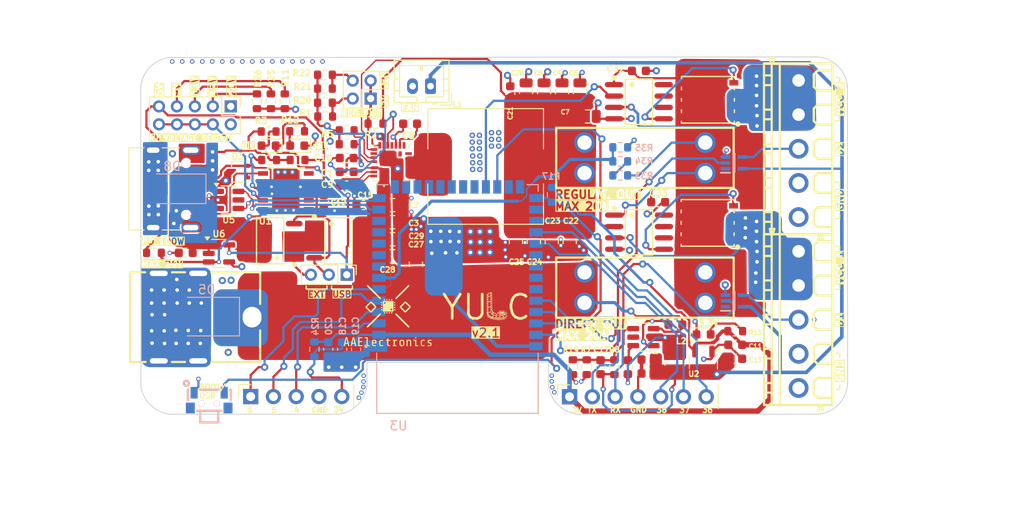
<source format=kicad_pcb>
(kicad_pcb (version 20221018) (generator pcbnew)
  (layers (0 "F.Cu" signal) (1 "In1.Cu" signal) (2 "In2.Cu" signal) (31 "B.Cu" signal) (34 "B.Paste" user) (35 "F.Paste" user) (36 "B.SilkS" user "B.Silkscreen") (37 "F.SilkS" user "F.Silkscreen") (38 "B.Mask" user) (39 "F.Mask" user) (44 "Edge.Cuts" user))
  (net 0 "")
  (net 1 "/SW")
  (net 2 "+5V")
  (net 3 "+3.3V")
  (net 4 "/FB")
  (net 5 "/RX")
  (net 6 "/TX")
  (net 7 "/D+")
  (net 8 "/D-")
  (net 11 "Net-(D1-A)")
  (net 12 "/VIN")
  (net 13 "Earth")
  (net 14 "/V_REG")
  (net 15 "Net-(IC1-VDRV)")
  (net 16 "Net-(IC1-BOOT)")
  (net 17 "/VDD")
  (net 18 "/BOOT")
  (net 19 "Net-(U3-EN)")
  (net 20 "Net-(D2-A)")
  (net 21 "Net-(D3-K1)")
  (net 22 "Net-(D3-K2)")
  (net 23 "/V_LED")
  (net 24 "/SW_5V")
  (net 25 "/DATA_OUTPUT")
  (net 26 "Net-(IC1-FB)")
  (net 27 "Net-(J5-Pin_3)")
  (net 28 "Net-(J5-Pin_4)")
  (net 29 "Net-(IC1-PHASE)")
  (net 30 "Net-(IC1-MODE1)")
  (net 31 "Net-(IC1-MODE2)")
  (net 32 "Net-(U1-VBUS)")
  (net 33 "/MOS_1")
  (net 35 "/D-_OUT")
  (net 37 "/D+_OUT")
  (net 38 "Net-(D4-A)")
  (net 41 "/EN")
  (net 45 "/GPIO6")
  (net 46 "/GPIO5")
  (net 47 "/GPIO4")
  (net 49 "/LED_DATA")
  (net 51 "/GPIO35")
  (net 52 "/GPIO36")
  (net 53 "/GPIO37")
  (net 54 "/GPIO38")
  (net 55 "/GPIO42")
  (net 56 "/GPIO41")
  (net 57 "/GPIO40")
  (net 58 "/GPIO39")
  (net 59 "/LED_DATA_2")
  (net 65 "/MOS_2")
  (net 70 "Net-(J6-Pin_3)")
  (net 71 "Net-(J6-Pin_10)")
  (net 72 "Net-(J6-Pin_5)")
  (net 73 "Net-(J6-Pin_7)")
  (net 76 "Net-(U3-IO0)")
  (net 77 "/VDD_C")
  (net 78 "/VBUS_C")
  (net 81 "/OUT")
  (net 82 "/PG_C")
  (net 83 "/DATA_OUTPUT_2")
  (net 86 "/GPIO12")
  (net 87 "/GPIO18")
  (net 90 "Net-(J3-Pin_2)")
  (net 91 "Net-(J3-Pin_3)")
  (net 92 "/LED_1_VCC")
  (net 93 "Net-(R33-Pad2)")
  (net 95 "/LED_2_VCC")
  (net 96 "Net-(Q4-G)")
  (net 97 "Net-(Q5-G)")
  (net 98 "/VOLT_OUT")
  (footprint "Package_TO_SOT_SMD:SOT-23-6" (layer "F.Cu") (at 101.438 54.582)
    (fp_text reference "U5")
    (fp_text value "USBLC6-2SC6" hide)
  )
  (footprint "Capacitor_SMD:C_0805_2012Metric" (layer "F.Cu") (at 122.362 61.752 -90)
    (fp_text reference "C29")
    (fp_text value "22u" hide)
  )
  (footprint "Package_TO_SOT_SMD:SOT-323_SC-70" (layer "F.Cu") (at 102.538 51.432 180)
    (fp_text reference "D3")
    (fp_text value "ESDA25W" hide)
  )
  (footprint "Capacitor_SMD:C_0603_1608Metric" (layer "F.Cu") (at 114.6405 52.982 180)
    (fp_text reference "C9")
    (fp_text value "0.1u" hide)
  )
  (footprint "Capacitor_SMD:C_0805_2012Metric" (layer "F.Cu") (at 119.756 57.0635 180)
    (fp_text reference "C3")
    (fp_text value "22u" hide)
  )
  (footprint "Resistor_SMD:R_0603_1608Metric" (layer "F.Cu") (at 141.402444 73.232 -90)
    (fp_text reference "R7")
    (fp_text value "27k" hide)
  )
  (footprint "Capacitor_SMD:C_0603_1608Metric" (layer "F.Cu") (at 149.363 54.832 180)
    (fp_text reference "C33")
    (fp_text value "10u" hide)
  )
  (footprint "Capacitor_SMD:C_0603_1608Metric" (layer "F.Cu") (at 145.988 73.232 -90)
    (fp_text reference "C16" hide)
    (fp_text value "100n" hide)
  )
  (footprint "Capacitor_SMD:C_0603_1608Metric" (layer "F.Cu") (at 147.218 40.192 180)
    (fp_text reference "C32")
    (fp_text value "10u" hide)
  )
  (footprint "Connector_PinHeader_2.00mm:PinHeader_2x05_P2.00mm_Vertical" (layer "F.Cu") (at 101.713 44.157 -90)
    (fp_text reference "J6" hide)
    (fp_text value "Conn_02x05_Odd_Even" hide)
  )
  (footprint "Resistor_SMD:R_0603_1608Metric" (layer "F.Cu") (at 112.213 43.746285)
    (fp_text reference "R20")
    (fp_text value "13k" hide)
  )
  (footprint "ch224k:ESSOP-10-1EP_3.9x5mm_P1.00mm_EP2.3x3.2mm" (layer "F.Cu") (at 107.863 53.632 180)
    (fp_text reference "U1")
    (fp_text value "CH224K" hide)
  )
  (footprint "YULC:CONN-TH_5P-P3.81_KF124-3.81-5P" (layer "F.Cu") (at 165.028 67.932 -90)
    (fp_text reference "J10" hide)
    (fp_text value "Conn_01x05_Pin")
  )
  (footprint "Resistor_SMD:R_0603_1608Metric" (layer "F.Cu") (at 144.488 73.232 90)
    (fp_text reference "R8")
    (fp_text value "100k" hide)
  )
  (footprint "LED_SMD:LED_0603_1608Metric" (layer "F.Cu") (at 109.1255 48.532 180)
    (fp_text reference "D4" hide)
    (fp_text value "LED_Small" hide)
  )
  (footprint "YULC:DFN-8_L5.9-W5.2-P1.27-LS6.2-BL" (layer "F.Cu") (at 154.888 43.422 90)
    (fp_text reference "Q5" hide)
    (fp_text value "NMOS")
  )
  (footprint "Capacitor_SMD:C_0603_1608Metric" (layer "F.Cu") (at 114.6405 51.449855 180)
    (fp_text reference "C1")
    (fp_text value "0.1u" hide)
  )
  (footprint "Connector_USB:USB_C_Receptacle_G-Switch_GT-USB-7010ASV" (layer "F.Cu") (at 94.138 53.352 -90)
    (fp_text reference "J1" hide)
    (fp_text value "USB_C_Receptacle" hide)
  )
  (footprint "Inductor_SMD:L_Vishay_IHLP-5050" (layer "F.Cu") (at 130.133 50.852)
    (fp_text reference "L1" hide)
    (fp_text value "2.2uH")
  )
  (footprint "Connector_PinSocket_2.54mm:PinSocket_1x07_P2.54mm_Vertical" (layer "F.Cu") (at 139.488 76.532 90)
    (fp_text reference "J13" hide)
    (fp_text value "Conn_01x07_Pin" hide)
  )
  (footprint "Capacitor_SMD:C_0603_1608Metric" (layer "F.Cu") (at 114.6405 49.91057)
    (fp_text reference "C10")
    (fp_text value "1u" hide)
  )
  (footprint "Resistor_SMD:R_0603_1608Metric" (layer "F.Cu") (at 104.638 43.582 -90)
    (fp_text reference "R26")
    (fp_text value "56k" hide)
  )
  (footprint "Resistor_SMD:R_0603_1608Metric" (layer "F.Cu") (at 93.152 60.482 180)
    (fp_text reference "R6" hide)
    (fp_text value "10k" hide)
  )
  (footprint "Capacitor_SMD:C_0603_1608Metric" (layer "F.Cu") (at 148.288 72.382)
    (fp_text reference "C31" hide)
    (fp_text value "10u" hide)
  )
  (footprint "Resistor_SMD:R_0603_1608Metric" (layer "F.Cu") (at 105.988 50.132)
    (fp_text reference "R10" hide)
    (fp_text value "10k" hide)
  )
  (footprint "YULC:DFN-8_L5.9-W5.2-P1.27-LS6.2-BL" (layer "F.Cu") (at 154.858 57.142 90)
    (fp_text reference "Q4" hide)
    (fp_text value "NMOS")
  )
  (footprint "Capacitor_SMD:C_0805_2012Metric" (layer "F.Cu") (at 134.648 42.482 -90)
    (fp_text reference "C26")
    (fp_text value "22u" hide)
  )
  (footprint "Resistor_SMD:R_0603_1608Metric" (layer "F.Cu") (at 109.163 50.132 180)
    (fp_text reference "R9" hide)
    (fp_text value "1k" hide)
  )
  (footprint "Capacitor_SMD:C_0805_2012Metric" (layer "F.Cu") (at 133.508 59.202 90)
    (fp_text reference "C25")
    (fp_text value "22u" hide)
  )
  (footprint "YULC:PMOS-SOP-8_L4.9-W3.9-P1.27-LS6.0-BL" (layer "F.Cu") (at 106.106 59.122 90)
    (fp_text reference "Q7" hide)
    (fp_text value "PMOS")
  )
  (footprint "YULC:FUSE-TH_XF-508P-A-B" (layer "F.Cu") (at 147.888 64.362)
    (fp_text reference "F1" hide)
    (fp_text value "DIR" hide)
  )
  (footprint "Resistor_SMD:R_0603_1608Metric" (layer "F.Cu") (at 139.859667 73.232 -90)
    (fp_text reference "R19")
    (fp_text value "27k" hide)
  )
  (footprint "Resistor_SMD:R_0603_1608Metric" (layer "F.Cu") (at 106.188 43.582 -90)
    (fp_text reference "R25")
    (fp_text value "24k" hide)
  )
  (footprint "Capacitor_SMD:C_0805_2012Metric" (layer "F.Cu") (at 135.508 59.202 90)
    (fp_text reference "C24")
    (fp_text value "22u" hide)
  )
  (footprint "YULC:PMOS-SOP-8_L4.9-W3.9-P1.27-LS6.0-BL" (layer "F.Cu") (at 113.726 59.132 -90)
    (fp_text reference "Q1" hide)
    (fp_text value "PMOS")
  )
  (footprint "Capacitor_SMD:C_0805_2012Metric" (layer "F.Cu") (at 138.648 42.482 -90)
    (fp_text reference "C4")
    (fp_text value "22u" hide)
  )
  (footprint "Capacitor_SMD:C_0603_1608Metric" (layer "F.Cu") (at 142.945221 73.232 90)
    (fp_text reference "C17")
    (fp_text value "56p" hide)
  )
  (footprint "Capacitor_SMD:C_0603_1608Metric" (layer "F.Cu") (at 121.708 46.092)
    (fp_text reference "C8")
    (fp_text value "4.7u" hide)
  )
  (footprint "Resistor_SMD:R_0603_1608Metric" (layer "F.Cu") (at 112.238 45.282)
    (fp_text reference "R1")
    (fp_text value "13k" hide)
  )
  (footprint "MountingHole:MountingHole_2.2mm_M2" (layer "F.Cu") (at 158.338 75.802)
    (fp_text reference "REF**" hide)
    (fp_text value "MountingHole_2.2mm_M2" hide)
  )
  (footprint "Connector_PinSocket_2.54mm:PinSocket_1x05_P2.54mm_Vertical" (layer "F.Cu") (at 103.933 76.507 90)
    (fp_text reference "J8" hide)
    (fp_text value "Conn_01x05_Pin" hide)
  )
  (footprint "Capacitor_SMD:C_0603_1608Metric" (layer "F.Cu") (at 132.878 42.687 90)
    (fp_text reference "C21")
    (fp_text value "0.1u" hide)
  )
  (footprint "Resistor_SMD:R_0603_1608Metric" (layer "F.Cu") (at 112.213 42.171285)
    (fp_text reference "R21")
    (fp_text value "4.99k" hide)
  )
  (footprint "Resistor_SMD:R_0603_1608Metric" (layer "F.Cu") (at 114.6405 48.371285 180)
    (fp_text reference "R4" hide)
    (fp_text value "100K" hide)
  )
  (footprint "Capacitor_SMD:C_0603_1608Metric" (layer "F.Cu") (at 112.088 54.832 90)
    (fp_text reference "C12")
    (fp_text value "1u" hide)
  )
  (footprint "MountingHole:MountingHole_2.2mm_M2" (layer "F.Cu") (at 95.068 75.802)
    (fp_text reference "REF**" hide)
    (fp_text value "MountingHole_2.2mm_M2" hide)
  )
  (footprint "Capacitor_SMD:C_0805_2012Metric" (layer "F.Cu") (at 119.756 58.965 180)
    (fp_text reference "C27")
    (fp_text value "22u" hide)
  )
  (footprint "Inductor_SMD:L_1008_2520Metric" (layer "F.Cu") (at 151.238 72.757 -90)
    (fp_text reference "L2")
    (fp_text value "4.7u" hide)
  )
  (footprint "Capacitor_SMD:C_0603_1608Metric" (layer "F.Cu") (at 151.288 68.482)
    (fp_text reference "C30" hide)
    (fp_text value "10u" hide)
  )
  (footprint "Resistor_SMD:R_0603_1608Metric" (layer "F.Cu") (at 105.938 46.957)
    (fp_text reference "R3")
    (fp_text value "4k" hide)
  )
  (footprint "Resistor_SMD:R_0603_1608Metric" (layer "F.Cu") (at 109.113 46.932 180)
    (fp_text reference "R12")
    (fp_text value "4k" hide)
  )
  (footprint "Capacitor_SMD:C_0603_1608Metric" (layer "F.Cu") (at 157.958 72.2945 180)
    (fp_text reference "C13")
    (fp_text value "1u" hide)
  )
  (footprint "Connector_PinSocket_2.00mm:PinSocket_2x02_P2.00mm_Vertical" (layer "F.Cu") (at 117.313 43.282 -90)
    (fp_text reference "J5" hide)
    (fp_text value "Conn_02x02_Counter_Clockwise" hide)
  )
  (footprint "Connector_PinHeader_2.00mm:PinHeader_1x03_P2.00mm_Vertical" (layer "F.Cu") (at 114.648 62.922 -90)
    (fp_text reference "J3" hide)
    (fp_text value "Conn_01x03_Pin" hide)
  )
  (footprint "Connector_JST:JST_PH_B2B-PH-K_1x02_P2.00mm_Vertical" (layer "F.Cu") (at 123.988 41.902 180)
    (fp_text reference "J7" hide)
    (fp_text value "Conn_01x02_Pin" hide)
  )
  (footprint "LED_SMD:LED_0603_1608Metric" (layer "F.Cu") (at 105.938 48.532 180)
    (fp_text reference "D2" hide)
    (fp_text value "LED_Small" hide)
  )
  (footprint "Package_TO_SOT_SMD:SOT-23-5" (layer "F.Cu") (at 100.3965 60.548)
    (fp_text reference "U6")
    (fp_text value "MCP1416" hide)
  )
  (footprint "YULC:FUSE-TH_XF-508P-A-B" (layer "F.Cu") (at 147.888 49.892)
    (fp_text reference "F3" hide)
    (fp_text value "REG")
  )
  (footprint "Capacitor_SMD:C_0805_2012Metric" (layer "F.Cu") (at 136.648 42.482 -90)
    (fp_text reference "C5")
    (fp_text value "22u" hide)
  )
  (footprint "Resistor_SMD:R_0603_1608Metric" (layer "F.Cu") (at 112.213 40.632)
    (fp_text reference "R22")
    (fp_text value "4.99k" hide)
  )
  (footprint "Package_TO_SOT_SMD:SOT-23-6" (layer "F.Cu") (at 147.7255 69.882 180)
    (fp_text reference "U4" hide)
    (fp_text value "TPS54202DDC" hide)
  )
  (footprint "YULC:SOIC-8_L4.9-W3.9-P1.27-LS6.0-BL" (layer "F.Cu") (at 147.238 58.182 -90)
    (fp_text reference "U8" hide)
    (fp_text value "MX5014S" hide)
  )
  (footprint "Resistor_SMD:R_0603_1608Metric" (layer "F.Cu") (at 157.958 69.212 180)
    (fp_text reference "R13")
    (fp_text value "10k" hide)
  )
  (footprint "Capacitor_SMD:C_0805_2012Metric" (layer "F.Cu") (at 119.756 55.162 180)
    (fp_text reference "C2")
    (fp_text value "22u" hide)
  )
  (footprint "Capacitor_SMD:C_0805_2012Metric" (layer "F.Cu") (at 139.508 59.202 90)
    (fp_text reference "C22")
    (fp_text value "22u" hide)
  )
  (footprint "YULC:CONN-TH_5P-P3.81_KF124-3.81-5P" (layer "F.Cu") (at 165.028 48.882 -90)
    (fp_text reference "J11" hide)
    (fp_text value "Conn_01x05_Pin" hide)
  )
  (footprint "Capacitor_SMD:C_0603_1608Metric" (layer "F.Cu") (at 96.695 60.482 180)
    (fp_text reference "C14" hide)
    (fp_text value "0.1u" hide)
  )
  (footprint "Resistor_SMD:R_0603_1608Metric" (layer "F.Cu") (at 114.6405 46.832 180)
    (fp_text reference "R5")
    (fp_text value "200K" hide)
  )
  (footprint "LED_SMD:LED_0603_1608Metric" (layer "F.Cu") (at 154.438 69.582)
    (fp_text reference "D1" hide)
    (fp_text value "LED_Small" hide)
  )
  (footprint "Capacitor_SMD:C_0603_1608Metric" (layer "F.Cu") (at 116.507 55.148)
    (fp_text reference "C15")
    (fp_text value "0.1u" hide)
  )
  (footprint "YULC:SiC431AEDT1GE3" (layer "F.Cu") (at 118.853 51.640334 90)
    (fp_text reference "IC1" hide)
    (fp_text value "SiC431AED-T1-GE3" hide)
  )
  (footprint "Capacitor_SMD:C_0805_2012Metric" (layer "F.Cu") (at 141.508 45.272 180)
    (fp_text reference "C7")
    (fp_text value "22u" hide)
  )
  (footprint "MountingHole:MountingHole_2.2mm_M2" (layer "F.Cu") (at 129.032 41.656)
    (fp_text reference "REF**" hide)
    (fp_text value "MountingHole_2.2mm_M2" hide)
  )
  (footprint "Package_TO_SOT_SMD:SOT-23-3" (layer "F.Cu") (at 154.415221 72.6195 -90)
    (fp_text reference "U2")
    (fp_text value "XC6206PxxxMR" hide)
  )
  (footprint "Resistor_SMD:R_0603_1608Metric" (layer "F.Cu") (at 117.848 46.072)
    (fp_text reference "R2")
    (fp_text value "47k" hide)
  )
  (footprint "Capacitor_SMD:C_0805_2012Metric" (layer "F.Cu") (at 140.648 42.482 -90)
    (fp_text reference "C6")
    (fp_text value "22u" hide)
  )
  (footprint "Capacitor_SMD:C_0805_2012Metric" (layer "F.Cu") (at 137.508 59.202 90)
    (fp_text reference "C23")
    (fp_text value "22u" hide)
  )
  (footprint "Capacitor_SMD:C_0603_1608Metric" (layer "F.Cu") (at 157.958 70.737 180)
    (fp_text reference "C11")
    (fp_text value "1u" hide)
  )
  (footprint "YULC:SOIC-8_L4.9-W3.9-P1.27-LS6.0-BL" (layer "F.Cu") (at 147.218 43.6345 -90)
    (fp_text reference "U9" hide)
    (fp_text value "MX5014S" hide)
  )
  (footprint "Capacitor_SMD:C_0805_2012Metric" (layer "F.Cu") (at 119.756 60.8665 180)
    (fp_text reference "C28")
    (fp_text value "22u" hide)
  )
  (footprint "Capacitor_SMD:C_0603_1608Metric" (layer "F.Cu") (at 148.288 73.932)
    (fp_text reference "C34" hide)
    (fp_text value "10u" hide)
  )
  (footprint "Resistor_SMD:R_0603_1608Metric" (layer "F.Cu") (at 107.738 43.582 -90)
    (fp_text reference "R11")
    (fp_text value "6.8k" hide)
  )
  (footprint "YULC:DC-IN-TH_DC-S014A-D025-20A" (layer "F.Cu") (at 98.888 67.652 -90)
    (fp_text reference "J4" hide)
    (fp_text value "Barrel_Jack" hide)
  )
  (footprint "YULC:74LV1_SOT65P212X110-5N" (layer "B.Cu") (at 157.818 50.452)
    (fp_text reference "IC3" hide)
    (fp_text value "74LV1T34GWH" hide)
  )
  (footprint "Capacitor_SMD:C_0603_1608Metric" (layer "B.Cu") (at 115.688 71.232 90)
    (fp_text reference "C19")
    (fp_text value "0.1u" hide)
  )
  (footprint "YULC:SW-SMD_TSA245G00D-250" (layer "B.Cu") (at 99.308 76.932)
    (fp_text reference "SW1" hide)
    (fp_text value "SW_Push")
  )
  (footprint "Resistor_SMD:R_0603_1608Metric" (layer "B.Cu") (at 145.138 48.7195 180)
    (fp_text reference "R35")
    (fp_text value "10k" hide)
  )
  (footprint "Capacitor_SMD:C_0603_1608Metric" (layer "B.Cu") (at 112.588 71.232 90)
    (fp_text reference "C20")
    (fp_text value "10u" hide)
  )
  (footprint "YULC:74LV1_SOT65P212X110-5N" (layer "B.Cu") (at 157.818 65.842)
    (fp_text reference "IC2" hide)
    (fp_text value "74LV1T34GWH" hide)
  )
  (footprint "Diode_SMD:D_SMB" (layer "B.Cu") (at 99.026 67.594 180)
    (fp_text reference "D5")
    (fp_text value "~")
  )
  (footprint "YULC:XCVR_ESP32-S3-WROOM-1-N16R2" (layer "B.Cu") (at 126.988 65.632)
    (fp_text reference "U3")
    (fp_text value "ESP32-S3-WROOM-1-N16R2" hide)
  )
  (footprint "Capacitor_SMD:C_0603_1608Metric" (layer "B.Cu") (at 114.138 71.232 90)
    (fp_text reference "C18")
    (fp_text value "10u" hide)
  )
  (footprint "Diode_SMD:D_SMA" (layer "B.Cu") (at 95.438 53.342 180)
    (fp_text reference "D8")
    (fp_text value "~")
  )
  (footprint "Resistor_SMD:R_0603_1608Metric" (layer "B.Cu") (at 111.038 71.232 -90)
    (fp_text reference "R24")
    (fp_text value "4k" hide)
  )
  (footprint "Resistor_SMD:R_0603_1608Metric" (layer "B.Cu") (at 145.138 51.8495 180)
    (fp_text reference "R33")
    (fp_text value "56k" hide)
  )
  (footprint "Resistor_SMD:R_0603_1608Metric" (layer "B.Cu") (at 137.538 54.007 90)
    (fp_text reference "R17")
    (fp_text value "4k" hide)
  )
  (footprint "Resistor_SMD:R_0603_1608Metric" (layer "B.Cu") (at 145.138 50.2845 180)
    (fp_text reference "R34")
    (fp_text value "6.8k" hide)
  )
  (gr_line (start 169.606 72.166) (end 169.606 71.658) (stroke (width 0.15)) (layer "F.SilkS"))
  (gr_line (start 169.606 52.608) (end 169.098 52.608) (stroke (width 0.15)) (layer "F.SilkS"))
  (gr_poly (pts (xy 132.012083 66.888464) (xy 132.013082 66.888488) (xy 132.013995 66.888528) (xy 132.014419 66.888553) (xy 132.01482 66.888582) (xy 132.0152 66.888615) (xy 132.015557 66.888652) (xy 132.015892 66.888691) (xy 132.016203 66.888735) (xy 132.016492 66.888781) (xy 132.016757 66.888831) (xy 132.017 66.888884) (xy 132.017218 66.888941) (xy 132.017413 66.889) (xy 132.017584 66.889063) (xy 132.01773 66.889128) (xy 132.017853 66.889196) (xy 132.017951 66.889268) (xy 132.018024 66.889342) (xy 132.018051 66.88938) (xy 132.018072 66.889418) (xy 132.018086 66.889458) (xy 132.018095 66.889498) (xy 132.018097 66.889538) (xy 132.018092 66.889579) (xy 132.018081 66.889621) (xy 132.018064 66.889664) (xy 132.018041 66.889707) (xy 132.018011 66.889751) (xy 132.017931 66.88984) (xy 132.017826 66.889932) (xy 132.017694 66.890025) (xy 132.017535 66.890121) (xy 132.01735 66.89022) (xy 132.01686 66.890344) (xy 132.016317 66.890451) (xy 132.015729 66.890542) (xy 132.015102 66.890616) (xy 132.014441 66.890674) (xy 132.013754 66.890716) (xy 132.013046 66.890741) (xy 132.012323 66.890749) (xy 132.011593 66.890741) (xy 132.01086 66.890716) (xy 132.010131 66.890674) (xy 132.009413 66.890616) (xy 132.008711 66.890542) (xy 132.008032 66.890451) (xy 132.007382 66.890344) (xy 132.006767 66.89022) (xy 132.006171 66.890025) (xy 132.005705 66.88984) (xy 132.005364 66.889664) (xy 132.00524 66.889579) (xy 132.005147 66.889498) (xy 132.005083 66.889418) (xy 132.005049 66.889342) (xy 132.005044 66.889268) (xy 132.005068 66.889196) (xy 132.00512 66.889128) (xy 132.005201 66.889063) (xy 132.005444 66.888941) (xy 132.005795 66.888831) (xy 132.00625 66.888735) (xy 132.006807 66.888652) (xy 132.007462 66.888582) (xy 132.008212 66.888528) (xy 132.009053 66.888488) (xy 132.009984 66.888464) (xy 132.011 66.888456)) (fill solid) (layer "F.SilkS"))
  (gr_poly (pts (xy 117.748517 70.180243) (xy 117.767681 70.180971) (xy 117.785645 70.182097) (xy 117.802034 70.183627) (xy 117.816473 70.185564) (xy 117.828587 70.187913) (xy 117.838 70.19068) (xy 117.845849 70.193878) (xy 117.853517 70.197516) (xy 117.860996 70.201584) (xy 117.868278 70.206075) (xy 117.875355 70.210982) (xy 117.88222 70.216297) (xy 117.888865 70.222012) (xy 117.895282 70.228119) (xy 117.901463 70.23461) (xy 117.907401 70.241478) (xy 117.913088 70.248715) (xy 117.918515 70.256313) (xy 117.923677 70.264265) (xy 117.928563 70.272562) (xy 117.933168 70.281198) (xy 117.937483 70.290163) (xy 117.940325 70.296541) (xy 117.942905 70.303033) (xy 117.945233 70.30973) (xy 117.947322 70.316721) (xy 117.949181 70.324097) (xy 117.950821 70.331947) (xy 117.952254 70.340361) (xy 117.95349 70.34943) (xy 117.955414 70.36989) (xy 117.956681 70.394046) (xy 117.957378 70.422617) (xy 117.957591 70.456322) (xy 117.957591 70.581205) (xy 117.574475 70.581205) (xy 117.578708 70.655289) (xy 117.579976 70.675481) (xy 117.58156 70.693298) (xy 117.583703 70.708895) (xy 117.586645 70.722427) (xy 117.588492 70.728467) (xy 117.590629 70.734049) (xy 117.593088 70.739192) (xy 117.595897 70.743916) (xy 117.599088 70.74824) (xy 117.602691 70.752183) (xy 117.606735 70.755765) (xy 117.611252 70.759005) (xy 117.61627 70.761923) (xy 117.621821 70.764538) (xy 117.627935 70.766869) (xy 117.634642 70.768935) (xy 117.649956 70.772353) (xy 117.668005 70.774946) (xy 117.68903 70.77687) (xy 117.713273 70.778278) (xy 117.772383 70.780171) (xy 117.915258 70.784405) (xy 117.915258 70.888122) (xy 117.775558 70.888122) (xy 117.746718 70.888004) (xy 117.720405 70.887626) (xy 117.696442 70.88695) (xy 117.674652 70.885939) (xy 117.65486 70.884556) (xy 117.636887 70.882764) (xy 117.620558 70.880525) (xy 117.605695 70.877803) (xy 117.598759 70.876249) (xy 117.592122 70.87456) (xy 117.585765 70.872731) (xy 117.579663 70.870758) (xy 117.573795 70.868637) (xy 117.568139 70.866362) (xy 117.562674 70.863929) (xy 117.557376 70.861333) (xy 117.552224 70.858569) (xy 117.547195 70.855634) (xy 117.542268 70.852522) (xy 117.53742 70.849228) (xy 117.527875 70.842078) (xy 117.518383 70.834147) (xy 117.508612 70.825118) (xy 117.499899 70.816089) (xy 117.492184 70.806762) (xy 117.485409 70.79684) (xy 117.479514 70.786026) (xy 117.474441 70.77402) (xy 117.470131 70.760526) (xy 117.466524 70.745247) (xy 117.463563 70.727883) (xy 117.461187 70.708139) (xy 117.459339 70.685716) (xy 117.457958 70.660316) (xy 117.456367 70.599395) (xy 117.455941 70.522997) (xy 117.456313 70.475372) (xy 117.576591 70.475372) (xy 117.843291 70.475372) (xy 117.839058 70.405522) (xy 117.838259 70.394569) (xy 117.837429 70.384674) (xy 117.836537 70.375752) (xy 117.835552 70.36772) (xy 117.834443 70.360494) (xy 117.833832 70.357157) (xy 117.833179 70.35399) (xy 117.832479 70.350983) (xy 117.831729 70.348125) (xy 117.830924 70.345406) (xy 117.830062 70.342816) (xy 117.829137 70.340343) (xy 117.828147 70.337977) (xy 117.827086 70.335709) (xy 117.825953 70.333526) (xy 117.824741 70.33142) (xy 117.823448 70.329379) (xy 117.82207 70.327394) (xy 117.820603 70.325452) (xy 117.819043 70.323545) (xy 117.817386 70.321662) (xy 117.815628 70.319792) (xy 117.813765 70.317924) (xy 117.809711 70.314156) (xy 117.805191 70.310272) (xy 117.800889 70.306499) (xy 117.796673 70.303106) (xy 117.792478 70.300075) (xy 117.788241 70.29739) (xy 117.783899 70.295034) (xy 117.779388 70.292989) (xy 117.774644 70.291239) (xy 117.769605 70.289767) (xy 117.764205 70.288555) (xy 117.758383 70.287586) (xy 117.752073 70.286843) (xy 117.745213 70.28631) (xy 117.73774 70.285969) (xy 117.729588 70.285804) (xy 117.710999 70.28593) (xy 117.690828 70.286381) (xy 117.672711 70.287404) (xy 117.656545 70.289099) (xy 117.64916 70.290231) (xy 117.642224 70.291569) (xy 117.635724 70.293125) (xy 117.629647 70.294913) (xy 117.623979 70.296944) (xy 117.618707 70.299231) (xy 117.61382 70.301788) (xy 117.609303 70.304626) (xy 117.605144 70.307759) (xy 117.60133 70.311198) (xy 117.597847 70.314956) (xy 117.594683 70.319047) (xy 117.591825 70.323482) (xy 117.58926 70.328274) (xy 117.586975 70.333436) (xy 117.584956 70.33898) (xy 117.583191 70.344919) (xy 117.581668 70.351266) (xy 117.580372 70.358032) (xy 117.579291 70.365232) (xy 117.577722 70.380979) (xy 117.576856 70.398609) (xy 117.576591 70.418221) (xy 117.576591 70.475372) (xy 117.456313 70.475372) (xy 117.456421 70.461531) (xy 117.45676 70.435802) (xy 117.457198 70.413062) (xy 117.45776 70.393051) (xy 117.458471 70.375508) (xy 117.459356 70.360173) (xy 117.460439 70.346784) (xy 117.461745 70.335083) (xy 117.4633 70.324807) (xy 117.465127 70.315698) (xy 117.466151 70.311499) (xy 117.467252 70.307494) (xy 117.469699 70.299934) (xy 117.472494 70.29276) (xy 117.475661 70.285709) (xy 117.479225 70.278522) (xy 117.484073 70.269409) (xy 117.488741 70.26108) (xy 117.493298 70.253477) (xy 117.497812 70.24654) (xy 117.50235 70.240211) (xy 117.506981 70.234431) (xy 117.511774 70.229141) (xy 117.516795 70.224282) (xy 117.522115 70.219795) (xy 117.527801 70.215621) (xy 117.53392 70.211702) (xy 117.540542 70.207977) (xy 117.547734 70.20439) (xy 117.555565 70.200879) (xy 117.564103 70.197387) (xy 117.573416 70.193855) (xy 117.583945 70.190855) (xy 117.597026 70.188206) (xy 117.612284 70.185914) (xy 117.629343 70.183983) (xy 117.647828 70.182418) (xy 117.667364 70.181223) (xy 117.708089 70.179964)) (fill solid) (layer "F.SilkS"))
  (gr_poly (pts (xy 130.899694 65.03373) (xy 130.899734 65.033738) (xy 130.899775 65.033751) (xy 130.899816 65.033769) (xy 130.899858 65.033793) (xy 130.8999 65.033823) (xy 130.899987 65.033898) (xy 130.900076 65.033995) (xy 130.900168 65.034115) (xy 130.900262 65.034257) (xy 130.900358 65.034422) (xy 130.900456 65.034609) (xy 130.90058 65.035091) (xy 130.900688 65.03561) (xy 130.900778 65.036158) (xy 130.900853 65.036731) (xy 130.900911 65.037322) (xy 130.900952 65.037926) (xy 130.900977 65.038538) (xy 130.900985 65.03915) (xy 130.900977 65.039759) (xy 130.900952 65.040358) (xy 130.900911 65.040942) (xy 130.900853 65.041504) (xy 130.900778 65.04204) (xy 130.900688 65.042543) (xy 130.90058 65.043007) (xy 130.900456 65.043428) (xy 130.900262 65.043842) (xy 130.900076 65.044158) (xy 130.8999 65.044378) (xy 130.899816 65.044452) (xy 130.899734 65.044503) (xy 130.899655 65.04453) (xy 130.899578 65.044535) (xy 130.899504 65.044517) (xy 130.899433 65.044476) (xy 130.899365 65.044413) (xy 130.899299 65.044327) (xy 130.899177 65.044089) (xy 130.899068 65.043765) (xy 130.898971 65.043356) (xy 130.898888 65.042862) (xy 130.898819 65.042287) (xy 130.898764 65.041631) (xy 130.898725 65.040896) (xy 130.8987 65.040083) (xy 130.898692 65.039195) (xy 130.898694 65.038741) (xy 130.8987 65.038306) (xy 130.89871 65.03789) (xy 130.898725 65.037493) (xy 130.898742 65.037115) (xy 130.898764 65.036756) (xy 130.89879 65.036417) (xy 130.898819 65.036097) (xy 130.898852 65.035797) (xy 130.898888 65.035516) (xy 130.898928 65.035256) (xy 130.898971 65.035015) (xy 130.899018 65.034795) (xy 130.899068 65.034595) (xy 130.899121 65.034415) (xy 130.899177 65.034256) (xy 130.899237 65.034117) (xy 130.899299 65.034) (xy 130.899365 65.033903) (xy 130.899433 65.033827) (xy 130.899468 65.033797) (xy 130.899504 65.033773) (xy 130.899541 65.033753) (xy 130.899578 65.033739) (xy 130.899616 65.033731) (xy 130.899655 65.033728)) (fill solid) (layer "F.SilkS"))
  (gr_line (start 169.606 75.722) (end 169.098 75.722) (stroke (width 0.15)) (layer "F.SilkS"))
  (gr_poly (pts (xy 119.460424 65.776372) (xy 119.322841 65.776372) (xy 119.322841 65.649372) (xy 119.460424 65.649372)) (fill solid) (layer "F.SilkS"))
  (gr_poly (pts (xy 130.730561 64.881968) (xy 130.735506 64.882226) (xy 130.740561 64.882617) (xy 130.745675 64.883135) (xy 130.750797 64.883772) (xy 130.755876 64.884523) (xy 130.760863 64.88538) (xy 130.765706 64.886337) (xy 130.770355 64.887387) (xy 130.774758 64.888523) (xy 130.778866 64.889739) (xy 130.782628 64.891028) (xy 130.787003 64.892852) (xy 130.791384 64.895005) (xy 130.795753 64.897468) (xy 130.800091 64.900222) (xy 130.804379 64.903249) (xy 130.808599 64.906531) (xy 130.812732 64.910048) (xy 130.816759 64.913782) (xy 130.820663 64.917715) (xy 130.824424 64.921827) (xy 130.828024 64.926101) (xy 130.831444 64.930517) (xy 130.834665 64.935057) (xy 130.83767 64.939703) (xy 130.840439 64.944436) (xy 130.842953 64.949236) (xy 130.849558 64.9629) (xy 130.854452 64.980424) (xy 130.857873 65.013046) (xy 130.860063 65.072003) (xy 130.861706 65.313865) (xy 130.861298 65.795903) (xy 130.861386 66.38341) (xy 130.863062 66.70607) (xy 130.863908 66.748528) (xy 130.864677 66.781487) (xy 130.865069 66.794918) (xy 130.865486 66.806591) (xy 130.865944 66.816711) (xy 130.866457 66.825485) (xy 130.86704 66.833118) (xy 130.867709 66.839815) (xy 130.868478 66.845783) (xy 130.869362 66.851227) (xy 130.870376 66.856352) (xy 130.871536 66.861365) (xy 130.872856 66.866471) (xy 130.874351 66.871875) (xy 130.879012 66.888099) (xy 130.883891 66.903607) (xy 130.889026 66.918458) (xy 130.894453 66.932713) (xy 130.900209 66.946433) (xy 130.90633 66.959678) (xy 130.912853 66.972508) (xy 130.919815 66.984985) (xy 130.927252 66.997168) (xy 130.935201 67.009117) (xy 130.943699 67.020895) (xy 130.952783 67.03256) (xy 130.962489 67.044173) (xy 130.972853 67.055796) (xy 130.983914 67.067487) (xy 130.995706 67.079309) (xy 131.017362 67.099611) (xy 131.04004 67.118731) (xy 131.063799 67.136692) (xy 131.088702 67.153519) (xy 131.114809 67.169236) (xy 131.142184 67.183867) (xy 131.170887 67.197436) (xy 131.200979 67.209969) (xy 131.232522 67.221488) (xy 131.265578 67.232019) (xy 131.300207 67.241586) (xy 131.336473 67.250213) (xy 131.374435 67.257924) (xy 131.414156 67.264744) (xy 131.455697 67.270696) (xy 131.49912 67.275806) (xy 131.565119 67.282439) (xy 131.627459 67.287795) (xy 131.686253 67.291885) (xy 131.741611 67.294724) (xy 131.793645 67.296321) (xy 131.842466 67.296691) (xy 131.888188 67.295846) (xy 131.93092 67.293797) (xy 131.956529 67.291978) (xy 131.978369 67.290358) (xy 131.994122 67.289134) (xy 132.001475 67.288506) (xy 132.003156 67.288194) (xy 132.005725 67.2878) (xy 132.012985 67.28683) (xy 132.022163 67.285728) (xy 132.032167 67.284625) (xy 132.042106 67.283493) (xy 132.052942 67.281985) (xy 132.064382 67.280154) (xy 132.076132 67.278055) (xy 132.087898 67.27574) (xy 132.099388 67.273265) (xy 132.110307 67.270681) (xy 132.120362 67.268045) (xy 132.125058 67.266656) (xy 132.128185 67.265402) (xy 132.129767 67.264286) (xy 132.129987 67.26378) (xy 132.129831 67.26331) (xy 132.128403 67.262476) (xy 132.125508 67.261788) (xy 132.121173 67.261247) (xy 132.115423 67.260857) (xy 132.09978 67.260538) (xy 132.078789 67.260851) (xy 132.052654 67.261818) (xy 132.021584 67.263459) (xy 131.989111 67.264848) (xy 131.951839 67.26584) (xy 131.869757 67.266633) (xy 131.789065 67.26584) (xy 131.753529 67.264848) (xy 131.723487 67.263459) (xy 131.673478 67.259863) (xy 131.618563 67.255201) (xy 131.562895 67.249928) (xy 131.561965 67.249831) (xy 131.964788 67.249831) (xy 131.964798 67.25) (xy 131.96482 67.250174) (xy 131.964856 67.250352) (xy 131.964906 67.250535) (xy 131.96497 67.250723) (xy 131.965047 67.250915) (xy 131.965139 67.251111) (xy 131.965354 67.251442) (xy 131.965599 67.251769) (xy 131.965872 67.252092) (xy 131.96617 67.252407) (xy 131.966491 67.252711) (xy 131.966832 67.253003) (xy 131.967191 67.253279) (xy 131.967565 67.253537) (xy 131.967951 67.253774) (xy 131.968347 67.253988) (xy 131.96875 67.254176) (xy 131.969158 67.254336) (xy 131.969568 67.254465) (xy 131.969977 67.25456) (xy 131.970383 67.254619) (xy 131.970585 67.254634) (xy 131.970784 67.254639) (xy 131.970948 67.254634) (xy 131.97111 67.254619) (xy 131.97127 67.254594) (xy 131.971427 67.25456) (xy 131.971581 67.254517) (xy 131.971732 67.254465) (xy 131.97188 67.254404) (xy 131.972024 67.254336) (xy 131.972165 67.25426) (xy 131.972302 67.254176) (xy 131.972435 67.254085) (xy 131.972564 67.253988) (xy 131.972688 67.253884) (xy 131.972808 67.253774) (xy 131.972923 67.253658) (xy 131.973033 67.253537) (xy 131.973138 67.25341) (xy 131.973237 67.253279) (xy 131.973331 67.253143) (xy 131.973419 67.253003) (xy 131.973502 67.252859) (xy 131.973578 67.252711) (xy 131.973648 67.25256) (xy 131.973711 67.252407) (xy 131.973767 67.25225) (xy 131.973817 67.252092) (xy 131.97386 67.251931) (xy 131.973895 67.251769) (xy 131.973923 67.251606) (xy 131.973943 67.251442) (xy 131.973955 67.251277) (xy 131.973959 67.251111) (xy 131.973952 67.250915) (xy 131.97393 67.250723) (xy 131.973895 67.250535) (xy 131.973847 67.250352) (xy 131.973785 67.250174) (xy 131.97371 67.25) (xy 131.973623 67.249831) (xy 131.973523 67.249667) (xy 131.973412 67.249509) (xy 131.973289 67.249355) (xy 131.973155 67.249207) (xy 131.97301 67.249065) (xy 131.972689 67.248797) (xy 131.972327 67.248554) (xy 131.971929 67.248335) (xy 131.971496 67.248142) (xy 131.97103 67.247975) (xy 131.970536 67.247837) (xy 131.970014 67.247728) (xy 131.969469 67.247648) (xy 131.968901 67.2476) (xy 131.968314 67.247583) (xy 131.968054 67.247588) (xy 131.967802 67.2476) (xy 131.967559 67.24762) (xy 131.967324 67.247648) (xy 131.967099 67.247684) (xy 131.966883 67.247728) (xy 131.966676 67.247779) (xy 131.966479 67.247837) (xy 131.966292 67.247903) (xy 131.966114 67.247975) (xy 131.965947 67.248055) (xy 131.965791 67.248142) (xy 131.965644 67.248235) (xy 131.965509 67.248335) (xy 131.965385 67.248441) (xy 131.965272 67.248554) (xy 131.96517 67.248673) (xy 131.96508 67.248797) (xy 131.965001 67.248928) (xy 131.964935 67.249065) (xy 131.96488 67.249207) (xy 131.964838 67.249355) (xy 131.964809 67.249509) (xy 131.964792 67.249667) (xy 131.964788 67.249831) (xy 131.561965 67.249831) (xy 131.510629 67.244497) (xy 131.465921 67.239364) (xy 131.432924 67.234983) (xy 131.422117 67.233217) (xy 131.415795 67.231809) (xy 131.414478 67.231258) (xy 131.414478 67.230817) (xy 131.418687 67.230297) (xy 131.4212 67.230192) (xy 131.423468 67.229985) (xy 131.425515 67.229638) (xy 131.427368 67.229118) (xy 131.428231 67.228781) (xy 131.429054 67.228386) (xy 131.429843 67.22793) (xy 131.430599 67.227408) (xy 131.431327 67.226814) (xy 131.432029 67.226146) (xy 131.43271 67.225397) (xy 131.433371 67.224565) (xy 131.434651 67.222628) (xy 131.435895 67.2203) (xy 131.43713 67.217543) (xy 131.438382 67.214323) (xy 131.439677 67.210603) (xy 131.441042 67.206346) (xy 131.444087 67.196078) (xy 131.446714 67.187699) (xy 131.449327 67.179994) (xy 131.451964 67.172919) (xy 131.454659 67.166428) (xy 131.456595 67.1623) (xy 131.535765 67.1623) (xy 131.535821 67.169739) (xy 131.536288 67.17708) (xy 131.537167 67.184286) (xy 131.53846 67.191316) (xy 131.540169 67.19813) (xy 131.542295 67.204691) (xy 131.544839 67.210958) (xy 131.547803 67.216892) (xy 131.549707 67.220169) (xy 131.551609 67.223134) (xy 131.553549 67.225806) (xy 131.555564 67.228203) (xy 131.557696 67.230343) (xy 131.559982 67.232246) (xy 131.562463 67.23393) (xy 131.565178 67.235413) (xy 131.568165 67.236714) (xy 131.571464 67.237852) (xy 131.575115 67.238845) (xy 131.579156 67.239712) (xy 131.583628 67.240472) (xy 131.588568 67.241143) (xy 131.594017 67.241743) (xy 131.600014 67.242292) (xy 131.626473 67.244761) (xy 131.606012 67.226417) (xy 131.602105 67.222852) (xy 131.598572 67.219542) (xy 131.595387 67.216453) (xy 131.592529 67.213552) (xy 131.589972 67.210803) (xy 131.587693 67.208173) (xy 131.585669 67.205628) (xy 131.583875 67.203134) (xy 131.582287 67.200656) (xy 131.580883 67.19816) (xy 131.579638 67.195613) (xy 131.578528 67.19298) (xy 131.57753 67.190227) (xy 131.576619 67.187321) (xy 131.575773 67.184226) (xy 131.574967 67.180908) (xy 131.574401 67.178086) (xy 131.589431 67.178086) (xy 131.589453 67.180744) (xy 131.589527 67.183179) (xy 131.589661 67.185414) (xy 131.589866 67.187473) (xy 131.590152 67.189382) (xy 131.590329 67.190288) (xy 131.590529 67.191164) (xy 131.590754 67.192016) (xy 131.591005 67.192844) (xy 131.591284 67.193654) (xy 131.591592 67.194446) (xy 131.591929 67.195226) (xy 131.592298 67.195994) (xy 131.5927 67.196756) (xy 131.593135 67.197513) (xy 131.593604 67.198269) (xy 131.59411 67.199027) (xy 131.595235 67.200559) (xy 131.59652 67.202135) (xy 131.597973 67.203779) (xy 131.599605 67.205515) (xy 131.601426 67.207367) (xy 131.603525 67.209362) (xy 131.605653 67.21118) (xy 131.607805 67.212823) (xy 131.609976 67.214292) (xy 131.612163 67.215588) (xy 131.61436 67.216713) (xy 131.616563 67.217667) (xy 131.618767 67.218452) (xy 131.620968 67.219069) (xy 131.623162 67.219519) (xy 131.625343 67.219804) (xy 131.627508 67.219924) (xy 131.629651 67.219882) (xy 131.631769 67.219677) (xy 131.633857 67.219312) (xy 131.63591 67.218788) (xy 131.637923 67.218106) (xy 131.639893 67.217266) (xy 131.641814 67.216271) (xy 131.643683 67.215122) (xy 131.645494 67.213819) (xy 131.647244 67.212364) (xy 131.648927 67.210759) (xy 131.650539 67.209004) (xy 131.652075 67.207101) (xy 131.653532 67.20505) (xy 131.654904 67.202854) (xy 131.656187 67.200513) (xy 131.657377 67.198029) (xy 131.658469 67.195402) (xy 131.659458 67.192635) (xy 131.660339 67.189728) (xy 131.66108 67.18655) (xy 131.661584 67.183372) (xy 131.661854 67.180203) (xy 131.661894 67.17705) (xy 131.661706 67.173922) (xy 131.661294 67.170827) (xy 131.660661 67.167773) (xy 131.65981 67.164769) (xy 131.658744 67.161823) (xy 131.657466 67.158943) (xy 131.655979 67.156137) (xy 131.654287 67.153414) (xy 131.652392 67.150782) (xy 131.650298 67.148249) (xy 131.648007 67.145824) (xy 131.645523 67.143514) (xy 131.643344 67.141769) (xy 131.64129 67.140236) (xy 131.639336 67.138914) (xy 131.637458 67.137798) (xy 131.635632 67.136887) (xy 131.634908 67.136582) (xy 131.713726 67.136582) (xy 131.713871 67.139073) (xy 131.714175 67.141543) (xy 131.714634 67.143987) (xy 131.715241 67.146399) (xy 131.71599 67.148773) (xy 131.716876 67.151102) (xy 131.717892 67.15338) (xy 131.719033 67.155602) (xy 131.720292 67.157762) (xy 131.721664 67.159852) (xy 131.723143 67.161868) (xy 131.724723 67.163803) (xy 131.726397 67.165651) (xy 131.72816 67.167406) (xy 131.730006 67.169062) (xy 131.73193 67.170612) (xy 131.733924 67.172052) (xy 131.735983 67.173374) (xy 131.738102 67.174573) (xy 131.740273 67.175642) (xy 131.742492 67.176576) (xy 131.744753 67.177368) (xy 131.747049 67.178013) (xy 131.749374 67.178504) (xy 131.751723 67.178835) (xy 131.754089 67.179) (xy 131.756467 67.178993) (xy 131.75885 67.178808) (xy 131.761234 67.178439) (xy 131.764346 67.177683) (xy 131.767331 67.17668) (xy 131.770186 67.175444) (xy 131.772906 67.173988) (xy 131.775489 67.172327) (xy 131.77793 67.170474) (xy 131.780228 67.168442) (xy 131.782378 67.166246) (xy 131.784378 67.163899) (xy 131.786223 67.161415) (xy 131.78791 67.158808) (xy 131.789437 67.15609) (xy 131.790799 67.153277) (xy 131.791993 67.150381) (xy 131.793017 67.147416) (xy 131.793866 67.144396) (xy 131.794537 67.141335) (xy 131.795027 67.138246) (xy 131.795333 67.135144) (xy 131.795451 67.132041) (xy 131.795377 67.128951) (xy 131.795109 67.125889) (xy 131.794643 67.122867) (xy 131.793976 67.1199) (xy 131.793787 67.119272) (xy 131.854083 67.119272) (xy 131.85413 67.121697) (xy 131.854295 67.124107) (xy 131.854581 67.126494) (xy 131.854989 67.128853) (xy 131.855523 67.131177) (xy 131.856184 67.133458) (xy 131.856974 67.135692) (xy 131.857897 67.13787) (xy 131.858953 67.139986) (xy 131.861106 67.14359) (xy 131.863453 67.146864) (xy 131.865976 67.149813) (xy 131.868659 67.152442) (xy 131.871484 67.154756) (xy 131.874433 67.15676) (xy 131.87749 67.158459) (xy 131.880638 67.159858) (xy 131.883859 67.160962) (xy 131.887137 67.161775) (xy 131.890453 67.162304) (xy 131.893792 67.162552) (xy 131.897134 67.162526) (xy 131.900465 67.162229) (xy 131.903766 67.161667) (xy 131.907019 67.160844) (xy 131.910209 67.159767) (xy 131.913317 67.158439) (xy 131.916327 67.156865) (xy 131.919222 67.155052) (xy 131.921983 67.153003) (xy 131.924595 67.150723) (xy 131.927039 67.148218) (xy 131.929299 67.145493) (xy 131.931358 67.142552) (xy 131.933198 67.139401) (xy 131.934393 67.136898) (xy 132.073285 67.136898) (xy 132.073329 67.1403) (xy 132.073614 67.143801) (xy 132.074148 67.147395) (xy 132.074763 67.150167) (xy 132.075547 67.152859) (xy 132.07649 67.155467) (xy 132.077584 67.157986) (xy 132.078822 67.160414) (xy 132.080195 67.162746) (xy 132.081695 67.164978) (xy 132.083314 67.167106) (xy 132.085045 67.169127) (xy 132.086879 67.171037) (xy 132.088807 67.172831) (xy 132.090823 67.174506) (xy 132.092917 67.176058) (xy 132.095082 67.177484) (xy 132.09731 67.178778) (xy 132.099592 67.179938) (xy 132.101921 67.18096) (xy 132.104288 67.181839) (xy 132.106685 67.182572) (xy 132.109105 67.183155) (xy 132.111539 67.183584) (xy 132.113979 67.183854) (xy 132.116418 67.183964) (xy 132.118846 67.183907) (xy 132.121256 67.183681) (xy 132.12364 67.183282) (xy 132.12599 67.182705) (xy 132.128297 67.181948) (xy 132.130554 67.181005) (xy 132.132753 67.179873) (xy 132.134885 67.178549) (xy 132.136942 67.177028) (xy 132.203264 67.177028) (xy 132.203305 67.179476) (xy 132.203425 67.18186) (xy 132.203624 67.184178) (xy 132.203902 67.186429) (xy 132.204257 67.188613) (xy 132.20469 67.19073) (xy 132.205199 67.192777) (xy 132.205783 67.194755) (xy 132.206443 67.196663) (xy 132.207177 67.1985) (xy 132.207984 67.200264) (xy 132.208864 67.201957) (xy 132.209816 67.203576) (xy 132.21084 67.20512) (xy 132.211934 67.20659) (xy 132.213098 67.207984) (xy 132.214331 67.209302) (xy 132.215633 67.210542) (xy 132.217003 67.211705) (xy 132.21844 67.212788) (xy 132.219943 67.213792) (xy 132.221512 67.214716) (xy 132.223146 67.215558) (xy 132.224844 67.216319) (xy 132.226606 67.216997) (xy 132.228431 67.217591) (xy 132.230318 67.218101) (xy 132.232266 67.218526) (xy 132.234275 67.218866) (xy 132.236344 67.219118) (xy 132.238472 67.219284) (xy 132.240659 67.219361) (xy 132.2437 67.219235) (xy 132.246604 67.218864) (xy 132.249369 67.21826) (xy 132.25199 67.217433) (xy 132.254467 67.216397) (xy 132.256796 67.215162) (xy 132.258974 67.213739) (xy 132.260999 67.21214) (xy 132.262867 67.210378) (xy 132.264577 67.208462) (xy 132.266126 67.206405) (xy 132.26751 67.204218) (xy 132.268727 67.201913) (xy 132.269775 67.199501) (xy 132.27065 67.196994) (xy 132.27135 67.194402) (xy 132.271873 67.191739) (xy 132.272215 67.189014) (xy 132.272253 67.188344) (xy 132.326462 67.188344) (xy 132.326518 67.188842) (xy 132.326643 67.189298) (xy 132.326837 67.18971) (xy 132.327102 67.190074) (xy 132.32744 67.190389) (xy 132.327852 67.190653) (xy 132.328339 67.190862) (xy 132.328902 67.191014) (xy 132.329544 67.191108) (xy 132.330264 67.191139) (xy 132.330749 67.191078) (xy 132.331337 67.190901) (xy 132.332021 67.190613) (xy 132.332794 67.190222) (xy 132.334572 67.18916) (xy 132.336609 67.187771) (xy 132.338842 67.186111) (xy 132.341209 67.184237) (xy 132.343648 67.182205) (xy 132.346095 67.180071) (xy 132.348489 67.177891) (xy 132.350766 67.175722) (xy 132.352865 67.173621) (xy 132.354722 67.171643) (xy 132.356275 67.169844) (xy 132.357462 67.168282) (xy 132.357899 67.167608) (xy 132.35822 67.167013) (xy 132.358419 67.166505) (xy 132.358487 67.166092) (xy 132.358432 67.165179) (xy 132.358362 67.164782) (xy 132.358262 67.164425) (xy 132.358132 67.164108) (xy 132.35797 67.163832) (xy 132.357777 67.163596) (xy 132.35755 67.163402) (xy 132.357288 67.163249) (xy 132.356992 67.163138) (xy 132.35666 67.163068) (xy 132.356291 67.163041) (xy 132.355885 67.163056) (xy 132.35544 67.163114) (xy 132.35443 67.163358) (xy 132.353254 67.163776) (xy 132.351906 67.164369) (xy 132.350379 67.165141) (xy 132.348664 67.166092) (xy 132.346755 67.167225) (xy 132.344644 67.168542) (xy 132.342325 67.170045) (xy 132.339789 67.171736) (xy 132.338684 67.172537) (xy 132.337617 67.17335) (xy 132.336589 67.174172) (xy 132.335604 67.175001) (xy 132.33466 67.175835) (xy 132.333761 67.176671) (xy 132.332907 67.177507) (xy 132.3321 67.17834) (xy 132.331341 67.179168) (xy 132.330631 67.179988) (xy 132.329972 67.180799) (xy 132.329365 67.181596) (xy 132.328812 67.182379) (xy 132.328313 67.183144) (xy 132.327871 67.18389) (xy 132.327486 67.184613) (xy 132.32716 67.185311) (xy 132.326895 67.185982) (xy 132.326691 67.186623) (xy 132.32655 67.187232) (xy 132.326473 67.187807) (xy 132.326462 67.188344) (xy 132.272253 67.188344) (xy 132.272374 67.186241) (xy 132.272347 67.183429) (xy 132.272131 67.180591) (xy 132.271724 67.177738) (xy 132.271123 67.174882) (xy 132.270325 67.172034) (xy 132.269328 67.169206) (xy 132.268128 67.166408) (xy 132.266724 67.163654) (xy 132.265112 67.160953) (xy 132.26329 67.158318) (xy 132.261254 67.15576) (xy 132.259003 67.153291) (xy 132.256534 67.150922) (xy 132.25582 67.150315) (xy 132.255008 67.149689) (xy 132.254108 67.149048) (xy 132.253127 67.148398) (xy 132.252077 67.147743) (xy 132.250965 67.14709) (xy 132.249802 67.146443) (xy 132.248596 67.145807) (xy 132.247358 67.145188) (xy 132.246095 67.14459) (xy 132.244818 67.14402) (xy 132.243536 67.143481) (xy 132.242258 67.14298) (xy 132.240994 67.142521) (xy 132.239752 67.142109) (xy 132.238542 67.14175) (xy 132.236653 67.141264) (xy 132.234937 67.14087) (xy 132.23337 67.140577) (xy 132.231928 67.140394) (xy 132.231245 67.140347) (xy 132.230584 67.140332) (xy 132.229942 67.140348) (xy 132.229315 67.140398) (xy 132.2287 67.140483) (xy 132.228095 67.140603) (xy 132.227496 67.140761) (xy 132.2269 67.140956) (xy 132.226305 67.141191) (xy 132.225706 67.141467) (xy 132.225101 67.141783) (xy 132.224486 67.142143) (xy 132.223859 67.142546) (xy 132.223217 67.142995) (xy 132.221873 67.144032) (xy 132.220431 67.145264) (xy 132.218864 67.146699) (xy 132.217148 67.148347) (xy 132.215259 67.150217) (xy 132.213496 67.152014) (xy 132.211907 67.153713) (xy 132.210484 67.155331) (xy 132.209218 67.156887) (xy 132.2081 67.158396) (xy 132.207123 67.159878) (xy 132.206278 67.16135) (xy 132.205557 67.162829) (xy 132.204953 67.164332) (xy 132.204455 67.165878) (xy 132.204057 67.167484) (xy 132.20375 67.169168) (xy 132.203525 67.170946) (xy 132.203375 67.172837) (xy 132.203291 67.174859) (xy 132.203264 67.177028) (xy 132.136942 67.177028) (xy 132.138893 67.17539) (xy 132.140713 67.173655) (xy 132.1424 67.171829) (xy 132.143956 67.169919) (xy 132.14538 67.167932) (xy 132.146673 67.165873) (xy 132.147834 67.163749) (xy 132.148865 67.161566) (xy 132.149765 67.159332) (xy 132.150534 67.157051) (xy 132.151173 67.154731) (xy 132.151682 67.152378) (xy 132.152061 67.149999) (xy 132.15231 67.147599) (xy 132.15243 67.145185) (xy 132.15242 67.142764) (xy 132.152281 67.140342) (xy 132.152013 67.137926) (xy 132.151617 67.135521) (xy 132.151091 67.133134) (xy 132.150437 67.130772) (xy 132.149655 67.128441) (xy 132.148745 67.126147) (xy 132.147707 67.123896) (xy 132.146542 67.121696) (xy 132.145249 67.119553) (xy 132.143829 67.117472) (xy 132.142282 67.115461) (xy 132.140607 67.113525) (xy 132.138807 67.111672) (xy 132.136879 67.109907) (xy 132.134826 67.108236) (xy 132.131931 67.106159) (xy 132.129009 67.104355) (xy 132.126068 67.102817) (xy 132.123117 67.101541) (xy 132.120166 67.10052) (xy 132.117224 67.099748) (xy 132.114301 67.099218) (xy 132.111404 67.098926) (xy 132.108545 67.098865) (xy 132.105731 67.099029) (xy 132.102973 67.099412) (xy 132.100279 67.100007) (xy 132.097658 67.10081) (xy 132.095121 67.101814) (xy 132.092676 67.103012) (xy 132.090331 67.1044) (xy 132.088098 67.10597) (xy 132.085984 67.107718) (xy 132.084 67.109636) (xy 132.082154 67.111719) (xy 132.080455 67.113961) (xy 132.078913 67.116356) (xy 132.077537 67.118898) (xy 132.076336 67.121581) (xy 132.07532 67.124399) (xy 132.074497 67.127345) (xy 132.073878 67.130415) (xy 132.07347 67.133601) (xy 132.073285 67.136898) (xy 131.934393 67.136898) (xy 131.934802 67.136044) (xy 131.936152 67.132486) (xy 131.937233 67.128733) (xy 131.938026 67.12479) (xy 131.938514 67.12066) (xy 131.938681 67.11635) (xy 131.938607 67.113664) (xy 131.938386 67.11103) (xy 131.938021 67.108451) (xy 131.937512 67.105932) (xy 131.936864 67.103475) (xy 131.936077 67.101083) (xy 131.935153 67.098759) (xy 131.934095 67.096506) (xy 131.932905 67.094328) (xy 131.931584 67.092228) (xy 131.930135 67.090208) (xy 131.928561 67.088271) (xy 131.926862 67.086422) (xy 131.925041 67.084662) (xy 131.923101 67.082996) (xy 131.921042 67.081425) (xy 131.919009 67.080024) (xy 131.916767 67.078735) (xy 131.914346 67.07756) (xy 131.911776 67.076503) (xy 131.909089 67.075568) (xy 131.906314 67.074759) (xy 131.903483 67.074079) (xy 131.900625 67.073532) (xy 131.897772 67.073121) (xy 131.894952 67.07285) (xy 131.892199 67.072723) (xy 131.88954 67.072744) (xy 131.887008 67.072915) (xy 131.884632 67.07324) (xy 131.882444 67.073724) (xy 131.880473 67.07437) (xy 131.878422 67.075333) (xy 131.876437 67.076432) (xy 131.87452 67.077661) (xy 131.872675 67.079012) (xy 131.870903 67.08048) (xy 131.869206 67.082058) (xy 131.867587 67.083738) (xy 131.866047 67.085515) (xy 131.86459 67.087382) (xy 131.863217 67.089333) (xy 131.861931 67.09136) (xy 131.860734 67.093457) (xy 131.858616 67.097835) (xy 131.856881 67.102415) (xy 131.855546 67.107144) (xy 131.854631 67.111969) (xy 131.854153 67.116838) (xy 131.854083 67.119272) (xy 131.793787 67.119272) (xy 131.793104 67.117001) (xy 131.792024 67.114184) (xy 131.790733 67.111463) (xy 131.789227 67.108851) (xy 131.787503 67.106362) (xy 131.785558 67.104009) (xy 131.783388 67.101807) (xy 131.780989 67.09977) (xy 131.779782 67.098814) (xy 131.778537 67.097932) (xy 131.777252 67.097121) (xy 131.775924 67.09638) (xy 131.774547 67.095707) (xy 131.77312 67.0951) (xy 131.771638 67.094559) (xy 131.770097 67.094081) (xy 131.768495 67.093665) (xy 131.766827 67.09331) (xy 131.765089 67.093014) (xy 131.763279 67.092775) (xy 131.761392 67.092592) (xy 131.759425 67.092463) (xy 131.757375 67.092386) (xy 131.755237 67.092361) (xy 131.752587 67.09238) (xy 131.750176 67.092443) (xy 131.747981 67.092564) (xy 131.745976 67.092753) (xy 131.745037 67.092877) (xy 131.744136 67.093022) (xy 131.743271 67.093191) (xy 131.742437 67.093385) (xy 131.741633 67.093604) (xy 131.740854 67.093851) (xy 131.740098 67.094127) (xy 131.739362 67.094434) (xy 131.738642 67.094773) (xy 131.737935 67.095145) (xy 131.737239 67.095552) (xy 131.73655 67.095996) (xy 131.735866 67.096478) (xy 131.735182 67.096999) (xy 131.734496 67.097561) (xy 131.733805 67.098166) (xy 131.732396 67.099508) (xy 131.730928 67.101038) (xy 131.729378 67.102768) (xy 131.72772 67.104709) (xy 131.726597 67.106013) (xy 131.72548 67.107404) (xy 131.724377 67.10887) (xy 131.723294 67.110397) (xy 131.722237 67.111974) (xy 131.721215 67.113589) (xy 131.720233 67.115228) (xy 131.719297 67.116879) (xy 131.718416 67.118531) (xy 131.717595 67.12017) (xy 131.716841 67.121785) (xy 131.716161 67.123362) (xy 131.715562 67.124889) (xy 131.71505 67.126355) (xy 131.714632 67.127746) (xy 131.714314 67.12905) (xy 131.713942 67.131565) (xy 131.713748 67.134077) (xy 131.713726 67.136582) (xy 131.634908 67.136582) (xy 131.634731 67.136507) (xy 131.633834 67.136178) (xy 131.632937 67.135899) (xy 131.632038 67.135669) (xy 131.631134 67.135488) (xy 131.630221 67.135356) (xy 131.629297 67.135273) (xy 131.628359 67.135238) (xy 131.627403 67.135251) (xy 131.626427 67.135311) (xy 131.625427 67.135419) (xy 131.6244 67.135574) (xy 131.622256 67.136023) (xy 131.619969 67.136656) (xy 131.617515 67.137471) (xy 131.61487 67.138464) (xy 131.612009 67.139634) (xy 131.609139 67.141007) (xy 131.606481 67.142487) (xy 131.60403 67.144079) (xy 131.601784 67.145791) (xy 131.599738 67.147628) (xy 131.597889 67.149599) (xy 131.596233 67.151709) (xy 131.594767 67.153965) (xy 131.593487 67.156374) (xy 131.592389 67.158943) (xy 131.59147 67.161679) (xy 131.590726 67.164587) (xy 131.590154 67.167675) (xy 131.58975 67.17095) (xy 131.58951 67.174418) (xy 131.589431 67.178086) (xy 131.574401 67.178086) (xy 131.574217 67.177167) (xy 131.573692 67.173598) (xy 131.573404 67.170176) (xy 131.573363 67.166875) (xy 131.573439 67.165261) (xy 131.573581 67.163668) (xy 131.57379 67.162093) (xy 131.574068 67.160531) (xy 131.574416 67.158981) (xy 131.574835 67.157438) (xy 131.575327 67.155899) (xy 131.575893 67.154362) (xy 131.576535 67.152823) (xy 131.577253 67.151278) (xy 131.578926 67.14816) (xy 131.580922 67.144981) (xy 131.583252 67.141717) (xy 131.585927 67.138342) (xy 131.588959 67.134828) (xy 131.592358 67.131152) (xy 131.596134 67.127286) (xy 131.603105 67.120906) (xy 131.611022 67.114611) (xy 131.619841 67.108419) (xy 131.629515 67.102349) (xy 131.64 67.09642) (xy 131.65125 67.09065) (xy 131.663219 67.085057) (xy 131.675862 67.079661) (xy 131.689133 67.07448) (xy 131.702987 67.069533) (xy 131.717378 67.064837) (xy 131.732262 67.060413) (xy 131.747592 67.056278) (xy 131.763323 67.052451) (xy 131.764729 67.052145) (xy 132.103428 67.052145) (xy 132.136589 67.061317) (xy 132.149676 67.065177) (xy 132.162337 67.069214) (xy 132.174559 67.073421) (xy 132.186331 67.077793) (xy 132.19764 67.082324) (xy 132.208473 67.087008) (xy 132.218819 67.091841) (xy 132.228664 67.096815) (xy 132.237997 67.101926) (xy 132.246805 67.107168) (xy 132.255075 67.112534) (xy 132.262796 67.11802) (xy 132.269954 67.12362) (xy 132.276537 67.129328) (xy 132.282534 67.135138) (xy 132.287931 67.141045) (xy 132.303101 67.158684) (xy 132.317564 67.151981) (xy 132.321044 67.150599) (xy 132.325292 67.149131) (xy 132.330153 67.147621) (xy 132.335468 67.146116) (xy 132.341081 67.14466) (xy 132.346834 67.143299) (xy 132.352571 67.142079) (xy 132.358134 67.141045) (xy 132.362502 67.140289) (xy 132.36637 67.139595) (xy 132.369776 67.138942) (xy 132.372758 67.138311) (xy 132.374101 67.137996) (xy 132.375353 67.137679) (xy 132.376517 67.137356) (xy 132.377599 67.137026) (xy 132.378604 67.136686) (xy 132.379535 67.136332) (xy 132.380398 67.135964) (xy 132.381197 67.135577) (xy 132.381937 67.135169) (xy 132.382623 67.134738) (xy 132.38326 67.134281) (xy 132.383851 67.133796) (xy 132.384403 67.13328) (xy 132.38492 67.13273) (xy 132.385406 67.132144) (xy 132.385865 67.13152) (xy 132.386304 67.130854) (xy 132.386726 67.130144) (xy 132.387137 67.129387) (xy 132.38754 67.128582) (xy 132.388345 67.126813) (xy 132.389178 67.124817) (xy 132.389691 67.123553) (xy 132.390168 67.12228) (xy 132.39061 67.121007) (xy 132.391014 67.11974) (xy 132.391378 67.118488) (xy 132.391702 67.117258) (xy 132.391983 67.116057) (xy 132.392221 67.114895) (xy 132.392413 67.113778) (xy 132.392558 67.112714) (xy 132.392654 67.111711) (xy 132.392701 67.110777) (xy 132.392695 67.10992) (xy 132.392637 67.109147) (xy 132.392523 67.108465) (xy 132.392445 67.108162) (xy 132.392353 67.107884) (xy 132.392021 67.10732) (xy 132.391429 67.106562) (xy 132.390593 67.105625) (xy 132.389526 67.104521) (xy 132.386754 67.101868) (xy 132.383225 67.098711) (xy 132.379052 67.095157) (xy 132.374345 67.091314) (xy 132.369217 67.087289) (xy 132.363778 67.083189) (xy 132.357628 67.078878) (xy 132.350861 67.074432) (xy 132.33571 67.065253) (xy 132.318807 67.055892) (xy 132.300631 67.046588) (xy 132.281661 67.037583) (xy 132.262377 67.029115) (xy 132.243258 67.021424) (xy 132.224784 67.01475) (xy 132.217756 67.012511) (xy 132.210563 67.010329) (xy 132.203402 67.008264) (xy 132.196473 67.006372) (xy 132.189975 67.004711) (xy 132.184104 67.00334) (xy 132.17906 67.002316) (xy 132.176911 67.001952) (xy 132.175042 67.001697) (xy 132.169632 67.001166) (xy 132.167337 67.001052) (xy 132.16523 67.001086) (xy 132.163248 67.001303) (xy 132.162283 67.001492) (xy 132.161325 67.001741) (xy 132.160366 67.002053) (xy 132.159398 67.002434) (xy 132.158413 67.002887) (xy 132.157403 67.003417) (xy 132.155276 67.004727) (xy 132.152952 67.0064) (xy 132.150368 67.00847) (xy 132.147459 67.010974) (xy 132.144162 67.013948) (xy 132.140412 67.017426) (xy 132.131298 67.026039) (xy 132.103428 67.052145) (xy 131.764729 67.052145) (xy 131.779409 67.04895) (xy 131.795806 67.045795) (xy 131.808209 67.043754) (xy 131.808758 67.043678) (xy 132.056862 67.043678) (xy 132.067445 67.0465) (xy 132.069877 67.047027) (xy 132.072615 67.047537) (xy 132.075568 67.048013) (xy 132.078646 67.048441) (xy 132.081756 67.048802) (xy 132.084808 67.04908) (xy 132.087712 67.049259) (xy 132.090375 67.049322) (xy 132.102723 67.049322) (xy 132.092139 67.0465) (xy 132.089808 67.045974) (xy 132.087118 67.045464) (xy 132.084171 67.044987) (xy 132.081071 67.04456) (xy 132.077922 67.044199) (xy 132.074826 67.04392) (xy 132.071887 67.043741) (xy 132.069209 67.043678) (xy 132.056862 67.043678) (xy 131.808758 67.043678) (xy 131.820153 67.042101) (xy 131.832238 67.040796) (xy 131.845063 67.039797) (xy 131.859227 67.039063) (xy 131.87533 67.038552) (xy 131.893971 67.038222) (xy 131.91575 67.038034) (xy 131.948239 67.038012) (xy 131.979339 67.038386) (xy 132.005543 67.039026) (xy 132.023348 67.039797) (xy 132.029204 67.04016) (xy 132.034284 67.040453) (xy 132.038503 67.040672) (xy 132.04178 67.040812) (xy 132.044032 67.040869) (xy 132.044748 67.040865) (xy 132.045176 67.040839) (xy 132.045279 67.040818) (xy 132.045306 67.040791) (xy 132.045257 67.040758) (xy 132.045129 67.040719) (xy 132.044633 67.040623) (xy 132.043809 67.040503) (xy 132.043284 67.0404) (xy 132.042768 67.040288) (xy 132.042261 67.04017) (xy 132.041764 67.040043) (xy 132.041277 67.03991) (xy 132.040801 67.039771) (xy 132.040337 67.039624) (xy 132.039884 67.039472) (xy 132.039444 67.039314) (xy 132.039017 67.039151) (xy 132.038603 67.038983) (xy 132.038203 67.03881) (xy 132.037817 67.038633) (xy 132.037447 67.038451) (xy 132.037092 67.038266) (xy 132.036753 67.038078) (xy 132.036431 67.037886) (xy 132.036125 67.037692) (xy 132.035838 67.037495) (xy 132.035568 67.037296) (xy 132.035317 67.037095) (xy 132.035085 67.036892) (xy 132.034873 67.036689) (xy 132.034681 67.036485) (xy 132.034509 67.03628) (xy 132.034359 67.036075) (xy 132.03423 67.03587) (xy 132.034124 67.035665) (xy 132.03404 67.035462) (xy 132.03398 67.035259) (xy 132.033943 67.035058) (xy 132.033931 67.034858) (xy 132.034049 67.034286) (xy 132.034395 67.033503) (xy 132.034956 67.032523) (xy 132.035722 67.031358) (xy 132.036681 67.030022) (xy 132.037819 67.028527) (xy 132.04059 67.025113) (xy 132.043939 67.021219) (xy 132.047772 67.01695) (xy 132.051994 67.012407) (xy 132.056509 67.007695) (xy 132.058843 67.005332) (xy 132.061077 67.003014) (xy 132.063201 67.000753) (xy 132.065207 66.998561) (xy 132.067084 66.996449) (xy 132.068824 66.99443) (xy 132.070418 66.992516) (xy 132.071855 66.990717) (xy 132.073126 66.989047) (xy 132.074224 66.987517) (xy 132.075137 66.986138) (xy 132.075857 66.984924) (xy 132.076141 66.984382) (xy 132.076374 66.983885) (xy 132.076554 66.983435) (xy 132.076679 66.983034) (xy 132.07675 66.982682) (xy 132.076763 66.982382) (xy 132.07672 66.982135) (xy 132.076617 66.981942) (xy 132.076154 66.981653) (xy 132.075307 66.981319) (xy 132.072549 66.980531) (xy 132.068519 66.97961) (xy 132.063388 66.97859) (xy 132.057332 66.977505) (xy 132.050523 66.976386) (xy 132.043135 66.975267) (xy 132.035342 66.974181) (xy 132.007577 66.971055) (xy 131.977062 66.968817) (xy 131.944787 66.967465) (xy 131.911738 66.966993) (xy 131.878904 66.967397) (xy 131.847273 66.968674) (xy 131.817833 66.970819) (xy 131.791573 66.973828) (xy 131.789983 66.974065) (xy 131.788457 66.974311) (xy 131.786994 66.974567) (xy 131.785596 66.974831) (xy 131.784264 66.975104) (xy 131.782998 66.975385) (xy 131.7818 66.975672) (xy 131.78067 66.975967) (xy 131.779609 66.976267) (xy 131.778618 66.976574) (xy 131.777699 66.976885) (xy 131.776851 66.977201) (xy 131.776076 66.977522) (xy 131.775375 66.977846) (xy 131.774749 66.978173) (xy 131.774198 66.978502) (xy 131.773724 66.978834) (xy 131.773327 66.979167) (xy 131.773009 66.979501) (xy 131.772769 66.979836) (xy 131.77268 66.980004) (xy 131.77261 66.980171) (xy 131.772561 66.980338) (xy 131.772532 66.980505) (xy 131.772523 66.980672) (xy 131.772535 66.980838) (xy 131.772568 66.981004) (xy 131.772622 66.98117) (xy 131.772696 66.981335) (xy 131.772792 66.9815) (xy 131.773047 66.981827) (xy 131.773387 66.982151) (xy 131.773814 66.982471) (xy 131.774328 66.982787) (xy 131.77493 66.983099) (xy 131.775622 66.983405) (xy 131.776403 66.983706) (xy 131.776959 66.983971) (xy 131.777757 66.984493) (xy 131.780005 66.986236) (xy 131.783011 66.988799) (xy 131.786634 66.992046) (xy 131.79518 67.000046) (xy 131.804537 67.00915) (xy 131.813597 67.01827) (xy 131.82125 67.02632) (xy 131.824204 67.029604) (xy 131.82639 67.032212) (xy 131.827672 67.034009) (xy 131.827929 67.03456) (xy 131.827909 67.034858) (xy 131.827083 67.035222) (xy 131.825107 67.035764) (xy 131.818329 67.037273) (xy 131.797834 67.041209) (xy 131.776414 67.04488) (xy 131.768478 67.046058) (xy 131.764056 67.0465) (xy 131.763509 67.04637) (xy 131.762673 67.045989) (xy 131.760198 67.044527) (xy 131.756763 67.042221) (xy 131.752503 67.03918) (xy 131.747547 67.03551) (xy 131.742029 67.03132) (xy 131.729837 67.021806) (xy 131.723576 67.016795) (xy 131.717589 67.012143) (xy 131.712014 67.007946) (xy 131.706994 67.004299) (xy 131.702669 67.001297) (xy 131.70081 67.000068) (xy 131.699178 66.999035) (xy 131.69779 66.998211) (xy 131.696663 66.997608) (xy 131.695815 66.997237) (xy 131.695502 66.997143) (xy 131.695264 66.997111) (xy 131.694746 66.997164) (xy 131.693994 66.997319) (xy 131.691847 66.997916) (xy 131.688939 66.99886) (xy 131.685387 67.00011) (xy 131.681305 67.001624) (xy 131.67681 67.003362) (xy 131.672017 67.005282) (xy 131.667042 67.007342) (xy 131.657781 67.01154) (xy 131.648553 67.016169) (xy 131.639405 67.02119) (xy 131.630386 67.026563) (xy 131.621545 67.032248) (xy 131.612931 67.038205) (xy 131.604591 67.044395) (xy 131.596575 67.050778) (xy 131.588931 67.057313) (xy 131.581707 67.063962) (xy 131.574953 67.070684) (xy 131.568716 67.07744) (xy 131.563046 67.084189) (xy 131.557991 67.090893) (xy 131.553599 67.097511) (xy 131.54992 67.104003) (xy 131.546745 67.110805) (xy 131.543969 67.117825) (xy 131.541592 67.125022) (xy 131.539618 67.132358) (xy 131.538046 67.139792) (xy 131.536879 67.147287) (xy 131.536118 67.154803) (xy 131.535765 67.1623) (xy 131.456595 67.1623) (xy 131.457449 67.160477) (xy 131.460371 67.15502) (xy 131.461892 67.152463) (xy 131.46346 67.150013) (xy 131.465079 67.147664) (xy 131.466753 67.14541) (xy 131.468487 67.143247) (xy 131.470285 67.141167) (xy 131.472152 67.139167) (xy 131.474093 67.137239) (xy 131.476112 67.135379) (xy 131.478214 67.133581) (xy 131.480403 67.131839) (xy 131.482683 67.130147) (xy 131.487536 67.126893) (xy 131.49281 67.123774) (xy 131.498541 67.120745) (xy 131.504764 67.117761) (xy 131.510958 67.11478) (xy 131.516711 67.111919) (xy 131.522029 67.109175) (xy 131.526918 67.106544) (xy 131.531383 67.104023) (xy 131.535429 67.101607) (xy 131.539064 67.099294) (xy 131.542291 67.09708) (xy 131.543754 67.096008) (xy 131.545118 67.09496) (xy 131.546382 67.093935) (xy 131.547549 67.092932) (xy 131.548618 67.091952) (xy 131.549591 67.090992) (xy 131.550467 67.090054) (xy 131.551248 67.089137) (xy 131.551935 67.088239) (xy 131.552528 67.087361) (xy 131.553027 67.086503) (xy 131.553435 67.085663) (xy 131.55375 67.084842) (xy 131.553975 67.084038) (xy 131.554109 67.083252) (xy 131.554153 67.082483) (xy 131.554202 67.081844) (xy 131.554345 67.081122) (xy 131.554579 67.080325) (xy 131.554897 67.079463) (xy 131.555297 67.078542) (xy 131.555772 67.077572) (xy 131.556318 67.076561) (xy 131.556931 67.075516) (xy 131.557607 67.074447) (xy 131.558339 67.073361) (xy 131.559124 67.072267) (xy 131.559958 67.071173) (xy 131.560834 67.070087) (xy 131.56175 67.069017) (xy 131.562699 67.067973) (xy 131.563678 67.066961) (xy 131.56506 67.065478) (xy 131.566299 67.06406) (xy 131.567402 67.062688) (xy 131.568375 67.061344) (xy 131.569223 67.060011) (xy 131.569954 67.05867) (xy 131.570573 67.057304) (xy 131.571087 67.055893) (xy 131.571501 67.05442) (xy 131.571823 67.052867) (xy 131.572057 67.051216) (xy 131.572161 67.050028) (xy 131.582375 67.050028) (xy 131.60072 67.035564) (xy 131.612167 67.027139) (xy 131.624414 67.019195) (xy 131.637459 67.011734) (xy 131.651299 67.004757) (xy 131.665934 66.998265) (xy 131.68136 66.992261) (xy 131.697576 66.986746) (xy 131.714579 66.981721) (xy 131.732368 66.977189) (xy 131.75094 66.973149) (xy 131.770293 66.969605) (xy 131.790426 66.966558) (xy 131.811336 66.964008) (xy 131.833021 66.961958) (xy 131.85548 66.96041) (xy 131.878709 66.959364) (xy 131.914575 66.958812) (xy 131.950497 66.95951) (xy 131.986317 66.96142) (xy 132.021876 66.964501) (xy 132.057015 66.968716) (xy 132.091576 66.974024) (xy 132.125401 66.980386) (xy 132.158329 66.987763) (xy 132.190204 66.996115) (xy 132.220865 67.005404) (xy 132.250156 67.01559) (xy 132.277916 67.026634) (xy 132.303987 67.038497) (xy 132.328211 67.051139) (xy 132.350428 67.06452) (xy 132.370481 67.078603) (xy 132.39835 67.100122) (xy 132.395881 67.084953) (xy 132.395348 67.082243) (xy 132.394679 67.079542) (xy 132.393878 67.076859) (xy 132.392949 67.074204) (xy 132.391895 67.071587) (xy 132.390722 67.069016) (xy 132.389433 67.066501) (xy 132.388032 67.064051) (xy 132.386523 67.061675) (xy 132.384912 67.059383) (xy 132.383201 67.057185) (xy 132.381395 67.055088) (xy 132.379498 67.053103) (xy 132.377515 67.051239) (xy 132.375448 67.049506) (xy 132.373303 67.047911) (xy 132.36582 67.043315) (xy 132.355041 67.037466) (xy 132.341808 67.030765) (xy 132.326957 67.023614) (xy 132.311329 67.016413) (xy 132.295764 67.009563) (xy 132.2811 67.003466) (xy 132.268176 66.998523) (xy 132.238534 66.988585) (xy 132.206329 66.979213) (xy 132.172107 66.970512) (xy 132.136413 66.962583) (xy 132.099793 66.955531) (xy 132.062793 66.949459) (xy 132.025958 66.94447) (xy 131.989834 66.940667) (xy 131.972682 66.939594) (xy 131.951772 66.938765) (xy 131.928473 66.938193) (xy 131.904153 66.937889) (xy 131.88018 66.937866) (xy 131.857923 66.938137) (xy 131.838749 66.938713) (xy 131.824028 66.939608) (xy 131.810234 66.940933) (xy 131.796409 66.942516) (xy 131.782611 66.944343) (xy 131.768901 66.946399) (xy 131.741981 66.951143) (xy 131.716122 66.95663) (xy 131.70374 66.959617) (xy 131.691802 66.962746) (xy 131.680367 66.966003) (xy 131.669495 66.969374) (xy 131.659245 66.972844) (xy 131.649677 66.976399) (xy 131.64085 66.980024) (xy 131.632823 66.983706) (xy 131.626326 66.986924) (xy 131.620324 66.990102) (xy 131.614805 66.993252) (xy 131.60976 66.996384) (xy 131.605178 66.999507) (xy 131.601048 67.002632) (xy 131.59915 67.004198) (xy 131.597361 67.005769) (xy 131.59568 67.007346) (xy 131.594105 67.008929) (xy 131.592636 67.010521) (xy 131.591272 67.012123) (xy 131.59001 67.013735) (xy 131.58885 67.015359) (xy 131.587789 67.016997) (xy 131.586828 67.01865) (xy 131.585965 67.020318) (xy 131.585198 67.022004) (xy 131.584526 67.023709) (xy 131.583947 67.025433) (xy 131.583462 67.027179) (xy 131.583067 67.028947) (xy 131.582763 67.030739) (xy 131.582547 67.032556) (xy 131.582418 67.034399) (xy 131.582375 67.03627) (xy 131.582375 67.050028) (xy 131.572161 67.050028) (xy 131.572211 67.049449) (xy 131.572291 67.047548) (xy 131.572302 67.045494) (xy 131.572251 67.043269) (xy 131.572145 67.040856) (xy 131.572081 67.037114) (xy 131.572281 67.033308) (xy 131.572736 67.02946) (xy 131.573435 67.025587) (xy 131.57437 67.02171) (xy 131.575531 67.017849) (xy 131.576909 67.014023) (xy 131.578495 67.010252) (xy 131.580279 67.006555) (xy 131.582253 67.002953) (xy 131.584406 66.999464) (xy 131.58673 66.996108) (xy 131.589215 66.992905) (xy 131.591852 66.989875) (xy 131.594632 66.987037) (xy 131.597545 66.984411) (xy 131.603292 66.979952) (xy 131.609801 66.975575) (xy 131.617051 66.97129) (xy 131.625017 66.967103) (xy 131.633679 66.963024) (xy 131.643012 66.959061) (xy 131.652994 66.955222) (xy 131.663603 66.951515) (xy 131.674815 66.947948) (xy 131.686608 66.944531) (xy 131.698959 66.94127) (xy 131.711845 66.938175) (xy 131.739133 66.932514) (xy 131.768289 66.927614) (xy 131.79184 66.925137) (xy 131.823014 66.923276) (xy 131.859347 66.922052) (xy 131.898376 66.921485) (xy 131.937636 66.921596) (xy 131.974664 66.922405) (xy 132.006996 66.923934) (xy 132.032167 66.926203) (xy 132.063214 66.930241) (xy 132.093101 66.934674) (xy 132.1218 66.939494) (xy 132.149284 66.944691) (xy 132.175526 66.950256) (xy 132.200498 66.956179) (xy 132.224173 66.962452) (xy 132.246524 66.969065) (xy 132.267523 66.976009) (xy 132.287142 66.983274) (xy 132.305355 66.990852) (xy 132.322134 66.998732) (xy 132.337451 67.006905) (xy 132.35128 67.015363) (xy 132.363593 67.024096) (xy 132.374362 67.033094) (xy 132.378535 67.036985) (xy 132.382335 67.040739) (xy 132.385775 67.044384) (xy 132.38887 67.04795) (xy 132.391634 67.051463) (xy 132.394081 67.054954) (xy 132.396227 67.058449) (xy 132.398086 67.061978) (xy 132.399672 67.065569) (xy 132.400999 67.069251) (xy 132.402083 67.073051) (xy 132.402937 67.076999) (xy 132.403576 67.081122) (xy 132.404014 67.08545) (xy 132.404267 67.09001) (xy 132.404348 67.094831) (xy 132.404175 67.100132) (xy 132.403775 67.105214) (xy 132.403126 67.11011) (xy 132.402209 67.114856) (xy 132.401003 67.119489) (xy 132.399486 67.124045) (xy 132.397639 67.128557) (xy 132.39544 67.133063) (xy 132.392869 67.137598) (xy 132.389906 67.142197) (xy 132.386529 67.146897) (xy 132.382718 67.151733) (xy 132.378452 67.15674) (xy 132.373711 67.161954) (xy 132.368474 67.167412) (xy 132.36272 67.173148) (xy 132.356962 67.17875) (xy 132.351166 67.184066) (xy 132.345288 67.189123) (xy 132.339282 67.19395) (xy 132.333102 67.198575) (xy 132.326704 67.203025) (xy 132.32004 67.207328) (xy 132.313066 67.211512) (xy 132.305737 67.215605) (xy 132.298007 67.219636) (xy 132.289831 67.223631) (xy 132.281162 67.227619) (xy 132.271956 67.231627) (xy 132.262167 67.235684) (xy 132.240659 67.244056) (xy 132.211009 67.25448) (xy 132.181458 67.263817) (xy 132.151808 67.272104) (xy 132.121861 67.279378) (xy 132.091417 67.285676) (xy 132.060279 67.291036) (xy 132.028248 67.295495) (xy 131.995125 67.299089) (xy 131.956471 67.302099) (xy 131.913033 67.304248) (xy 131.866048 67.305538) (xy 131.816752 67.305968) (xy 131.766382 67.305538) (xy 131.716172 67.304248) (xy 131.66736 67.302099) (xy 131.621181 67.299089) (xy 131.524167 67.291328) (xy 131.492621 67.288759) (xy 131.458859 67.285595) (xy 131.426883 67.282299) (xy 131.400695 67.279334) (xy 131.357171 67.273998) (xy 131.33903 67.271842) (xy 131.326612 67.270514) (xy 131.316469 67.269483) (xy 131.304475 67.268089) (xy 131.292083 67.266496) (xy 131.28075 67.26487) (xy 131.266462 67.263069) (xy 131.253355 67.261645) (xy 131.247305 67.261078) (xy 131.241621 67.26061) (xy 131.236328 67.260241) (xy 131.23145 67.259975) (xy 131.22701 67.259812) (xy 131.223031 67.259754) (xy 131.219539 67.259802) (xy 131.216556 67.259958) (xy 131.214106 67.260224) (xy 131.212214 67.260601) (xy 131.211484 67.260832) (xy 131.210902 67.261091) (xy 131.210471 67.261378) (xy 131.210195 67.261695) (xy 131.210007 67.262277) (xy 131.210169 67.262897) (xy 131.211545 67.264256) (xy 131.214319 67.265768) (xy 131.218485 67.267433) (xy 131.230981 67.271213) (xy 131.249 67.275585) (xy 131.27251 67.280536) (xy 131.301476 67.286053) (xy 131.335867 67.292124) (xy 131.375648 67.298736) (xy 131.445161 67.309292) (xy 131.477676 67.313625) (xy 131.510806 67.317566) (xy 131.546135 67.321291) (xy 131.585247 67.32498) (xy 131.681153 67.332956) (xy 131.713993 67.334793) (xy 131.755154 67.336076) (xy 131.801549 67.336813) (xy 131.85009 67.337013) (xy 131.897688 67.336683) (xy 131.941255 67.335833) (xy 131.977704 67.33447) (xy 132.003945 67.332603) (xy 132.03089 67.329461) (xy 132.057564 67.325741) (xy 132.083887 67.321468) (xy 132.109778 67.316667) (xy 132.111176 67.316375) (xy 132.283345 67.316375) (xy 132.283356 67.32112) (xy 132.283402 67.325328) (xy 132.283498 67.329043) (xy 132.283665 67.332305) (xy 132.283779 67.33378) (xy 132.283918 67.335159) (xy 132.284082 67.336445) (xy 132.284275 67.337645) (xy 132.284499 67.338764) (xy 132.284755 67.339807) (xy 132.285045 67.34078) (xy 132.285373 67.341687) (xy 132.285741 67.342534) (xy 132.286149 67.343327) (xy 132.286602 67.34407) (xy 132.2871 67.34477) (xy 132.287646 67.34543) (xy 132.288243 67.346057) (xy 132.288892 67.346656) (xy 132.289596 67.347232) (xy 132.290356 67.347791) (xy 132.291176 67.348337) (xy 132.292057 67.348876) (xy 132.293001 67.349414) (xy 132.295088 67.350505) (xy 132.297456 67.351653) (xy 132.301707 67.353617) (xy 132.303507 67.354382) (xy 132.30514 67.354999) (xy 132.306645 67.355465) (xy 132.307361 67.35564) (xy 132.30806 67.355777) (xy 132.308746 67.355875) (xy 132.309423 67.355933) (xy 132.310098 67.355952) (xy 132.310773 67.35593) (xy 132.311455 67.355869) (xy 132.312148 67.355767) (xy 132.312857 67.355624) (xy 132.313586 67.355439) (xy 132.315125 67.354945) (xy 132.316804 67.354282) (xy 132.31866 67.353448) (xy 132.320733 67.352439) (xy 132.325678 67.349889) (xy 132.328681 67.348157) (xy 132.331596 67.34615) (xy 132.334406 67.343894) (xy 132.3371 67.341411) (xy 132.33966 67.338726) (xy 132.342074 67.335862) (xy 132.344327 67.332843) (xy 132.346404 67.329692) (xy 132.348291 67.326435) (xy 132.349973 67.323093) (xy 132.351191 67.320262) (xy 132.405415 67.320262) (xy 132.405421 67.320413) (xy 132.405458 67.320523) (xy 132.405526 67.320592) (xy 132.405626 67.320621) (xy 132.405759 67.320608) (xy 132.405924 67.320555) (xy 132.406124 67.320459) (xy 132.406626 67.320143) (xy 132.40727 67.319657) (xy 132.408063 67.318999) (xy 132.409008 67.318168) (xy 132.410112 67.317161) (xy 132.412814 67.314611) (xy 132.415909 67.311669) (xy 132.41908 67.308432) (xy 132.422291 67.304956) (xy 132.425503 67.301294) (xy 132.428678 67.2975) (xy 132.431777 67.293627) (xy 132.434763 67.289729) (xy 132.437597 67.28586) (xy 132.44024 67.282074) (xy 132.442656 67.278424) (xy 132.444804 67.274965) (xy 132.446648 67.271749) (xy 132.448148 67.268831) (xy 132.449268 67.266264) (xy 132.449967 67.264103) (xy 132.450147 67.263191) (xy 132.450209 67.2624) (xy 132.450131 67.260047) (xy 132.449901 67.258145) (xy 132.44973 67.257361) (xy 132.449523 67.256689) (xy 132.44928 67.256127) (xy 132.449002 67.255675) (xy 132.448689 67.255333) (xy 132.448342 67.2551) (xy 132.447962 67.254975) (xy 132.447548 67.254959) (xy 132.447103 67.25505) (xy 132.446626 67.255247) (xy 132.446117 67.255552) (xy 132.445579 67.255962) (xy 132.444411 67.257098) (xy 132.443129 67.258652) (xy 132.441736 67.260619) (xy 132.440237 67.262995) (xy 132.438637 67.265777) (xy 132.43694 67.268959) (xy 132.435152 67.272539) (xy 132.433275 67.276511) (xy 132.432202 67.27882) (xy 132.431102 67.281108) (xy 132.429984 67.283361) (xy 132.428855 67.285568) (xy 132.427721 67.287714) (xy 132.426591 67.289788) (xy 132.425471 67.291776) (xy 132.424368 67.293665) (xy 132.42329 67.295443) (xy 132.422244 67.297096) (xy 132.421238 67.298611) (xy 132.420278 67.299977) (xy 132.419372 67.301179) (xy 132.418526 67.302204) (xy 132.417749 67.303041) (xy 132.417048 67.303675) (xy 132.416437 67.304236) (xy 132.415798 67.304857) (xy 132.415139 67.30553) (xy 132.414463 67.306249) (xy 132.413085 67.307799) (xy 132.411712 67.309452) (xy 132.410388 67.311154) (xy 132.409759 67.312008) (xy 132.40916 67.312853) (xy 132.408595 67.313684) (xy 132.408072 67.314493) (xy 132.407595 67.315275) (xy 132.40717 67.316022) (xy 132.406621 67.317138) (xy 132.406168 67.318103) (xy 132.405816 67.318915) (xy 132.405571 67.319572) (xy 132.405438 67.320072) (xy 132.405415 67.320262) (xy 132.351191 67.320262) (xy 132.351436 67.319692) (xy 132.352666 67.316254) (xy 132.353647 67.312804) (xy 132.354366 67.309365) (xy 132.354808 67.305961) (xy 132.354959 67.302617) (xy 132.354931 67.30132) (xy 132.354849 67.300012) (xy 132.354715 67.298694) (xy 132.35453 67.297371) (xy 132.354295 67.296043) (xy 132.354012 67.294715) (xy 132.353684 67.293388) (xy 132.353311 67.292066) (xy 132.352895 67.290752) (xy 132.352437 67.289447) (xy 132.35194 67.288155) (xy 132.351405 67.286878) (xy 132.350834 67.28562) (xy 132.350228 67.284382) (xy 132.349588 67.283167) (xy 132.348917 67.281979) (xy 132.348216 67.28082) (xy 132.347487 67.279693) (xy 132.346731 67.278599) (xy 132.34595 67.277543) (xy 132.345145 67.276527) (xy 132.344318 67.275553) (xy 132.343472 67.274625) (xy 132.342606 67.273744) (xy 132.341723 67.272914) (xy 132.340825 67.272138) (xy 132.339913 67.271417) (xy 132.338989 67.270755) (xy 132.338055 67.270155) (xy 132.337111 67.269619) (xy 132.33616 67.26915) (xy 132.335203 67.26875) (xy 132.332403 67.267738) (xy 132.329685 67.26695) (xy 132.328354 67.266642) (xy 132.32704 67.266391) (xy 132.325743 67.266197) (xy 132.32446 67.26606) (xy 132.323192 67.265982) (xy 132.321936 67.265961) (xy 132.320692 67.265999) (xy 132.319459 67.266096) (xy 132.318235 67.266252) (xy 132.317019 67.266466) (xy 132.315812 67.266741) (xy 132.31461 67.267075) (xy 132.313413 67.267468) (xy 132.312221 67.267922) (xy 132.311032 67.268437) (xy 132.309844 67.269012) (xy 132.308657 67.269648) (xy 132.30747 67.270346) (xy 132.306281 67.271105) (xy 132.30509 67.271925) (xy 132.302696 67.273753) (xy 132.300279 67.275831) (xy 132.29783 67.278161) (xy 132.295339 67.280745) (xy 132.293697 67.282517) (xy 132.292205 67.284272) (xy 132.290857 67.286028) (xy 132.289645 67.2878) (xy 132.288564 67.289605) (xy 132.287607 67.29146) (xy 132.286766 67.293381) (xy 132.286035 67.295385) (xy 132.285408 67.297488) (xy 132.284877 67.299706) (xy 132.284436 67.302057) (xy 132.284078 67.304557) (xy 132.283797 67.307222) (xy 132.283585 67.310069) (xy 132.283437 67.313115) (xy 132.283345 67.316375) (xy 132.111176 67.316375) (xy 132.135157 67.311364) (xy 132.159942 67.305584) (xy 132.184053 67.299353) (xy 132.20741 67.292695) (xy 132.229931 67.285636) (xy 132.251537 67.278201) (xy 132.272147 67.270416) (xy 132.291679 67.262306) (xy 132.299091 67.258914) (xy 132.375653 67.258914) (xy 132.375675 67.261261) (xy 132.375791 67.263578) (xy 132.376 67.265856) (xy 132.376302 67.268089) (xy 132.376694 67.270269) (xy 132.377177 67.272389) (xy 132.377748 67.274441) (xy 132.378406 67.27642) (xy 132.379151 67.278316) (xy 132.379981 67.280123) (xy 132.380894 67.281833) (xy 132.381891 67.28344) (xy 132.382969 67.284936) (xy 132.384128 67.286313) (xy 132.385366 67.287564) (xy 132.386683 67.288683) (xy 132.388076 67.289661) (xy 132.389545 67.290492) (xy 132.391089 67.291167) (xy 132.392706 67.291681) (xy 132.393818 67.291902) (xy 132.394971 67.292039) (xy 132.396158 67.292095) (xy 132.397378 67.29207) (xy 132.398626 67.291968) (xy 132.399899 67.291792) (xy 132.401192 67.291542) (xy 132.402501 67.291223) (xy 132.403824 67.290836) (xy 132.405155 67.290384) (xy 132.406492 67.289869) (xy 132.407831 67.289293) (xy 132.409167 67.28866) (xy 132.410497 67.28797) (xy 132.413123 67.286433) (xy 132.415679 67.284702) (xy 132.418134 67.282796) (xy 132.419315 67.281783) (xy 132.420458 67.280734) (xy 132.421562 67.27965) (xy 132.42262 67.278534) (xy 132.423631 67.277389) (xy 132.42459 67.276217) (xy 132.425494 67.27502) (xy 132.426338 67.273801) (xy 132.427118 67.272562) (xy 132.427832 67.271306) (xy 132.428474 67.270034) (xy 132.429042 67.26875) (xy 132.429854 67.266656) (xy 132.43057 67.264479) (xy 132.431193 67.262228) (xy 132.431724 67.259913) (xy 132.432165 67.257541) (xy 132.432518 67.255121) (xy 132.432785 67.252663) (xy 132.432967 67.250174) (xy 132.433085 67.24514) (xy 132.432887 67.240088) (xy 132.432387 67.235088) (xy 132.4316 67.230209) (xy 132.43054 67.22552) (xy 132.429221 67.221091) (xy 132.42847 67.218995) (xy 132.427659 67.21699) (xy 132.426791 67.215084) (xy 132.425867 67.213287) (xy 132.42489 67.211606) (xy 132.42386 67.210051) (xy 132.422781 67.20863) (xy 132.421653 67.207352) (xy 132.420479 67.206225) (xy 132.41926 67.205258) (xy 132.417998 67.20446) (xy 132.416695 67.203839) (xy 132.414851 67.20318) (xy 132.413135 67.202666) (xy 132.411519 67.202312) (xy 132.41074 67.202199) (xy 132.409976 67.20213) (xy 132.409222 67.202108) (xy 132.408475 67.202135) (xy 132.407733 67.202211) (xy 132.40699 67.202338) (xy 132.406244 67.202519) (xy 132.405491 67.202755) (xy 132.404728 67.203047) (xy 132.403951 67.203398) (xy 132.403156 67.203809) (xy 132.40234 67.204281) (xy 132.40063 67.205417) (xy 132.398794 67.20682) (xy 132.396802 67.208502) (xy 132.394625 67.210479) (xy 132.392237 67.212762) (xy 132.389607 67.215365) (xy 132.386709 67.218303) (xy 132.38513 67.219956) (xy 132.383703 67.221472) (xy 132.382429 67.222848) (xy 132.381312 67.22408) (xy 132.380355 67.225162) (xy 132.379559 67.226092) (xy 132.378927 67.226864) (xy 132.378463 67.227475) (xy 132.378294 67.227719) (xy 132.378167 67.227921) (xy 132.378084 67.228081) (xy 132.378044 67.228197) (xy 132.378041 67.228239) (xy 132.378048 67.228271) (xy 132.378067 67.228291) (xy 132.378096 67.2283) (xy 132.378188 67.228285) (xy 132.378325 67.228225) (xy 132.378507 67.228119) (xy 132.378734 67.227968) (xy 132.379325 67.227525) (xy 132.380101 67.226892) (xy 132.381064 67.226064) (xy 132.390942 67.217597) (xy 132.383181 67.231003) (xy 132.381979 67.23315) (xy 132.380885 67.235355) (xy 132.379899 67.237608) (xy 132.379018 67.239904) (xy 132.378242 67.242235) (xy 132.377571 67.244594) (xy 132.377001 67.246972) (xy 132.376533 67.249364) (xy 132.376166 67.251761) (xy 132.375897 67.254157) (xy 132.375727 67.256544) (xy 132.375653 67.258914) (xy 132.299091 67.258914) (xy 132.310054 67.253897) (xy 132.327191 67.245212) (xy 132.34301 67.236279) (xy 132.357428 67.227122) (xy 132.362713 67.223351) (xy 132.368092 67.21921) (xy 132.373523 67.214742) (xy 132.37897 67.209991) (xy 132.384391 67.205) (xy 132.389749 67.199812) (xy 132.395003 67.194472) (xy 132.400114 67.189022) (xy 132.405044 67.183507) (xy 132.409752 67.177968) (xy 132.4142 67.17245) (xy 132.418349 67.166996) (xy 132.420652 67.163763) (xy 132.436973 67.163763) (xy 132.436975 67.163932) (xy 132.436988 67.164072) (xy 132.437012 67.164183) (xy 132.437048 67.164263) (xy 132.437096 67.164312) (xy 132.437156 67.164328) (xy 132.442448 67.169046) (xy 132.447772 67.173903) (xy 132.450844 67.176767) (xy 132.454089 67.17985) (xy 132.470317 67.19502) (xy 132.467495 67.175969) (xy 132.466871 67.171888) (xy 132.466078 67.167663) (xy 132.465145 67.163412) (xy 132.464099 67.159257) (xy 132.462972 67.155316) (xy 132.462386 67.153464) (xy 132.46179 67.151711) (xy 132.461188 67.150071) (xy 132.460583 67.14856) (xy 132.45998 67.147192) (xy 132.459381 67.145983) (xy 132.458756 67.144818) (xy 132.458137 67.143702) (xy 132.457526 67.142637) (xy 132.456923 67.141622) (xy 132.456327 67.140658) (xy 132.455741 67.139747) (xy 132.455164 67.138887) (xy 132.454596 67.138079) (xy 132.45404 67.137324) (xy 132.453493 67.136622) (xy 132.452959 67.135974) (xy 132.452436 67.135379) (xy 132.451925 67.134839) (xy 132.451428 67.134354) (xy 132.450944 67.133923) (xy 132.450473 67.133548) (xy 132.450018 67.133229) (xy 132.449577 67.132966) (xy 132.449152 67.132759) (xy 132.448743 67.13261) (xy 132.44835 67.132517) (xy 132.447974 67.132483) (xy 132.447793 67.132488) (xy 132.447616 67.132507) (xy 132.447444 67.13254) (xy 132.447276 67.132589) (xy 132.447113 67.132652) (xy 132.446955 67.13273) (xy 132.446802 67.132823) (xy 132.446653 67.132931) (xy 132.44637 67.133191) (xy 132.446108 67.133511) (xy 132.445866 67.133891) (xy 132.445646 67.134333) (xy 132.445447 67.134836) (xy 132.44527 67.1354) (xy 132.444443 67.13809) (xy 132.443153 67.142103) (xy 132.439978 67.151981) (xy 132.43922 67.154436) (xy 132.438545 67.156738) (xy 132.437969 67.158833) (xy 132.437723 67.159786) (xy 132.437509 67.160668) (xy 132.437327 67.161471) (xy 132.437181 67.162189) (xy 132.437072 67.162814) (xy 132.437002 67.163341) (xy 132.436973 67.163763) (xy 132.420652 67.163763) (xy 132.422158 67.16165) (xy 132.425589 67.156454) (xy 132.428602 67.151453) (xy 132.431159 67.146689) (xy 132.433829 67.140861) (xy 132.434992 67.138094) (xy 132.436048 67.135384) (xy 132.437003 67.132701) (xy 132.437862 67.130014) (xy 132.438632 67.127293) (xy 132.439317 67.124508) (xy 132.439923 67.121628) (xy 132.440457 67.118622) (xy 132.440924 67.11546) (xy 132.441329 67.112111) (xy 132.441678 67.108546) (xy 132.441977 67.104733) (xy 132.442448 67.096242) (xy 132.442749 67.086825) (xy 132.442813 67.082809) (xy 132.442806 67.079182) (xy 132.442719 67.075887) (xy 132.442541 67.07287) (xy 132.442263 67.070074) (xy 132.441875 67.067446) (xy 132.441366 67.06493) (xy 132.440729 67.06247) (xy 132.439951 67.06001) (xy 132.439025 67.057497) (xy 132.437939 67.054874) (xy 132.436684 67.052086) (xy 132.43525 67.049078) (xy 132.433628 67.045795) (xy 132.423398 67.025686) (xy 132.434687 67.035211) (xy 132.436819 67.03728) (xy 132.438848 67.039644) (xy 132.440768 67.042289) (xy 132.442575 67.045205) (xy 132.444264 67.048379) (xy 132.44583 67.051799) (xy 132.44727 67.055455) (xy 132.448577 67.059332) (xy 132.449748 67.063421) (xy 132.450779 67.067709) (xy 132.451663 67.072184) (xy 132.452397 67.076834) (xy 132.452976 67.081647) (xy 132.453395 67.086611) (xy 132.453651 67.091716) (xy 132.453737 67.096947) (xy 132.45379 67.098549) (xy 132.453947 67.100305) (xy 132.454204 67.102202) (xy 132.454558 67.104229) (xy 132.455005 67.106374) (xy 132.455541 67.108624) (xy 132.456867 67.113396) (xy 132.458508 67.118448) (xy 132.460434 67.123687) (xy 132.462616 67.129017) (xy 132.465026 67.134342) (xy 132.46806 67.140998) (xy 132.469382 67.144106) (xy 132.470582 67.147108) (xy 132.471666 67.150036) (xy 132.472641 67.152921) (xy 132.473512 67.155793) (xy 132.474286 67.158683) (xy 132.474969 67.161624) (xy 132.475567 67.164645) (xy 132.476087 67.167778) (xy 132.476535 67.171053) (xy 132.476916 67.174502) (xy 132.477238 67.178155) (xy 132.477725 67.1862) (xy 132.478034 67.195692) (xy 132.477892 67.204873) (xy 132.47729 67.213767) (xy 132.476215 67.222404) (xy 132.474657 67.230809) (xy 132.472603 67.239009) (xy 132.470044 67.247032) (xy 132.466966 67.254904) (xy 132.463359 67.262651) (xy 132.459212 67.270302) (xy 132.454512 67.277882) (xy 132.44925 67.285419) (xy 132.443413 67.292939) (xy 132.436989 67.30047) (xy 132.429969 67.308038) (xy 132.422339 67.31567) (xy 132.412832 67.32447) (xy 132.402671 67.333027) (xy 132.391813 67.341359) (xy 132.380215 67.349487) (xy 132.367837 67.357431) (xy 132.354635 67.365211) (xy 132.340567 67.372847) (xy 132.32559 67.38036) (xy 132.309662 67.38777) (xy 132.292742 67.395096) (xy 132.274785 67.40236) (xy 132.255751 67.40958) (xy 132.214279 67.423973) (xy 132.167986 67.438436) (xy 132.151747 67.443348) (xy 132.138215 67.447305) (xy 132.126991 67.450411) (xy 132.122118 67.451676) (xy 132.117672 67.452768) (xy 132.113602 67.453698) (xy 132.109858 67.45448) (xy 132.106389 67.455127) (xy 132.103147 67.455651) (xy 132.100081 67.456065) (xy 132.09714 67.456383) (xy 132.094274 67.456617) (xy 132.091434 67.456781) (xy 132.090587 67.456851) (xy 132.089768 67.45693) (xy 132.088982 67.457016) (xy 132.088231 67.457112) (xy 132.08752 67.457215) (xy 132.086851 67.457327) (xy 132.086229 67.457446) (xy 132.085657 67.457575) (xy 132.085139 67.457711) (xy 132.084678 67.457856) (xy 132.08447 67.457931) (xy 132.084278 67.458009) (xy 132.084102 67.458088) (xy 132.083943 67.45817) (xy 132.0838 67.458254) (xy 132.083676 67.458339) (xy 132.083569 67.458427) (xy 132.08348 67.458517) (xy 132.083411 67.458609) (xy 132.083361 67.458703) (xy 132.08333 67.458799) (xy 132.08332 67.458898) (xy 132.08329 67.459028) (xy 132.083202 67.459154) (xy 132.082855 67.459394) (xy 132.082292 67.459617) (xy 132.081523 67.459824) (xy 132.080559 67.460014) (xy 132.079413 67.460187) (xy 132.076617 67.460485) (xy 132.073226 67.460717) (xy 132.06933 67.460882) (xy 132.065021 67.460981) (xy 132.060389 67.461014) (xy 132.058039 67.461026) (xy 132.055758 67.461062) (xy 132.053557 67.461121) (xy 132.051449 67.461202) (xy 132.049443 67.461303) (xy 132.047553 67.461423) (xy 132.045789 67.461563) (xy 132.044162 67.46172) (xy 132.042683 67.461893) (xy 132.041366 67.462082) (xy 132.040219 67.462286) (xy 132.039256 67.462503) (xy 132.038487 67.462732) (xy 132.038178 67.462851) (xy 132.037923 67.462972) (xy 132.037722 67.463097) (xy 132.037577 67.463223) (xy 132.037489 67.463352) (xy 132.037459 67.463484) (xy 132.037452 67.463613) (xy 132.03743 67.463736) (xy 132.037395 67.463852) (xy 132.037347 67.463962) (xy 132.037286 67.464066) (xy 132.037212 67.464163) (xy 132.037126 67.464254) (xy 132.037029 67.464338) (xy 132.03692 67.464415) (xy 132.0368 67.464486) (xy 132.036529 67.464606) (xy 132.036218 67.464698) (xy 132.035871 67.464762) (xy 132.035491 67.464797) (xy 132.035082 67.464803) (xy 132.034645 67.464779) (xy 132.034185 67.464724) (xy 132.033703 67.464638) (xy 132.033205 67.464521) (xy 132.032692 67.464371) (xy 132.032167 67.464189) (xy 132.031873 67.464065) (xy 132.031585 67.463957) (xy 132.031303 67.463865) (xy 132.031028 67.463789) (xy 132.03076 67.463728) (xy 132.0305 67.463682) (xy 132.030247 67.46365) (xy 132.030001 67.463633) (xy 132.029763 67.463629) (xy 132.029533 67.463639) (xy 132.029311 67.463663) (xy 132.029098 67.463699) (xy 132.028893 67.463749) (xy 132.028696 67.46381) (xy 132.028509 67.463884) (xy 132.028331 67.463969) (xy 132.028162 67.464065) (xy 132.028002 67.464173) (xy 132.027853 67.464291) (xy 132.027713 67.46442) (xy 132.027583 67.464559) (xy 132.027463 67.464707) (xy 132.027354 67.464865) (xy 132.027256 67.465032) (xy 132.027168 67.465208) (xy 132.027092 67.465393) (xy 132.027026 67.465585) (xy 132.026973 67.465786) (xy 132.02693 67.465993) (xy 132.0269 67.466208) (xy 132.026882 67.46643) (xy 132.026875 67.466658) (xy 132.026863 67.46734) (xy 132.026825 67.467931) (xy 132.026797 67.468192) (xy 132.026761 67.46843) (xy 132.02672 67.468644) (xy 132.026671 67.468836) (xy 132.026616 67.469004) (xy 132.026555 67.469149) (xy 132.026486 67.46927) (xy 132.02641 67.469368) (xy 132.026328 67.469443) (xy 132.026238 67.469494) (xy 132.026142 67.469521) (xy 132.026038 67.469525) (xy 132.025927 67.469505) (xy 132.025808 67.469461) (xy 132.025682 67.469393) (xy 132.025549 67.469301) (xy 132.025408 67.469185) (xy 132.02526 67.469045) (xy 132.025104 67.468881) (xy 132.024941 67.468692) (xy 132.024769 67.46848) (xy 132.02459 67.468243) (xy 132.024208 67.467695) (xy 132.023794 67.46705) (xy 132.023348 67.466306) (xy 132.022843 67.465499) (xy 132.022386 67.4648) (xy 132.021974 67.464207) (xy 132.021606 67.463721) (xy 132.021437 67.463517) (xy 132.021279 67.463339) (xy 132.02113 67.463188) (xy 132.020991 67.463063) (xy 132.020862 67.462964) (xy 132.020741 67.46289) (xy 132.020629 67.462843) (xy 132.020525 67.462822) (xy 132.02043 67.462827) (xy 132.020343 67.462857) (xy 132.020264 67.462913) (xy 132.020192 67.462995) (xy 132.020127 67.463103) (xy 132.02007 67.463235) (xy 132.020019 67.463394) (xy 132.019974 67.463577) (xy 132.019936 67.463786) (xy 132.019904 67.464021) (xy 132.019856 67.464565) (xy 132.019829 67.465209) (xy 132.01982 67.465953) (xy 132.019807 67.466639) (xy 132.019791 67.466952) (xy 132.019769 67.467244) (xy 132.01974 67.467515) (xy 132.019704 67.467766) (xy 132.019661 67.467997) (xy 132.01961 67.468207) (xy 132.019553 67.468398) (xy 132.019488 67.468568) (xy 132.019416 67.468719) (xy 132.019336 67.468849) (xy 132.019249 67.468959) (xy 132.019153 67.46905) (xy 132.01905 67.469121) (xy 132.018938 67.469172) (xy 132.018818 67.469204) (xy 132.01869 67.469216) (xy 132.018553 67.469208) (xy 132.018407 67.469181) (xy 132.018253 67.469135) (xy 132.01809 67.469069) (xy 132.017918 67.468984) (xy 132.017736 67.46888) (xy 132.017546 67.468757) (xy 132.017346 67.468614) (xy 132.017136 67.468453) (xy 132.016916 67.468273) (xy 132.016448 67.467856) (xy 132.015939 67.467364) (xy 132.015448 67.466926) (xy 132.0149 67.466537) (xy 132.014297 67.466198) (xy 132.013641 67.465909) (xy 132.012933 67.465669) (xy 132.012175 67.465479) (xy 132.011369 67.465338) (xy 132.010515 67.465247) (xy 132.009617 67.465206) (xy 132.008674 67.465214) (xy 132.007688 67.465272) (xy 132.006662 67.46538) (xy 132.005597 67.465537) (xy 132.004494 67.465743) (xy 132.003355 67.466) (xy 132.002181 67.466306) (xy 132.001128 67.466616) (xy 132.000088 67.466886) (xy 131.999067 67.467116) (xy 131.998069 67.467309) (xy 131.9971 67.467464) (xy 131.996166 67.467583) (xy 131.995271 67.467667) (xy 131.99442 67.467717) (xy 131.993619 67.467734) (xy 131.992872 67.467718) (xy 131.992186 67.467672) (xy 131.991565 67.467596) (xy 131.991014 67.46749) (xy 131.990538 67.467357) (xy 131.99033 67.467281) (xy 131.990143 67.467197) (xy 131.989977 67.467108) (xy 131.989834 67.467012) (xy 131.989731 67.466887) (xy 131.989619 67.46678) (xy 131.989501 67.466688) (xy 131.989375 67.466612) (xy 131.989242 67.466551) (xy 131.989104 67.466506) (xy 131.988959 67.466476) (xy 131.988809 67.46646) (xy 131.988653 67.466459) (xy 131.988493 67.466472) (xy 131.988328 67.466499) (xy 131.988159 67.46654) (xy 131.987987 67.466594) (xy 131.987812 67.466662) (xy 131.987633 67.466742) (xy 131.987453 67.466835) (xy 131.98727 67.46694) (xy 131.987085 67.467058) (xy 131.986899 67.467187) (xy 131.986712 67.467328) (xy 131.986338 67.467644) (xy 131.985964 67.468004) (xy 131.985595 67.468404) (xy 131.985232 67.468844) (xy 131.984881 67.469321) (xy 131.984542 67.469833) (xy 131.984095 67.47052) (xy 131.983681 67.471123) (xy 131.983299 67.471642) (xy 131.98312 67.47187) (xy 131.982949 67.472077) (xy 131.982785 67.472263) (xy 131.98263 67.472427) (xy 131.982481 67.47257) (xy 131.982341 67.472692) (xy 131.982207 67.472793) (xy 131.982082 67.472871) (xy 131.981963 67.472929) (xy 131.981852 67.472964) (xy 131.981748 67.472978) (xy 131.981652 67.472971) (xy 131.981562 67.472941) (xy 131.981479 67.472889) (xy 131.981404 67.472816) (xy 131.981335 67.47272) (xy 131.981273 67.472603) (xy 131.981218 67.472463) (xy 131.98117 67.472301) (xy 131.981128 67.472116) (xy 131.981093 67.47191) (xy 131.981065 67.471681) (xy 131.981043 67.471429) (xy 131.981027 67.471155) (xy 131.981014 67.470539) (xy 131.980951 67.46991) (xy 131.980758 67.469346) (xy 131.980428 67.468845) (xy 131.979956 67.468406) (xy 131.979335 67.468026) (xy 131.978559 67.467705) (xy 131.977621 67.467441) (xy 131.976516 67.467232) (xy 131.975238 67.467077) (xy 131.97378 67.466973) (xy 131.972135 67.466921) (xy 131.970299 67.466918) (xy 131.966024 67.467052) (xy 131.960906 67.467364) (xy 131.952693 67.468147) (xy 131.945472 67.468863) (xy 131.939971 67.469448) (xy 131.938093 67.46967) (xy 131.936917 67.469833) (xy 131.936579 67.469895) (xy 131.936227 67.469949) (xy 131.935864 67.469995) (xy 131.935495 67.470032) (xy 131.935121 67.470061) (xy 131.934747 67.470082) (xy 131.934374 67.470094) (xy 131.934007 67.470098) (xy 131.933647 67.470094) (xy 131.9333 67.470082) (xy 131.932966 67.470061) (xy 131.932651 67.470032) (xy 131.932356 67.469995) (xy 131.932084 67.469949) (xy 131.93184 67.469895) (xy 131.931625 67.469833) (xy 131.93092 67.469581) (xy 131.930194 67.469354) (xy 131.929451 67.46915) (xy 131.928692 67.46897) (xy 131.92714 67.468681) (xy 131.925557 67.468483) (xy 131.923963 67.468374) (xy 131.92238 67.468352) (xy 131.920826 67.468413) (xy 131.919322 67.468555) (xy 131.917889 67.468775) (xy 131.916546 67.469072) (xy 131.915915 67.469248) (xy 131.915314 67.469442) (xy 131.914746 67.469654) (xy 131.914213 67.469883) (xy 131.913717 67.470129) (xy 131.913262 67.470392) (xy 131.91285 67.470672) (xy 131.912482 67.470967) (xy 131.912163 67.471278) (xy 131.911894 67.471605) (xy 131.911678 67.471946) (xy 131.911517 67.472303) (xy 131.911307 67.472818) (xy 131.911074 67.473303) (xy 131.91082 67.473759) (xy 131.910548 67.474185) (xy 131.910259 67.474582) (xy 131.909957 67.474948) (xy 131.909642 67.475283) (xy 131.909318 67.475588) (xy 131.908986 67.475862) (xy 131.908648 67.476105) (xy 131.908307 67.476316) (xy 131.907964 67.476495) (xy 131.907622 67.476642) (xy 131.907283 67.476757) (xy 131.906949 67.47684) (xy 131.906622 67.476889) (xy 131.906305 67.476906) (xy 131.905999 67.476889) (xy 131.905706 67.476838) (xy 131.90543 67.476754) (xy 131.905171 67.476636) (xy 131.904932 67.476483) (xy 131.904715 67.476296) (xy 131.904522 67.476073) (xy 131.904356 67.475816) (xy 131.904218 67.475523) (xy 131.904111 67.475195) (xy 131.904037 67.47483) (xy 131.903997 67.47443) (xy 131.903994 67.473993) (xy 131.904031 67.473519) (xy 131.904109 67.473009) (xy 131.904155 67.472747) (xy 131.904163 67.472492) (xy 131.904133 67.472243) (xy 131.904064 67.472) (xy 131.903958 67.471764) (xy 131.903815 67.471535) (xy 131.90342 67.471096) (xy 131.902882 67.470683) (xy 131.902205 67.470299) (xy 131.901393 67.469942) (xy 131.900449 67.469613) (xy 131.899377 67.469313) (xy 131.89818 67.469043) (xy 131.896862 67.468803) (xy 131.895427 67.468593) (xy 131.893878 67.468415) (xy 131.89222 67.468267) (xy 131.890455 67.468152) (xy 131.888587 67.46807) (xy 131.886199 67.467958) (xy 131.884058 67.467891) (xy 131.883077 67.467875) (xy 131.882153 67.46787) (xy 131.881285 67.467878) (xy 131.880473 67.467899) (xy 131.879714 67.467932) (xy 131.879007 67.467979) (xy 131.878352 67.468039) (xy 131.877747 67.468113) (xy 131.87719 67.468201) (xy 131.876681 67.468304) (xy 131.876217 67.468422) (xy 131.875798 67.468555) (xy 131.875423 67.468703) (xy 131.87509 67.468867) (xy 131.874797 67.469048) (xy 131.874544 67.469244) (xy 131.87433 67.469458) (xy 131.874152 67.469689) (xy 131.87401 67.469937) (xy 131.873902 67.470203) (xy 131.873828 67.470487) (xy 131.873785 67.470789) (xy 131.873772 67.47111) (xy 131.873789 67.471451) (xy 131.873834 67.47181) (xy 131.873905 67.47219) (xy 131.874002 67.472589) (xy 131.874123 67.473009) (xy 131.874305 67.473637) (xy 131.874453 67.474198) (xy 131.874567 67.474693) (xy 131.874611 67.474915) (xy 131.874646 67.47512) (xy 131.874673 67.475308) (xy 131.874691 67.475478) (xy 131.8747 67.475632) (xy 131.874699 67.475768) (xy 131.87469 67.475887) (xy 131.874672 67.475989) (xy 131.874644 67.476073) (xy 131.874608 67.476139) (xy 131.874562 67.476189) (xy 131.874535 67.476206) (xy 131.874506 67.47622) (xy 131.874442 67.476234) (xy 131.874367 67.47623) (xy 131.874283 67.476208) (xy 131.87419 67.476168) (xy 131.874087 67.47611) (xy 131.873974 67.476035) (xy 131.873851 67.475941) (xy 131.873718 67.475829) (xy 131.873576 67.475699) (xy 131.873423 67.47555) (xy 131.873261 67.475384) (xy 131.873088 67.475198) (xy 131.872711 67.474772) (xy 131.872082 67.47426) (xy 131.870855 67.47378) (xy 131.866588 67.47292) (xy 131.859881 67.472193) (xy 131.850707 67.471597) (xy 131.839036 67.471134) (xy 131.824839 67.470804) (xy 131.78875 67.470539) (xy 131.754663 67.470153) (xy 131.721635 67.469569) (xy 131.6935 67.468852) (xy 131.674098 67.46807) (xy 131.638511 67.466438) (xy 131.600014 67.464542) (xy 131.574179 67.463241) (xy 131.550758 67.461808) (xy 131.525948 67.459978) (xy 131.495945 67.457486) (xy 131.470633 67.45537) (xy 131.434209 67.452195) (xy 131.400724 67.448954) (xy 131.363576 67.444654) (xy 131.324064 67.439495) (xy 131.283484 67.433674) (xy 131.243137 67.42739) (xy 131.235214 67.426054) (xy 131.326681 67.426054) (xy 131.326784 67.426296) (xy 131.326953 67.426385) (xy 131.327185 67.426321) (xy 131.327479 67.426109) (xy 131.327785 67.425765) (xy 131.340396 67.425765) (xy 131.340451 67.426974) (xy 131.340866 67.428062) (xy 131.341715 67.429047) (xy 131.343072 67.429946) (xy 131.34501 67.430777) (xy 131.347602 67.431557) (xy 131.350921 67.432304) (xy 131.355042 67.433036) (xy 131.365979 67.434523) (xy 131.381001 67.436158) (xy 131.400695 67.438084) (xy 131.432798 67.441303) (xy 131.446137 67.442697) (xy 131.455375 67.443728) (xy 131.489865 67.446776) (xy 131.532061 67.449858) (xy 131.576571 67.452608) (xy 131.618006 67.454664) (xy 131.673392 67.456781) (xy 131.67344 67.456428) (xy 131.768289 67.456428) (xy 131.785576 67.454664) (xy 131.802862 67.453253) (xy 131.802723 67.448264) (xy 131.809873 67.448264) (xy 131.809879 67.44851) (xy 131.809898 67.448763) (xy 131.809929 67.449024) (xy 131.809972 67.449292) (xy 131.810028 67.449567) (xy 131.810096 67.449848) (xy 131.81027 67.450431) (xy 131.810543 67.450955) (xy 131.81083 67.451468) (xy 131.811131 67.451967) (xy 131.811444 67.452448) (xy 131.811767 67.452909) (xy 131.812099 67.453345) (xy 131.812439 67.453755) (xy 131.812783 67.454135) (xy 131.813133 67.454482) (xy 131.813484 67.454792) (xy 131.813661 67.454933) (xy 131.813837 67.455064) (xy 131.814013 67.455184) (xy 131.814189 67.455293) (xy 131.814365 67.45539) (xy 131.814539 67.455476) (xy 131.814713 67.45555) (xy 131.814886 67.455611) (xy 131.815057 67.455659) (xy 131.815227 67.455694) (xy 131.815395 67.455715) (xy 131.815562 67.455722) (xy 131.815726 67.455715) (xy 131.815888 67.455694) (xy 131.816048 67.455659) (xy 131.816205 67.455611) (xy 131.816359 67.45555) (xy 131.81651 67.455476) (xy 131.816657 67.45539) (xy 131.816802 67.455293) (xy 131.816943 67.455184) (xy 131.81708 67.455064) (xy 131.817341 67.454792) (xy 131.817586 67.454482) (xy 131.817811 67.454135) (xy 131.818015 67.453755) (xy 131.818197 67.453345) (xy 131.818355 67.452909) (xy 131.818489 67.452448) (xy 131.818595 67.451967) (xy 131.818672 67.451468) (xy 131.81872 67.450955) (xy 131.818737 67.450431) (xy 131.818729 67.450167) (xy 131.818708 67.449906) (xy 131.818673 67.449648) (xy 131.818625 67.449393) (xy 131.818564 67.449142) (xy 131.81849 67.448894) (xy 131.818404 67.448652) (xy 131.818307 67.448413) (xy 131.818198 67.44818) (xy 131.818078 67.447953) (xy 131.817947 67.447732) (xy 131.817806 67.447516) (xy 131.817656 67.447308) (xy 131.817496 67.447107) (xy 131.817327 67.446913) (xy 131.817149 67.446727) (xy 131.816963 67.446549) (xy 131.816769 67.44638) (xy 131.816568 67.44622) (xy 131.816359 67.446069) (xy 131.816144 67.445929) (xy 131.815923 67.445798) (xy 131.815695 67.445678) (xy 131.815462 67.445569) (xy 131.815224 67.445472) (xy 131.814981 67.445386) (xy 131.814734 67.445312) (xy 131.814483 67.445251) (xy 131.814228 67.445203) (xy 131.813969 67.445168) (xy 131.813708 67.445146) (xy 131.813445 67.445139) (xy 131.813154 67.445145) (xy 131.812874 67.445164) (xy 131.812608 67.445194) (xy 131.812354 67.445236) (xy 131.812112 67.44529) (xy 131.811882 67.445356) (xy 131.811665 67.445432) (xy 131.811461 67.44552) (xy 131.811268 67.445618) (xy 131.811089 67.445727) (xy 131.810921 67.445847) (xy 131.810766 67.445976) (xy 131.810623 67.446116) (xy 131.810493 67.446266) (xy 131.810375 67.446425) (xy 131.81027 67.446594) (xy 131.810177 67.446773) (xy 131.810096 67.44696) (xy 131.810028 67.447156) (xy 131.809972 67.447361) (xy 131.809929 67.447575) (xy 131.809898 67.447797) (xy 131.809879 67.448027) (xy 131.809873 67.448264) (xy 131.802723 67.448264) (xy 131.802509 67.440553) (xy 131.802494 67.439384) (xy 131.802515 67.43826) (xy 131.802571 67.437182) (xy 131.80266 67.43615) (xy 131.802782 67.435167) (xy 131.802934 67.434232) (xy 131.803115 67.433349) (xy 131.803325 67.432516) (xy 131.803561 67.431737) (xy 131.803823 67.431011) (xy 131.804109 67.43034) (xy 131.804419 67.429726) (xy 131.80475 67.429169) (xy 131.805101 67.42867) (xy 131.805472 67.428231) (xy 131.80586 67.427853) (xy 131.806265 67.427537) (xy 131.806685 67.427284) (xy 131.807119 67.427095) (xy 131.807566 67.426972) (xy 131.808024 67.426916) (xy 131.808493 67.426927) (xy 131.80897 67.427008) (xy 131.809454 67.427158) (xy 131.809945 67.42738) (xy 131.81044 67.427675) (xy 131.81094 67.428043) (xy 131.811441 67.428485) (xy 131.811944 67.429004) (xy 131.812446 67.4296) (xy 131.812947 67.430274) (xy 131.813445 67.431028) (xy 131.813537 67.431193) (xy 131.813615 67.431358) (xy 131.813678 67.431523) (xy 131.813728 67.431686) (xy 131.813764 67.431848) (xy 131.813787 67.432009) (xy 131.813796 67.432167) (xy 131.813792 67.432323) (xy 131.813775 67.432477) (xy 131.813746 67.432628) (xy 131.813704 67.432775) (xy 131.81365 67.432919) (xy 131.813583 67.433059) (xy 131.813505 67.433195) (xy 131.813414 67.433327) (xy 131.813313 67.433453) (xy 131.813199 67.433575) (xy 131.813075 67.433691) (xy 131.81294 67.433801) (xy 131.812794 67.433905) (xy 131.812637 67.434002) (xy 131.81247 67.434093) (xy 131.812293 67.434176) (xy 131.812106 67.434253) (xy 131.811908 67.434321) (xy 131.811702 67.434381) (xy 131.811486 67.434433) (xy 131.81126 67.434477) (xy 131.811026 67.434511) (xy 131.810782 67.434536) (xy 131.81053 67.434551) (xy 131.81027 67.434556) (xy 131.809975 67.434561) (xy 131.809683 67.434576) (xy 131.809397 67.434601) (xy 131.809116 67.434636) (xy 131.80884 67.43468) (xy 131.80857 67.434733) (xy 131.808306 67.434794) (xy 131.808049 67.434864) (xy 131.807798 67.434943) (xy 131.807554 67.435029) (xy 131.807318 67.435124) (xy 131.807089 67.435226) (xy 131.806868 67.435335) (xy 131.806656 67.43545) (xy 131.806452 67.435573) (xy 131.806257 67.435702) (xy 131.806072 67.435838) (xy 131.805896 67.435979) (xy 131.80573 67.436126) (xy 131.805574 67.436278) (xy 131.805429 67.436436) (xy 131.805295 67.436598) (xy 131.805172 67.436766) (xy 131.805061 67.436937) (xy 131.804962 67.437113) (xy 131.804874 67.437292) (xy 131.8048 67.437475) (xy 131.804738 67.437662) (xy 131.804689 67.437852) (xy 131.804654 67.438044) (xy 131.804633 67.438239) (xy 131.804626 67.438436) (xy 131.804633 67.438632) (xy 131.804654 67.438821) (xy 131.804689 67.439003) (xy 131.804737 67.439178) (xy 131.804798 67.439346) (xy 131.804872 67.439506) (xy 131.804958 67.439659) (xy 131.805055 67.439803) (xy 131.805164 67.43994) (xy 131.805284 67.440068) (xy 131.805415 67.440187) (xy 131.805556 67.440297) (xy 131.805706 67.440397) (xy 131.805866 67.440489) (xy 131.806035 67.44057) (xy 131.806213 67.440641) (xy 131.806399 67.440702) (xy 131.806593 67.440753) (xy 131.806794 67.440792) (xy 131.807003 67.44082) (xy 131.807218 67.440837) (xy 131.807439 67.440843) (xy 131.807667 67.440836) (xy 131.8079 67.440818) (xy 131.808138 67.440786) (xy 131.808381 67.440743) (xy 131.808628 67.440686) (xy 131.808879 67.440616) (xy 131.809134 67.440533) (xy 131.809393 67.440436) (xy 131.809654 67.440325) (xy 131.809917 67.4402) (xy 131.810222 67.440111) (xy 131.81054 67.440042) (xy 131.810872 67.439994) (xy 131.811215 67.439964) (xy 131.811936 67.439963) (xy 131.812695 67.440035) (xy 131.813488 67.440177) (xy 131.814308 67.440386) (xy 131.815148 67.44066) (xy 131.816003 67.440994) (xy 131.816866 67.441386) (xy 131.817731 67.441833) (xy 131.818592 67.442332) (xy 131.819442 67.442879) (xy 131.820276 67.443472) (xy 131.821088 67.444107) (xy 131.82187 67.444781) (xy 131.822617 67.445492) (xy 131.823352 67.446202) (xy 131.824097 67.446876) (xy 131.824847 67.447509) (xy 131.825594 67.448099) (xy 131.826333 67.448641) (xy 131.827057 67.449132) (xy 131.827761 67.449568) (xy 131.828438 67.449946) (xy 131.829082 67.450261) (xy 131.829389 67.450395) (xy 131.829687 67.450511) (xy 131.829972 67.450611) (xy 131.830246 67.450692) (xy 131.830506 67.450755) (xy 131.830753 67.4508) (xy 131.830986 67.450826) (xy 131.831203 67.450831) (xy 131.831404 67.450817) (xy 131.831588 67.450783) (xy 131.831755 67.450727) (xy 131.831903 67.45065) (xy 131.832033 67.450552) (xy 131.832142 67.450431) (xy 131.832265 67.450294) (xy 131.83237 67.45015) (xy 131.832456 67.449998) (xy 131.832525 67.449839) (xy 131.832576 67.449673) (xy 131.83261 67.4495) (xy 131.832627 67.449321) (xy 131.832627 67.449135) (xy 131.832611 67.448944) (xy 131.832578 67.448748) (xy 131.832529 67.448547) (xy 131.832465 67.448341) (xy 131.832385 67.44813) (xy 131.832289 67.447916) (xy 131.832179 67.447698) (xy 131.832054 67.447476) (xy 131.831761 67.447024) (xy 131.831412 67.446562) (xy 131.831009 67.446092) (xy 131.830555 67.445619) (xy 131.830051 67.445142) (xy 131.829499 67.444667) (xy 131.828902 67.444195) (xy 131.828262 67.443728) (xy 131.827649 67.443257) (xy 131.827067 67.442771) (xy 131.826517 67.442273) (xy 131.826 67.441764) (xy 131.825525 67.441259) (xy 131.836375 67.441259) (xy 131.836381 67.441458) (xy 131.836396 67.441659) (xy 131.83642 67.441862) (xy 131.836455 67.442066) (xy 131.836498 67.44227) (xy 131.83655 67.442475) (xy 131.83661 67.44268) (xy 131.836679 67.442885) (xy 131.836755 67.443089) (xy 131.836838 67.443293) (xy 131.837027 67.443696) (xy 131.837241 67.444092) (xy 131.837478 67.444478) (xy 131.837736 67.444851) (xy 131.838012 67.44521) (xy 131.838303 67.445551) (xy 131.838608 67.445872) (xy 131.838923 67.44617) (xy 131.839245 67.446443) (xy 131.839573 67.446688) (xy 131.839903 67.446903) (xy 131.8401 67.446995) (xy 131.840292 67.447073) (xy 131.840479 67.447136) (xy 131.840663 67.447186) (xy 131.840841 67.447222) (xy 131.841015 67.447245) (xy 131.841184 67.447254) (xy 131.841347 67.44725) (xy 131.841506 67.447233) (xy 131.841659 67.447204) (xy 131.841807 67.447162) (xy 131.84195 67.447108) (xy 131.842086 67.447041) (xy 131.842217 67.446963) (xy 131.842342 67.446872) (xy 131.842461 67.446771) (xy 131.842574 67.446658) (xy 131.84268 67.446533) (xy 131.84278 67.446398) (xy 131.842873 67.446252) (xy 131.84296 67.446095) (xy 131.843039 67.445928) (xy 131.843112 67.445751) (xy 131.843178 67.445564) (xy 131.843236 67.445366) (xy 131.843287 67.44516) (xy 131.84333 67.444943) (xy 131.843366 67.444718) (xy 131.843394 67.444484) (xy 131.843415 67.44424) (xy 131.843431 67.443728) (xy 131.843427 67.443432) (xy 131.843415 67.443141) (xy 131.843394 67.442855) (xy 131.843366 67.442574) (xy 131.84333 67.442298) (xy 131.843287 67.442028) (xy 131.843236 67.441764) (xy 131.843178 67.441507) (xy 131.843112 67.441256) (xy 131.843039 67.441012) (xy 131.84296 67.440776) (xy 131.842873 67.440547) (xy 131.84278 67.440326) (xy 131.84268 67.440114) (xy 131.842574 67.43991) (xy 131.842461 67.439715) (xy 131.842342 67.43953) (xy 131.842217 67.439354) (xy 131.842086 67.439188) (xy 131.84195 67.439032) (xy 131.841807 67.438887) (xy 131.841745 67.438831) (xy 131.847243 67.438831) (xy 131.847262 67.439494) (xy 131.847312 67.4402) (xy 131.847315 67.440556) (xy 131.847324 67.440894) (xy 131.847339 67.441216) (xy 131.847359 67.441521) (xy 131.847385 67.441808) (xy 131.847416 67.442078) (xy 131.847453 67.442331) (xy 131.847494 67.442565) (xy 131.847539 67.442781) (xy 131.847589 67.442979) (xy 131.847644 67.443159) (xy 131.847702 67.443319) (xy 131.847765 67.443461) (xy 131.847831 67.443584) (xy 131.8479 67.443688) (xy 131.847973 67.443772) (xy 131.848049 67.443837) (xy 131.848128 67.443882) (xy 131.848209 67.443906) (xy 131.848294 67.443911) (xy 131.84838 67.443895) (xy 131.848468 67.443858) (xy 131.848559 67.443801) (xy 131.848651 67.443723) (xy 131.848745 67.443623) (xy 131.84884 67.443502) (xy 131.848936 67.44336) (xy 131.849033 67.443196) (xy 131.849131 67.443009) (xy 131.84923 67.442801) (xy 131.849329 67.44257) (xy 131.849428 67.442317) (xy 131.849523 67.442084) (xy 131.84961 67.441846) (xy 131.84976 67.441363) (xy 131.849879 67.440872) (xy 131.849968 67.440377) (xy 131.850029 67.439881) (xy 131.850061 67.43939) (xy 131.850066 67.438907) (xy 131.850046 67.438436) (xy 131.85 67.437982) (xy 131.849931 67.437549) (xy 131.84984 67.43714) (xy 131.849726 67.436761) (xy 131.849592 67.436414) (xy 131.849517 67.436254) (xy 131.849438 67.436105) (xy 131.849354 67.435965) (xy 131.849266 67.435837) (xy 131.849173 67.435719) (xy 131.849076 67.435614) (xy 131.848976 67.435492) (xy 131.848877 67.43539) (xy 131.848779 67.435309) (xy 131.848681 67.435247) (xy 131.848585 67.435204) (xy 131.84849 67.435181) (xy 131.848396 67.435176) (xy 131.848304 67.43519) (xy 131.848214 67.435221) (xy 131.848126 67.435271) (xy 131.848041 67.435338) (xy 131.847959 67.435422) (xy 131.84788 67.435523) (xy 131.847805 67.43564) (xy 131.847664 67.435923) (xy 131.847541 67.436268) (xy 131.847436 67.436672) (xy 131.847351 67.437133) (xy 131.84729 67.437648) (xy 131.847253 67.438215) (xy 131.847243 67.438831) (xy 131.841745 67.438831) (xy 131.841659 67.438753) (xy 131.841506 67.43863) (xy 131.841347 67.438519) (xy 131.841184 67.43842) (xy 131.841015 67.438332) (xy 131.840841 67.438258) (xy 131.840663 67.438196) (xy 131.840479 67.438147) (xy 131.840292 67.438112) (xy 131.8401 67.438091) (xy 131.839903 67.438084) (xy 131.839738 67.438088) (xy 131.839573 67.4381) (xy 131.839409 67.43812) (xy 131.839245 67.438148) (xy 131.839083 67.438183) (xy 131.838923 67.438225) (xy 131.838764 67.438275) (xy 131.838608 67.438332) (xy 131.838454 67.438395) (xy 131.838303 67.438465) (xy 131.838156 67.438541) (xy 131.838012 67.438623) (xy 131.837872 67.438711) (xy 131.837736 67.438805) (xy 131.837604 67.438905) (xy 131.837478 67.43901) (xy 131.837356 67.43912) (xy 131.837241 67.439235) (xy 131.83713 67.439355) (xy 131.837027 67.439479) (xy 131.836929 67.439608) (xy 131.836838 67.439741) (xy 131.836755 67.439878) (xy 131.836679 67.440018) (xy 131.83661 67.440163) (xy 131.83655 67.440311) (xy 131.836498 67.440462) (xy 131.836455 67.440616) (xy 131.83642 67.440773) (xy 131.836396 67.440932) (xy 131.836381 67.441094) (xy 131.836375 67.441259) (xy 131.825525 67.441259) (xy 131.825514 67.441246) (xy 131.825061 67.440722) (xy 131.824641 67.440192) (xy 131.824254 67.43966) (xy 131.823901 67.439126) (xy 131.823582 67.438594) (xy 131.823297 67.438064) (xy 131.823046 67.437539) (xy 131.822831 67.437021) (xy 131.82265 67.436511) (xy 131.822506 67.436012) (xy 131.822397 67.435526) (xy 131.822324 67.435054) (xy 131.822288 67.434598) (xy 131.822288 67.434161) (xy 131.822326 67.433744) (xy 131.822401 67.433349) (xy 131.822514 67.432979) (xy 131.822665 67.432634) (xy 131.822854 67.432318) (xy 131.823082 67.432031) (xy 131.82335 67.431777) (xy 131.823656 67.431556) (xy 131.824003 67.431371) (xy 131.824389 67.431224) (xy 131.824816 67.431116) (xy 131.825284 67.43105) (xy 131.825792 67.431028) (xy 131.82624 67.43099) (xy 131.826656 67.430881) (xy 131.827042 67.430704) (xy 131.827397 67.430464) (xy 131.827721 67.430165) (xy 131.828014 67.429812) (xy 131.828277 67.429409) (xy 131.82851 67.428961) (xy 131.828711 67.428472) (xy 131.828883 67.427947) (xy 131.829024 67.42739) (xy 131.829135 67.426805) (xy 131.829215 67.426197) (xy 131.829265 67.425571) (xy 131.829286 67.424931) (xy 131.829276 67.424281) (xy 131.829236 67.423626) (xy 131.829227 67.423542) (xy 131.838571 67.423542) (xy 131.838578 67.423739) (xy 131.838599 67.423928) (xy 131.838633 67.424111) (xy 131.83868 67.424287) (xy 131.83874 67.424454) (xy 131.838814 67.424614) (xy 131.838902 67.424765) (xy 131.839004 67.424908) (xy 131.839119 67.425041) (xy 131.839249 67.425165) (xy 131.839392 67.425279) (xy 131.839551 67.425384) (xy 131.839718 67.425476) (xy 131.839889 67.425553) (xy 131.840064 67.425617) (xy 131.840241 67.425666) (xy 131.840421 67.425702) (xy 131.840603 67.425723) (xy 131.840787 67.425731) (xy 131.840973 67.425725) (xy 131.841159 67.425706) (xy 131.841346 67.425674) (xy 131.841534 67.425628) (xy 131.841721 67.42557) (xy 131.841908 67.425498) (xy 131.842094 67.425414) (xy 131.842278 67.425317) (xy 131.842461 67.425207) (xy 131.842642 67.425085) (xy 131.84282 67.424951) (xy 131.842996 67.424805) (xy 131.843168 67.424646) (xy 131.843337 67.424476) (xy 131.843501 67.424294) (xy 131.843661 67.4241) (xy 131.843817 67.423895) (xy 131.843967 67.423679) (xy 131.844112 67.423451) (xy 131.844251 67.423212) (xy 131.844383 67.422962) (xy 131.844509 67.422702) (xy 131.844628 67.42243) (xy 131.844739 67.422148) (xy 131.844842 67.421856) (xy 131.845322 67.420479) (xy 131.845703 67.41926) (xy 131.845856 67.418709) (xy 131.845986 67.418197) (xy 131.84609 67.417725) (xy 131.846171 67.417292) (xy 131.846227 67.416898) (xy 131.846259 67.416543) (xy 131.846266 67.416228) (xy 131.84625 67.415952) (xy 131.846209 67.415716) (xy 131.846145 67.415518) (xy 131.846057 67.41536) (xy 131.845945 67.415241) (xy 131.845809 67.415162) (xy 131.845649 67.415121) (xy 131.845466 67.41512) (xy 131.845259 67.415159) (xy 131.845029 67.415236) (xy 131.844775 67.415353) (xy 131.844498 67.415509) (xy 131.844197 67.415704) (xy 131.843873 67.415939) (xy 131.843527 67.416213) (xy 131.843156 67.416526) (xy 131.842763 67.416878) (xy 131.841908 67.417701) (xy 131.840962 67.418681) (xy 131.840735 67.418945) (xy 131.840519 67.41921) (xy 131.840314 67.419473) (xy 131.84012 67.419736) (xy 131.839936 67.419997) (xy 131.839763 67.420257) (xy 131.839602 67.420514) (xy 131.839451 67.42077) (xy 131.839312 67.421023) (xy 131.839185 67.421273) (xy 131.839069 67.42152) (xy 131.838965 67.421763) (xy 131.838873 67.422002) (xy 131.838792 67.422237) (xy 131.838724 67.422468) (xy 131.838669 67.422694) (xy 131.838625 67.422914) (xy 131.838594 67.423129) (xy 131.838576 67.423339) (xy 131.838571 67.423542) (xy 131.829227 67.423542) (xy 131.829166 67.42297) (xy 131.829067 67.422318) (xy 131.828938 67.421675) (xy 131.828778 67.421043) (xy 131.82859 67.420429) (xy 131.828372 67.419837) (xy 131.828124 67.419271) (xy 131.827847 67.418735) (xy 131.82754 67.418234) (xy 131.827204 67.417772) (xy 131.826839 67.417354) (xy 131.826444 67.416985) (xy 131.826021 67.416668) (xy 131.825568 67.416409) (xy 131.825086 67.416211) (xy 131.824644 67.415992) (xy 131.824245 67.415732) (xy 131.824061 67.415586) (xy 131.823888 67.41543) (xy 131.823727 67.415264) (xy 131.823576 67.415087) (xy 131.823437 67.4149) (xy 131.82331 67.414702) (xy 131.823194 67.414495) (xy 131.82309 67.414277) (xy 131.822998 67.414048) (xy 131.822917 67.413809) (xy 131.822794 67.413301) (xy 131.822719 67.412751) (xy 131.822696 67.41216) (xy 131.822724 67.411527) (xy 131.822805 67.410854) (xy 131.822939 67.410138) (xy 131.823128 67.409382) (xy 131.823374 67.408584) (xy 131.823676 67.407745) (xy 131.824613 67.405663) (xy 131.825005 67.40485) (xy 131.825357 67.404189) (xy 131.82552 67.403917) (xy 131.825678 67.403684) (xy 131.825829 67.40349) (xy 131.825976 67.403336) (xy 131.82612 67.40322) (xy 131.826261 67.403145) (xy 131.826402 67.40311) (xy 131.826542 67.403114) (xy 131.826683 67.403159) (xy 131.826827 67.403245) (xy 131.826973 67.403371) (xy 131.827124 67.403538) (xy 131.82728 67.403746) (xy 131.827443 67.403996) (xy 131.827793 67.404619) (xy 131.828182 67.40541) (xy 131.828619 67.40637) (xy 131.829673 67.408803) (xy 131.830006 67.409702) (xy 131.830345 67.410547) (xy 131.830686 67.411338) (xy 131.831028 67.412075) (xy 131.83137 67.412757) (xy 131.831711 67.413385) (xy 131.832048 67.413957) (xy 131.832379 67.414475) (xy 131.832704 67.414937) (xy 131.833021 67.415344) (xy 131.833328 67.415695) (xy 131.833623 67.41599) (xy 131.833905 67.416229) (xy 131.834172 67.416412) (xy 131.834423 67.416538) (xy 131.834656 67.416608) (xy 131.834869 67.416621) (xy 131.835061 67.416577) (xy 131.83523 67.416476) (xy 131.835374 67.416317) (xy 131.835493 67.4161) (xy 131.835584 67.415826) (xy 131.835645 67.415494) (xy 131.835676 67.415103) (xy 131.835673 67.414655) (xy 131.835637 67.414147) (xy 131.835565 67.413581) (xy 131.835456 67.412956) (xy 131.835307 67.412271) (xy 131.835118 67.411528) (xy 131.834887 67.410724) (xy 131.834612 67.409861) (xy 131.834517 67.4095) (xy 131.83443 67.409143) (xy 131.834351 67.408791) (xy 131.834281 67.408444) (xy 131.834219 67.408103) (xy 131.834165 67.407769) (xy 131.83412 67.407442) (xy 131.834082 67.407122) (xy 131.834053 67.40681) (xy 131.834033 67.406505) (xy 131.83402 67.40621) (xy 131.834016 67.405924) (xy 131.83402 67.405647) (xy 131.834033 67.40538) (xy 131.834053 67.405124) (xy 131.834082 67.404878) (xy 131.83412 67.404644) (xy 131.834165 67.404422) (xy 131.834219 67.404212) (xy 131.834281 67.404015) (xy 131.834351 67.403831) (xy 131.83443 67.403661) (xy 131.834516 67.403504) (xy 131.834612 67.403363) (xy 131.834715 67.403236) (xy 131.834826 67.403124) (xy 131.834946 67.403029) (xy 131.835075 67.40295) (xy 131.835211 67.402888) (xy 131.835356 67.402842) (xy 131.835509 67.402815) (xy 131.83567 67.402806) (xy 131.83625 67.402763) (xy 131.836798 67.402638) (xy 131.837315 67.402435) (xy 131.8378 67.402158) (xy 131.838254 67.401812) (xy 131.838674 67.401401) (xy 131.839063 67.40093) (xy 131.839418 67.400403) (xy 131.839741 67.399823) (xy 131.84003 67.399197) (xy 131.840285 67.398528) (xy 131.840507 67.39782) (xy 131.840848 67.396307) (xy 131.840947 67.395511) (xy 131.89344 67.395511) (xy 131.893447 67.398696) (xy 131.893547 67.401778) (xy 131.893741 67.404756) (xy 131.894028 67.407631) (xy 131.894408 67.410402) (xy 131.894882 67.413069) (xy 131.895449 67.415633) (xy 131.89611 67.418092) (xy 131.896864 67.420448) (xy 131.897712 67.422699) (xy 131.898654 67.424847) (xy 131.899689 67.42689) (xy 131.900819 67.428829) (xy 131.902042 67.430664) (xy 131.903359 67.432395) (xy 131.90477 67.434021) (xy 131.906276 67.435543) (xy 131.907875 67.43696) (xy 131.909569 67.438273) (xy 131.911357 67.439481) (xy 131.91324 67.440585) (xy 131.915217 67.441583) (xy 131.917288 67.442477) (xy 131.919454 67.443266) (xy 131.921715 67.44395) (xy 131.92407 67.444528) (xy 131.926521 67.445002) (xy 131.929066 67.445371) (xy 131.931705 67.445634) (xy 131.93444 67.445792) (xy 131.93727 67.445845) (xy 131.939746 67.445819) (xy 131.942028 67.445735) (xy 131.944137 67.445587) (xy 131.946095 67.445365) (xy 131.947923 67.445063) (xy 131.949641 67.444673) (xy 131.950466 67.444442) (xy 131.951272 67.444186) (xy 131.952061 67.443904) (xy 131.952836 67.443596) (xy 131.9536 67.443259) (xy 131.954355 67.442894) (xy 131.955849 67.442072) (xy 131.957341 67.441124) (xy 131.95885 67.44004) (xy 131.960399 67.438814) (xy 131.962008 67.437438) (xy 131.963699 67.435903) (xy 131.965492 67.434203) (xy 131.968333 67.431288) (xy 131.970902 67.428361) (xy 131.973201 67.425418) (xy 131.975232 67.422457) (xy 131.976997 67.419472) (xy 131.978496 67.416462) (xy 131.979732 67.413421) (xy 131.980706 67.410346) (xy 131.981419 67.407235) (xy 131.981874 67.404083) (xy 131.982071 67.400886) (xy 131.982012 67.397641) (xy 131.981699 67.394344) (xy 131.981134 67.390993) (xy 131.980317 67.387582) (xy 131.97925 67.384109) (xy 131.978985 67.383403) (xy 132.062153 67.383403) (xy 132.062205 67.385696) (xy 132.062357 67.387944) (xy 132.06261 67.390144) (xy 132.062959 67.392296) (xy 132.063405 67.394396) (xy 132.063944 67.396443) (xy 132.064575 67.398434) (xy 132.065295 67.400369) (xy 132.066104 67.402245) (xy 132.066998 67.404061) (xy 132.067976 67.405813) (xy 132.069037 67.407501) (xy 132.070177 67.409122) (xy 132.071396 67.410674) (xy 132.07269 67.412156) (xy 132.07406 67.413566) (xy 132.075501 67.414901) (xy 132.077013 67.416159) (xy 132.078593 67.41734) (xy 132.08024 67.41844) (xy 132.081951 67.419458) (xy 132.083726 67.420392) (xy 132.08556 67.421239) (xy 132.087454 67.421999) (xy 132.089404 67.422669) (xy 132.09141 67.423247) (xy 132.093468 67.423731) (xy 132.095578 67.42412) (xy 132.097736 67.424411) (xy 132.099942 67.424602) (xy 132.102192 67.424692) (xy 132.104487 67.424678) (xy 132.108567 67.424402) (xy 132.112472 67.423786) (xy 132.116196 67.422847) (xy 132.119735 67.421606) (xy 132.123084 67.42008) (xy 132.126239 67.41829) (xy 132.129195 67.416254) (xy 132.131948 67.41399) (xy 132.134494 67.411518) (xy 132.136827 67.408857) (xy 132.138943 67.406025) (xy 132.140838 67.403042) (xy 132.142507 67.399927) (xy 132.143946 67.396697) (xy 132.14515 67.393373) (xy 132.146114 67.389974) (xy 132.146835 67.386517) (xy 132.147307 67.383023) (xy 132.147527 67.379509) (xy 132.147488 67.375995) (xy 132.147188 67.372501) (xy 132.146621 67.369044) (xy 132.145784 67.365644) (xy 132.14467 67.362319) (xy 132.143277 67.359089) (xy 132.141599 67.355973) (xy 132.139632 67.352989) (xy 132.137371 67.350156) (xy 132.134812 67.347493) (xy 132.13195 67.34502) (xy 132.128781 67.342755) (xy 132.125301 67.340717) (xy 132.122853 67.339601) (xy 132.120287 67.338634) (xy 132.117624 67.337817) (xy 132.114888 67.337151) (xy 132.1121 67.336635) (xy 132.109283 67.336271) (xy 132.106458 67.336058) (xy 132.103649 67.335998) (xy 132.100876 67.336092) (xy 132.098163 67.336338) (xy 132.095532 67.336739) (xy 132.093005 67.337294) (xy 132.090603 67.338004) (xy 132.08835 67.33887) (xy 132.086268 67.339891) (xy 132.085298 67.340461) (xy 132.084378 67.34107) (xy 132.082152 67.342782) (xy 132.07998 67.344726) (xy 132.077873 67.346881) (xy 132.075845 67.349222) (xy 132.073909 67.351727) (xy 132.072075 67.354371) (xy 132.070357 67.357133) (xy 132.068768 67.359988) (xy 132.067319 67.362913) (xy 132.066023 67.365885) (xy 132.064892 67.368881) (xy 132.063939 67.371877) (xy 132.063176 67.374851) (xy 132.062616 67.377779) (xy 132.062271 67.380637) (xy 132.062153 67.383403) (xy 131.978985 67.383403) (xy 131.978701 67.382651) (xy 131.978116 67.381195) (xy 131.977498 67.379752) (xy 131.976853 67.378332) (xy 131.976185 67.376945) (xy 131.975499 67.375601) (xy 131.974799 67.37431) (xy 131.974091 67.373084) (xy 131.973379 67.371933) (xy 131.972667 67.370866) (xy 131.97196 67.369894) (xy 131.971263 67.369027) (xy 131.970581 67.368277) (xy 131.970247 67.367948) (xy 131.969918 67.367652) (xy 131.969595 67.36739) (xy 131.969278 67.367164) (xy 131.968969 67.366974) (xy 131.968667 67.366822) (xy 131.968407 67.366653) (xy 131.968155 67.366476) (xy 131.967911 67.366291) (xy 131.967677 67.3661) (xy 131.967452 67.365902) (xy 131.967235 67.365698) (xy 131.966832 67.365273) (xy 131.966467 67.364831) (xy 131.966143 67.364373) (xy 131.965862 67.363904) (xy 131.965738 67.363666) (xy 131.965624 67.363427) (xy 131.965523 67.363187) (xy 131.965432 67.362946) (xy 131.965354 67.362705) (xy 131.965288 67.362464) (xy 131.965233 67.362225) (xy 131.965191 67.361986) (xy 131.965162 67.361749) (xy 131.965145 67.361514) (xy 131.965141 67.361282) (xy 131.96515 67.361053) (xy 131.965173 67.360827) (xy 131.965209 67.360605) (xy 131.965259 67.360388) (xy 131.965322 67.360176) (xy 131.9654 67.359968) (xy 131.965492 67.359767) (xy 131.965732 67.359329) (xy 131.965924 67.358939) (xy 131.966001 67.358763) (xy 131.966067 67.358599) (xy 131.966122 67.358447) (xy 131.966165 67.358306) (xy 131.966196 67.358178) (xy 131.966216 67.358061) (xy 131.966226 67.357956) (xy 131.966224 67.357863) (xy 131.966211 67.357782) (xy 131.966188 67.357712) (xy 131.966154 67.357653) (xy 131.966109 67.357606) (xy 131.966055 67.35757) (xy 131.96599 67.357546) (xy 131.965915 67.357533) (xy 131.96583 67.357531) (xy 131.965735 67.35754) (xy 131.96563 67.35756) (xy 131.965516 67.357592) (xy 131.965393 67.357634) (xy 131.96526 67.357687) (xy 131.965118 67.35775) (xy 131.964807 67.35791) (xy 131.964461 67.358112) (xy 131.964081 67.358356) (xy 131.963852 67.358482) (xy 131.963627 67.358596) (xy 131.963406 67.358697) (xy 131.96319 67.358787) (xy 131.962979 67.358865) (xy 131.962773 67.358931) (xy 131.962573 67.358985) (xy 131.962378 67.359028) (xy 131.962188 67.35906) (xy 131.962005 67.35908) (xy 131.961828 67.359089) (xy 131.961656 67.359088) (xy 131.961492 67.359075) (xy 131.961334 67.359052) (xy 131.961182 67.359018) (xy 131.961038 67.358973) (xy 131.960901 67.358918) (xy 131.960772 67.358853) (xy 131.96065 67.358778) (xy 131.960536 67.358693) (xy 131.96043 67.358599) (xy 131.960332 67.358494) (xy 131.960243 67.35838) (xy 131.960162 67.358257) (xy 131.96009 67.358124) (xy 131.960027 67.357982) (xy 131.959973 67.357831) (xy 131.959928 67.357671) (xy 131.959893 67.357502) (xy 131.959868 67.357325) (xy 131.959853 67.357139) (xy 131.959848 67.356945) (xy 131.959844 67.35675) (xy 131.959831 67.356564) (xy 131.959811 67.356387) (xy 131.959783 67.356218) (xy 131.959747 67.356057) (xy 131.959704 67.355905) (xy 131.959653 67.355762) (xy 131.959594 67.355627) (xy 131.959529 67.355501) (xy 131.959456 67.355384) (xy 131.959376 67.355276) (xy 131.95929 67.355177) (xy 131.959196 67.355087) (xy 131.959097 67.355006) (xy 131.95899 67.354935) (xy 131.958878 67.354872) (xy 131.958759 67.354819) (xy 131.958634 67.354775) (xy 131.958503 67.354741) (xy 131.958366 67.354716) (xy 131.958224 67.3547) (xy 131.958076 67.354695) (xy 131.957923 67.354699) (xy 131.957764 67.354712) (xy 131.9576 67.354736) (xy 131.957431 67.354769) (xy 131.957258 67.354813) (xy 131.957079 67.354866) (xy 131.956896 67.354929) (xy 131.956708 67.355003) (xy 131.956516 67.355087) (xy 131.95632 67.355181) (xy 131.956155 67.355276) (xy 131.95599 67.355363) (xy 131.955825 67.355441) (xy 131.955662 67.355512) (xy 131.9555 67.355574) (xy 131.955339 67.355627) (xy 131.955181 67.355673) (xy 131.955025 67.35571) (xy 131.954871 67.355739) (xy 131.95472 67.35576) (xy 131.954573 67.355772) (xy 131.954429 67.355776) (xy 131.954288 67.355772) (xy 131.954152 67.35576) (xy 131.954021 67.355739) (xy 131.953895 67.35571) (xy 131.953773 67.355673) (xy 131.953657 67.355627) (xy 131.953547 67.355574) (xy 131.953443 67.355512) (xy 131.953346 67.355441) (xy 131.953255 67.355363) (xy 131.953171 67.355276) (xy 131.953095 67.355181) (xy 131.953027 67.355077) (xy 131.952967 67.354966) (xy 131.952915 67.354846) (xy 131.952871 67.354718) (xy 131.952837 67.354581) (xy 131.952812 67.354437) (xy 131.952797 67.354284) (xy 131.952792 67.354122) (xy 131.95269 67.353147) (xy 131.952389 67.352272) (xy 131.9519 67.351494) (xy 131.951234 67.350811) (xy 131.950402 67.350222) (xy 131.949413 67.349724) (xy 131.948279 67.349316) (xy 131.94701 67.348996) (xy 131.944108 67.348611) (xy 131.940793 67.348554) (xy 131.937148 67.348809) (xy 131.933257 67.34936) (xy 131.929205 67.350192) (xy 131.925076 67.351291) (xy 131.920955 67.352639) (xy 131.916925 67.354222) (xy 131.91307 67.356024) (xy 131.909476 67.358029) (xy 131.906225 67.360223) (xy 131.904755 67.361385) (xy 131.903403 67.362589) (xy 131.902079 67.363833) (xy 131.900881 67.365063) (xy 131.899801 67.366301) (xy 131.898834 67.367566) (xy 131.897972 67.368879) (xy 131.897208 67.37026) (xy 131.896537 67.371728) (xy 131.895951 67.373305) (xy 131.895443 67.375009) (xy 131.895008 67.376862) (xy 131.894637 67.378883) (xy 131.894325 67.381093) (xy 131.894064 67.383512) (xy 131.893849 67.38616) (xy 131.893526 67.392222) (xy 131.89344 67.395511) (xy 131.840947 67.395511) (xy 131.84105 67.394692) (xy 131.841111 67.393011) (xy 131.841031 67.391299) (xy 131.840805 67.389591) (xy 131.840432 67.387923) (xy 131.840191 67.387114) (xy 131.839911 67.386329) (xy 131.839594 67.385571) (xy 131.839239 67.384844) (xy 131.838846 67.384154) (xy 131.838414 67.383505) (xy 131.837943 67.3829) (xy 131.837434 67.382345) (xy 131.837111 67.382017) (xy 131.836805 67.381696) (xy 131.836516 67.381381) (xy 131.836244 67.381072) (xy 131.835988 67.38077) (xy 131.835749 67.380474) (xy 131.835527 67.380185) (xy 131.835323 67.379903) (xy 131.835135 67.379627) (xy 131.834964 67.379358) (xy 131.834811 67.379096) (xy 131.834674 67.378841) (xy 131.834555 67.378593) (xy 131.834454 67.378352) (xy 131.83437 67.378118) (xy 131.834303 67.377891) (xy 131.834254 67.377671) (xy 131.834222 67.377459) (xy 131.834209 67.377254) (xy 131.834213 67.377056) (xy 131.834235 67.376866) (xy 131.834274 67.376684) (xy 131.834332 67.376509) (xy 131.834408 67.376342) (xy 131.834501 67.376183) (xy 131.834613 67.376031) (xy 131.834744 67.375887) (xy 131.834892 67.375751) (xy 131.835059 67.375624) (xy 131.835244 67.375504) (xy 131.835448 67.375392) (xy 131.83567 67.375289) (xy 131.835864 67.375217) (xy 131.83605 67.375133) (xy 131.836228 67.375037) (xy 131.836397 67.374929) (xy 131.836557 67.374811) (xy 131.836709 67.374683) (xy 131.836853 67.374544) (xy 131.836987 67.374396) (xy 131.837113 67.374239) (xy 131.83723 67.374072) (xy 131.837338 67.373897) (xy 131.837437 67.373714) (xy 131.837527 67.373523) (xy 131.837608 67.373325) (xy 131.837743 67.372908) (xy 131.83784 67.372466) (xy 131.837899 67.372003) (xy 131.83792 67.37152) (xy 131.837902 67.371023) (xy 131.837845 67.370513) (xy 131.837749 67.369993) (xy 131.837612 67.369468) (xy 131.837434 67.368939) (xy 131.837342 67.368646) (xy 131.837264 67.368361) (xy 131.837201 67.368084) (xy 131.837153 67.367816) (xy 131.837119 67.367556) (xy 131.837099 67.367305) (xy 131.837094 67.367062) (xy 131.837103 67.366828) (xy 131.837127 67.366603) (xy 131.837165 67.366387) (xy 131.837218 67.36618) (xy 131.837285 67.365981) (xy 131.837367 67.365792) (xy 131.837463 67.365612) (xy 131.837573 67.365441) (xy 131.837698 67.365279) (xy 131.837838 67.365127) (xy 131.837992 67.364984) (xy 131.83816 67.36485) (xy 131.838343 67.364726) (xy 131.838541 67.364611) (xy 131.838753 67.364506) (xy 131.838979 67.364411) (xy 131.83922 67.364326) (xy 131.839475 67.36425) (xy 131.839745 67.364184) (xy 131.840029 67.364128) (xy 131.840328 67.364082) (xy 131.840641 67.364047) (xy 131.840968 67.364021) (xy 131.841311 67.364006) (xy 131.841667 67.364) (xy 131.842598 67.363991) (xy 131.843406 67.36396) (xy 131.844095 67.363903) (xy 131.844395 67.363862) (xy 131.844666 67.363813) (xy 131.844908 67.363754) (xy 131.845121 67.363686) (xy 131.845306 67.363607) (xy 131.845462 67.363517) (xy 131.845591 67.363414) (xy 131.845692 67.3633) (xy 131.845766 67.363172) (xy 131.845812 67.36303) (xy 131.845832 67.362874) (xy 131.845825 67.362703) (xy 131.845792 67.362516) (xy 131.845732 67.362312) (xy 131.845647 67.362092) (xy 131.845536 67.361854) (xy 131.8454 67.361597) (xy 131.845239 67.361321) (xy 131.844842 67.360711) (xy 131.844349 67.360016) (xy 131.84376 67.359233) (xy 131.843078 67.358356) (xy 131.842324 67.357434) (xy 131.841645 67.356655) (xy 131.841032 67.356021) (xy 131.840747 67.355759) (xy 131.840477 67.355534) (xy 131.840218 67.355345) (xy 131.839971 67.355195) (xy 131.839734 67.355082) (xy 131.839506 67.355007) (xy 131.839287 67.35497) (xy 131.839075 67.354972) (xy 131.838869 67.355013) (xy 131.838669 67.355093) (xy 131.838472 67.355211) (xy 131.838279 67.35537) (xy 131.838087 67.355568) (xy 131.837897 67.355806) (xy 131.837706 67.356085) (xy 131.837515 67.356404) (xy 131.837125 67.357165) (xy 131.836719 67.358092) (xy 131.836287 67.359185) (xy 131.835823 67.360449) (xy 131.835317 67.361884) (xy 131.83495 67.362942) (xy 131.834575 67.363934) (xy 131.834196 67.36486) (xy 131.833813 67.365719) (xy 131.833429 67.366512) (xy 131.833044 67.367239) (xy 131.83266 67.367899) (xy 131.83228 67.368493) (xy 131.831904 67.369019) (xy 131.831535 67.36948) (xy 131.831173 67.369873) (xy 131.830821 67.370199) (xy 131.83048 67.370459) (xy 131.830152 67.370651) (xy 131.829838 67.370777) (xy 131.82954 67.370835) (xy 131.82926 67.370826) (xy 131.828999 67.37075) (xy 131.828759 67.370607) (xy 131.828541 67.370396) (xy 131.828347 67.370118) (xy 131.828179 67.369772) (xy 131.828038 67.369359) (xy 131.827925 67.368878) (xy 131.827844 67.36833) (xy 131.827794 67.367713) (xy 131.827778 67.367029) (xy 131.827798 67.366277) (xy 131.827854 67.365457) (xy 131.827949 67.364569) (xy 131.828085 67.363613) (xy 131.828262 67.362589) (xy 131.828436 67.36173) (xy 131.828562 67.360875) (xy 131.828643 67.36003) (xy 131.82868 67.359199) (xy 131.828677 67.358386) (xy 131.828634 67.357597) (xy 131.828553 67.356836) (xy 131.828438 67.356107) (xy 131.828289 67.355415) (xy 131.82811 67.354765) (xy 131.827902 67.354162) (xy 131.827666 67.35361) (xy 131.827539 67.353354) (xy 131.827406 67.353113) (xy 131.827267 67.352888) (xy 131.827123 67.352678) (xy 131.826974 67.352484) (xy 131.82682 67.352307) (xy 131.826661 67.352147) (xy 131.826498 67.352006) (xy 131.826303 67.351884) (xy 131.826118 67.351782) (xy 131.82594 67.351701) (xy 131.825771 67.351639) (xy 131.82561 67.351597) (xy 131.825458 67.351575) (xy 131.825315 67.351571) (xy 131.82518 67.351587) (xy 131.825055 67.351621) (xy 131.824938 67.351673) (xy 131.824829 67.351744) (xy 131.82473 67.351832) (xy 131.82464 67.351938) (xy 131.824559 67.352061) (xy 131.824488 67.352201) (xy 131.824425 67.352359) (xy 131.824372 67.352532) (xy 131.824328 67.352722) (xy 131.824269 67.35315) (xy 131.824248 67.353639) (xy 131.824265 67.354189) (xy 131.824322 67.354796) (xy 131.824419 67.355459) (xy 131.824556 67.356176) (xy 131.824734 67.356945) (xy 131.824827 67.357306) (xy 131.824908 67.357663) (xy 131.824977 67.358015) (xy 131.825034 67.358362) (xy 131.825079 67.358703) (xy 131.825113 67.359037) (xy 131.825136 67.359364) (xy 131.825147 67.359684) (xy 131.825148 67.359996) (xy 131.825138 67.360301) (xy 131.825118 67.360596) (xy 131.825087 67.360882) (xy 131.825047 67.361159) (xy 131.824996 67.361426) (xy 131.824936 67.361682) (xy 131.824866 67.361928) (xy 131.824787 67.362162) (xy 131.824699 67.362384) (xy 131.824602 67.362594) (xy 131.824496 67.362791) (xy 131.824382 67.362975) (xy 131.824259 67.363145) (xy 131.824128 67.363302) (xy 131.82399 67.363444) (xy 131.823843 67.36357) (xy 131.823689 67.363682) (xy 131.823528 67.363777) (xy 131.823359 67.363856) (xy 131.823184 67.363919) (xy 131.823002 67.363964) (xy 131.822813 67.363991) (xy 131.822617 67.364) (xy 131.822421 67.364011) (xy 131.822229 67.364041) (xy 131.822041 67.364091) (xy 131.821858 67.36416) (xy 131.821679 67.364248) (xy 131.821506 67.364354) (xy 131.821337 67.364477) (xy 131.821173 67.364618) (xy 131.820861 67.364948) (xy 131.820571 67.36534) (xy 131.820303 67.36579) (xy 131.82006 67.366293) (xy 131.819841 67.366847) (xy 131.819648 67.367445) (xy 131.819481 67.368085) (xy 131.819343 67.368763) (xy 131.819234 67.369473) (xy 131.819154 67.370212) (xy 131.819106 67.370976) (xy 131.819089 67.371761) (xy 131.819139 67.372645) (xy 131.819158 67.37357) (xy 131.819146 67.374529) (xy 131.819106 67.375515) (xy 131.819039 67.376519) (xy 131.818947 67.377535) (xy 131.818831 67.378553) (xy 131.818693 67.379567) (xy 131.818534 67.380568) (xy 131.818356 67.381549) (xy 131.81816 67.382502) (xy 131.817948 67.38342) (xy 131.817722 67.384294) (xy 131.817483 67.385117) (xy 131.817233 67.385881) (xy 131.816973 67.386578) (xy 131.816605 67.387459) (xy 131.816295 67.38825) (xy 131.816042 67.388954) (xy 131.815938 67.389273) (xy 131.815848 67.389571) (xy 131.815773 67.389848) (xy 131.815712 67.390104) (xy 131.815665 67.390339) (xy 131.815633 67.390553) (xy 131.815616 67.390747) (xy 131.815613 67.390921) (xy 131.815624 67.391074) (xy 131.81565 67.391208) (xy 131.81569 67.391322) (xy 131.815745 67.391417) (xy 131.815814 67.391493) (xy 131.815898 67.391549) (xy 131.815996 67.391587) (xy 131.816109 67.391606) (xy 131.816236 67.391606) (xy 131.816377 67.391588) (xy 131.816533 67.391553) (xy 131.816704 67.391499) (xy 131.816889 67.391427) (xy 131.817088 67.391338) (xy 131.817302 67.391232) (xy 131.817531 67.391109) (xy 131.817774 67.390968) (xy 131.818031 67.390811) (xy 131.818291 67.390687) (xy 131.818544 67.39058) (xy 131.818788 67.390489) (xy 131.819023 67.390414) (xy 131.819251 67.390355) (xy 131.81947 67.390313) (xy 131.819681 67.390287) (xy 131.819883 67.390277) (xy 131.820077 67.390283) (xy 131.820263 67.390304) (xy 131.820441 67.390342) (xy 131.820611 67.390396) (xy 131.820772 67.390465) (xy 131.820925 67.39055) (xy 131.82107 67.390651) (xy 131.821206 67.390767) (xy 131.821334 67.390899) (xy 131.821454 67.391046) (xy 131.821566 67.391209) (xy 131.821669 67.391387) (xy 131.821764 67.39158) (xy 131.821851 67.391788) (xy 131.82193 67.392011) (xy 131.822 67.39225) (xy 131.822062 67.392503) (xy 131.822116 67.392772) (xy 131.822198 67.393353) (xy 131.822248 67.393993) (xy 131.822264 67.394692) (xy 131.822259 67.395684) (xy 131.822238 67.396543) (xy 131.822195 67.397267) (xy 131.822121 67.397856) (xy 131.822071 67.398099) (xy 131.82201 67.398308) (xy 131.821939 67.398483) (xy 131.821855 67.398623) (xy 131.821759 67.398729) (xy 131.821648 67.3988) (xy 131.821523 67.398836) (xy 131.821382 67.398837) (xy 131.821225 67.398803) (xy 131.82105 67.398734) (xy 131.820857 67.398629) (xy 131.820645 67.398488) (xy 131.820413 67.398312) (xy 131.820159 67.398101) (xy 131.819585 67.397569) (xy 131.818917 67.396893) (xy 131.818145 67.396071) (xy 131.816267 67.393986) (xy 131.81487 67.392473) (xy 131.813357 67.390878) (xy 131.811777 67.389249) (xy 131.810182 67.387636) (xy 131.808619 67.38609) (xy 131.807139 67.38466) (xy 131.805791 67.383395) (xy 131.804626 67.382345) (xy 131.803824 67.381596) (xy 131.803139 67.380934) (xy 131.802571 67.380356) (xy 131.802123 67.379859) (xy 131.801794 67.379437) (xy 131.801675 67.379254) (xy 131.801587 67.379089) (xy 131.801529 67.378941) (xy 131.801501 67.37881) (xy 131.801505 67.378695) (xy 131.801539 67.378596) (xy 131.801604 67.378513) (xy 131.8017 67.378445) (xy 131.801828 67.378391) (xy 131.801986 67.378352) (xy 131.802177 67.378326) (xy 131.802399 67.378314) (xy 131.802939 67.378326) (xy 131.803607 67.378387) (xy 131.804404 67.378491) (xy 131.805331 67.378636) (xy 131.806389 67.378817) (xy 131.806782 67.378876) (xy 131.807166 67.378921) (xy 131.807542 67.378951) (xy 131.807909 67.378968) (xy 131.808266 67.378971) (xy 131.808615 67.37896) (xy 131.808954 67.378937) (xy 131.809283 67.3789) (xy 131.809603 67.37885) (xy 131.809912 67.378787) (xy 131.810212 67.378712) (xy 131.810501 67.378625) (xy 131.810779 67.378525) (xy 131.811047 67.378414) (xy 131.811303 67.37829) (xy 131.811549 67.378155) (xy 131.811783 67.378009) (xy 131.812005 67.377852) (xy 131.812216 67.377683) (xy 131.812415 67.377504) (xy 131.812601 67.377315) (xy 131.812776 67.377114) (xy 131.812938 67.376904) (xy 131.813087 67.376684) (xy 131.813223 67.376454) (xy 131.813346 67.376214) (xy 131.813456 67.375964) (xy 131.813552 67.375706) (xy 131.813634 67.375438) (xy 131.813703 67.375162) (xy 131.813757 67.374877) (xy 131.813798 67.374584) (xy 131.813814 67.374027) (xy 131.813861 67.373418) (xy 131.813937 67.372766) (xy 131.81404 67.372076) (xy 131.814168 67.371354) (xy 131.814319 67.370609) (xy 131.81468 67.369071) (xy 131.815107 67.367518) (xy 131.815584 67.366001) (xy 131.816094 67.364576) (xy 131.816356 67.363914) (xy 131.81662 67.363295) (xy 131.817084 67.362196) (xy 131.817487 67.361151) (xy 131.817829 67.360159) (xy 131.818112 67.359221) (xy 131.81834 67.35834) (xy 131.818513 67.357515) (xy 131.818633 67.356749) (xy 131.818704 67.356041) (xy 131.818725 67.355393) (xy 131.8187 67.354806) (xy 131.81863 67.354281) (xy 131.818517 67.353819) (xy 131.818364 67.353422) (xy 131.818172 67.353089) (xy 131.817943 67.352823) (xy 131.817678 67.352623) (xy 131.817381 67.352492) (xy 131.817052 67.35243) (xy 131.816695 67.352439) (xy 131.81631 67.352518) (xy 131.8159 67.352671) (xy 131.815466 67.352896) (xy 131.815011 67.353196) (xy 131.814536 67.353571) (xy 131.814044 67.354023) (xy 131.813536 67.354552) (xy 131.813015 67.35516) (xy 131.812482 67.355848) (xy 131.811939 67.356616) (xy 131.811388 67.357466) (xy 131.810831 67.358398) (xy 131.81027 67.359414) (xy 131.809671 67.360591) (xy 131.809068 67.361738) (xy 131.808465 67.362847) (xy 131.807867 67.363912) (xy 131.807276 67.364928) (xy 131.806698 67.365888) (xy 131.806137 67.366786) (xy 131.805596 67.367616) (xy 131.80508 67.368372) (xy 131.804592 67.369047) (xy 131.804138 67.369635) (xy 131.803722 67.37013) (xy 131.803346 67.370526) (xy 131.803175 67.370684) (xy 131.803016 67.370816) (xy 131.802869 67.37092) (xy 131.802736 67.370995) (xy 131.802615 67.37104) (xy 131.802509 67.371056) (xy 131.802447 67.371046) (xy 131.802393 67.371019) (xy 131.802348 67.370974) (xy 131.80231 67.370912) (xy 131.802261 67.370739) (xy 131.802244 67.370504) (xy 131.802261 67.370212) (xy 131.80231 67.369865) (xy 131.802393 67.369469) (xy 131.802509 67.369027) (xy 131.802658 67.368544) (xy 131.80284 67.368024) (xy 131.803055 67.367471) (xy 131.803303 67.366888) (xy 131.803584 67.366281) (xy 131.803898 67.365654) (xy 131.804245 67.365009) (xy 131.804626 67.364353) (xy 131.805283 67.362872) (xy 131.805921 67.361365) (xy 131.806517 67.359876) (xy 131.807051 67.358444) (xy 131.807502 67.357111) (xy 131.80769 67.356495) (xy 131.80785 67.355919) (xy 131.807979 67.355389) (xy 131.808074 67.354909) (xy 131.808133 67.354485) (xy 131.808153 67.354122) (xy 131.808093 67.353667) (xy 131.807919 67.353226) (xy 131.807636 67.352802) (xy 131.807252 67.352395) (xy 131.806774 67.352006) (xy 131.806209 67.351635) (xy 131.805564 67.351284) (xy 131.804846 67.350953) (xy 131.803218 67.350356) (xy 131.801382 67.34985) (xy 131.799392 67.349442) (xy 131.797305 67.349139) (xy 131.795177 67.348948) (xy 131.793064 67.348876) (xy 131.791021 67.348928) (xy 131.789103 67.349112) (xy 131.787368 67.349435) (xy 131.786586 67.34965) (xy 131.785871 67.349902) (xy 131.785228 67.350193) (xy 131.784666 67.350522) (xy 131.784192 67.350891) (xy 131.783812 67.3513) (xy 131.783143 67.352444) (xy 131.782463 67.354131) (xy 131.781776 67.356326) (xy 131.781089 67.358995) (xy 131.779731 67.365613) (xy 131.778432 67.373702) (xy 131.777232 67.382981) (xy 131.776172 67.393171) (xy 131.775294 67.403988) (xy 131.774639 67.415153) (xy 131.774329 67.419612) (xy 131.773939 67.424171) (xy 131.773492 67.428696) (xy 131.773008 67.433056) (xy 131.772507 67.437119) (xy 131.77201 67.440751) (xy 131.771538 67.443822) (xy 131.771112 67.446197) (xy 131.768289 67.456428) (xy 131.67344 67.456428) (xy 131.674255 67.450382) (xy 131.685367 67.450382) (xy 131.685375 67.450937) (xy 131.685396 67.451438) (xy 131.685431 67.451886) (xy 131.685479 67.452281) (xy 131.68554 67.452625) (xy 131.685615 67.452916) (xy 131.685704 67.453156) (xy 131.685754 67.453257) (xy 131.685807 67.453345) (xy 131.685863 67.453421) (xy 131.685923 67.453484) (xy 131.685986 67.453534) (xy 131.686053 67.453572) (xy 131.686123 67.453598) (xy 131.686197 67.453611) (xy 131.686274 67.453612) (xy 131.686355 67.453601) (xy 131.686439 67.453578) (xy 131.686527 67.453543) (xy 131.686618 67.453495) (xy 131.686713 67.453436) (xy 131.686913 67.453281) (xy 131.687127 67.453079) (xy 131.687356 67.452831) (xy 131.687599 67.452536) (xy 131.687856 67.452195) (xy 131.688248 67.451605) (xy 131.688631 67.450901) (xy 131.689 67.450091) (xy 131.689355 67.449185) (xy 131.689694 67.448192) (xy 131.690014 67.447122) (xy 131.690313 67.445984) (xy 131.69059 67.444786) (xy 131.690842 67.443539) (xy 131.691067 67.442252) (xy 131.691263 67.440934) (xy 131.691428 67.439594) (xy 131.691509 67.438763) (xy 131.755782 67.438763) (xy 131.755942 67.443375) (xy 131.756258 67.447279) (xy 131.756458 67.448471) (xy 131.756686 67.449141) (xy 131.756812 67.449277) (xy 131.756946 67.449278) (xy 131.757238 67.448869) (xy 131.757565 67.447905) (xy 131.757927 67.446374) (xy 131.758764 67.441563) (xy 131.759762 67.434346) (xy 131.760934 67.424632) (xy 131.762292 67.412331) (xy 131.764249 67.393617) (xy 131.765776 67.378244) (xy 131.766707 67.367831) (xy 131.766898 67.364992) (xy 131.766916 67.364252) (xy 131.766878 67.364) (xy 131.766439 67.364164) (xy 131.765984 67.364644) (xy 131.765034 67.366485) (xy 131.764045 67.369391) (xy 131.763036 67.373228) (xy 131.761031 67.383162) (xy 131.759161 67.395221) (xy 131.757573 67.408339) (xy 131.756411 67.421448) (xy 131.755819 67.433482) (xy 131.755782 67.438763) (xy 131.691509 67.438763) (xy 131.69156 67.438242) (xy 131.691657 67.436886) (xy 131.691716 67.435537) (xy 131.691737 67.434203) (xy 131.691817 67.431332) (xy 131.692045 67.427836) (xy 131.692406 67.423853) (xy 131.692883 67.419519) (xy 131.693459 67.414969) (xy 131.694118 67.410341) (xy 131.694843 67.40577) (xy 131.695617 67.401394) (xy 131.696259 67.397311) (xy 131.696846 67.39333) (xy 131.69736 67.389557) (xy 131.697778 67.386093) (xy 131.69808 67.383043) (xy 131.698182 67.381705) (xy 131.698246 67.380509) (xy 131.698272 67.379468) (xy 131.698255 67.378596) (xy 131.698194 67.377904) (xy 131.698087 67.377406) (xy 131.697938 67.377124) (xy 131.697758 67.377068) (xy 131.697311 67.377597) (xy 131.69676 67.378924) (xy 131.696119 67.380983) (xy 131.69462 67.387024) (xy 131.692927 67.395177) (xy 131.691152 67.404901) (xy 131.689405 67.415655) (xy 131.687799 67.426896) (xy 131.686445 67.438084) (xy 131.686139 67.44061) (xy 131.685883 67.442901) (xy 131.685678 67.444958) (xy 131.685595 67.445901) (xy 131.685524 67.446787) (xy 131.685467 67.447617) (xy 131.685422 67.448391) (xy 131.685391 67.449109) (xy 131.685372 67.449773) (xy 131.685367 67.450382) (xy 131.674255 67.450382) (xy 131.677625 67.425384) (xy 131.6795 67.411146) (xy 131.681771 67.395618) (xy 131.684174 67.380686) (xy 131.685342 67.374032) (xy 131.686445 67.368234) (xy 131.687828 67.35995) (xy 131.688359 67.356586) (xy 131.688777 67.353693) (xy 131.688942 67.352411) (xy 131.689076 67.351233) (xy 131.689181 67.350155) (xy 131.689254 67.349171) (xy 131.689295 67.348278) (xy 131.689304 67.347471) (xy 131.68928 67.346746) (xy 131.689223 67.346097) (xy 131.689131 67.34552) (xy 131.689005 67.345012) (xy 131.688844 67.344566) (xy 131.688646 67.34418) (xy 131.688534 67.344007) (xy 131.688413 67.343848) (xy 131.688282 67.3437) (xy 131.688142 67.343565) (xy 131.687833 67.343328) (xy 131.687487 67.343131) (xy 131.687101 67.342971) (xy 131.686677 67.342842) (xy 131.686212 67.34274) (xy 131.685707 67.342661) (xy 131.685161 67.3426) (xy 131.684573 67.342553) (xy 131.68327 67.342481) (xy 131.681694 67.34245) (xy 131.679919 67.342365) (xy 131.678011 67.342239) (xy 131.676038 67.342084) (xy 131.668806 67.341422) (xy 131.666748 67.341126) (xy 131.663586 67.340772) (xy 131.654563 67.339923) (xy 131.63 67.337895) (xy 131.59093 67.334433) (xy 131.544187 67.329781) (xy 131.496254 67.324599) (xy 131.453612 67.31955) (xy 131.436684 67.317406) (xy 131.421906 67.315361) (xy 131.415829 67.314448) (xy 131.410898 67.313647) (xy 131.407314 67.312986) (xy 131.406091 67.312717) (xy 131.405281 67.312495) (xy 131.404882 67.312379) (xy 131.404479 67.312297) (xy 131.40407 67.312249) (xy 131.403656 67.312235) (xy 131.403237 67.312256) (xy 131.402811 67.312312) (xy 131.40238 67.312405) (xy 131.401941 67.312533) (xy 131.401041 67.312901) (xy 131.400109 67.313419) (xy 131.399142 67.31409) (xy 131.398137 67.31492) (xy 131.397091 67.315911) (xy 131.396 67.317066) (xy 131.394862 67.31839) (xy 131.393672 67.319886) (xy 131.39243 67.321558) (xy 131.39113 67.323409) (xy 131.38977 67.325443) (xy 131.388348 67.327664) (xy 131.38335 67.33617) (xy 131.376943 67.347954) (xy 131.369701 67.361864) (xy 131.362198 67.376744) (xy 131.35501 67.391443) (xy 131.34871 67.404807) (xy 131.343874 67.415682) (xy 131.342184 67.419825) (xy 131.341075 67.422914) (xy 131.340629 67.424418) (xy 131.340396 67.425765) (xy 131.327785 67.425765) (xy 131.328243 67.425251) (xy 131.329226 67.423835) (xy 131.33041 67.421885) (xy 131.331777 67.419426) (xy 131.333309 67.416481) (xy 131.334987 67.413076) (xy 131.336795 67.409234) (xy 131.338712 67.404979) (xy 131.340723 67.400336) (xy 131.345937 67.388739) (xy 131.352541 67.37476) (xy 131.359673 67.360252) (xy 131.363169 67.353378) (xy 131.366475 67.347067) (xy 131.369542 67.341103) (xy 131.372351 67.335469) (xy 131.374847 67.330299) (xy 131.376971 67.325724) (xy 131.378664 67.321876) (xy 131.379332 67.320267) (xy 131.37987 67.318889) (xy 131.380272 67.317759) (xy 131.38053 67.316893) (xy 131.380637 67.316309) (xy 131.380632 67.316128) (xy 131.380587 67.316022) (xy 131.380194 67.315936) (xy 131.379621 67.31626) (xy 131.37797 67.318052) (xy 131.375717 67.321236) (xy 131.372947 67.325647) (xy 131.366187 67.337491) (xy 131.358362 67.35227) (xy 131.350139 67.36867) (xy 131.342189 67.385376) (xy 131.335182 67.401074) (xy 131.329786 67.414447) (xy 131.32851 67.418176) (xy 131.32758 67.421177) (xy 131.326977 67.423474) (xy 131.326683 67.425091) (xy 131.326681 67.426054) (xy 131.235214 67.426054) (xy 131.204319 67.420842) (xy 131.191723 67.418527) (xy 131.258409 67.418527) (xy 131.258427 67.419026) (xy 131.258498 67.419414) (xy 131.25862 67.419693) (xy 131.258791 67.419865) (xy 131.259008 67.419933) (xy 131.259268 67.419901) (xy 131.259568 67.41977) (xy 131.259906 67.419543) (xy 131.260686 67.418813) (xy 131.261586 67.417731) (xy 131.262584 67.41632) (xy 131.26366 67.414599) (xy 131.264793 67.41259) (xy 131.26596 67.410315) (xy 131.267142 67.407794) (xy 131.268316 67.405049) (xy 131.269462 67.4021) (xy 131.271063 67.398187) (xy 131.273408 67.39295) (xy 131.279869 67.379434) (xy 131.287916 67.363405) (xy 131.296625 67.346714) (xy 131.300846 67.338573) (xy 131.304723 67.330933) (xy 131.308178 67.323962) (xy 131.311133 67.31783) (xy 131.31351 67.312708) (xy 131.315229 67.308763) (xy 131.315818 67.307285) (xy 131.316212 67.306166) (xy 131.316403 67.305426) (xy 131.316419 67.305205) (xy 131.316381 67.305086) (xy 131.315984 67.305064) (xy 131.315332 67.305574) (xy 131.313333 67.308061) (xy 131.310515 67.312297) (xy 131.30701 67.318034) (xy 131.298472 67.33301) (xy 131.288776 67.350992) (xy 131.278981 67.369982) (xy 131.270145 67.387984) (xy 131.263326 67.403001) (xy 131.261004 67.408766) (xy 131.259584 67.413036) (xy 131.258931 67.415359) (xy 131.258547 67.417182) (xy 131.258409 67.418527) (xy 131.191723 67.418527) (xy 131.168329 67.414227) (xy 131.136464 67.407745) (xy 131.110021 67.40138) (xy 131.081216 67.393402) (xy 131.051229 67.384217) (xy 131.021238 67.374231) (xy 130.992421 67.363847) (xy 130.965957 67.353472) (xy 130.943023 67.34351) (xy 130.933248 67.338811) (xy 130.924798 67.334367) (xy 130.919088 67.331364) (xy 130.916428 67.33) (xy 130.913911 67.328733) (xy 130.911545 67.327571) (xy 130.909338 67.326516) (xy 130.9073 67.325575) (xy 130.905439 67.324754) (xy 130.903764 67.324056) (xy 130.902284 67.323487) (xy 130.901007 67.323053) (xy 130.899943 67.322758) (xy 130.899494 67.322665) (xy 130.8991 67.322608) (xy 130.898765 67.322589) (xy 130.898487 67.322608) (xy 130.89827 67.322666) (xy 130.898113 67.322763) (xy 130.898018 67.3229) (xy 130.897987 67.323078) (xy 130.898369 67.323774) (xy 130.899475 67.324907) (xy 130.903609 67.328315) (xy 130.909893 67.332963) (xy 130.91783 67.338512) (xy 130.926925 67.344624) (xy 130.936682 67.350958) (xy 130.946604 67.357178) (xy 130.956195 67.362942) (xy 130.96721 67.369136) (xy 130.9787 67.375152) (xy 131.003153 67.386672) (xy 131.029648 67.397538) (xy 131.05828 67.407789) (xy 131.089145 67.417461) (xy 131.122337 67.426591) (xy 131.157951 67.435217) (xy 131.196084 67.443375) (xy 131.232464 67.450084) (xy 131.273673 67.456632) (xy 131.318619 67.46289) (xy 131.366211 67.468731) (xy 131.415357 67.474026) (xy 131.464967 67.478648) (xy 131.513948 67.482467) (xy 131.561209 67.485356) (xy 131.595864 67.486667) (xy 131.638759 67.487445) (xy 131.738436 67.487516) (xy 131.838575 67.485802) (xy 131.882048 67.484348) (xy 131.917514 67.482533) (xy 131.942606 67.480858) (xy 131.953184 67.480152) (xy 131.960553 67.479711) (xy 131.961854 67.479633) (xy 131.963107 67.479532) (xy 131.964306 67.479408) (xy 131.965443 67.479265) (xy 131.966511 67.479103) (xy 131.967505 67.478924) (xy 131.968417 67.478729) (xy 131.96924 67.478521) (xy 131.969969 67.4783) (xy 131.970295 67.478185) (xy 131.970596 67.478068) (xy 131.970869 67.477949) (xy 131.971114 67.477827) (xy 131.97133 67.477703) (xy 131.971517 67.477578) (xy 131.971673 67.477451) (xy 131.971798 67.477323) (xy 131.971891 67.477194) (xy 131.97195 67.477063) (xy 131.971976 67.476932) (xy 131.971967 67.476801) (xy 131.971923 67.476669) (xy 131.971842 67.476536) (xy 131.97178 67.476401) (xy 131.971726 67.47626) (xy 131.971681 67.476114) (xy 131.971644 67.475962) (xy 131.971615 67.475807) (xy 131.971594 67.475647) (xy 131.971582 67.475484) (xy 131.971578 67.475318) (xy 131.971582 67.47515) (xy 131.971594 67.474979) (xy 131.971615 67.474806) (xy 131.971644 67.474633) (xy 131.971681 67.474458) (xy 131.971726 67.474283) (xy 131.97178 67.474109) (xy 131.971842 67.473935) (xy 131.971912 67.473762) (xy 131.971991 67.47359) (xy 131.972078 67.47342) (xy 131.972173 67.473253) (xy 131.972276 67.473089) (xy 131.972388 67.472928) (xy 131.972508 67.47277) (xy 131.972636 67.472617) (xy 131.972772 67.472469) (xy 131.972917 67.472325) (xy 131.97307 67.472187) (xy 131.973231 67.472056) (xy 131.973401 67.47193) (xy 131.973579 67.471812) (xy 131.973765 67.471701) (xy 131.973959 67.471597) (xy 131.974154 67.471472) (xy 131.974343 67.471362) (xy 131.974526 67.471265) (xy 131.974702 67.471183) (xy 131.974872 67.471114) (xy 131.975036 67.471059) (xy 131.975192 67.471018) (xy 131.975342 67.470991) (xy 131.975486 67.470977) (xy 131.975622 67.470976) (xy 131.975752 67.470989) (xy 131.975875 67.471014) (xy 131.975991 67.471053) (xy 131.9761 67.471104) (xy 131.976201 67.471168) (xy 131.976296 67.471245) (xy 131.976383 67.471333) (xy 131.976463 67.471435) (xy 131.976536 67.471548) (xy 131.976601 67.471673) (xy 131.976659 67.47181) (xy 131.976709 67.471959) (xy 131.976752 67.47212) (xy 131.976787 67.472292) (xy 131.976814 67.472475) (xy 131.976833 67.47267) (xy 131.976844 67.472876) (xy 131.976848 67.473093) (xy 131.976831 67.473559) (xy 131.976781 67.474067) (xy 131.976707 67.474642) (xy 131.976714 67.474914) (xy 131.97675 67.475176) (xy 131.976816 67.475427) (xy 131.976912 67.475669) (xy 131.977038 67.475901) (xy 131.977194 67.476123) (xy 131.977599 67.476537) (xy 131.978127 67.476913) (xy 131.97878 67.477251) (xy 131.979559 67.477551) (xy 131.980467 67.477813) (xy 131.981504 67.478039) (xy 131.982673 67.478229) (xy 131.983974 67.478383) (xy 131.98541 67.478502) (xy 131.986982 67.478586) (xy 131.988691 67.478636) (xy 131.990539 67.478653) (xy 131.992105 67.478645) (xy 131.993622 67.478621) (xy 131.995083 67.478581) (xy 131.996482 67.478526) (xy 131.997809 67.478457) (xy 131.99906 67.478374) (xy 132.000225 67.478277) (xy 132.001299 67.478168) (xy 132.002274 67.478046) (xy 132.003142 67.477912) (xy 132.003896 67.477767) (xy 132.004529 67.477611) (xy 132.005034 67.477445) (xy 132.005237 67.477358) (xy 132.005404 67.477269) (xy 132.005536 67.477177) (xy 132.005631 67.477083) (xy 132.005689 67.476987) (xy 132.005709 67.476889) (xy 132.005968 67.476555) (xy 132.006725 67.476278) (xy 132.009602 67.475889) (xy 132.014087 67.475704) (xy 132.019925 67.475704) (xy 132.034637 67.476188) (xy 132.051702 67.477198) (xy 132.069081 67.478588) (xy 132.084737 67.480213) (xy 132.09663 67.481929) (xy 132.100529 67.482776) (xy 132.102723 67.483592) (xy 132.103933 67.48426) (xy 132.105214 67.484805) (xy 132.106609 67.485219) (xy 132.108163 67.485494) (xy 132.109923 67.485622) (xy 132.111931 67.485595) (xy 132.114235 67.485406) (xy 132.116878 67.485047) (xy 132.119905 67.48451) (xy 132.123362 67.483788) (xy 132.131744 67.481756) (xy 132.142383 67.478889) (xy 132.155639 67.475125) (xy 132.189314 67.465045) (xy 132.223621 67.453815) (xy 132.257704 67.441775) (xy 132.290709 67.429264) (xy 132.321779 67.416621) (xy 132.350058 67.404184) (xy 132.374692 67.392293) (xy 132.385373 67.386658) (xy 132.394823 67.381286) (xy 132.400111 67.378027) (xy 132.405625 67.374362) (xy 132.411319 67.370333) (xy 132.417147 67.365979) (xy 132.417509 67.365695) (xy 132.436803 67.365695) (xy 132.436803 67.365764) (xy 132.445667 67.371056) (xy 132.454613 67.376381) (xy 132.465378 67.382698) (xy 132.492895 67.399278) (xy 132.499245 67.384461) (xy 132.499972 67.382814) (xy 132.500695 67.381058) (xy 132.502111 67.377279) (xy 132.503462 67.373243) (xy 132.504713 67.369071) (xy 132.505832 67.364883) (xy 132.506786 67.360798) (xy 132.507541 67.356936) (xy 132.507834 67.355126) (xy 132.508065 67.353417) (xy 132.508427 67.350778) (xy 132.508712 67.348396) (xy 132.508911 67.346238) (xy 132.509012 67.344272) (xy 132.509007 67.342465) (xy 132.50896 67.341611) (xy 132.508883 67.340785) (xy 132.508774 67.339982) (xy 132.508631 67.339199) (xy 132.508454 67.338431) (xy 132.508241 67.337674) (xy 132.50799 67.336925) (xy 132.507702 67.336178) (xy 132.507373 67.335431) (xy 132.507003 67.334679) (xy 132.506591 67.333918) (xy 132.506135 67.333143) (xy 132.505088 67.331539) (xy 132.50385 67.329833) (xy 132.502412 67.327994) (xy 132.500762 67.325988) (xy 132.498892 67.323783) (xy 132.48725 67.310731) (xy 132.461498 67.337895) (xy 132.456371 67.343332) (xy 132.451637 67.34845) (xy 132.44739 67.353131) (xy 132.443727 67.357253) (xy 132.440741 67.360698) (xy 132.438529 67.363344) (xy 132.437742 67.364331) (xy 132.437184 67.365073) (xy 132.436867 67.365556) (xy 132.436803 67.365695) (xy 132.417509 67.365695) (xy 132.423061 67.361342) (xy 132.429016 67.356463) (xy 132.434964 67.351382) (xy 132.44086 67.346141) (xy 132.446657 67.340779) (xy 132.452308 67.335339) (xy 132.457766 67.32986) (xy 132.462986 67.324384) (xy 132.467921 67.318952) (xy 132.472523 67.313603) (xy 132.476748 67.30838) (xy 132.480548 67.303323) (xy 132.483726 67.298859) (xy 132.484964 67.296972) (xy 132.49607 67.296972) (xy 132.496091 67.297788) (xy 132.496154 67.298645) (xy 132.496256 67.299539) (xy 132.496396 67.300464) (xy 132.496779 67.302395) (xy 132.497288 67.304403) (xy 132.497907 67.306452) (xy 132.498619 67.308507) (xy 132.499408 67.310533) (xy 132.500259 67.312495) (xy 132.501156 67.314358) (xy 132.502082 67.316086) (xy 132.503021 67.317645) (xy 132.503958 67.318999) (xy 132.50442 67.319589) (xy 132.504876 67.320114) (xy 132.505323 67.32057) (xy 132.50576 67.320953) (xy 132.506184 67.321259) (xy 132.506593 67.321483) (xy 132.506985 67.32162) (xy 132.507359 67.321667) (xy 132.50771 67.321633) (xy 132.508037 67.321534) (xy 132.508339 67.32137) (xy 132.508616 67.321145) (xy 132.508869 67.320861) (xy 132.509098 67.320521) (xy 132.509481 67.319677) (xy 132.509767 67.318633) (xy 132.509957 67.317407) (xy 132.510051 67.316016) (xy 132.510049 67.314479) (xy 132.509952 67.312814) (xy 132.50976 67.311039) (xy 132.509474 67.309172) (xy 132.509095 67.307231) (xy 132.508623 67.305234) (xy 132.508058 67.303199) (xy 132.507401 67.301145) (xy 132.506653 67.299089) (xy 132.506281 67.298093) (xy 132.505895 67.297155) (xy 132.505495 67.296275) (xy 132.505084 67.295453) (xy 132.504664 67.29469) (xy 132.504236 67.293986) (xy 132.503801 67.293341) (xy 132.503362 67.292756) (xy 132.502921 67.292229) (xy 132.502479 67.291763) (xy 132.502038 67.291356) (xy 132.501599 67.291009) (xy 132.501165 67.290722) (xy 132.500737 67.290496) (xy 132.500317 67.29033) (xy 132.499906 67.290225) (xy 132.499507 67.290182) (xy 132.499121 67.290199) (xy 132.49875 67.290278) (xy 132.498395 67.290418) (xy 132.498059 67.29062) (xy 132.497743 67.290884) (xy 132.497449 67.29121) (xy 132.497178 67.291598) (xy 132.496932 67.292049) (xy 132.496714 67.292563) (xy 132.496525 67.293139) (xy 132.496366 67.293779) (xy 132.496239 67.294482) (xy 132.496146 67.295248) (xy 132.496089 67.296078) (xy 132.49607 67.296972) (xy 132.484964 67.296972) (xy 132.486779 67.294205) (xy 132.489701 67.28937) (xy 132.492493 67.284361) (xy 132.495149 67.279186) (xy 132.497669 67.273854) (xy 132.50005 67.268374) (xy 132.502288 67.262753) (xy 132.504381 67.257) (xy 132.506327 67.251122) (xy 132.508124 67.245129) (xy 132.509768 67.239029) (xy 132.511257 67.232829) (xy 132.512588 67.226538) (xy 132.513759 67.220165) (xy 132.514767 67.213717) (xy 132.519001 67.184436) (xy 132.525703 67.195725) (xy 132.52634 67.196886) (xy 132.526926 67.197984) (xy 132.52746 67.199016) (xy 132.527941 67.199975) (xy 132.528369 67.200858) (xy 132.528742 67.20166) (xy 132.529059 67.202376) (xy 132.529319 67.203001) (xy 132.529522 67.203532) (xy 132.529665 67.203962) (xy 132.529715 67.204139) (xy 132.529749 67.204289) (xy 132.529768 67.204411) (xy 132.529771 67.204506) (xy 132.529759 67.204572) (xy 132.529732 67.20461) (xy 132.529712 67.204617) (xy 132.529689 67.204617) (xy 132.529629 67.204595) (xy 132.529554 67.204542) (xy 132.529463 67.204457) (xy 132.529355 67.204341) (xy 132.529231 67.204192) (xy 132.528723 67.203915) (xy 132.528194 67.203996) (xy 132.527645 67.204418) (xy 132.527081 67.20516) (xy 132.52592 67.207527) (xy 132.524733 67.210944) (xy 132.523547 67.215256) (xy 132.522385 67.220309) (xy 132.520235 67.232017) (xy 132.518482 67.244834) (xy 132.517325 67.257522) (xy 132.517031 67.263432) (xy 132.516961 67.268846) (xy 132.517139 67.27361) (xy 132.517589 67.27757) (xy 132.518383 67.28294) (xy 132.519047 67.288569) (xy 132.519581 67.294407) (xy 132.519987 67.300407) (xy 132.520268 67.30652) (xy 132.520423 67.312699) (xy 132.520368 67.325062) (xy 132.519832 67.337111) (xy 132.519389 67.342898) (xy 132.51883 67.348462) (xy 132.518157 67.353754) (xy 132.517372 67.358729) (xy 132.516477 67.363336) (xy 132.515473 67.367528) (xy 132.513411 67.374798) (xy 132.511066 67.382049) (xy 132.508444 67.38927) (xy 132.505551 67.39645) (xy 132.502393 67.403579) (xy 132.498978 67.410645) (xy 132.49531 67.417637) (xy 132.491396 67.424546) (xy 132.487242 67.431359) (xy 132.482855 67.438066) (xy 132.47824 67.444657) (xy 132.473404 67.45112) (xy 132.468353 67.457444) (xy 132.463093 67.463619) (xy 132.457631 67.469634) (xy 132.451973 67.475478) (xy 132.44009 67.486945) (xy 132.427834 67.497943) (xy 132.41517 67.50849) (xy 132.402066 67.518605) (xy 132.388486 67.528307) (xy 132.374396 67.537614) (xy 132.359763 67.546544) (xy 132.344552 67.555118) (xy 132.328729 67.563352) (xy 132.31226 67.571265) (xy 132.295111 67.578877) (xy 132.277248 67.586206) (xy 132.258637 67.59327) (xy 132.239244 67.600088) (xy 132.219033 67.606679) (xy 132.197973 67.613061) (xy 132.139908 67.627917) (xy 132.07503 67.64049) (xy 132.003008 67.650814) (xy 131.923512 67.658922) (xy 131.83621 67.664848) (xy 131.740773 67.668624) (xy 131.636869 67.670283) (xy 131.524167 67.669859) (xy 131.418689 67.667522) (xy 131.318123 67.66347) (xy 131.223212 67.657772) (xy 131.140425 67.65097) (xy 131.325081 67.65097) (xy 131.3252 67.651514) (xy 131.334457 67.652588) (xy 131.357849 67.653884) (xy 131.433459 67.656718) (xy 131.524878 67.659154) (xy 131.604953 67.660334) (xy 131.674803 67.660334) (xy 131.672334 67.608122) (xy 131.671775 67.597642) (xy 131.671171 67.587782) (xy 131.670542 67.578766) (xy 131.669908 67.570816) (xy 131.669292 67.564156) (xy 131.669198 67.56332) (xy 131.681506 67.56332) (xy 131.682917 67.582723) (xy 131.683297 67.587154) (xy 131.683639 67.59238) (xy 131.684196 67.604418) (xy 131.684554 67.617251) (xy 131.684681 67.629289) (xy 131.684697 67.632098) (xy 131.684745 67.634827) (xy 131.684823 67.637461) (xy 131.684929 67.639988) (xy 131.685062 67.642393) (xy 131.685221 67.644662) (xy 131.685403 67.646781) (xy 131.685607 67.648736) (xy 131.685832 67.650513) (xy 131.686076 67.652099) (xy 131.686338 67.653479) (xy 131.686616 67.65464) (xy 131.686908 67.655566) (xy 131.687059 67.655938) (xy 131.687213 67.656246) (xy 131.68737 67.656488) (xy 131.68753 67.656663) (xy 131.687692 67.65677) (xy 131.687856 67.656806) (xy 131.688018 67.656769) (xy 131.688174 67.656659) (xy 131.688467 67.656228) (xy 131.688732 67.655525) (xy 131.68897 67.654562) (xy 131.689178 67.653354) (xy 131.689357 67.651913) (xy 131.68962 67.648383) (xy 131.689751 67.644076) (xy 131.689741 67.639095) (xy 131.689583 67.633544) (xy 131.689267 67.627525) (xy 131.688297 67.614891) (xy 131.687062 67.601861) (xy 131.686387 67.595693) (xy 131.685695 67.590021) (xy 131.685004 67.585043) (xy 131.684328 67.580959) (xy 131.683542 67.576043) (xy 131.74496 67.576043) (xy 131.744986 67.577002) (xy 131.745122 67.579189) (xy 131.745365 67.581699) (xy 131.745711 67.584486) (xy 131.746256 67.587913) (xy 131.746825 67.592253) (xy 131.748005 67.602963) (xy 131.749184 67.615194) (xy 131.750298 67.627525) (xy 131.750512 67.630528) (xy 131.750757 67.633442) (xy 131.751028 67.636253) (xy 131.751323 67.638946) (xy 131.751639 67.641507) (xy 131.751972 67.643921) (xy 131.75232 67.646174) (xy 131.752679 67.648251) (xy 131.753046 67.650138) (xy 131.753419 67.65182) (xy 131.753794 67.653283) (xy 131.754167 67.654513) (xy 131.754537 67.655494) (xy 131.754719 67.655887) (xy 131.754899 67.656213) (xy 131.755076 67.65647) (xy 131.755251 67.656655) (xy 131.755422 67.656768) (xy 131.755589 67.656806) (xy 131.755916 67.656802) (xy 131.756232 67.656789) (xy 131.756537 67.656769) (xy 131.75683 67.65674) (xy 131.757107 67.656702) (xy 131.757369 67.656657) (xy 131.757494 67.656631) (xy 131.757613 67.656603) (xy 131.757728 67.656573) (xy 131.757838 67.656541) (xy 131.757943 67.656507) (xy 131.758043 67.656471) (xy 131.758137 67.656433) (xy 131.758225 67.656392) (xy 131.758307 67.65635) (xy 131.758383 67.656306) (xy 131.758453 67.656259) (xy 131.758516 67.656211) (xy 131.758573 67.65616) (xy 131.758622 67.656107) (xy 131.758665 67.656052) (xy 131.7587 67.655996) (xy 131.758728 67.655937) (xy 131.758748 67.655876) (xy 131.75876 67.655813) (xy 131.758764 67.655747) (xy 131.753473 67.614472) (xy 131.752388 67.606432) (xy 131.751273 67.598834) (xy 131.750167 67.591857) (xy 131.749107 67.585677) (xy 131.748129 67.580473) (xy 131.747272 67.576422) (xy 131.746899 67.574885) (xy 131.746571 67.573702) (xy 131.746291 67.572897) (xy 131.746064 67.572492) (xy 131.745936 67.572411) (xy 131.745816 67.572367) (xy 131.745704 67.572358) (xy 131.745601 67.572385) (xy 131.745505 67.572446) (xy 131.745417 67.572541) (xy 131.745265 67.572828) (xy 131.745144 67.573242) (xy 131.745054 67.573776) (xy 131.744993 67.574424) (xy 131.744962 67.575182) (xy 131.74496 67.576043) (xy 131.683542 67.576043) (xy 131.681506 67.56332) (xy 131.669198 67.56332) (xy 131.668712 67.559009) (xy 131.668443 67.557073) (xy 131.668244 67.55591) (xy 131.75927 67.55591) (xy 131.759657 67.563639) (xy 131.761763 67.588367) (xy 131.764927 67.618122) (xy 131.766637 67.632135) (xy 131.768289 67.644106) (xy 131.770053 67.657864) (xy 131.811328 67.655042) (xy 131.843916 67.653013) (xy 131.856622 67.652165) (xy 131.864598 67.651514) (xy 131.872265 67.650814) (xy 131.884133 67.649882) (xy 131.89858 67.648885) (xy 131.913987 67.647986) (xy 131.94318 67.645749) (xy 131.974697 67.642656) (xy 132.006595 67.638976) (xy 132.03693 67.634978) (xy 132.063759 67.63093) (xy 132.085139 67.627101) (xy 132.093179 67.625353) (xy 132.099127 67.62376) (xy 132.102742 67.622356) (xy 132.103599 67.621736) (xy 132.103781 67.621175) (xy 132.102845 67.6197) (xy 132.100661 67.616716) (xy 132.093109 67.606932) (xy 132.082251 67.593245) (xy 132.069209 67.577078) (xy 132.063964 67.570703) (xy 132.081316 67.570703) (xy 132.08137 67.570995) (xy 132.081658 67.571579) (xy 132.082173 67.572448) (xy 132.08387 67.575009) (xy 132.086418 67.578616) (xy 132.089776 67.583207) (xy 132.093903 67.58872) (xy 132.101788 67.599049) (xy 132.108362 67.607395) (xy 132.113406 67.613524) (xy 132.115286 67.615686) (xy 132.116702 67.617206) (xy 132.117625 67.618057) (xy 132.117894 67.618223) (xy 132.118029 67.61821) (xy 132.118028 67.618015) (xy 132.117887 67.617634) (xy 132.11717 67.616303) (xy 132.115852 67.614185) (xy 132.113905 67.611253) (xy 132.111301 67.607478) (xy 132.108014 67.602831) (xy 132.105683 67.599577) (xy 132.102987 67.595979) (xy 132.100027 67.592159) (xy 132.096902 67.588235) (xy 132.09371 67.584327) (xy 132.090552 67.580556) (xy 132.087526 67.577042) (xy 132.084731 67.573903) (xy 132.082608 67.57166) (xy 132.08193 67.571028) (xy 132.081501 67.570711) (xy 132.081378 67.570669) (xy 132.081316 67.570703) (xy 132.063964 67.570703) (xy 132.06239 67.568789) (xy 132.055803 67.560972) (xy 132.049613 67.553799) (xy 132.043985 67.547445) (xy 132.039627 67.542676) (xy 132.124464 67.542676) (xy 132.124611 67.54309) (xy 132.125361 67.544485) (xy 132.128449 67.549207) (xy 132.133194 67.555867) (xy 132.139047 67.563702) (xy 132.145458 67.571946) (xy 132.151878 67.579835) (xy 132.157756 67.586603) (xy 132.160474 67.589749) (xy 132.163031 67.592788) (xy 132.165365 67.595644) (xy 132.167413 67.598245) (xy 132.168311 67.599425) (xy 132.169114 67.600514) (xy 132.169815 67.601502) (xy 132.170406 67.602379) (xy 132.170879 67.603136) (xy 132.171227 67.603764) (xy 132.171441 67.604253) (xy 132.171496 67.604443) (xy 132.171514 67.604595) (xy 132.171519 67.604758) (xy 132.171535 67.604917) (xy 132.17156 67.605072) (xy 132.171594 67.605223) (xy 132.171638 67.605369) (xy 132.171691 67.60551) (xy 132.171753 67.605647) (xy 132.171823 67.60578) (xy 132.171901 67.605908) (xy 132.171988 67.606031) (xy 132.172082 67.606149) (xy 132.172184 67.606263) (xy 132.172293 67.606372) (xy 132.172409 67.606475) (xy 132.172532 67.606574) (xy 132.172661 67.606667) (xy 132.172937 67.606839) (xy 132.173237 67.606989) (xy 132.173557 67.607118) (xy 132.173896 67.607224) (xy 132.174251 67.607308) (xy 132.174621 67.607368) (xy 132.175003 67.607404) (xy 132.175395 67.607417) (xy 132.175561 67.607379) (xy 132.175662 67.607266) (xy 132.175699 67.607081) (xy 132.175674 67.606824) (xy 132.175444 67.606105) (xy 132.174982 67.605124) (xy 132.174298 67.603894) (xy 132.173404 67.602431) (xy 132.171029 67.598862) (xy 132.167943 67.594532) (xy 132.164233 67.589558) (xy 132.159985 67.584054) (xy 132.155287 67.578136) (xy 132.145657 67.566489) (xy 132.136986 67.556132) (xy 132.130234 67.548222) (xy 132.127877 67.545546) (xy 132.126359 67.543917) (xy 132.125041 67.54271) (xy 132.124671 67.542474) (xy 132.124481 67.542467) (xy 132.124464 67.542676) (xy 132.039627 67.542676) (xy 132.039085 67.542083) (xy 132.035077 67.537887) (xy 132.03346 67.53628) (xy 132.032129 67.53503) (xy 132.031103 67.534158) (xy 132.030403 67.533686) (xy 132.029716 67.533446) (xy 132.028725 67.533256) (xy 132.027448 67.533113) (xy 132.025905 67.533019) (xy 132.022094 67.532973) (xy 132.017439 67.533113) (xy 132.012089 67.533435) (xy 132.006194 67.533934) (xy 131.999902 67.534608) (xy 131.993362 67.53545) (xy 131.973448 67.538139) (xy 131.954435 67.540428) (xy 131.935505 67.542377) (xy 131.915839 67.544049) (xy 131.894618 67.545506) (xy 131.871025 67.546811) (xy 131.813445 67.549208) (xy 131.792907 67.550256) (xy 131.775874 67.551237) (xy 131.769231 67.551682) (xy 131.764133 67.552086) (xy 131.760805 67.55244) (xy 131.759875 67.552596) (xy 131.75947 67.552736) (xy 131.75929 67.553685) (xy 131.75927 67.55591) (xy 131.668244 67.55591) (xy 131.668191 67.555599) (xy 131.667958 67.554614) (xy 131.667748 67.554147) (xy 131.667097 67.553875) (xy 131.665701 67.553588) (xy 131.66083 67.552979) (xy 131.643891 67.551678) (xy 131.619478 67.550377) (xy 131.590137 67.549208) (xy 131.559682 67.54831) (xy 131.532237 67.547312) (xy 131.510811 67.546381) (xy 131.498414 67.545681) (xy 131.473517 67.543928) (xy 131.451308 67.542638) (xy 131.431925 67.541811) (xy 131.423339 67.541572) (xy 131.415512 67.541448) (xy 131.408462 67.541439) (xy 131.402207 67.541547) (xy 131.396764 67.54177) (xy 131.392151 67.542109) (xy 131.388386 67.542564) (xy 131.385485 67.543134) (xy 131.384365 67.543463) (xy 131.383468 67.543821) (xy 131.382796 67.544207) (xy 131.38235 67.544623) (xy 131.379643 67.54823) (xy 131.376234 67.553339) (xy 131.367815 67.567129) (xy 131.358098 67.584118) (xy 131.348087 67.602434) (xy 131.338787 67.620204) (xy 131.331203 67.635556) (xy 131.328369 67.64174) (xy 131.326339 67.646617) (xy 131.325242 67.649953) (xy 131.325081 67.65097) (xy 131.140425 67.65097) (xy 131.135171 67.650538) (xy 131.309877 67.650538) (xy 131.309948 67.650801) (xy 131.310109 67.650869) (xy 131.310695 67.650437) (xy 131.311616 67.649274) (xy 131.312853 67.647413) (xy 131.316202 67.641727) (xy 131.320592 67.633638) (xy 131.325876 67.623408) (xy 131.331903 67.611297) (xy 131.334706 67.605613) (xy 131.337261 67.600284) (xy 131.339518 67.595435) (xy 131.341428 67.591189) (xy 131.342941 67.587671) (xy 131.344008 67.585005) (xy 131.344358 67.584029) (xy 131.344578 67.583314) (xy 131.344662 67.582873) (xy 131.344651 67.58276) (xy 131.344603 67.582723) (xy 131.344312 67.582847) (xy 131.343906 67.58321) (xy 131.342776 67.584602) (xy 131.339444 67.589684) (xy 131.335053 67.59714) (xy 131.330051 67.606138) (xy 131.324884 67.615847) (xy 131.319997 67.625436) (xy 131.315838 67.634074) (xy 131.312853 67.640931) (xy 131.311486 67.64464) (xy 131.310546 67.647457) (xy 131.310016 67.649412) (xy 131.309877 67.650538) (xy 131.135171 67.650538) (xy 131.134701 67.6505) (xy 131.1114 67.647986) (xy 131.239476 67.647986) (xy 131.247942 67.638461) (xy 131.249959 67.635877) (xy 131.252501 67.632205) (xy 131.255464 67.627616) (xy 131.258746 67.622278) (xy 131.262243 67.616361) (xy 131.265851 67.610035) (xy 131.269468 67.60347) (xy 131.272989 67.596834) (xy 131.276419 67.590506) (xy 131.279527 67.58458) (xy 131.282254 67.579191) (xy 131.284543 67.574476) (xy 131.286336 67.570571) (xy 131.287028 67.568966) (xy 131.287574 67.567613) (xy 131.287968 67.566532) (xy 131.288202 67.565739) (xy 131.288256 67.565455) (xy 131.288268 67.56525) (xy 131.288235 67.565125) (xy 131.288159 67.565083) (xy 131.287734 67.565387) (xy 131.286992 67.566292) (xy 131.284581 67.569857) (xy 131.276208 67.583693) (xy 131.263404 67.605862) (xy 131.246531 67.635639) (xy 131.239476 67.647986) (xy 131.1114 67.647986) (xy 131.053333 67.641722) (xy 130.979853 67.631511) (xy 130.915005 67.619934) (xy 130.886051 67.613657) (xy 130.859534 67.607064) (xy 130.852286 67.605044) (xy 130.919458 67.605044) (xy 130.919506 67.6053) (xy 130.922343 67.606829) (xy 130.927927 67.608615) (xy 130.94646 67.61283) (xy 130.973345 67.61769) (xy 131.006819 67.622939) (xy 131.045121 67.62832) (xy 131.086491 67.633578) (xy 131.129168 67.638455) (xy 131.171389 67.642695) (xy 131.191391 67.644613) (xy 131.199343 67.64533) (xy 131.206121 67.645804) (xy 131.211868 67.645971) (xy 131.214399 67.645921) (xy 131.216726 67.64577) (xy 131.218867 67.645513) (xy 131.220839 67.64514) (xy 131.222661 67.644644) (xy 131.22435 67.644018) (xy 131.225925 67.643252) (xy 131.227402 67.642341) (xy 131.228801 67.641276) (xy 131.230139 67.640049) (xy 131.231433 67.638652) (xy 131.232702 67.637078) (xy 131.233964 67.63532) (xy 131.235237 67.633368) (xy 131.237885 67.628856) (xy 131.240789 67.623479) (xy 131.247942 67.609886) (xy 131.26514 67.578533) (xy 131.278634 67.553795) (xy 131.289923 67.533686) (xy 131.278281 67.531922) (xy 131.197848 67.52275) (xy 131.146739 67.517018) (xy 131.129139 67.515011) (xy 131.120237 67.513931) (xy 131.114118 67.512828) (xy 131.104097 67.511197) (xy 131.091562 67.509168) (xy 131.077903 67.506875) (xy 131.06388 67.50461) (xy 131.050387 67.502245) (xy 131.03901 67.500079) (xy 131.034611 67.499163) (xy 131.031337 67.498409) (xy 131.029087 67.49786) (xy 131.027065 67.497428) (xy 131.025216 67.497146) (xy 131.023487 67.497047) (xy 131.022651 67.497077) (xy 131.021825 67.497165) (xy 131.021001 67.497316) (xy 131.020174 67.497534) (xy 131.019337 67.497823) (xy 131.018483 67.498187) (xy 131.017605 67.498631) (xy 131.016696 67.499158) (xy 131.014761 67.500481) (xy 131.012623 67.502188) (xy 131.010229 67.504314) (xy 131.007524 67.506892) (xy 131.004456 67.509956) (xy 131.00097 67.513539) (xy 130.992531 67.522398) (xy 130.97899 67.536537) (xy 130.965692 67.55078) (xy 130.953147 67.564535) (xy 130.941863 67.57721) (xy 130.932349 67.588216) (xy 130.925112 67.59696) (xy 130.922507 67.6003) (xy 130.920662 67.602852) (xy 130.91964 67.604544) (xy 130.919458 67.605044) (xy 130.852286 67.605044) (xy 130.841778 67.602114) (xy 130.905734 67.602114) (xy 130.905748 67.602478) (xy 130.90585 67.602502) (xy 130.906022 67.602443) (xy 130.90657 67.602086) (xy 130.908427 67.600466) (xy 130.911192 67.597746) (xy 130.914744 67.594055) (xy 130.918956 67.589521) (xy 130.923706 67.584271) (xy 130.92887 67.578435) (xy 130.934323 67.572139) (xy 130.939681 67.565711) (xy 130.944575 67.559737) (xy 130.948908 67.554342) (xy 130.952579 67.54965) (xy 130.955489 67.545784) (xy 130.956628 67.5442) (xy 130.95754 67.54287) (xy 130.958212 67.541808) (xy 130.958631 67.54103) (xy 130.958743 67.540753) (xy 130.958786 67.540552) (xy 130.958761 67.54043) (xy 130.958664 67.540389) (xy 130.958197 67.540561) (xy 130.957469 67.541063) (xy 130.955305 67.54297) (xy 130.95232 67.545938) (xy 130.94866 67.549793) (xy 130.939906 67.559476) (xy 130.930222 67.57064) (xy 130.920786 67.581903) (xy 130.912776 67.591884) (xy 130.909674 67.595962) (xy 130.90737 67.599202) (xy 130.906013 67.601432) (xy 130.905734 67.602114) (xy 130.841778 67.602114) (xy 130.836375 67.600607) (xy 130.814227 67.593919) (xy 130.795802 67.587881) (xy 130.839447 67.587881) (xy 130.839463 67.587977) (xy 130.839486 67.588013) (xy 130.839517 67.58804) (xy 130.839609 67.588068) (xy 130.83974 67.588063) (xy 130.839908 67.588024) (xy 130.840113 67.587953) (xy 130.840357 67.587849) (xy 130.840957 67.587545) (xy 130.841708 67.587117) (xy 130.842609 67.586567) (xy 130.843659 67.585898) (xy 130.84843 67.581518) (xy 130.857489 67.57236) (xy 130.88392 67.544534) (xy 130.897598 67.529705) (xy 130.96856 67.529705) (xy 130.968586 67.529762) (xy 130.968643 67.529788) (xy 130.968729 67.529784) (xy 130.968845 67.529751) (xy 130.968992 67.529688) (xy 130.969376 67.529472) (xy 130.969882 67.529139) (xy 130.970509 67.528687) (xy 130.971259 67.528118) (xy 130.972132 67.527433) (xy 130.973128 67.526631) (xy 130.973719 67.526164) (xy 130.974298 67.525693) (xy 130.974861 67.525221) (xy 130.975405 67.524751) (xy 130.975926 67.524288) (xy 130.976421 67.523834) (xy 130.976886 67.523394) (xy 130.977317 67.522971) (xy 130.977712 67.522568) (xy 130.978065 67.52219) (xy 130.978374 67.52184) (xy 130.978635 67.521521) (xy 130.978844 67.521237) (xy 130.978998 67.520993) (xy 130.979053 67.520886) (xy 130.979093 67.52079) (xy 130.979117 67.520706) (xy 130.979125 67.520634) (xy 130.979117 67.520382) (xy 130.979093 67.520158) (xy 130.979052 67.51996) (xy 130.978995 67.519789) (xy 130.978923 67.519644) (xy 130.978835 67.519525) (xy 130.978731 67.519432) (xy 130.978613 67.519366) (xy 130.978479 67.519325) (xy 130.978331 67.51931) (xy 130.978168 67.51932) (xy 130.977991 67.519356) (xy 130.977799 67.519417) (xy 130.977594 67.519504) (xy 130.977374 67.519615) (xy 130.977141 67.519752) (xy 130.976635 67.520099) (xy 130.976077 67.520544) (xy 130.975468 67.521086) (xy 130.974809 67.521725) (xy 130.974104 67.522459) (xy 130.973352 67.523286) (xy 130.972556 67.524207) (xy 130.971717 67.52522) (xy 130.970915 67.526216) (xy 130.970229 67.527089) (xy 130.969661 67.527839) (xy 130.969209 67.528466) (xy 130.968875 67.528972) (xy 130.96866 67.529356) (xy 130.968597 67.529502) (xy 130.968563 67.529619) (xy 130.96856 67.529705) (xy 130.897598 67.529705) (xy 130.913856 67.512079) (xy 130.927297 67.497133) (xy 130.938203 67.48465) (xy 130.93891 67.483866) (xy 130.939573 67.483101) (xy 130.940191 67.482362) (xy 130.940761 67.481652) (xy 130.941281 67.480974) (xy 130.94175 67.480334) (xy 130.942165 67.479736) (xy 130.942525 67.479182) (xy 130.942826 67.478679) (xy 130.943068 67.478229) (xy 130.943165 67.478025) (xy 130.943247 67.477837) (xy 130.943313 67.477664) (xy 130.943363 67.477507) (xy 130.943396 67.477366) (xy 130.943412 67.477243) (xy 130.943411 67.477137) (xy 130.943393 67.477049) (xy 130.943357 67.47698) (xy 130.943304 67.47693) (xy 130.943232 67.476899) (xy 130.943142 67.476889) (xy 130.941998 67.477775) (xy 130.939348 67.480304) (xy 130.930249 67.489523) (xy 130.901911 67.519222) (xy 130.869671 67.553684) (xy 130.84507 67.580606) (xy 130.843825 67.582045) (xy 130.842738 67.583322) (xy 130.841806 67.58444) (xy 130.841029 67.585401) (xy 130.840408 67.58621) (xy 130.839942 67.586869) (xy 130.839766 67.587143) (xy 130.839629 67.587381) (xy 130.83953 67.587583) (xy 130.83947 67.58775) (xy 130.839447 67.587881) (xy 130.795802 67.587881) (xy 130.793044 67.586977) (xy 130.772778 67.579757) (xy 130.753382 67.572235) (xy 130.73481 67.564388) (xy 130.717013 67.556191) (xy 130.699946 67.547621) (xy 130.683561 67.538654) (xy 130.667811 67.529267) (xy 130.652649 67.519435) (xy 130.638028 67.509135) (xy 130.623901 67.498343) (xy 130.610221 67.487036) (xy 130.596941 67.475189) (xy 130.584014 67.462778) (xy 130.571059 67.449523) (xy 130.558773 67.436062) (xy 130.54714 67.422363) (xy 130.536141 67.408395) (xy 130.525761 67.394125) (xy 130.515981 67.379521) (xy 130.506786 67.364551) (xy 130.498157 67.349184) (xy 130.490078 67.333386) (xy 130.482532 67.317126) (xy 130.475502 67.300373) (xy 130.46897 67.283093) (xy 130.46292 67.265255) (xy 130.457335 67.246827) (xy 130.452197 67.227777) (xy 130.447489 67.208072) (xy 130.446462 67.195596) (xy 130.459716 67.195596) (xy 130.459769 67.197301) (xy 130.45993 67.199132) (xy 130.460544 67.203218) (xy 130.461485 67.207947) (xy 130.46407 67.219714) (xy 130.467279 67.23322) (xy 130.471489 67.248251) (xy 130.476509 67.264282) (xy 130.48215 67.280789) (xy 130.48822 67.297246) (xy 130.49453 67.313129) (xy 130.50089 67.327911) (xy 130.507109 67.34107) (xy 130.512768 67.351601) (xy 130.519244 67.362502) (xy 130.526462 67.373684) (xy 130.534344 67.385062) (xy 130.542816 67.39655) (xy 130.551801 67.408061) (xy 130.561223 67.419509) (xy 130.571006 67.430807) (xy 130.581074 67.44187) (xy 130.591352 67.452611) (xy 130.601763 67.462944) (xy 130.612231 67.472782) (xy 130.622681 67.48204) (xy 130.633036 67.49063) (xy 130.643221 67.498467) (xy 130.653159 67.505464) (xy 130.668926 67.515607) (xy 130.686358 67.52582) (xy 130.705106 67.535943) (xy 130.724817 67.545813) (xy 130.745139 67.55527) (xy 130.765722 67.564152) (xy 130.786215 67.572298) (xy 130.806264 67.579547) (xy 130.825667 67.58625) (xy 130.841189 67.569317) (xy 130.89587 67.51252) (xy 130.934675 67.472656) (xy 130.905042 67.457839) (xy 130.881193 67.445322) (xy 130.858464 67.431718) (xy 130.836858 67.417034) (xy 130.816379 67.401273) (xy 130.797031 67.384442) (xy 130.778817 67.366545) (xy 130.761741 67.347588) (xy 130.745807 67.327576) (xy 130.731018 67.306513) (xy 130.717377 67.284406) (xy 130.704889 67.261259) (xy 130.693557 67.237077) (xy 130.683385 67.211866) (xy 130.674376 67.185631) (xy 130.666533 67.158377) (xy 130.659862 67.130108) (xy 130.658543 67.124688) (xy 130.657249 67.119619) (xy 130.656004 67.115021) (xy 130.655409 67.112936) (xy 130.654834 67.111014) (xy 130.654285 67.10927) (xy 130.653764 67.107719) (xy 130.653273 67.106375) (xy 130.652817 67.105254) (xy 130.652398 67.104371) (xy 130.652019 67.10374) (xy 130.651846 67.103525) (xy 130.651684 67.103378) (xy 130.651533 67.103301) (xy 130.651395 67.103297) (xy 130.64988 67.103793) (xy 130.646291 67.10521) (xy 130.633844 67.110397) (xy 130.594598 67.127286) (xy 130.545429 67.148409) (xy 130.503934 67.166092) (xy 130.487419 67.172997) (xy 130.480857 67.175817) (xy 130.475331 67.17834) (xy 130.470771 67.18066) (xy 130.468831 67.181774) (xy 130.467105 67.182872) (xy 130.465585 67.183967) (xy 130.464263 67.18507) (xy 130.463129 67.186193) (xy 130.462174 67.187347) (xy 130.461389 67.188545) (xy 130.460767 67.189798) (xy 130.460297 67.191117) (xy 130.459971 67.192516) (xy 130.45978 67.194005) (xy 130.459716 67.195596) (xy 130.446462 67.195596) (xy 130.444149 67.167497) (xy 130.443662 67.134166) (xy 130.539579 67.134166) (xy 130.539587 67.134207) (xy 130.539604 67.134242) (xy 130.539668 67.134297) (xy 130.539772 67.134331) (xy 130.539917 67.134342) (xy 130.540387 67.134297) (xy 130.540997 67.134166) (xy 130.541738 67.133954) (xy 130.542602 67.133664) (xy 130.544661 67.132872) (xy 130.547105 67.131828) (xy 130.549863 67.130569) (xy 130.552865 67.129133) (xy 130.556041 67.127556) (xy 130.55932 67.125875) (xy 130.560935 67.125024) (xy 130.562469 67.124195) (xy 130.563916 67.123391) (xy 130.565267 67.122617) (xy 130.566518 67.121879) (xy 130.56766 67.121181) (xy 130.568688 67.120527) (xy 130.569595 67.119922) (xy 130.570373 67.119371) (xy 130.571016 67.118878) (xy 130.571518 67.118449) (xy 130.571713 67.118259) (xy 130.571871 67.118087) (xy 130.57199 67.117932) (xy 130.572069 67.117797) (xy 130.572108 67.117681) (xy 130.572106 67.117584) (xy 130.572089 67.117544) (xy 130.572062 67.117508) (xy 130.571974 67.117453) (xy 130.571843 67.11742) (xy 130.571667 67.117409) (xy 130.571255 67.117453) (xy 130.570689 67.117584) (xy 130.569132 67.118087) (xy 130.567078 67.118878) (xy 130.564612 67.119922) (xy 130.561814 67.121181) (xy 130.558769 67.122617) (xy 130.555558 67.124195) (xy 130.552264 67.125875) (xy 130.550653 67.126726) (xy 130.549129 67.127556) (xy 130.547699 67.12836) (xy 130.546366 67.129133) (xy 130.545137 67.129871) (xy 130.544017 67.130569) (xy 130.54301 67.131223) (xy 130.542122 67.131828) (xy 130.541358 67.13238) (xy 130.540723 67.132872) (xy 130.540223 67.133302) (xy 130.540025 67.133492) (xy 130.539862 67.133664) (xy 130.539735 67.133818) (xy 130.539646 67.133954) (xy 130.539594 67.13407) (xy 130.539579 67.134166) (xy 130.443662 67.134166) (xy 130.443182 67.101373) (xy 130.468601 67.101373) (xy 130.468609 67.10146) (xy 130.468656 67.101533) (xy 130.469074 67.101688) (xy 130.469854 67.101692) (xy 130.470742 67.101548) (xy 130.534645 67.101548) (xy 130.534654 67.102447) (xy 130.534708 67.103364) (xy 130.534807 67.104299) (xy 130.534951 67.105254) (xy 130.535139 67.106228) (xy 130.535372 67.107222) (xy 130.535969 67.109273) (xy 130.536742 67.111411) (xy 130.536983 67.111962) (xy 130.537305 67.112489) (xy 130.537702 67.112993) (xy 130.538168 67.113471) (xy 130.538698 67.113924) (xy 130.539286 67.11435) (xy 130.539926 67.114749) (xy 130.540612 67.115121) (xy 130.541338 67.115464) (xy 130.542098 67.115778) (xy 130.542888 67.116063) (xy 130.5437 67.116316) (xy 130.54537 67.116729) (xy 130.547061 67.117012) (xy 130.548727 67.117157) (xy 130.549537 67.117177) (xy 130.550323 67.117161) (xy 130.551079 67.117108) (xy 130.5518 67.117017) (xy 130.55248 67.116888) (xy 130.553113 67.116719) (xy 130.553694 67.116511) (xy 130.554215 67.116263) (xy 130.554673 67.115973) (xy 130.55506 67.115641) (xy 130.555372 67.115267) (xy 130.555601 67.114849) (xy 130.555743 67.114387) (xy 130.555792 67.113881) (xy 130.555801 67.113714) (xy 130.555829 67.113546) (xy 130.555874 67.113376) (xy 130.555936 67.113205) (xy 130.556015 67.113033) (xy 130.556111 67.112861) (xy 130.556349 67.112514) (xy 130.556647 67.112167) (xy 130.557001 67.111822) (xy 130.557408 67.111481) (xy 130.557865 67.111147) (xy 130.558366 67.11082) (xy 130.55891 67.110505) (xy 130.559492 67.110201) (xy 130.560108 67.109912) (xy 130.560756 67.109639) (xy 130.56143 67.109386) (xy 130.562129 67.109152) (xy 130.562848 67.108942) (xy 130.56359 67.1087) (xy 130.564294 67.108373) (xy 130.56496 67.107967) (xy 130.565588 67.107487) (xy 130.566177 67.106935) (xy 130.566726 67.106319) (xy 130.567235 67.105641) (xy 130.567704 67.104907) (xy 130.568132 67.104121) (xy 130.568519 67.103288) (xy 130.568864 67.102413) (xy 130.569167 67.1015) (xy 130.569644 67.09958) (xy 130.569947 67.097565) (xy 130.570073 67.095491) (xy 130.570017 67.093397) (xy 130.569776 67.09132) (xy 130.569585 67.090299) (xy 130.569347 67.089296) (xy 130.56906 67.088316) (xy 130.568725 67.087364) (xy 130.568341 67.086443) (xy 130.567907 67.085559) (xy 130.567424 67.084717) (xy 130.56689 67.08392) (xy 130.566306 67.083174) (xy 130.56567 67.082483) (xy 130.564669 67.081496) (xy 130.563766 67.080651) (xy 130.562932 67.079953) (xy 130.562142 67.079402) (xy 130.561755 67.079183) (xy 130.561369 67.079003) (xy 130.56098 67.07886) (xy 130.560585 67.078757) (xy 130.560181 67.078692) (xy 130.559764 67.078667) (xy 130.559331 67.078681) (xy 130.558879 67.078735) (xy 130.558404 67.07883) (xy 130.557903 67.078965) (xy 130.557372 67.079141) (xy 130.556809 67.079359) (xy 130.555571 67.079919) (xy 130.554161 67.080648) (xy 130.552552 67.081549) (xy 130.550718 67.082623) (xy 130.546267 67.085306) (xy 130.544249 67.086576) (xy 130.542429 67.087874) (xy 130.540803 67.089206) (xy 130.540063 67.089886) (xy 130.539371 67.090575) (xy 130.538728 67.091275) (xy 130.538132 67.091986) (xy 130.537584 67.092708) (xy 130.537083 67.093442) (xy 130.53663 67.094188) (xy 130.536224 67.094947) (xy 130.535864 67.09572) (xy 130.535552 67.096506) (xy 130.535285 67.097308) (xy 130.535066 67.098124) (xy 130.534892 67.098955) (xy 130.534764 67.099803) (xy 130.534682 67.100667) (xy 130.534645 67.101548) (xy 130.470742 67.101548) (xy 130.472417 67.101277) (xy 130.48102 67.098954) (xy 130.493219 67.09501) (xy 130.50777 67.089892) (xy 130.52343 67.084046) (xy 130.538953 67.077919) (xy 130.553095 67.071958) (xy 130.564612 67.066608) (xy 130.56996 67.06404) (xy 130.575581 67.061411) (xy 130.587013 67.056246) (xy 130.59251 67.053851) (xy 130.597651 67.051676) (xy 130.60228 67.04979) (xy 130.606239 67.048264) (xy 130.609585 67.046962) (xy 130.6127 67.045717) (xy 130.615516 67.044556) (xy 130.617969 67.043502) (xy 130.619039 67.043023) (xy 130.619992 67.04258) (xy 130.620822 67.042176) (xy 130.621519 67.041815) (xy 130.622076 67.041499) (xy 130.622484 67.041232) (xy 130.622629 67.041118) (xy 130.622734 67.041017) (xy 130.622798 67.040929) (xy 130.62282 67.040856) (xy 130.622732 67.040328) (xy 130.622448 67.039944) (xy 130.621936 67.039714) (xy 130.621166 67.039649) (xy 130.620107 67.039759) (xy 130.618727 67.040056) (xy 130.616996 67.04055) (xy 130.614882 67.041253) (xy 130.609384 67.043326) (xy 130.601984 67.046362) (xy 130.592434 67.050449) (xy 130.580487 67.055672) (xy 130.553852 67.067049) (xy 130.528805 67.077368) (xy 130.516794 67.082131) (xy 130.50508 67.086629) (xy 130.493632 67.090862) (xy 130.482414 67.094831) (xy 130.480857 67.095363) (xy 130.479363 67.0959) (xy 130.47794 67.096437) (xy 130.476594 67.096969) (xy 130.47533 67.097494) (xy 130.474154 67.098006) (xy 130.473074 67.098501) (xy 130.472096 67.098976) (xy 130.471224 67.099426) (xy 130.470467 67.099847) (xy 130.469829 67.100235) (xy 130.469318 67.100585) (xy 130.469111 67.100746) (xy 130.468938 67.100895) (xy 130.4688 67.101033) (xy 130.468697 67.101159) (xy 130.468631 67.101272) (xy 130.468601 67.101373) (xy 130.443182 67.101373) (xy 130.442198 67.034021) (xy 130.441465 66.746992) (xy 130.449959 66.746992) (xy 130.449963 66.747381) (xy 130.449975 66.747756) (xy 130.449996 66.748117) (xy 130.450024 66.748462) (xy 130.450061 66.748793) (xy 130.450105 66.749108) (xy 130.450158 66.749408) (xy 130.450218 66.749693) (xy 130.450286 66.749962) (xy 130.450361 66.750216) (xy 130.450445 66.750453) (xy 130.450535 66.750675) (xy 130.450634 66.750881) (xy 130.45074 66.751071) (xy 130.450853 66.751245) (xy 130.450973 66.751402) (xy 130.451101 66.751542) (xy 130.451235 66.751666) (xy 130.451377 66.751773) (xy 130.451526 66.751863) (xy 130.451682 66.751936) (xy 130.451845 66.751992) (xy 130.452015 66.752031) (xy 130.452191 66.752052) (xy 130.452374 66.752056) (xy 130.452564 66.752042) (xy 130.452761 66.75201) (xy 130.452964 66.75196) (xy 130.453173 66.751892) (xy 130.453389 66.751806) (xy 130.453611 66.751701) (xy 130.453839 66.751578) (xy 130.454336 66.751343) (xy 130.454766 66.751167) (xy 130.455132 66.751054) (xy 130.45529 66.751021) (xy 130.455432 66.751005) (xy 130.455559 66.751005) (xy 130.455669 66.751022) (xy 130.455764 66.751056) (xy 130.455842 66.751107) (xy 130.455905 66.751175) (xy 130.455952 66.751262) (xy 130.455984 66.751367) (xy 130.456 66.75149) (xy 130.456001 66.751631) (xy 130.455986 66.751792) (xy 130.45591 66.752171) (xy 130.455773 66.752628) (xy 130.455576 66.753165) (xy 130.455318 66.753786) (xy 130.455002 66.754491) (xy 130.454626 66.755283) (xy 130.454192 66.756164) (xy 130.453332 66.760377) (xy 130.452605 66.769763) (xy 130.451546 66.803569) (xy 130.451017 66.856623) (xy 130.451017 66.927967) (xy 130.451147 66.982257) (xy 130.451227 67.004238) (xy 130.451331 67.02309) (xy 130.451396 67.031417) (xy 130.451471 67.039051) (xy 130.451557 67.046021) (xy 130.451656 67.052356) (xy 130.451769 67.058087) (xy 130.451898 67.063242) (xy 130.452044 67.067851) (xy 130.452208 67.071944) (xy 130.452391 67.075551) (xy 130.452596 67.078699) (xy 130.452707 67.080112) (xy 130.452823 67.081421) (xy 130.452945 67.08263) (xy 130.453074 67.083744) (xy 130.453209 67.084765) (xy 130.45335 67.085698) (xy 130.453497 67.086546) (xy 130.453652 67.087313) (xy 130.453813 67.088003) (xy 130.453982 67.088618) (xy 130.454158 67.089164) (xy 130.454341 67.089644) (xy 130.454532 67.090061) (xy 130.454731 67.090418) (xy 130.454937 67.090721) (xy 130.455152 67.090972) (xy 130.455375 67.091175) (xy 130.455607 67.091334) (xy 130.455847 67.091452) (xy 130.456096 67.091534) (xy 130.456354 67.091582) (xy 130.456621 67.091601) (xy 130.456897 67.091594) (xy 130.457183 67.091565) (xy 130.457784 67.091456) (xy 130.458425 67.091303) (xy 130.461047 67.090475) (xy 130.465569 67.088845) (xy 130.479328 67.083542) (xy 130.497716 67.076123) (xy 130.51875 67.067314) (xy 130.568139 67.047073) (xy 130.612237 67.029214) (xy 130.652806 67.012986) (xy 130.653864 66.771334) (xy 130.653936 66.677484) (xy 130.653644 66.600236) (xy 130.653021 66.547595) (xy 130.652596 66.533003) (xy 130.652357 66.529077) (xy 130.6521 66.527564) (xy 130.651262 66.527569) (xy 130.649441 66.527969) (xy 130.643061 66.529879) (xy 130.620792 66.537618) (xy 130.588601 66.549591) (xy 130.549795 66.564606) (xy 130.450664 66.603764) (xy 130.450664 66.669028) (xy 130.450715 66.684932) (xy 130.450874 66.698562) (xy 130.451148 66.709993) (xy 130.451331 66.714907) (xy 130.451546 66.719299) (xy 130.451795 66.723178) (xy 130.452077 66.726554) (xy 130.452394 66.729436) (xy 130.452748 66.731833) (xy 130.453139 66.733755) (xy 130.453568 66.735211) (xy 130.453797 66.735767) (xy 130.454036 66.73621) (xy 130.454285 66.736541) (xy 130.454545 66.736761) (xy 130.455103 66.737142) (xy 130.455587 66.73749) (xy 130.455996 66.737808) (xy 130.456173 66.737955) (xy 130.456331 66.738095) (xy 130.45647 66.738228) (xy 130.456591 66.738354) (xy 130.456694 66.738473) (xy 130.456777 66.738584) (xy 130.456842 66.73869) (xy 130.456889 66.738788) (xy 130.456917 66.73888) (xy 130.456926 66.738966) (xy 130.456917 66.739046) (xy 130.456889 66.739119) (xy 130.456842 66.739187) (xy 130.456777 66.739249) (xy 130.456694 66.739305) (xy 130.456591 66.739355) (xy 130.45647 66.7394) (xy 130.456331 66.73944) (xy 130.456173 66.739475) (xy 130.455996 66.739504) (xy 130.455801 66.739529) (xy 130.455587 66.739549) (xy 130.455103 66.739575) (xy 130.454545 66.739584) (xy 130.454314 66.739593) (xy 130.454086 66.73962) (xy 130.453861 66.739666) (xy 130.453639 66.739728) (xy 130.45342 66.739808) (xy 130.453205 66.739904) (xy 130.452993 66.740017) (xy 130.452787 66.740146) (xy 130.452584 66.74029) (xy 130.452387 66.740449) (xy 130.452009 66.740811) (xy 130.451654 66.741229) (xy 130.451326 66.7417) (xy 130.451027 66.742221) (xy 130.450759 66.742787) (xy 130.450525 66.743398) (xy 130.450328 66.744048) (xy 130.45017 66.744736) (xy 130.450055 66.745458) (xy 130.449983 66.746211) (xy 130.449959 66.746992) (xy 130.441465 66.746992) (xy 130.441012 66.569599) (xy 130.493095 66.569599) (xy 130.493098 66.569697) (xy 130.493105 66.569743) (xy 130.493115 66.569787) (xy 130.493129 66.56983) (xy 130.493146 66.569871) (xy 130.493167 66.56991) (xy 130.493191 66.569947) (xy 130.493218 66.569982) (xy 130.493249 66.570015) (xy 130.493284 66.570047) (xy 130.493322 66.570076) (xy 130.493364 66.570103) (xy 130.493409 66.570128) (xy 130.49351 66.570171) (xy 130.493625 66.570205) (xy 130.493754 66.57023) (xy 130.493898 66.570245) (xy 130.494056 66.57025) (xy 130.494473 66.57023) (xy 130.494927 66.570171) (xy 130.495414 66.570076) (xy 130.49593 66.569947) (xy 130.496471 66.569787) (xy 130.497033 66.569599) (xy 130.497611 66.569385) (xy 130.498201 66.569148) (xy 130.4988 66.56889) (xy 130.499403 66.568614) (xy 130.500006 66.568322) (xy 130.500604 66.568018) (xy 130.501773 66.56738) (xy 130.502875 66.566723) (xy 130.503135 66.566557) (xy 130.503384 66.566392) (xy 130.503622 66.566228) (xy 130.503848 66.566064) (xy 130.504064 66.565902) (xy 130.504268 66.565742) (xy 130.50446 66.565583) (xy 130.504639 66.565427) (xy 130.504807 66.565273) (xy 130.504961 66.565123) (xy 130.505103 66.564975) (xy 130.505232 66.564831) (xy 130.505347 66.564691) (xy 130.505449 66.564555) (xy 130.505536 66.564424) (xy 130.50561 66.564297) (xy 130.505668 66.564176) (xy 130.505713 66.56406) (xy 130.505742 66.56395) (xy 130.505756 66.563846) (xy 130.505754 66.563748) (xy 130.505737 66.563658) (xy 130.505722 66.563615) (xy 130.505703 66.563574) (xy 130.50568 66.563535) (xy 130.505654 66.563498) (xy 130.505623 66.563463) (xy 130.505587 66.563429) (xy 130.505504 66.563369) (xy 130.505404 66.563317) (xy 130.505287 66.563274) (xy 130.505152 66.56324) (xy 130.504999 66.563215) (xy 130.504829 66.5632) (xy 130.504639 66.563195) (xy 130.504281 66.563215) (xy 130.50387 66.563274) (xy 130.503412 66.563369) (xy 130.502914 66.563498) (xy 130.502381 66.563658) (xy 130.501818 66.563846) (xy 130.501231 66.56406) (xy 130.500626 66.564297) (xy 130.499386 66.564831) (xy 130.498141 66.565427) (xy 130.497531 66.565742) (xy 130.496937 66.566064) (xy 130.496365 66.566392) (xy 130.49582 66.566723) (xy 130.495562 66.566888) (xy 130.495316 66.567053) (xy 130.495082 66.567217) (xy 130.494861 66.56738) (xy 130.494653 66.567543) (xy 130.494458 66.567703) (xy 130.494275 66.567862) (xy 130.494106 66.568018) (xy 130.493949 66.568171) (xy 130.493805 66.568322) (xy 130.493674 66.56847) (xy 130.493556 66.568614) (xy 130.493452 66.568754) (xy 130.493361 66.56889) (xy 130.493283 66.569021) (xy 130.493218 66.569148) (xy 130.493167 66.569269) (xy 130.493129 66.569385) (xy 130.493105 66.569495) (xy 130.493095 66.569599) (xy 130.441012 66.569599) (xy 130.440994 66.562544) (xy 130.510734 66.562544) (xy 130.510737 66.562641) (xy 130.510744 66.562687) (xy 130.510754 66.562732) (xy 130.510768 66.562774) (xy 130.510785 66.562815) (xy 130.510805 66.562854) (xy 130.510829 66.562892) (xy 130.510857 66.562927) (xy 130.510888 66.56296) (xy 130.510923 66.562991) (xy 130.510961 66.56302) (xy 130.511002 66.563047) (xy 130.511048 66.563072) (xy 130.511149 66.563115) (xy 130.511264 66.56315) (xy 130.511393 66.563174) (xy 130.511537 66.56319) (xy 130.511695 66.563195) (xy 130.512112 66.563174) (xy 130.512566 66.563115) (xy 130.513053 66.56302) (xy 130.513569 66.562892) (xy 130.51411 66.562732) (xy 130.514671 66.562544) (xy 130.51525 66.56233) (xy 130.51584 66.562092) (xy 130.516439 66.561834) (xy 130.517042 66.561558) (xy 130.517645 66.561267) (xy 130.518243 66.560962) (xy 130.519412 66.560325) (xy 130.520514 66.559667) (xy 130.520774 66.559502) (xy 130.521023 66.559337) (xy 130.52126 66.559172) (xy 130.521487 66.559009) (xy 130.521703 66.558847) (xy 130.521907 66.558686) (xy 130.522098 66.558528) (xy 130.522278 66.558372) (xy 130.522446 66.558218) (xy 130.5226 66.558067) (xy 130.522742 66.55792) (xy 130.522871 66.557776) (xy 130.522986 66.557635) (xy 130.523088 66.557499) (xy 130.523175 66.557368) (xy 130.523248 66.557242) (xy 130.523307 66.55712) (xy 130.523351 66.557004) (xy 130.523381 66.556894) (xy 130.523394 66.55679) (xy 130.523393 66.556693) (xy 130.523376 66.556602) (xy 130.523361 66.556559) (xy 130.523342 66.556518) (xy 130.523319 66.556479) (xy 130.523292 66.556442) (xy 130.523261 66.556407) (xy 130.523226 66.556374) (xy 130.523143 66.556314) (xy 130.523043 66.556262) (xy 130.522926 66.556218) (xy 130.522791 66.556184) (xy 130.522638 66.556159) (xy 130.522467 66.556144) (xy 130.522278 66.556139) (xy 130.52192 66.556159) (xy 130.521509 66.556218) (xy 130.521051 66.556314) (xy 130.520553 66.556442) (xy 130.52002 66.556602) (xy 130.519457 66.55679) (xy 130.51887 66.557004) (xy 130.518265 66.557242) (xy 130.517024 66.557776) (xy 130.515779 66.558372) (xy 130.51517 66.558686) (xy 130.514576 66.559009) (xy 130.514004 66.559337) (xy 130.513459 66.559667) (xy 130.5132 66.559832) (xy 130.512954 66.559997) (xy 130.512721 66.560162) (xy 130.5125 66.560325) (xy 130.512292 66.560487) (xy 130.512097 66.560647) (xy 130.511914 66.560806) (xy 130.511744 66.560962) (xy 130.511588 66.561116) (xy 130.511444 66.561267) (xy 130.511313 66.561414) (xy 130.511195 66.561558) (xy 130.511091 66.561698) (xy 130.511 66.561834) (xy 130.510922 66.561966) (xy 130.510857 66.562092) (xy 130.510806 66.562214) (xy 130.510768 66.56233) (xy 130.510744 66.56244) (xy 130.510734 66.562544) (xy 130.440994 66.562544) (xy 130.440943 66.542632) (xy 130.557381 66.542632) (xy 130.557442 66.542792) (xy 130.557724 66.542867) (xy 130.558213 66.542862) (xy 130.559756 66.542627) (xy 130.561955 66.542127) (xy 130.567862 66.540483) (xy 130.575019 66.538236) (xy 130.582505 66.53569) (xy 130.589405 66.533153) (xy 130.5948 66.530931) (xy 130.596647 66.530033) (xy 130.597773 66.529328) (xy 130.597833 66.529262) (xy 130.59788 66.529196) (xy 130.597916 66.52913) (xy 130.597939 66.529065) (xy 130.597951 66.529001) (xy 130.597951 66.528938) (xy 130.597939 66.528876) (xy 130.597916 66.528815) (xy 130.597881 66.528756) (xy 130.597836 66.528699) (xy 130.597779 66.528643) (xy 130.597711 66.52859) (xy 130.597542 66.52849) (xy 130.597332 66.528402) (xy 130.59708 66.528326) (xy 130.596787 66.528263) (xy 130.596456 66.528217) (xy 130.596086 66.528187) (xy 130.595679 66.528176) (xy 130.595236 66.528185) (xy 130.594757 66.528216) (xy 130.594245 66.52827) (xy 130.592659 66.52844) (xy 130.590715 66.528804) (xy 130.588471 66.52934) (xy 130.585982 66.530028) (xy 130.583305 66.530846) (xy 130.580497 66.531773) (xy 130.57471 66.53387) (xy 130.569072 66.536149) (xy 130.566449 66.537303) (xy 130.564033 66.53844) (xy 130.561879 66.539537) (xy 130.560044 66.540573) (xy 130.558584 66.541528) (xy 130.557556 66.542381) (xy 130.557381 66.542632) (xy 130.440943 66.542632) (xy 130.440885 66.519863) (xy 130.534932 66.519863) (xy 130.534946 66.520923) (xy 130.535027 66.521998) (xy 130.535175 66.52309) (xy 130.535392 66.524196) (xy 130.535676 66.525318) (xy 130.536027 66.526454) (xy 130.536447 66.527605) (xy 130.536934 66.528769) (xy 130.53749 66.529947) (xy 130.538113 66.531139) (xy 130.538805 66.532344) (xy 130.539564 66.533561) (xy 130.540829 66.535421) (xy 130.541992 66.537033) (xy 130.543075 66.538396) (xy 130.543594 66.538984) (xy 130.544101 66.539509) (xy 130.544599 66.539972) (xy 130.545092 66.540372) (xy 130.545581 66.540709) (xy 130.546069 66.540984) (xy 130.54656 66.541196) (xy 130.547056 66.541345) (xy 130.54756 66.541431) (xy 130.548075 66.541455) (xy 130.548603 66.541415) (xy 130.549147 66.541312) (xy 130.549711 66.541146) (xy 130.550296 66.540917) (xy 130.550905 66.540624) (xy 130.551542 66.540268) (xy 130.552209 66.539848) (xy 130.552909 66.539366) (xy 130.553645 66.538819) (xy 130.554419 66.538209) (xy 130.556093 66.536798) (xy 130.557955 66.535131) (xy 130.560026 66.533209) (xy 130.561233 66.53203) (xy 130.562343 66.530872) (xy 130.563356 66.529732) (xy 130.564275 66.528606) (xy 130.565101 66.52749) (xy 130.565836 66.526381) (xy 130.566481 66.525275) (xy 130.567037 66.524168) (xy 130.567506 66.523058) (xy 130.567891 66.52194) (xy 130.568191 66.52081) (xy 130.568409 66.519665) (xy 130.568547 66.518502) (xy 130.568606 66.517316) (xy 130.568587 66.516105) (xy 130.568492 66.514864) (xy 130.567478 66.506442) (xy 130.567053 66.502908) (xy 130.566728 66.5004) (xy 130.566631 66.499412) (xy 130.566462 66.498567) (xy 130.566207 66.497865) (xy 130.566043 66.497568) (xy 130.565852 66.497308) (xy 130.565633 66.497084) (xy 130.565383 66.496898) (xy 130.565102 66.496748) (xy 130.564787 66.496636) (xy 130.564437 66.496561) (xy 130.56405 66.496524) (xy 130.563623 66.496525) (xy 130.563156 66.496564) (xy 130.562094 66.496756) (xy 130.560847 66.497103) (xy 130.559404 66.497606) (xy 130.557749 66.498267) (xy 130.555869 66.499087) (xy 130.553749 66.500067) (xy 130.548737 66.502517) (xy 130.547414 66.50319) (xy 130.546157 66.503885) (xy 130.544967 66.504602) (xy 130.543842 66.505341) (xy 130.542785 66.506102) (xy 130.541794 66.506883) (xy 130.540869 66.507686) (xy 130.540011 66.508509) (xy 130.539219 66.509352) (xy 130.538495 66.510215) (xy 130.537837 66.511097) (xy 130.537246 66.511998) (xy 130.536722 66.512919) (xy 130.536265 66.513858) (xy 130.535874 66.514815) (xy 130.535551 66.51579) (xy 130.535296 66.516783) (xy 130.535107 66.517793) (xy 130.534986 66.51882) (xy 130.534932 66.519863) (xy 130.440885 66.519863) (xy 130.440876 66.516275) (xy 130.468656 66.516275) (xy 130.469249 66.516257) (xy 130.470604 66.515947) (xy 130.475441 66.514506) (xy 130.492513 66.508735) (xy 130.517323 66.499855) (xy 130.547325 66.488759) (xy 130.605137 66.46768) (xy 130.635167 66.456656) (xy 130.636291 66.456247) (xy 130.637409 66.455818) (xy 130.638515 66.455372) (xy 130.639604 66.454914) (xy 130.641709 66.453977) (xy 130.643678 66.45304) (xy 130.645465 66.452136) (xy 130.647024 66.451298) (xy 130.64831 66.450559) (xy 130.649278 66.449953) (xy 130.650693 66.448476) (xy 130.651072 66.44795) (xy 130.651141 66.447594) (xy 130.650835 66.447428) (xy 130.650084 66.447472) (xy 130.646985 66.448277) (xy 130.641306 66.450173) (xy 130.63251 66.453326) (xy 130.603417 66.464064) (xy 130.572262 66.475467) (xy 130.545005 66.485567) (xy 130.521741 66.49432) (xy 130.502567 66.501679) (xy 130.487576 66.5076) (xy 130.476864 66.512036) (xy 130.473142 66.513684) (xy 130.470525 66.514943) (xy 130.469026 66.515809) (xy 130.468699 66.516092) (xy 130.468656 66.516275) (xy 130.440876 66.516275) (xy 130.44075 66.46713) (xy 130.450025 66.46713) (xy 130.450047 66.467415) (xy 130.450091 66.467692) (xy 130.450159 66.467962) (xy 130.450248 66.468226) (xy 130.450361 66.468483) (xy 130.450497 66.468736) (xy 130.450655 66.468986) (xy 130.450836 66.469232) (xy 130.451039 66.469477) (xy 130.451265 66.46972) (xy 130.451515 66.469964) (xy 130.451786 66.470208) (xy 130.452081 66.470454) (xy 130.452398 66.470702) (xy 130.452738 66.470954) (xy 130.453487 66.471472) (xy 130.453745 66.471638) (xy 130.453991 66.471803) (xy 130.454224 66.471967) (xy 130.454444 66.47213) (xy 130.454652 66.472293) (xy 130.454846 66.472453) (xy 130.455027 66.472612) (xy 130.455195 66.472768) (xy 130.45535 66.472921) (xy 130.455491 66.473072) (xy 130.455618 66.47322) (xy 130.455731 66.473364) (xy 130.455831 66.473504) (xy 130.455916 66.47364) (xy 130.455987 66.473771) (xy 130.456044 66.473898) (xy 130.456087 66.474019) (xy 130.456114 66.474135) (xy 130.456127 66.474245) (xy 130.456126 66.474349) (xy 130.456109 66.474447) (xy 130.456077 66.474537) (xy 130.45603 66.474621) (xy 130.455967 66.474697) (xy 130.455889 66.474766) (xy 130.455795 66.474826) (xy 130.455686 66.474878) (xy 130.455561 66.474921) (xy 130.455419 66.474955) (xy 130.455262 66.47498) (xy 130.455088 66.474995) (xy 130.454898 66.475) (xy 130.454731 66.475021) (xy 130.454563 66.475082) (xy 130.454223 66.475321) (xy 130.45388 66.47571) (xy 130.453536 66.47624) (xy 130.453195 66.476906) (xy 130.452858 66.477698) (xy 130.452528 66.478609) (xy 130.452208 66.47963) (xy 130.4519 66.480756) (xy 130.451608 66.481977) (xy 130.451333 66.483285) (xy 130.451078 66.484674) (xy 130.450846 66.486135) (xy 130.450639 66.487661) (xy 130.45046 66.489244) (xy 130.450312 66.490875) (xy 130.450262 66.492623) (xy 130.450245 66.494292) (xy 130.450262 66.495877) (xy 130.450312 66.497374) (xy 130.450394 66.498778) (xy 130.45051 66.500084) (xy 130.450659 66.501288) (xy 130.450841 66.502385) (xy 130.450944 66.502891) (xy 130.451056 66.50337) (xy 130.451176 66.503819) (xy 130.451304 66.504239) (xy 130.45144 66.504628) (xy 130.451585 66.504987) (xy 130.451738 66.505314) (xy 130.451899 66.505609) (xy 130.452069 66.505872) (xy 130.452246 66.506101) (xy 130.452432 66.506297) (xy 130.452627 66.506459) (xy 130.452829 66.506585) (xy 130.45304 66.506677) (xy 130.453259 66.506732) (xy 130.453487 66.50675) (xy 130.454009 66.506697) (xy 130.454774 66.506542) (xy 130.45697 66.505945) (xy 130.459961 66.505001) (xy 130.463629 66.503752) (xy 130.46786 66.502237) (xy 130.472537 66.500499) (xy 130.482767 66.49652) (xy 130.52117 66.481179) (xy 130.554513 66.468253) (xy 130.583821 66.457378) (xy 130.597283 66.452595) (xy 130.61012 66.448189) (xy 130.617186 66.445771) (xy 130.623983 66.443327) (xy 130.630342 66.440934) (xy 130.636093 66.438664) (xy 130.641067 66.436593) (xy 130.645095 66.434795) (xy 130.6467 66.434021) (xy 130.648006 66.433343) (xy 130.64899 66.432771) (xy 130.649631 66.432314) (xy 130.650384 66.431192) (xy 130.651058 66.429029) (xy 130.652183 66.420854) (xy 130.653035 66.406337) (xy 130.653644 66.384028) (xy 130.654245 66.310225) (xy 130.654217 66.187839) (xy 130.65403 66.094204) (xy 130.653512 66.01661) (xy 130.652729 65.963158) (xy 130.652259 65.948018) (xy 130.651748 65.941953) (xy 130.651339 65.941089) (xy 130.650891 65.940352) (xy 130.650383 65.939745) (xy 130.649791 65.939269) (xy 130.649457 65.939081) (xy 130.649094 65.938927) (xy 130.648269 65.938722) (xy 130.647294 65.938657) (xy 130.646147 65.938734) (xy 130.644806 65.938955) (xy 130.643249 65.939324) (xy 130.641452 65.939843) (xy 130.639395 65.940514) (xy 130.637054 65.941341) (xy 130.634409 65.942324) (xy 130.628112 65.944775) (xy 130.592922 65.957916) (xy 130.538153 65.977936) (xy 130.510741 65.988029) (xy 130.486868 65.99703) (xy 130.477075 66.000822) (xy 130.469147 66.003981) (xy 130.463409 66.006388) (xy 130.460189 66.007922) (xy 130.450664 66.012508) (xy 130.450664 66.231584) (xy 130.450912 66.317088) (xy 130.45159 66.386982) (xy 130.45206 66.413925) (xy 130.452599 66.434387) (xy 130.453197 66.447506) (xy 130.453513 66.451043) (xy 130.453839 66.452422) (xy 130.453998 66.452499) (xy 130.454141 66.452595) (xy 130.454271 66.452711) (xy 130.454386 66.452845) (xy 130.454488 66.452997) (xy 130.454576 66.453166) (xy 130.45465 66.453351) (xy 130.45471 66.453552) (xy 130.454791 66.453999) (xy 130.454819 66.4545) (xy 130.454796 66.455049) (xy 130.454721 66.455642) (xy 130.454597 66.456271) (xy 130.454425 66.456932) (xy 130.454205 66.457619) (xy 130.453939 66.458326) (xy 130.453627 66.459047) (xy 130.45327 66.459778) (xy 130.45287 66.460511) (xy 130.452428 66.461242) (xy 130.451812 66.462256) (xy 130.451538 66.462731) (xy 130.451287 66.463186) (xy 130.451059 66.463622) (xy 130.450853 66.46404) (xy 130.45067 66.464441) (xy 130.45051 66.464825) (xy 130.450373 66.465193) (xy 130.450258 66.465547) (xy 130.450166 66.465888) (xy 130.450097 66.466215) (xy 130.45005 66.466531) (xy 130.450026 66.466835) (xy 130.450025 66.46713) (xy 130.44075 66.46713) (xy 130.440081 66.205125) (xy 130.439936 65.977231) (xy 130.494056 65.977231) (xy 130.504639 65.975114) (xy 130.506928 65.97467) (xy 130.509253 65.974144) (xy 130.511554 65.973551) (xy 130.513767 65.972909) (xy 130.514822 65.972575) (xy 130.515832 65.972234) (xy 130.51679 65.971889) (xy 130.517687 65.971542) (xy 130.518515 65.971195) (xy 130.519268 65.97085) (xy 130.519937 65.97051) (xy 130.520514 65.970175) (xy 130.522038 65.969265) (xy 130.523059 65.968515) (xy 130.523393 65.968199) (xy 130.523614 65.967922) (xy 130.523728 65.967682) (xy 130.523739 65.96748) (xy 130.523651 65.967314) (xy 130.523469 65.967184) (xy 130.523197 65.96709) (xy 130.52284 65.967031) (xy 130.521887 65.967015) (xy 130.520647 65.967132) (xy 130.519154 65.967378) (xy 130.517445 65.967746) (xy 130.515555 65.968234) (xy 130.513519 65.968836) (xy 130.511375 65.969547) (xy 130.509156 65.970363) (xy 130.506899 65.97128) (xy 130.504639 65.972292) (xy 130.494056 65.977231) (xy 130.439936 65.977231) (xy 130.439927 65.961986) (xy 130.535642 65.961986) (xy 130.535684 65.962061) (xy 130.535946 65.962174) (xy 130.536456 65.962185) (xy 130.538157 65.961925) (xy 130.540659 65.961328) (xy 130.543831 65.960441) (xy 130.55167 65.957981) (xy 130.560643 65.954917) (xy 130.569714 65.951623) (xy 130.577852 65.948468) (xy 130.584021 65.945827) (xy 130.586045 65.944814) (xy 130.587189 65.94407) (xy 130.587365 65.943878) (xy 130.587497 65.943702) (xy 130.587586 65.943539) (xy 130.587632 65.943391) (xy 130.587639 65.943257) (xy 130.587606 65.943137) (xy 130.587534 65.943031) (xy 130.587426 65.94294) (xy 130.587283 65.942862) (xy 130.587104 65.942798) (xy 130.58665 65.942712) (xy 130.586072 65.94268) (xy 130.585381 65.942703) (xy 130.584587 65.942779) (xy 130.583699 65.942909) (xy 130.582728 65.943091) (xy 130.581683 65.943326) (xy 130.580573 65.943612) (xy 130.57941 65.943949) (xy 130.578202 65.944337) (xy 130.576959 65.944775) (xy 130.567743 65.948259) (xy 130.560637 65.950877) (xy 130.55297 65.953595) (xy 130.551082 65.954322) (xy 130.549261 65.955044) (xy 130.547515 65.955757) (xy 130.545854 65.956456) (xy 130.544285 65.957136) (xy 130.542819 65.957793) (xy 130.541463 65.958422) (xy 130.540226 65.959019) (xy 130.539117 65.959578) (xy 130.538146 65.960096) (xy 130.53732 65.960567) (xy 130.536648 65.960986) (xy 130.53614 65.96135) (xy 130.53595 65.96151) (xy 130.535804 65.961654) (xy 130.535704 65.961782) (xy 130.535649 65.961893) (xy 130.535642 65.961986) (xy 130.439927 65.961986) (xy 130.439906 65.92882) (xy 130.535044 65.92882) (xy 130.535063 65.929997) (xy 130.535146 65.931172) (xy 130.535293 65.932341) (xy 130.535506 65.9335) (xy 130.535785 65.934645) (xy 130.53613 65.935774) (xy 130.536542 65.936881) (xy 130.537021 65.937963) (xy 130.537567 65.939016) (xy 130.538181 65.940037) (xy 130.538864 65.941021) (xy 130.539616 65.941965) (xy 130.540437 65.942865) (xy 130.541328 65.943717) (xy 130.542067 65.944357) (xy 130.542825 65.944954) (xy 130.543595 65.945506) (xy 130.544371 65.94601) (xy 130.545147 65.946464) (xy 130.545917 65.946867) (xy 130.546675 65.947216) (xy 130.547414 65.947509) (xy 130.548128 65.947744) (xy 130.548811 65.94792) (xy 130.549139 65.947984) (xy 130.549457 65.948033) (xy 130.549764 65.948066) (xy 130.550059 65.948082) (xy 130.550343 65.948082) (xy 130.550612 65.948066) (xy 130.550868 65.948032) (xy 130.55111 65.947981) (xy 130.551335 65.947912) (xy 130.551545 65.947825) (xy 130.551737 65.94772) (xy 130.551912 65.947597) (xy 130.552391 65.947249) (xy 130.552838 65.946804) (xy 130.553252 65.946267) (xy 130.553633 65.945645) (xy 130.553981 65.944944) (xy 130.554297 65.94417) (xy 130.554833 65.942427) (xy 130.55524 65.940465) (xy 130.555521 65.938333) (xy 130.555675 65.936079) (xy 130.555704 65.933751) (xy 130.555609 65.931398) (xy 130.555391 65.92907) (xy 130.555051 65.926813) (xy 130.554591 65.924678) (xy 130.55401 65.922712) (xy 130.55331 65.920964) (xy 130.552916 65.920187) (xy 130.552493 65.919483) (xy 130.55204 65.918857) (xy 130.551559 65.918317) (xy 130.551303 65.918056) (xy 130.551063 65.917804) (xy 130.550839 65.91756) (xy 130.550632 65.917325) (xy 130.550441 65.917097) (xy 130.550267 65.916878) (xy 130.550108 65.916667) (xy 130.549966 65.916465) (xy 130.549839 65.91627) (xy 130.549729 65.916084) (xy 130.549635 65.915907) (xy 130.549556 65.915737) (xy 130.549493 65.915576) (xy 130.549446 65.915423) (xy 130.549414 65.915278) (xy 130.549398 65.915142) (xy 130.549397 65.915014) (xy 130.549412 65.914894) (xy 130.549443 65.914782) (xy 130.549488 65.914679) (xy 130.549549 65.914584) (xy 130.549625 65.914497) (xy 130.549716 65.914418) (xy 130.549822 65.914348) (xy 130.549944 65.914286) (xy 130.55008 65.914232) (xy 130.550231 65.914187) (xy 130.550396 65.91415) (xy 130.550577 65.914121) (xy 130.550772 65.9141) (xy 130.550982 65.914088) (xy 130.551206 65.914084) (xy 130.551831 65.914113) (xy 130.552449 65.914201) (xy 130.553058 65.914344) (xy 130.553658 65.914541) (xy 130.554248 65.91479) (xy 130.554825 65.915088) (xy 130.55539 65.915434) (xy 130.555941 65.915825) (xy 130.556477 65.91626) (xy 130.556997 65.916736) (xy 130.557984 65.917804) (xy 130.558894 65.919013) (xy 130.559717 65.920345) (xy 130.560445 65.921785) (xy 130.561069 65.923316) (xy 130.561581 65.924922) (xy 130.561971 65.926585) (xy 130.562231 65.92829) (xy 130.562352 65.930019) (xy 130.562326 65.931757) (xy 130.562254 65.932624) (xy 130.562142 65.933486) (xy 130.561899 65.934797) (xy 130.5617 65.935955) (xy 130.561548 65.936963) (xy 130.561448 65.937824) (xy 130.561417 65.938201) (xy 130.561401 65.938543) (xy 130.561398 65.93885) (xy 130.56141 65.939123) (xy 130.561438 65.939362) (xy 130.56148 65.939568) (xy 130.561538 65.93974) (xy 130.561613 65.93988) (xy 130.561704 65.939988) (xy 130.561812 65.940065) (xy 130.561937 65.94011) (xy 130.56208 65.940125) (xy 130.562241 65.940109) (xy 130.562421 65.940064) (xy 130.562619 65.939989) (xy 130.562837 65.939886) (xy 130.563074 65.939754) (xy 130.563331 65.939594) (xy 130.563609 65.939407) (xy 130.563907 65.939192) (xy 130.564568 65.938684) (xy 130.565317 65.938072) (xy 130.566124 65.937402) (xy 130.566824 65.936696) (xy 130.56742 65.935928) (xy 130.567913 65.935068) (xy 130.568305 65.934091) (xy 130.568598 65.932969) (xy 130.568792 65.931674) (xy 130.568889 65.930179) (xy 130.568891 65.928457) (xy 130.5688 65.92648) (xy 130.568617 65.924221) (xy 130.568343 65.921652) (xy 130.567531 65.915476) (xy 130.566375 65.907734) (xy 130.566306 65.907516) (xy 130.566165 65.907328) (xy 130.565956 65.907166) (xy 130.565683 65.907032) (xy 130.564956 65.906842) (xy 130.564011 65.906752) (xy 130.562873 65.906758) (xy 130.56157 65.906853) (xy 130.560126 65.907033) (xy 130.55857 65.907293) (xy 130.556927 65.907627) (xy 130.555224 65.90803) (xy 130.553486 65.908497) (xy 130.551741 65.909023) (xy 130.550014 65.909603) (xy 130.548332 65.910232) (xy 130.546722 65.910904) (xy 130.545209 65.911614) (xy 130.544145 65.912178) (xy 130.543138 65.912808) (xy 130.542188 65.913501) (xy 130.541294 65.914252) (xy 130.540459 65.915059) (xy 130.539681 65.915917) (xy 130.538962 65.916822) (xy 130.538302 65.917771) (xy 130.537701 65.91876) (xy 130.537161 65.919784) (xy 130.53668 65.920841) (xy 130.536261 65.921927) (xy 130.535902 65.923036) (xy 130.535605 65.924167) (xy 130.535371 65.925314) (xy 130.535199 65.926475) (xy 130.53509 65.927645) (xy 130.535044 65.92882) (xy 130.439906 65.92882) (xy 130.439904 65.926632) (xy 130.461295 65.926632) (xy 130.461311 65.92672) (xy 130.461344 65.926806) (xy 130.461391 65.92689) (xy 130.461451 65.926972) (xy 130.461522 65.927054) (xy 130.461601 65.927136) (xy 130.461966 65.927203) (xy 130.462652 65.927144) (xy 130.464919 65.926668) (xy 130.468261 65.925753) (xy 130.472537 65.924446) (xy 130.477606 65.922792) (xy 130.483329 65.920836) (xy 130.489565 65.918623) (xy 130.496173 65.9162) (xy 130.536213 65.901736) (xy 130.585778 65.884097) (xy 130.608125 65.875945) (xy 130.62723 65.868884) (xy 130.634926 65.86598) (xy 130.641043 65.863609) (xy 130.645325 65.861858) (xy 130.646697 65.861242) (xy 130.647514 65.860814) (xy 130.64832 65.860375) (xy 130.649019 65.859984) (xy 130.64961 65.859637) (xy 130.650094 65.859331) (xy 130.65047 65.859065) (xy 130.650618 65.858946) (xy 130.650739 65.858836) (xy 130.650833 65.858734) (xy 130.6509 65.858641) (xy 130.650941 65.858555) (xy 130.650954 65.858477) (xy 130.650941 65.858406) (xy 130.6509 65.858342) (xy 130.650833 65.858285) (xy 130.650739 65.858234) (xy 130.650618 65.858189) (xy 130.65047 65.858149) (xy 130.650296 65.858115) (xy 130.650094 65.858086) (xy 130.64961 65.858041) (xy 130.649019 65.858012) (xy 130.64832 65.857996) (xy 130.647514 65.857992) (xy 130.646953 65.858008) (xy 130.646333 65.858056) (xy 130.645659 65.858134) (xy 130.64494 65.85824) (xy 130.643391 65.858531) (xy 130.641738 65.858918) (xy 130.640035 65.859387) (xy 130.638337 65.859927) (xy 130.637506 65.860219) (xy 130.636696 65.860524) (xy 130.635914 65.860841) (xy 130.635167 65.861167) (xy 130.626607 65.864513) (xy 130.608488 65.871265) (xy 130.554028 65.891153) (xy 130.523751 65.902148) (xy 130.511418 65.906636) (xy 130.500792 65.910517) (xy 130.491749 65.913838) (xy 130.487782 65.915303) (xy 130.484166 65.916646) (xy 130.480884 65.917873) (xy 130.47792 65.91899) (xy 130.475261 65.920003) (xy 130.472889 65.920919) (xy 130.470791 65.921742) (xy 130.46895 65.922479) (xy 130.467351 65.923136) (xy 130.465979 65.923719) (xy 130.465373 65.923985) (xy 130.464818 65.924235) (xy 130.464312 65.924469) (xy 130.463853 65.924688) (xy 130.463439 65.924893) (xy 130.463068 65.925086) (xy 130.462739 65.925265) (xy 130.462449 65.925433) (xy 130.462197 65.92559) (xy 130.46198 65.925737) (xy 130.461797 65.925874) (xy 130.461645 65.926002) (xy 130.461524 65.926123) (xy 130.46143 65.926236) (xy 130.461362 65.926343) (xy 130.461318 65.926444) (xy 130.461296 65.92654) (xy 130.461295 65.926632) (xy 130.439904 65.926632) (xy 130.439783 65.73614) (xy 130.440081 65.431131) (xy 130.44017 65.417372) (xy 130.449959 65.417372) (xy 130.449972 65.419205) (xy 130.450011 65.420867) (xy 130.450042 65.421636) (xy 130.45008 65.422364) (xy 130.450125 65.423052) (xy 130.450179 65.4237) (xy 130.450241 65.424309) (xy 130.450312 65.424879) (xy 130.450391 65.425411) (xy 130.45048 65.425905) (xy 130.450577 65.426362) (xy 130.450685 65.426782) (xy 130.450802 65.427166) (xy 130.450929 65.427515) (xy 130.451066 65.427828) (xy 130.451215 65.428107) (xy 130.451373 65.428351) (xy 130.451544 65.428562) (xy 130.451725 65.42874) (xy 130.451918 65.428885) (xy 130.452123 65.428998) (xy 130.45234 65.42908) (xy 130.45257 65.429131) (xy 130.452812 65.429151) (xy 130.453067 65.429141) (xy 130.453335 65.429102) (xy 130.453617 65.429034) (xy 130.453912 65.428938) (xy 130.454221 65.428813) (xy 130.454545 65.428661) (xy 130.455103 65.428298) (xy 130.455587 65.428) (xy 130.455998 65.427771) (xy 130.456336 65.427608) (xy 130.456478 65.427553) (xy 130.456602 65.427514) (xy 130.456708 65.427493) (xy 130.456796 65.427489) (xy 130.456866 65.427503) (xy 130.456918 65.427533) (xy 130.456953 65.427581) (xy 130.45697 65.427647) (xy 130.45697 65.42773) (xy 130.456952 65.427831) (xy 130.456916 65.42795) (xy 130.456863 65.428086) (xy 130.456706 65.428412) (xy 130.45648 65.42881) (xy 130.456185 65.42928) (xy 130.455823 65.429824) (xy 130.455394 65.43044) (xy 130.454898 65.431131) (xy 130.453906 65.435575) (xy 130.453046 65.446576) (xy 130.451723 65.490133) (xy 130.450929 65.565572) (xy 130.450664 65.676664) (xy 130.450664 65.917611) (xy 130.463364 65.911967) (xy 130.474192 65.907542) (xy 130.491576 65.900843) (xy 130.537977 65.883568) (xy 130.586495 65.866029) (xy 130.621056 65.854111) (xy 130.626163 65.852482) (xy 130.631088 65.850804) (xy 130.635716 65.849126) (xy 130.63993 65.847497) (xy 130.643615 65.845967) (xy 130.645222 65.845255) (xy 130.646655 65.844586) (xy 130.647896 65.843967) (xy 130.648934 65.843404) (xy 130.649752 65.842903) (xy 130.650337 65.84247) (xy 130.65143 65.83889) (xy 130.652338 65.829307) (xy 130.653644 65.787965) (xy 130.654355 65.710112) (xy 130.65457 65.587411) (xy 130.654518 65.519362) (xy 130.654355 65.463972) (xy 130.654068 65.420141) (xy 130.653644 65.386769) (xy 130.653071 65.362757) (xy 130.652725 65.353917) (xy 130.652338 65.347004) (xy 130.651906 65.341882) (xy 130.65143 65.338412) (xy 130.650907 65.336458) (xy 130.650628 65.336006) (xy 130.650337 65.335881) (xy 130.647431 65.336584) (xy 130.64085 65.338598) (xy 130.618366 65.345979) (xy 130.586291 65.356866) (xy 130.548031 65.3701) (xy 130.449959 65.403614) (xy 130.449959 65.417372) (xy 130.44017 65.417372) (xy 130.440549 65.358811) (xy 130.528628 65.358811) (xy 130.528968 65.35887) (xy 130.529708 65.358787) (xy 130.532305 65.358221) (xy 130.536249 65.357168) (xy 130.541372 65.35568) (xy 130.554475 65.351618) (xy 130.570256 65.346464) (xy 130.578253 65.343645) (xy 130.585486 65.34104) (xy 130.591817 65.3387) (xy 130.597111 65.336674) (xy 130.601231 65.335013) (xy 130.602808 65.334334) (xy 130.60404 65.333764) (xy 130.604911 65.33331) (xy 130.605402 65.332979) (xy 130.605501 65.33286) (xy 130.605498 65.332775) (xy 130.605392 65.332723) (xy 130.605181 65.332706) (xy 130.603139 65.33298) (xy 130.599794 65.333755) (xy 130.589995 65.336537) (xy 130.577394 65.340501) (xy 130.563597 65.345097) (xy 130.550215 65.349776) (xy 130.538853 65.353988) (xy 130.531122 65.357183) (xy 130.52912 65.358227) (xy 130.528673 65.358581) (xy 130.528628 65.358811) (xy 130.440549 65.358811) (xy 130.440771 65.324538) (xy 130.535263 65.324538) (xy 130.535331 65.326709) (xy 130.535492 65.327871) (xy 130.535709 65.328978) (xy 130.535982 65.330028) (xy 130.536308 65.33102) (xy 130.536686 65.331956) (xy 130.537115 65.332834) (xy 130.537594 65.333653) (xy 130.53812 65.334415) (xy 130.538693 65.335117) (xy 130.539311 65.33576) (xy 130.539973 65.336343) (xy 130.540676 65.336866) (xy 130.541421 65.337329) (xy 130.542205 65.337731) (xy 130.543027 65.338071) (xy 130.543886 65.33835) (xy 130.54478 65.338567) (xy 130.545707 65.338722) (xy 130.546667 65.338814) (xy 130.547658 65.338842) (xy 130.548678 65.338807) (xy 130.549726 65.338708) (xy 130.550801 65.338545) (xy 130.551901 65.338317) (xy 130.553024 65.338024) (xy 130.55417 65.337665) (xy 130.555337 65.337241) (xy 130.556524 65.33675) (xy 130.557728 65.336193) (xy 130.55895 65.335568) (xy 130.560186 65.334876) (xy 130.561437 65.334117) (xy 130.562277 65.333494) (xy 130.563077 65.332819) (xy 130.563837 65.332095) (xy 130.564556 65.331324) (xy 130.565233 65.330511) (xy 130.565758 65.329807) (xy 130.613465 65.329807) (xy 130.613481 65.329893) (xy 130.613518 65.329982) (xy 130.613575 65.330072) (xy 130.613653 65.330165) (xy 130.613753 65.330258) (xy 130.613874 65.330354) (xy 130.614016 65.33045) (xy 130.61418 65.330547) (xy 130.614367 65.330645) (xy 130.614575 65.330744) (xy 130.614806 65.330843) (xy 130.615059 65.330942) (xy 130.615292 65.331037) (xy 130.615529 65.331124) (xy 130.616012 65.331274) (xy 130.616504 65.331393) (xy 130.616999 65.331482) (xy 130.617494 65.331542) (xy 130.617986 65.331574) (xy 130.618469 65.33158) (xy 130.618939 65.331559) (xy 130.619393 65.331514) (xy 130.619827 65.331445) (xy 130.620235 65.331353) (xy 130.620615 65.331239) (xy 130.620962 65.331105) (xy 130.621121 65.331031) (xy 130.621271 65.330951) (xy 130.62141 65.330867) (xy 130.621539 65.330779) (xy 130.621656 65.330686) (xy 130.621762 65.330589) (xy 130.621884 65.33049) (xy 130.621985 65.330391) (xy 130.622067 65.330293) (xy 130.622129 65.330195) (xy 130.622171 65.330098) (xy 130.622195 65.330003) (xy 130.6222 65.329909) (xy 130.622186 65.329817) (xy 130.622154 65.329727) (xy 130.622105 65.32964) (xy 130.622038 65.329555) (xy 130.621954 65.329473) (xy 130.621853 65.329394) (xy 130.621736 65.329318) (xy 130.621453 65.329178) (xy 130.621108 65.329054) (xy 130.620704 65.328949) (xy 130.620243 65.328865) (xy 130.619728 65.328803) (xy 130.619161 65.328766) (xy 130.618545 65.328756) (xy 130.617882 65.328775) (xy 130.617175 65.328825) (xy 130.61682 65.328828) (xy 130.616481 65.328837) (xy 130.616159 65.328852) (xy 130.615855 65.328873) (xy 130.615567 65.328899) (xy 130.615297 65.32893) (xy 130.615045 65.328966) (xy 130.614811 65.329007) (xy 130.614595 65.329053) (xy 130.614397 65.329103) (xy 130.614217 65.329157) (xy 130.614056 65.329216) (xy 130.613914 65.329278) (xy 130.613791 65.329344) (xy 130.613688 65.329414) (xy 130.613604 65.329487) (xy 130.613539 65.329563) (xy 130.613494 65.329641) (xy 130.61347 65.329723) (xy 130.613465 65.329807) (xy 130.565758 65.329807) (xy 130.565868 65.329659) (xy 130.56646 65.328771) (xy 130.567009 65.327849) (xy 130.567514 65.326899) (xy 130.567975 65.325922) (xy 130.56839 65.324923) (xy 130.56876 65.323903) (xy 130.569084 65.322868) (xy 130.56936 65.32182) (xy 130.56959 65.320762) (xy 130.569771 65.319697) (xy 130.569904 65.318629) (xy 130.569987 65.317562) (xy 130.570021 65.316498) (xy 130.570005 65.315441) (xy 130.569937 65.314394) (xy 130.569818 65.31336) (xy 130.569647 65.312343) (xy 130.569424 65.311346) (xy 130.569147 65.310372) (xy 130.568816 65.309425) (xy 130.568431 65.308508) (xy 130.567991 65.307623) (xy 130.567496 65.306776) (xy 130.566944 65.305967) (xy 130.566336 65.305202) (xy 130.56567 65.304484) (xy 130.565312 65.304156) (xy 130.564902 65.303835) (xy 130.564445 65.303523) (xy 130.563943 65.303218) (xy 130.562825 65.302636) (xy 130.56158 65.302097) (xy 130.56024 65.301605) (xy 130.558836 65.301166) (xy 130.557402 65.300786) (xy 130.555969 65.300471) (xy 130.554568 65.300226) (xy 130.553233 65.300057) (xy 130.551995 65.299969) (xy 130.550886 65.299969) (xy 130.55039 65.300004) (xy 130.549939 65.300062) (xy 130.549535 65.300145) (xy 130.549184 65.300254) (xy 130.54889 65.300388) (xy 130.548655 65.30055) (xy 130.548485 65.300739) (xy 130.548384 65.300956) (xy 130.547954 65.302853) (xy 130.547589 65.304823) (xy 130.54729 65.306838) (xy 130.547055 65.308871) (xy 130.546885 65.310897) (xy 130.546778 65.312887) (xy 130.546734 65.314815) (xy 130.546752 65.316654) (xy 130.546833 65.318378) (xy 130.546975 65.319959) (xy 130.547178 65.32137) (xy 130.547441 65.322585) (xy 130.547595 65.323111) (xy 130.547765 65.323577) (xy 130.547949 65.323981) (xy 130.548147 65.324319) (xy 130.548361 65.324588) (xy 130.548589 65.324784) (xy 130.548832 65.324904) (xy 130.549089 65.324945) (xy 130.549252 65.324949) (xy 130.549407 65.324961) (xy 130.549557 65.324981) (xy 130.5497 65.325009) (xy 130.549836 65.325045) (xy 130.549965 65.325089) (xy 130.550088 65.32514) (xy 130.550203 65.325198) (xy 130.550311 65.325264) (xy 130.550411 65.325336) (xy 130.550505 65.325416) (xy 130.55059 65.325503) (xy 130.550668 65.325596) (xy 130.550738 65.325696) (xy 130.5508 65.325802) (xy 130.550853 65.325915) (xy 130.550899 65.326034) (xy 130.550936 65.326158) (xy 130.550964 65.326289) (xy 130.550984 65.326426) (xy 130.550995 65.326568) (xy 130.550997 65.326716) (xy 130.550991 65.32687) (xy 130.550975 65.327028) (xy 130.550949 65.327192) (xy 130.550914 65.327361) (xy 130.55087 65.327535) (xy 130.550816 65.327713) (xy 130.550752 65.327896) (xy 130.550678 65.328084) (xy 130.550595 65.328276) (xy 130.5505 65.328472) (xy 130.550137 65.329011) (xy 130.549773 65.329502) (xy 130.549411 65.329946) (xy 130.549049 65.330343) (xy 130.54869 65.330693) (xy 130.548332 65.330997) (xy 130.547976 65.331254) (xy 130.547623 65.331466) (xy 130.547273 65.331631) (xy 130.546927 65.33175) (xy 130.546585 65.331824) (xy 130.546246 65.331852) (xy 130.545913 65.331835) (xy 130.545584 65.331773) (xy 130.545261 65.331667) (xy 130.544944 65.331515) (xy 130.544633 65.331319) (xy 130.544329 65.331079) (xy 130.544031 65.330795) (xy 130.543741 65.330467) (xy 130.543459 65.330095) (xy 130.543185 65.32968) (xy 130.542919 65.329222) (xy 130.542662 65.32872) (xy 130.542415 65.328176) (xy 130.542177 65.327589) (xy 130.541949 65.326959) (xy 130.541732 65.326288) (xy 130.541331 65.324818) (xy 130.540976 65.323181) (xy 130.540882 65.322751) (xy 130.540802 65.322322) (xy 130.540733 65.321894) (xy 130.540676 65.321469) (xy 130.54063 65.321046) (xy 130.540596 65.320627) (xy 130.540574 65.320212) (xy 130.540562 65.319802) (xy 130.540561 65.319398) (xy 130.540571 65.319) (xy 130.540591 65.318609) (xy 130.540622 65.318226) (xy 130.540663 65.317852) (xy 130.540713 65.317486) (xy 130.540773 65.317131) (xy 130.540843 65.316787) (xy 130.540922 65.316453) (xy 130.54101 65.316132) (xy 130.541107 65.315824) (xy 130.541213 65.315529) (xy 130.541327 65.315249) (xy 130.54145 65.314983) (xy 130.541581 65.314733) (xy 130.54172 65.314499) (xy 130.541866 65.314282) (xy 130.54202 65.314084) (xy 130.542181 65.313903) (xy 130.54235 65.313742) (xy 130.542526 65.313601) (xy 130.542708 65.31348) (xy 130.542897 65.31338) (xy 130.543092 65.313303) (xy 130.543285 65.313233) (xy 130.543468 65.313155) (xy 130.543641 65.313069) (xy 130.543803 65.312976) (xy 130.543955 65.312876) (xy 130.544097 65.312769) (xy 130.544228 65.312656) (xy 130.544349 65.312537) (xy 130.544459 65.312412) (xy 130.54456 65.312282) (xy 130.54465 65.312147) (xy 130.544729 65.312007) (xy 130.544798 65.311863) (xy 130.544857 65.311714) (xy 130.544906 65.311562) (xy 130.544944 65.311407) (xy 130.544972 65.311248) (xy 130.54499 65.311087) (xy 130.544997 65.310923) (xy 130.544994 65.310757) (xy 130.54498 65.310589) (xy 130.544957 65.31042) (xy 130.544923 65.31025) (xy 130.544878 65.310078) (xy 130.544823 65.309907) (xy 130.544758 65.309735) (xy 130.544683 65.309563) (xy 130.544597 65.309391) (xy 130.544501 65.309221) (xy 130.544394 65.309051) (xy 130.544278 65.308883) (xy 130.544151 65.308717) (xy 130.54372 65.308332) (xy 130.543288 65.308035) (xy 130.542856 65.307824) (xy 130.542426 65.307696) (xy 130.541998 65.307647) (xy 130.541573 65.307677) (xy 130.541153 65.30778) (xy 130.540738 65.307956) (xy 130.540331 65.308201) (xy 130.539931 65.308513) (xy 130.53954 65.308888) (xy 130.539159 65.309325) (xy 130.538431 65.31037) (xy 130.537756 65.311627) (xy 130.537144 65.313075) (xy 130.536602 65.314691) (xy 130.53614 65.316453) (xy 130.535766 65.318341) (xy 130.53549 65.320332) (xy 130.535319 65.322405) (xy 130.535263 65.324538) (xy 130.440771 65.324538) (xy 130.440776 65.323896) (xy 130.455274 65.323896) (xy 130.45529 65.323954) (xy 130.455326 65.324003) (xy 130.455381 65.324042) (xy 130.455455 65.324071) (xy 130.455548 65.32409) (xy 130.455661 65.3241) (xy 130.455794 65.324099) (xy 130.455947 65.324089) (xy 130.45612 65.324069) (xy 130.456313 65.324039) (xy 130.456526 65.323998) (xy 130.457014 65.323886) (xy 130.504595 65.308364) (xy 130.585778 65.2812) (xy 130.597005 65.277342) (xy 130.607265 65.273753) (xy 130.61635 65.270503) (xy 130.624055 65.267662) (xy 130.630172 65.265301) (xy 130.63257 65.264322) (xy 130.634495 65.26349) (xy 130.635919 65.262812) (xy 130.636817 65.262298) (xy 130.63706 65.262106) (xy 130.637163 65.261957) (xy 130.637121 65.261854) (xy 130.636931 65.261797) (xy 130.627597 65.264127) (xy 130.607303 65.270314) (xy 130.54834 65.289446) (xy 130.489045 65.309571) (xy 130.468338 65.316998) (xy 130.458425 65.321064) (xy 130.457797 65.32151) (xy 130.457236 65.321923) (xy 130.456743 65.322302) (xy 130.45632 65.322646) (xy 130.455967 65.322955) (xy 130.455817 65.323096) (xy 130.455685 65.323228) (xy 130.455571 65.323351) (xy 130.455475 65.323465) (xy 130.455398 65.32357) (xy 130.455339 65.323666) (xy 130.455298 65.323752) (xy 130.455277 65.323829) (xy 130.455274 65.323896) (xy 130.440776 65.323896) (xy 130.440964 65.294766) (xy 130.451089 65.294766) (xy 130.451373 65.303919) (xy 130.451669 65.306428) (xy 130.451858 65.307082) (xy 130.452075 65.307306) (xy 130.461015 65.304855) (xy 130.482056 65.298349) (xy 130.544812 65.278246) (xy 130.609089 65.257151) (xy 130.643634 65.245217) (xy 130.655628 65.239925) (xy 130.653159 65.202178) (xy 130.651885 65.186822) (xy 130.650176 65.172235) (xy 130.648028 65.158405) (xy 130.645436 65.145326) (xy 130.643972 65.139064) (xy 130.642396 65.132986) (xy 130.640706 65.12709) (xy 130.638902 65.121377) (xy 130.636984 65.115843) (xy 130.634951 65.110489) (xy 130.632802 65.105313) (xy 130.630537 65.100313) (xy 130.628155 65.09549) (xy 130.625656 65.090841) (xy 130.623039 65.086365) (xy 130.620303 65.082061) (xy 130.617448 65.077929) (xy 130.614474 65.073966) (xy 130.611379 65.070172) (xy 130.608163 65.066546) (xy 130.604826 65.063086) (xy 130.601367 65.059791) (xy 130.597785 65.056661) (xy 130.59408 65.053693) (xy 130.590252 65.050887) (xy 130.586299 65.048242) (xy 130.582221 65.045756) (xy 130.578017 65.043428) (xy 130.574768 65.041683) (xy 130.573438 65.041) (xy 130.572262 65.040451) (xy 130.571723 65.040229) (xy 130.571211 65.040043) (xy 130.570723 65.039894) (xy 130.570253 65.039782) (xy 130.569799 65.039708) (xy 130.569357 65.039673) (xy 130.568923 65.039678) (xy 130.568492 65.039724) (xy 130.568062 65.039811) (xy 130.567627 65.03994) (xy 130.567185 65.040112) (xy 130.566731 65.040327) (xy 130.566262 65.040587) (xy 130.565773 65.040893) (xy 130.565261 65.041244) (xy 130.564722 65.041642) (xy 130.563547 65.042581) (xy 130.562217 65.043717) (xy 130.558967 65.046603) (xy 130.556982 65.048361) (xy 130.55453 65.050412) (xy 130.551706 65.052686) (xy 130.548604 65.055114) (xy 130.545321 65.057624) (xy 130.541951 65.060146) (xy 130.538589 65.062611) (xy 130.535331 65.064947) (xy 130.533072 65.066599) (xy 130.531051 65.068126) (xy 130.529257 65.069544) (xy 130.52768 65.070867) (xy 130.52631 65.072112) (xy 130.525699 65.07271) (xy 130.525136 65.073294) (xy 130.52462 65.073866) (xy 130.524149 65.074428) (xy 130.523721 65.074983) (xy 130.523337 65.075531) (xy 130.522993 65.076075) (xy 130.52269 65.076616) (xy 130.522425 65.077158) (xy 130.522198 65.077701) (xy 130.522007 65.078248) (xy 130.521851 65.0788) (xy 130.521729 65.07936) (xy 130.521639 65.079929) (xy 130.52158 65.08051) (xy 130.52155 65.081104) (xy 130.521549 65.081713) (xy 130.521575 65.08234) (xy 130.521627 65.082985) (xy 130.521704 65.083652) (xy 130.521925 65.085056) (xy 130.522111 65.085944) (xy 130.522273 65.086757) (xy 130.522409 65.087492) (xy 130.522521 65.088148) (xy 130.522608 65.088723) (xy 130.52267 65.089217) (xy 130.522707 65.089626) (xy 130.522716 65.089799) (xy 130.522719 65.08995) (xy 130.522716 65.09008) (xy 130.522707 65.090188) (xy 130.522691 65.090274) (xy 130.52267 65.090337) (xy 130.522642 65.090378) (xy 130.522625 65.09039) (xy 130.522608 65.090396) (xy 130.522588 65.090397) (xy 130.522567 65.090392) (xy 130.522521 65.090364) (xy 130.522468 65.090313) (xy 130.522409 65.090239) (xy 130.522344 65.090141) (xy 130.522273 65.090019) (xy 130.522195 65.089873) (xy 130.522111 65.089703) (xy 130.521925 65.089289) (xy 130.521703 65.088893) (xy 130.521434 65.0885) (xy 130.521123 65.088112) (xy 130.520773 65.087735) (xy 130.520389 65.087369) (xy 130.519972 65.087019) (xy 130.519528 65.086688) (xy 130.519059 65.086379) (xy 130.51857 65.086094) (xy 130.518064 65.085837) (xy 130.517544 65.085611) (xy 130.517014 65.08542) (xy 130.516478 65.085265) (xy 130.51594 65.085151) (xy 130.515403 65.08508) (xy 130.51487 65.085056) (xy 130.514448 65.085068) (xy 130.514043 65.085105) (xy 130.513654 65.085166) (xy 130.513282 65.085251) (xy 130.512927 65.08536) (xy 130.512588 65.085493) (xy 130.512265 65.085649) (xy 130.511959 65.085827) (xy 130.51167 65.086029) (xy 130.511397 65.086253) (xy 130.511141 65.086499) (xy 130.510901 65.086767) (xy 130.510678 65.087057) (xy 130.510471 65.087368) (xy 130.510281 65.087701) (xy 130.510107 65.088054) (xy 130.50995 65.088429) (xy 130.50981 65.088823) (xy 130.509578 65.089672) (xy 130.509413 65.0906) (xy 130.509314 65.091604) (xy 130.509281 65.092683) (xy 130.509314 65.093834) (xy 130.509413 65.095055) (xy 130.509578 65.096345) (xy 130.509574 65.096507) (xy 130.509562 65.096663) (xy 130.509541 65.096813) (xy 130.509513 65.096956) (xy 130.509476 65.097093) (xy 130.509432 65.097223) (xy 130.509379 65.097347) (xy 130.509319 65.097464) (xy 130.509251 65.097574) (xy 130.509176 65.097677) (xy 130.509092 65.097774) (xy 130.509002 65.097864) (xy 130.508903 65.097947) (xy 130.508797 65.098022) (xy 130.508684 65.098091) (xy 130.508564 65.098153) (xy 130.508436 65.098207) (xy 130.508302 65.098254) (xy 130.50816 65.098293) (xy 130.508011 65.098326) (xy 130.507855 65.09835) (xy 130.507692 65.098367) (xy 130.507522 65.098377) (xy 130.507346 65.098379) (xy 130.506973 65.098359) (xy 130.506573 65.098308) (xy 130.506148 65.098224) (xy 130.505698 65.098109) (xy 130.505495 65.098085) (xy 130.505285 65.098079) (xy 130.505068 65.098091) (xy 130.504843 65.098121) (xy 130.504613 65.098168) (xy 130.504377 65.098231) (xy 130.50389 65.098406) (xy 130.503386 65.098643) (xy 130.50287 65.098939) (xy 130.502346 65.099291) (xy 130.501817 65.099696) (xy 130.501289 65.10015) (xy 130.500764 65.100651) (xy 130.500248 65.101195) (xy 130.499745 65.10178) (xy 130.499257 65.102401) (xy 130.498791 65.103057) (xy 130.498349 65.103744) (xy 130.497937 65.104459) (xy 130.496971 65.106164) (xy 130.495699 65.108312) (xy 130.492469 65.113587) (xy 130.488709 65.119589) (xy 130.484884 65.125625) (xy 130.482489 65.129582) (xy 130.480081 65.13388) (xy 130.477677 65.138471) (xy 130.475298 65.143308) (xy 130.472963 65.148344) (xy 130.470689 65.15353) (xy 130.466407 65.164166) (xy 130.464436 65.16952) (xy 130.462604 65.174835) (xy 130.460931 65.180063) (xy 130.459434 65.185156) (xy 130.458134 65.190068) (xy 130.457049 65.19475) (xy 130.456199 65.199156) (xy 130.455603 65.203236) (xy 130.454338 65.215305) (xy 130.453216 65.230659) (xy 130.452286 65.247792) (xy 130.45159 65.265193) (xy 130.451176 65.281354) (xy 130.451089 65.294766) (xy 130.440964 65.294766) (xy 130.441172 65.262646) (xy 130.442078 65.221023) (xy 130.443256 65.203236) (xy 130.445111 65.193486) (xy 130.447365 65.183821) (xy 130.45001 65.174254) (xy 130.45304 65.164795) (xy 130.456449 65.155455) (xy 130.460229 65.146248) (xy 130.464373 65.137182) (xy 130.468876 65.128271) (xy 130.473731 65.119525) (xy 130.47893 65.110956) (xy 130.484467 65.102575) (xy 130.490335 65.094393) (xy 130.496528 65.086423) (xy 130.503039 65.078674) (xy 130.50986 65.071159) (xy 130.516987 65.063889) (xy 130.525174 65.056268) (xy 130.533838 65.049026) (xy 130.542941 65.042178) (xy 130.552446 65.035739) (xy 130.557774 65.032492) (xy 130.584014 65.032492) (xy 130.597067 65.043781) (xy 130.603248 65.049351) (xy 130.609095 65.055087) (xy 130.61461 65.060998) (xy 130.619799 65.067092) (xy 130.624666 65.073378) (xy 130.629214 65.079865) (xy 130.633448 65.086563) (xy 130.637372 65.093478) (xy 130.64099 65.100621) (xy 130.644306 65.108001) (xy 130.647325 65.115625) (xy 130.65005 65.123503) (xy 130.652486 65.131643) (xy 130.654636 65.140055) (xy 130.656505 65.148747) (xy 130.658098 65.157728) (xy 130.659895 65.223493) (xy 130.661096 65.401277) (xy 130.661978 66.12187) (xy 130.663081 66.796248) (xy 130.664211 67.007843) (xy 130.665506 67.094125) (xy 130.667095 67.108049) (xy 130.669203 67.122139) (xy 130.671814 67.136347) (xy 130.67491 67.150625) (xy 130.678473 67.164923) (xy 130.682485 67.179193) (xy 130.686929 67.193387) (xy 130.691788 67.207455) (xy 130.697044 67.22135) (xy 130.702679 67.235023) (xy 130.708675 67.248425) (xy 130.715016 67.261507) (xy 130.721684 67.274222) (xy 130.72866 67.28652) (xy 130.735928 67.298353) (xy 130.74347 67.309672) (xy 130.750409 67.319398) (xy 130.757722 67.328986) (xy 130.765394 67.338423) (xy 130.773412 67.347695) (xy 130.78176 67.35679) (xy 130.790425 67.365694) (xy 130.799392 67.374393) (xy 130.808646 67.382874) (xy 130.818172 67.391123) (xy 130.827957 67.399128) (xy 130.837986 67.406874) (xy 130.848245 67.414348) (xy 130.858718 67.421537) (xy 130.869392 67.428428) (xy 130.880252 67.435006) (xy 130.891284 67.441259) (xy 130.905275 67.448506) (xy 130.919951 67.455319) (xy 130.935442 67.461724) (xy 130.951879 67.46775) (xy 130.969393 67.473425) (xy 130.988115 67.478776) (xy 131.029705 67.488619) (xy 131.077695 67.497503) (xy 131.13313 67.505652) (xy 131.197056 67.513287) (xy 131.27052 67.520634) (xy 131.377612 67.529547) (xy 131.481343 67.536178) (xy 131.580833 67.540527) (xy 131.6752 67.542594) (xy 131.763565 67.542379) (xy 131.845046 67.539882) (xy 131.918764 67.535103) (xy 131.983836 67.528042) (xy 131.993212 67.526592) (xy 132.002746 67.524909) (xy 132.012334 67.523024) (xy 132.02187 67.52097) (xy 132.03125 67.518777) (xy 132.040366 67.516477) (xy 132.049115 67.514101) (xy 132.057391 67.511682) (xy 132.065087 67.50925) (xy 132.0721 67.506837) (xy 132.078323 67.504475) (xy 132.083651 67.502195) (xy 132.087887 67.500075) (xy 132.108981 67.500075) (xy 132.109349 67.501213) (xy 132.111346 67.504937) (xy 132.114837 67.510351) (xy 132.11959 67.517166) (xy 132.131967 67.533852) (xy 132.146644 67.552692) (xy 132.161783 67.571383) (xy 132.175549 67.587623) (xy 132.181344 67.594104) (xy 132.186108 67.599108) (xy 132.18961 67.602348) (xy 132.190817 67.603217) (xy 132.191623 67.603536) (xy 132.19412 67.603234) (xy 132.198539 67.602122) (xy 132.212161 67.597842) (xy 132.230529 67.591438) (xy 132.251683 67.583649) (xy 132.273664 67.575214) (xy 132.294513 67.566875) (xy 132.312269 67.559371) (xy 132.324973 67.553442) (xy 132.332609 67.549512) (xy 132.340406 67.545284) (xy 132.348318 67.540791) (xy 132.356298 67.536068) (xy 132.364302 67.531145) (xy 132.372282 67.526058) (xy 132.387988 67.515518) (xy 132.403049 67.504714) (xy 132.410223 67.499296) (xy 132.417097 67.493911) (xy 132.423627 67.488591) (xy 132.429765 67.483371) (xy 132.435466 67.478284) (xy 132.440684 67.473361) (xy 132.445678 67.468435) (xy 132.450275 67.463781) (xy 132.454376 67.459508) (xy 132.45621 67.457548) (xy 132.457882 67.455723) (xy 132.45938 67.454046) (xy 132.460693 67.452532) (xy 132.461807 67.451194) (xy 132.46271 67.450045) (xy 132.463391 67.449099) (xy 132.463835 67.448368) (xy 132.463965 67.448088) (xy 132.464031 67.447867) (xy 132.464033 67.447707) (xy 132.463967 67.447609) (xy 132.462952 67.446913) (xy 132.460539 67.445415) (xy 132.452149 67.440377) (xy 132.425514 67.424678) (xy 132.410665 67.416278) (xy 132.397733 67.409068) (xy 132.392421 67.406157) (xy 132.388109 67.403842) (xy 132.384971 67.402221) (xy 132.383181 67.401394) (xy 132.382482 67.401344) (xy 132.381456 67.401452) (xy 132.380124 67.401712) (xy 132.378507 67.402117) (xy 132.374499 67.403336) (xy 132.369599 67.405055) (xy 132.363971 67.40722) (xy 132.357781 67.409779) (xy 132.351194 67.412676) (xy 132.344376 67.415859) (xy 132.326952 67.42382) (xy 132.306391 67.43245) (xy 132.283424 67.441494) (xy 132.258783 67.450695) (xy 132.233199 67.459797) (xy 132.207404 67.468544) (xy 132.18213 67.476678) (xy 132.158109 67.483945) (xy 132.14855 67.486695) (xy 132.139582 67.489347) (xy 132.1314 67.491833) (xy 132.124198 67.494087) (xy 132.11817 67.496044) (xy 132.11351 67.497637) (xy 132.110413 67.4988) (xy 132.109511 67.4992) (xy 132.109073 67.499467) (xy 132.108981 67.500075) (xy 132.087887 67.500075) (xy 132.087978 67.500029) (xy 132.091199 67.498008) (xy 132.092363 67.497062) (xy 132.09321 67.496164) (xy 132.093728 67.495318) (xy 132.093903 67.494528) (xy 132.093491 67.493242) (xy 132.09221 67.492165) (xy 132.089994 67.491296) (xy 132.086776 67.490636) (xy 132.077067 67.489952) (xy 132.06255 67.490118) (xy 132.042692 67.491145) (xy 132.016959 67.49304) (xy 131.945737 67.499467) (xy 131.875677 67.505938) (xy 131.846704 67.508012) (xy 131.818648 67.509433) (xy 131.789171 67.510291) (xy 131.755931 67.510679) (xy 131.668806 67.510403) (xy 131.603039 67.509454) (xy 131.53571 67.507443) (xy 131.467702 67.504431) (xy 131.399901 67.500481) (xy 131.333192 67.495655) (xy 131.268458 67.490014) (xy 131.206586 67.48362) (xy 131.148459 67.476536) (xy 131.118799 67.47231) (xy 131.090747 67.467676) (xy 131.064218 67.462602) (xy 131.039125 67.457051) (xy 131.015382 67.45099) (xy 130.992902 67.444383) (xy 130.9716 67.437197) (xy 130.951388 67.429396) (xy 130.932181 67.420947) (xy 130.913893 67.411813) (xy 130.896436 67.401962) (xy 130.879725 67.391357) (xy 130.863673 67.379965) (xy 130.848195 67.367751) (xy 130.833203 67.354679) (xy 130.818612 67.340717) (xy 130.806201 67.32771) (xy 130.794499 67.314351) (xy 130.783504 67.300634) (xy 130.781343 67.297678) (xy 130.88952 67.297678) (xy 130.898339 67.304381) (xy 130.904703 67.308858) (xy 130.912343 67.313657) (xy 130.930993 67.32402) (xy 130.953381 67.33507) (xy 130.978596 67.346405) (xy 131.00573 67.357625) (xy 131.033872 67.368327) (xy 131.062114 67.378112) (xy 131.089545 67.386578) (xy 131.104508 67.390515) (xy 131.124316 67.395188) (xy 131.147067 67.400208) (xy 131.17086 67.405187) (xy 131.193794 67.409736) (xy 131.213965 67.413466) (xy 131.229474 67.415989) (xy 131.234885 67.416677) (xy 131.238417 67.416917) (xy 131.239528 67.416834) (xy 131.24062 67.416571) (xy 131.241709 67.416103) (xy 131.24281 67.415407) (xy 131.243938 67.414458) (xy 131.245108 67.413233) (xy 131.246335 67.411709) (xy 131.247633 67.409861) (xy 131.249019 67.407666) (xy 131.250506 67.4051) (xy 131.25211 67.402139) (xy 131.253846 67.39876) (xy 131.257772 67.39065) (xy 131.262406 67.380581) (xy 131.26604 67.372782) (xy 131.26998 67.364623) (xy 131.274101 67.35634) (xy 131.278281 67.348169) (xy 131.282394 67.340346) (xy 131.286318 67.333105) (xy 131.289927 67.326682) (xy 131.293098 67.321314) (xy 131.295785 67.316783) (xy 131.298257 67.312511) (xy 131.300465 67.308596) (xy 131.302358 67.30513) (xy 131.303888 67.302211) (xy 131.304501 67.300986) (xy 131.305004 67.299932) (xy 131.305392 67.299063) (xy 131.305657 67.29839) (xy 131.305795 67.297924) (xy 131.305813 67.297773) (xy 131.305798 67.297678) (xy 131.302303 67.296807) (xy 131.293715 67.294944) (xy 131.281291 67.292419) (xy 131.266287 67.289564) (xy 131.247033 67.285888) (xy 131.22914 67.282183) (xy 131.212082 67.278321) (xy 131.195334 67.274174) (xy 131.178371 67.269614) (xy 131.160668 67.264511) (xy 131.1417 67.258739) (xy 131.120942 67.25217) (xy 131.109877 67.248508) (xy 131.097835 67.244238) (xy 131.085199 67.239513) (xy 131.072347 67.234487) (xy 131.059661 67.229312) (xy 131.04752 67.22414) (xy 131.036306 67.219126) (xy 131.026398 67.214422) (xy 130.981948 67.19255) (xy 130.955489 67.220773) (xy 130.9435 67.233847) (xy 130.930751 67.248113) (xy 130.918729 67.261849) (xy 130.908923 67.273336) (xy 130.88952 67.297678) (xy 130.781343 67.297678) (xy 130.773213 67.286554) (xy 130.765161 67.27442) (xy 130.895758 67.27442) (xy 130.895766 67.27445) (xy 130.895784 67.274467) (xy 130.89585 67.274464) (xy 130.895956 67.274411) (xy 130.896103 67.274307) (xy 130.896515 67.273948) (xy 130.897086 67.273389) (xy 130.897816 67.27263) (xy 130.898705 67.271672) (xy 130.89975 67.270514) (xy 130.9132 67.255389) (xy 130.932206 67.234178) (xy 130.936821 67.228988) (xy 130.941081 67.22408) (xy 130.944894 67.219568) (xy 130.948169 67.215569) (xy 130.949577 67.213798) (xy 130.950816 67.212198) (xy 130.951876 67.210785) (xy 130.952744 67.209572) (xy 130.95341 67.208574) (xy 130.953862 67.207805) (xy 130.954004 67.207511) (xy 130.954088 67.207281) (xy 130.954114 67.207114) (xy 130.954078 67.207014) (xy 130.953815 67.206968) (xy 130.953364 67.207152) (xy 130.951937 67.208169) (xy 130.949877 67.209975) (xy 130.947265 67.212482) (xy 130.940708 67.219243) (xy 130.932912 67.22774) (xy 130.924519 67.237262) (xy 130.916177 67.247098) (xy 130.908529 67.256538) (xy 130.90222 67.26487) (xy 130.89964 67.268426) (xy 130.898596 67.269895) (xy 130.897716 67.271159) (xy 130.897 67.272219) (xy 130.896447 67.273074) (xy 130.896055 67.273726) (xy 130.895826 67.274174) (xy 130.895772 67.274323) (xy 130.895758 67.27442) (xy 130.765161 67.27442) (xy 130.763626 67.272107) (xy 130.75474 67.257286) (xy 130.753693 67.255345) (xy 130.838014 67.255345) (xy 130.838026 67.255559) (xy 130.838059 67.255738) (xy 130.838114 67.255884) (xy 130.83819 67.255996) (xy 130.838286 67.256075) (xy 130.838403 67.256122) (xy 130.838538 67.256138) (xy 130.838692 67.256122) (xy 130.838865 67.256076) (xy 130.839054 67.256) (xy 130.839484 67.25576) (xy 130.839977 67.255408) (xy 130.840528 67.254948) (xy 130.841133 67.254384) (xy 130.841787 67.253722) (xy 130.842485 67.252966) (xy 130.843223 67.25212) (xy 130.843997 67.25119) (xy 130.8448 67.250179) (xy 130.84563 67.249093) (xy 130.846481 67.247936) (xy 130.848658 67.245069) (xy 130.851662 67.241333) (xy 130.855361 67.236886) (xy 130.859622 67.231885) (xy 130.864313 67.226487) (xy 130.869301 67.22085) (xy 130.874455 67.215129) (xy 130.879642 67.209483) (xy 130.889845 67.198062) (xy 130.899618 67.186906) (xy 130.90787 67.177337) (xy 130.913509 67.170678) (xy 130.918311 67.165001) (xy 130.919954 67.16296) (xy 130.921099 67.161445) (xy 130.92175 67.160453) (xy 130.921891 67.160152) (xy 130.921911 67.159981) (xy 130.92181 67.159938) (xy 130.921588 67.160024) (xy 130.920785 67.16058) (xy 130.919506 67.161644) (xy 130.917757 67.163212) (xy 130.912864 67.16785) (xy 130.906144 67.174464) (xy 130.897634 67.183025) (xy 130.886868 67.194423) (xy 130.876263 67.206082) (xy 130.866212 67.217535) (xy 130.857108 67.228313) (xy 130.849344 67.23795) (xy 130.846087 67.242195) (xy 130.843312 67.245979) (xy 130.841068 67.249245) (xy 130.839404 67.251933) (xy 130.83837 67.253986) (xy 130.838104 67.254756) (xy 130.838014 67.255345) (xy 130.753693 67.255345) (xy 130.746552 67.242087) (xy 130.73906 67.226505) (xy 130.732263 67.210534) (xy 130.726159 67.194169) (xy 130.720745 67.177406) (xy 130.716019 67.160238) (xy 130.71198 67.142661) (xy 130.708625 67.124669) (xy 130.705952 67.106258) (xy 130.703959 67.087422) (xy 130.702656 66.933952) (xy 130.718556 66.933952) (xy 130.718601 66.943423) (xy 130.719128 66.965361) (xy 130.719697 66.978906) (xy 130.720485 66.991927) (xy 130.721506 67.004481) (xy 130.722772 67.016624) (xy 130.724296 67.028412) (xy 130.726092 67.039899) (xy 130.728172 67.051143) (xy 130.730549 67.062199) (xy 130.733237 67.073122) (xy 130.736247 67.083969) (xy 130.739593 67.094795) (xy 130.743288 67.105657) (xy 130.747345 67.116609) (xy 130.751776 67.127708) (xy 130.756595 67.13901) (xy 130.761814 67.15057) (xy 130.76413 67.155375) (xy 130.766817 67.160616) (xy 130.773125 67.172133) (xy 130.780393 67.184577) (xy 130.788273 67.197401) (xy 130.796417 67.21006) (xy 130.804478 67.222007) (xy 130.81211 67.232698) (xy 130.818964 67.241586) (xy 130.827078 67.251111) (xy 130.853889 67.21795) (xy 130.859627 67.210859) (xy 130.865862 67.203486) (xy 130.872394 67.196048) (xy 130.879025 67.188758) (xy 130.885557 67.181832) (xy 130.891791 67.175484) (xy 130.897529 67.169931) (xy 130.90015 67.167519) (xy 130.902573 67.165386) (xy 130.924445 67.145983) (xy 130.909981 67.128697) (xy 130.900535 67.117047) (xy 130.89151 67.105247) (xy 130.882907 67.093297) (xy 130.874725 67.081194) (xy 130.866966 67.068938) (xy 130.859628 67.056528) (xy 130.852711 67.043963) (xy 130.846216 67.031243) (xy 130.840143 67.018365) (xy 130.834492 67.005329) (xy 130.829262 66.992133) (xy 130.824454 66.978778) (xy 130.820068 66.965261) (xy 130.816104 66.951582) (xy 130.812561 66.93774) (xy 130.809439 66.923733) (xy 130.807995 66.916781) (xy 130.806568 66.910333) (xy 130.80515 66.904373) (xy 130.803734 66.898885) (xy 130.802312 66.893851) (xy 130.800876 66.889255) (xy 130.799417 66.885081) (xy 130.798678 66.883147) (xy 130.79793 66.881312) (xy 130.797173 66.879574) (xy 130.796405 66.877932) (xy 130.795627 66.876382) (xy 130.794836 66.874923) (xy 130.794031 66.873554) (xy 130.793213 66.872271) (xy 130.79238 66.871072) (xy 130.79153 66.869957) (xy 130.790664 66.868922) (xy 130.789779 66.867966) (xy 130.788876 66.867086) (xy 130.787952 66.86628) (xy 130.787008 66.865547) (xy 130.786042 66.864884) (xy 130.785052 66.86429) (xy 130.784039 66.863761) (xy 130.783185 66.863299) (xy 130.782218 66.862839) (xy 130.781149 66.862384) (xy 130.779988 66.861937) (xy 130.778746 66.8615) (xy 130.777435 66.861076) (xy 130.774647 66.860278) (xy 130.771709 66.859562) (xy 130.76871 66.858949) (xy 130.765736 66.858461) (xy 130.762873 66.858117) (xy 130.760902 66.85789) (xy 130.759076 66.857745) (xy 130.757377 66.857686) (xy 130.755784 66.85772) (xy 130.754278 66.857853) (xy 130.753551 66.857959) (xy 130.752839 66.858092) (xy 130.752139 66.858253) (xy 130.751448 66.858442) (xy 130.750764 66.858661) (xy 130.750085 66.85891) (xy 130.749407 66.859191) (xy 130.748729 66.859503) (xy 130.747363 66.860225) (xy 130.745965 66.861084) (xy 130.744517 66.862086) (xy 130.742999 66.863236) (xy 130.74139 66.864541) (xy 130.739673 66.866008) (xy 130.737825 66.867642) (xy 130.734685 66.870824) (xy 130.731871 66.874069) (xy 130.729369 66.877446) (xy 130.727165 66.881025) (xy 130.725247 66.884878) (xy 130.7236 66.889073) (xy 130.722212 66.893682) (xy 130.721069 66.898775) (xy 130.720157 66.904421) (xy 130.719463 66.910692) (xy 130.718974 66.917657) (xy 130.718676 66.925387) (xy 130.718556 66.933952) (xy 130.702656 66.933952) (xy 130.701866 66.840936) (xy 130.723671 66.840936) (xy 130.723681 66.841071) (xy 130.723704 66.841196) (xy 130.723739 66.841312) (xy 130.723787 66.841418) (xy 130.723847 66.841514) (xy 130.723919 66.8416) (xy 130.724004 66.841675) (xy 130.724101 66.84174) (xy 130.72421 66.841793) (xy 130.724332 66.841834) (xy 130.724467 66.841865) (xy 130.724613 66.841883) (xy 130.724773 66.841889) (xy 130.724941 66.841884) (xy 130.725115 66.841869) (xy 130.725294 66.841844) (xy 130.725478 66.841809) (xy 130.725666 66.841765) (xy 130.725858 66.841712) (xy 130.72625 66.84158) (xy 130.72665 66.841415) (xy 130.727055 66.841219) (xy 130.727459 66.840994) (xy 130.727859 66.840743) (xy 130.728252 66.840466) (xy 130.728631 66.840167) (xy 130.728994 66.839847) (xy 130.729337 66.839508) (xy 130.729654 66.839153) (xy 130.729803 66.83897) (xy 130.729943 66.838783) (xy 130.730075 66.838593) (xy 130.730199 66.838401) (xy 130.730313 66.838206) (xy 130.730417 66.838009) (xy 130.730759 66.837493) (xy 130.731059 66.837005) (xy 130.731318 66.836544) (xy 130.731537 66.836111) (xy 130.731654 66.835848) (xy 130.736125 66.835848) (xy 130.736126 66.835939) (xy 130.73615 66.836048) (xy 130.736198 66.836173) (xy 130.736268 66.836315) (xy 130.73636 66.836475) (xy 130.736475 66.836653) (xy 130.736771 66.83706) (xy 130.737155 66.837539) (xy 130.737625 66.83809) (xy 130.738178 66.838714) (xy 130.738645 66.83916) (xy 130.739117 66.839573) (xy 130.739591 66.83995) (xy 130.740063 66.840291) (xy 130.740532 66.840594) (xy 130.740994 66.84086) (xy 130.741445 66.841086) (xy 130.741665 66.841184) (xy 130.741882 66.841272) (xy 130.742095 66.841349) (xy 130.742304 66.841416) (xy 130.742507 66.841473) (xy 130.742705 66.841518) (xy 130.742898 66.841553) (xy 130.743084 66.841577) (xy 130.743264 66.84159) (xy 130.743437 66.841591) (xy 130.743603 66.841582) (xy 130.743761 66.84156) (xy 130.743911 66.841527) (xy 130.744053 66.841483) (xy 130.744186 66.841426) (xy 130.74431 66.841357) (xy 130.744424 66.841277) (xy 130.744528 66.841184) (xy 130.744619 66.841081) (xy 130.744694 66.840973) (xy 130.744752 66.84086) (xy 130.744795 66.840741) (xy 130.744822 66.840618) (xy 130.744833 66.840491) (xy 130.744829 66.840359) (xy 130.744809 66.840224) (xy 130.744775 66.840087) (xy 130.744726 66.839946) (xy 130.744662 66.839803) (xy 130.744584 66.839658) (xy 130.744492 66.839512) (xy 130.744385 66.839364) (xy 130.744131 66.839067) (xy 130.743824 66.83877) (xy 130.743464 66.838476) (xy 130.743053 66.838188) (xy 130.742594 66.837909) (xy 130.742086 66.837643) (xy 130.741533 66.837393) (xy 130.740935 66.837161) (xy 130.740295 66.83695) (xy 130.739422 66.836582) (xy 130.738656 66.836274) (xy 130.737993 66.836025) (xy 130.737434 66.835837) (xy 130.737192 66.835766) (xy 130.736976 66.835711) (xy 130.736784 66.835671) (xy 130.736618 66.835648) (xy 130.736475 66.835641) (xy 130.736357 66.835649) (xy 130.736264 66.835674) (xy 130.736194 66.835715) (xy 130.736148 66.835773) (xy 130.736125 66.835848) (xy 130.731654 66.835848) (xy 130.731716 66.835707) (xy 130.731858 66.835331) (xy 130.731963 66.834985) (xy 130.732032 66.834668) (xy 130.732067 66.834382) (xy 130.732068 66.834125) (xy 130.732036 66.833899) (xy 130.731974 66.833705) (xy 130.731881 66.833542) (xy 130.731759 66.833411) (xy 130.731608 66.833312) (xy 130.731431 66.833246) (xy 130.731228 66.833213) (xy 130.731001 66.833214) (xy 130.73075 66.833248) (xy 130.730476 66.833316) (xy 130.73018 66.83342) (xy 130.729865 66.833558) (xy 130.72953 66.833731) (xy 130.729177 66.833941) (xy 130.728807 66.834186) (xy 130.728421 66.834468) (xy 130.72802 66.834787) (xy 130.727605 66.835144) (xy 130.727178 66.835538) (xy 130.726739 66.83597) (xy 130.72629 66.836441) (xy 130.725831 66.83695) (xy 130.725606 66.837213) (xy 130.725393 66.837471) (xy 130.725192 66.837724) (xy 130.725004 66.837973) (xy 130.724829 66.838216) (xy 130.724665 66.838454) (xy 130.724514 66.838686) (xy 130.724376 66.838913) (xy 130.72425 66.839133) (xy 130.724136 66.839346) (xy 130.724035 66.839553) (xy 130.723946 66.839753) (xy 130.723869 66.839946) (xy 130.723805 66.840131) (xy 130.723754 66.840309) (xy 130.723714 66.840478) (xy 130.723687 66.840639) (xy 130.723673 66.840792) (xy 130.723671 66.840936) (xy 130.701866 66.840936) (xy 130.701598 66.809388) (xy 130.747141 66.809388) (xy 130.747149 66.809488) (xy 130.747174 66.809581) (xy 130.747215 66.809668) (xy 130.747273 66.809747) (xy 130.747348 66.80982) (xy 130.747439 66.809886) (xy 130.747546 66.809944) (xy 130.74767 66.809995) (xy 130.747811 66.810038) (xy 130.747968 66.810074) (xy 130.748141 66.810102) (xy 130.748332 66.810123) (xy 130.748538 66.810135) (xy 130.748762 66.810139) (xy 130.748963 66.810134) (xy 130.74917 66.810119) (xy 130.749382 66.810094) (xy 130.749599 66.81006) (xy 130.750043 66.809965) (xy 130.750498 66.809836) (xy 130.750959 66.809676) (xy 130.751422 66.809488) (xy 130.751882 66.809274) (xy 130.752333 66.809037) (xy 130.752773 66.808779) (xy 130.753195 66.808503) (xy 130.753596 66.808211) (xy 130.753971 66.807907) (xy 130.754314 66.807592) (xy 130.754622 66.807269) (xy 130.754761 66.807106) (xy 130.754889 66.806942) (xy 130.755006 66.806777) (xy 130.755112 66.806611) (xy 130.755591 66.805867) (xy 130.755969 66.805222) (xy 130.756246 66.804677) (xy 130.756418 66.80423) (xy 130.756465 66.804044) (xy 130.756485 66.803883) (xy 130.756478 66.803746) (xy 130.756445 66.803635) (xy 130.756384 66.803548) (xy 130.756296 66.803486) (xy 130.756181 66.803449) (xy 130.756038 66.803436) (xy 130.755867 66.803449) (xy 130.755667 66.803486) (xy 130.755184 66.803635) (xy 130.754586 66.803883) (xy 130.753871 66.80423) (xy 130.753039 66.804677) (xy 130.752087 66.805222) (xy 130.751015 66.805867) (xy 130.74982 66.806611) (xy 130.749531 66.806808) (xy 130.749258 66.807) (xy 130.749001 66.807187) (xy 130.748762 66.807371) (xy 130.748538 66.807549) (xy 130.748332 66.807723) (xy 130.748141 66.807892) (xy 130.747968 66.808055) (xy 130.747811 66.808214) (xy 130.74767 66.808367) (xy 130.747546 66.808515) (xy 130.747439 66.808658) (xy 130.747348 66.808794) (xy 130.747273 66.808925) (xy 130.747215 66.80905) (xy 130.747174 66.809169) (xy 130.747149 66.809282) (xy 130.747141 66.809388) (xy 130.701598 66.809388) (xy 130.701578 66.80692) (xy 130.701571 66.80132) (xy 130.768517 66.80132) (xy 130.768521 66.80158) (xy 130.768533 66.801832) (xy 130.768554 66.802075) (xy 130.768581 66.80231) (xy 130.768617 66.802535) (xy 130.768659 66.802751) (xy 130.768709 66.802958) (xy 130.768765 66.803155) (xy 130.768829 66.803342) (xy 130.768898 66.80352) (xy 130.768974 66.803687) (xy 130.769057 66.803843) (xy 130.769145 66.80399) (xy 130.769239 66.804125) (xy 130.769338 66.804249) (xy 130.769443 66.804362) (xy 130.769553 66.804464) (xy 130.769668 66.804554) (xy 130.769788 66.804633) (xy 130.769912 66.804699) (xy 130.770041 66.804754) (xy 130.770174 66.804796) (xy 130.770311 66.804825) (xy 130.770452 66.804842) (xy 130.770596 66.804846) (xy 130.770744 66.804836) (xy 130.770895 66.804814) (xy 130.771049 66.804778) (xy 130.771206 66.804728) (xy 130.771366 66.804664) (xy 130.771528 66.804587) (xy 130.771692 66.804495) (xy 130.771853 66.804391) (xy 130.772006 66.80428) (xy 130.772151 66.804162) (xy 130.772287 66.804036) (xy 130.772416 66.803903) (xy 130.772536 66.803764) (xy 130.772647 66.80362) (xy 130.772751 66.803469) (xy 130.772846 66.803314) (xy 130.772932 66.803154) (xy 130.773011 66.802989) (xy 130.773081 66.80282) (xy 130.773143 66.802648) (xy 130.773197 66.802473) (xy 130.773242 66.802294) (xy 130.77328 66.802113) (xy 130.773329 66.801746) (xy 130.773346 66.801373) (xy 130.773329 66.800999) (xy 130.77328 66.800625) (xy 130.773197 66.800256) (xy 130.773143 66.800074) (xy 130.773081 66.799894) (xy 130.773011 66.799716) (xy 130.772932 66.799542) (xy 130.772846 66.799371) (xy 130.77275 66.799203) (xy 130.77218 66.798405) (xy 130.771657 66.797731) (xy 130.771181 66.797181) (xy 130.77096 66.796953) (xy 130.77075 66.796756) (xy 130.77055 66.796589) (xy 130.770362 66.796454) (xy 130.770184 66.796349) (xy 130.770016 66.796276) (xy 130.769858 66.796234) (xy 130.76971 66.796222) (xy 130.769572 66.796242) (xy 130.769443 66.796293) (xy 130.769324 66.796374) (xy 130.769214 66.796487) (xy 130.769112 66.796631) (xy 130.769019 66.796805) (xy 130.768935 66.797011) (xy 130.76886 66.797248) (xy 130.768792 66.797515) (xy 130.768732 66.797814) (xy 130.768636 66.798504) (xy 130.768569 66.799319) (xy 130.76853 66.800257) (xy 130.768517 66.80132) (xy 130.701571 66.80132) (xy 130.701564 66.794924) (xy 130.727424 66.794924) (xy 130.727425 66.795079) (xy 130.727442 66.795224) (xy 130.727474 66.795358) (xy 130.727521 66.795481) (xy 130.727584 66.795592) (xy 130.727662 66.795692) (xy 130.727756 66.795779) (xy 130.727865 66.795854) (xy 130.72799 66.795916) (xy 130.728132 66.795964) (xy 130.728289 66.795999) (xy 130.728463 66.796021) (xy 130.728653 66.796028) (xy 130.728853 66.796021) (xy 130.729054 66.796) (xy 130.729256 66.795965) (xy 130.72946 66.795916) (xy 130.729665 66.795855) (xy 130.729869 66.795781) (xy 130.730074 66.795696) (xy 130.730279 66.795598) (xy 130.730687 66.795369) (xy 130.73109 66.795098) (xy 130.731486 66.794787) (xy 130.731872 66.79444) (xy 130.732246 66.794061) (xy 130.732605 66.793651) (xy 130.732946 66.793214) (xy 130.733267 66.792754) (xy 130.733565 66.792273) (xy 130.733838 66.791774) (xy 130.734083 66.791261) (xy 130.734298 66.790736) (xy 130.73457 66.790224) (xy 130.734858 66.789746) (xy 130.735007 66.789521) (xy 130.735159 66.789305) (xy 130.735314 66.789098) (xy 130.735472 66.788901) (xy 130.735632 66.788713) (xy 130.735795 66.788536) (xy 130.73596 66.788369) (xy 130.736127 66.788212) (xy 130.736296 66.788066) (xy 130.736466 66.787931) (xy 130.736638 66.787807) (xy 130.736811 66.787694) (xy 130.736985 66.787592) (xy 130.73716 66.787502) (xy 130.737336 66.787423) (xy 130.737512 66.787357) (xy 130.737688 66.787302) (xy 130.737865 66.78726) (xy 130.738041 66.787231) (xy 130.738217 66.787214) (xy 130.738392 66.78721) (xy 130.738567 66.787219) (xy 130.738741 66.787242) (xy 130.738913 66.787278) (xy 130.739085 66.787328) (xy 130.739255 66.787392) (xy 130.739423 66.787469) (xy 130.739589 66.787561) (xy 130.739751 66.787652) (xy 130.739904 66.787727) (xy 130.740048 66.787786) (xy 130.740185 66.787829) (xy 130.740313 66.787857) (xy 130.740433 66.787871) (xy 130.740544 66.787869) (xy 130.740648 66.787854) (xy 130.740743 66.787824) (xy 130.74083 66.787781) (xy 130.740908 66.787724) (xy 130.740978 66.787654) (xy 130.74104 66.787572) (xy 130.741094 66.787478) (xy 130.74114 66.787371) (xy 130.741177 66.787253) (xy 130.741206 66.787123) (xy 130.741226 66.786982) (xy 130.741243 66.786669) (xy 130.741226 66.786316) (xy 130.741177 66.785924) (xy 130.741094 66.785498) (xy 130.740978 66.785039) (xy 130.74083 66.78455) (xy 130.740648 66.784033) (xy 130.740433 66.783447) (xy 130.740188 66.782879) (xy 130.739915 66.782334) (xy 130.739617 66.781812) (xy 130.739296 66.781317) (xy 130.738955 66.780852) (xy 130.738596 66.780419) (xy 130.738222 66.780021) (xy 130.737836 66.779659) (xy 130.737639 66.779493) (xy 130.73744 66.779338) (xy 130.737239 66.779193) (xy 130.737037 66.779059) (xy 130.736834 66.778936) (xy 130.736629 66.778825) (xy 130.736425 66.778725) (xy 130.736219 66.778638) (xy 130.736015 66.778563) (xy 130.73581 66.778501) (xy 130.735606 66.778453) (xy 130.735404 66.778418) (xy 130.735203 66.778396) (xy 130.735003 66.778389) (xy 130.734841 66.778393) (xy 130.734685 66.778405) (xy 130.734536 66.778425) (xy 130.734394 66.778453) (xy 130.734258 66.778488) (xy 130.73413 66.778531) (xy 130.734009 66.778581) (xy 130.733895 66.778637) (xy 130.73379 66.7787) (xy 130.733692 66.77877) (xy 130.733602 66.778846) (xy 130.733521 66.778929) (xy 130.733448 66.779017) (xy 130.733385 66.779111) (xy 130.733329 66.77921) (xy 130.733283 66.779315) (xy 130.733247 66.779425) (xy 130.73322 66.77954) (xy 130.733202 66.77966) (xy 130.733195 66.779784) (xy 130.733197 66.779913) (xy 130.73321 66.780046) (xy 130.733233 66.780183) (xy 130.733267 66.780324) (xy 130.733312 66.780468) (xy 130.733367 66.780616) (xy 130.733434 66.780767) (xy 130.733513 66.780921) (xy 130.733603 66.781078) (xy 130.733705 66.781238) (xy 130.733819 66.7814) (xy 130.733945 66.781564) (xy 130.734036 66.781737) (xy 130.734111 66.781923) (xy 130.734169 66.782122) (xy 130.734212 66.782334) (xy 130.73424 66.782557) (xy 130.734252 66.782791) (xy 130.734249 66.783036) (xy 130.734232 66.783289) (xy 130.734153 66.783823) (xy 130.734019 66.784386) (xy 130.733832 66.784972) (xy 130.733592 66.785577) (xy 130.733303 66.786194) (xy 130.732967 66.786818) (xy 130.732584 66.787443) (xy 130.732159 66.788063) (xy 130.731692 66.788673) (xy 130.731186 66.789267) (xy 130.730643 66.789839) (xy 130.730064 66.790384) (xy 130.729806 66.790679) (xy 130.72956 66.79097) (xy 130.729327 66.791257) (xy 130.729107 66.791538) (xy 130.728899 66.791813) (xy 130.728705 66.792083) (xy 130.728523 66.792347) (xy 130.728356 66.792605) (xy 130.728201 66.792856) (xy 130.72806 66.7931) (xy 130.727933 66.793336) (xy 130.72782 66.793565) (xy 130.72772 66.793785) (xy 130.727635 66.793998) (xy 130.727564 66.794202) (xy 130.727507 66.794396) (xy 130.727464 66.794582) (xy 130.727437 66.794758) (xy 130.727424 66.794924) (xy 130.701564 66.794924) (xy 130.701542 66.776001) (xy 130.726538 66.776001) (xy 130.726542 66.776124) (xy 130.726559 66.776237) (xy 130.726588 66.77634) (xy 130.72663 66.776433) (xy 130.726685 66.776517) (xy 130.726751 66.776591) (xy 130.72683 66.776656) (xy 130.72692 66.776711) (xy 130.727022 66.776757) (xy 130.727135 66.776794) (xy 130.727259 66.776822) (xy 130.727394 66.77684) (xy 130.72754 66.776849) (xy 130.727697 66.776849) (xy 130.727864 66.77684) (xy 130.728229 66.776796) (xy 130.728633 66.776717) (xy 130.729074 66.776602) (xy 130.729552 66.776454) (xy 130.730064 66.776273) (xy 130.73036 66.776171) (xy 130.730651 66.776066) (xy 130.731218 66.775846) (xy 130.731764 66.775614) (xy 130.732286 66.775374) (xy 130.732607 66.775214) (xy 130.760403 66.775214) (xy 130.760408 66.775376) (xy 130.760423 66.775532) (xy 130.760448 66.775682) (xy 130.760482 66.775825) (xy 130.760526 66.775961) (xy 130.760578 66.77609) (xy 130.760638 66.776212) (xy 130.760706 66.776328) (xy 130.760783 66.776435) (xy 130.760866 66.776536) (xy 130.760957 66.776629) (xy 130.761054 66.776715) (xy 130.761158 66.776792) (xy 130.761268 66.776862) (xy 130.761384 66.776924) (xy 130.761506 66.776978) (xy 130.761632 66.777023) (xy 130.761764 66.77706) (xy 130.7619 66.777089) (xy 130.76204 66.777109) (xy 130.762184 66.77712) (xy 130.762331 66.777122) (xy 130.762482 66.777115) (xy 130.762636 66.777099) (xy 130.762792 66.777074) (xy 130.76295 66.777039) (xy 130.763111 66.776995) (xy 130.763273 66.776941) (xy 130.763436 66.776877) (xy 130.763601 66.776803) (xy 130.763766 66.776719) (xy 130.763931 66.776625) (xy 130.764319 66.776419) (xy 130.76469 66.776198) (xy 130.765043 66.775965) (xy 130.765375 66.775721) (xy 130.765687 66.775469) (xy 130.765977 66.775211) (xy 130.766245 66.774949) (xy 130.766489 66.774685) (xy 130.766708 66.774421) (xy 130.766901 66.774158) (xy 130.767067 66.7739) (xy 130.767205 66.773649) (xy 130.767264 66.773526) (xy 130.767315 66.773405) (xy 130.767358 66.773287) (xy 130.767394 66.773172) (xy 130.767422 66.77306) (xy 130.767442 66.772951) (xy 130.767455 66.772846) (xy 130.767459 66.772745) (xy 130.767455 66.772679) (xy 130.767442 66.772613) (xy 130.767422 66.772547) (xy 130.767394 66.772481) (xy 130.767315 66.772352) (xy 130.767205 66.772226) (xy 130.767067 66.772105) (xy 130.766901 66.771988) (xy 130.766708 66.771878) (xy 130.766489 66.771774) (xy 130.766245 66.77168) (xy 130.765977 66.771594) (xy 130.765687 66.771519) (xy 130.765375 66.771455) (xy 130.765043 66.771403) (xy 130.76469 66.771365) (xy 130.764319 66.771342) (xy 130.763931 66.771334) (xy 130.763766 66.771339) (xy 130.763601 66.771354) (xy 130.763436 66.771379) (xy 130.763273 66.771413) (xy 130.763111 66.771457) (xy 130.76295 66.77151) (xy 130.762792 66.771572) (xy 130.762636 66.771642) (xy 130.762482 66.771721) (xy 130.762331 66.771807) (xy 130.762184 66.771902) (xy 130.76204 66.772003) (xy 130.7619 66.772112) (xy 130.761764 66.772228) (xy 130.761632 66.772351) (xy 130.761506 66.77248) (xy 130.761384 66.772615) (xy 130.761268 66.772757) (xy 130.761158 66.772904) (xy 130.761054 66.773056) (xy 130.760957 66.773214) (xy 130.760866 66.773376) (xy 130.760783 66.773543) (xy 130.760706 66.773715) (xy 130.760638 66.77389) (xy 130.760578 66.77407) (xy 130.760526 66.774253) (xy 130.760482 66.77444) (xy 130.760448 66.774629) (xy 130.760423 66.774822) (xy 130.760408 66.775017) (xy 130.760403 66.775214) (xy 130.732607 66.775214) (xy 130.73278 66.775127) (xy 130.733246 66.774877) (xy 130.733679 66.774626) (xy 130.734077 66.774376) (xy 130.734439 66.774131) (xy 130.73476 66.773892) (xy 130.735039 66.773662) (xy 130.735162 66.773552) (xy 130.735273 66.773445) (xy 130.735373 66.773341) (xy 130.73546 66.773242) (xy 130.735535 66.773146) (xy 130.735597 66.773055) (xy 130.735645 66.77297) (xy 130.73568 66.772889) (xy 130.735702 66.772814) (xy 130.735709 66.772745) (xy 130.73569 66.772492) (xy 130.735633 66.772265) (xy 130.735541 66.772061) (xy 130.735417 66.771881) (xy 130.735261 66.771724) (xy 130.735076 66.77159) (xy 130.734865 66.771478) (xy 130.734628 66.771389) (xy 130.734369 66.771321) (xy 130.73409 66.771274) (xy 130.733791 66.771249) (xy 130.733476 66.771244) (xy 130.733147 66.771259) (xy 130.732805 66.771294) (xy 130.732093 66.771422) (xy 130.731356 66.771624) (xy 130.73061 66.771897) (xy 130.729873 66.772239) (xy 130.729512 66.772434) (xy 130.72916 66.772645) (xy 130.728819 66.772872) (xy 130.728489 66.773114) (xy 130.728174 66.773371) (xy 130.727876 66.773642) (xy 130.727596 66.773927) (xy 130.727337 66.774225) (xy 130.727101 66.774537) (xy 130.726889 66.774861) (xy 130.726797 66.775055) (xy 130.72672 66.775238) (xy 130.726656 66.77541) (xy 130.726606 66.775573) (xy 130.72657 66.775726) (xy 130.726548 66.775868) (xy 130.726538 66.776001) (xy 130.701542 66.776001) (xy 130.701438 66.685372) (xy 130.721719 66.685372) (xy 130.721788 66.689131) (xy 130.72205 66.69281) (xy 130.7225 66.696397) (xy 130.723134 66.699884) (xy 130.723948 66.703262) (xy 130.724936 66.70652) (xy 130.726094 66.709649) (xy 130.727419 66.71264) (xy 130.728904 66.715483) (xy 130.730546 66.718169) (xy 130.732341 66.720689) (xy 130.734283 66.723031) (xy 130.736368 66.725188) (xy 130.738591 66.72715) (xy 130.740949 66.728907) (xy 130.743437 66.73045) (xy 130.746049 66.731769) (xy 130.748782 66.732855) (xy 130.751631 66.733698) (xy 130.754592 66.734289) (xy 130.75766 66.734618) (xy 130.76083 66.734675) (xy 130.764097 66.734452) (xy 130.767459 66.733939) (xy 130.770574 66.733145) (xy 130.773568 66.732093) (xy 130.776438 66.730796) (xy 130.779179 66.72927) (xy 130.781788 66.727526) (xy 130.784262 66.725578) (xy 130.786598 66.723439) (xy 130.788791 66.721123) (xy 130.790838 66.718644) (xy 130.792736 66.716014) (xy 130.794482 66.713247) (xy 130.796071 66.710356) (xy 130.797501 66.707355) (xy 130.798767 66.704257) (xy 130.799867 66.701075) (xy 130.800796 66.697824) (xy 130.801552 66.694515) (xy 130.802131 66.691163) (xy 130.802529 66.68778) (xy 130.802744 66.684381) (xy 130.80277 66.680979) (xy 130.802606 66.677587) (xy 130.802246 66.674218) (xy 130.801689 66.670886) (xy 130.800931 66.667604) (xy 130.799967 66.664385) (xy 130.798795 66.661243) (xy 130.797411 66.658192) (xy 130.795811 66.655244) (xy 130.793992 66.652413) (xy 130.791951 66.649713) (xy 130.789684 66.647156) (xy 130.788149 66.645591) (xy 130.786699 66.644199) (xy 130.785303 66.642969) (xy 130.783929 66.641892) (xy 130.782547 66.640957) (xy 130.781126 66.640155) (xy 130.779635 66.639475) (xy 130.778042 66.63891) (xy 130.776317 66.638447) (xy 130.774429 66.638078) (xy 130.772346 66.637793) (xy 130.770038 66.637581) (xy 130.767474 66.637434) (xy 130.764623 66.637341) (xy 130.757934 66.637278) (xy 130.735356 66.637278) (xy 130.728653 66.653506) (xy 130.727016 66.657574) (xy 130.725609 66.661637) (xy 130.724425 66.665685) (xy 130.723462 66.669709) (xy 130.722714 66.673699) (xy 130.722178 66.677646) (xy 130.721847 66.68154) (xy 130.721719 66.685372) (xy 130.701438 66.685372) (xy 130.701345 66.603435) (xy 130.724101 66.603435) (xy 130.724117 66.603698) (xy 130.724155 66.60394) (xy 130.724216 66.604162) (xy 130.7243 66.604363) (xy 130.724407 66.604546) (xy 130.724537 66.604709) (xy 130.72469 66.604856) (xy 130.724867 66.604985) (xy 130.725067 66.605099) (xy 130.725291 66.605197) (xy 130.725538 66.605281) (xy 130.72581 66.605351) (xy 130.726105 66.605409) (xy 130.726425 66.605454) (xy 130.726769 66.605487) (xy 130.727137 66.60551) (xy 130.727948 66.605528) (xy 130.728208 66.605525) (xy 130.72846 66.605516) (xy 130.728703 66.605501) (xy 130.728938 66.60548) (xy 130.729163 66.605453) (xy 130.729379 66.605421) (xy 130.729586 66.605383) (xy 130.729783 66.605341) (xy 130.729971 66.605293) (xy 130.730148 66.605239) (xy 130.730315 66.605182) (xy 130.730472 66.605119) (xy 130.730618 66.605051) (xy 130.730753 66.604979) (xy 130.730877 66.604903) (xy 130.73099 66.604822) (xy 130.731092 66.604738) (xy 130.731182 66.604649) (xy 130.731261 66.604556) (xy 130.731327 66.60446) (xy 130.731382 66.60436) (xy 130.731424 66.604257) (xy 130.731453 66.60415) (xy 130.73147 66.60404) (xy 130.731474 66.603927) (xy 130.731465 66.60381) (xy 130.731442 66.603691) (xy 130.731406 66.60357) (xy 130.731356 66.603446) (xy 130.731292 66.603319) (xy 130.731215 66.60319) (xy 130.731123 66.603059) (xy 130.730997 66.602953) (xy 130.730883 66.602836) (xy 130.730781 66.602707) (xy 130.730691 66.602568) (xy 130.730614 66.602418) (xy 130.730548 66.602259) (xy 130.730493 66.60209) (xy 130.73045 66.601912) (xy 130.730419 66.601726) (xy 130.730398 66.601532) (xy 130.730391 66.601124) (xy 130.730427 66.60069) (xy 130.730505 66.600236) (xy 130.730625 66.599766) (xy 130.730785 66.599283) (xy 130.730984 66.598791) (xy 130.731222 66.598296) (xy 130.731497 66.597801) (xy 130.731808 66.597309) (xy 130.732154 66.596826) (xy 130.732534 66.596356) (xy 130.732848 66.595893) (xy 130.733128 66.595433) (xy 130.733375 66.594976) (xy 130.733485 66.59475) (xy 130.733587 66.594526) (xy 130.733679 66.594304) (xy 130.733763 66.594084) (xy 130.733838 66.593866) (xy 130.733904 66.593652) (xy 130.733961 66.593441) (xy 130.734009 66.593233) (xy 130.734048 66.593028) (xy 130.734077 66.592828) (xy 130.734097 66.592632) (xy 130.734108 66.59244) (xy 130.734109 66.592252) (xy 130.734101 66.59207) (xy 130.734084 66.591893) (xy 130.734056 66.591721) (xy 130.734019 66.591555) (xy 130.733972 66.591395) (xy 130.733916 66.591241) (xy 130.733849 66.591093) (xy 130.733773 66.590953) (xy 130.733687 66.590819) (xy 130.73359 66.590692) (xy 130.733483 66.590573) (xy 130.733367 66.590462) (xy 130.733239 66.590358) (xy 130.733071 66.590272) (xy 130.732897 66.590209) (xy 130.732717 66.59017) (xy 130.732531 66.590155) (xy 130.73234 66.590162) (xy 130.732145 66.590191) (xy 130.731945 66.590242) (xy 130.73174 66.590314) (xy 130.731531 66.590407) (xy 130.731319 66.59052) (xy 130.730883 66.590805) (xy 130.730435 66.591164) (xy 130.729976 66.591593) (xy 130.729509 66.592089) (xy 130.729036 66.592646) (xy 130.728559 66.593261) (xy 130.72808 66.59393) (xy 130.727601 66.594649) (xy 130.727124 66.595413) (xy 130.726651 66.596219) (xy 130.726184 66.597061) (xy 130.72563 66.598319) (xy 130.72516 66.599451) (xy 130.724775 66.600463) (xy 130.724614 66.600925) (xy 130.724475 66.601361) (xy 130.724358 66.601769) (xy 130.724262 66.602151) (xy 130.724189 66.602508) (xy 130.724137 66.602841) (xy 130.724108 66.603149) (xy 130.724101 66.603435) (xy 130.701345 66.603435) (xy 130.70131 66.573425) (xy 130.739237 66.573425) (xy 130.739241 66.573625) (xy 130.739253 66.573826) (xy 130.739273 66.574028) (xy 130.739301 66.574232) (xy 130.739337 66.574437) (xy 130.739381 66.574641) (xy 130.739432 66.574846) (xy 130.73949 66.575051) (xy 130.739628 66.575459) (xy 130.739795 66.575862) (xy 130.739988 66.576258) (xy 130.740207 66.576644) (xy 130.74045 66.577018) (xy 130.740581 66.577199) (xy 130.740718 66.577377) (xy 130.74086 66.57755) (xy 130.741008 66.577718) (xy 130.741162 66.577881) (xy 130.74132 66.578039) (xy 130.741484 66.578191) (xy 130.741653 66.578337) (xy 130.741826 66.578477) (xy 130.742005 66.57861) (xy 130.742188 66.578736) (xy 130.742376 66.578855) (xy 130.742568 66.578966) (xy 130.742764 66.57907) (xy 130.742958 66.579162) (xy 130.743141 66.579239) (xy 130.743313 66.579303) (xy 130.743476 66.579353) (xy 130.743629 66.579389) (xy 130.743771 66.579411) (xy 130.743904 66.579421) (xy 130.744027 66.579417) (xy 130.74414 66.5794) (xy 130.744243 66.579371) (xy 130.744336 66.579329) (xy 130.74442 66.579274) (xy 130.744494 66.579208) (xy 130.744559 66.579129) (xy 130.744615 66.579039) (xy 130.744661 66.578937) (xy 130.744697 66.578824) (xy 130.744725 66.5787) (xy 130.744743 66.578565) (xy 130.744752 66.578419) (xy 130.744752 66.578262) (xy 130.744743 66.578095) (xy 130.744699 66.57773) (xy 130.74462 66.577326) (xy 130.744506 66.576885) (xy 130.744357 66.576407) (xy 130.744175 66.575895) (xy 130.743944 66.575315) (xy 130.743713 66.574766) (xy 130.743483 66.574249) (xy 130.743254 66.573763) (xy 130.743027 66.573308) (xy 130.742803 66.572885) (xy 130.742581 66.572494) (xy 130.742362 66.572135) (xy 130.742147 66.571808) (xy 130.741936 66.571513) (xy 130.741729 66.571251) (xy 130.741528 66.57102) (xy 130.741331 66.570823) (xy 130.741141 66.570658) (xy 130.740957 66.570526) (xy 130.74078 66.570427) (xy 130.74061 66.57036) (xy 130.740448 66.570328) (xy 130.740294 66.570328) (xy 130.740148 66.570362) (xy 130.740012 66.570429) (xy 130.739885 66.57053) (xy 130.739768 66.570665) (xy 130.739661 66.570834) (xy 130.739565 66.571038) (xy 130.739481 66.571275) (xy 130.739408 66.571547) (xy 130.739348 66.571853) (xy 130.7393 66.572194) (xy 130.739265 66.572569) (xy 130.739244 66.57298) (xy 130.739237 66.573425) (xy 130.70131 66.573425) (xy 130.701294 66.559314) (xy 130.753348 66.559314) (xy 130.753352 66.559514) (xy 130.753364 66.559715) (xy 130.753384 66.559917) (xy 130.753412 66.560121) (xy 130.753448 66.560325) (xy 130.753492 66.56053) (xy 130.753543 66.560735) (xy 130.753601 66.56094) (xy 130.75374 66.561348) (xy 130.753906 66.561751) (xy 130.754099 66.562147) (xy 130.754318 66.562533) (xy 130.754562 66.562907) (xy 130.754692 66.563088) (xy 130.754829 66.563266) (xy 130.754971 66.563439) (xy 130.755119 66.563607) (xy 130.755273 66.56377) (xy 130.755431 66.563928) (xy 130.755595 66.56408) (xy 130.755764 66.564226) (xy 130.755938 66.564366) (xy 130.756116 66.564499) (xy 130.756299 66.564625) (xy 130.756487 66.564744) (xy 130.756679 66.564855) (xy 130.756875 66.564959) (xy 130.757069 66.565051) (xy 130.757252 66.565128) (xy 130.757425 66.565192) (xy 130.757587 66.565242) (xy 130.75774 66.565278) (xy 130.757882 66.5653) (xy 130.758015 66.56531) (xy 130.758138 66.565306) (xy 130.758251 66.565289) (xy 130.758354 66.56526) (xy 130.758447 66.565218) (xy 130.758531 66.565163) (xy 130.758605 66.565097) (xy 130.75867 66.565018) (xy 130.758726 66.564928) (xy 130.758772 66.564826) (xy 130.758808 66.564713) (xy 130.758836 66.564589) (xy 130.758854 66.564453) (xy 130.758863 66.564307) (xy 130.758863 66.564151) (xy 130.758855 66.563984) (xy 130.75881 66.563619) (xy 130.758731 66.563215) (xy 130.758617 66.562774) (xy 130.758468 66.562296) (xy 130.758287 66.561783) (xy 130.758055 66.561204) (xy 130.757824 66.560655) (xy 130.757594 66.560138) (xy 130.757365 66.559652) (xy 130.757138 66.559197) (xy 130.756914 66.558774) (xy 130.756692 66.558383) (xy 130.756473 66.558024) (xy 130.756258 66.557697) (xy 130.756047 66.557402) (xy 130.75584 66.55714) (xy 130.755639 66.556909) (xy 130.755443 66.556712) (xy 130.755252 66.556547) (xy 130.755068 66.556415) (xy 130.754891 66.556315) (xy 130.754721 66.556249) (xy 130.754559 66.556216) (xy 130.754405 66.556217) (xy 130.754259 66.556251) (xy 130.754123 66.556318) (xy 130.753996 66.556419) (xy 130.753879 66.556554) (xy 130.753772 66.556723) (xy 130.753676 66.556927) (xy 130.753592 66.557164) (xy 130.753519 66.557436) (xy 130.753459 66.557742) (xy 130.753411 66.558083) (xy 130.753376 66.558458) (xy 130.753355 66.558869) (xy 130.753348 66.559314) (xy 130.701294 66.559314) (xy 130.701284 66.550855) (xy 130.76167 66.550855) (xy 130.761677 66.551009) (xy 130.761693 66.551167) (xy 130.761718 66.551331) (xy 130.761753 66.5515) (xy 130.761798 66.551674) (xy 130.761852 66.551852) (xy 130.761915 66.552035) (xy 130.761989 66.552223) (xy 130.762073 66.552415) (xy 130.762167 66.552611) (xy 130.762373 66.552942) (xy 130.762594 66.553269) (xy 130.762828 66.553592) (xy 130.763071 66.553907) (xy 130.763323 66.554211) (xy 130.763581 66.554503) (xy 130.763843 66.554779) (xy 130.764107 66.555037) (xy 130.764372 66.555274) (xy 130.764634 66.555488) (xy 130.764892 66.555676) (xy 130.765144 66.555836) (xy 130.765267 66.555904) (xy 130.765387 66.555965) (xy 130.765505 66.556017) (xy 130.765621 66.55606) (xy 130.765733 66.556094) (xy 130.765841 66.556119) (xy 130.765946 66.556134) (xy 130.766048 66.556139) (xy 130.766114 66.556134) (xy 130.76618 66.556119) (xy 130.766246 66.556094) (xy 130.766311 66.55606) (xy 130.766376 66.556017) (xy 130.76644 66.555965) (xy 130.766566 66.555836) (xy 130.766688 66.555676) (xy 130.766804 66.555488) (xy 130.766915 66.555274) (xy 130.767018 66.555037) (xy 130.767113 66.554779) (xy 130.767198 66.554503) (xy 130.767274 66.554211) (xy 130.767338 66.553907) (xy 130.767389 66.553592) (xy 130.767427 66.553269) (xy 130.767451 66.552942) (xy 130.767459 66.552611) (xy 130.767454 66.552415) (xy 130.767438 66.552223) (xy 130.767413 66.552035) (xy 130.767379 66.551852) (xy 130.767335 66.551674) (xy 130.767282 66.5515) (xy 130.76722 66.551331) (xy 130.76715 66.551167) (xy 130.767072 66.551009) (xy 130.766985 66.550855) (xy 130.766891 66.550707) (xy 130.766789 66.550565) (xy 130.76668 66.550428) (xy 130.766564 66.550297) (xy 130.766441 66.550173) (xy 130.766312 66.550054) (xy 130.766177 66.549941) (xy 130.766036 66.549835) (xy 130.765889 66.549735) (xy 130.765736 66.549642) (xy 130.765579 66.549555) (xy 130.765416 66.549475) (xy 130.765249 66.549403) (xy 130.765078 66.549337) (xy 130.764902 66.549279) (xy 130.764722 66.549228) (xy 130.764539 66.549184) (xy 130.764353 66.549148) (xy 130.764163 66.54912) (xy 130.763971 66.5491) (xy 130.763776 66.549088) (xy 130.763578 66.549084) (xy 130.763416 66.549088) (xy 130.76326 66.5491) (xy 130.763111 66.54912) (xy 130.762968 66.549148) (xy 130.762832 66.549184) (xy 130.762702 66.549228) (xy 130.76258 66.549279) (xy 130.762465 66.549337) (xy 130.762357 66.549403) (xy 130.762256 66.549475) (xy 130.762163 66.549555) (xy 130.762078 66.549642) (xy 130.762 66.549735) (xy 130.76193 66.549835) (xy 130.761868 66.549941) (xy 130.761814 66.550054) (xy 130.761769 66.550173) (xy 130.761732 66.550297) (xy 130.761703 66.550428) (xy 130.761683 66.550565) (xy 130.761672 66.550707) (xy 130.76167 66.550855) (xy 130.701284 66.550855) (xy 130.701186 66.465113) (xy 130.722064 66.465113) (xy 130.722253 66.469357) (xy 130.72264 66.473473) (xy 130.723218 66.477447) (xy 130.723984 66.481263) (xy 130.724435 66.483107) (xy 130.72493 66.484906) (xy 130.725469 66.486658) (xy 130.726052 66.488362) (xy 130.726676 66.490014) (xy 130.727342 66.491615) (xy 130.72805 66.493161) (xy 130.728797 66.49465) (xy 130.729584 66.496082) (xy 130.73041 66.497453) (xy 130.731274 66.498763) (xy 130.732176 66.500009) (xy 130.733114 66.501189) (xy 130.734088 66.502302) (xy 130.735097 66.503345) (xy 130.736141 66.504317) (xy 130.737219 66.505216) (xy 130.738329 66.50604) (xy 130.739473 66.506787) (xy 130.740648 66.507456) (xy 130.741673 66.507963) (xy 130.742763 66.508428) (xy 130.745115 66.509229) (xy 130.74767 66.509863) (xy 130.750393 66.510333) (xy 130.753248 66.510642) (xy 130.7562 66.510792) (xy 130.759214 66.510787) (xy 130.762255 66.510631) (xy 130.765288 66.510325) (xy 130.768277 66.509874) (xy 130.771188 66.50928) (xy 130.773985 66.508547) (xy 130.776633 66.507677) (xy 130.779098 66.506674) (xy 130.781343 66.505541) (xy 130.783334 66.504281) (xy 130.784832 66.503088) (xy 130.786283 66.501765) (xy 130.787685 66.500318) (xy 130.789036 66.498756) (xy 130.791578 66.495313) (xy 130.793895 66.491498) (xy 130.795972 66.487371) (xy 130.797795 66.482992) (xy 130.799349 66.478422) (xy 130.80062 66.473721) (xy 130.801593 66.46895) (xy 130.802254 66.46417) (xy 130.802589 66.459439) (xy 130.802582 66.45482) (xy 130.80222 66.450373) (xy 130.801488 66.446157) (xy 130.800979 66.444155) (xy 130.800372 66.442234) (xy 130.799665 66.440401) (xy 130.798856 66.438664) (xy 130.798423 66.437839) (xy 130.797922 66.436955) (xy 130.797361 66.43602) (xy 130.796745 66.435043) (xy 130.795377 66.43299) (xy 130.793873 66.430859) (xy 130.792286 66.428711) (xy 130.790671 66.426609) (xy 130.78908 66.424614) (xy 130.787567 66.422789) (xy 130.786466 66.421703) (xy 130.785283 66.420693) (xy 130.784023 66.419759) (xy 130.78269 66.418902) (xy 130.781289 66.41812) (xy 130.779824 66.417414) (xy 130.778301 66.416784) (xy 130.776725 66.41623) (xy 130.775099 66.415751) (xy 130.773429 66.415347) (xy 130.769974 66.414765) (xy 130.766399 66.414482) (xy 130.76274 66.414499) (xy 130.759036 66.414813) (xy 130.755324 66.415423) (xy 130.751643 66.41633) (xy 130.748028 66.41753) (xy 130.74452 66.419025) (xy 130.742817 66.419882) (xy 130.741154 66.420812) (xy 130.739537 66.421814) (xy 130.737969 66.42289) (xy 130.736457 66.424038) (xy 130.735003 66.425258) (xy 130.733307 66.426801) (xy 130.731781 66.428271) (xy 130.730415 66.429695) (xy 130.729199 66.431101) (xy 130.728121 66.432516) (xy 130.727171 66.433965) (xy 130.726338 66.435476) (xy 130.725611 66.437077) (xy 130.724978 66.438793) (xy 130.72443 66.440651) (xy 130.723956 66.442679) (xy 130.723543 66.444904) (xy 130.723183 66.447352) (xy 130.722863 66.450049) (xy 130.722574 66.453024) (xy 130.722303 66.456303) (xy 130.722079 66.460757) (xy 130.722064 66.465113) (xy 130.701186 66.465113) (xy 130.701072 66.365639) (xy 130.728653 66.365639) (xy 130.72866 66.365801) (xy 130.728682 66.365957) (xy 130.728717 66.366107) (xy 130.728765 66.36625) (xy 130.728826 66.366386) (xy 130.7289 66.366515) (xy 130.728986 66.366637) (xy 130.729083 66.366753) (xy 130.729192 66.366861) (xy 130.729312 66.366961) (xy 130.729443 66.367054) (xy 130.729583 66.36714) (xy 130.729734 66.367218) (xy 130.729894 66.367287) (xy 130.730241 66.367403) (xy 130.730621 66.367486) (xy 130.73103 66.367534) (xy 130.731467 66.367547) (xy 130.731927 66.367524) (xy 130.732409 66.367464) (xy 130.732907 66.367366) (xy 130.73342 66.367228) (xy 130.733945 66.36705) (xy 130.734983 66.366522) (xy 130.735481 66.366261) (xy 130.735962 66.366003) (xy 130.736423 66.365749) (xy 130.736859 66.3655) (xy 130.737269 66.365257) (xy 130.737649 66.365022) (xy 130.737996 66.364794) (xy 130.738306 66.364577) (xy 130.738578 66.364369) (xy 130.738807 66.364173) (xy 130.738904 66.364079) (xy 130.73899 66.363989) (xy 130.739064 66.363902) (xy 130.739125 66.363819) (xy 130.739173 66.363739) (xy 130.739208 66.363663) (xy 130.739229 66.36359) (xy 130.739237 66.363522) (xy 130.739229 66.363456) (xy 130.739208 66.36339) (xy 130.739173 66.363324) (xy 130.739125 66.363259) (xy 130.73899 66.36313) (xy 130.738807 66.363004) (xy 130.738578 66.362882) (xy 130.738306 66.362766) (xy 130.737996 66.362655) (xy 130.737649 66.362552) (xy 130.737269 66.362457) (xy 130.736859 66.362372) (xy 130.736423 66.362296) (xy 130.735962 66.362233) (xy 130.735481 66.362181) (xy 130.734983 66.362143) (xy 130.734469 66.362119) (xy 130.733945 66.362111) (xy 130.733681 66.362115) (xy 130.73342 66.362128) (xy 130.733162 66.362148) (xy 130.732907 66.362176) (xy 130.732656 66.362212) (xy 130.732409 66.362255) (xy 130.732166 66.362306) (xy 130.731927 66.362365) (xy 130.731694 66.36243) (xy 130.731467 66.362503) (xy 130.731246 66.362583) (xy 130.73103 66.362669) (xy 130.730822 66.362763) (xy 130.730621 66.362862) (xy 130.730427 66.362969) (xy 130.730241 66.363081) (xy 130.730063 66.3632) (xy 130.729894 66.363325) (xy 130.729734 66.363456) (xy 130.729583 66.363593) (xy 130.729443 66.363735) (xy 130.729312 66.363883) (xy 130.729192 66.364036) (xy 130.729083 66.364195) (xy 130.728986 66.364359) (xy 130.7289 66.364528) (xy 130.728826 66.364701) (xy 130.728765 66.36488) (xy 130.728717 66.365063) (xy 130.728682 66.365251) (xy 130.72866 66.365443) (xy 130.728653 66.365639) (xy 130.701072 66.365639) (xy 130.701052 66.348) (xy 130.750525 66.348) (xy 130.750534 66.348889) (xy 130.750558 66.349701) (xy 130.750598 66.350436) (xy 130.750623 66.350774) (xy 130.750652 66.351092) (xy 130.750685 66.35139) (xy 130.750721 66.351668) (xy 130.750761 66.351925) (xy 130.750805 66.352161) (xy 130.750851 66.352376) (xy 130.750901 66.352571) (xy 130.750954 66.352744) (xy 130.751011 66.352895) (xy 130.75107 66.353025) (xy 130.751132 66.353132) (xy 130.751198 66.353218) (xy 130.751266 66.353281) (xy 130.751301 66.353305) (xy 130.751337 66.353322) (xy 130.751374 66.353334) (xy 130.751411 66.353341) (xy 130.751449 66.353341) (xy 130.751488 66.353336) (xy 130.751527 66.353325) (xy 130.751567 66.353308) (xy 130.751649 66.353257) (xy 130.751734 66.353183) (xy 130.75182 66.353085) (xy 130.75191 66.352963) (xy 130.752001 66.352817) (xy 130.752095 66.352647) (xy 130.752191 66.352453) (xy 130.752289 66.352234) (xy 130.752413 66.351813) (xy 130.752521 66.351348) (xy 130.752612 66.350845) (xy 130.752686 66.35031) (xy 130.752744 66.349747) (xy 130.752785 66.349164) (xy 130.75281 66.348565) (xy 130.752819 66.347956) (xy 130.75281 66.347343) (xy 130.752785 66.346732) (xy 130.752744 66.346127) (xy 130.752686 66.345536) (xy 130.752612 66.344964) (xy 130.752521 66.344415) (xy 130.752413 66.343897) (xy 130.752289 66.343414) (xy 130.752095 66.343063) (xy 130.75191 66.342801) (xy 130.75182 66.342703) (xy 130.751734 66.342628) (xy 130.751649 66.342575) (xy 130.751567 66.342543) (xy 130.751488 66.342533) (xy 130.751411 66.342545) (xy 130.751337 66.342578) (xy 130.751266 66.342633) (xy 130.751198 66.342708) (xy 130.751132 66.342805) (xy 130.751011 66.343061) (xy 130.750901 66.3434) (xy 130.750805 66.343821) (xy 130.750721 66.344322) (xy 130.750652 66.344902) (xy 130.750598 66.345562) (xy 130.750558 66.346298) (xy 130.750534 66.347112) (xy 130.750525 66.348) (xy 130.701052 66.348) (xy 130.700941 66.250963) (xy 130.72162 66.250963) (xy 130.721956 66.255936) (xy 130.722641 66.260781) (xy 130.723685 66.265435) (xy 130.725098 66.269835) (xy 130.725945 66.271919) (xy 130.726889 66.273917) (xy 130.728557 66.276877) (xy 130.730376 66.279608) (xy 130.732336 66.28211) (xy 130.734425 66.284386) (xy 130.736633 66.286438) (xy 130.738947 66.288267) (xy 130.741356 66.289875) (xy 130.74385 66.291264) (xy 130.746417 66.292435) (xy 130.749045 66.29339) (xy 130.751724 66.294131) (xy 130.754441 66.29466) (xy 130.757186 66.294978) (xy 130.759948 66.295087) (xy 130.762714 66.29499) (xy 130.765474 66.294687) (xy 130.768217 66.29418) (xy 130.770931 66.293471) (xy 130.773604 66.292563) (xy 130.776227 66.291456) (xy 130.778786 66.290152) (xy 130.781271 66.288654) (xy 130.783671 66.286962) (xy 130.785974 66.285079) (xy 130.788169 66.283006) (xy 130.790245 66.280746) (xy 130.79219 66.278299) (xy 130.793994 66.275668) (xy 130.795644 66.272854) (xy 130.797129 66.269859) (xy 130.798439 66.266685) (xy 130.799562 66.263334) (xy 130.800505 66.259767) (xy 130.801222 66.256097) (xy 130.801718 66.252354) (xy 130.801998 66.248566) (xy 130.802067 66.244765) (xy 130.80193 66.240978) (xy 130.801593 66.237236) (xy 130.801061 66.233568) (xy 130.800338 66.230003) (xy 130.799431 66.226571) (xy 130.798343 66.223301) (xy 130.797081 66.220223) (xy 130.795649 66.217366) (xy 130.794872 66.21603) (xy 130.794054 66.21476) (xy 130.793196 66.21356) (xy 130.792298 66.212433) (xy 130.791363 66.211385) (xy 130.790389 66.210417) (xy 130.789254 66.209416) (xy 130.788036 66.208466) (xy 130.786738 66.207567) (xy 130.785368 66.206718) (xy 130.782427 66.205177) (xy 130.779255 66.203846) (xy 130.775892 66.202731) (xy 130.772381 66.201834) (xy 130.768762 66.201161) (xy 130.765078 66.200715) (xy 130.761368 66.200501) (xy 130.757675 66.200523) (xy 130.754039 66.200784) (xy 130.750503 66.201289) (xy 130.747108 66.202042) (xy 130.743894 66.203047) (xy 130.742369 66.203646) (xy 130.740904 66.204309) (xy 130.739506 66.205037) (xy 130.738178 66.205831) (xy 130.736719 66.206867) (xy 130.735319 66.208053) (xy 130.733979 66.20938) (xy 130.732701 66.21084) (xy 130.731486 66.212426) (xy 130.730335 66.214129) (xy 130.728229 66.217858) (xy 130.726394 66.221963) (xy 130.72484 66.226381) (xy 130.723576 66.23105) (xy 130.722612 66.235905) (xy 130.721958 66.240884) (xy 130.721625 66.245925) (xy 130.72162 66.250963) (xy 130.700941 66.250963) (xy 130.700834 66.157147) (xy 130.732181 66.157147) (xy 130.732185 66.157347) (xy 130.732197 66.157548) (xy 130.732218 66.157751) (xy 130.732246 66.157954) (xy 130.732282 66.158159) (xy 130.732325 66.158364) (xy 130.732376 66.158569) (xy 130.732435 66.158774) (xy 130.732573 66.159181) (xy 130.732739 66.159585) (xy 130.732932 66.15998) (xy 130.733151 66.160367) (xy 130.733395 66.16074) (xy 130.733526 66.160922) (xy 130.733662 66.161099) (xy 130.733805 66.161272) (xy 130.733953 66.16144) (xy 130.734106 66.161603) (xy 130.734265 66.161761) (xy 130.734428 66.161913) (xy 130.734597 66.162059) (xy 130.734771 66.162199) (xy 130.73495 66.162332) (xy 130.735133 66.162458) (xy 130.73532 66.162577) (xy 130.735512 66.162689) (xy 130.735709 66.162792) (xy 130.735902 66.162884) (xy 130.736085 66.162962) (xy 130.736258 66.163025) (xy 130.736421 66.163075) (xy 130.736573 66.163111) (xy 130.736716 66.163134) (xy 130.736848 66.163143) (xy 130.736971 66.163139) (xy 130.737084 66.163122) (xy 130.737187 66.163093) (xy 130.737281 66.163051) (xy 130.737365 66.162996) (xy 130.737439 66.16293) (xy 130.737504 66.162851) (xy 130.737559 66.162761) (xy 130.737605 66.16266) (xy 130.737642 66.162546) (xy 130.737669 66.162422) (xy 130.737687 66.162287) (xy 130.737697 66.162141) (xy 130.737697 66.161984) (xy 130.737688 66.161817) (xy 130.737644 66.161452) (xy 130.737564 66.161048) (xy 130.73745 66.160607) (xy 130.737302 66.160129) (xy 130.73712 66.159617) (xy 130.736888 66.159037) (xy 130.736657 66.158488) (xy 130.736427 66.157971) (xy 130.736199 66.157485) (xy 130.735972 66.157031) (xy 130.735747 66.156608) (xy 130.735525 66.156217) (xy 130.735306 66.155858) (xy 130.735091 66.15553) (xy 130.73488 66.155236) (xy 130.734674 66.154973) (xy 130.734472 66.154743) (xy 130.734276 66.154545) (xy 130.734086 66.15438) (xy 130.733902 66.154248) (xy 130.733724 66.154149) (xy 130.733554 66.154083) (xy 130.733392 66.15405) (xy 130.733238 66.15405) (xy 130.733093 66.154084) (xy 130.732956 66.154151) (xy 130.732829 66.154253) (xy 130.732712 66.154388) (xy 130.732605 66.154557) (xy 130.73251 66.15476) (xy 130.732425 66.154997) (xy 130.732352 66.155269) (xy 130.732292 66.155575) (xy 130.732244 66.155916) (xy 130.732209 66.156291) (xy 130.732188 66.156702) (xy 130.732181 66.157147) (xy 130.700834 66.157147) (xy 130.700801 66.128385) (xy 130.725925 66.128385) (xy 130.725938 66.129119) (xy 130.725986 66.129982) (xy 130.726068 66.130976) (xy 130.726184 66.1321) (xy 130.726232 66.132723) (xy 130.726309 66.133334) (xy 130.726414 66.133931) (xy 130.726543 66.134512) (xy 130.726695 66.135075) (xy 130.726868 66.135619) (xy 130.72706 66.136142) (xy 130.72727 66.136642) (xy 130.727494 66.137117) (xy 130.727731 66.137566) (xy 130.727979 66.137986) (xy 130.728236 66.138376) (xy 130.7285 66.138734) (xy 130.72877 66.139058) (xy 130.729042 66.139346) (xy 130.729315 66.139597) (xy 130.729587 66.139808) (xy 130.729856 66.139979) (xy 130.73012 66.140106) (xy 130.730376 66.140189) (xy 130.730624 66.140226) (xy 130.730861 66.140214) (xy 130.731085 66.140152) (xy 130.731191 66.140101) (xy 130.731294 66.140038) (xy 130.731485 66.13987) (xy 130.731658 66.139647) (xy 130.731809 66.139366) (xy 130.731938 66.139026) (xy 130.732041 66.138625) (xy 130.732118 66.138162) (xy 130.732165 66.137634) (xy 130.732181 66.137039) (xy 130.732161 66.13675) (xy 130.732102 66.136416) (xy 130.732007 66.136041) (xy 130.731878 66.135628) (xy 130.731718 66.135182) (xy 130.73153 66.134707) (xy 130.731316 66.134208) (xy 130.731079 66.133688) (xy 130.730545 66.132602) (xy 130.729949 66.131483) (xy 130.729311 66.130364) (xy 130.728653 66.129278) (xy 130.728211 66.128542) (xy 130.727809 66.127923) (xy 130.727448 66.127422) (xy 130.727126 66.12704) (xy 130.72698 66.126894) (xy 130.726844 66.126778) (xy 130.726718 66.126692) (xy 130.726601 66.126636) (xy 130.726493 66.126611) (xy 130.726395 66.126617) (xy 130.726307 66.126653) (xy 130.726228 66.12672) (xy 130.726158 66.126819) (xy 130.726098 66.126948) (xy 130.726046 66.127109) (xy 130.726004 66.127301) (xy 130.725947 66.127779) (xy 130.725925 66.128385) (xy 130.700801 66.128385) (xy 130.700784 66.113403) (xy 130.700784 66.10535) (xy 130.72946 66.10535) (xy 130.729468 66.105492) (xy 130.729491 66.105659) (xy 130.729531 66.105851) (xy 130.729656 66.106309) (xy 130.729844 66.106868) (xy 130.730093 66.10753) (xy 130.730402 66.108297) (xy 130.73077 66.10917) (xy 130.730872 66.109495) (xy 130.73098 66.10981) (xy 130.731094 66.110114) (xy 130.731212 66.110408) (xy 130.731335 66.11069) (xy 130.731463 66.110961) (xy 130.731594 66.11122) (xy 130.731729 66.111468) (xy 130.731867 66.111704) (xy 130.732008 66.111928) (xy 130.73215 66.112139) (xy 130.732295 66.112338) (xy 130.732442 66.112525) (xy 130.732589 66.112698) (xy 130.732738 66.112859) (xy 130.732887 66.113006) (xy 130.733035 66.11314) (xy 130.733184 66.11326) (xy 130.733331 66.113366) (xy 130.733478 66.113459) (xy 130.733623 66.113537) (xy 130.733766 66.113601) (xy 130.733906 66.11365) (xy 130.734044 66.113684) (xy 130.734179 66.113703) (xy 130.73431 66.113708) (xy 130.734438 66.113696) (xy 130.734561 66.11367) (xy 130.734679 66.113627) (xy 130.734793 66.113569) (xy 130.734901 66.113494) (xy 130.735003 66.113403) (xy 130.735096 66.113299) (xy 130.735177 66.113184) (xy 130.735246 66.113061) (xy 130.735302 66.112928) (xy 130.735347 66.112786) (xy 130.73538 66.112636) (xy 130.735401 66.112477) (xy 130.735411 66.112312) (xy 130.73541 66.112139) (xy 130.735397 66.111959) (xy 130.735338 66.11158) (xy 130.735236 66.111178) (xy 130.735091 66.110757) (xy 130.734906 66.110319) (xy 130.734679 66.109868) (xy 130.734414 66.109407) (xy 130.73411 66.108938) (xy 130.733769 66.108465) (xy 130.733392 66.107991) (xy 130.73298 66.10752) (xy 130.732534 66.107053) (xy 130.731909 66.106499) (xy 130.731358 66.10603) (xy 130.73088 66.105646) (xy 130.730472 66.10535) (xy 130.730135 66.105142) (xy 130.729993 66.105072) (xy 130.729867 66.105025) (xy 130.729759 66.105001) (xy 130.729668 66.105) (xy 130.729593 66.105023) (xy 130.729535 66.105069) (xy 130.729494 66.105138) (xy 130.729469 66.105232) (xy 130.72946 66.10535) (xy 130.700784 66.10535) (xy 130.700789 66.030796) (xy 130.722325 66.030796) (xy 130.722344 66.035563) (xy 130.722656 66.040378) (xy 130.722993 66.043475) (xy 130.72335 66.046299) (xy 130.723739 66.048878) (xy 130.724172 66.051237) (xy 130.724661 66.053401) (xy 130.725217 66.055397) (xy 130.725524 66.05634) (xy 130.725853 66.057251) (xy 130.726205 66.058132) (xy 130.726581 66.058987) (xy 130.726982 66.05982) (xy 130.727412 66.060633) (xy 130.727869 66.061429) (xy 130.728358 66.062213) (xy 130.728878 66.062987) (xy 130.729431 66.063754) (xy 130.730019 66.064518) (xy 130.730643 66.065282) (xy 130.732006 66.066822) (xy 130.733532 66.0684) (xy 130.735233 66.070043) (xy 130.73712 66.071775) (xy 130.739711 66.074086) (xy 130.742206 66.076126) (xy 130.744623 66.077897) (xy 130.746981 66.079399) (xy 130.748144 66.080049) (xy 130.7493 66.080634) (xy 130.750451 66.081152) (xy 130.7516 66.081604) (xy 130.752748 66.08199) (xy 130.753898 66.082311) (xy 130.755052 66.082566) (xy 130.756214 66.082755) (xy 130.757385 66.08288) (xy 130.758567 66.08294) (xy 130.759764 66.082935) (xy 130.760977 66.082865) (xy 130.762209 66.082731) (xy 130.763462 66.082533) (xy 130.764739 66.082271) (xy 130.766042 66.081945) (xy 130.768736 66.081103) (xy 130.771562 66.080008) (xy 130.77454 66.078662) (xy 130.777689 66.077067) (xy 130.780609 66.075426) (xy 130.783349 66.073557) (xy 130.785908 66.071476) (xy 130.788286 66.069199) (xy 130.790483 66.066741) (xy 130.792499 66.064118) (xy 130.794332 66.061346) (xy 130.795984 66.058441) (xy 130.797454 66.055419) (xy 130.79874 66.052295) (xy 130.799844 66.049086) (xy 130.800764 66.045807) (xy 130.8015 66.042474) (xy 130.802053 66.039102) (xy 130.802421 66.035708) (xy 130.802604 66.032308) (xy 130.802603 66.028917) (xy 130.802416 66.025551) (xy 130.802043 66.022227) (xy 130.801485 66.018959) (xy 130.80074 66.015763) (xy 130.799808 66.012656) (xy 130.79869 66.009653) (xy 130.797384 66.00677) (xy 130.795891 66.004024) (xy 130.79421 66.001429) (xy 130.79234 65.999001) (xy 130.790283 65.996757) (xy 130.788036 65.994712) (xy 130.7856 65.992882) (xy 130.782974 65.991283) (xy 130.780159 65.989931) (xy 130.775881 65.988174) (xy 130.773955 65.987463) (xy 130.772128 65.98686) (xy 130.770364 65.986363) (xy 130.768631 65.985968) (xy 130.766895 65.985674) (xy 130.765122 65.985477) (xy 130.763278 65.985375) (xy 130.761331 65.985366) (xy 130.759247 65.985447) (xy 130.756991 65.985615) (xy 130.754531 65.985867) (xy 130.751833 65.986202) (xy 130.745587 65.987109) (xy 130.74421 65.987406) (xy 130.74286 65.987831) (xy 130.741538 65.98838) (xy 130.740246 65.98905) (xy 130.738985 65.989836) (xy 130.737757 65.990735) (xy 130.736563 65.991741) (xy 130.735406 65.992852) (xy 130.733205 65.995371) (xy 130.731169 65.998258) (xy 130.729309 66.001483) (xy 130.727639 66.005012) (xy 130.726172 66.008814) (xy 130.724919 66.012857) (xy 130.723896 66.017109) (xy 130.723114 66.021537) (xy 130.722586 66.026111) (xy 130.722325 66.030796) (xy 130.700789 66.030796) (xy 130.700796 65.941953) (xy 130.728653 65.941953) (xy 130.72866 65.94212) (xy 130.728682 65.942291) (xy 130.728717 65.942466) (xy 130.728766 65.942643) (xy 130.728902 65.943006) (xy 130.729089 65.943375) (xy 130.729323 65.943749) (xy 130.729602 65.944123) (xy 130.729924 65.944496) (xy 130.730285 65.944863) (xy 130.730683 65.945222) (xy 130.731116 65.94557) (xy 130.731582 65.945904) (xy 130.732076 65.946219) (xy 130.732598 65.946514) (xy 130.733144 65.946786) (xy 130.733711 65.94703) (xy 130.734298 65.947245) (xy 130.73517 65.94755) (xy 130.735935 65.947803) (xy 130.736594 65.948) (xy 130.737147 65.948138) (xy 130.737384 65.948183) (xy 130.737595 65.948214) (xy 130.73778 65.948227) (xy 130.737938 65.948224) (xy 130.73807 65.948204) (xy 130.738176 65.948167) (xy 130.738256 65.948112) (xy 130.738311 65.948038) (xy 130.738339 65.947946) (xy 130.738342 65.947835) (xy 130.738319 65.947705) (xy 130.73827 65.947555) (xy 130.738196 65.947384) (xy 130.738096 65.947193) (xy 130.737971 65.946982) (xy 130.73782 65.946749) (xy 130.737443 65.946217) (xy 130.736965 65.945595) (xy 130.736387 65.94488) (xy 130.735709 65.94407) (xy 130.734816 65.943007) (xy 130.733988 65.942069) (xy 130.733598 65.941646) (xy 130.733224 65.941254) (xy 130.732865 65.940894) (xy 130.732523 65.940564) (xy 130.732196 65.940265) (xy 130.731884 65.939998) (xy 130.731587 65.939761) (xy 130.731306 65.939555) (xy 130.73104 65.93938) (xy 130.730788 65.939237) (xy 130.730551 65.939124) (xy 130.730329 65.939043) (xy 130.730121 65.938992) (xy 130.729928 65.938972) (xy 130.729749 65.938984) (xy 130.729583 65.939026) (xy 130.729432 65.939099) (xy 130.729295 65.939204) (xy 130.729171 65.939339) (xy 130.729061 65.939506) (xy 130.728964 65.939703) (xy 130.728881 65.939931) (xy 130.728811 65.940191) (xy 130.728754 65.940481) (xy 130.72871 65.940803) (xy 130.728678 65.941155) (xy 130.728659 65.941538) (xy 130.728653 65.941953) (xy 130.700796 65.941953) (xy 130.700796 65.930265) (xy 130.747426 65.930265) (xy 130.747429 65.930424) (xy 130.747449 65.930556) (xy 130.747486 65.930662) (xy 130.747542 65.930742) (xy 130.747615 65.930796) (xy 130.747707 65.930825) (xy 130.747818 65.930827) (xy 130.747949 65.930804) (xy 130.748099 65.930756) (xy 130.748269 65.930681) (xy 130.74846 65.930582) (xy 130.748672 65.930456) (xy 130.748905 65.930306) (xy 130.749437 65.929929) (xy 130.750058 65.929451) (xy 130.750773 65.928873) (xy 130.751584 65.928195) (xy 130.752621 65.927272) (xy 130.753601 65.92637) (xy 130.754062 65.925933) (xy 130.754498 65.92551) (xy 130.754908 65.925101) (xy 130.755288 65.924711) (xy 130.755635 65.924341) (xy 130.755945 65.923995) (xy 130.756217 65.923675) (xy 130.756445 65.923383) (xy 130.756629 65.923121) (xy 130.756764 65.922894) (xy 130.756812 65.922794) (xy 130.756847 65.922703) (xy 130.756868 65.922621) (xy 130.756875 65.92255) (xy 130.756856 65.922207) (xy 130.7568 65.921904) (xy 130.756708 65.92164) (xy 130.756584 65.921415) (xy 130.756429 65.921228) (xy 130.756245 65.921077) (xy 130.756035 65.920961) (xy 130.755801 65.92088) (xy 130.755544 65.920833) (xy 130.755267 65.920818) (xy 130.754972 65.920835) (xy 130.754662 65.920882) (xy 130.754337 65.920959) (xy 130.754001 65.921065) (xy 130.753656 65.921199) (xy 130.753304 65.92136) (xy 130.752946 65.921546) (xy 130.752585 65.921757) (xy 130.752223 65.921992) (xy 130.751863 65.92225) (xy 130.751506 65.922531) (xy 130.751154 65.922832) (xy 130.75081 65.923153) (xy 130.750476 65.923493) (xy 130.750153 65.923851) (xy 130.749845 65.924226) (xy 130.749553 65.924618) (xy 130.749279 65.925024) (xy 130.749026 65.925445) (xy 130.748795 65.925879) (xy 130.748588 65.926326) (xy 130.748409 65.926783) (xy 130.748103 65.927656) (xy 130.747851 65.928421) (xy 130.747654 65.92908) (xy 130.747516 65.929633) (xy 130.74747 65.92987) (xy 130.74744 65.930081) (xy 130.747426 65.930265) (xy 130.700796 65.930265) (xy 130.700798 65.901744) (xy 130.726392 65.901744) (xy 130.726399 65.901897) (xy 130.726415 65.902056) (xy 130.726441 65.90222) (xy 130.726475 65.902389) (xy 130.72652 65.902562) (xy 130.726574 65.902741) (xy 130.726638 65.902924) (xy 130.726711 65.903112) (xy 130.726795 65.903304) (xy 130.726889 65.9035) (xy 130.727096 65.903831) (xy 130.727317 65.904158) (xy 130.72755 65.904481) (xy 130.727793 65.904796) (xy 130.728045 65.9051) (xy 130.728303 65.905392) (xy 130.728565 65.905668) (xy 130.72883 65.905926) (xy 130.729094 65.906163) (xy 130.729356 65.906377) (xy 130.729614 65.906565) (xy 130.729866 65.906725) (xy 130.729989 65.906793) (xy 130.73011 65.906854) (xy 130.730228 65.906906) (xy 130.730343 65.906949) (xy 130.730455 65.906983) (xy 130.730564 65.907008) (xy 130.730669 65.907023) (xy 130.73077 65.907028) (xy 130.730836 65.907023) (xy 130.730902 65.907008) (xy 130.730968 65.906983) (xy 130.731033 65.906949) (xy 130.731098 65.906906) (xy 130.731162 65.906854) (xy 130.731288 65.906725) (xy 130.73141 65.906565) (xy 130.731526 65.906377) (xy 130.731637 65.906163) (xy 130.73174 65.905926) (xy 130.731835 65.905668) (xy 130.731921 65.905392) (xy 130.731996 65.9051) (xy 130.73206 65.904796) (xy 130.732111 65.904481) (xy 130.732149 65.904158) (xy 130.732173 65.903831) (xy 130.732181 65.9035) (xy 130.732176 65.903304) (xy 130.732161 65.903112) (xy 130.732136 65.902924) (xy 130.732101 65.902741) (xy 130.732057 65.902562) (xy 130.732004 65.902389) (xy 130.731943 65.90222) (xy 130.731872 65.902056) (xy 130.731794 65.901897) (xy 130.731707 65.901744) (xy 130.731613 65.901596) (xy 130.731511 65.901454) (xy 130.731402 65.901317) (xy 130.731286 65.901186) (xy 130.731164 65.901061) (xy 130.731034 65.900943) (xy 130.730899 65.90083) (xy 130.730758 65.900724) (xy 130.730611 65.900624) (xy 130.730458 65.900531) (xy 130.730301 65.900444) (xy 130.730138 65.900364) (xy 130.729971 65.900292) (xy 130.7298 65.900226) (xy 130.729624 65.900168) (xy 130.729445 65.900117) (xy 130.729261 65.900073) (xy 130.729075 65.900037) (xy 130.728885 65.900009) (xy 130.728693 65.899989) (xy 130.728498 65.899977) (xy 130.7283 65.899972) (xy 130.728138 65.899977) (xy 130.727982 65.899989) (xy 130.727833 65.900009) (xy 130.72769 65.900037) (xy 130.727554 65.900073) (xy 130.727425 65.900117) (xy 130.727302 65.900168) (xy 130.727187 65.900226) (xy 130.727079 65.900292) (xy 130.726978 65.900364) (xy 130.726885 65.900444) (xy 130.7268 65.900531) (xy 130.726722 65.900624) (xy 130.726652 65.900724) (xy 130.72659 65.90083) (xy 130.726537 65.900943) (xy 130.726491 65.901061) (xy 130.726454 65.901186) (xy 130.726426 65.901317) (xy 130.726406 65.901454) (xy 130.726395 65.901596) (xy 130.726392 65.901744) (xy 130.700798 65.901744) (xy 130.7008 65.882334) (xy 130.728653 65.882334) (xy 130.728658 65.882499) (xy 130.728674 65.882664) (xy 130.728699 65.882828) (xy 130.728733 65.882992) (xy 130.728777 65.883154) (xy 130.72883 65.883314) (xy 130.728892 65.883473) (xy 130.728962 65.883629) (xy 130.72904 65.883783) (xy 130.729127 65.883933) (xy 130.729221 65.884081) (xy 130.729323 65.884225) (xy 130.729432 65.884365) (xy 130.729548 65.884501) (xy 130.729671 65.884632) (xy 130.7298 65.884759) (xy 130.729935 65.88488) (xy 130.730076 65.884996) (xy 130.730223 65.885106) (xy 130.730376 65.88521) (xy 130.730533 65.885308) (xy 130.730696 65.885398) (xy 130.730863 65.885482) (xy 130.731034 65.885558) (xy 130.73121 65.885627) (xy 130.73139 65.885687) (xy 130.731573 65.885739) (xy 130.731759 65.885782) (xy 130.731949 65.885816) (xy 130.732141 65.885841) (xy 130.732336 65.885856) (xy 130.732534 65.885861) (xy 130.732696 65.885856) (xy 130.732852 65.885841) (xy 130.733001 65.885816) (xy 130.733144 65.885782) (xy 130.73328 65.885739) (xy 130.73341 65.885687) (xy 130.733532 65.885627) (xy 130.733647 65.885558) (xy 130.733755 65.885482) (xy 130.733856 65.885398) (xy 130.733949 65.885308) (xy 130.734034 65.88521) (xy 130.734112 65.885106) (xy 130.734182 65.884996) (xy 130.734244 65.88488) (xy 130.734298 65.884759) (xy 130.734343 65.884632) (xy 130.73438 65.884501) (xy 130.734409 65.884365) (xy 130.734429 65.884225) (xy 130.73444 65.884081) (xy 130.734442 65.883933) (xy 130.734435 65.883783) (xy 130.734419 65.883629) (xy 130.734394 65.883473) (xy 130.734359 65.883314) (xy 130.734315 65.883154) (xy 130.73426 65.882992) (xy 130.734197 65.882828) (xy 130.734123 65.882664) (xy 130.734039 65.882499) (xy 130.733945 65.882334) (xy 130.733739 65.881945) (xy 130.733518 65.881574) (xy 130.733285 65.881222) (xy 130.733041 65.880889) (xy 130.732789 65.880577) (xy 130.732531 65.880287) (xy 130.732269 65.88002) (xy 130.732005 65.879776) (xy 130.73174 65.879557) (xy 130.731478 65.879364) (xy 130.73122 65.879198) (xy 130.730968 65.879059) (xy 130.730845 65.879001) (xy 130.730725 65.87895) (xy 130.730607 65.878906) (xy 130.730492 65.878871) (xy 130.730379 65.878842) (xy 130.730271 65.878822) (xy 130.730166 65.87881) (xy 130.730064 65.878806) (xy 130.729998 65.87881) (xy 130.729932 65.878822) (xy 130.729866 65.878842) (xy 130.729801 65.878871) (xy 130.729672 65.87895) (xy 130.729546 65.879059) (xy 130.729424 65.879198) (xy 130.729308 65.879364) (xy 130.729197 65.879557) (xy 130.729094 65.879776) (xy 130.728999 65.88002) (xy 130.728914 65.880287) (xy 130.728838 65.880577) (xy 130.728774 65.880889) (xy 130.728723 65.881222) (xy 130.728685 65.881574) (xy 130.728661 65.881945) (xy 130.728653 65.882334) (xy 130.7008 65.882334) (xy 130.700805 65.805508) (xy 130.72124 65.805508) (xy 130.721581 65.810893) (xy 130.722259 65.816276) (xy 130.723264 65.821584) (xy 130.724585 65.826746) (xy 130.72621 65.831689) (xy 130.72813 65.83634) (xy 130.730332 65.840628) (xy 130.731537 65.842612) (xy 130.732807 65.844479) (xy 130.734144 65.846218) (xy 130.735544 65.847822) (xy 130.737007 65.84928) (xy 130.738531 65.850584) (xy 130.739658 65.851445) (xy 130.740853 65.852242) (xy 130.742111 65.852976) (xy 130.743427 65.853647) (xy 130.744798 65.854255) (xy 130.746219 65.854802) (xy 130.749192 65.85571) (xy 130.752309 65.856374) (xy 130.755535 65.856797) (xy 130.758833 65.856983) (xy 130.762167 65.856934) (xy 130.765501 65.856653) (xy 130.7688 65.856144) (xy 130.772025 65.85541) (xy 130.775143 65.854453) (xy 130.778115 65.853277) (xy 130.780907 65.851886) (xy 130.782224 65.85111) (xy 130.783482 65.850281) (xy 130.784676 65.8494) (xy 130.785803 65.848467) (xy 130.787944 65.84637) (xy 130.789934 65.844121) (xy 130.791774 65.841733) (xy 130.793464 65.839216) (xy 130.795006 65.836583) (xy 130.796399 65.833846) (xy 130.797643 65.831016) (xy 130.79874 65.828105) (xy 130.79969 65.825125) (xy 130.800493 65.822087) (xy 130.801149 65.819003) (xy 130.80166 65.815886) (xy 130.802025 65.812746) (xy 130.802245 65.809596) (xy 130.80232 65.806447) (xy 130.802252 65.803311) (xy 130.802039 65.8002) (xy 130.801684 65.797126) (xy 130.801185 65.7941) (xy 130.800545 65.791134) (xy 130.799762 65.788239) (xy 130.798839 65.785429) (xy 130.797774 65.782713) (xy 130.796569 65.780105) (xy 130.795223 65.777616) (xy 130.793738 65.775257) (xy 130.792114 65.773041) (xy 130.790351 65.770978) (xy 130.788451 65.769082) (xy 130.786412 65.767363) (xy 130.784236 65.765834) (xy 130.781923 65.764506) (xy 130.779965 65.763528) (xy 130.777995 65.762645) (xy 130.776016 65.761855) (xy 130.774031 65.761159) (xy 130.772042 65.760556) (xy 130.770052 65.760045) (xy 130.768064 65.759625) (xy 130.766081 65.759297) (xy 130.764105 65.759059) (xy 130.762138 65.75891) (xy 130.760185 65.758852) (xy 130.758247 65.758881) (xy 130.756327 65.758999) (xy 130.754427 65.759205) (xy 130.752551 65.759497) (xy 130.750702 65.759876) (xy 130.748881 65.76034) (xy 130.747092 65.76089) (xy 130.745338 65.761524) (xy 130.74362 65.762242) (xy 130.741942 65.763044) (xy 130.740307 65.763929) (xy 130.738717 65.764896) (xy 130.737175 65.765944) (xy 130.735684 65.767074) (xy 130.734245 65.768285) (xy 130.732863 65.769575) (xy 130.73154 65.770945) (xy 130.730278 65.772393) (xy 130.729081 65.77392) (xy 130.72795 65.775524) (xy 130.726889 65.777206) (xy 130.725882 65.779086) (xy 130.724978 65.781084) (xy 130.724173 65.78319) (xy 130.723468 65.785394) (xy 130.722861 65.787689) (xy 130.722351 65.790064) (xy 130.721614 65.795021) (xy 130.721248 65.800193) (xy 130.72124 65.805508) (xy 130.700805 65.805508) (xy 130.700807 65.770918) (xy 130.700771 65.716528) (xy 130.728653 65.716528) (xy 130.728658 65.716693) (xy 130.728674 65.716858) (xy 130.728699 65.717023) (xy 130.728733 65.717186) (xy 130.728777 65.717348) (xy 130.72883 65.717509) (xy 130.728892 65.717667) (xy 130.728962 65.717823) (xy 130.72904 65.717977) (xy 130.729127 65.718128) (xy 130.729221 65.718275) (xy 130.729323 65.718419) (xy 130.729432 65.718559) (xy 130.729548 65.718695) (xy 130.729671 65.718827) (xy 130.7298 65.718953) (xy 130.729935 65.719075) (xy 130.730076 65.719191) (xy 130.730223 65.719301) (xy 130.730376 65.719405) (xy 130.730533 65.719502) (xy 130.730696 65.719593) (xy 130.730863 65.719676) (xy 130.731034 65.719753) (xy 130.73121 65.719821) (xy 130.73139 65.719881) (xy 130.731573 65.719933) (xy 130.731759 65.719977) (xy 130.731949 65.720011) (xy 130.732141 65.720036) (xy 130.732336 65.720051) (xy 130.732534 65.720056) (xy 130.732696 65.720051) (xy 130.732852 65.720036) (xy 130.733001 65.720011) (xy 130.733144 65.719977) (xy 130.73328 65.719933) (xy 130.73341 65.719881) (xy 130.733532 65.719821) (xy 130.733647 65.719753) (xy 130.733755 65.719676) (xy 130.733856 65.719593) (xy 130.733949 65.719502) (xy 130.734034 65.719405) (xy 130.734112 65.719301) (xy 130.734182 65.719191) (xy 130.734244 65.719075) (xy 130.734298 65.718953) (xy 130.734343 65.718827) (xy 130.73438 65.718695) (xy 130.734409 65.718559) (xy 130.734429 65.718419) (xy 130.73444 65.718275) (xy 130.734442 65.718128) (xy 130.734435 65.717977) (xy 130.734419 65.717823) (xy 130.734394 65.717667) (xy 130.734359 65.717509) (xy 130.734315 65.717348) (xy 130.73426 65.717186) (xy 130.734197 65.717023) (xy 130.734123 65.716858) (xy 130.734039 65.716693) (xy 130.733945 65.716528) (xy 130.733739 65.71614) (xy 130.733518 65.715769) (xy 130.733285 65.715416) (xy 130.733041 65.715084) (xy 130.732789 65.714772) (xy 130.732531 65.714482) (xy 130.732269 65.714214) (xy 130.732005 65.71397) (xy 130.73174 65.713751) (xy 130.731478 65.713558) (xy 130.73122 65.713392) (xy 130.730968 65.713254) (xy 130.730845 65.713195) (xy 130.730725 65.713144) (xy 130.730607 65.713101) (xy 130.730492 65.713065) (xy 130.730379 65.713037) (xy 130.730271 65.713017) (xy 130.730166 65.713004) (xy 130.730064 65.713) (xy 130.729998 65.713004) (xy 130.729932 65.713017) (xy 130.729866 65.713037) (xy 130.729801 65.713065) (xy 130.729672 65.713144) (xy 130.729546 65.713254) (xy 130.729424 65.713392) (xy 130.729308 65.713558) (xy 130.729197 65.713751) (xy 130.729094 65.71397) (xy 130.728999 65.714214) (xy 130.728914 65.714482) (xy 130.728838 65.714772) (xy 130.728774 65.715084) (xy 130.728723 65.715416) (xy 130.728685 65.715769) (xy 130.728661 65.71614) (xy 130.728653 65.716528) (xy 130.700771 65.716528) (xy 130.700755 65.692314) (xy 130.726032 65.692314) (xy 130.72608 65.693574) (xy 130.726184 65.695008) (xy 130.726189 65.695368) (xy 130.726204 65.695719) (xy 130.726229 65.696061) (xy 130.726262 65.696393) (xy 130.726305 65.696716) (xy 130.726356 65.697029) (xy 130.726415 65.69733) (xy 130.726481 65.697621) (xy 130.726555 65.697901) (xy 130.726636 65.698169) (xy 130.726723 65.698424) (xy 130.726816 65.698667) (xy 130.726915 65.698897) (xy 130.727019 65.699114) (xy 130.727129 65.699317) (xy 130.727242 65.699506) (xy 130.72736 65.699681) (xy 130.727481 65.699841) (xy 130.727606 65.699985) (xy 130.727734 65.700114) (xy 130.727865 65.700227) (xy 130.727997 65.700323) (xy 130.728132 65.700403) (xy 130.728267 65.700466) (xy 130.728404 65.70051) (xy 130.728542 65.700537) (xy 130.72868 65.700546) (xy 130.728817 65.700536) (xy 130.728954 65.700507) (xy 130.729091 65.700458) (xy 130.729226 65.700389) (xy 130.729359 65.7003) (xy 130.729488 65.700196) (xy 130.729611 65.700081) (xy 130.729837 65.699824) (xy 130.730036 65.69953) (xy 130.730208 65.699203) (xy 130.73035 65.698845) (xy 130.730463 65.698458) (xy 130.730544 65.698046) (xy 130.730594 65.69761) (xy 130.73061 65.697154) (xy 130.730592 65.696679) (xy 130.730539 65.696189) (xy 130.73045 65.695687) (xy 130.730324 65.695173) (xy 130.73016 65.694652) (xy 130.729956 65.694126) (xy 130.729712 65.693597) (xy 130.729257 65.692303) (xy 130.728822 65.691198) (xy 130.728409 65.690281) (xy 130.728019 65.689551) (xy 130.727835 65.689256) (xy 130.727657 65.689008) (xy 130.727487 65.688805) (xy 130.727324 65.688649) (xy 130.72717 65.688538) (xy 130.727023 65.688474) (xy 130.726886 65.688455) (xy 130.726757 65.688482) (xy 130.726638 65.688554) (xy 130.726528 65.688672) (xy 130.726428 65.688835) (xy 130.726339 65.689043) (xy 130.72626 65.689296) (xy 130.726192 65.689594) (xy 130.72609 65.690323) (xy 130.726036 65.69123) (xy 130.726032 65.692314) (xy 130.700755 65.692314) (xy 130.700747 65.679486) (xy 130.729712 65.679486) (xy 130.729716 65.679747) (xy 130.729728 65.679999) (xy 130.729748 65.680242) (xy 130.729776 65.680476) (xy 130.729811 65.680702) (xy 130.729854 65.680918) (xy 130.729903 65.681125) (xy 130.72996 65.681322) (xy 130.730023 65.681509) (xy 130.730093 65.681686) (xy 130.730169 65.681854) (xy 130.730251 65.68201) (xy 130.730339 65.682156) (xy 130.730433 65.682292) (xy 130.730533 65.682416) (xy 130.730638 65.682529) (xy 130.730748 65.682631) (xy 130.730863 65.682721) (xy 130.730983 65.682799) (xy 130.731107 65.682866) (xy 130.731236 65.68292) (xy 130.731369 65.682962) (xy 130.731506 65.682992) (xy 130.731646 65.683009) (xy 130.731791 65.683012) (xy 130.731939 65.683003) (xy 130.73209 65.682981) (xy 130.732244 65.682944) (xy 130.732401 65.682895) (xy 130.73256 65.682831) (xy 130.732722 65.682753) (xy 130.732887 65.682661) (xy 130.733048 65.682558) (xy 130.733201 65.682447) (xy 130.733346 65.682328) (xy 130.733482 65.682202) (xy 130.73361 65.68207) (xy 130.73373 65.681931) (xy 130.733842 65.681786) (xy 130.733945 65.681636) (xy 130.73404 65.68148) (xy 130.734127 65.68132) (xy 130.734205 65.681156) (xy 130.734276 65.680987) (xy 130.734338 65.680815) (xy 130.734391 65.680639) (xy 130.734437 65.680461) (xy 130.734474 65.68028) (xy 130.734524 65.679913) (xy 130.73454 65.67954) (xy 130.734524 65.679165) (xy 130.734474 65.678792) (xy 130.734391 65.678422) (xy 130.734338 65.67824) (xy 130.734276 65.67806) (xy 130.734205 65.677883) (xy 130.734127 65.677708) (xy 130.73404 65.677537) (xy 130.733945 65.67737) (xy 130.733374 65.676572) (xy 130.732851 65.675898) (xy 130.732375 65.675348) (xy 130.732154 65.67512) (xy 130.731944 65.674922) (xy 130.731745 65.674756) (xy 130.731556 65.67462) (xy 130.731378 65.674516) (xy 130.73121 65.674443) (xy 130.731052 65.6744) (xy 130.730905 65.674389) (xy 130.730766 65.674409) (xy 130.730638 65.674459) (xy 130.730518 65.674541) (xy 130.730408 65.674654) (xy 130.730307 65.674797) (xy 130.730214 65.674972) (xy 130.73013 65.675178) (xy 130.730054 65.675414) (xy 130.729986 65.675682) (xy 130.729927 65.675981) (xy 130.72983 65.676671) (xy 130.729763 65.677485) (xy 130.729724 65.678424) (xy 130.729712 65.679486) (xy 130.700747 65.679486) (xy 130.700731 65.656166) (xy 130.730419 65.656166) (xy 130.730428 65.656313) (xy 130.730451 65.656464) (xy 130.730487 65.656619) (xy 130.730537 65.656775) (xy 130.7306 65.656935) (xy 130.730678 65.657097) (xy 130.73077 65.657261) (xy 130.730949 65.657481) (xy 130.731156 65.657676) (xy 130.731387 65.657847) (xy 130.73164 65.657995) (xy 130.731914 65.658121) (xy 130.732206 65.658225) (xy 130.732515 65.658307) (xy 130.732837 65.658369) (xy 130.733171 65.658411) (xy 130.733515 65.658433) (xy 130.733867 65.658436) (xy 130.734224 65.658421) (xy 130.734584 65.658388) (xy 130.734946 65.658337) (xy 130.735307 65.65827) (xy 130.735665 65.658187) (xy 130.736017 65.658089) (xy 130.736363 65.657975) (xy 130.736698 65.657847) (xy 130.737023 65.657706) (xy 130.737333 65.657551) (xy 130.737628 65.657383) (xy 130.737905 65.657204) (xy 130.738162 65.657013) (xy 130.738396 65.656812) (xy 130.738606 65.6566) (xy 130.73879 65.656378) (xy 130.738945 65.656147) (xy 130.739069 65.655908) (xy 130.739161 65.655661) (xy 130.739217 65.655406) (xy 130.739237 65.655145) (xy 130.739229 65.655111) (xy 130.739208 65.655075) (xy 130.739125 65.654998) (xy 130.73899 65.654916) (xy 130.738807 65.65483) (xy 130.738578 65.654743) (xy 130.738306 65.654655) (xy 130.737996 65.654568) (xy 130.737649 65.654483) (xy 130.737269 65.654403) (xy 130.736859 65.654328) (xy 130.736423 65.654261) (xy 130.735962 65.654202) (xy 130.735481 65.654154) (xy 130.734983 65.654117) (xy 130.734469 65.654094) (xy 130.733945 65.654086) (xy 130.733684 65.65409) (xy 130.733433 65.654103) (xy 130.733189 65.654123) (xy 130.732955 65.65415) (xy 130.732729 65.654186) (xy 130.732513 65.654228) (xy 130.732306 65.654278) (xy 130.732109 65.654334) (xy 130.731922 65.654398) (xy 130.731745 65.654467) (xy 130.731578 65.654544) (xy 130.731421 65.654626) (xy 130.731275 65.654714) (xy 130.73114 65.654808) (xy 130.731015 65.654907) (xy 130.730902 65.655012) (xy 130.7308 65.655122) (xy 130.73071 65.655237) (xy 130.730632 65.655357) (xy 130.730565 65.655482) (xy 130.730511 65.65561) (xy 130.730469 65.655743) (xy 130.730439 65.65588) (xy 130.730423 65.656021) (xy 130.730419 65.656166) (xy 130.700731 65.656166) (xy 130.700676 65.573149) (xy 130.721104 65.573149) (xy 130.721191 65.576961) (xy 130.721446 65.580832) (xy 130.721862 65.584721) (xy 130.722436 65.58859) (xy 130.723162 65.592399) (xy 130.724034 65.596107) (xy 130.725048 65.599676) (xy 130.726199 65.603064) (xy 130.727481 65.606233) (xy 130.728888 65.609143) (xy 130.730417 65.611753) (xy 130.731069 65.612698) (xy 130.731827 65.613677) (xy 130.732682 65.614682) (xy 130.733625 65.615705) (xy 130.734647 65.616738) (xy 130.735738 65.617774) (xy 130.736889 65.618805) (xy 130.73809 65.619823) (xy 130.739333 65.62082) (xy 130.740608 65.621789) (xy 130.741905 65.622721) (xy 130.743216 65.62361) (xy 130.744532 65.624447) (xy 130.745842 65.625224) (xy 130.747137 65.625934) (xy 130.748409 65.62657) (xy 130.750477 65.627558) (xy 130.752341 65.628404) (xy 130.754034 65.629107) (xy 130.755591 65.629667) (xy 130.757047 65.630083) (xy 130.757748 65.630236) (xy 130.758436 65.630352) (xy 130.759116 65.630432) (xy 130.759793 65.630475) (xy 130.760471 65.630481) (xy 130.761153 65.63045) (xy 130.761845 65.630382) (xy 130.76255 65.630276) (xy 130.764019 65.629953) (xy 130.765594 65.629478) (xy 130.76731 65.628852) (xy 130.769202 65.628072) (xy 130.771304 65.627139) (xy 130.776278 65.624806) (xy 130.779796 65.622955) (xy 130.783071 65.62085) (xy 130.786099 65.6185) (xy 130.788879 65.615915) (xy 130.791406 65.613104) (xy 130.793679 65.610078) (xy 130.795693 65.606846) (xy 130.797445 65.603419) (xy 130.798933 65.599805) (xy 130.800153 65.596015) (xy 130.801102 65.592059) (xy 130.801777 65.587946) (xy 130.802176 65.583686) (xy 130.802294 65.57929) (xy 130.802129 65.574766) (xy 130.801678 65.570125) (xy 130.801115 65.566489) (xy 130.800477 65.563111) (xy 130.799758 65.559977) (xy 130.79895 65.557072) (xy 130.79851 65.555702) (xy 130.798044 65.554383) (xy 130.797552 65.553114) (xy 130.797034 65.551894) (xy 130.796487 65.55072) (xy 130.79591 65.549591) (xy 130.795304 65.548504) (xy 130.794667 65.547459) (xy 130.793997 65.546453) (xy 130.793295 65.545485) (xy 130.792559 65.544552) (xy 130.791787 65.543653) (xy 130.79098 65.542786) (xy 130.790136 65.541949) (xy 130.789254 65.541141) (xy 130.788333 65.54036) (xy 130.787373 65.539603) (xy 130.786371 65.538869) (xy 130.785328 65.538156) (xy 130.784243 65.537463) (xy 130.781939 65.536127) (xy 130.779453 65.534847) (xy 130.776687 65.533615) (xy 130.773942 65.532565) (xy 130.771214 65.531697) (xy 130.768501 65.531011) (xy 130.765797 65.530507) (xy 130.763101 65.530184) (xy 130.760407 65.530044) (xy 130.757713 65.530085) (xy 130.755015 65.530308) (xy 130.752309 65.530713) (xy 130.749592 65.5313) (xy 130.74686 65.532069) (xy 130.744109 65.53302) (xy 130.741336 65.534153) (xy 130.738537 65.535468) (xy 130.735709 65.536964) (xy 130.734478 65.537621) (xy 130.733301 65.538265) (xy 130.732185 65.538893) (xy 130.731134 65.5395) (xy 130.730153 65.540082) (xy 130.729247 65.540635) (xy 130.728422 65.541155) (xy 130.727683 65.541638) (xy 130.727035 65.54208) (xy 130.726483 65.542476) (xy 130.726032 65.542823) (xy 130.725688 65.543116) (xy 130.725557 65.543241) (xy 130.725455 65.543351) (xy 130.725382 65.543445) (xy 130.725339 65.543524) (xy 130.725327 65.543585) (xy 130.725345 65.54363) (xy 130.725395 65.543658) (xy 130.725478 65.543667) (xy 130.725603 65.543683) (xy 130.725714 65.543732) (xy 130.725811 65.543812) (xy 130.725894 65.543923) (xy 130.726019 65.544234) (xy 130.72609 65.544659) (xy 130.72611 65.545191) (xy 130.72608 65.545825) (xy 130.726001 65.546553) (xy 130.725875 65.547371) (xy 130.725704 65.548271) (xy 130.725489 65.549248) (xy 130.724933 65.551406) (xy 130.724219 65.553795) (xy 130.723362 65.556367) (xy 130.722534 65.559287) (xy 130.721899 65.562465) (xy 130.721453 65.565862) (xy 130.72119 65.569436) (xy 130.721104 65.573149) (xy 130.700676 65.573149) (xy 130.700641 65.518961) (xy 130.700375 65.422345) (xy 130.699955 65.347655) (xy 130.72114 65.347655) (xy 130.721149 65.351278) (xy 130.721348 65.355044) (xy 130.721733 65.358963) (xy 130.722303 65.363045) (xy 130.722665 65.365362) (xy 130.723088 65.367616) (xy 130.723571 65.369807) (xy 130.724115 65.371934) (xy 130.724717 65.373996) (xy 130.725378 65.375992) (xy 130.726097 65.377922) (xy 130.726873 65.379785) (xy 130.727705 65.38158) (xy 130.728593 65.383307) (xy 130.729535 65.384965) (xy 130.730532 65.386553) (xy 130.731583 65.388071) (xy 130.732686 65.389517) (xy 130.733841 65.390891) (xy 130.735047 65.392193) (xy 130.736305 65.393421) (xy 130.737612 65.394575) (xy 130.738968 65.395655) (xy 130.740373 65.396658) (xy 130.741825 65.397586) (xy 130.743325 65.398437) (xy 130.744871 65.39921) (xy 130.746463 65.399904) (xy 130.7481 65.40052) (xy 130.749781 65.401056) (xy 130.751505 65.401511) (xy 130.753273 65.401885) (xy 130.755082 65.402178) (xy 130.756933 65.402387) (xy 130.758824 65.402514) (xy 130.760756 65.402556) (xy 130.764173 65.402397) (xy 130.767476 65.40193) (xy 130.770659 65.40117) (xy 130.773718 65.400132) (xy 130.776648 65.398829) (xy 130.779443 65.397277) (xy 130.7821 65.39549) (xy 130.784613 65.393483) (xy 130.786977 65.39127) (xy 130.789187 65.388866) (xy 130.791238 65.386285) (xy 130.793126 65.383543) (xy 130.794846 65.380653) (xy 130.796392 65.377631) (xy 130.79776 65.374491) (xy 130.798944 65.371247) (xy 130.799941 65.367914) (xy 130.800744 65.364507) (xy 130.80135 65.36104) (xy 130.801753 65.357528) (xy 130.801948 65.353986) (xy 130.80193 65.350428) (xy 130.801695 65.346868) (xy 130.801237 65.343322) (xy 130.800552 65.339804) (xy 130.799635 65.336328) (xy 130.79848 65.332909) (xy 130.797084 65.329562) (xy 130.79544 65.326302) (xy 130.793545 65.323142) (xy 130.791392 65.320098) (xy 130.788978 65.317183) (xy 130.787549 65.315661) (xy 130.786162 65.314265) (xy 130.784799 65.312991) (xy 130.783444 65.311831) (xy 130.782081 65.310781) (xy 130.780693 65.309835) (xy 130.779264 65.308987) (xy 130.777778 65.308232) (xy 130.776216 65.307563) (xy 130.774564 65.306976) (xy 130.772804 65.306464) (xy 130.77092 65.306021) (xy 130.768896 65.305643) (xy 130.766715 65.305323) (xy 130.76436 65.305056) (xy 130.761814 65.304836) (xy 130.759165 65.304598) (xy 130.756759 65.304415) (xy 130.754575 65.304296) (xy 130.752593 65.304246) (xy 130.75167 65.30425) (xy 130.75079 65.304273) (xy 130.749949 65.304318) (xy 130.749145 65.304384) (xy 130.748376 65.304472) (xy 130.747639 65.304584) (xy 130.74693 65.304719) (xy 130.746248 65.30488) (xy 130.74559 65.305067) (xy 130.744953 65.30528) (xy 130.744334 65.305521) (xy 130.743731 65.305791) (xy 130.743141 65.306089) (xy 130.742562 65.306417) (xy 130.741991 65.306777) (xy 130.741425 65.307168) (xy 130.740861 65.307592) (xy 130.740298 65.308049) (xy 130.739732 65.30854) (xy 130.73916 65.309066) (xy 130.73799 65.310228) (xy 130.736767 65.311539) (xy 130.734299 65.314257) (xy 130.732051 65.316993) (xy 130.730021 65.319759) (xy 130.728207 65.322563) (xy 130.726605 65.325418) (xy 130.725214 65.328332) (xy 130.724031 65.331316) (xy 130.723053 65.334381) (xy 130.722277 65.337538) (xy 130.721702 65.340795) (xy 130.721324 65.344164) (xy 130.72114 65.347655) (xy 130.699955 65.347655) (xy 130.699928 65.342858) (xy 130.699256 65.278664) (xy 130.698922 65.260678) (xy 130.725932 65.260678) (xy 130.725941 65.260796) (xy 130.725966 65.26089) (xy 130.726007 65.26096) (xy 130.726065 65.261006) (xy 130.72614 65.261028) (xy 130.726231 65.261027) (xy 130.72634 65.261003) (xy 130.726465 65.260956) (xy 130.726607 65.260886) (xy 130.726767 65.260793) (xy 130.726944 65.260678) (xy 130.727352 65.260382) (xy 130.727831 65.259998) (xy 130.728382 65.259529) (xy 130.729006 65.258975) (xy 130.729452 65.258509) (xy 130.729865 65.258037) (xy 130.730242 65.257563) (xy 130.730583 65.25709) (xy 130.730886 65.256621) (xy 130.731152 65.25616) (xy 130.731378 65.255709) (xy 130.731476 65.255488) (xy 130.731564 65.255271) (xy 130.731641 65.255058) (xy 130.731708 65.25485) (xy 130.731765 65.254646) (xy 130.73181 65.254448) (xy 130.731845 65.254256) (xy 130.731869 65.25407) (xy 130.731882 65.25389) (xy 130.731883 65.253717) (xy 130.731874 65.253551) (xy 130.731852 65.253393) (xy 130.731819 65.253242) (xy 130.731775 65.253101) (xy 130.731718 65.252968) (xy 130.731649 65.252844) (xy 130.731569 65.25273) (xy 130.731475 65.252625) (xy 130.731373 65.252534) (xy 130.731265 65.25246) (xy 130.731152 65.252401) (xy 130.731033 65.252359) (xy 130.73091 65.252332) (xy 130.730783 65.252321) (xy 130.730651 65.252325) (xy 130.730516 65.252344) (xy 130.730378 65.252378) (xy 130.730238 65.252428) (xy 130.730095 65.252491) (xy 130.72995 65.252569) (xy 130.729804 65.252662) (xy 130.729656 65.252768) (xy 130.729359 65.253022) (xy 130.729062 65.25333) (xy 130.728768 65.25369) (xy 130.72848 65.2541) (xy 130.728201 65.25456) (xy 130.727935 65.255067) (xy 130.727685 65.25562) (xy 130.727452 65.256218) (xy 130.727242 65.256859) (xy 130.726874 65.257731) (xy 130.726566 65.258498) (xy 130.726317 65.25916) (xy 130.726129 65.259719) (xy 130.726058 65.259961) (xy 130.726003 65.260177) (xy 130.725963 65.260369) (xy 130.72594 65.260536) (xy 130.725932 65.260678) (xy 130.698922 65.260678) (xy 130.698314 65.227931) (xy 130.697728 65.207038) (xy 130.697058 65.188822) (xy 130.696299 65.173054) (xy 130.695444 65.159504) (xy 130.694488 65.147943) (xy 130.693426 65.138142) (xy 130.692252 65.129872) (xy 130.690961 65.122902) (xy 130.689547 65.117004) (xy 130.689163 65.115747) (xy 130.719834 65.115747) (xy 130.719911 65.118944) (xy 130.720077 65.122051) (xy 130.72033 65.125067) (xy 130.72067 65.127993) (xy 130.721097 65.130826) (xy 130.721609 65.133567) (xy 130.722206 65.136214) (xy 130.722888 65.138766) (xy 130.723653 65.141224) (xy 130.724501 65.143586) (xy 130.725432 65.145851) (xy 130.726444 65.148018) (xy 130.727538 65.150088) (xy 130.728712 65.152058) (xy 130.729966 65.153929) (xy 130.731299 65.1557) (xy 130.732711 65.157369) (xy 130.7342 65.158936) (xy 130.735767 65.1604) (xy 130.737411 65.16176) (xy 130.73913 65.163016) (xy 130.740925 65.164167) (xy 130.742794 65.165212) (xy 130.744738 65.166151) (xy 130.746755 65.166981) (xy 130.748844 65.167704) (xy 130.751006 65.168317) (xy 130.753239 65.168821) (xy 130.755543 65.169214) (xy 130.757917 65.169496) (xy 130.76036 65.169666) (xy 130.762873 65.169722) (xy 130.766491 65.169531) (xy 130.769934 65.168972) (xy 130.7732 65.168064) (xy 130.776284 65.166826) (xy 130.779186 65.165281) (xy 130.7819 65.163446) (xy 130.784425 65.161343) (xy 130.786757 65.15899) (xy 130.788893 65.156409) (xy 130.79083 65.153619) (xy 130.792565 65.15064) (xy 130.794096 65.147491) (xy 130.795418 65.144194) (xy 130.796529 65.140767) (xy 130.797426 65.137232) (xy 130.798106 65.133607) (xy 130.798566 65.129913) (xy 130.798803 65.126169) (xy 130.798814 65.122397) (xy 130.798595 65.118614) (xy 130.798144 65.114843) (xy 130.797458 65.111102) (xy 130.796533 65.107412) (xy 130.795367 65.103792) (xy 130.793956 65.100262) (xy 130.792298 65.096843) (xy 130.79039 65.093554) (xy 130.788228 65.090416) (xy 130.785809 65.087447) (xy 130.783131 65.08467) (xy 130.78019 65.082102) (xy 130.776984 65.079764) (xy 130.77601 65.079169) (xy 130.774946 65.078577) (xy 130.773801 65.07799) (xy 130.772585 65.07741) (xy 130.771307 65.076841) (xy 130.769977 65.076285) (xy 130.767194 65.075222) (xy 130.764313 65.074242) (xy 130.761406 65.073364) (xy 130.75855 65.072611) (xy 130.755817 65.072003) (xy 130.754028 65.071773) (xy 130.752356 65.071615) (xy 130.750782 65.071537) (xy 130.749291 65.071545) (xy 130.747866 65.071647) (xy 130.746491 65.071848) (xy 130.745148 65.072155) (xy 130.744484 65.072351) (xy 130.743823 65.072576) (xy 130.742497 65.073117) (xy 130.741155 65.073784) (xy 130.73978 65.074585) (xy 130.738355 65.075525) (xy 130.736864 65.076613) (xy 130.73529 65.077853) (xy 130.733617 65.079254) (xy 130.731828 65.080822) (xy 130.728072 65.08432) (xy 130.726529 65.085879) (xy 130.725192 65.087371) (xy 130.724044 65.088837) (xy 130.723072 65.090323) (xy 130.722262 65.09187) (xy 130.721598 65.093522) (xy 130.721066 65.095324) (xy 130.720652 65.097318) (xy 130.720342 65.099547) (xy 130.72012 65.102055) (xy 130.719973 65.104886) (xy 130.719886 65.108083) (xy 130.719834 65.115747) (xy 130.689163 65.115747) (xy 130.688004 65.111949) (xy 130.686327 65.107507) (xy 130.684511 65.103448) (xy 130.675737 65.086467) (xy 130.673829 65.082595) (xy 130.671937 65.078909) (xy 130.670052 65.075395) (xy 130.668163 65.072041) (xy 130.666262 65.068834) (xy 130.664339 65.065761) (xy 130.662385 65.062809) (xy 130.660391 65.059964) (xy 130.658347 65.057215) (xy 130.656244 65.054548) (xy 130.654073 65.05195) (xy 130.651825 65.049409) (xy 130.64949 65.04691) (xy 130.647058 65.044443) (xy 130.644521 65.041993) (xy 130.64187 65.039547) (xy 130.638033 65.036107) (xy 130.63444 65.033055) (xy 130.631064 65.030387) (xy 130.627875 65.028093) (xy 130.626341 65.027085) (xy 130.624845 65.026167) (xy 130.623381 65.02534) (xy 130.621946 65.024603) (xy 130.620536 65.023953) (xy 130.619149 65.023391) (xy 130.61778 65.022916) (xy 130.616426 65.022526) (xy 130.615083 65.022221) (xy 130.613748 65.022) (xy 130.612418 65.021861) (xy 130.611088 65.021805) (xy 130.609755 65.02183) (xy 130.608416 65.021935) (xy 130.607067 65.02212) (xy 130.605705 65.022382) (xy 130.604325 65.022723) (xy 130.602925 65.02314) (xy 130.601501 65.023633) (xy 130.600049 65.0242) (xy 130.597047 65.025556) (xy 130.593892 65.0272) (xy 130.584014 65.032492) (xy 130.557774 65.032492) (xy 130.562318 65.029723) (xy 130.572518 65.024146) (xy 130.583011 65.019023) (xy 130.59376 65.014368) (xy 130.604728 65.010197) (xy 130.615878 65.006525) (xy 130.627174 65.003366) (xy 130.638579 65.000736) (xy 130.650057 64.99865) (xy 130.66157 64.997123) (xy 130.673082 64.996168) (xy 130.684556 64.995803) (xy 130.695316 64.995734) (xy 130.699923 64.995763) (xy 130.704091 64.995847) (xy 130.707879 64.995998) (xy 130.711345 64.996225) (xy 130.714546 64.996538) (xy 130.717541 64.996949) (xy 130.720386 64.997468) (xy 130.723141 64.998104) (xy 130.725863 64.998869) (xy 130.728609 64.999772) (xy 130.731438 65.000823) (xy 130.734408 65.002034) (xy 130.737576 65.003415) (xy 130.741 65.004975) (xy 130.747547 65.008157) (xy 130.753705 65.011498) (xy 130.759488 65.015016) (xy 130.764912 65.018728) (xy 130.769994 65.022653) (xy 130.774747 65.02681) (xy 130.779189 65.031215) (xy 130.783334 65.035887) (xy 130.787198 65.040845) (xy 130.790796 65.046106) (xy 130.794144 65.051689) (xy 130.797257 65.057611) (xy 130.800152 65.06389) (xy 130.802843 65.070546) (xy 130.805345 65.077595) (xy 130.807675 65.085056) (xy 130.810856 65.11744) (xy 130.812747 65.223742) (xy 130.814378 65.87175) (xy 130.815111 66.335052) (xy 130.816274 66.647112) (xy 130.8179 66.809615) (xy 130.818897 66.835311) (xy 130.819167 66.835984) (xy 130.819444 66.834362) (xy 130.820023 66.82425) (xy 130.820993 66.799291) (xy 130.821313 66.790714) (xy 130.821434 66.786503) (xy 130.821406 66.786275) (xy 130.821388 66.786053) (xy 130.82138 66.785837) (xy 130.821381 66.785629) (xy 130.821391 66.785428) (xy 130.82141 66.785235) (xy 130.821437 66.785049) (xy 130.821472 66.784871) (xy 130.821516 66.784702) (xy 130.821566 66.784541) (xy 130.821624 66.784389) (xy 130.821688 66.784246) (xy 130.821759 66.784112) (xy 130.821836 66.783988) (xy 130.821919 66.783873) (xy 130.822007 66.783769) (xy 130.822101 66.783675) (xy 130.822199 66.783591) (xy 130.822302 66.783519) (xy 130.822409 66.783457) (xy 130.82252 66.783407) (xy 130.822634 66.783369) (xy 130.822752 66.783342) (xy 130.822872 66.783328) (xy 130.822996 66.783326) (xy 130.823121 66.783337) (xy 130.823249 66.78336) (xy 130.823378 66.783397) (xy 130.823508 66.783447) (xy 130.823639 66.783511) (xy 130.823771 66.783589) (xy 130.823903 66.783681) (xy 130.824039 66.783772) (xy 130.82418 66.783847) (xy 130.824326 66.783905) (xy 130.824477 66.783948) (xy 130.824633 66.783976) (xy 130.824792 66.783988) (xy 130.824955 66.783985) (xy 130.825121 66.783967) (xy 130.82529 66.783935) (xy 130.825461 66.783889) (xy 130.825633 66.783829) (xy 130.825807 66.783755) (xy 130.825981 66.783668) (xy 130.826156 66.783567) (xy 130.826331 66.783454) (xy 130.826505 66.783328) (xy 130.826678 66.78319) (xy 130.82685 66.783039) (xy 130.827019 66.782876) (xy 130.827186 66.782702) (xy 130.827512 66.78232) (xy 130.827822 66.781895) (xy 130.828114 66.781428) (xy 130.828384 66.780922) (xy 130.828509 66.780655) (xy 130.828628 66.780379) (xy 130.828739 66.780094) (xy 130.828842 66.7798) (xy 130.828937 66.77954) (xy 130.829024 66.779288) (xy 130.829102 66.779045) (xy 130.829172 66.77881) (xy 130.829233 66.778585) (xy 130.829286 66.778369) (xy 130.82933 66.778162) (xy 130.829366 66.777965) (xy 130.829392 66.777777) (xy 130.82941 66.7776) (xy 130.829419 66.777433) (xy 130.829419 66.777276) (xy 130.82941 66.77713) (xy 130.829391 66.776995) (xy 130.829364 66.776871) (xy 130.829327 66.776757) (xy 130.829281 66.776656) (xy 130.829226 66.776565) (xy 130.829161 66.776487) (xy 130.829087 66.77642) (xy 130.829003 66.776366) (xy 130.828909 66.776324) (xy 130.828806 66.776295) (xy 130.828693 66.776278) (xy 130.828571 66.776274) (xy 130.828438 66.776283) (xy 130.828295 66.776306) (xy 130.828143 66.776342) (xy 130.82798 66.776392) (xy 130.827807 66.776455) (xy 130.827624 66.776533) (xy 130.827431 66.776625) (xy 130.826513 66.777114) (xy 130.82611 66.777281) (xy 130.825743 66.777398) (xy 130.825413 66.777465) (xy 130.82512 66.777483) (xy 130.824863 66.777455) (xy 130.824642 66.77738) (xy 130.824457 66.777261) (xy 130.824309 66.777098) (xy 130.824196 66.776892) (xy 130.82412 66.776644) (xy 130.824078 66.776356) (xy 130.824073 66.776028) (xy 130.824103 66.775662) (xy 130.824168 66.775258) (xy 130.824403 66.774344) (xy 130.824778 66.773294) (xy 130.825292 66.772116) (xy 130.825943 66.770821) (xy 130.82673 66.769416) (xy 130.827653 66.76791) (xy 130.82871 66.766312) (xy 130.8299 66.764631) (xy 130.830649 66.763498) (xy 130.831305 66.762478) (xy 130.83187 66.76157) (xy 130.832342 66.760772) (xy 130.832722 66.760082) (xy 130.832876 66.759776) (xy 130.833007 66.759496) (xy 130.833115 66.759242) (xy 130.833199 66.759014) (xy 130.833259 66.758811) (xy 130.833296 66.758634) (xy 130.833309 66.758481) (xy 130.833298 66.758352) (xy 130.833263 66.758248) (xy 130.833237 66.758205) (xy 130.833204 66.758168) (xy 130.833166 66.758137) (xy 130.833121 66.758111) (xy 130.833015 66.758079) (xy 130.832883 66.758069) (xy 130.832728 66.758082) (xy 130.832549 66.758118) (xy 130.832345 66.758177) (xy 130.832116 66.758258) (xy 130.831863 66.758361) (xy 130.831586 66.758485) (xy 130.831284 66.758631) (xy 130.830606 66.758986) (xy 130.829862 66.759474) (xy 130.829217 66.759877) (xy 130.828671 66.760195) (xy 130.828225 66.760425) (xy 130.827878 66.760566) (xy 130.827741 66.760603) (xy 130.827629 66.760617) (xy 130.827543 66.760608) (xy 130.827481 66.760576) (xy 130.827443 66.760521) (xy 130.827431 66.760441) (xy 130.827443 66.760339) (xy 130.827481 66.760212) (xy 130.827543 66.760061) (xy 130.827629 66.759885) (xy 130.827878 66.759461) (xy 130.828225 66.758937) (xy 130.828671 66.758311) (xy 130.829217 66.757583) (xy 130.829862 66.75675) (xy 130.830606 66.755811) (xy 130.831185 66.755022) (xy 130.831728 66.754109) (xy 130.832236 66.753075) (xy 130.832706 66.75192) (xy 130.833137 66.750645) (xy 130.833527 66.74925) (xy 130.833874 66.747739) (xy 130.834178 66.74611) (xy 130.834436 66.744366) (xy 130.834647 66.742506) (xy 130.83481 66.740534) (xy 130.834922 66.738448) (xy 130.834983 66.736251) (xy 130.83499 66.733943) (xy 130.834943 66.731526) (xy 130.834839 66.729) (xy 130.83479 66.726204) (xy 130.834775 66.723634) (xy 130.834794 66.721283) (xy 130.83485 66.719144) (xy 130.834892 66.718153) (xy 130.834944 66.717213) (xy 130.835004 66.716323) (xy 130.835075 66.715482) (xy 130.835155 66.714689) (xy 130.835246 66.713945) (xy 130.835346 66.713247) (xy 130.835457 66.712596) (xy 130.835578 66.71199) (xy 130.835709 66.711429) (xy 130.835851 66.710912) (xy 130.836004 66.710438) (xy 130.836167 66.710006) (xy 130.836342 66.709616) (xy 130.836528 66.709267) (xy 130.836725 66.708958) (xy 130.836933 66.708688) (xy 130.837153 66.708457) (xy 130.837384 66.708263) (xy 130.837627 66.708106) (xy 130.837882 66.707986) (xy 130.838149 66.707901) (xy 130.838428 66.70785) (xy 130.83872 66.707834) (xy 130.839278 66.707821) (xy 130.839529 66.707805) (xy 130.83976 66.707783) (xy 130.839973 66.707755) (xy 130.840166 66.70772) (xy 130.84034 66.707678) (xy 130.840495 66.70763) (xy 130.84063 66.707574) (xy 130.840745 66.707513) (xy 130.84084 66.707444) (xy 130.840915 66.707368) (xy 130.84097 66.707286) (xy 130.841005 66.707196) (xy 130.841019 66.707099) (xy 130.841013 66.706996) (xy 130.840986 66.706884) (xy 130.840938 66.706766) (xy 130.84087 66.70664) (xy 130.84078 66.706507) (xy 130.840669 66.706366) (xy 130.840537 66.706218) (xy 130.840383 66.706062) (xy 130.840208 66.705899) (xy 130.840011 66.705727) (xy 130.839793 66.705548) (xy 130.839289 66.705166) (xy 130.838697 66.704752) (xy 130.838014 66.704306) (xy 130.837756 66.704141) (xy 130.83751 66.703976) (xy 130.837277 66.703811) (xy 130.837057 66.703648) (xy 130.836849 66.703486) (xy 130.836655 66.703325) (xy 130.836474 66.703167) (xy 130.836306 66.70301) (xy 130.836151 66.702857) (xy 130.83601 66.702706) (xy 130.835883 66.702558) (xy 130.83577 66.702414) (xy 130.83567 66.702274) (xy 130.835585 66.702138) (xy 130.835514 66.702007) (xy 130.835457 66.70188) (xy 130.835414 66.701759) (xy 130.835387 66.701643) (xy 130.835374 66.701533) (xy 130.835375 66.701429) (xy 130.835392 66.701332) (xy 130.835424 66.701241) (xy 130.835471 66.701157) (xy 130.835534 66.701081) (xy 130.835612 66.701013) (xy 130.835706 66.700952) (xy 130.835815 66.7009) (xy 130.83594 66.700857) (xy 130.836082 66.700823) (xy 130.836239 66.700798) (xy 130.836413 66.700783) (xy 130.836603 66.700778) (xy 130.836836 66.700771) (xy 130.83707 66.700749) (xy 130.837305 66.700714) (xy 130.837542 66.700666) (xy 130.837779 66.700604) (xy 130.838016 66.700529) (xy 130.838252 66.700442) (xy 130.838488 66.700343) (xy 130.838957 66.700108) (xy 130.839419 66.699829) (xy 130.83987 66.699508) (xy 130.840307 66.699146) (xy 130.840729 66.698748) (xy 130.84113 66.698315) (xy 130.841509 66.69785) (xy 130.841862 66.697355) (xy 130.842186 66.696833) (xy 130.842478 66.696288) (xy 130.842735 66.69572) (xy 130.842953 66.695134) (xy 130.843048 66.694873) (xy 130.843135 66.694621) (xy 130.843213 66.694378) (xy 130.843283 66.694143) (xy 130.843345 66.693918) (xy 130.843397 66.693702) (xy 130.843442 66.693495) (xy 130.843477 66.693298) (xy 130.843504 66.693111) (xy 130.843521 66.692933) (xy 130.84353 66.692766) (xy 130.84353 66.69261) (xy 130.843521 66.692464) (xy 130.843503 66.692328) (xy 130.843475 66.692204) (xy 130.843438 66.692091) (xy 130.843392 66.691989) (xy 130.843337 66.691899) (xy 130.843272 66.69182) (xy 130.843198 66.691754) (xy 130.843114 66.691699) (xy 130.843021 66.691657) (xy 130.842917 66.691628) (xy 130.842804 66.691611) (xy 130.842682 66.691607) (xy 130.842549 66.691617) (xy 130.842407 66.691639) (xy 130.842254 66.691675) (xy 130.842091 66.691725) (xy 130.841918 66.691789) (xy 130.841735 66.691867) (xy 130.841542 66.691959) (xy 130.841381 66.692042) (xy 130.841228 66.692096) (xy 130.841083 66.692118) (xy 130.840947 66.692112) (xy 130.840819 66.692075) (xy 130.840699 66.69201) (xy 130.840587 66.691916) (xy 130.840484 66.691793) (xy 130.840302 66.691465) (xy 130.840153 66.691028) (xy 130.840037 66.690486) (xy 130.839955 66.689842) (xy 130.839905 66.689098) (xy 130.839889 66.688259) (xy 130.839905 66.687326) (xy 130.839955 66.686303) (xy 130.840037 66.685194) (xy 130.840153 66.684) (xy 130.840484 66.681375) (xy 130.840723 66.679725) (xy 130.840824 66.678951) (xy 130.840912 66.678211) (xy 130.840988 66.677504) (xy 130.84105 66.67683) (xy 130.841099 66.676187) (xy 130.841134 66.675576) (xy 130.841156 66.674997) (xy 130.841165 66.674447) (xy 130.84116 66.673928) (xy 130.841141 66.673438) (xy 130.841108 66.672977) (xy 130.841061 66.672544) (xy 130.841 66.672139) (xy 130.840925 66.671762) (xy 130.840835 66.671412) (xy 130.84073 66.671087) (xy 130.840611 66.670789) (xy 130.840477 66.670516) (xy 130.840328 66.670268) (xy 130.840164 66.670044) (xy 130.839984 66.669844) (xy 130.839789 66.669667) (xy 130.839579 66.669513) (xy 130.839353 66.669381) (xy 130.839111 66.669271) (xy 130.838854 66.669182) (xy 130.83858 66.669114) (xy 130.83829 66.669066) (xy 130.837984 66.669037) (xy 130.837662 66.669028) (xy 130.837372 66.669025) (xy 130.837099 66.669016) (xy 130.836843 66.669) (xy 130.836603 66.668979) (xy 130.83638 66.668952) (xy 130.836173 66.668919) (xy 130.835983 66.66888) (xy 130.835809 66.668835) (xy 130.835652 66.668785) (xy 130.835512 66.668729) (xy 130.835388 66.668667) (xy 130.83528 66.6686) (xy 130.835189 66.668528) (xy 130.835115 66.66845) (xy 130.835057 66.668367) (xy 130.835016 66.668278) (xy 130.834991 66.668185) (xy 130.834983 66.668086) (xy 130.834991 66.667982) (xy 130.835016 66.667874) (xy 130.835057 66.66776) (xy 130.835115 66.667642) (xy 130.835189 66.667519) (xy 130.83528 66.667391) (xy 130.835388 66.667258) (xy 130.835512 66.667121) (xy 130.835652 66.666979) (xy 130.835809 66.666833) (xy 130.835983 66.666683) (xy 130.836173 66.666528) (xy 130.83638 66.666369) (xy 130.836603 66.666206) (xy 130.837008 66.665896) (xy 130.837426 66.665502) (xy 130.837854 66.665028) (xy 130.83829 66.66448) (xy 130.83873 66.663864) (xy 130.839171 66.663186) (xy 130.839609 66.66245) (xy 130.840043 66.661664) (xy 130.840468 66.660832) (xy 130.840882 66.65996) (xy 130.841281 66.659054) (xy 130.841663 66.658119) (xy 130.842025 66.657162) (xy 130.842362 66.656188) (xy 130.842673 66.655202) (xy 130.842953 66.654211) (xy 130.843255 66.652768) (xy 130.843495 66.651476) (xy 130.843673 66.650331) (xy 130.843738 66.649812) (xy 130.843786 66.649328) (xy 130.843816 66.648877) (xy 130.84383 66.648461) (xy 130.843825 66.648077) (xy 130.843803 66.647725) (xy 130.843762 66.647405) (xy 130.843703 66.647115) (xy 130.843624 66.646856) (xy 130.843527 66.646627) (xy 130.843409 66.646426) (xy 130.843272 66.646254) (xy 130.843114 66.646109) (xy 130.842936 66.645991) (xy 130.842737 66.6459) (xy 130.842517 66.645834) (xy 130.842275 66.645794) (xy 130.842011 66.645778) (xy 130.841725 66.645785) (xy 130.841416 66.645816) (xy 130.841084 66.645869) (xy 130.84073 66.645944) (xy 130.840352 66.646041) (xy 130.83995 66.646157) (xy 130.839073 66.64645) (xy 130.83722 66.647011) (xy 130.836491 66.647214) (xy 130.835892 66.647365) (xy 130.835424 66.647462) (xy 130.835085 66.647504) (xy 130.834965 66.647505) (xy 130.834876 66.647491) (xy 130.83482 66.647463) (xy 130.834795 66.64742) (xy 130.834803 66.647363) (xy 130.834843 66.647292) (xy 130.834914 66.647206) (xy 130.835018 66.647105) (xy 130.83532 66.646858) (xy 130.835749 66.646549) (xy 130.836304 66.646179) (xy 130.836984 66.645746) (xy 130.83872 66.644686) (xy 130.840482 66.641566) (xy 130.84184 66.632626) (xy 130.843571 66.58392) (xy 130.844375 66.471847) (xy 130.844717 66.269683) (xy 130.845147 65.653678) (xy 130.844717 65.293195) (xy 130.844118 65.18771) (xy 130.843229 65.12083) (xy 130.842026 65.084128) (xy 130.841299 65.074462) (xy 130.840484 65.069181) (xy 130.837703 65.059819) (xy 130.834523 65.050853) (xy 130.830951 65.042285) (xy 130.826993 65.034117) (xy 130.822656 65.026351) (xy 130.817946 65.01899) (xy 130.812869 65.012037) (xy 130.807433 65.005493) (xy 130.801643 64.999362) (xy 130.795506 64.993646) (xy 130.789029 64.988347) (xy 130.782218 64.983468) (xy 130.775079 64.979011) (xy 130.767618 64.974979) (xy 130.759843 64.971374) (xy 130.75176 64.968198) (xy 130.743375 64.965455) (xy 130.734695 64.963145) (xy 130.725726 64.961273) (xy 130.716474 64.95984) (xy 130.706947 64.958849) (xy 130.69715 64.958303) (xy 130.676773 64.958552) (xy 130.655396 64.960608) (xy 130.63307 64.96449) (xy 130.609847 64.970218) (xy 130.585778 64.977811) (xy 130.570314 64.983729) (xy 130.555415 64.990496) (xy 130.541092 64.9981) (xy 130.527355 65.00653) (xy 130.514215 65.015774) (xy 130.501684 65.025821) (xy 130.489772 65.036659) (xy 130.47849 65.048279) (xy 130.467848 65.060667) (xy 130.457858 65.073812) (xy 130.448531 65.087704) (xy 130.439877 65.102331) (xy 130.431907 65.117681) (xy 130.424633 65.133743) (xy 130.418064 65.150506) (xy 130.412212 65.167959) (xy 130.408689 65.200888) (xy 130.406788 65.325827) (xy 130.405862 66.192778) (xy 130.405862 67.196431) (xy 130.415739 67.235236) (xy 130.425568 67.269423) (xy 130.436937 67.302141) (xy 130.449857 67.3334) (xy 130.46434 67.363212) (xy 130.480396 67.391587) (xy 130.498035 67.418537) (xy 130.517269 67.444071) (xy 130.538109 67.468202) (xy 130.560565 67.490939) (xy 130.584649 67.512294) (xy 130.610371 67.532278) (xy 130.637741 67.550901) (xy 130.666772 67.568174) (xy 130.697473 67.584108) (xy 130.729856 67.598714) (xy 130.763931 67.612003) (xy 130.816207 67.628842) (xy 130.875023 67.643924) (xy 130.940602 67.657278) (xy 131.013169 67.668933) (xy 131.092945 67.678917) (xy 131.180154 67.68726) (xy 131.275019 67.693991) (xy 131.377764 67.699139) (xy 131.510197 67.703076) (xy 131.634548 67.704045) (xy 131.750573 67.702054) (xy 131.858027 67.697111) (xy 131.956668 67.689224) (xy 132.002607 67.68418) (xy 132.046251 67.678402) (xy 132.087569 67.671893) (xy 132.126532 67.664654) (xy 132.163108 67.656684) (xy 132.197267 67.647986) (xy 132.227708 67.639068) (xy 132.257204 67.629278) (xy 132.285689 67.618661) (xy 132.313094 67.607263) (xy 132.339352 67.595128) (xy 132.364395 67.582304) (xy 132.388155 67.568834) (xy 132.410565 67.554765) (xy 132.431558 67.540142) (xy 132.451064 67.52501) (xy 132.469017 67.509416) (xy 132.47739 67.501459) (xy 132.485349 67.493404) (xy 132.492886 67.485255) (xy 132.499992 67.477019) (xy 132.506659 67.468702) (xy 132.512879 67.460308) (xy 132.518642 67.451845) (xy 132.523941 67.443317) (xy 132.528767 67.434729) (xy 132.533112 67.426089) (xy 132.534754 67.422639) (xy 132.536249 67.41956) (xy 132.537604 67.41684) (xy 132.538828 67.414469) (xy 132.539393 67.413412) (xy 132.53993 67.412438) (xy 132.540438 67.411546) (xy 132.540919 67.410735) (xy 132.541374 67.410004) (xy 132.541803 67.40935) (xy 132.542209 67.408774) (xy 132.542592 67.408274) (xy 132.542954 67.407848) (xy 132.543295 67.407495) (xy 132.543616 67.407214) (xy 132.543919 67.407003) (xy 132.544064 67.406924) (xy 132.544204 67.406862) (xy 132.544341 67.406817) (xy 132.544474 67.406789) (xy 132.544603 67.406777) (xy 132.544728 67.406782) (xy 132.54485 67.406803) (xy 132.544968 67.406841) (xy 132.545083 67.406894) (xy 132.545195 67.406964) (xy 132.545305 67.407049) (xy 132.545411 67.407149) (xy 132.545616 67.407396) (xy 132.545811 67.407704) (xy 132.545997 67.40807) (xy 132.546177 67.408493) (xy 132.546349 67.408974) (xy 132.546517 67.409509) (xy 132.546687 67.410346) (xy 132.5468 67.411266) (xy 132.546857 67.412257) (xy 132.546859 67.413312) (xy 132.546807 67.41442) (xy 132.546703 67.415573) (xy 132.546547 67.416761) (xy 132.546341 67.417975) (xy 132.546085 67.419206) (xy 132.54578 67.420443) (xy 132.545428 67.421679) (xy 132.545029 67.422903) (xy 132.544585 67.424107) (xy 132.544096 67.42528) (xy 132.543564 67.426414) (xy 132.542989 67.4275) (xy 132.54244 67.428794) (xy 132.541855 67.430412) (xy 132.540597 67.434523) (xy 132.539256 67.439642) (xy 132.537874 67.44558) (xy 132.536492 67.452146) (xy 132.535151 67.459151) (xy 132.533893 67.466404) (xy 132.532759 67.473714) (xy 132.529873 67.49291) (xy 132.526622 67.511111) (xy 132.522979 67.528374) (xy 132.518918 67.544755) (xy 132.514412 67.560308) (xy 132.509436 67.575091) (xy 132.503963 67.589158) (xy 132.497966 67.602566) (xy 132.49142 67.615371) (xy 132.484297 67.627627) (xy 132.476571 67.639392) (xy 132.468217 67.65072) (xy 132.459208 67.661669) (xy 132.449517 67.672292) (xy 132.439117 67.682647) (xy 132.427984 67.692789) (xy 132.414163 67.704466) (xy 132.400032 67.715574) (xy 132.385512 67.726151) (xy 132.370525 67.73623) (xy 132.354993 67.745849) (xy 132.338836 67.755043) (xy 132.321976 67.763847) (xy 132.304335 67.772296) (xy 132.285834 67.780428) (xy 132.266395 67.788277) (xy 132.245939 67.795879) (xy 132.224387 67.803269) (xy 132.201661 67.810484) (xy 132.177683 67.817559) (xy 132.125653 67.831431) (xy 132.094641 67.838753) (xy 132.063421 67.845426) (xy 132.031458 67.851529) (xy 131.998212 67.85714) (xy 131.963148 67.862337) (xy 131.925727 67.867199) (xy 131.885413 67.871805) (xy 131.841667 67.876234) (xy 131.812979 67.877915) (xy 131.769061 67.879238) (xy 131.655048 67.880687) (xy 131.538653 67.880351) (xy 131.491758 67.879441) (xy 131.458903 67.877998) (xy 131.393452 67.87329) (xy 131.332432 67.868384) (xy 131.280409 67.863611) (xy 131.259197 67.861377) (xy 131.241945 67.8593) (xy 131.187264 67.852597) (xy 131.131244 67.844985) (xy 131.073797 67.835818) (xy 131.016143 67.825362) (xy 130.959502 67.81388) (xy 130.905094 67.801638) (xy 130.854137 67.788899) (xy 130.807853 67.775929) (xy 130.767459 67.762992) (xy 130.732131 67.7507) (xy 130.719071 67.745988) (xy 130.707619 67.741649) (xy 130.696679 67.737243) (xy 130.685157 67.732333) (xy 130.671956 67.726481) (xy 130.655981 67.719248) (xy 130.625885 67.705023) (xy 130.596982 67.689868) (xy 130.569275 67.673789) (xy 130.542767 67.656789) (xy 130.517459 67.638874) (xy 130.493355 67.620047) (xy 130.470457 67.600314) (xy 130.448768 67.57968) (xy 130.42829 67.558148) (xy 130.409026 67.535724) (xy 130.390979 67.512412) (xy 130.379626 67.496089) (xy 130.39471 67.496089) (xy 130.394742 67.49654) (xy 130.394823 67.497059) (xy 130.394953 67.497646) (xy 130.395131 67.498303) (xy 130.395357 67.499027) (xy 130.395631 67.49982) (xy 130.395904 67.500344) (xy 130.39619 67.500857) (xy 130.39649 67.501356) (xy 130.3968 67.501837) (xy 130.397118 67.502298) (xy 130.397442 67.502734) (xy 130.39777 67.503144) (xy 130.3981 67.503524) (xy 130.398431 67.503871) (xy 130.398759 67.504181) (xy 130.399083 67.504453) (xy 130.399243 67.504573) (xy 130.399401 67.504681) (xy 130.399557 67.504779) (xy 130.399711 67.504865) (xy 130.399862 67.504939) (xy 130.40001 67.505) (xy 130.400156 67.505048) (xy 130.400297 67.505083) (xy 130.400436 67.505104) (xy 130.40057 67.505111) (xy 130.400736 67.50512) (xy 130.400904 67.505144) (xy 130.401074 67.505184) (xy 130.401246 67.505239) (xy 130.401419 67.505309) (xy 130.401592 67.505393) (xy 130.401942 67.505602) (xy 130.402295 67.505863) (xy 130.402647 67.506172) (xy 130.402999 67.506525) (xy 130.403348 67.506919) (xy 130.403693 67.507351) (xy 130.404032 67.507816) (xy 130.404364 67.508311) (xy 130.404687 67.508832) (xy 130.405 67.509376) (xy 130.405301 67.509939) (xy 130.405589 67.510518) (xy 130.405862 67.511109) (xy 130.406141 67.511851) (xy 130.406576 67.512746) (xy 130.407157 67.513784) (xy 130.407873 67.514951) (xy 130.409675 67.517626) (xy 130.411903 67.520678) (xy 130.414478 67.524011) (xy 130.417321 67.527529) (xy 130.420355 67.531139) (xy 130.4235 67.534745) (xy 130.426715 67.538403) (xy 130.429702 67.541916) (xy 130.432399 67.545206) (xy 130.43362 67.546743) (xy 130.434745 67.548194) (xy 130.435767 67.549551) (xy 130.436678 67.550802) (xy 130.43747 67.551939) (xy 130.438135 67.552951) (xy 130.438666 67.553829) (xy 130.439055 67.554563) (xy 130.439294 67.555143) (xy 130.439355 67.555372) (xy 130.439375 67.555559) (xy 130.439383 67.55572) (xy 130.439404 67.555873) (xy 130.439439 67.556017) (xy 130.439488 67.556154) (xy 130.43955 67.556282) (xy 130.439624 67.556402) (xy 130.439711 67.556514) (xy 130.439811 67.556617) (xy 130.439922 67.556712) (xy 130.440045 67.556799) (xy 130.440179 67.556877) (xy 130.440324 67.556948) (xy 130.440646 67.557063) (xy 130.441007 67.557146) (xy 130.441406 67.557196) (xy 130.441839 67.557212) (xy 130.442304 67.557196) (xy 130.442798 67.557146) (xy 130.44332 67.557063) (xy 130.443866 67.556948) (xy 130.444433 67.556799) (xy 130.44502 67.556617) (xy 130.445281 67.556522) (xy 130.445536 67.556435) (xy 130.445784 67.556356) (xy 130.446025 67.556286) (xy 130.446259 67.556224) (xy 130.446484 67.55617) (xy 130.446702 67.556125) (xy 130.446911 67.556088) (xy 130.447111 67.556059) (xy 130.447302 67.556038) (xy 130.447484 67.556026) (xy 130.447655 67.556022) (xy 130.447817 67.556026) (xy 130.447969 67.556038) (xy 130.448109 67.556059) (xy 130.448239 67.556088) (xy 130.448357 67.556125) (xy 130.448464 67.55617) (xy 130.448558 67.556224) (xy 130.448641 67.556286) (xy 130.44871 67.556356) (xy 130.448767 67.556435) (xy 130.44881 67.556522) (xy 130.44884 67.556617) (xy 130.448856 67.55672) (xy 130.448857 67.556832) (xy 130.448844 67.556952) (xy 130.448816 67.55708) (xy 130.448772 67.557216) (xy 130.448714 67.557361) (xy 130.448639 67.557514) (xy 130.448548 67.557675) (xy 130.448409 67.558022) (xy 130.448387 67.558465) (xy 130.448478 67.559) (xy 130.448681 67.559625) (xy 130.449406 67.561129) (xy 130.450538 67.56295) (xy 130.452052 67.565064) (xy 130.453924 67.567442) (xy 130.45613 67.570059) (xy 130.458646 67.572889) (xy 130.464509 67.57908) (xy 130.471318 67.585804) (xy 130.47888 67.59285) (xy 130.487 67.600009) (xy 130.516752 67.623808) (xy 130.54877 67.646406) (xy 130.583121 67.667823) (xy 130.619871 67.688082) (xy 130.659087 67.707204) (xy 130.700835 67.72521) (xy 130.745183 67.742123) (xy 130.792197 67.757965) (xy 130.841944 67.772756) (xy 130.89449 67.786519) (xy 130.949902 67.799276) (xy 131.008246 67.811047) (xy 131.06959 67.821855) (xy 131.134 67.831722) (xy 131.201542 67.840668) (xy 131.272284 67.848717) (xy 131.307468 67.852366) (xy 131.34209 67.855684) (xy 131.372147 67.858341) (xy 131.393639 67.860006) (xy 131.401629 67.860447) (xy 131.409338 67.860959) (xy 131.416584 67.861513) (xy 131.423185 67.862078) (xy 131.428959 67.862628) (xy 131.433724 67.863131) (xy 131.437298 67.863561) (xy 131.4395 67.863887) (xy 131.457757 67.865321) (xy 131.495002 67.866433) (xy 131.603851 67.86759) (xy 131.720835 67.86716) (xy 131.76825 67.866288) (xy 131.800745 67.864945) (xy 131.848581 67.861416) (xy 131.89509 67.857058) (xy 131.940223 67.851883) (xy 131.983936 67.845906) (xy 132.026181 67.839138) (xy 132.066912 67.831595) (xy 132.106082 67.823288) (xy 132.143645 67.814233) (xy 132.179554 67.804441) (xy 132.213764 67.793927) (xy 132.246226 67.782705) (xy 132.276896 67.770786) (xy 132.305726 67.758186) (xy 132.332669 67.744916) (xy 132.35768 67.730992) (xy 132.380712 67.716425) (xy 132.387172 67.711895) (xy 132.393815 67.706941) (xy 132.400585 67.701618) (xy 132.407423 67.695981) (xy 132.414275 67.690085) (xy 132.421081 67.683987) (xy 132.427787 67.677741) (xy 132.434334 67.671402) (xy 132.440666 67.665026) (xy 132.446727 67.658668) (xy 132.452458 67.652384) (xy 132.457805 67.646228) (xy 132.462708 67.640256) (xy 132.467113 67.634524) (xy 132.470962 67.629086) (xy 132.474198 67.623998) (xy 132.477077 67.619155) (xy 132.479883 67.61418) (xy 132.482601 67.609115) (xy 132.485216 67.603999) (xy 132.487714 67.598876) (xy 132.490079 67.593785) (xy 132.492296 67.588769) (xy 132.49435 67.583869) (xy 132.496227 67.579126) (xy 132.49791 67.574581) (xy 132.499386 67.570276) (xy 132.50064 67.566252) (xy 132.501655 67.562551) (xy 132.502418 67.559213) (xy 132.502913 67.556281) (xy 132.503126 67.553795) (xy 132.503067 67.552532) (xy 132.502893 67.551262) (xy 132.50261 67.549987) (xy 132.502223 67.548712) (xy 132.501737 67.547441) (xy 132.501158 67.546177) (xy 132.500491 67.544926) (xy 132.499741 67.543691) (xy 132.498914 67.542476) (xy 132.498014 67.541285) (xy 132.497047 67.540123) (xy 132.496019 67.538992) (xy 132.493799 67.536846) (xy 132.491396 67.534877) (xy 132.488852 67.533119) (xy 132.487541 67.53233) (xy 132.48621 67.531605) (xy 132.484866 67.530949) (xy 132.483512 67.530366) (xy 132.482156 67.529861) (xy 132.480801 67.529437) (xy 132.479454 67.529097) (xy 132.478119 67.528848) (xy 132.476802 67.528691) (xy 132.475508 67.528632) (xy 132.474243 67.528675) (xy 132.473011 67.528823) (xy 132.471818 67.529081) (xy 132.47067 67.529453) (xy 132.468127 67.53054) (xy 132.465659 67.531818) (xy 132.463266 67.533285) (xy 132.460946 67.534943) (xy 132.458702 67.536791) (xy 132.456531 67.538829) (xy 132.454435 67.541057) (xy 132.452414 67.543476) (xy 132.450467 67.546085) (xy 132.448594 67.548883) (xy 132.446795 67.551872) (xy 132.445072 67.555051) (xy 132.443422 67.558421) (xy 132.441847 67.56198) (xy 132.440346 67.56573) (xy 132.43892 67.56967) (xy 132.431864 67.589778) (xy 132.439626 67.606006) (xy 132.440889 67.608567) (xy 132.442047 67.610836) (xy 132.443115 67.612828) (xy 132.444112 67.614555) (xy 132.44459 67.615324) (xy 132.445056 67.616032) (xy 132.445513 67.616681) (xy 132.445963 67.617273) (xy 132.446409 67.61781) (xy 132.446852 67.618292) (xy 132.447294 67.618723) (xy 132.447739 67.619103) (xy 132.448188 67.619434) (xy 132.448643 67.619719) (xy 132.449107 67.619958) (xy 132.449582 67.620155) (xy 132.450069 67.620309) (xy 132.450572 67.620424) (xy 132.451092 67.620501) (xy 132.451631 67.620541) (xy 132.452192 67.620547) (xy 132.452777 67.62052) (xy 132.453388 67.620462) (xy 132.454027 67.620374) (xy 132.4554 67.620117) (xy 132.456912 67.619764) (xy 132.466084 67.617295) (xy 132.457264 67.62682) (xy 132.450731 67.633536) (xy 132.443359 67.640547) (xy 132.435236 67.647793) (xy 132.426451 67.655213) (xy 132.417092 67.662746) (xy 132.407246 67.670333) (xy 132.386444 67.685425) (xy 132.36475 67.700004) (xy 132.342865 67.713586) (xy 132.332071 67.719853) (xy 132.321493 67.725689) (xy 132.311219 67.731034) (xy 132.301337 67.735828) (xy 132.271698 67.748481) (xy 132.23852 67.760919) (xy 132.202465 67.772961) (xy 132.164194 67.784423) (xy 132.124369 67.795125) (xy 132.083651 67.804884) (xy 132.042701 67.813519) (xy 132.002181 67.820848) (xy 131.999614 67.821274) (xy 131.996994 67.821746) (xy 131.994399 67.822243) (xy 131.991906 67.822744) (xy 131.987546 67.823675) (xy 131.984542 67.824375) (xy 131.98296 67.824671) (xy 131.980419 67.825026) (xy 131.972989 67.825875) (xy 131.952439 67.827903) (xy 131.946858 67.828329) (xy 131.941321 67.828801) (xy 131.930964 67.829799) (xy 131.922525 67.830731) (xy 131.917162 67.831431) (xy 131.91031 67.832258) (xy 131.897803 67.833547) (xy 131.881393 67.835102) (xy 131.862834 67.836723) (xy 131.844115 67.838348) (xy 131.826851 67.839941) (xy 131.813026 67.841336) (xy 131.808024 67.841907) (xy 131.804626 67.842367) (xy 131.788734 67.843155) (xy 131.754487 67.84391) (xy 131.651167 67.845189) (xy 131.564902 67.845674) (xy 131.530802 67.845288) (xy 131.498414 67.844307) (xy 131.464505 67.842598) (xy 131.425841 67.84003) (xy 131.32132 67.831784) (xy 131.306383 67.830372) (xy 131.531928 67.830372) (xy 131.531943 67.83066) (xy 131.532944 67.830927) (xy 131.537689 67.831399) (xy 131.55665 67.832103) (xy 131.620431 67.832577) (xy 131.695788 67.831861) (xy 131.729219 67.831077) (xy 131.755237 67.83002) (xy 131.761877 67.829407) (xy 131.763163 67.829137) (xy 131.763306 67.82901) (xy 131.763119 67.82889) (xy 131.759119 67.828463) (xy 131.750033 67.828124) (xy 131.717236 67.827688) (xy 131.665984 67.82755) (xy 131.615123 67.827942) (xy 131.572895 67.828564) (xy 131.556392 67.828952) (xy 131.543697 67.829386) (xy 131.535359 67.82986) (xy 131.532996 67.830112) (xy 131.531928 67.830372) (xy 131.306383 67.830372) (xy 131.281725 67.828043) (xy 131.255586 67.825171) (xy 131.420338 67.825171) (xy 131.420338 67.825207) (xy 131.420456 67.825285) (xy 131.421165 67.825459) (xy 131.422513 67.82566) (xy 131.424506 67.825887) (xy 131.427153 67.826139) (xy 131.439283 67.827127) (xy 131.453683 67.827958) (xy 131.469117 67.828607) (xy 131.484347 67.829049) (xy 131.49814 67.82926) (xy 131.509257 67.829215) (xy 131.516463 67.828888) (xy 131.518214 67.828612) (xy 131.518558 67.828444) (xy 131.518523 67.828256) (xy 131.517075 67.827961) (xy 131.513424 67.827616) (xy 131.500487 67.826845) (xy 131.481663 67.826073) (xy 131.458903 67.825433) (xy 131.446759 67.825102) (xy 131.436827 67.824899) (xy 131.429169 67.82482) (xy 131.426211 67.824825) (xy 131.423846 67.82486) (xy 131.42208 67.824924) (xy 131.420921 67.825017) (xy 131.420572 67.825073) (xy 131.420377 67.825137) (xy 131.420338 67.825171) (xy 131.255586 67.825171) (xy 131.249764 67.824532) (xy 131.804769 67.824532) (xy 131.804774 67.824563) (xy 131.804833 67.824625) (xy 131.804956 67.824689) (xy 131.805145 67.824753) (xy 131.805399 67.824818) (xy 131.80611 67.824949) (xy 131.807095 67.825081) (xy 131.80969 67.825312) (xy 131.81264 67.825478) (xy 131.815839 67.825577) (xy 131.819178 67.82561) (xy 131.82255 67.825577) (xy 131.825847 67.825478) (xy 131.828963 67.825312) (xy 131.831789 67.825081) (xy 131.833996 67.824818) (xy 131.834678 67.824689) (xy 131.835086 67.824563) (xy 131.835189 67.824501) (xy 131.835225 67.824441) (xy 131.835196 67.824382) (xy 131.835101 67.824324) (xy 131.834718 67.824214) (xy 131.834082 67.824111) (xy 131.832072 67.82393) (xy 131.82911 67.823791) (xy 131.82524 67.823701) (xy 131.8205 67.82367) (xy 131.818075 67.823678) (xy 131.81583 67.823701) (xy 131.813771 67.823739) (xy 131.811907 67.823791) (xy 131.810243 67.823855) (xy 131.808786 67.82393) (xy 131.807544 67.824016) (xy 131.806522 67.824111) (xy 131.805727 67.824214) (xy 131.805417 67.824268) (xy 131.805166 67.824324) (xy 131.804976 67.824382) (xy 131.804847 67.824441) (xy 131.804779 67.824501) (xy 131.804769 67.824532) (xy 131.249764 67.824532) (xy 131.238456 67.823289) (xy 131.219811 67.821004) (xy 131.356741 67.821004) (xy 131.356747 67.821035) (xy 131.356805 67.821097) (xy 131.356929 67.821161) (xy 131.357117 67.821225) (xy 131.357371 67.82129) (xy 131.358082 67.821421) (xy 131.359067 67.821553) (xy 131.361662 67.821785) (xy 131.364612 67.82195) (xy 131.367811 67.822049) (xy 131.37115 67.822082) (xy 131.374522 67.822049) (xy 131.377819 67.82195) (xy 131.380935 67.821785) (xy 131.383762 67.821553) (xy 131.385231 67.821378) (xy 131.859164 67.821378) (xy 131.859174 67.821421) (xy 131.859247 67.821461) (xy 131.859383 67.821498) (xy 131.859847 67.821565) (xy 131.86155 67.82168) (xy 131.864302 67.821787) (xy 131.868125 67.821906) (xy 131.877247 67.821623) (xy 131.892941 67.820368) (xy 131.937534 67.815688) (xy 131.988875 67.809355) (xy 132.013003 67.806033) (xy 132.033931 67.802856) (xy 132.047414 67.800543) (xy 132.062352 67.797713) (xy 132.077786 67.794577) (xy 132.092757 67.791347) (xy 132.106306 67.788231) (xy 132.117473 67.785443) (xy 132.125301 67.783192) (xy 132.127662 67.782334) (xy 132.128828 67.781689) (xy 132.129143 67.781272) (xy 132.12919 67.781097) (xy 132.129165 67.780944) (xy 132.129067 67.780815) (xy 132.128897 67.780707) (xy 132.128343 67.780559) (xy 132.127509 67.7805) (xy 132.126398 67.78053) (xy 132.12336 67.780851) (xy 132.119265 67.78152) (xy 132.114144 67.782532) (xy 132.108031 67.783884) (xy 132.100959 67.78557) (xy 132.088595 67.788554) (xy 132.074875 67.791457) (xy 132.059535 67.794326) (xy 132.04231 67.797211) (xy 132.001145 67.803231) (xy 131.949264 67.809911) (xy 131.866362 67.820142) (xy 131.863124 67.820608) (xy 131.860833 67.820963) (xy 131.860049 67.821105) (xy 131.859509 67.821227) (xy 131.859217 67.821331) (xy 131.859164 67.821378) (xy 131.385231 67.821378) (xy 131.385968 67.82129) (xy 131.38665 67.821161) (xy 131.387058 67.821035) (xy 131.387161 67.820973) (xy 131.387197 67.820913) (xy 131.387168 67.820854) (xy 131.387073 67.820796) (xy 131.38669 67.820686) (xy 131.386055 67.820583) (xy 131.384044 67.820402) (xy 131.381083 67.820263) (xy 131.377212 67.820173) (xy 131.372473 67.820142) (xy 131.370047 67.82015) (xy 131.367802 67.820173) (xy 131.365744 67.820212) (xy 131.363879 67.820263) (xy 131.362215 67.820327) (xy 131.360759 67.820402) (xy 131.359516 67.820488) (xy 131.358494 67.820583) (xy 131.357699 67.820686) (xy 131.357389 67.82074) (xy 131.357139 67.820796) (xy 131.356948 67.820854) (xy 131.356819 67.820913) (xy 131.356751 67.820973) (xy 131.356741 67.821004) (xy 131.219811 67.821004) (xy 131.192863 67.817701) (xy 131.146298 67.811455) (xy 131.112973 67.806602) (xy 131.21149 67.806602) (xy 131.211493 67.806641) (xy 131.211504 67.80668) (xy 131.211523 67.80672) (xy 131.211588 67.806802) (xy 131.211686 67.806886) (xy 131.211819 67.806973) (xy 131.211987 67.807062) (xy 131.21219 67.807154) (xy 131.21243 67.807248) (xy 131.212705 67.807344) (xy 131.213017 67.807442) (xy 131.21364 67.807566) (xy 131.214315 67.807673) (xy 131.215033 67.807764) (xy 131.21579 67.807839) (xy 131.217389 67.807938) (xy 131.219059 67.807971) (xy 131.220745 67.807938) (xy 131.222393 67.807839) (xy 131.223187 67.807764) (xy 131.223951 67.807673) (xy 131.224679 67.807566) (xy 131.225364 67.807442) (xy 131.22589 67.807248) (xy 131.226278 67.807062) (xy 131.226532 67.806886) (xy 131.226609 67.806802) (xy 131.226654 67.80672) (xy 131.226667 67.806641) (xy 131.226649 67.806564) (xy 131.226599 67.80649) (xy 131.226518 67.806419) (xy 131.226265 67.806285) (xy 131.225894 67.806163) (xy 131.225406 67.806054) (xy 131.224806 67.805957) (xy 131.224097 67.805874) (xy 131.223281 67.805805) (xy 131.222361 67.80575) (xy 131.221342 67.805711) (xy 131.219014 67.805678) (xy 131.217804 67.805686) (xy 131.216688 67.805711) (xy 131.21567 67.80575) (xy 131.214753 67.805805) (xy 131.213943 67.805874) (xy 131.213241 67.805957) (xy 131.212932 67.806004) (xy 131.212652 67.806054) (xy 131.212401 67.806107) (xy 131.212179 67.806163) (xy 131.211988 67.806223) (xy 131.211826 67.806285) (xy 131.211696 67.806351) (xy 131.211597 67.806419) (xy 131.21153 67.80649) (xy 131.211508 67.806527) (xy 131.211495 67.806564) (xy 131.21149 67.806602) (xy 131.112973 67.806602) (xy 131.100114 67.804729) (xy 131.065722 67.799293) (xy 131.15696 67.799293) (xy 131.156987 67.799376) (xy 131.157179 67.799559) (xy 131.15756 67.799765) (xy 131.158137 67.799991) (xy 131.159906 67.800509) (xy 131.162541 67.801111) (xy 131.166098 67.801797) (xy 131.169568 67.802309) (xy 131.173286 67.802778) (xy 131.177136 67.803199) (xy 131.181003 67.803561) (xy 131.18477 67.803857) (xy 131.188323 67.804079) (xy 131.191545 67.804219) (xy 131.19432 67.804267) (xy 131.197623 67.804131) (xy 131.199843 67.803975) (xy 131.200539 67.803882) (xy 131.200955 67.803777) (xy 131.201057 67.803719) (xy 131.201088 67.803656) (xy 131.201047 67.803589) (xy 131.200934 67.803517) (xy 131.200492 67.803358) (xy 131.199756 67.803175) (xy 131.197396 67.802729) (xy 131.193828 67.802159) (xy 131.189028 67.801445) (xy 131.184523 67.800767) (xy 131.180172 67.800187) (xy 131.176029 67.799704) (xy 131.17215 67.799317) (xy 131.168589 67.799025) (xy 131.165402 67.798828) (xy 131.162642 67.798723) (xy 131.160365 67.798711) (xy 131.158625 67.798789) (xy 131.157974 67.798862) (xy 131.157478 67.798957) (xy 131.157144 67.799075) (xy 131.156978 67.799214) (xy 131.15696 67.799293) (xy 131.065722 67.799293) (xy 131.055662 67.797702) (xy 131.025516 67.792491) (xy 131.10784 67.792491) (xy 131.107845 67.792529) (xy 131.107856 67.792569) (xy 131.107873 67.792609) (xy 131.107924 67.792691) (xy 131.107998 67.792775) (xy 131.108096 67.792862) (xy 131.108218 67.792951) (xy 131.108364 67.793043) (xy 131.108534 67.793137) (xy 131.108729 67.793233) (xy 131.108948 67.793331) (xy 131.109368 67.793455) (xy 131.109833 67.793562) (xy 131.110336 67.793653) (xy 131.110871 67.793728) (xy 131.111434 67.793786) (xy 131.112017 67.793827) (xy 131.112616 67.793852) (xy 131.113225 67.79386) (xy 131.113838 67.793852) (xy 131.114449 67.793827) (xy 131.115054 67.793786) (xy 131.115645 67.793728) (xy 131.116218 67.793653) (xy 131.116766 67.793562) (xy 131.117284 67.793455) (xy 131.117767 67.793331) (xy 131.118119 67.793137) (xy 131.11838 67.792951) (xy 131.118478 67.792862) (xy 131.118553 67.792775) (xy 131.118606 67.792691) (xy 131.118638 67.792609) (xy 131.118648 67.792529) (xy 131.118636 67.792453) (xy 131.118603 67.792379) (xy 131.118548 67.792308) (xy 131.118473 67.792239) (xy 131.118376 67.792174) (xy 131.11812 67.792052) (xy 131.117781 67.791942) (xy 131.117361 67.791846) (xy 131.116859 67.791763) (xy 131.116279 67.791694) (xy 131.11562 67.791639) (xy 131.114883 67.791599) (xy 131.11407 67.791575) (xy 131.113181 67.791567) (xy 131.112292 67.791575) (xy 131.11148 67.791599) (xy 131.110745 67.791639) (xy 131.110407 67.791664) (xy 131.110089 67.791694) (xy 131.109791 67.791726) (xy 131.109513 67.791763) (xy 131.109256 67.791803) (xy 131.10902 67.791846) (xy 131.108805 67.791893) (xy 131.108611 67.791942) (xy 131.108438 67.791996) (xy 131.108286 67.792052) (xy 131.108157 67.792111) (xy 131.108049 67.792174) (xy 131.107963 67.792239) (xy 131.1079 67.792308) (xy 131.107876 67.792343) (xy 131.107859 67.792379) (xy 131.107847 67.792415) (xy 131.107841 67.792453) (xy 131.10784 67.792491) (xy 131.025516 67.792491) (xy 131.014294 67.790551) (xy 130.977362 67.783453) (xy 130.939844 67.775493) (xy 130.903602 67.767083) (xy 130.868607 67.758211) (xy 130.834828 67.748864) (xy 130.802236 67.739033) (xy 130.791029 67.73535) (xy 131.040424 67.73535) (xy 131.04053 67.737256) (xy 131.040746 67.739257) (xy 131.041067 67.741385) (xy 131.041489 67.743676) (xy 131.04201 67.746163) (xy 131.042625 67.748881) (xy 131.043622 67.752684) (xy 131.044761 67.756291) (xy 131.046043 67.759703) (xy 131.047471 67.76292) (xy 131.049045 67.765946) (xy 131.050768 67.76878) (xy 131.051685 67.770127) (xy 131.05264 67.771426) (xy 131.053633 67.772678) (xy 131.054664 67.773884) (xy 131.055733 67.775043) (xy 131.056841 67.776156) (xy 131.057987 67.777223) (xy 131.059172 67.778243) (xy 131.060396 67.779218) (xy 131.06166 67.780148) (xy 131.062962 67.781032) (xy 131.064305 67.781871) (xy 131.065687 67.782665) (xy 131.067109 67.783415) (xy 131.070074 67.78478) (xy 131.073201 67.785968) (xy 131.076492 67.786981) (xy 131.07983 67.787907) (xy 131.082855 67.788697) (xy 131.085602 67.789351) (xy 131.088106 67.789864) (xy 131.090401 67.790234) (xy 131.092522 67.79046) (xy 131.093528 67.790517) (xy 131.094504 67.790537) (xy 131.095453 67.79052) (xy 131.09638 67.790464) (xy 131.09729 67.790371) (xy 131.098186 67.790239) (xy 131.099074 67.790068) (xy 131.099957 67.789857) (xy 131.100839 67.789608) (xy 131.101726 67.789318) (xy 131.103529 67.788618) (xy 131.105401 67.787754) (xy 131.107375 67.786725) (xy 131.109486 67.785527) (xy 131.11177 67.784158) (xy 131.11387 67.782772) (xy 131.115869 67.781262) (xy 131.117767 67.779636) (xy 131.119562 67.777901) (xy 131.121253 67.776064) (xy 131.122838 67.774133) (xy 131.124317 67.772114) (xy 131.125688 67.770014) (xy 131.12695 67.767841) (xy 131.128102 67.765602) (xy 131.129142 67.763304) (xy 131.13007 67.760954) (xy 131.130883 67.758558) (xy 131.131582 67.756125) (xy 131.131643 67.755865) (xy 131.21569 67.755865) (xy 131.215866 67.758551) (xy 131.21622 67.761316) (xy 131.216749 67.76418) (xy 131.217452 67.767165) (xy 131.218326 67.770289) (xy 131.219367 67.773575) (xy 131.220389 67.776404) (xy 131.221473 67.779074) (xy 131.222623 67.781593) (xy 131.223843 67.783966) (xy 131.225138 67.7862) (xy 131.226511 67.788303) (xy 131.227967 67.790281) (xy 131.22951 67.79214) (xy 131.231143 67.793888) (xy 131.232872 67.795531) (xy 131.2347 67.797075) (xy 131.236631 67.798529) (xy 131.23867 67.799897) (xy 131.24082 67.801188) (xy 131.243087 67.802407) (xy 131.245473 67.803561) (xy 131.256056 67.808148) (xy 131.243709 67.808853) (xy 131.240936 67.809033) (xy 131.239321 67.809302) (xy 131.238927 67.809467) (xy 131.238797 67.80965) (xy 131.239299 67.810066) (xy 131.24076 67.810539) (xy 131.243114 67.811061) (xy 131.250235 67.812204) (xy 131.260135 67.813414) (xy 131.272284 67.814608) (xy 131.286152 67.815702) (xy 131.301212 67.816614) (xy 131.309572 67.817075) (xy 131.315902 67.817391) (xy 131.320255 67.817551) (xy 131.321708 67.817567) (xy 131.322687 67.81754) (xy 131.323199 67.817468) (xy 131.323281 67.817414) (xy 131.32325 67.817348) (xy 131.323105 67.81727) (xy 131.322847 67.81718) (xy 131.321998 67.816961) (xy 131.320708 67.816691) (xy 131.318985 67.816368) (xy 131.314264 67.815556) (xy 131.305401 67.814464) (xy 131.300498 67.813931) (xy 131.295479 67.813439) (xy 131.290493 67.813013) (xy 131.285689 67.812678) (xy 131.281216 67.812459) (xy 131.277223 67.812381) (xy 131.259584 67.811675) (xy 131.273342 67.806736) (xy 131.277081 67.805305) (xy 131.280625 67.803726) (xy 131.283972 67.802007) (xy 131.287121 67.800152) (xy 131.290071 67.798168) (xy 131.292822 67.796061) (xy 131.29537 67.793837) (xy 131.297717 67.791501) (xy 131.29986 67.789059) (xy 131.301798 67.786519) (xy 131.30353 67.783885) (xy 131.305055 67.781163) (xy 131.306372 67.778359) (xy 131.307479 67.77548) (xy 131.308376 67.772531) (xy 131.309061 67.769518) (xy 131.309533 67.766448) (xy 131.309644 67.765109) (xy 131.41657 67.765109) (xy 131.416629 67.767892) (xy 131.416803 67.770617) (xy 131.417091 67.773282) (xy 131.417492 67.775886) (xy 131.418002 67.778425) (xy 131.418621 67.780899) (xy 131.419346 67.783305) (xy 131.420175 67.785641) (xy 131.421106 67.787906) (xy 131.422138 67.790096) (xy 131.423268 67.792211) (xy 131.424495 67.794248) (xy 131.425816 67.796205) (xy 131.42723 67.79808) (xy 131.428735 67.799872) (xy 131.430328 67.801577) (xy 131.432008 67.803195) (xy 131.433774 67.804722) (xy 131.435622 67.806158) (xy 131.437551 67.807501) (xy 131.439559 67.808747) (xy 131.441644 67.809895) (xy 131.443804 67.810944) (xy 131.446038 67.81189) (xy 131.448343 67.812733) (xy 131.450717 67.81347) (xy 131.453159 67.814099) (xy 131.455666 67.814618) (xy 131.458237 67.815025) (xy 131.46087 67.815319) (xy 131.463562 67.815496) (xy 131.466312 67.815556) (xy 131.468953 67.815497) (xy 131.471519 67.815322) (xy 131.474008 67.815032) (xy 131.47642 67.814628) (xy 131.478752 67.814113) (xy 131.481004 67.813486) (xy 131.483174 67.81275) (xy 131.485262 67.811907) (xy 131.487267 67.810957) (xy 131.489186 67.809902) (xy 131.49102 67.808743) (xy 131.492766 67.807482) (xy 131.494424 67.80612) (xy 131.495992 67.804659) (xy 131.49747 67.8031) (xy 131.498855 67.801445) (xy 131.500148 67.799694) (xy 131.501347 67.79785) (xy 131.50245 67.795913) (xy 131.503457 67.793886) (xy 131.504366 67.791769) (xy 131.505176 67.789565) (xy 131.505886 67.787274) (xy 131.506495 67.784897) (xy 131.507002 67.782437) (xy 131.507405 67.779895) (xy 131.507704 67.777271) (xy 131.507897 67.774569) (xy 131.507903 67.774363) (xy 131.618039 67.774363) (xy 131.618196 67.777024) (xy 131.618479 67.779656) (xy 131.618889 67.78225) (xy 131.61943 67.7848) (xy 131.620103 67.787297) (xy 131.620912 67.789732) (xy 131.621858 67.792099) (xy 131.622945 67.794389) (xy 131.624649 67.797515) (xy 131.626456 67.800413) (xy 131.628371 67.803087) (xy 131.630397 67.80554) (xy 131.63254 67.807776) (xy 131.634802 67.809799) (xy 131.637188 67.811612) (xy 131.639702 67.813219) (xy 131.642348 67.814623) (xy 131.645131 67.815828) (xy 131.648055 67.816838) (xy 131.651123 67.817656) (xy 131.65434 67.818286) (xy 131.65771 67.818732) (xy 131.661237 67.818996) (xy 131.664926 67.819084) (xy 131.667707 67.819066) (xy 131.670246 67.819006) (xy 131.672564 67.818898) (xy 131.674682 67.818731) (xy 131.676622 67.818498) (xy 131.677533 67.818354) (xy 131.678407 67.818191) (xy 131.679247 67.818006) (xy 131.680057 67.817801) (xy 131.680838 67.817572) (xy 131.681594 67.81732) (xy 131.682327 67.817042) (xy 131.683041 67.816739) (xy 131.683737 67.81641) (xy 131.684418 67.816052) (xy 131.685087 67.815665) (xy 131.685747 67.815248) (xy 131.686401 67.814801) (xy 131.687051 67.814321) (xy 131.6877 67.813808) (xy 131.688351 67.813261) (xy 131.689668 67.812061) (xy 131.691025 67.810712) (xy 131.692442 67.809206) (xy 131.69565 67.805551) (xy 131.698527 67.801864) (xy 131.701072 67.798143) (xy 131.703285 67.794389) (xy 131.705164 67.790602) (xy 131.706711 67.786782) (xy 131.707924 67.782929) (xy 131.708802 67.779043) (xy 131.709346 67.775124) (xy 131.709554 67.771172) (xy 131.709457 67.768147) (xy 131.770543 67.768147) (xy 131.770637 67.770651) (xy 131.770861 67.773155) (xy 131.771214 67.775649) (xy 131.771691 67.778128) (xy 131.772291 67.780583) (xy 131.77301 67.783007) (xy 131.773846 67.785393) (xy 131.774795 67.787734) (xy 131.775855 67.790022) (xy 131.777023 67.79225) (xy 131.778297 67.79441) (xy 131.779672 67.796495) (xy 131.781147 67.798498) (xy 131.782719 67.800411) (xy 131.784385 67.802227) (xy 131.786141 67.803939) (xy 131.787986 67.805539) (xy 131.789916 67.80702) (xy 131.791928 67.808375) (xy 131.79402 67.809595) (xy 131.796189 67.810675) (xy 131.798431 67.811606) (xy 131.800745 67.812381) (xy 131.802787 67.812937) (xy 131.804812 67.813415) (xy 131.806819 67.813814) (xy 131.808808 67.814135) (xy 131.810777 67.814378) (xy 131.812727 67.814543) (xy 131.814657 67.814631) (xy 131.816565 67.814641) (xy 131.818452 67.814573) (xy 131.820316 67.814428) (xy 131.822157 67.814206) (xy 131.823975 67.813906) (xy 131.825768 67.81353) (xy 131.827536 67.813077) (xy 131.829279 67.812547) (xy 131.830996 67.81194) (xy 131.832685 67.811257) (xy 131.834348 67.810497) (xy 131.835982 67.809661) (xy 131.837587 67.80875) (xy 131.839163 67.807762) (xy 131.840708 67.806698) (xy 131.842223 67.805559) (xy 131.843707 67.804344) (xy 131.845158 67.803054) (xy 131.846577 67.801688) (xy 131.847962 67.800247) (xy 131.849314 67.798731) (xy 131.850631 67.79714) (xy 131.851912 67.795475) (xy 131.853158 67.793735) (xy 131.854367 67.79192) (xy 131.855412 67.790181) (xy 131.856427 67.788413) (xy 131.857407 67.786628) (xy 131.858347 67.784837) (xy 131.859241 67.783052) (xy 131.860085 67.781285) (xy 131.860872 67.779548) (xy 131.861599 67.777853) (xy 131.86226 67.776211) (xy 131.862849 67.774636) (xy 131.863362 67.773137) (xy 131.863793 67.771729) (xy 131.864137 67.770421) (xy 131.86439 67.769227) (xy 131.864545 67.768157) (xy 131.864598 67.767225) (xy 131.864569 67.765737) (xy 131.864483 67.76425) (xy 131.86434 67.762764) (xy 131.864142 67.761281) (xy 131.863582 67.758326) (xy 131.86337 67.757524) (xy 131.928406 67.757524) (xy 131.928578 67.760386) (xy 131.928928 67.763155) (xy 131.929457 67.765837) (xy 131.930165 67.768438) (xy 131.931053 67.770965) (xy 131.932121 67.773424) (xy 131.93337 67.77582) (xy 131.934801 67.778161) (xy 131.936484 67.780589) (xy 131.938228 67.782845) (xy 131.940038 67.784932) (xy 131.941917 67.786854) (xy 131.943868 67.788613) (xy 131.945894 67.79021) (xy 131.948001 67.79165) (xy 131.95019 67.792934) (xy 131.952467 67.794065) (xy 131.954834 67.795046) (xy 131.957295 67.795879) (xy 131.959853 67.796566) (xy 131.962513 67.797112) (xy 131.965278 67.797517) (xy 131.968151 67.797784) (xy 131.971137 67.797917) (xy 131.974359 67.797854) (xy 131.977416 67.797663) (xy 131.980319 67.79734) (xy 131.981715 67.797128) (xy 131.983076 67.796881) (xy 131.984403 67.796598) (xy 131.985696 67.796281) (xy 131.986958 67.795926) (xy 131.98819 67.795536) (xy 131.989392 67.795108) (xy 131.990565 67.794642) (xy 131.991712 67.794138) (xy 131.992832 67.793595) (xy 131.993928 67.793013) (xy 131.995 67.792392) (xy 131.99605 67.79173) (xy 131.997078 67.791027) (xy 131.998086 67.790283) (xy 131.999075 67.789496) (xy 132.000047 67.788668) (xy 132.001001 67.787797) (xy 132.001941 67.786882) (xy 132.002865 67.785923) (xy 132.004677 67.783872) (xy 132.006445 67.781639) (xy 132.008178 67.77922) (xy 132.008912 67.778085) (xy 132.137465 67.778085) (xy 132.137481 67.778171) (xy 132.137518 67.77826) (xy 132.137575 67.77835) (xy 132.137653 67.778443) (xy 132.137753 67.778536) (xy 132.137874 67.778631) (xy 132.138016 67.778728) (xy 132.13818 67.778825) (xy 132.138366 67.778923) (xy 132.138575 67.779022) (xy 132.138806 67.779121) (xy 132.139059 67.77922) (xy 132.139292 67.779315) (xy 132.139529 67.779402) (xy 132.140012 67.779552) (xy 132.140504 67.779671) (xy 132.140999 67.77976) (xy 132.141495 67.77982) (xy 132.141986 67.779852) (xy 132.142469 67.779858) (xy 132.142939 67.779837) (xy 132.143393 67.779792) (xy 132.143827 67.779723) (xy 132.144235 67.779631) (xy 132.144615 67.779517) (xy 132.144962 67.779383) (xy 132.145121 67.779309) (xy 132.145271 67.779229) (xy 132.145411 67.779145) (xy 132.145539 67.779057) (xy 132.145656 67.778964) (xy 132.145762 67.778867) (xy 132.145884 67.778768) (xy 132.145985 67.778669) (xy 132.146067 67.77857) (xy 132.146129 67.778473) (xy 132.146172 67.778376) (xy 132.146195 67.778281) (xy 132.1462 67.778187) (xy 132.146186 67.778095) (xy 132.146154 67.778005) (xy 132.146105 67.777918) (xy 132.146038 67.777833) (xy 132.145954 67.777751) (xy 132.145853 67.777672) (xy 132.145736 67.777596) (xy 132.145453 67.777456) (xy 132.145108 67.777332) (xy 132.144704 67.777227) (xy 132.144243 67.777143) (xy 132.143728 67.777081) (xy 132.143161 67.777044) (xy 132.142545 67.777034) (xy 132.141882 67.777053) (xy 132.141176 67.777103) (xy 132.14082 67.777106) (xy 132.140481 67.777115) (xy 132.140159 67.77713) (xy 132.139855 67.777151) (xy 132.139567 67.777177) (xy 132.139297 67.777208) (xy 132.139045 67.777244) (xy 132.138811 67.777285) (xy 132.138595 67.777331) (xy 132.138397 67.777381) (xy 132.138217 67.777435) (xy 132.138056 67.777494) (xy 132.137914 67.777556) (xy 132.137791 67.777622) (xy 132.137688 67.777692) (xy 132.137604 67.777765) (xy 132.137539 67.77784) (xy 132.137494 67.777919) (xy 132.13747 67.778001) (xy 132.137465 67.778085) (xy 132.008912 67.778085) (xy 132.009732 67.776818) (xy 132.011152 67.774377) (xy 132.012439 67.771904) (xy 132.013595 67.769403) (xy 132.01462 67.76688) (xy 132.015516 67.764339) (xy 132.016282 67.761787) (xy 132.016921 67.759227) (xy 132.017432 67.756666) (xy 132.017817 67.754109) (xy 132.018076 67.75156) (xy 132.018212 67.749026) (xy 132.018224 67.746511) (xy 132.018113 67.744021) (xy 132.01788 67.741561) (xy 132.017527 67.739135) (xy 132.017054 67.73675) (xy 132.016461 67.734411) (xy 132.015751 67.732122) (xy 132.014924 67.729889) (xy 132.01398 67.727718) (xy 132.013666 67.727093) (xy 132.143625 67.727093) (xy 132.143689 67.730007) (xy 132.143923 67.732789) (xy 132.144326 67.735459) (xy 132.144901 67.738038) (xy 132.145646 67.740546) (xy 132.146563 67.743006) (xy 132.147651 67.745436) (xy 132.148913 67.747858) (xy 132.150348 67.750292) (xy 132.151534 67.752064) (xy 132.152839 67.753743) (xy 132.154257 67.755327) (xy 132.155779 67.756815) (xy 132.157399 67.758207) (xy 132.159111 67.759501) (xy 132.160906 67.760698) (xy 132.162778 67.761796) (xy 132.164719 67.762794) (xy 132.166724 67.763691) (xy 132.168784 67.764487) (xy 132.170892 67.765181) (xy 132.173042 67.765772) (xy 132.175227 67.766258) (xy 132.17744 67.76664) (xy 132.179672 67.766917) (xy 132.181919 67.767086) (xy 132.184171 67.767149) (xy 132.186423 67.767103) (xy 132.188668 67.766949) (xy 132.190897 67.766685) (xy 132.193105 67.76631) (xy 132.195284 67.765823) (xy 132.197427 67.765224) (xy 132.199527 67.764512) (xy 132.201578 67.763686) (xy 132.203571 67.762746) (xy 132.2055 67.761689) (xy 132.207359 67.760516) (xy 132.209139 67.759226) (xy 132.210834 67.757817) (xy 132.212437 67.756289) (xy 132.214577 67.754029) (xy 132.216623 67.751503) (xy 132.218567 67.748742) (xy 132.220396 67.745777) (xy 132.222102 67.742642) (xy 132.223673 67.739366) (xy 132.2251 67.735982) (xy 132.226371 67.732521) (xy 132.227478 67.729014) (xy 132.228408 67.725493) (xy 132.229152 67.72199) (xy 132.229701 67.718536) (xy 132.230042 67.715163) (xy 132.230166 67.711902) (xy 132.230063 67.708784) (xy 132.229723 67.705842) (xy 132.22945 67.704531) (xy 132.2291 67.703183) (xy 132.228674 67.701801) (xy 132.228178 67.700391) (xy 132.227616 67.698959) (xy 132.226992 67.69751) (xy 132.225572 67.694581) (xy 132.223952 67.691645) (xy 132.222163 67.688745) (xy 132.22024 67.685923) (xy 132.219748 67.685267) (xy 132.286476 67.685267) (xy 132.286484 67.68772) (xy 132.286554 67.689945) (xy 132.286696 67.691968) (xy 132.286798 67.692912) (xy 132.286921 67.693815) (xy 132.287068 67.694681) (xy 132.287239 67.695513) (xy 132.287436 67.696314) (xy 132.287661 67.697088) (xy 132.287913 67.697837) (xy 132.288196 67.698566) (xy 132.288509 67.699277) (xy 132.288855 67.699974) (xy 132.289234 67.70066) (xy 132.289648 67.701338) (xy 132.290098 67.702012) (xy 132.290586 67.702684) (xy 132.291113 67.703359) (xy 132.291679 67.704039) (xy 132.292938 67.70543) (xy 132.294372 67.706882) (xy 132.295992 67.708421) (xy 132.297809 67.710075) (xy 132.299011 67.71112) (xy 132.300229 67.712135) (xy 132.301457 67.713115) (xy 132.302687 67.714055) (xy 132.303911 67.714949) (xy 132.30512 67.715793) (xy 132.306308 67.71658) (xy 132.307466 67.717307) (xy 132.308587 67.717968) (xy 132.309663 67.718557) (xy 132.310687 67.71907) (xy 132.31165 67.719501) (xy 132.312545 67.719845) (xy 132.313364 67.720098) (xy 132.314099 67.720253) (xy 132.314432 67.720293) (xy 132.314742 67.720306) (xy 132.315685 67.720276) (xy 132.316659 67.720187) (xy 132.318695 67.719837) (xy 132.320838 67.719262) (xy 132.323077 67.71847) (xy 132.325398 67.71747) (xy 132.32779 67.716269) (xy 132.330239 67.714874) (xy 132.332734 67.713294) (xy 132.335262 67.711537) (xy 132.337811 67.709609) (xy 132.340367 67.707519) (xy 132.34292 67.705274) (xy 132.345457 67.702883) (xy 132.347964 67.700352) (xy 132.35043 67.697691) (xy 132.352842 67.694906) (xy 132.354613 67.692786) (xy 132.356224 67.690783) (xy 132.357682 67.688881) (xy 132.358994 67.687062) (xy 132.360165 67.685312) (xy 132.361201 67.683614) (xy 132.36211 67.681952) (xy 132.362896 67.68031) (xy 132.363567 67.678672) (xy 132.364128 67.677022) (xy 132.364586 67.675345) (xy 132.364947 67.673623) (xy 132.365217 67.671842) (xy 132.365402 67.669985) (xy 132.365508 67.668035) (xy 132.365542 67.665978) (xy 132.365507 67.664354) (xy 132.365404 67.662724) (xy 132.365234 67.661091) (xy 132.364999 67.659459) (xy 132.364701 67.65783) (xy 132.364342 67.656206) (xy 132.363924 67.65459) (xy 132.363448 67.652986) (xy 132.362916 67.651395) (xy 132.36233 67.649822) (xy 132.361692 67.648268) (xy 132.361003 67.646736) (xy 132.360266 67.645229) (xy 132.359482 67.64375) (xy 132.358653 67.642302) (xy 132.357781 67.640887) (xy 132.356868 67.639508) (xy 132.355915 67.638168) (xy 132.354924 67.63687) (xy 132.353898 67.635616) (xy 132.352837 67.63441) (xy 132.351744 67.633254) (xy 132.350621 67.63215) (xy 132.349469 67.631103) (xy 132.34829 67.630113) (xy 132.347086 67.629185) (xy 132.345859 67.628321) (xy 132.34461 67.627523) (xy 132.343341 67.626795) (xy 132.342055 67.626139) (xy 132.340753 67.625559) (xy 132.339437 67.625056) (xy 132.335351 67.623669) (xy 132.333659 67.62313) (xy 132.33215 67.622697) (xy 132.330785 67.62237) (xy 132.329527 67.622154) (xy 132.328926 67.622087) (xy 132.328337 67.622049) (xy 132.327756 67.622039) (xy 132.327178 67.622057) (xy 132.326597 67.622105) (xy 132.32601 67.622182) (xy 132.324795 67.622424) (xy 132.323496 67.622786) (xy 132.322073 67.62327) (xy 132.32049 67.623878) (xy 132.318707 67.624612) (xy 132.314389 67.626467) (xy 132.310658 67.628229) (xy 132.307259 67.630093) (xy 132.304179 67.632087) (xy 132.301403 67.634239) (xy 132.298916 67.636577) (xy 132.296704 67.63913) (xy 132.294752 67.641924) (xy 132.293046 67.644988) (xy 132.291572 67.648349) (xy 132.290315 67.652036) (xy 132.289261 67.656077) (xy 132.288394 67.660499) (xy 132.287701 67.66533) (xy 132.287168 67.670598) (xy 132.286779 67.676332) (xy 132.28652 67.682558) (xy 132.286476 67.685267) (xy 132.219748 67.685267) (xy 132.218213 67.68322) (xy 132.216117 67.680678) (xy 132.213982 67.67834) (xy 132.211842 67.676246) (xy 132.210781 67.675304) (xy 132.20973 67.674439) (xy 132.208695 67.673656) (xy 132.207678 67.672961) (xy 132.206684 67.672358) (xy 132.205718 67.671853) (xy 132.204783 67.671451) (xy 132.203883 67.671158) (xy 132.203023 67.670978) (xy 132.202206 67.670917) (xy 132.201715 67.670905) (xy 132.201171 67.670869) (xy 132.199946 67.670735) (xy 132.198572 67.670526) (xy 132.197091 67.670255) (xy 132.195543 67.669935) (xy 132.193971 67.669578) (xy 132.192415 67.669195) (xy 132.190917 67.6688) (xy 132.190117 67.668647) (xy 132.18918 67.668582) (xy 132.188118 67.668603) (xy 132.186943 67.668707) (xy 132.185666 67.668891) (xy 132.184301 67.669154) (xy 132.182857 67.669492) (xy 132.181348 67.669903) (xy 132.179785 67.670384) (xy 132.178181 67.670933) (xy 132.176546 67.671547) (xy 132.174893 67.672223) (xy 132.173234 67.67296) (xy 132.171581 67.673754) (xy 132.169946 67.674602) (xy 132.16834 67.675503) (xy 132.165885 67.676784) (xy 132.163669 67.677999) (xy 132.161675 67.679169) (xy 132.159884 67.680321) (xy 132.158279 67.681476) (xy 132.156842 67.682659) (xy 132.155557 67.683894) (xy 132.154965 67.684538) (xy 132.154405 67.685204) (xy 132.153873 67.685895) (xy 132.153368 67.686614) (xy 132.15243 67.688147) (xy 132.151572 67.689826) (xy 132.150778 67.691676) (xy 132.150028 67.69372) (xy 132.149307 67.695982) (xy 132.148596 67.698486) (xy 132.147878 67.701256) (xy 132.14677 67.705674) (xy 132.145828 67.709816) (xy 132.145053 67.713701) (xy 132.144444 67.717351) (xy 132.144003 67.720786) (xy 132.14373 67.724026) (xy 132.143625 67.727093) (xy 132.013666 67.727093) (xy 132.012921 67.725613) (xy 132.011747 67.72358) (xy 132.01046 67.721623) (xy 132.00906 67.719749) (xy 132.007549 67.717962) (xy 132.005927 67.716268) (xy 132.004194 67.714672) (xy 132.002353 67.713178) (xy 132.000403 67.711794) (xy 131.998347 67.710522) (xy 131.996184 67.70937) (xy 131.995019 67.708771) (xy 131.993909 67.708167) (xy 131.992858 67.707563) (xy 131.991873 67.706961) (xy 131.990958 67.706365) (xy 131.990119 67.705779) (xy 131.98936 67.705207) (xy 131.989013 67.704927) (xy 131.988687 67.704651) (xy 131.988385 67.704381) (xy 131.988105 67.704116) (xy 131.98785 67.703858) (xy 131.987619 67.703606) (xy 131.987414 67.703361) (xy 131.987235 67.703123) (xy 131.987082 67.702894) (xy 131.986956 67.702672) (xy 131.986859 67.70246) (xy 131.98679 67.702256) (xy 131.98675 67.702063) (xy 131.98674 67.701879) (xy 131.986761 67.701706) (xy 131.986812 67.701544) (xy 131.986896 67.701394) (xy 131.987012 67.701256) (xy 131.987093 67.701156) (xy 131.98714 67.701057) (xy 131.987154 67.700959) (xy 131.987134 67.700861) (xy 131.987081 67.700764) (xy 131.986995 67.700667) (xy 131.98673 67.700479) (xy 131.986344 67.700296) (xy 131.98584 67.700121) (xy 131.985223 67.699955) (xy 131.984498 67.699801) (xy 131.98367 67.699658) (xy 131.982743 67.69953) (xy 131.981722 67.699417) (xy 131.980612 67.699321) (xy 131.978142 67.699187) (xy 131.97537 67.699139) (xy 131.973561 67.699174) (xy 131.971775 67.699279) (xy 131.970011 67.699452) (xy 131.96827 67.699692) (xy 131.966555 67.7) (xy 131.964865 67.700374) (xy 131.963202 67.700813) (xy 131.961568 67.701316) (xy 131.959962 67.701883) (xy 131.958386 67.702513) (xy 131.956841 67.703205) (xy 131.955328 67.703957) (xy 131.953848 67.70477) (xy 131.952402 67.705643) (xy 131.950992 67.706573) (xy 131.949617 67.707562) (xy 131.94828 67.708607) (xy 131.946981 67.709708) (xy 131.945721 67.710865) (xy 131.944502 67.712075) (xy 131.943324 67.71334) (xy 131.942188 67.714657) (xy 131.941096 67.716025) (xy 131.940048 67.717445) (xy 131.939046 67.718915) (xy 131.93809 67.720434) (xy 131.937182 67.722001) (xy 131.936322 67.723616) (xy 131.935512 67.725278) (xy 131.934752 67.726986) (xy 131.934044 67.728739) (xy 131.933389 67.730536) (xy 131.932153 67.734366) (xy 131.931091 67.738052) (xy 131.930204 67.741602) (xy 131.929492 67.745022) (xy 131.928956 67.748318) (xy 131.928596 67.751496) (xy 131.928413 67.754563) (xy 131.928406 67.757524) (xy 131.86337 67.757524) (xy 131.862806 67.755391) (xy 131.861822 67.752482) (xy 131.860635 67.749608) (xy 131.859251 67.746773) (xy 131.857674 67.743986) (xy 131.855912 67.741252) (xy 131.85397 67.738579) (xy 131.851852 67.735973) (xy 131.849566 67.733441) (xy 131.847117 67.73099) (xy 131.844509 67.728626) (xy 131.84175 67.726356) (xy 131.838845 67.724186) (xy 131.835037 67.72171) (xy 131.831403 67.719575) (xy 131.827918 67.717784) (xy 131.826224 67.717017) (xy 131.824557 67.716337) (xy 131.822916 67.715744) (xy 131.821296 67.715238) (xy 131.819694 67.714819) (xy 131.818108 67.714488) (xy 131.816535 67.714244) (xy 131.81497 67.714089) (xy 131.813412 67.714022) (xy 131.811857 67.714044) (xy 131.810302 67.714155) (xy 131.808744 67.714354) (xy 131.80718 67.714643) (xy 131.805607 67.715022) (xy 131.804021 67.715491) (xy 131.802419 67.71605) (xy 131.800799 67.716699) (xy 131.799157 67.717439) (xy 131.797491 67.71827) (xy 131.795796 67.719193) (xy 131.792311 67.721312) (xy 131.788677 67.723799) (xy 131.78487 67.726656) (xy 131.783849 67.727494) (xy 131.782906 67.728288) (xy 131.782041 67.729033) (xy 131.781259 67.729726) (xy 131.780562 67.730363) (xy 131.779952 67.730941) (xy 131.779432 67.731455) (xy 131.779005 67.731903) (xy 131.778827 67.732101) (xy 131.778673 67.732281) (xy 131.778543 67.732442) (xy 131.778438 67.732585) (xy 131.778358 67.732708) (xy 131.778303 67.732811) (xy 131.778275 67.732894) (xy 131.77827 67.732928) (xy 131.778272 67.732956) (xy 131.77828 67.732979) (xy 131.778295 67.732997) (xy 131.778317 67.73301) (xy 131.778346 67.733017) (xy 131.778423 67.733014) (xy 131.778527 67.732989) (xy 131.77866 67.73294) (xy 131.77882 67.732869) (xy 131.779008 67.732773) (xy 131.779225 67.732653) (xy 131.780271 67.732125) (xy 131.781158 67.73174) (xy 131.781885 67.731507) (xy 131.782188 67.73145) (xy 131.78245 67.731435) (xy 131.782671 67.731463) (xy 131.782852 67.731535) (xy 131.782991 67.731652) (xy 131.783089 67.731816) (xy 131.783145 67.732028) (xy 131.783159 67.732288) (xy 131.783062 67.732962) (xy 131.782795 67.733846) (xy 131.782357 67.734951) (xy 131.781746 67.736286) (xy 131.780962 67.737862) (xy 131.778864 67.741773) (xy 131.776051 67.746764) (xy 131.77484 67.748949) (xy 131.773785 67.751198) (xy 131.772884 67.753506) (xy 131.772134 67.755863) (xy 131.771532 67.758264) (xy 131.771074 67.7607) (xy 131.770759 67.763164) (xy 131.770582 67.765649) (xy 131.770543 67.768147) (xy 131.709457 67.768147) (xy 131.709426 67.767187) (xy 131.708962 67.763168) (xy 131.708161 67.759117) (xy 131.707022 67.755032) (xy 131.705546 67.750915) (xy 131.703731 67.746764) (xy 131.70323 67.745768) (xy 131.702654 67.744767) (xy 131.702009 67.743763) (xy 131.701299 67.74276) (xy 131.699702 67.740767) (xy 131.697899 67.73881) (xy 131.695927 67.736913) (xy 131.693822 67.7351) (xy 131.691619 67.733393) (xy 131.689355 67.731815) (xy 131.687067 67.730391) (xy 131.68479 67.729142) (xy 131.68256 67.728094) (xy 131.680415 67.727268) (xy 131.679384 67.726945) (xy 131.678389 67.726687) (xy 131.677432 67.726497) (xy 131.676519 67.726377) (xy 131.675654 67.726329) (xy 131.674841 67.726358) (xy 131.674086 67.726466) (xy 131.673392 67.726656) (xy 131.673229 67.726682) (xy 131.67307 67.726693) (xy 131.672915 67.726691) (xy 131.672764 67.726676) (xy 131.672618 67.726647) (xy 131.672477 67.726605) (xy 131.67234 67.726551) (xy 131.672207 67.726485) (xy 131.672079 67.726407) (xy 131.671956 67.726317) (xy 131.671838 67.726216) (xy 131.671724 67.726104) (xy 131.671615 67.725981) (xy 131.671512 67.725849) (xy 131.67132 67.725553) (xy 131.671148 67.725221) (xy 131.670998 67.724854) (xy 131.670869 67.724455) (xy 131.670763 67.724027) (xy 131.670679 67.723571) (xy 131.670619 67.723092) (xy 131.670582 67.72259) (xy 131.67057 67.72207) (xy 131.670545 67.721462) (xy 131.670471 67.720896) (xy 131.670347 67.72037) (xy 131.670174 67.719886) (xy 131.669951 67.719442) (xy 131.669679 67.719039) (xy 131.669358 67.718677) (xy 131.668988 67.718355) (xy 131.668569 67.718073) (xy 131.6681 67.717831) (xy 131.667583 67.71763) (xy 131.667017 67.717468) (xy 131.665738 67.717265) (xy 131.664264 67.717219) (xy 131.662596 67.71733) (xy 131.660734 67.717598) (xy 131.658679 67.71802) (xy 131.656431 67.718597) (xy 131.653991 67.719326) (xy 131.651359 67.720208) (xy 131.648536 67.72124) (xy 131.645523 67.722422) (xy 131.643405 67.723399) (xy 131.641355 67.724537) (xy 131.639373 67.725828) (xy 131.637463 67.727265) (xy 131.635626 67.72884) (xy 131.633866 67.730545) (xy 131.632185 67.732372) (xy 131.630585 67.734312) (xy 131.629068 67.736358) (xy 131.627638 67.738503) (xy 131.625046 67.743054) (xy 131.622829 67.747901) (xy 131.621005 67.752982) (xy 131.619594 67.758232) (xy 131.618616 67.763588) (xy 131.618092 67.768986) (xy 131.618039 67.774363) (xy 131.507903 67.774363) (xy 131.507982 67.771788) (xy 131.50796 67.768931) (xy 131.507829 67.765998) (xy 131.507586 67.762992) (xy 131.507379 67.761188) (xy 131.507092 67.759354) (xy 131.506727 67.757495) (xy 131.50629 67.755619) (xy 131.505785 67.75373) (xy 131.505215 67.751837) (xy 131.504585 67.749944) (xy 131.503899 67.748059) (xy 131.50316 67.746189) (xy 131.502374 67.744338) (xy 131.500672 67.740724) (xy 131.498827 67.737267) (xy 131.496871 67.73402) (xy 131.495861 67.732491) (xy 131.494836 67.731033) (xy 131.4938 67.729654) (xy 131.492755 67.728358) (xy 131.491708 67.727154) (xy 131.490661 67.726046) (xy 131.489619 67.725042) (xy 131.488586 67.724148) (xy 131.487566 67.72337) (xy 131.486563 67.722715) (xy 131.485581 67.722188) (xy 131.484624 67.721798) (xy 131.483696 67.721549) (xy 131.482801 67.721448) (xy 131.481944 67.721502) (xy 131.481128 67.721717) (xy 131.480869 67.721811) (xy 131.48062 67.721895) (xy 131.480381 67.721969) (xy 131.480153 67.722033) (xy 131.479936 67.722087) (xy 131.479729 67.722131) (xy 131.479533 67.722166) (xy 131.479348 67.722191) (xy 131.479173 67.722207) (xy 131.47901 67.722214) (xy 131.478857 67.722212) (xy 131.478716 67.722201) (xy 131.478586 67.722181) (xy 131.478466 67.722152) (xy 131.478359 67.722115) (xy 131.478262 67.72207) (xy 131.478177 67.722016) (xy 131.478103 67.721954) (xy 131.478041 67.721884) (xy 131.47799 67.721807) (xy 131.477951 67.721721) (xy 131.477923 67.721628) (xy 131.477907 67.721527) (xy 131.477904 67.721419) (xy 131.477912 67.721304) (xy 131.477932 67.721182) (xy 131.477964 67.721053) (xy 131.478008 67.720916) (xy 131.478064 67.720774) (xy 131.478132 67.720624) (xy 131.478213 67.720468) (xy 131.478306 67.720306) (xy 131.478496 67.719828) (xy 131.478479 67.719388) (xy 131.478266 67.718983) (xy 131.477871 67.718614) (xy 131.477303 67.718281) (xy 131.476576 67.717983) (xy 131.47469 67.717489) (xy 131.472308 67.71713) (xy 131.469525 67.716901) (xy 131.466436 67.7168) (xy 131.463137 67.716822) (xy 131.459721 67.716964) (xy 131.456285 67.717222) (xy 131.452923 67.717593) (xy 131.449731 67.718073) (xy 131.446803 67.718659) (xy 131.444235 67.719346) (xy 131.442122 67.720131) (xy 131.441266 67.72056) (xy 131.440559 67.721011) (xy 131.438429 67.722828) (xy 131.436287 67.724946) (xy 131.434153 67.727328) (xy 131.432048 67.729936) (xy 131.429993 67.732731) (xy 131.428008 67.735677) (xy 131.426114 67.738736) (xy 131.424331 67.741869) (xy 131.422681 67.74504) (xy 131.421184 67.74821) (xy 131.41986 67.751342) (xy 131.418731 67.754399) (xy 131.417816 67.757341) (xy 131.417138 67.760132) (xy 131.416715 67.762734) (xy 131.41657 67.765109) (xy 131.309644 67.765109) (xy 131.309791 67.763325) (xy 131.309834 67.760156) (xy 131.30966 67.756948) (xy 131.309269 67.753705) (xy 131.308659 67.750434) (xy 131.30783 67.747141) (xy 131.306779 67.743832) (xy 131.305506 67.740512) (xy 131.30401 67.737188) (xy 131.302289 67.733865) (xy 131.300342 67.73055) (xy 131.298169 67.727249) (xy 131.295767 67.723966) (xy 131.293137 67.720709) (xy 131.290276 67.717484) (xy 131.288556 67.715729) (xy 131.286951 67.714163) (xy 131.285436 67.712774) (xy 131.283986 67.711553) (xy 131.282575 67.710488) (xy 131.281178 67.709571) (xy 131.27977 67.70879) (xy 131.278325 67.708135) (xy 131.276818 67.707596) (xy 131.275224 67.707162) (xy 131.273517 67.706823) (xy 131.271672 67.706569) (xy 131.269664 67.70639) (xy 131.267467 67.706275) (xy 131.265056 67.706213) (xy 131.262406 67.706195) (xy 131.258614 67.706297) (xy 131.255155 67.706485) (xy 131.251997 67.706777) (xy 131.249111 67.707192) (xy 131.247759 67.707452) (xy 131.246464 67.70775) (xy 131.245221 67.708089) (xy 131.244026 67.70847) (xy 131.242875 67.708897) (xy 131.241765 67.709371) (xy 131.240692 67.709895) (xy 131.239652 67.710472) (xy 131.23864 67.711103) (xy 131.237654 67.711792) (xy 131.236689 67.71254) (xy 131.235741 67.71335) (xy 131.234807 67.714225) (xy 131.233882 67.715166) (xy 131.232962 67.716176) (xy 131.232045 67.717258) (xy 131.2302 67.719645) (xy 131.228316 67.722347) (xy 131.226362 67.725384) (xy 131.224306 67.728773) (xy 131.222557 67.731811) (xy 131.221012 67.73472) (xy 131.219668 67.737522) (xy 131.218524 67.740238) (xy 131.217576 67.742887) (xy 131.216821 67.745491) (xy 131.216258 67.74807) (xy 131.215883 67.750645) (xy 131.215695 67.753236) (xy 131.21569 67.755865) (xy 131.131643 67.755865) (xy 131.132164 67.753661) (xy 131.132628 67.751174) (xy 131.132973 67.74867) (xy 131.133199 67.746156) (xy 131.133303 67.74364) (xy 131.133285 67.741129) (xy 131.133142 67.73863) (xy 131.132875 67.73615) (xy 131.132482 67.733696) (xy 131.131961 67.731275) (xy 131.131311 67.728894) (xy 131.130532 67.726561) (xy 131.129622 67.724283) (xy 131.128579 67.722066) (xy 131.127402 67.719917) (xy 131.126091 67.717845) (xy 131.124643 67.715855) (xy 131.123059 67.713956) (xy 131.122245 67.713005) (xy 131.121522 67.712138) (xy 131.120891 67.711356) (xy 131.120352 67.710659) (xy 131.119907 67.71005) (xy 131.119719 67.709778) (xy 131.119555 67.709528) (xy 131.119415 67.7093) (xy 131.119297 67.709095) (xy 131.119204 67.708912) (xy 131.119134 67.708752) (xy 131.119088 67.708615) (xy 131.119066 67.7085) (xy 131.119068 67.708409) (xy 131.119078 67.708372) (xy 131.119094 67.70834) (xy 131.119115 67.708315) (xy 131.119143 67.708295) (xy 131.119177 67.708281) (xy 131.119217 67.708273) (xy 131.119315 67.708275) (xy 131.119437 67.7083) (xy 131.119584 67.708349) (xy 131.119755 67.708422) (xy 131.11995 67.708519) (xy 131.12017 67.708641) (xy 131.120414 67.708786) (xy 131.120683 67.708956) (xy 131.121295 67.70937) (xy 131.122234 67.710114) (xy 131.123068 67.710759) (xy 131.123802 67.711304) (xy 131.124437 67.711751) (xy 131.124977 67.712098) (xy 131.125212 67.712235) (xy 131.125425 67.712346) (xy 131.125615 67.712433) (xy 131.125784 67.712495) (xy 131.125931 67.712532) (xy 131.126057 67.712545) (xy 131.126163 67.712532) (xy 131.126248 67.712495) (xy 131.126313 67.712433) (xy 131.126359 67.712346) (xy 131.126386 67.712235) (xy 131.126394 67.712098) (xy 131.126383 67.711937) (xy 131.126355 67.711751) (xy 131.126309 67.71154) (xy 131.126246 67.711304) (xy 131.12607 67.710759) (xy 131.12583 67.710114) (xy 131.125528 67.70937) (xy 131.125273 67.708808) (xy 131.124909 67.708188) (xy 131.124442 67.707515) (xy 131.12388 67.706795) (xy 131.123229 67.706037) (xy 131.122496 67.705246) (xy 131.121687 67.704429) (xy 131.12081 67.703593) (xy 131.11987 67.702745) (xy 131.118876 67.70189) (xy 131.117833 67.701037) (xy 131.116747 67.700192) (xy 131.115627 67.699361) (xy 131.114479 67.698551) (xy 131.113308 67.69777) (xy 131.112123 67.697023) (xy 131.109517 67.695344) (xy 131.106925 67.693814) (xy 131.10435 67.692431) (xy 131.101793 67.691195) (xy 131.099257 67.690106) (xy 131.096744 67.689163) (xy 131.094255 67.688365) (xy 131.091794 67.687712) (xy 131.089361 67.687203) (xy 131.08696 67.686838) (xy 131.084591 67.686616) (xy 131.082258 67.686536) (xy 131.079962 67.686598) (xy 131.077705 67.686802) (xy 131.075489 67.687146) (xy 131.073317 67.68763) (xy 131.071191 67.688253) (xy 131.069111 67.689016) (xy 131.067082 67.689917) (xy 131.065104 67.690956) (xy 131.06318 67.692131) (xy 131.061312 67.693444) (xy 131.059501 67.694893) (xy 131.057751 67.696477) (xy 131.056062 67.698196) (xy 131.054438 67.700049) (xy 131.05288 67.702036) (xy 131.05139 67.704156) (xy 131.04997 67.706408) (xy 131.048623 67.708793) (xy 131.04735 67.711309) (xy 131.046153 67.713956) (xy 131.04497 67.716797) (xy 131.043933 67.719392) (xy 131.043036 67.721774) (xy 131.042278 67.723977) (xy 131.041654 67.726035) (xy 131.041161 67.727983) (xy 131.040795 67.729854) (xy 131.040553 67.731683) (xy 131.04043 67.733503) (xy 131.040424 67.73535) (xy 130.791029 67.73535) (xy 130.770801 67.728703) (xy 130.740491 67.717864) (xy 130.711279 67.706503) (xy 130.683133 67.69461) (xy 130.656024 67.682171) (xy 130.629921 67.669175) (xy 130.604795 67.65561) (xy 130.580616 67.641464) (xy 130.557353 67.626725) (xy 130.534978 67.611382) (xy 130.513459 67.595422) (xy 130.504391 67.588317) (xy 130.496746 67.582237) (xy 130.491283 67.577811) (xy 130.489608 67.576415) (xy 130.488764 67.575667) (xy 130.487137 67.574038) (xy 130.485323 67.572344) (xy 130.483358 67.570611) (xy 130.481279 67.568865) (xy 130.479121 67.567131) (xy 130.47692 67.565435) (xy 130.474713 67.563803) (xy 130.472537 67.562261) (xy 130.470426 67.560835) (xy 130.468418 67.559551) (xy 130.466548 67.558434) (xy 130.464853 67.55751) (xy 130.463368 67.556805) (xy 130.462131 67.556345) (xy 130.461616 67.556215) (xy 130.461177 67.556156) (xy 130.460817 67.556172) (xy 130.460542 67.556264) (xy 130.460375 67.556357) (xy 130.460204 67.556438) (xy 130.460029 67.556507) (xy 130.459851 67.556564) (xy 130.45967 67.556609) (xy 130.459487 67.556643) (xy 130.459302 67.556666) (xy 130.459114 67.556678) (xy 130.458926 67.556678) (xy 130.458736 67.556669) (xy 130.458545 67.556648) (xy 130.458353 67.556618) (xy 130.458161 67.556577) (xy 130.45797 67.556526) (xy 130.457778 67.556466) (xy 130.457588 67.556396) (xy 130.457398 67.556317) (xy 130.45721 67.556229) (xy 130.457023 67.556132) (xy 130.456839 67.556026) (xy 130.456656 67.555912) (xy 130.456477 67.555789) (xy 130.4563 67.555659) (xy 130.456127 67.55552) (xy 130.455957 67.555374) (xy 130.455791 67.555219) (xy 130.45563 67.555058) (xy 130.455473 67.55489) (xy 130.455321 67.554714) (xy 130.455174 67.554532) (xy 130.455033 67.554343) (xy 130.454898 67.554147) (xy 130.4546 67.553643) (xy 130.454475 67.55341) (xy 130.454367 67.55319) (xy 130.454275 67.552982) (xy 130.454199 67.552788) (xy 130.454138 67.552607) (xy 130.454093 67.552439) (xy 130.454063 67.552284) (xy 130.454049 67.552143) (xy 130.45405 67.552016) (xy 130.454067 67.551903) (xy 130.454098 67.551803) (xy 130.454144 67.551718) (xy 130.454205 67.551647) (xy 130.45428 67.55159) (xy 130.45437 67.551547) (xy 130.454474 67.55152) (xy 130.454593 67.551507) (xy 130.454725 67.551508) (xy 130.454872 67.551525) (xy 130.455032 67.551557) (xy 130.455206 67.551604) (xy 130.455394 67.551667) (xy 130.455595 67.551745) (xy 130.455809 67.551839) (xy 130.456277 67.552073) (xy 130.456797 67.552372) (xy 130.457367 67.552736) (xy 130.457819 67.552931) (xy 130.457987 67.552978) (xy 130.458117 67.552991) (xy 130.458211 67.552972) (xy 130.458269 67.552921) (xy 130.45829 67.552838) (xy 130.458277 67.552725) (xy 130.458146 67.55241) (xy 130.457882 67.55198) (xy 130.457488 67.55144) (xy 130.45697 67.550796) (xy 130.456332 67.550053) (xy 130.455579 67.549215) (xy 130.453746 67.547279) (xy 130.451507 67.545029) (xy 130.4489 67.542506) (xy 130.447501 67.5412) (xy 130.446086 67.539934) (xy 130.444666 67.538714) (xy 130.44325 67.537545) (xy 130.44185 67.536434) (xy 130.440473 67.535387) (xy 130.439131 67.53441) (xy 130.437832 67.53351) (xy 130.436587 67.532692) (xy 130.435406 67.531964) (xy 130.434298 67.53133) (xy 130.433274 67.530798) (xy 130.432342 67.530373) (xy 130.431513 67.530062) (xy 130.430797 67.529871) (xy 130.430484 67.529822) (xy 130.430203 67.529806) (xy 130.429941 67.529802) (xy 130.429683 67.529789) (xy 130.429429 67.529769) (xy 130.429181 67.529741) (xy 130.428937 67.529705) (xy 130.428699 67.529662) (xy 130.428467 67.529611) (xy 130.428241 67.529552) (xy 130.428021 67.529487) (xy 130.427807 67.529414) (xy 130.4276 67.529334) (xy 130.4274 67.529248) (xy 130.427208 67.529154) (xy 130.427022 67.529054) (xy 130.426845 67.528948) (xy 130.426675 67.528836) (xy 130.426514 67.528717) (xy 130.426362 67.528592) (xy 130.426218 67.528461) (xy 130.426083 67.528324) (xy 130.425957 67.528182) (xy 130.425841 67.528034) (xy 130.425735 67.527881) (xy 130.425639 67.527722) (xy 130.425553 67.527558) (xy 130.425478 67.527389) (xy 130.425414 67.527216) (xy 130.425361 67.527037) (xy 130.425319 67.526854) (xy 130.425289 67.526666) (xy 130.42527 67.526474) (xy 130.425264 67.526278) (xy 130.425195 67.525878) (xy 130.424992 67.525346) (xy 130.424662 67.52469) (xy 130.424212 67.523919) (xy 130.423647 67.52304) (xy 130.422976 67.522061) (xy 130.42134 67.51984) (xy 130.419356 67.517321) (xy 130.417079 67.51457) (xy 130.414562 67.511654) (xy 130.411859 67.508639) (xy 130.409258 67.506001) (xy 130.406879 67.503644) (xy 130.404718 67.501567) (xy 130.402775 67.49977) (xy 130.401046 67.498252) (xy 130.400262 67.497597) (xy 130.399531 67.497012) (xy 130.398852 67.496496) (xy 130.398226 67.49605) (xy 130.397652 67.495673) (xy 130.39713 67.495366) (xy 130.39666 67.495128) (xy 130.396241 67.494959) (xy 130.395873 67.494859) (xy 130.395557 67.494828) (xy 130.395417 67.494838) (xy 130.39529 67.494866) (xy 130.395176 67.494911) (xy 130.395075 67.494973) (xy 130.394986 67.495052) (xy 130.394909 67.495149) (xy 130.394845 67.495262) (xy 130.394793 67.495393) (xy 130.394727 67.495707) (xy 130.39471 67.496089) (xy 130.379626 67.496089) (xy 130.37415 67.488217) (xy 130.364464 67.472656) (xy 130.379403 67.472656) (xy 130.379443 67.473086) (xy 130.379558 67.473579) (xy 130.379745 67.474129) (xy 130.379998 67.474731) (xy 130.380313 67.47538) (xy 130.380685 67.47607) (xy 130.381581 67.477551) (xy 130.382648 67.479131) (xy 130.383849 67.480767) (xy 130.385147 67.482415) (xy 130.386503 67.484033) (xy 130.387879 67.485576) (xy 130.389239 67.487001) (xy 130.390544 67.488265) (xy 130.391756 67.489325) (xy 130.392838 67.490136) (xy 130.393318 67.490435) (xy 130.393752 67.490656) (xy 130.394134 67.490793) (xy 130.39446 67.490841) (xy 130.394726 67.490794) (xy 130.394926 67.490648) (xy 130.39498 67.490568) (xy 130.395013 67.490463) (xy 130.395024 67.490332) (xy 130.395013 67.490177) (xy 130.394929 67.489797) (xy 130.394766 67.48933) (xy 130.394525 67.488782) (xy 130.394212 67.488161) (xy 130.39383 67.487472) (xy 130.393382 67.486723) (xy 130.392872 67.48592) (xy 130.392304 67.48507) (xy 130.391681 67.48418) (xy 130.391006 67.483256) (xy 130.390284 67.482305) (xy 130.389519 67.481334) (xy 130.388713 67.48035) (xy 130.38787 67.479359) (xy 130.387019 67.478392) (xy 130.386189 67.477479) (xy 130.385386 67.476624) (xy 130.384612 67.475831) (xy 130.383874 67.475104) (xy 130.383176 67.474447) (xy 130.382522 67.473865) (xy 130.381917 67.473361) (xy 130.381634 67.47314) (xy 130.381366 67.47294) (xy 130.381112 67.472762) (xy 130.380873 67.472606) (xy 130.38065 67.472473) (xy 130.380443 67.472363) (xy 130.380253 67.472277) (xy 130.380081 67.472215) (xy 130.379927 67.472178) (xy 130.379792 67.472166) (xy 130.379675 67.47218) (xy 130.379625 67.472197) (xy 130.379579 67.47222) (xy 130.379538 67.472251) (xy 130.379503 67.472288) (xy 130.379473 67.472331) (xy 130.379448 67.472382) (xy 130.379414 67.472505) (xy 130.379403 67.472656) (xy 130.364464 67.472656) (xy 130.358543 67.463143) (xy 130.344161 67.437195) (xy 130.331005 67.410379) (xy 130.319078 67.382698) (xy 130.308225 67.354599) (xy 130.298397 67.327107) (xy 130.289561 67.300104) (xy 130.281684 67.273469) (xy 130.274733 67.247081) (xy 130.268675 67.220822) (xy 130.263477 67.194571) (xy 130.259106 67.168209) (xy 130.256428 67.135852) (xy 130.281466 67.135852) (xy 130.2815 67.136486) (xy 130.281572 67.137159) (xy 130.281684 67.13787) (xy 130.281964 67.13963) (xy 130.282272 67.141205) (xy 130.282603 67.142591) (xy 130.282775 67.143212) (xy 130.282952 67.143784) (xy 130.283131 67.144307) (xy 130.283312 67.144781) (xy 130.283496 67.145205) (xy 130.283681 67.145578) (xy 130.283866 67.1459) (xy 130.284051 67.146171) (xy 130.284235 67.14639) (xy 130.284418 67.146557) (xy 130.284599 67.146671) (xy 130.284777 67.146732) (xy 130.284951 67.146739) (xy 130.285122 67.146693) (xy 130.285288 67.146591) (xy 130.285449 67.146435) (xy 130.285604 67.146224) (xy 130.285752 67.145956) (xy 130.285893 67.145632) (xy 130.286026 67.145252) (xy 130.28615 67.144814) (xy 130.286266 67.144318) (xy 130.286371 67.143765) (xy 130.286466 67.143152) (xy 130.28655 67.142481) (xy 130.286623 67.14175) (xy 130.286672 67.141023) (xy 130.28669 67.140301) (xy 130.286675 67.139586) (xy 130.286628 67.138884) (xy 130.286551 67.138198) (xy 130.286443 67.137534) (xy 130.286305 67.136893) (xy 130.286138 67.136282) (xy 130.285941 67.135704) (xy 130.285832 67.135429) (xy 130.285717 67.135163) (xy 130.285594 67.134908) (xy 130.285464 67.134664) (xy 130.285327 67.134431) (xy 130.285184 67.13421) (xy 130.285034 67.134001) (xy 130.284877 67.133805) (xy 130.284714 67.133623) (xy 130.284544 67.133454) (xy 130.284368 67.133301) (xy 130.284185 67.133162) (xy 130.283996 67.133038) (xy 130.2838 67.132931) (xy 130.283637 67.13281) (xy 130.283478 67.132711) (xy 130.283324 67.132634) (xy 130.283174 67.132579) (xy 130.283029 67.132544) (xy 130.28289 67.13253) (xy 130.282755 67.132536) (xy 130.282626 67.132561) (xy 130.282503 67.132606) (xy 130.282386 67.132669) (xy 130.282275 67.132751) (xy 130.28217 67.13285) (xy 130.282071 67.132967) (xy 130.281979 67.1331) (xy 130.281894 67.13325) (xy 130.281816 67.133416) (xy 130.281682 67.133794) (xy 130.281578 67.13423) (xy 130.281507 67.13472) (xy 130.281469 67.135262) (xy 130.281466 67.135852) (xy 130.256428 67.135852) (xy 130.25538 67.123185) (xy 130.253373 66.998787) (xy 130.253327 66.959809) (xy 130.268535 66.959809) (xy 130.268984 66.98741) (xy 130.26983 67.015143) (xy 130.27099 67.039544) (xy 130.272382 67.057148) (xy 130.273139 67.062319) (xy 130.273923 67.064492) (xy 130.274415 67.064815) (xy 130.274633 67.064971) (xy 130.274833 67.065123) (xy 130.275014 67.065272) (xy 130.275178 67.065419) (xy 130.275323 67.065563) (xy 130.27545 67.065705) (xy 130.275558 67.065844) (xy 130.275649 67.065982) (xy 130.275722 67.066118) (xy 130.275777 67.066253) (xy 130.275814 67.066387) (xy 130.275833 67.06652) (xy 130.275835 67.066653) (xy 130.275819 67.066785) (xy 130.275785 67.066917) (xy 130.275734 67.06705) (xy 130.275666 67.067183) (xy 130.27558 67.067317) (xy 130.275477 67.067452) (xy 130.275356 67.067588) (xy 130.275218 67.067726) (xy 130.275064 67.067865) (xy 130.274892 67.068007) (xy 130.274703 67.068151) (xy 130.274497 67.068298) (xy 130.274275 67.068447) (xy 130.273779 67.068755) (xy 130.273217 67.069078) (xy 130.272593 67.069339) (xy 130.272309 67.069467) (xy 130.272044 67.069593) (xy 130.271797 67.069718) (xy 130.27157 67.069842) (xy 130.271362 67.069965) (xy 130.271172 67.070087) (xy 130.271002 67.070209) (xy 130.270851 67.07033) (xy 130.270719 67.070451) (xy 130.270606 67.070573) (xy 130.270513 67.070694) (xy 130.27044 67.070816) (xy 130.270385 67.070939) (xy 130.270351 67.071062) (xy 130.270336 67.071187) (xy 130.270341 67.071313) (xy 130.270365 67.07144) (xy 130.270409 67.071569) (xy 130.270474 67.071699) (xy 130.270558 67.071832) (xy 130.270662 67.071967) (xy 130.270786 67.072104) (xy 130.270931 67.072244) (xy 130.271095 67.072387) (xy 130.27128 67.072532) (xy 130.271486 67.072681) (xy 130.271711 67.072833) (xy 130.271958 67.072989) (xy 130.272224 67.073148) (xy 130.272512 67.073311) (xy 130.272738 67.073417) (xy 130.272954 67.073534) (xy 130.27316 67.073663) (xy 130.273355 67.073803) (xy 130.27354 67.073954) (xy 130.273715 67.074116) (xy 130.273879 67.074288) (xy 130.274033 67.074469) (xy 130.274177 67.07466) (xy 130.27431 67.074859) (xy 130.274433 67.075067) (xy 130.274546 67.075283) (xy 130.27474 67.075739) (xy 130.274893 67.076222) (xy 130.275004 67.07673) (xy 130.275075 67.077259) (xy 130.275104 67.077808) (xy 130.275091 67.078371) (xy 130.275038 67.078948) (xy 130.274942 67.079533) (xy 130.274806 67.080125) (xy 130.274628 67.08072) (xy 130.274535 67.080987) (xy 130.274455 67.08126) (xy 130.274386 67.081539) (xy 130.27433 67.081821) (xy 130.274286 67.082108) (xy 130.274254 67.082398) (xy 130.274234 67.08269) (xy 130.274226 67.082985) (xy 130.27423 67.083281) (xy 130.274245 67.083579) (xy 130.274273 67.083876) (xy 130.274312 67.084174) (xy 130.274363 67.08447) (xy 130.274425 67.084766) (xy 130.274499 67.085059) (xy 130.274584 67.08535) (xy 130.274681 67.085638) (xy 130.274789 67.085922) (xy 130.274908 67.086201) (xy 130.275038 67.086476) (xy 130.27518 67.086746) (xy 130.275332 67.087009) (xy 130.275496 67.087266) (xy 130.27567 67.087516) (xy 130.275855 67.087758) (xy 130.276051 67.087992) (xy 130.276258 67.088217) (xy 130.276476 67.088432) (xy 130.276704 67.088637) (xy 130.276942 67.088831) (xy 130.277191 67.089015) (xy 130.27745 67.089186) (xy 130.278071 67.089571) (xy 130.27835 67.089754) (xy 130.278609 67.08993) (xy 130.278848 67.090101) (xy 130.279067 67.090265) (xy 130.279267 67.090423) (xy 130.279446 67.090575) (xy 130.279606 67.090721) (xy 130.279746 67.090861) (xy 130.279867 67.090994) (xy 130.279968 67.091121) (xy 130.280051 67.091242) (xy 130.280114 67.091357) (xy 130.280159 67.091465) (xy 130.280184 67.091568) (xy 130.280192 67.091664) (xy 130.280181 67.091754) (xy 130.280151 67.091837) (xy 130.280103 67.091915) (xy 130.280037 67.091986) (xy 130.279953 67.092051) (xy 130.279852 67.09211) (xy 130.279732 67.092163) (xy 130.279596 67.092209) (xy 130.279441 67.09225) (xy 130.27927 67.092284) (xy 130.279081 67.092312) (xy 130.278875 67.092333) (xy 130.278652 67.092349) (xy 130.278412 67.092358) (xy 130.278156 67.092361) (xy 130.277926 67.092367) (xy 130.277698 67.092382) (xy 130.277472 67.092407) (xy 130.27725 67.092441) (xy 130.277031 67.092485) (xy 130.276816 67.092538) (xy 130.276605 67.0926) (xy 130.276398 67.09267) (xy 130.276195 67.092749) (xy 130.275998 67.092835) (xy 130.275806 67.092929) (xy 130.27562 67.093031) (xy 130.275439 67.09314) (xy 130.275265 67.093256) (xy 130.275098 67.093379) (xy 130.274937 67.093508) (xy 130.274784 67.093643) (xy 130.274638 67.093785) (xy 130.2745 67.093931) (xy 130.27437 67.094084) (xy 130.274249 67.094241) (xy 130.274136 67.094404) (xy 130.274033 67.094571) (xy 130.273939 67.094743) (xy 130.273855 67.094918) (xy 130.273782 67.095098) (xy 130.273718 67.095281) (xy 130.273666 67.095467) (xy 130.273624 67.095657) (xy 130.273594 67.095849) (xy 130.273576 67.096045) (xy 130.27357 67.096242) (xy 130.273574 67.096405) (xy 130.273586 67.096564) (xy 130.273606 67.096718) (xy 130.273633 67.096867) (xy 130.273668 67.097012) (xy 130.273709 67.09715) (xy 130.273758 67.097283) (xy 130.273812 67.09741) (xy 130.273873 67.097531) (xy 130.27394 67.097646) (xy 130.274013 67.097753) (xy 130.274091 67.097854) (xy 130.274174 67.097948) (xy 130.274262 67.098034) (xy 130.274355 67.098112) (xy 130.274452 67.098182) (xy 130.274553 67.098244) (xy 130.274658 67.098298) (xy 130.274767 67.098342) (xy 130.274879 67.098378) (xy 130.274994 67.098404) (xy 130.275112 67.098421) (xy 130.275233 67.098428) (xy 130.275356 67.098425) (xy 130.275481 67.098411) (xy 130.275608 67.098387) (xy 130.275736 67.098352) (xy 130.275866 67.098306) (xy 130.275996 67.098249) (xy 130.276128 67.09818) (xy 130.27626 67.098099) (xy 130.276392 67.098006) (xy 130.276524 67.097951) (xy 130.276656 67.097918) (xy 130.276788 67.097908) (xy 130.276919 67.09792) (xy 130.27705 67.097952) (xy 130.277179 67.098007) (xy 130.277307 67.098081) (xy 130.277434 67.098177) (xy 130.277683 67.098427) (xy 130.277924 67.098756) (xy 130.278156 67.09916) (xy 130.278377 67.099637) (xy 130.278585 67.100185) (xy 130.27878 67.1008) (xy 130.278959 67.10148) (xy 130.279121 67.102223) (xy 130.279264 67.103025) (xy 130.279387 67.103885) (xy 130.279489 67.1048) (xy 130.279567 67.105767) (xy 130.279638 67.109152) (xy 130.279721 67.112176) (xy 130.279821 67.114859) (xy 130.279879 67.116079) (xy 130.279942 67.117221) (xy 130.280011 67.118288) (xy 130.280087 67.119281) (xy 130.280171 67.120204) (xy 130.280262 67.121059) (xy 130.280361 67.121848) (xy 130.280469 67.122574) (xy 130.280586 67.12324) (xy 130.280714 67.123847) (xy 130.280851 67.124398) (xy 130.281 67.124896) (xy 130.281159 67.125343) (xy 130.281331 67.125742) (xy 130.281515 67.126094) (xy 130.281712 67.126403) (xy 130.281922 67.126671) (xy 130.282147 67.1269) (xy 130.282386 67.127094) (xy 130.282639 67.127253) (xy 130.282909 67.127381) (xy 130.283194 67.127481) (xy 130.283496 67.127554) (xy 130.283815 67.127603) (xy 130.284151 67.12763) (xy 130.284506 67.127639) (xy 130.284952 67.127431) (xy 130.285365 67.126805) (xy 130.285742 67.125753) (xy 130.286082 67.124271) (xy 130.286652 67.119993) (xy 130.287064 67.113925) (xy 130.28731 67.106021) (xy 130.287383 67.096236) (xy 130.287274 67.084525) (xy 130.286975 67.070842) (xy 130.286778 67.056887) (xy 130.28673 67.050835) (xy 130.286716 67.045387) (xy 130.286738 67.040529) (xy 130.286796 67.036252) (xy 130.286889 67.032543) (xy 130.28702 67.02939) (xy 130.287187 67.026784) (xy 130.287392 67.024712) (xy 130.287509 67.023873) (xy 130.287636 67.023163) (xy 130.287772 67.022581) (xy 130.287918 67.022125) (xy 130.288074 67.021795) (xy 130.28824 67.021588) (xy 130.288326 67.021531) (xy 130.288415 67.021504) (xy 130.288507 67.021507) (xy 130.288601 67.02154) (xy 130.288797 67.021695) (xy 130.289002 67.021969) (xy 130.289219 67.022359) (xy 130.289445 67.022864) (xy 130.291045 67.026388) (xy 130.292921 67.029804) (xy 130.29505 67.033096) (xy 130.29741 67.036248) (xy 130.299979 67.039242) (xy 130.302734 67.042063) (xy 130.305654 67.044694) (xy 130.308715 67.047118) (xy 130.311897 67.049318) (xy 130.315176 67.051279) (xy 130.318531 67.052984) (xy 130.321939 67.054416) (xy 130.325378 67.055558) (xy 130.328826 67.056395) (xy 130.330546 67.056693) (xy 130.33226 67.056909) (xy 130.333965 67.057039) (xy 130.335659 67.057084) (xy 130.336745 67.05703) (xy 130.337886 67.056871) (xy 130.339076 67.056609) (xy 130.340311 67.056246) (xy 130.341588 67.055783) (xy 130.342902 67.055223) (xy 130.344249 67.054568) (xy 130.345625 67.05382) (xy 130.347026 67.052981) (xy 130.348447 67.052054) (xy 130.349885 67.051039) (xy 130.351335 67.04994) (xy 130.352794 67.048758) (xy 130.354257 67.047495) (xy 130.35572 67.046154) (xy 130.357178 67.044736) (xy 130.361136 67.040709) (xy 130.362735 67.038964) (xy 130.364102 67.037322) (xy 130.365254 67.035729) (xy 130.366207 67.034126) (xy 130.366979 67.032458) (xy 130.367585 67.030669) (xy 130.368043 67.028702) (xy 130.368368 67.026501) (xy 130.368577 67.02401) (xy 130.368688 67.021172) (xy 130.368715 67.017931) (xy 130.368677 67.01423) (xy 130.368467 67.005225) (xy 130.368252 66.999494) (xy 130.36787 66.994071) (xy 130.367319 66.988948) (xy 130.366599 66.984119) (xy 130.366174 66.981813) (xy 130.365706 66.979578) (xy 130.365195 66.977413) (xy 130.364641 66.975317) (xy 130.364043 66.97329) (xy 130.363401 66.97133) (xy 130.362715 66.969437) (xy 130.361985 66.96761) (xy 130.36121 66.965848) (xy 130.360391 66.964151) (xy 130.359527 66.962517) (xy 130.358618 66.960945) (xy 130.357663 66.959436) (xy 130.356663 66.957987) (xy 130.355618 66.956598) (xy 130.354527 66.955268) (xy 130.35339 66.953997) (xy 130.352206 66.952784) (xy 130.350977 66.951627) (xy 130.3497 66.950526) (xy 130.348377 66.94948) (xy 130.347007 66.948488) (xy 130.34559 66.94755) (xy 130.344125 66.946664) (xy 130.341289 66.945072) (xy 130.33847 66.943736) (xy 130.337066 66.943163) (xy 130.335667 66.942653) (xy 130.334272 66.942207) (xy 130.332881 66.941824) (xy 130.331494 66.941504) (xy 130.330111 66.941247) (xy 130.328732 66.941053) (xy 130.327357 66.940922) (xy 130.325987 66.940853) (xy 130.324621 66.940846) (xy 130.323258 66.940902) (xy 130.3219 66.94102) (xy 130.320547 66.941199) (xy 130.319197 66.941441) (xy 130.317851 66.941745) (xy 130.31651 66.94211) (xy 130.315172 66.942536) (xy 130.313839 66.943024) (xy 130.31251 66.943573) (xy 130.311185 66.944184) (xy 130.308547 66.945587) (xy 130.305926 66.947233) (xy 130.303322 66.949121) (xy 130.300734 66.95125) (xy 130.288739 66.961834) (xy 130.288034 66.883164) (xy 130.287648 66.852087) (xy 130.287064 66.825309) (xy 130.286718 66.814421) (xy 130.286347 66.805674) (xy 130.28596 66.799425) (xy 130.285763 66.797348) (xy 130.285564 66.796028) (xy 130.285329 66.794796) (xy 130.285154 66.793749) (xy 130.285043 66.792887) (xy 130.284997 66.792214) (xy 130.285019 66.79173) (xy 130.285056 66.79156) (xy 130.285112 66.791439) (xy 130.285185 66.791366) (xy 130.285278 66.791342) (xy 130.285389 66.791367) (xy 130.28552 66.791442) (xy 130.285671 66.791566) (xy 130.285841 66.79174) (xy 130.286243 66.792238) (xy 130.286729 66.792939) (xy 130.287301 66.793845) (xy 130.287962 66.794958) (xy 130.288714 66.796279) (xy 130.290503 66.799556) (xy 130.292415 66.802864) (xy 130.294323 66.805917) (xy 130.296239 66.808723) (xy 130.298176 66.811291) (xy 130.300146 66.813629) (xy 130.302161 66.815747) (xy 130.304235 66.817653) (xy 130.306378 66.819355) (xy 130.308604 66.820864) (xy 130.310926 66.822186) (xy 130.313355 66.823333) (xy 130.315903 66.824311) (xy 130.318584 66.82513) (xy 130.32141 66.825798) (xy 130.324393 66.826325) (xy 130.327545 66.826719) (xy 130.330371 66.826986) (xy 130.333093 66.827124) (xy 130.335712 66.827134) (xy 130.338229 66.827014) (xy 130.340642 66.826766) (xy 130.342953 66.826388) (xy 130.345162 66.82588) (xy 130.347267 66.825242) (xy 130.349271 66.824474) (xy 130.351172 66.823576) (xy 130.352972 66.822547) (xy 130.354669 66.821387) (xy 130.356264 66.820095) (xy 130.357758 66.818672) (xy 130.359151 66.817117) (xy 130.360441 66.815431) (xy 130.361631 66.813612) (xy 130.36272 66.81166) (xy 130.363707 66.809576) (xy 130.364593 66.807358) (xy 130.365379 66.805007) (xy 130.366064 66.802523) (xy 130.366649 66.799905) (xy 130.367133 66.797152) (xy 130.367801 66.791244) (xy 130.368069 66.784797) (xy 130.367938 66.777808) (xy 130.367409 66.770275) (xy 130.366627 66.763436) (xy 130.365602 66.757072) (xy 130.364996 66.754066) (xy 130.364329 66.751177) (xy 130.363599 66.748404) (xy 130.362806 66.745746) (xy 130.36195 66.743203) (xy 130.361029 66.740774) (xy 130.360044 66.738458) (xy 130.358994 66.736256) (xy 130.357878 66.734165) (xy 130.356697 66.732186) (xy 130.35545 66.730317) (xy 130.354136 66.728559) (xy 130.352754 66.726911) (xy 130.351305 66.725371) (xy 130.349788 66.72394) (xy 130.348202 66.722616) (xy 130.346548 66.721399) (xy 130.344824 66.720288) (xy 130.34303 66.719284) (xy 130.341165 66.718384) (xy 130.33923 66.717588) (xy 130.337224 66.716897) (xy 130.335146 66.716308) (xy 130.332996 66.715822) (xy 130.330773 66.715438) (xy 130.328477 66.715155) (xy 130.326108 66.714972) (xy 130.323664 66.714889) (xy 130.321554 66.714915) (xy 130.319581 66.714994) (xy 130.317734 66.715131) (xy 130.316002 66.71533) (xy 130.314374 66.715595) (xy 130.312837 66.715931) (xy 130.311381 66.716341) (xy 130.31068 66.716575) (xy 130.309994 66.716829) (xy 130.309323 66.717104) (xy 130.308665 66.717401) (xy 130.308019 66.717718) (xy 130.307383 66.718059) (xy 130.306136 66.718808) (xy 130.304912 66.719652) (xy 130.303701 66.720595) (xy 130.302491 66.721641) (xy 130.30127 66.722796) (xy 130.300028 66.724061) (xy 130.291562 66.732881) (xy 130.289798 66.717711) (xy 130.289386 66.713044) (xy 130.288954 66.70564) (xy 130.288078 66.684109) (xy 130.287268 66.656097) (xy 130.286623 66.624578) (xy 130.286415 66.599911) (xy 130.286363 66.589889) (xy 130.286353 66.581297) (xy 130.28639 66.574052) (xy 130.28648 66.568073) (xy 130.286629 66.563276) (xy 130.286728 66.561295) (xy 130.286843 66.559579) (xy 130.286976 66.558117) (xy 130.287127 66.556898) (xy 130.287297 66.555914) (xy 130.287487 66.555152) (xy 130.287698 66.554604) (xy 130.287811 66.554406) (xy 130.287929 66.554258) (xy 130.288053 66.554158) (xy 130.288182 66.554104) (xy 130.288317 66.554096) (xy 130.288458 66.554133) (xy 130.288605 66.554212) (xy 130.288757 66.554333) (xy 130.28908 66.554694) (xy 130.289428 66.555205) (xy 130.289801 66.555858) (xy 130.2902 66.556641) (xy 130.290626 66.557543) (xy 130.291562 66.559667) (xy 130.293021 66.562542) (xy 130.29474 66.565336) (xy 130.296695 66.568035) (xy 130.298865 66.570625) (xy 130.301227 66.573091) (xy 130.303759 66.575418) (xy 130.306439 66.577592) (xy 130.309245 66.579599) (xy 130.312153 66.581424) (xy 130.315143 66.583052) (xy 130.318192 66.58447) (xy 130.321278 66.585662) (xy 130.324378 66.586615) (xy 130.32747 66.587313) (xy 130.330532 66.587743) (xy 130.332045 66.587852) (xy 130.333542 66.587889) (xy 130.335044 66.587851) (xy 130.33651 66.587735) (xy 130.337948 66.587538) (xy 130.339363 66.587255) (xy 130.340761 66.586884) (xy 130.342149 66.586419) (xy 130.343533 66.585859) (xy 130.344919 66.585199) (xy 130.346313 66.584436) (xy 130.347722 66.583565) (xy 130.349152 66.582585) (xy 130.350608 66.581489) (xy 130.352097 66.580276) (xy 130.353626 66.578942) (xy 130.3552 66.577483) (xy 130.356825 66.575895) (xy 130.360683 66.571939) (xy 130.362255 66.57019) (xy 130.363611 66.568525) (xy 130.364766 66.56689) (xy 130.365737 66.565235) (xy 130.366539 66.563506) (xy 130.367188 66.561651) (xy 130.367702 66.559619) (xy 130.368094 66.557357) (xy 130.368383 66.554812) (xy 130.368583 66.551933) (xy 130.368711 66.548668) (xy 130.368782 66.544964) (xy 130.36882 66.536031) (xy 130.368744 66.530343) (xy 130.36851 66.525037) (xy 130.368108 66.520091) (xy 130.367842 66.517745) (xy 130.36753 66.515481) (xy 130.367172 66.513296) (xy 130.366766 66.511186) (xy 130.366311 66.50915) (xy 130.365806 66.507183) (xy 130.36525 66.505283) (xy 130.364642 66.503448) (xy 130.36398 66.501674) (xy 130.363264 66.499959) (xy 130.362491 66.4983) (xy 130.361662 66.496694) (xy 130.360775 66.495138) (xy 130.359828 66.493629) (xy 130.358821 66.492164) (xy 130.357752 66.490741) (xy 130.356621 66.489357) (xy 130.355425 66.488009) (xy 130.354165 66.486694) (xy 130.352838 66.485409) (xy 130.351444 66.484151) (xy 130.349981 66.482919) (xy 130.348448 66.481707) (xy 130.346845 66.480515) (xy 130.34342 66.478175) (xy 130.342024 66.477349) (xy 130.340614 66.476592) (xy 130.339193 66.475901) (xy 130.33776 66.475279) (xy 130.336317 66.474723) (xy 130.334865 66.474234) (xy 130.333405 66.473812) (xy 130.331938 66.473457) (xy 130.330466 66.473167) (xy 130.328989 66.472944) (xy 130.327508 66.472786) (xy 130.326026 66.472693) (xy 130.324542 66.472666) (xy 130.323057 66.472703) (xy 130.321574 66.472805) (xy 130.320092 66.472972) (xy 130.318614 66.473202) (xy 130.31714 66.473496) (xy 130.315671 66.473854) (xy 130.314209 66.474275) (xy 130.311308 66.475306) (xy 130.308445 66.476588) (xy 130.30563 66.478117) (xy 130.302872 66.479892) (xy 130.300178 66.481911) (xy 130.297559 66.484172) (xy 130.287681 66.49405) (xy 130.287681 66.407267) (xy 130.287633 66.38962) (xy 130.287499 66.372915) (xy 130.28702 66.343855) (xy 130.286699 66.33226) (xy 130.286342 66.323129) (xy 130.285959 66.316843) (xy 130.285763 66.314885) (xy 130.285564 66.313781) (xy 130.285403 66.313185) (xy 130.285314 66.312719) (xy 130.285295 66.31238) (xy 130.285311 66.312257) (xy 130.285344 66.312166) (xy 130.285393 66.312104) (xy 130.285459 66.312073) (xy 130.285541 66.312072) (xy 130.285639 66.3121) (xy 130.285752 66.312158) (xy 130.28588 66.312244) (xy 130.286182 66.312502) (xy 130.286541 66.312871) (xy 130.286956 66.31335) (xy 130.287425 66.313935) (xy 130.287946 66.314624) (xy 130.288516 66.315414) (xy 130.289133 66.316303) (xy 130.290503 66.318367) (xy 130.292813 66.321724) (xy 130.295239 66.32485) (xy 130.297768 66.327746) (xy 130.300391 66.330412) (xy 130.303097 66.332848) (xy 130.305874 66.335056) (xy 130.308711 66.337037) (xy 130.311598 66.338789) (xy 130.314524 66.340315) (xy 130.317478 66.341615) (xy 130.320449 66.342689) (xy 130.323425 66.343537) (xy 130.326397 66.344162) (xy 130.329353 66.344562) (xy 130.332282 66.344739) (xy 130.335174 66.344693) (xy 130.338017 66.344425) (xy 130.3408 66.343935) (xy 130.343513 66.343224) (xy 130.346145 66.342293) (xy 130.348684 66.341142) (xy 130.351121 66.339771) (xy 130.353443 66.338182) (xy 130.35564 66.336375) (xy 130.357702 66.33435) (xy 130.359616 66.332108) (xy 130.361373 66.32965) (xy 130.362961 66.326976) (xy 130.36437 66.324087) (xy 130.365588 66.320983) (xy 130.366604 66.317665) (xy 130.367409 66.314133) (xy 130.367968 66.310475) (xy 130.368329 66.306542) (xy 130.3685 66.302386) (xy 130.368489 66.298054) (xy 130.368305 66.293597) (xy 130.367954 66.289062) (xy 130.367447 66.284499) (xy 130.366791 66.279958) (xy 130.365995 66.275487) (xy 130.365066 66.271135) (xy 130.364013 66.266952) (xy 130.362845 66.262986) (xy 130.361569 66.259287) (xy 130.360193 66.255904) (xy 130.358727 66.252885) (xy 130.357178 66.250281) (xy 130.355757 66.248284) (xy 130.354273 66.246395) (xy 130.35273 66.244615) (xy 130.351132 66.242944) (xy 130.349483 66.241382) (xy 130.347786 66.239931) (xy 130.346045 66.23859) (xy 130.344263 66.23736) (xy 130.342445 66.236242) (xy 130.340594 66.235236) (xy 130.338714 66.234343) (xy 130.336807 66.233562) (xy 130.334879 66.232896) (xy 130.332933 66.232343) (xy 130.330972 66.231906) (xy 130.329 66.231583) (xy 130.327021 66.231377) (xy 130.325038 66.231286) (xy 130.323056 66.231313) (xy 130.321077 66.231457) (xy 130.319106 66.231718) (xy 130.317146 66.232098) (xy 130.315201 66.232597) (xy 130.313274 66.233215) (xy 130.311369 66.233953) (xy 130.309491 66.234812) (xy 130.307642 66.235791) (xy 130.305826 66.236892) (xy 130.304048 66.238114) (xy 130.302309 66.23946) (xy 130.300616 66.240928) (xy 130.29897 66.24252) (xy 130.288387 66.253456) (xy 130.288064 66.173375) (xy 130.376581 66.173375) (xy 130.377022 66.860278) (xy 130.377871 67.068874) (xy 130.37905 67.15057) (xy 130.381344 66.897981) (xy 130.382578 66.204067) (xy 130.382686 65.860831) (xy 130.382914 65.607123) (xy 130.383152 65.509367) (xy 130.383515 65.428623) (xy 130.384033 65.3631) (xy 130.384739 65.31101) (xy 130.385664 65.270561) (xy 130.386219 65.254143) (xy 130.38684 65.239964) (xy 130.387532 65.2278) (xy 130.388298 65.217428) (xy 130.389142 65.208624) (xy 130.390069 65.201164) (xy 130.391083 65.194824) (xy 130.392186 65.189381) (xy 130.393384 65.18461) (xy 130.394679 65.180289) (xy 130.400923 65.16302) (xy 130.402193 65.159131) (xy 130.403343 65.155457) (xy 130.404352 65.152081) (xy 130.4052 65.149085) (xy 130.405866 65.146552) (xy 130.40633 65.144565) (xy 130.40648 65.143802) (xy 130.406571 65.143206) (xy 130.406601 65.142788) (xy 130.406592 65.142649) (xy 130.406567 65.142559) (xy 130.406334 65.142495) (xy 130.406035 65.14263) (xy 130.40525 65.143459) (xy 130.404242 65.144978) (xy 130.403039 65.147117) (xy 130.400168 65.152983) (xy 130.396866 65.160506) (xy 130.393366 65.169137) (xy 130.389898 65.178327) (xy 130.386696 65.187525) (xy 130.383989 65.196181) (xy 130.380451 65.230847) (xy 130.378433 65.355239) (xy 130.376581 66.173375) (xy 130.288064 66.173375) (xy 130.288034 66.165967) (xy 130.287648 66.131169) (xy 130.287064 66.101364) (xy 130.286718 66.089317) (xy 130.286347 66.079696) (xy 130.28596 66.072895) (xy 130.285564 66.069306) (xy 130.285267 66.068136) (xy 130.285038 66.067142) (xy 130.284879 66.066326) (xy 130.284793 66.06569) (xy 130.284781 66.065235) (xy 130.284803 66.065077) (xy 130.284845 66.064965) (xy 130.284907 66.064899) (xy 130.284988 66.064881) (xy 130.28509 66.064909) (xy 130.285212 66.064984) (xy 130.285518 66.065278) (xy 130.285909 66.065764) (xy 130.286387 66.066445) (xy 130.286953 66.067321) (xy 130.287611 66.068397) (xy 130.288362 66.069672) (xy 130.29015 66.072834) (xy 130.291671 66.075476) (xy 130.293438 66.078098) (xy 130.295422 66.080678) (xy 130.297597 66.083196) (xy 130.299936 66.085632) (xy 130.30241 66.087964) (xy 130.304993 66.090173) (xy 130.307657 66.092236) (xy 130.310375 66.094135) (xy 130.313119 66.095847) (xy 130.315862 66.097352) (xy 130.318577 66.09863) (xy 130.321235 66.09966) (xy 130.323811 66.100422) (xy 130.325059 66.100695) (xy 130.326276 66.100894) (xy 130.327459 66.101015) (xy 130.328603 66.101056) (xy 130.331046 66.101002) (xy 130.333415 66.100841) (xy 130.335709 66.100573) (xy 130.337928 66.100198) (xy 130.340071 66.099716) (xy 130.34214 66.099128) (xy 130.344132 66.098433) (xy 130.346049 66.097633) (xy 130.34789 66.096726) (xy 130.349655 66.095714) (xy 130.351343 66.094596) (xy 130.352955 66.093372) (xy 130.35449 66.092044) (xy 130.355949 66.090611) (xy 130.35733 66.089072) (xy 130.358633 66.08743) (xy 130.35986 66.085683) (xy 130.361008 66.083831) (xy 130.362079 66.081876) (xy 130.363071 66.079817) (xy 130.363986 66.077654) (xy 130.364821 66.075388) (xy 130.366257 66.070546) (xy 130.367376 66.065293) (xy 130.368177 66.05963) (xy 130.368659 66.053559) (xy 130.36882 66.047081) (xy 130.36876 66.042157) (xy 130.368576 66.037557) (xy 130.368257 66.033257) (xy 130.367795 66.029232) (xy 130.367179 66.02546) (xy 130.366811 66.023661) (xy 130.366401 66.021916) (xy 130.365949 66.020223) (xy 130.365452 66.018577) (xy 130.36491 66.016977) (xy 130.364322 66.015419) (xy 130.363686 66.0139) (xy 130.363002 66.012418) (xy 130.362267 66.010969) (xy 130.361482 66.00955) (xy 130.360644 66.008159) (xy 130.359753 66.006792) (xy 130.358808 66.005446) (xy 130.357807 66.004119) (xy 130.356749 66.002808) (xy 130.355633 66.001509) (xy 130.353222 65.998936) (xy 130.350565 65.996378) (xy 130.347653 65.993811) (xy 130.344739 65.991583) (xy 130.343278 65.990584) (xy 130.341816 65.989662) (xy 130.340351 65.988817) (xy 130.338885 65.988049) (xy 130.337416 65.987358) (xy 130.335945 65.986745) (xy 130.334473 65.986209) (xy 130.332998 65.985751) (xy 130.331521 65.98537) (xy 130.330042 65.985068) (xy 130.328561 65.984843) (xy 130.327078 65.984697) (xy 130.325593 65.984629) (xy 130.324105 65.984639) (xy 130.322616 65.984728) (xy 130.321125 65.984896) (xy 130.319631 65.985142) (xy 130.318136 65.985467) (xy 130.316638 65.985872) (xy 130.315138 65.986355) (xy 130.313637 65.986918) (xy 130.312133 65.987561) (xy 130.310627 65.988282) (xy 130.309119 65.989084) (xy 130.307609 65.989966) (xy 130.306097 65.990927) (xy 130.303067 65.99309) (xy 130.300028 65.995575) (xy 130.287681 66.006511) (xy 130.287681 65.915495) (xy 130.287499 65.879252) (xy 130.28702 65.848335) (xy 130.286699 65.835875) (xy 130.286342 65.82595) (xy 130.285959 65.81896) (xy 130.285564 65.815306) (xy 130.285122 65.812878) (xy 130.284971 65.811932) (xy 130.28487 65.811166) (xy 130.284823 65.810585) (xy 130.284833 65.81019) (xy 130.28486 65.810063) (xy 130.284902 65.809984) (xy 130.284961 65.809953) (xy 130.285035 65.80997) (xy 130.285126 65.810036) (xy 130.285234 65.81015) (xy 130.285502 65.810527) (xy 130.285843 65.811104) (xy 130.286259 65.811883) (xy 130.28733 65.814057) (xy 130.288739 65.81707) (xy 130.290341 65.820134) (xy 130.292095 65.823041) (xy 130.293991 65.82579) (xy 130.29602 65.828379) (xy 130.298169 65.830805) (xy 130.30043 65.833068) (xy 130.302791 65.835165) (xy 130.305243 65.837095) (xy 130.307774 65.838856) (xy 130.310374 65.840447) (xy 130.313032 65.841865) (xy 130.315739 65.843108) (xy 130.318484 65.844176) (xy 130.321256 65.845066) (xy 130.324044 65.845777) (xy 130.326839 65.846306) (xy 130.32963 65.846653) (xy 130.332406 65.846814) (xy 130.335158 65.84679) (xy 130.337873 65.846577) (xy 130.340543 65.846174) (xy 130.343156 65.84558) (xy 130.345703 65.844792) (xy 130.348171 65.843809) (xy 130.350552 65.842629) (xy 130.352835 65.841251) (xy 130.355009 65.839672) (xy 130.357064 65.837891) (xy 130.358989 65.835906) (xy 130.360774 65.833716) (xy 130.362408 65.831318) (xy 130.363881 65.828711) (xy 130.365055 65.825981) (xy 130.366065 65.822613) (xy 130.366912 65.818698) (xy 130.367596 65.814325) (xy 130.368119 65.809583) (xy 130.368482 65.804564) (xy 130.368686 65.799357) (xy 130.368732 65.794051) (xy 130.36862 65.788737) (xy 130.368353 65.783505) (xy 130.36793 65.778444) (xy 130.367354 65.773645) (xy 130.366624 65.769197) (xy 130.365743 65.765191) (xy 130.36471 65.761715) (xy 130.363528 65.758861) (xy 130.361987 65.756096) (xy 130.360282 65.753488) (xy 130.358425 65.751039) (xy 130.356427 65.748751) (xy 130.354301 65.746622) (xy 130.352058 65.744656) (xy 130.349709 65.742852) (xy 130.347267 65.741211) (xy 130.344744 65.739735) (xy 130.342151 65.738424) (xy 130.339499 65.737279) (xy 130.336801 65.736301) (xy 130.334069 65.735491) (xy 130.331313 65.73485) (xy 130.328547 65.734379) (xy 130.325781 65.734079) (xy 130.323028 65.73395) (xy 130.320298 65.733993) (xy 130.317605 65.73421) (xy 130.314959 65.734601) (xy 130.312373 65.735167) (xy 130.309858 65.735909) (xy 130.307426 65.736829) (xy 130.305088 65.737926) (xy 130.302857 65.739202) (xy 130.300745 65.740658) (xy 130.298762 65.742294) (xy 130.296921 65.744112) (xy 130.295233 65.746112) (xy 130.293711 65.748296) (xy 130.292365 65.750664) (xy 130.291209 65.753217) (xy 130.290882 65.753642) (xy 130.290565 65.753215) (xy 130.289963 65.749893) (xy 130.28941 65.743438) (xy 130.288916 65.734035) (xy 130.288133 65.70713) (xy 130.287681 65.670667) (xy 130.287499 65.635091) (xy 130.28702 65.604609) (xy 130.286699 65.592291) (xy 130.286342 65.582461) (xy 130.285959 65.575526) (xy 130.285564 65.571889) (xy 130.285139 65.569478) (xy 130.28501 65.568552) (xy 130.284941 65.567816) (xy 130.284937 65.567271) (xy 130.28496 65.567072) (xy 130.285 65.566922) (xy 130.285058 65.566821) (xy 130.285134 65.56677) (xy 130.28523 65.566769) (xy 130.285344 65.566818) (xy 130.285478 65.566918) (xy 130.285632 65.567068) (xy 130.286002 65.567524) (xy 130.286458 65.568188) (xy 130.287003 65.569061) (xy 130.287641 65.570148) (xy 130.288376 65.57145) (xy 130.29015 65.574711) (xy 130.291761 65.577187) (xy 130.293658 65.579702) (xy 130.295804 65.582228) (xy 130.298165 65.584738) (xy 130.300704 65.587205) (xy 130.303384 65.5896) (xy 130.306169 65.591898) (xy 130.309024 65.59407) (xy 130.311912 65.596089) (xy 130.314797 65.597928) (xy 130.317642 65.599559) (xy 130.320412 65.600955) (xy 130.323071 65.602088) (xy 130.325581 65.602931) (xy 130.32677 65.603236) (xy 130.327908 65.603458) (xy 130.328991 65.603593) (xy 130.330014 65.603639) (xy 130.330992 65.603613) (xy 130.332003 65.603534) (xy 130.334116 65.603227) (xy 130.336329 65.602732) (xy 130.338619 65.602063) (xy 130.34096 65.601232) (xy 130.343328 65.600253) (xy 130.3457 65.59914) (xy 130.34805 65.597906) (xy 130.350355 65.596565) (xy 130.35259 65.59513) (xy 130.354731 65.593614) (xy 130.356754 65.59203) (xy 130.358634 65.590393) (xy 130.360347 65.588716) (xy 130.361869 65.587012) (xy 130.362551 65.586154) (xy 130.363175 65.585295) (xy 130.363878 65.584178) (xy 130.364532 65.58294) (xy 130.365137 65.581578) (xy 130.365695 65.580086) (xy 130.366204 65.578459) (xy 130.366667 65.576694) (xy 130.367083 65.574784) (xy 130.367453 65.572727) (xy 130.367777 65.570517) (xy 130.368057 65.568148) (xy 130.368484 65.562921) (xy 130.368736 65.557007) (xy 130.36882 65.55037) (xy 130.368728 65.54467) (xy 130.368446 65.539334) (xy 130.368233 65.536798) (xy 130.367969 65.534346) (xy 130.367654 65.531977) (xy 130.367287 65.529688) (xy 130.366868 65.527478) (xy 130.366395 65.525344) (xy 130.365868 65.523285) (xy 130.365285 65.521299) (xy 130.364646 65.519382) (xy 130.36395 65.517534) (xy 130.363195 65.515752) (xy 130.362382 65.514034) (xy 130.361508 65.512377) (xy 130.360574 65.510781) (xy 130.359578 65.509243) (xy 130.358519 65.507761) (xy 130.357397 65.506332) (xy 130.35621 65.504955) (xy 130.354958 65.503628) (xy 130.353639 65.502348) (xy 130.352254 65.501113) (xy 130.3508 65.499922) (xy 130.349277 65.498773) (xy 130.347685 65.497662) (xy 130.346022 65.496589) (xy 130.344286 65.495551) (xy 130.342479 65.494546) (xy 130.340598 65.493572) (xy 130.3391 65.49288) (xy 130.337587 65.492257) (xy 130.336058 65.491704) (xy 130.334518 65.491219) (xy 130.332967 65.490803) (xy 130.331408 65.490456) (xy 130.329842 65.490175) (xy 130.328272 65.489962) (xy 130.326701 65.489815) (xy 130.325129 65.489735) (xy 130.32356 65.48972) (xy 130.321994 65.489771) (xy 130.320435 65.489887) (xy 130.318884 65.490067) (xy 130.317343 65.490311) (xy 130.315815 65.490618) (xy 130.314301 65.490988) (xy 130.312804 65.491421) (xy 130.311325 65.491917) (xy 130.309867 65.492473) (xy 130.308432 65.493092) (xy 130.307022 65.49377) (xy 130.305638 65.49451) (xy 130.304284 65.495309) (xy 130.30296 65.496167) (xy 130.301669 65.497085) (xy 130.300414 65.498061) (xy 130.299196 65.499095) (xy 130.298017 65.500187) (xy 130.296879 65.501336) (xy 130.295785 65.502541) (xy 130.294737 65.503803) (xy 130.287681 65.512975) (xy 130.287681 65.424428) (xy 130.287499 65.389558) (xy 130.28702 65.360046) (xy 130.286699 65.348271) (xy 130.286342 65.339001) (xy 130.285959 65.332624) (xy 130.285763 65.330643) (xy 130.285564 65.329531) (xy 130.285403 65.328935) (xy 130.285314 65.328469) (xy 130.285295 65.32813) (xy 130.285311 65.328007) (xy 130.285344 65.327916) (xy 130.285393 65.327854) (xy 130.285459 65.327823) (xy 130.285541 65.327822) (xy 130.285639 65.32785) (xy 130.285752 65.327908) (xy 130.28588 65.327994) (xy 130.286182 65.328252) (xy 130.286541 65.328621) (xy 130.286956 65.3291) (xy 130.287425 65.329685) (xy 130.287946 65.330374) (xy 130.288516 65.331164) (xy 130.289133 65.332053) (xy 130.290503 65.334117) (xy 130.292253 65.336699) (xy 130.294062 65.339155) (xy 130.295924 65.341483) (xy 130.297838 65.343682) (xy 130.299798 65.345752) (xy 130.301801 65.347692) (xy 130.303843 65.3495) (xy 130.305921 65.351177) (xy 130.30803 65.352721) (xy 130.310167 65.354131) (xy 130.312327 65.355406) (xy 130.314508 65.356546) (xy 130.316705 65.357551) (xy 130.318915 65.358418) (xy 130.321133 65.359147) (xy 130.323356 65.359737) (xy 130.32558 65.360188) (xy 130.327801 65.360499) (xy 130.330016 65.360668) (xy 130.33222 65.360696) (xy 130.33441 65.36058) (xy 130.336582 65.360321) (xy 130.338732 65.359917) (xy 130.340857 65.359368) (xy 130.342952 65.358673) (xy 130.345014 65.35783) (xy 130.347038 65.35684) (xy 130.349022 65.3557) (xy 130.350961 65.354412) (xy 130.352852 65.352972) (xy 130.35469 65.351382) (xy 130.356473 65.349639) (xy 130.358103 65.347909) (xy 130.359563 65.346268) (xy 130.360862 65.344681) (xy 130.362012 65.343113) (xy 130.363024 65.341528) (xy 130.363908 65.339891) (xy 130.364675 65.338167) (xy 130.365336 65.336322) (xy 130.365902 65.334319) (xy 130.366384 65.332124) (xy 130.366793 65.329702) (xy 130.367139 65.327017) (xy 130.367433 65.324035) (xy 130.367686 65.32072) (xy 130.368114 65.31295) (xy 130.368281 65.308776) (xy 130.368319 65.304722) (xy 130.36823 65.300789) (xy 130.368016 65.296981) (xy 130.367678 65.293298) (xy 130.367218 65.289743) (xy 130.366637 65.286318) (xy 130.365937 65.283025) (xy 130.36512 65.279865) (xy 130.364187 65.276842) (xy 130.363141 65.273956) (xy 130.361981 65.27121) (xy 130.360711 65.268606) (xy 130.359332 65.266146) (xy 130.357845 65.263832) (xy 130.356252 65.261665) (xy 130.354555 65.259649) (xy 130.352755 65.257784) (xy 130.350854 65.256073) (xy 130.348853 65.254518) (xy 130.346754 65.253121) (xy 130.344559 65.251884) (xy 130.342269 65.250808) (xy 130.339887 65.249897) (xy 130.337412 65.249151) (xy 130.334848 65.248573) (xy 130.332196 65.248165) (xy 130.329457 65.247929) (xy 130.326633 65.247867) (xy 130.323726 65.247981) (xy 130.320736 65.248273) (xy 130.317667 65.248745) (xy 130.316445 65.24905) (xy 130.315167 65.249432) (xy 130.313844 65.249887) (xy 130.312486 65.250409) (xy 130.311102 65.250993) (xy 130.309705 65.251634) (xy 130.308303 65.252327) (xy 130.306907 65.253066) (xy 130.305528 65.253847) (xy 130.304176 65.254663) (xy 130.302861 65.255511) (xy 130.301594 65.256384) (xy 130.300384 65.257279) (xy 130.299243 65.258188) (xy 130.29818 65.259108) (xy 130.297206 65.260033) (xy 130.288034 65.268853) (xy 130.289798 65.248392) (xy 130.290656 65.240037) (xy 130.291773 65.231523) (xy 130.293141 65.222873) (xy 130.294753 65.214112) (xy 130.296603 65.205261) (xy 130.298684 65.196345) (xy 130.300989 65.187387) (xy 130.303512 65.17841) (xy 130.306246 65.169436) (xy 130.309183 65.16049) (xy 130.312318 65.151595) (xy 130.315644 65.142774) (xy 130.319154 65.134049) (xy 130.322841 65.125445) (xy 130.326699 65.116985) (xy 130.33072 65.108692) (xy 130.333196 65.103781) (xy 130.335467 65.099365) (xy 130.337531 65.095446) (xy 130.339391 65.092023) (xy 130.341045 65.089096) (xy 130.342496 65.086665) (xy 130.343743 65.08473) (xy 130.34429 65.083949) (xy 130.344787 65.083292) (xy 130.345233 65.082759) (xy 130.345628 65.082349) (xy 130.345973 65.082064) (xy 130.346268 65.081903) (xy 130.346512 65.081866) (xy 130.346615 65.081893) (xy 130.346705 65.081952) (xy 130.346849 65.082163) (xy 130.346942 65.082498) (xy 130.346985 65.082957) (xy 130.346978 65.08354) (xy 130.346922 65.084247) (xy 130.346815 65.085078) (xy 130.346451 65.087112) (xy 130.345889 65.089642) (xy 130.345365 65.092213) (xy 130.345109 65.094763) (xy 130.345108 65.097283) (xy 130.345351 65.099768) (xy 130.345827 65.102209) (xy 130.346523 65.104599) (xy 130.347428 65.106932) (xy 130.34853 65.109199) (xy 130.349817 65.111394) (xy 130.351279 65.113509) (xy 130.352902 65.115538) (xy 130.354676 65.117473) (xy 130.356589 65.119306) (xy 130.358629 65.121031) (xy 130.360784 65.12264) (xy 130.363043 65.124126) (xy 130.365394 65.125482) (xy 130.367825 65.1267) (xy 130.370325 65.127774) (xy 130.372882 65.128695) (xy 130.375484 65.129458) (xy 130.378119 65.130054) (xy 130.380776 65.130477) (xy 130.383444 65.130718) (xy 130.386109 65.130772) (xy 130.388762 65.13063) (xy 130.39139 65.130286) (xy 130.393981 65.129732) (xy 130.396524 65.128961) (xy 130.399006 65.127965) (xy 130.401417 65.126738) (xy 130.403745 65.125272) (xy 130.406449 65.123174) (xy 130.409125 65.12074) (xy 130.411753 65.118006) (xy 130.414312 65.115009) (xy 130.416782 65.111784) (xy 130.419142 65.108368) (xy 130.421374 65.104797) (xy 130.423456 65.101107) (xy 130.425369 65.097335) (xy 130.427092 65.093516) (xy 130.428606 65.089686) (xy 130.429889 65.085883) (xy 130.430922 65.082141) (xy 130.431685 65.078498) (xy 130.432158 65.074989) (xy 130.43232 65.07165) (xy 130.43228 65.069417) (xy 130.432161 65.067218) (xy 130.431965 65.065054) (xy 130.431694 65.062928) (xy 130.431349 65.060843) (xy 130.430932 65.058801) (xy 130.430445 65.056804) (xy 130.429889 65.054855) (xy 130.429267 65.052956) (xy 130.42858 65.051109) (xy 130.42783 65.049318) (xy 130.427018 65.047583) (xy 130.426147 65.045909) (xy 130.425217 65.044296) (xy 130.424232 65.042748) (xy 130.423192 65.041267) (xy 130.422099 65.039855) (xy 130.420955 65.038515) (xy 130.419763 65.037249) (xy 130.418522 65.036059) (xy 130.417236 65.034948) (xy 130.415906 65.033918) (xy 130.414534 65.032972) (xy 130.413121 65.032111) (xy 130.41167 65.03134) (xy 130.410181 65.030658) (xy 130.408657 65.03007) (xy 130.4071 65.029578) (xy 130.405511 65.029183) (xy 130.403891 65.028889) (xy 130.402244 65.028698) (xy 130.40057 65.028611) (xy 130.39175 65.028611) (xy 130.40057 65.021556) (xy 130.407819 65.016312) (xy 130.415965 65.010956) (xy 130.424848 65.005575) (xy 130.434304 65.000257) (xy 130.444174 64.995087) (xy 130.454297 64.990153) (xy 130.46451 64.985541) (xy 130.474653 64.981339) (xy 130.480356 64.978983) (xy 130.485744 64.976709) (xy 130.490702 64.974567) (xy 130.495114 64.972608) (xy 130.498865 64.97088) (xy 130.501839 64.969433) (xy 130.502998 64.96883) (xy 130.50392 64.968317) (xy 130.504589 64.967898) (xy 130.504992 64.967581) (xy 130.505604 64.966918) (xy 130.505926 64.966381) (xy 130.505969 64.965967) (xy 130.505746 64.965671) (xy 130.505268 64.96549) (xy 130.504547 64.96542) (xy 130.502423 64.965596) (xy 130.499469 64.96617) (xy 130.495777 64.967109) (xy 130.486559 64.969962) (xy 130.475523 64.973906) (xy 130.463419 64.978693) (xy 130.451002 64.984076) (xy 130.439023 64.989806) (xy 130.433876 64.992536) (xy 130.428523 64.995545) (xy 130.423016 64.998794) (xy 130.417404 65.002247) (xy 130.411738 65.005867) (xy 130.40607 65.009618) (xy 130.394925 65.017366) (xy 130.389551 65.02129) (xy 130.384377 65.025197) (xy 130.379452 65.029052) (xy 130.374828 65.032817) (xy 130.370556 65.036456) (xy 130.366685 65.039933) (xy 130.363268 65.043209) (xy 130.360353 65.04625) (xy 130.356741 65.050668) (xy 130.352817 65.056173) (xy 130.348635 65.062657) (xy 130.344247 65.070008) (xy 130.335065 65.086868) (xy 130.325693 65.10587) (xy 130.316552 65.126128) (xy 130.308065 65.146759) (xy 130.300652 65.166877) (xy 130.297481 65.176467) (xy 130.294737 65.185597) (xy 130.290316 65.20102) (xy 130.286358 65.214525) (xy 130.283326 65.22459) (xy 130.282303 65.227858) (xy 130.281684 65.229695) (xy 130.278362 65.239032) (xy 130.275747 65.249362) (xy 130.273752 65.261941) (xy 130.272291 65.278025) (xy 130.271276 65.298872) (xy 130.270621 65.325738) (xy 130.270042 65.402556) (xy 130.270395 66.217472) (xy 130.270042 66.397389) (xy 130.269717 66.643507) (xy 130.269822 66.794176) (xy 130.270046 66.841014) (xy 130.270389 66.872746) (xy 130.270857 66.892291) (xy 130.271453 66.902567) (xy 130.271569 66.903608) (xy 130.271654 66.904612) (xy 130.271708 66.905574) (xy 130.271734 66.906492) (xy 130.271734 66.907359) (xy 130.271708 66.908173) (xy 130.271658 66.908929) (xy 130.271586 66.909622) (xy 130.271493 66.91025) (xy 130.271381 66.910808) (xy 130.271318 66.911059) (xy 130.271251 66.911291) (xy 130.271181 66.911503) (xy 130.271106 66.911695) (xy 130.271028 66.911867) (xy 130.270946 66.912017) (xy 130.270861 66.912145) (xy 130.270773 66.912252) (xy 130.270682 66.912335) (xy 130.270589 66.912396) (xy 130.270493 66.912432) (xy 130.270395 66.912445) (xy 130.270021 66.912873) (xy 130.26969 66.914121) (xy 130.269157 66.918862) (xy 130.268565 66.935805) (xy 130.268535 66.959809) (xy 130.253327 66.959809) (xy 130.252403 66.175845) (xy 130.252417 65.864555) (xy 130.252513 65.629822) (xy 130.252775 65.460291) (xy 130.252994 65.39643) (xy 130.253285 65.344612) (xy 130.253659 65.303419) (xy 130.254126 65.271431) (xy 130.254696 65.24723) (xy 130.255023 65.237606) (xy 130.25538 65.229397) (xy 130.255768 65.222425) (xy 130.256188 65.216512) (xy 130.256641 65.211482) (xy 130.25713 65.207157) (xy 130.257655 65.203359) (xy 130.258217 65.199912) (xy 130.259459 65.193359) (xy 130.262056 65.181658) (xy 130.264956 65.170231) (xy 130.268164 65.159071) (xy 130.271685 65.14817) (xy 130.275524 65.137521) (xy 130.279687 65.127118) (xy 130.284179 65.116952) (xy 130.289004 65.107016) (xy 130.294168 65.097304) (xy 130.299677 65.087808) (xy 130.305535 65.07852) (xy 130.311747 65.069434) (xy 130.318319 65.060543) (xy 130.325256 65.051838) (xy 130.332563 65.043313) (xy 130.340245 65.034961) (xy 130.349822 65.025119) (xy 130.359232 65.016037) (xy 130.368664 65.007624) (xy 130.378306 64.999788) (xy 130.388347 64.992438) (xy 130.398976 64.985482) (xy 130.410381 64.978829) (xy 130.422751 64.972387) (xy 130.436274 64.966065) (xy 130.447055 64.961501) (xy 130.517818 64.961501) (xy 130.517847 64.961951) (xy 130.517912 64.962406) (xy 130.518013 64.962869) (xy 130.518149 64.963343) (xy 130.51832 64.963831) (xy 130.518526 64.964335) (xy 130.518767 64.964858) (xy 130.519043 64.965402) (xy 130.519353 64.965971) (xy 130.520075 64.967193) (xy 130.520933 64.968546) (xy 130.521925 64.97005) (xy 130.523607 64.972419) (xy 130.525356 64.974501) (xy 130.527191 64.976298) (xy 130.528146 64.97709) (xy 130.52913 64.977811) (xy 130.530144 64.978462) (xy 130.531191 64.979044) (xy 130.532272 64.979555) (xy 130.533391 64.979997) (xy 130.53455 64.98037) (xy 130.53575 64.980673) (xy 130.536995 64.980908) (xy 130.538286 64.981075) (xy 130.541015 64.981203) (xy 130.543957 64.981061) (xy 130.547129 64.98065) (xy 130.55055 64.979972) (xy 130.554238 64.97903) (xy 130.55821 64.977825) (xy 130.562485 64.97636) (xy 130.567081 64.974636) (xy 130.572125 64.972695) (xy 130.577863 64.970618) (xy 130.584097 64.968466) (xy 130.590629 64.966302) (xy 130.59726 64.964187) (xy 130.603792 64.962184) (xy 130.610026 64.960355) (xy 130.615764 64.958761) (xy 130.618417 64.958031) (xy 130.620942 64.957297) (xy 130.623331 64.956567) (xy 130.62557 64.955845) (xy 130.627651 64.955138) (xy 130.629562 64.954451) (xy 130.631292 64.95379) (xy 130.63283 64.953161) (xy 130.634166 64.952569) (xy 130.635288 64.952019) (xy 130.636186 64.951518) (xy 130.636547 64.951288) (xy 130.636848 64.951072) (xy 130.637088 64.950871) (xy 130.637265 64.950685) (xy 130.637378 64.950516) (xy 130.637425 64.950364) (xy 130.637405 64.95023) (xy 130.637317 64.950115) (xy 130.63716 64.950018) (xy 130.636931 64.949942) (xy 130.632995 64.948608) (xy 130.626083 64.946414) (xy 130.617186 64.943691) (xy 130.607298 64.94077) (xy 130.600107 64.93871) (xy 130.593098 64.93703) (xy 130.586286 64.935725) (xy 130.579687 64.934794) (xy 130.573318 64.934236) (xy 130.567195 64.934048) (xy 130.56423 64.934091) (xy 130.561333 64.934227) (xy 130.558505 64.934454) (xy 130.555748 64.934772) (xy 130.553065 64.935182) (xy 130.550457 64.935682) (xy 130.547927 64.936272) (xy 130.545475 64.936952) (xy 130.543106 64.937723) (xy 130.54082 64.938583) (xy 130.538619 64.939533) (xy 130.536505 64.940571) (xy 130.534481 64.941699) (xy 130.532548 64.942915) (xy 130.530709 64.944219) (xy 130.528965 64.945612) (xy 130.527319 64.947093) (xy 130.525772 64.948661) (xy 130.524326 64.950316) (xy 130.522984 64.952059) (xy 130.521805 64.953563) (xy 130.520782 64.954915) (xy 130.519913 64.956137) (xy 130.519197 64.957251) (xy 130.518895 64.957774) (xy 130.518631 64.958278) (xy 130.518405 64.958765) (xy 130.518215 64.95924) (xy 130.518063 64.959703) (xy 130.517947 64.960158) (xy 130.517867 64.960607) (xy 130.517824 64.961054) (xy 130.517818 64.961501) (xy 130.447055 64.961501) (xy 130.451139 64.959772) (xy 130.467535 64.953416) (xy 130.48565 64.946905) (xy 130.527792 64.933053) (xy 130.579075 64.917486) (xy 130.624518 64.904296) (xy 130.644262 64.898765) (xy 130.66189 64.893983) (xy 130.677302 64.889977) (xy 130.690399 64.886778) (xy 130.701081 64.884414) (xy 130.70925 64.882914) (xy 130.712888 64.882405) (xy 130.716889 64.882062) (xy 130.721202 64.881879) (xy 130.725776 64.88185)) (fill solid) (layer "F.SilkS"))
  (gr_poly (pts (xy 132.557835 67.285935) (xy 132.557875 67.285947) (xy 132.557916 67.285969) (xy 132.557958 67.285999) (xy 132.558044 67.286088) (xy 132.558133 67.286213) (xy 132.558224 67.286376) (xy 132.558317 67.286577) (xy 132.558413 67.286816) (xy 132.558512 67.287095) (xy 132.558636 67.287788) (xy 132.558743 67.28854) (xy 132.558909 67.290192) (xy 132.559008 67.291994) (xy 132.559041 67.293886) (xy 132.559008 67.295811) (xy 132.558909 67.297711) (xy 132.558743 67.299529) (xy 132.558636 67.300388) (xy 132.558512 67.301206) (xy 132.55838 67.301979) (xy 132.558248 67.302583) (xy 132.558119 67.30302) (xy 132.557993 67.303295) (xy 132.557932 67.303372) (xy 132.557872 67.30341) (xy 132.557813 67.303409) (xy 132.557755 67.30337) (xy 132.557645 67.303178) (xy 132.557541 67.302837) (xy 132.557447 67.302352) (xy 132.557361 67.301726) (xy 132.557286 67.300962) (xy 132.557222 67.300065) (xy 132.557132 67.297883) (xy 132.5571 67.295209) (xy 132.557047 67.293804) (xy 132.557016 67.292501) (xy 132.557009 67.291306) (xy 132.557023 67.29022) (xy 132.557058 67.289248) (xy 132.557113 67.288393) (xy 132.557147 67.288011) (xy 132.557186 67.28766) (xy 132.557229 67.287339) (xy 132.557277 67.287051) (xy 132.557329 67.286794) (xy 132.557384 67.28657) (xy 132.557444 67.286378) (xy 132.557507 67.28622) (xy 132.557574 67.286096) (xy 132.557644 67.286006) (xy 132.557681 67.285975) (xy 132.557718 67.285951) (xy 132.557756 67.285937) (xy 132.557795 67.285932)) (fill solid) (layer "F.SilkS"))
  (gr_poly (pts (xy 130.222137 65.170343) (xy 130.222184 65.170347) (xy 130.222231 65.170357) (xy 130.222279 65.170371) (xy 130.222327 65.17039) (xy 130.222376 65.170413) (xy 130.222473 65.170475) (xy 130.222572 65.170557) (xy 130.222671 65.170659) (xy 130.22277 65.170781) (xy 130.22296 65.171003) (xy 130.223132 65.171271) (xy 130.223286 65.171581) (xy 130.22342 65.171927) (xy 130.223534 65.172307) (xy 130.223626 65.172715) (xy 130.223695 65.173149) (xy 130.22374 65.173603) (xy 130.223761 65.174074) (xy 130.223755 65.174557) (xy 130.223723 65.175048) (xy 130.223663 65.175543) (xy 130.223574 65.176039) (xy 130.223455 65.17653) (xy 130.223305 65.177013) (xy 130.223123 65.177484) (xy 130.222924 65.177968) (xy 130.222728 65.178362) (xy 130.222631 65.178526) (xy 130.222534 65.178669) (xy 130.222439 65.17879) (xy 130.222345 65.178889) (xy 130.222253 65.178967) (xy 130.222163 65.179025) (xy 130.222074 65.179061) (xy 130.221988 65.179077) (xy 130.221904 65.179073) (xy 130.221822 65.179048) (xy 130.221743 65.179003) (xy 130.221667 65.178939) (xy 130.221595 65.178855) (xy 130.221525 65.178751) (xy 130.221459 65.178628) (xy 130.221397 65.178486) (xy 130.221284 65.178146) (xy 130.221188 65.177732) (xy 130.221111 65.177245) (xy 130.221054 65.176688) (xy 130.221018 65.176061) (xy 130.221006 65.175367) (xy 130.220977 65.175008) (xy 130.220956 65.17466) (xy 130.220943 65.174323) (xy 130.220937 65.173998) (xy 130.220939 65.173684) (xy 130.220947 65.173382) (xy 130.220962 65.173092) (xy 130.220984 65.172815) (xy 130.221012 65.17255) (xy 130.221046 65.172299) (xy 130.221085 65.172062) (xy 130.22113 65.171838) (xy 130.22118 65.171629) (xy 130.221235 65.171434) (xy 130.221295 65.171254) (xy 130.221359 65.171089) (xy 130.221427 65.17094) (xy 130.221499 65.170807) (xy 130.221575 65.170689) (xy 130.221654 65.170588) (xy 130.221736 65.170504) (xy 130.221821 65.170437) (xy 130.221908 65.170388) (xy 130.221953 65.17037) (xy 130.221998 65.170356) (xy 130.222044 65.170347) (xy 130.22209 65.170343)) (fill solid) (layer "F.SilkS"))
  (gr_poly (pts (xy 131.733389 66.895519) (xy 131.734388 66.895544) (xy 131.7353 66.895583) (xy 131.735724 66.895609) (xy 131.736126 66.895638) (xy 131.736506 66.895671) (xy 131.736863 66.895707) (xy 131.737197 66.895747) (xy 131.737509 66.89579) (xy 131.737798 66.895837) (xy 131.738063 66.895887) (xy 131.738305 66.89594) (xy 131.738524 66.895996) (xy 131.738719 66.896056) (xy 131.738889 66.896118) (xy 131.739036 66.896184) (xy 131.739158 66.896252) (xy 131.739256 66.896323) (xy 131.739329 66.896397) (xy 131.739356 66.896435) (xy 131.739377 66.896474) (xy 131.739392 66.896513) (xy 131.7394 66.896553) (xy 131.739402 66.896594) (xy 131.739398 66.896635) (xy 131.739387 66.896677) (xy 131.73937 66.896719) (xy 131.739346 66.896762) (xy 131.739316 66.896806) (xy 131.739237 66.896895) (xy 131.739131 66.896987) (xy 131.738999 66.897081) (xy 131.738841 66.897177) (xy 131.738656 66.897275) (xy 131.738165 66.897399) (xy 131.737622 66.897507) (xy 131.737034 66.897598) (xy 131.736407 66.897672) (xy 131.735747 66.89773) (xy 131.735059 66.897771) (xy 131.734351 66.897796) (xy 131.733629 66.897804) (xy 131.732898 66.897796) (xy 131.732165 66.897771) (xy 131.731437 66.89773) (xy 131.730719 66.897672) (xy 131.730017 66.897598) (xy 131.729338 66.897507) (xy 131.728688 66.897399) (xy 131.728073 66.897275) (xy 131.727477 66.897081) (xy 131.72701 66.896895) (xy 131.72667 66.896719) (xy 131.726546 66.896635) (xy 131.726452 66.896553) (xy 131.726388 66.896474) (xy 131.726354 66.896397) (xy 131.72635 66.896323) (xy 131.726374 66.896252) (xy 131.726426 66.896184) (xy 131.726506 66.896118) (xy 131.72675 66.895996) (xy 131.727101 66.895887) (xy 131.727556 66.89579) (xy 131.728112 66.895707) (xy 131.728767 66.895638) (xy 131.729517 66.895583) (xy 131.730359 66.895544) (xy 131.73129 66.895519) (xy 131.732306 66.895511)) (fill solid) (layer "F.SilkS"))
  (gr_poly (pts (xy 131.816801 67.406403) (xy 131.816938 67.406442) (xy 131.817061 67.40651) (xy 131.817169 67.406607) (xy 131.817263 67.406733) (xy 131.81734 67.406887) (xy 131.817401 67.407068) (xy 131.817445 67.407277) (xy 131.817472 67.407513) (xy 131.81748 67.407776) (xy 131.817469 67.408065) (xy 131.817438 67.408379) (xy 131.817387 67.408719) (xy 131.817316 67.409084) (xy 131.817222 67.409474) (xy 131.817107 67.409888) (xy 131.816968 67.410326) (xy 131.816806 67.410788) (xy 131.81662 67.411273) (xy 131.816526 67.411538) (xy 131.816442 67.411805) (xy 131.816369 67.412074) (xy 131.816305 67.412343) (xy 131.816252 67.412613) (xy 131.816208 67.412883) (xy 131.816175 67.413153) (xy 131.816151 67.413422) (xy 131.816138 67.41369) (xy 131.816134 67.413957) (xy 131.81614 67.414222) (xy 131.816155 67.414485) (xy 131.81618 67.414745) (xy 131.816214 67.415002) (xy 131.816258 67.415256) (xy 131.816311 67.415506) (xy 131.816374 67.415752) (xy 131.816446 67.415993) (xy 131.816526 67.41623) (xy 131.816616 67.416461) (xy 131.816716 67.416686) (xy 131.816824 67.416906) (xy 131.816941 67.417119) (xy 131.817066 67.417325) (xy 131.817201 67.417524) (xy 131.817344 67.417715) (xy 131.817496 67.417898) (xy 131.817657 67.418073) (xy 131.817826 67.418239) (xy 131.818004 67.418396) (xy 131.81819 67.418543) (xy 131.818384 67.418681) (xy 131.818801 67.418954) (xy 131.819194 67.419245) (xy 131.819562 67.419551) (xy 131.819905 67.41987) (xy 131.820222 67.420201) (xy 131.820515 67.420543) (xy 131.820782 67.420893) (xy 131.821024 67.421249) (xy 131.821241 67.421611) (xy 131.821432 67.421977) (xy 131.821598 67.422344) (xy 131.821739 67.422712) (xy 131.821853 67.423077) (xy 131.821943 67.42344) (xy 131.822006 67.423798) (xy 131.822044 67.424149) (xy 131.822056 67.424492) (xy 131.822042 67.424825) (xy 131.822002 67.425146) (xy 131.821936 67.425454) (xy 131.821844 67.425747) (xy 131.821725 67.426023) (xy 131.821581 67.426281) (xy 131.82141 67.426519) (xy 131.821213 67.426735) (xy 131.820989 67.426928) (xy 131.820739 67.427096) (xy 131.820463 67.427237) (xy 131.820159 67.42735) (xy 131.81983 67.427432) (xy 131.819473 67.427483) (xy 131.819089 67.4275) (xy 131.818757 67.427459) (xy 131.818422 67.427341) (xy 131.818085 67.427148) (xy 131.817748 67.426886) (xy 131.817412 67.426558) (xy 131.817079 67.42617) (xy 131.816427 67.425229) (xy 131.815802 67.424098) (xy 131.815214 67.422812) (xy 131.814674 67.421406) (xy 131.814195 67.419915) (xy 131.813785 67.418375) (xy 131.813457 67.41682) (xy 131.81322 67.415286) (xy 131.813087 67.413808) (xy 131.813067 67.412421) (xy 131.813171 67.411159) (xy 131.813274 67.410587) (xy 131.813411 67.410059) (xy 131.813586 67.409581) (xy 131.813798 67.409156) (xy 131.81406 67.408743) (xy 131.814318 67.408366) (xy 131.81457 67.408022) (xy 131.814816 67.407713) (xy 131.815056 67.407437) (xy 131.815288 67.407195) (xy 131.815512 67.406985) (xy 131.815727 67.406808) (xy 131.815933 67.406662) (xy 131.816129 67.406549) (xy 131.816315 67.406466) (xy 131.816489 67.406415) (xy 131.816651 67.406394)) (fill solid) (layer "F.SilkS"))
  (gr_poly (pts (xy 130.22601 67.192867) (xy 130.226052 67.192877) (xy 130.226095 67.192895) (xy 130.226138 67.192918) (xy 130.226182 67.192948) (xy 130.226271 67.193028) (xy 130.226362 67.193133) (xy 130.226456 67.193265) (xy 130.226552 67.193423) (xy 130.22665 67.193608) (xy 130.226774 67.194099) (xy 130.226882 67.194642) (xy 130.226973 67.19523) (xy 130.227047 67.195857) (xy 130.227105 67.196518) (xy 130.227147 67.197205) (xy 130.227171 67.197913) (xy 130.22718 67.198636) (xy 130.227171 67.199366) (xy 130.227147 67.200099) (xy 130.227105 67.200828) (xy 130.227047 67.201546) (xy 130.226973 67.202248) (xy 130.226882 67.202927) (xy 130.226774 67.203577) (xy 130.22665 67.204192) (xy 130.226456 67.204788) (xy 130.226271 67.205254) (xy 130.226095 67.205595) (xy 130.22601 67.205719) (xy 130.225928 67.205812) (xy 130.225849 67.205876) (xy 130.225772 67.20591) (xy 130.225698 67.205915) (xy 130.225627 67.205891) (xy 130.225559 67.205838) (xy 130.225494 67.205758) (xy 130.225372 67.205515) (xy 130.225262 67.205164) (xy 130.225166 67.204709) (xy 130.225082 67.204152) (xy 130.225013 67.203497) (xy 130.224959 67.202747) (xy 130.224919 67.201906) (xy 130.224895 67.200975) (xy 130.224887 67.199959) (xy 130.224895 67.198876) (xy 130.224919 67.197877) (xy 130.224959 67.196964) (xy 130.224984 67.19654) (xy 130.225013 67.196139) (xy 130.225046 67.195759) (xy 130.225082 67.195402) (xy 130.225122 67.195067) (xy 130.225166 67.194756) (xy 130.225212 67.194467) (xy 130.225262 67.194201) (xy 130.225315 67.193959) (xy 130.225372 67.193741) (xy 130.225431 67.193546) (xy 130.225494 67.193375) (xy 130.225559 67.193228) (xy 130.225627 67.193106) (xy 130.225698 67.193008) (xy 130.225772 67.192935) (xy 130.22581 67.192908) (xy 130.225849 67.192887) (xy 130.225888 67.192873) (xy 130.225928 67.192864) (xy 130.225969 67.192862)) (fill solid) (layer "F.SilkS"))
  (gr_poly (pts (xy 119.905471 70.179077) (xy 119.92026 70.1792) (xy 119.933496 70.179415) (xy 119.945257 70.179733) (xy 119.950609 70.179933) (xy 119.955623 70.180162) (xy 119.960307 70.180422) (xy 119.964673 70.180713) (xy 119.968729 70.181036) (xy 119.972486 70.181393) (xy 119.975953 70.181785) (xy 119.97914 70.182213) (xy 119.982058 70.182679) (xy 119.984716 70.183182) (xy 119.987124 70.183725) (xy 119.989291 70.184309) (xy 119.991229 70.184935) (xy 119.992946 70.185604) (xy 119.994453 70.186317) (xy 119.995759 70.187075) (xy 119.996875 70.18788) (xy 119.997364 70.1883) (xy 119.997809 70.188732) (xy 119.998212 70.189177) (xy 119.998573 70.189634) (xy 119.998894 70.190103) (xy 119.999176 70.190585) (xy 119.99942 70.19108) (xy 119.999628 70.191587) (xy 119.999938 70.192642) (xy 120.000117 70.19375) (xy 120.000174 70.194913) (xy 120.000195 70.198262) (xy 120.000292 70.201164) (xy 120.000516 70.20362) (xy 120.000919 70.205629) (xy 120.001203 70.206466) (xy 120.00155 70.207192) (xy 120.001968 70.207805) (xy 120.002463 70.208308) (xy 120.00304 70.208698) (xy 120.003707 70.208977) (xy 120.004469 70.209145) (xy 120.005334 70.209201) (xy 120.006307 70.209145) (xy 120.007395 70.208977) (xy 120.009942 70.208308) (xy 120.013024 70.207192) (xy 120.016695 70.205629) (xy 120.021004 70.20362) (xy 120.026003 70.201164) (xy 120.038275 70.194913) (xy 120.04248 70.192991) (xy 120.047165 70.191193) (xy 120.052337 70.189518) (xy 120.058003 70.187968) (xy 120.064171 70.186542) (xy 120.070849 70.185239) (xy 120.085767 70.183007) (xy 120.102818 70.181271) (xy 120.122065 70.180031) (xy 120.143568 70.179287) (xy 120.167391 70.179039) (xy 120.264758 70.179039) (xy 120.264758 70.295455) (xy 120.174799 70.295455) (xy 120.15688 70.295595) (xy 120.140383 70.29603) (xy 120.125244 70.296781) (xy 120.118164 70.297281) (xy 120.111399 70.297869) (xy 120.10494 70.298547) (xy 120.098781 70.299318) (xy 120.092912 70.300184) (xy 120.087326 70.301148) (xy 120.082014 70.302212) (xy 120.076968 70.303381) (xy 120.072181 70.304655) (xy 120.067643 70.306038) (xy 120.063348 70.307533) (xy 120.059286 70.309143) (xy 120.055449 70.310869) (xy 120.05183 70.312715) (xy 120.048421 70.314683) (xy 120.045212 70.316777) (xy 120.042197 70.318999) (xy 120.039366 70.321351) (xy 120.036712 70.323837) (xy 120.034227 70.326458) (xy 120.031902 70.329219) (xy 120.02973 70.33212) (xy 120.027701 70.335166) (xy 120.025809 70.338359) (xy 120.024044 70.341702) (xy 120.0224 70.345197) (xy 120.021048 70.348997) (xy 120.019772 70.354416) (xy 120.017455 70.369935) (xy 120.01546 70.391408) (xy 120.0138 70.418486) (xy 120.012488 70.450823) (xy 120.011535 70.488072) (xy 120.010757 70.575913) (xy 120.010757 70.782288) (xy 120.169508 70.782288) (xy 120.169508 70.888122) (xy 119.777924 70.888122) (xy 119.777924 70.782288) (xy 119.883758 70.782288) (xy 119.883758 70.284872) (xy 119.777924 70.284872) (xy 119.777924 70.179039) (xy 119.88905 70.179039)) (fill solid) (layer "F.SilkS"))
  (gr_poly (pts (xy 132.557871 67.52095) (xy 132.557913 67.520961) (xy 132.557956 67.520978) (xy 132.557999 67.521002) (xy 132.558043 67.521032) (xy 132.558132 67.521111) (xy 132.558224 67.521217) (xy 132.558317 67.521349) (xy 132.558413 67.521507) (xy 132.558512 67.521692) (xy 132.558636 67.522183) (xy 132.558743 67.522726) (xy 132.558834 67.523314) (xy 132.558909 67.523941) (xy 132.558966 67.524601) (xy 132.559008 67.525289) (xy 132.559033 67.525997) (xy 132.559041 67.526719) (xy 132.559033 67.52745) (xy 132.559008 67.528182) (xy 132.558966 67.528911) (xy 132.558909 67.529629) (xy 132.558834 67.530331) (xy 132.558743 67.53101) (xy 132.558636 67.53166) (xy 132.558512 67.532275) (xy 132.558317 67.532871) (xy 132.558132 67.533338) (xy 132.557956 67.533678) (xy 132.557871 67.533802) (xy 132.55779 67.533896) (xy 132.55771 67.533959) (xy 132.557634 67.533993) (xy 132.55756 67.533998) (xy 132.557488 67.533974) (xy 132.55742 67.533922) (xy 132.557355 67.533842) (xy 132.557233 67.533598) (xy 132.557123 67.533247) (xy 132.557027 67.532792) (xy 132.556944 67.532235) (xy 132.556874 67.531581) (xy 132.55682 67.530831) (xy 132.55678 67.529989) (xy 132.556756 67.529058) (xy 132.556748 67.528042) (xy 132.556756 67.526959) (xy 132.55678 67.52596) (xy 132.55682 67.525047) (xy 132.556845 67.524624) (xy 132.556874 67.524222) (xy 132.556907 67.523842) (xy 132.556944 67.523485) (xy 132.556983 67.523151) (xy 132.557027 67.522839) (xy 132.557073 67.52255) (xy 132.557123 67.522285) (xy 132.557176 67.522043) (xy 132.557233 67.521824) (xy 132.557292 67.521629) (xy 132.557355 67.521459) (xy 132.55742 67.521312) (xy 132.557488 67.52119) (xy 132.55756 67.521092) (xy 132.557634 67.521019) (xy 132.557672 67.520992) (xy 132.55771 67.520971) (xy 132.55775 67.520956) (xy 132.55779 67.520948) (xy 132.55783 67.520946)) (fill solid) (layer "F.SilkS"))
  (gr_poly (pts (xy 130.2335 65.13542) (xy 130.233605 65.135449) (xy 130.233706 65.135503) (xy 130.233826 65.135746) (xy 130.233921 65.136074) (xy 130.233991 65.136482) (xy 130.234037 65.136964) (xy 130.234057 65.137514) (xy 130.234053 65.138126) (xy 130.234024 65.138795) (xy 130.233971 65.139516) (xy 130.233892 65.140282) (xy 130.233789 65.141087) (xy 130.233661 65.141927) (xy 130.233508 65.142796) (xy 130.23333 65.143686) (xy 130.233127 65.144595) (xy 130.2329 65.145514) (xy 130.232648 65.146439) (xy 130.232441 65.14741) (xy 130.23222 65.148336) (xy 130.231987 65.149213) (xy 130.231744 65.150038) (xy 130.231492 65.150808) (xy 130.231234 65.151518) (xy 130.230972 65.152165) (xy 130.23084 65.152463) (xy 130.230707 65.152745) (xy 130.230575 65.153009) (xy 130.230443 65.153255) (xy 130.230312 65.153482) (xy 130.230181 65.153691) (xy 130.230051 65.15388) (xy 130.229923 65.15405) (xy 130.229796 65.154199) (xy 130.229671 65.154327) (xy 130.229548 65.154434) (xy 130.229428 65.15452) (xy 130.22931 65.154583) (xy 130.229194 65.154624) (xy 130.229082 65.154642) (xy 130.228973 65.154636) (xy 130.228868 65.154607) (xy 130.228767 65.154553) (xy 130.228647 65.15431) (xy 130.228552 65.153982) (xy 130.228482 65.153574) (xy 130.228436 65.153092) (xy 130.228416 65.152542) (xy 130.22842 65.15193) (xy 130.228449 65.151261) (xy 130.228503 65.15054) (xy 130.228581 65.149774) (xy 130.228684 65.148968) (xy 130.228813 65.148129) (xy 130.228966 65.14726) (xy 130.229143 65.146369) (xy 130.229346 65.145461) (xy 130.229573 65.144542) (xy 130.229825 65.143617) (xy 130.230032 65.142646) (xy 130.230253 65.14172) (xy 130.230486 65.140843) (xy 130.230729 65.140017) (xy 130.230981 65.139248) (xy 130.231239 65.138538) (xy 130.231502 65.137891) (xy 130.231634 65.137592) (xy 130.231766 65.137311) (xy 130.231898 65.137047) (xy 130.23203 65.136801) (xy 130.232161 65.136573) (xy 130.232292 65.136365) (xy 130.232422 65.136176) (xy 130.23255 65.136006) (xy 130.232677 65.135857) (xy 130.232802 65.135729) (xy 130.232925 65.135622) (xy 130.233046 65.135536) (xy 130.233164 65.135473) (xy 130.233279 65.135432) (xy 130.233391 65.135414)) (fill solid) (layer "F.SilkS"))
  (gr_line (start 169.606 64.038) (end 169.606 64.546) (stroke (width 0.15)) (layer "F.SilkS"))
  (gr_poly (pts (xy 131.913292 67.360838) (xy 131.913407 67.360875) (xy 131.913455 67.360903) (xy 131.913495 67.360937) (xy 131.913529 67.360977) (xy 131.913556 67.361024) (xy 131.913589 67.361135) (xy 131.913596 67.361272) (xy 131.913576 67.361433) (xy 131.913529 67.361619) (xy 131.913456 67.36183) (xy 131.913357 67.362066) (xy 131.913232 67.362326) (xy 131.913081 67.362611) (xy 131.912904 67.362921) (xy 131.912702 67.363256) (xy 131.912223 67.364) (xy 131.912 67.364331) (xy 131.911733 67.364658) (xy 131.911425 67.364981) (xy 131.911082 67.365296) (xy 131.910707 67.3656) (xy 131.910307 67.365892) (xy 131.909884 67.366168) (xy 131.909445 67.366426) (xy 131.908993 67.366663) (xy 131.908533 67.366877) (xy 131.90807 67.367065) (xy 131.907609 67.367225) (xy 131.907154 67.367353) (xy 131.90671 67.367449) (xy 131.906281 67.367508) (xy 131.905873 67.367528) (xy 131.90565 67.367524) (xy 131.905443 67.367512) (xy 131.905253 67.367491) (xy 131.905079 67.367463) (xy 131.904922 67.367427) (xy 131.904781 67.367384) (xy 131.904657 67.367333) (xy 131.90455 67.367274) (xy 131.904459 67.367209) (xy 131.904384 67.367136) (xy 131.904327 67.367056) (xy 131.904285 67.36697) (xy 131.90426 67.366877) (xy 131.904252 67.366777) (xy 131.90426 67.36667) (xy 131.904285 67.366558) (xy 131.904327 67.366439) (xy 131.904384 67.366314) (xy 131.904459 67.366183) (xy 131.90455 67.366047) (xy 131.904657 67.365904) (xy 131.904781 67.365756) (xy 131.904922 67.365603) (xy 131.905079 67.365444) (xy 131.905253 67.365281) (xy 131.905443 67.365112) (xy 131.905873 67.36476) (xy 131.906369 67.364389) (xy 131.906931 67.364) (xy 131.908126 67.363256) (xy 131.909199 67.362611) (xy 131.91015 67.362066) (xy 131.910982 67.361619) (xy 131.911354 67.361433) (xy 131.911697 67.361272) (xy 131.91201 67.361135) (xy 131.912295 67.361024) (xy 131.912551 67.360937) (xy 131.912778 67.360875) (xy 131.912978 67.360838) (xy 131.913149 67.360825)) (fill solid) (layer "F.SilkS"))
  (gr_poly (pts (xy 130.232009 67.235603) (xy 130.232096 67.23565) (xy 130.23229 67.235846) (xy 130.232507 67.236177) (xy 130.232744 67.236637) (xy 130.233 67.237221) (xy 130.233273 67.237925) (xy 130.23356 67.238744) (xy 130.234169 67.24071) (xy 130.234811 67.243081) (xy 130.23547 67.24582) (xy 130.239607 67.261864) (xy 130.244493 67.279449) (xy 130.24995 67.298003) (xy 130.255799 67.316949) (xy 130.261863 67.335713) (xy 130.267964 67.35372) (xy 130.273925 67.370397) (xy 130.279567 67.385167) (xy 130.292383 67.415792) (xy 130.306371 67.445243) (xy 130.321557 67.473544) (xy 130.337963 67.500718) (xy 130.355613 67.526791) (xy 130.374532 67.551786) (xy 130.394742 67.575728) (xy 130.416269 67.598642) (xy 130.439134 67.62055) (xy 130.463363 67.641479) (xy 130.488979 67.661451) (xy 130.516005 67.680492) (xy 130.544467 67.698625) (xy 130.574386 67.715875) (xy 130.605788 67.732266) (xy 130.638695 67.747822) (xy 130.683959 67.767056) (xy 130.730864 67.784875) (xy 130.779827 67.801388) (xy 130.831268 67.816702) (xy 130.885601 67.830925) (xy 130.943247 67.844164) (xy 131.004621 67.856526) (xy 131.070142 67.86812) (xy 131.138361 67.878681) (xy 131.216104 67.88911) (xy 131.295567 67.898481) (xy 131.368945 67.905867) (xy 131.37479 67.906293) (xy 131.380587 67.90676) (xy 131.391435 67.907719) (xy 131.405987 67.909042) (xy 131.424138 67.910144) (xy 131.463622 67.911776) (xy 131.592959 67.916098) (xy 131.63579 67.916689) (xy 131.682735 67.916131) (xy 131.732516 67.914498) (xy 131.783856 67.911864) (xy 131.835476 67.908305) (xy 131.886101 67.903894) (xy 131.934451 67.898705) (xy 131.97925 67.892814) (xy 132.03079 67.884625) (xy 132.079967 67.875404) (xy 132.126778 67.865154) (xy 132.171217 67.853876) (xy 132.213278 67.841573) (xy 132.252958 67.828247) (xy 132.29025 67.8139) (xy 132.325149 67.798534) (xy 132.357651 67.782151) (xy 132.373001 67.773579) (xy 132.387749 67.764753) (xy 132.401896 67.755674) (xy 132.41544 67.746342) (xy 132.42838 67.736757) (xy 132.440717 67.72692) (xy 132.452449 67.716831) (xy 132.463576 67.70649) (xy 132.474096 67.695897) (xy 132.484011 67.685053) (xy 132.493318 67.673957) (xy 132.502017 67.662611) (xy 132.510108 67.651014) (xy 132.517589 67.639167) (xy 132.518965 67.636837) (xy 132.520308 67.634615) (xy 132.52161 67.632509) (xy 132.522865 67.630529) (xy 132.524063 67.628684) (xy 132.525198 67.626982) (xy 132.526262 67.625431) (xy 132.527247 67.624042) (xy 132.528145 67.622821) (xy 132.528948 67.62178) (xy 132.529649 67.620925) (xy 132.53024 67.620266) (xy 132.530713 67.619811) (xy 132.530903 67.619664) (xy 132.53106 67.619571) (xy 132.531185 67.619533) (xy 132.531275 67.619552) (xy 132.531329 67.619629) (xy 132.531348 67.619764) (xy 132.531258 67.620303) (xy 132.530995 67.621114) (xy 132.529981 67.623485) (xy 132.528371 67.62674) (xy 132.526232 67.630744) (xy 132.523631 67.63536) (xy 132.520632 67.640451) (xy 132.517303 67.645881) (xy 132.513709 67.651514) (xy 132.507249 67.661655) (xy 132.504068 67.666374) (xy 132.50086 67.670928) (xy 132.497579 67.67537) (xy 132.494181 67.679754) (xy 132.490621 67.684132) (xy 132.486854 67.688556) (xy 132.482834 67.693079) (xy 132.478517 67.697754) (xy 132.468812 67.707771) (xy 132.457379 67.719028) (xy 132.443859 67.731947) (xy 132.439475 67.7361) (xy 132.435381 67.740028) (xy 132.431667 67.743643) (xy 132.428425 67.746852) (xy 132.425745 67.749566) (xy 132.423717 67.751692) (xy 132.422977 67.752507) (xy 132.422435 67.75314) (xy 132.422101 67.753582) (xy 132.422015 67.753727) (xy 132.421987 67.75382) (xy 132.421999 67.753913) (xy 132.422035 67.753994) (xy 132.422095 67.754062) (xy 132.422178 67.754119) (xy 132.42241 67.754199) (xy 132.422725 67.754233) (xy 132.423119 67.754224) (xy 132.423587 67.754173) (xy 132.424122 67.754082) (xy 132.424721 67.753952) (xy 132.425377 67.753785) (xy 132.426086 67.753582) (xy 132.427642 67.753076) (xy 132.429347 67.752445) (xy 132.431159 67.751703) (xy 132.432146 67.751381) (xy 132.433119 67.751077) (xy 132.434073 67.750792) (xy 132.435001 67.750529) (xy 132.435898 67.750288) (xy 132.436759 67.750072) (xy 132.437577 67.749882) (xy 132.438347 67.749719) (xy 132.439063 67.749584) (xy 132.43972 67.749481) (xy 132.440312 67.749409) (xy 132.440833 67.749371) (xy 132.441277 67.749368) (xy 132.441469 67.749381) (xy 132.44164 67.749402) (xy 132.441788 67.749433) (xy 132.441914 67.749474) (xy 132.442017 67.749525) (xy 132.442095 67.749586) (xy 132.44235 67.749962) (xy 132.44252 67.750424) (xy 132.44261 67.750969) (xy 132.44262 67.751591) (xy 132.442555 67.752288) (xy 132.442416 67.753054) (xy 132.44193 67.754779) (xy 132.441183 67.756731) (xy 132.440197 67.758876) (xy 132.438995 67.76118) (xy 132.437597 67.763609) (xy 132.436026 67.76613) (xy 132.434302 67.768707) (xy 132.432449 67.771307) (xy 132.430486 67.773895) (xy 132.428437 67.776438) (xy 132.426323 67.778901) (xy 132.424166 67.781251) (xy 132.421987 67.783453) (xy 132.41607 67.788842) (xy 132.409907 67.794057) (xy 132.403417 67.799137) (xy 132.39652 67.804124) (xy 132.389136 67.809056) (xy 132.381183 67.813975) (xy 132.372581 67.818921) (xy 132.363249 67.823934) (xy 132.342074 67.834323) (xy 132.317013 67.845465) (xy 132.287421 67.857681) (xy 132.252653 67.871295) (xy 132.242409 67.874758) (xy 132.226526 67.879557) (xy 132.184391 67.891359) (xy 132.139345 67.903094) (xy 132.119824 67.907811) (xy 132.104487 67.911159) (xy 132.100775 67.911945) (xy 132.096362 67.912956) (xy 132.086054 67.91548) (xy 132.07482 67.918402) (xy 132.063917 67.921389) (xy 132.058464 67.922755) (xy 132.052303 67.924178) (xy 132.045655 67.925618) (xy 132.038738 67.927034) (xy 132.024974 67.929624) (xy 132.018565 67.930717) (xy 132.012764 67.93162) (xy 131.959539 67.938923) (xy 131.914516 67.944805) (xy 131.879811 67.949033) (xy 131.857542 67.951375) (xy 131.846804 67.952075) (xy 131.834612 67.953007) (xy 131.811681 67.954903) (xy 131.764056 67.958431) (xy 131.753302 67.95934) (xy 131.742052 67.960415) (xy 131.731661 67.961556) (xy 131.727212 67.962121) (xy 131.723487 67.962664) (xy 131.709585 67.963737) (xy 131.68887 67.964566) (xy 131.635469 67.965442) (xy 131.580215 67.965194) (xy 131.557185 67.964617) (xy 131.540042 67.963722) (xy 131.504852 67.961121) (xy 131.485075 67.959803) (xy 131.467017 67.958783) (xy 131.45112 67.957736) (xy 131.437207 67.956755) (xy 131.426734 67.955906) (xy 131.423242 67.955552) (xy 131.421156 67.955256) (xy 131.418974 67.954944) (xy 131.415208 67.95455) (xy 131.403738 67.95358) (xy 131.388364 67.952478) (xy 131.370709 67.951375) (xy 131.353142 67.950273) (xy 131.337592 67.94917) (xy 131.325812 67.9482) (xy 131.321884 67.947806) (xy 131.319556 67.947495) (xy 131.317275 67.947051) (xy 131.313476 67.946524) (xy 131.302138 67.94529) (xy 131.287161 67.943923) (xy 131.270167 67.942556) (xy 131.238406 67.939827) (xy 131.225953 67.938556) (xy 131.214252 67.937132) (xy 131.202154 67.935393) (xy 131.18851 67.93318) (xy 131.151987 67.926681) (xy 131.131305 67.923114) (xy 131.110094 67.919581) (xy 131.090868 67.916511) (xy 131.076139 67.914334) (xy 131.056445 67.911198) (xy 131.031563 67.906776) (xy 130.972996 67.895416) (xy 130.913966 67.882931) (xy 130.888505 67.877104) (xy 130.868 67.872) (xy 130.831369 67.862276) (xy 130.797202 67.852614) (xy 130.765185 67.842911) (xy 130.735003 67.833062) (xy 130.706343 67.822966) (xy 130.67889 67.812519) (xy 130.652329 67.801616) (xy 130.626348 67.790156) (xy 130.618476 67.786468) (xy 130.608885 67.782086) (xy 130.589306 67.773222) (xy 130.584654 67.771054) (xy 130.579544 67.768576) (xy 130.574144 67.765874) (xy 130.568624 67.763036) (xy 130.563154 67.760148) (xy 130.557903 67.757298) (xy 130.553041 67.754571) (xy 130.548737 67.752056) (xy 130.539697 67.746698) (xy 130.529334 67.740679) (xy 130.518971 67.734792) (xy 130.509931 67.729831) (xy 130.500955 67.724609) (xy 130.491323 67.718547) (xy 130.481178 67.711767) (xy 130.470668 67.704387) (xy 130.459936 67.696527) (xy 130.449129 67.688308) (xy 130.43839 67.679849) (xy 130.427866 67.67127) (xy 130.417702 67.662691) (xy 130.408042 67.654232) (xy 130.399033 67.646012) (xy 130.390819 67.638153) (xy 130.383545 67.630773) (xy 130.377358 67.623992) (xy 130.372401 67.617931) (xy 130.36882 67.612709) (xy 130.365499 67.607471) (xy 130.361638 67.601828) (xy 130.357255 67.595804) (xy 130.352372 67.589425) (xy 130.347009 67.582716) (xy 130.341187 67.5757) (xy 130.334928 67.568403) (xy 130.32825 67.56085) (xy 130.327338 67.559859) (xy 130.326454 67.558873) (xy 130.325603 67.557897) (xy 130.324789 67.556937) (xy 130.324016 67.555997) (xy 130.32329 67.555083) (xy 130.322612 67.5542) (xy 130.321989 67.553354) (xy 130.321423 67.552548) (xy 130.320919 67.55179) (xy 130.320482 67.551082) (xy 130.320114 67.550432) (xy 130.319822 67.549844) (xy 130.319607 67.549323) (xy 130.319531 67.549089) (xy 130.319476 67.548874) (xy 130.319442 67.548679) (xy 130.319431 67.548503) (xy 130.319402 67.548182) (xy 130.319319 67.547753) (xy 130.318996 67.546607) (xy 130.318482 67.54513) (xy 130.317799 67.543388) (xy 130.316968 67.541447) (xy 130.316008 67.539375) (xy 130.314941 67.537236) (xy 130.313787 67.535097) (xy 130.313196 67.533917) (xy 130.312617 67.532633) (xy 130.312052 67.531257) (xy 130.311505 67.5298) (xy 130.310978 67.528276) (xy 130.310475 67.526695) (xy 130.309999 67.52507) (xy 130.309553 67.523412) (xy 130.308764 67.520046) (xy 130.308426 67.518362) (xy 130.308131 67.516692) (xy 130.307882 67.51505) (xy 130.30768 67.513446) (xy 130.307531 67.511893) (xy 130.307437 67.510403) (xy 130.307334 67.508864) (xy 130.30716 67.507169) (xy 130.306615 67.50338) (xy 130.30583 67.499179) (xy 130.304835 67.494704) (xy 130.303657 67.490098) (xy 130.302327 67.485499) (xy 130.300872 67.481049) (xy 130.299323 67.476889) (xy 130.295177 67.465742) (xy 130.29149 67.455381) (xy 130.288291 67.445896) (xy 130.285608 67.437378) (xy 130.283472 67.429919) (xy 130.282617 67.426614) (xy 130.28191 67.423609) (xy 130.281353 67.420913) (xy 130.280951 67.418539) (xy 130.280708 67.416497) (xy 130.280625 67.4148) (xy 130.280573 67.413861) (xy 130.280417 67.412644) (xy 130.279821 67.409459) (xy 130.278877 67.405405) (xy 130.277627 67.400645) (xy 130.276112 67.395339) (xy 130.274375 67.389648) (xy 130.272455 67.383734) (xy 130.270395 67.377759) (xy 130.262202 67.353593) (xy 130.254658 67.330156) (xy 130.247916 67.308008) (xy 130.242129 67.287712) (xy 130.237449 67.269831) (xy 130.234031 67.254926) (xy 130.232843 67.248765) (xy 130.232027 67.24356) (xy 130.231603 67.239379) (xy 130.231589 67.236295) (xy 130.231672 67.235909) (xy 130.231785 67.235677) (xy 130.231853 67.235616) (xy 130.231927 67.235592)) (fill solid) (layer "F.SilkS"))
  (gr_line (start 115.278 64.507) (end 115.278 64.197) (stroke (width 0.15)) (layer "F.SilkS"))
  (gr_poly (pts (xy 132.553998 67.544537) (xy 132.554045 67.544542) (xy 132.554092 67.544551) (xy 132.55414 67.544565) (xy 132.554188 67.544584) (xy 132.554237 67.544608) (xy 132.554335 67.54467) (xy 132.554433 67.544751) (xy 132.554532 67.544853) (xy 132.554631 67.544975) (xy 132.554821 67.545198) (xy 132.554993 67.545466) (xy 132.555147 67.545775) (xy 132.555281 67.546122) (xy 132.555395 67.546501) (xy 132.555487 67.54691) (xy 132.555556 67.547343) (xy 132.555601 67.547797) (xy 132.555622 67.548268) (xy 132.555616 67.548751) (xy 132.555584 67.549242) (xy 132.555524 67.549738) (xy 132.555435 67.550233) (xy 132.555316 67.550724) (xy 132.555166 67.551207) (xy 132.554984 67.551678) (xy 132.554786 67.552162) (xy 132.554589 67.552556) (xy 132.554492 67.552721) (xy 132.554395 67.552863) (xy 132.5543 67.552984) (xy 132.554207 67.553084) (xy 132.554114 67.553162) (xy 132.554024 67.553219) (xy 132.553935 67.553256) (xy 132.553849 67.553272) (xy 132.553765 67.553267) (xy 132.553683 67.553242) (xy 132.553605 67.553198) (xy 132.553529 67.553133) (xy 132.553456 67.553049) (xy 132.553386 67.552945) (xy 132.55332 67.552822) (xy 132.553258 67.552681) (xy 132.553145 67.55234) (xy 132.553049 67.551926) (xy 132.552972 67.551439) (xy 132.552915 67.550882) (xy 132.55288 67.550256) (xy 132.552867 67.549561) (xy 132.552838 67.549203) (xy 132.552817 67.548855) (xy 132.552804 67.548518) (xy 132.552798 67.548192) (xy 132.5528 67.547878) (xy 132.552808 67.547576) (xy 132.552824 67.547286) (xy 132.552845 67.547009) (xy 132.552873 67.546745) (xy 132.552907 67.546494) (xy 132.552946 67.546256) (xy 132.552991 67.546033) (xy 132.553041 67.545823) (xy 132.553096 67.545629) (xy 132.553156 67.545449) (xy 132.55322 67.545284) (xy 132.553288 67.545135) (xy 132.55336 67.545001) (xy 132.553436 67.544884) (xy 132.553515 67.544783) (xy 132.553597 67.544699) (xy 132.553682 67.544632) (xy 132.553769 67.544583) (xy 132.553814 67.544564) (xy 132.553859 67.544551) (xy 132.553905 67.544542) (xy 132.553951 67.544537)) (fill solid) (layer "F.SilkS"))
  (gr_poly (pts (xy 132.058322 66.892259) (xy 132.059294 66.892294) (xy 132.060149 66.892349) (xy 132.060531 66.892383) (xy 132.060883 66.892422) (xy 132.061203 66.892465) (xy 132.061492 66.892513) (xy 132.061749 66.892564) (xy 132.061973 66.89262) (xy 132.062164 66.89268) (xy 132.062322 66.892743) (xy 132.062446 66.89281) (xy 132.062536 66.89288) (xy 132.062568 66.892917) (xy 132.062591 66.892954) (xy 132.062605 66.892992) (xy 132.062611 66.893031) (xy 132.062607 66.89307) (xy 132.062595 66.893111) (xy 132.062573 66.893152) (xy 132.062543 66.893194) (xy 132.062454 66.89328) (xy 132.062329 66.893368) (xy 132.062166 66.89346) (xy 132.061965 66.893553) (xy 132.061726 66.893649) (xy 132.061448 66.893747) (xy 132.060754 66.893871) (xy 132.060002 66.893979) (xy 132.05835 66.894144) (xy 132.056549 66.894244) (xy 132.054657 66.894277) (xy 132.052732 66.894244) (xy 132.050831 66.894144) (xy 132.049014 66.893979) (xy 132.048154 66.893871) (xy 132.047337 66.893747) (xy 132.046563 66.893615) (xy 132.045959 66.893484) (xy 132.045522 66.893355) (xy 132.045247 66.893229) (xy 132.04517 66.893168) (xy 132.045132 66.893107) (xy 132.045133 66.893048) (xy 132.045172 66.892991) (xy 132.045365 66.89288) (xy 132.045705 66.892777) (xy 132.04619 66.892682) (xy 132.046816 66.892597) (xy 132.04758 66.892521) (xy 132.048478 66.892458) (xy 132.05066 66.892368) (xy 132.053334 66.892336) (xy 132.054739 66.892282) (xy 132.056041 66.892252) (xy 132.057237 66.892245)) (fill solid) (layer "F.SilkS"))
  (gr_poly (pts (xy 118.376873 67.244297) (xy 118.382138 67.24491) (xy 118.387321 67.24584) (xy 118.392408 67.247079) (xy 118.397389 67.248619) (xy 118.402249 67.250453) (xy 118.406976 67.252573) (xy 118.411558 67.254972) (xy 118.415982 67.257641) (xy 118.420235 67.260575) (xy 118.424306 67.263764) (xy 118.42818 67.267202) (xy 118.431846 67.270881) (xy 118.435292 67.274793) (xy 118.438504 67.278931) (xy 118.441469 67.283287) (xy 118.444176 67.287853) (xy 118.446612 67.292623) (xy 118.448764 67.297589) (xy 118.450619 67.302742) (xy 118.452166 67.308075) (xy 118.45339 67.313582) (xy 118.45428 67.319254) (xy 118.454824 67.325083) (xy 118.455008 67.331063) (xy 118.454417 67.337826) (xy 118.452066 67.345628) (xy 118.44709 67.355383) (xy 118.43862 67.368006) (xy 118.407736 67.405515) (xy 118.352482 67.465472) (xy 118.265924 67.555194) (xy 118.141129 67.682) (xy 117.7491 68.07613) (xy 117.471915 68.352206) (xy 117.24057 68.580558) (xy 117.079075 68.737671) (xy 117.032025 68.782164) (xy 117.018237 68.794609) (xy 117.011441 68.80003) (xy 117.005967 68.802698) (xy 117.00047 68.804952) (xy 116.994961 68.806802) (xy 116.989454 68.808255) (xy 116.983961 68.809319) (xy 116.978496 68.810004) (xy 116.973072 68.810317) (xy 116.967702 68.810266) (xy 116.962398 68.80986) (xy 116.957174 68.809108) (xy 116.952043 68.808018) (xy 116.947017 68.806597) (xy 116.94211 68.804855) (xy 116.937334 68.802799) (xy 116.932703 68.800438) (xy 116.928229 68.797781) (xy 116.923926 68.794835) (xy 116.919807 68.79161) (xy 116.915884 68.788112) (xy 116.91217 68.784351) (xy 116.908679 68.780336) (xy 116.905424 68.776073) (xy 116.902417 68.771572) (xy 116.899671 68.766841) (xy 116.8972 68.761889) (xy 116.895016 68.756723) (xy 116.893132 68.751352) (xy 116.891562 68.745784) (xy 116.890318 68.740028) (xy 116.889413 68.734092) (xy 116.888861 68.727984) (xy 116.888674 68.721713) (xy 116.891053 68.706667) (xy 116.89542 68.697108) (xy 116.903144 68.684886) (xy 116.932374 68.648545) (xy 116.986173 68.589818) (xy 117.071971 68.500879) (xy 117.197195 68.373902) (xy 117.595641 67.97453) (xy 117.872379 67.69847) (xy 118.103773 67.470234) (xy 118.194871 67.381429) (xy 118.265516 67.313435) (xy 118.312672 67.269205) (xy 118.326492 67.256923) (xy 118.333299 67.251688) (xy 118.33877 67.249498) (xy 118.344259 67.247685) (xy 118.349753 67.246241) (xy 118.355241 67.245159) (xy 118.36071 67.244431) (xy 118.366146 67.244049) (xy 118.371538 67.244007)) (fill solid) (layer "F.SilkS"))
  (gr_poly (pts (xy 114.818574 70.376947) (xy 114.901389 70.723286) (xy 114.938166 70.874364) (xy 114.938709 70.876262) (xy 114.938739 70.877993) (xy 114.938556 70.878798) (xy 114.938238 70.879563) (xy 114.937784 70.88029) (xy 114.93719 70.880978) (xy 114.935578 70.882244) (xy 114.933385 70.883368) (xy 114.930593 70.884355) (xy 114.927186 70.885211) (xy 114.923146 70.885944) (xy 114.918457 70.886559) (xy 114.913101 70.887062) (xy 114.907061 70.88746) (xy 114.892862 70.887965) (xy 114.875724 70.888122) (xy 114.807991 70.888122) (xy 114.782591 70.763238) (xy 114.756133 70.639413) (xy 114.618549 70.636239) (xy 114.480966 70.633064) (xy 114.453449 70.757947) (xy 114.426991 70.88283) (xy 114.360316 70.886005) (xy 114.348756 70.886546) (xy 114.338624 70.886962) (xy 114.329839 70.887226) (xy 114.322315 70.887311) (xy 114.319001 70.887279) (xy 114.31597 70.887192) (xy 114.313213 70.887048) (xy 114.310719 70.886842) (xy 114.308478 70.886572) (xy 114.306479 70.886235) (xy 114.304712 70.885826) (xy 114.303166 70.885343) (xy 114.301831 70.884783) (xy 114.300696 70.884142) (xy 114.299752 70.883417) (xy 114.298986 70.882605) (xy 114.29839 70.881701) (xy 114.297952 70.880704) (xy 114.297663 70.87961) (xy 114.297511 70.878415) (xy 114.297486 70.877116) (xy 114.297577 70.87571) (xy 114.297775 70.874193) (xy 114.298069 70.872563) (xy 114.298901 70.868948) (xy 114.299991 70.864838) (xy 114.353966 70.644705) (xy 114.384154 70.519822) (xy 114.507424 70.519822) (xy 114.507569 70.520218) (xy 114.507998 70.520614) (xy 114.509682 70.521401) (xy 114.512419 70.522175) (xy 114.516156 70.52293) (xy 114.5264 70.524361) (xy 114.539968 70.525642) (xy 114.556414 70.526726) (xy 114.57529 70.527561) (xy 114.596151 70.528098) (xy 114.618549 70.528288) (xy 114.730733 70.528288) (xy 114.723324 70.492305) (xy 114.701529 70.388506) (xy 114.664851 70.224679) (xy 114.630158 70.074545) (xy 114.618826 70.027649) (xy 114.614316 70.011822) (xy 114.560341 70.264763) (xy 114.523167 70.441108) (xy 114.511674 70.496787) (xy 114.508526 70.512899) (xy 114.507424 70.519822) (xy 114.384154 70.519822) (xy 114.484406 70.105087) (xy 114.519761 69.961138) (xy 114.533883 69.905988) (xy 114.534764 69.904451) (xy 114.536223 69.903012) (xy 114.538264 69.901673) (xy 114.540894 69.900432) (xy 114.54412 69.899291) (xy 114.547947 69.898249) (xy 114.552382 69.897307) (xy 114.557431 69.896463) (xy 114.5631 69.895719) (xy 114.569395 69.895074) (xy 114.583889 69.894082) (xy 114.600963 69.893487) (xy 114.620666 69.893288) (xy 114.703216 69.893288)) (fill solid) (layer "F.SilkS"))
  (gr_poly (pts (xy 132.535699 67.216853) (xy 132.535805 67.216892) (xy 132.536047 67.217039) (xy 132.536326 67.217276) (xy 132.536639 67.217597) (xy 132.536986 67.218002) (xy 132.537364 67.218486) (xy 132.537771 67.219047) (xy 132.538205 67.219681) (xy 132.538663 67.220385) (xy 132.539145 67.221157) (xy 132.539647 67.221993) (xy 132.540167 67.222889) (xy 132.540688 67.223819) (xy 132.54119 67.224751) (xy 132.541671 67.225681) (xy 132.542129 67.226604) (xy 132.542563 67.227515) (xy 132.54297 67.228408) (xy 132.543348 67.229279) (xy 132.543695 67.230121) (xy 132.544009 67.230931) (xy 132.544288 67.231702) (xy 132.544529 67.232429) (xy 132.544731 67.233109) (xy 132.544892 67.233734) (xy 132.54501 67.234301) (xy 132.545082 67.234803) (xy 132.545106 67.235236) (xy 132.545082 67.235522) (xy 132.545052 67.235631) (xy 132.54501 67.235718) (xy 132.544957 67.235783) (xy 132.544892 67.235826) (xy 132.544817 67.235848) (xy 132.544731 67.235848) (xy 132.544635 67.235827) (xy 132.544529 67.235785) (xy 132.544288 67.235639) (xy 132.544009 67.235412) (xy 132.543695 67.235104) (xy 132.543348 67.234718) (xy 132.54297 67.234254) (xy 132.542563 67.233716) (xy 132.542129 67.233103) (xy 132.541671 67.232418) (xy 132.54119 67.231662) (xy 132.540688 67.230837) (xy 132.540167 67.229945) (xy 132.539647 67.229011) (xy 132.539145 67.228068) (xy 132.538663 67.227122) (xy 132.538205 67.22618) (xy 132.537771 67.225248) (xy 132.537364 67.224333) (xy 132.536986 67.223441) (xy 132.536639 67.22258) (xy 132.536326 67.221757) (xy 132.536047 67.220977) (xy 132.535805 67.220248) (xy 132.535603 67.219576) (xy 132.535442 67.218969) (xy 132.535325 67.218432) (xy 132.535253 67.217973) (xy 132.535228 67.217597) (xy 132.535253 67.217254) (xy 132.535283 67.217121) (xy 132.535325 67.217015) (xy 132.535378 67.216933) (xy 132.535442 67.216877) (xy 132.535517 67.216845) (xy 132.535603 67.216837)) (fill solid) (layer "F.SilkS"))
  (gr_poly (pts (xy 132.549884 67.381737) (xy 132.549946 67.381765) (xy 132.550012 67.381811) (xy 132.55008 67.381876) (xy 132.550151 67.38196) (xy 132.550225 67.382062) (xy 132.550302 67.382183) (xy 132.550381 67.382323) (xy 132.550548 67.382658) (xy 132.550724 67.383067) (xy 132.550909 67.383551) (xy 132.551103 67.384109) (xy 132.551277 67.384596) (xy 132.551403 67.385128) (xy 132.551482 67.3857) (xy 132.551517 67.386308) (xy 132.551508 67.386947) (xy 132.551457 67.387612) (xy 132.551366 67.388299) (xy 132.551236 67.389003) (xy 132.551068 67.38972) (xy 132.550866 67.390444) (xy 132.550629 67.391171) (xy 132.550359 67.391897) (xy 132.550059 67.392617) (xy 132.549729 67.393326) (xy 132.549371 67.394019) (xy 132.548986 67.394692) (xy 132.547709 67.39666) (xy 132.546771 67.398065) (xy 132.546421 67.398557) (xy 132.546147 67.398909) (xy 132.545944 67.39912) (xy 132.54587 67.399172) (xy 132.545812 67.39919) (xy 132.54577 67.399172) (xy 132.545745 67.39912) (xy 132.545736 67.399032) (xy 132.545741 67.398909) (xy 132.545798 67.398557) (xy 132.545911 67.398065) (xy 132.546295 67.39666) (xy 132.54687 67.394692) (xy 132.547265 67.393311) (xy 132.547653 67.391848) (xy 132.548023 67.390351) (xy 132.548369 67.388871) (xy 132.548682 67.387457) (xy 132.548954 67.386159) (xy 132.549175 67.385026) (xy 132.54934 67.384109) (xy 132.549348 67.383551) (xy 132.549372 67.383067) (xy 132.549412 67.382658) (xy 132.549437 67.382481) (xy 132.549466 67.382323) (xy 132.549499 67.382183) (xy 132.549535 67.382062) (xy 132.549575 67.38196) (xy 132.549619 67.381876) (xy 132.549665 67.381811) (xy 132.549715 67.381765) (xy 132.549768 67.381737) (xy 132.549825 67.381727)) (fill solid) (layer "F.SilkS"))
  (gr_poly (pts (xy 120.15267 67.238319) (xy 120.162416 67.242581) (xy 120.1938 67.26462) (xy 120.244358 67.307842) (xy 120.318071 67.376042) (xy 120.418921 67.473016) (xy 120.550888 67.602559) (xy 120.924099 67.97453) (xy 121.145861 68.19715) (xy 121.236834 68.288671) (xy 121.315683 68.368213) (xy 121.38327 68.436686) (xy 121.440459 68.495) (xy 121.488109 68.544065) (xy 121.527085 68.584791) (xy 121.543589 68.602312) (xy 121.558247 68.618088) (xy 121.571167 68.632235) (xy 121.582457 68.644866) (xy 121.592225 68.656095) (xy 121.600578 68.666035) (xy 121.607624 68.674801) (xy 121.613472 68.682505) (xy 121.618227 68.689263) (xy 121.621999 68.695187) (xy 121.624895 68.700391) (xy 121.627023 68.704989) (xy 121.628491 68.709095) (xy 121.629406 68.712822) (xy 121.629875 68.716285) (xy 121.630008 68.719597) (xy 121.629818 68.725871) (xy 121.629257 68.731988) (xy 121.628339 68.737939) (xy 121.627077 68.743715) (xy 121.625485 68.749309) (xy 121.623576 68.754711) (xy 121.621364 68.759913) (xy 121.618863 68.764907) (xy 121.616085 68.769683) (xy 121.613045 68.774234) (xy 121.609757 68.778551) (xy 121.606233 68.782625) (xy 121.602487 68.786449) (xy 121.598534 68.790012) (xy 121.594385 68.793307) (xy 121.590056 68.796326) (xy 121.585559 68.799059) (xy 121.580909 68.801499) (xy 121.576118 68.803636) (xy 121.5712 68.805462) (xy 121.56617 68.806969) (xy 121.561039 68.808148) (xy 121.555823 68.808991) (xy 121.550534 68.809489) (xy 121.545186 68.809633) (xy 121.539793 68.809415) (xy 121.534368 68.808827) (xy 121.528925 68.80786) (xy 121.523477 68.806505) (xy 121.518038 68.804754) (xy 121.512622 68.802599) (xy 121.507241 68.80003) (xy 121.48666 68.782164) (xy 121.439624 68.737671) (xy 121.278244 68.580558) (xy 121.047213 68.352206) (xy 120.770641 68.07613) (xy 120.548226 67.853206) (xy 120.457023 67.761596) (xy 120.378 67.682) (xy 120.310287 67.613505) (xy 120.253017 67.555194) (xy 120.205322 67.506155) (xy 120.166333 67.465472) (xy 120.149832 67.447978) (xy 120.135182 67.43223) (xy 120.122275 67.418113) (xy 120.111002 67.405515) (xy 120.101254 67.394319) (xy 120.092923 67.384411) (xy 120.085901 67.375679) (xy 120.080079 67.368006) (xy 120.075348 67.361279) (xy 120.0716 67.355383) (xy 120.068726 67.350204) (xy 120.066618 67.345628) (xy 120.065167 67.34154) (xy 120.064266 67.337826) (xy 120.063804 67.334372) (xy 120.063674 67.331063) (xy 120.063752 67.327594) (xy 120.063981 67.324135) (xy 120.064359 67.320691) (xy 120.064884 67.317264) (xy 120.065552 67.313858) (xy 120.06636 67.310478) (xy 120.067307 67.307128) (xy 120.068387 67.303811) (xy 120.0696 67.300531) (xy 120.070941 67.297293) (xy 120.072409 67.294099) (xy 120.073999 67.290954) (xy 120.07571 67.287862) (xy 120.077538 67.284826) (xy 120.07948 67.281851) (xy 120.081534 67.27894) (xy 120.083696 67.276098) (xy 120.085964 67.273327) (xy 120.088334 67.270633) (xy 120.090805 67.268018) (xy 120.093372 67.265487) (xy 120.096033 67.263044) (xy 120.098785 67.260692) (xy 120.101626 67.258435) (xy 120.104551 67.256278) (xy 120.107559 67.254223) (xy 120.110647 67.252276) (xy 120.113811 67.25044) (xy 120.117049 67.248718) (xy 120.120357 67.247115) (xy 120.123733 67.245634) (xy 120.127175 67.24428) (xy 120.133425 67.241948) (xy 120.136365 67.240875) (xy 120.139081 67.239914) (xy 120.141499 67.239102) (xy 120.143546 67.238476) (xy 120.144406 67.238244) (xy 120.145146 67.238073) (xy 120.145755 67.237966) (xy 120.146224 67.23793)) (fill solid) (layer "F.SilkS"))
  (gr_poly (pts (xy 130.555907 67.085344) (xy 130.556383 67.085457) (xy 130.556866 67.085641) (xy 130.557353 67.08589) (xy 130.557842 67.086201) (xy 130.558331 67.086571) (xy 130.558819 67.086994) (xy 130.559303 67.087467) (xy 130.560253 67.088544) (xy 130.561163 67.089771) (xy 130.562019 67.091113) (xy 130.562804 67.092538) (xy 130.563502 67.094012) (xy 130.564097 67.095503) (xy 130.564573 67.096978) (xy 130.564915 67.098403) (xy 130.56503 67.099086) (xy 130.565105 67.099745) (xy 130.565139 67.100375) (xy 130.565129 67.100971) (xy 130.565073 67.101531) (xy 130.56497 67.102049) (xy 130.564817 67.102522) (xy 130.564612 67.102945) (xy 130.564247 67.103513) (xy 130.563881 67.104029) (xy 130.563516 67.104492) (xy 130.563153 67.104904) (xy 130.562792 67.105266) (xy 130.562436 67.105577) (xy 130.562084 67.105839) (xy 130.56174 67.106054) (xy 130.561403 67.10622) (xy 130.561075 67.10634) (xy 130.560757 67.106414) (xy 130.560451 67.106442) (xy 130.560157 67.106426) (xy 130.559877 67.106367) (xy 130.559612 67.106264) (xy 130.559364 67.10612) (xy 130.559133 67.105934) (xy 130.558921 67.105707) (xy 130.558729 67.105441) (xy 130.558559 67.105136) (xy 130.55841 67.104792) (xy 130.558286 67.104411) (xy 130.558186 67.103994) (xy 130.558113 67.10354) (xy 130.558067 67.103051) (xy 130.558049 67.102528) (xy 130.558062 67.101971) (xy 130.558105 67.101382) (xy 130.558181 67.10076) (xy 130.55829 67.100108) (xy 130.558434 67.099424) (xy 130.558614 67.098711) (xy 130.558796 67.097823) (xy 130.558943 67.097009) (xy 130.559054 67.09627) (xy 130.559095 67.09593) (xy 130.559127 67.095608) (xy 130.559149 67.095305) (xy 130.559161 67.095022) (xy 130.559163 67.094758) (xy 130.559154 67.094513) (xy 130.559135 67.094288) (xy 130.559104 67.094082) (xy 130.559063 67.093895) (xy 130.559011 67.093728) (xy 130.558948 67.093581) (xy 130.558872 67.093454) (xy 130.558786 67.093346) (xy 130.558687 67.093258) (xy 130.558576 67.09319) (xy 130.558452 67.093142) (xy 130.558316 67.093114) (xy 130.558168 67.093106) (xy 130.558006 67.093118) (xy 130.557832 67.09315) (xy 130.557644 67.093203) (xy 130.557442 67.093276) (xy 130.557227 67.093369) (xy 130.556998 67.093483) (xy 130.556755 67.093617) (xy 130.556498 67.093773) (xy 130.556043 67.094069) (xy 130.555607 67.094428) (xy 130.55519 67.094843) (xy 130.554794 67.09531) (xy 130.554422 67.095825) (xy 130.554073 67.096383) (xy 130.55375 67.096979) (xy 130.553455 67.097609) (xy 130.553189 67.098268) (xy 130.552953 67.09895) (xy 130.552749 67.099653) (xy 130.552579 67.10037) (xy 130.552443 67.101098) (xy 130.552345 67.101832) (xy 130.552285 67.102566) (xy 130.552264 67.103297) (xy 130.552249 67.103974) (xy 130.552204 67.104616) (xy 130.55213 67.105221) (xy 130.552029 67.105791) (xy 130.551902 67.106324) (xy 130.55175 67.10682) (xy 130.551575 67.10728) (xy 130.551377 67.107702) (xy 130.551158 67.108086) (xy 130.550919 67.108432) (xy 130.550661 67.10874) (xy 130.550385 67.109009) (xy 130.550094 67.109239) (xy 130.549787 67.109429) (xy 130.549467 67.10958) (xy 130.549133 67.109691) (xy 130.548789 67.109762) (xy 130.548434 67.109792) (xy 130.548071 67.109781) (xy 130.5477 67.109729) (xy 130.547322 67.109636) (xy 130.546939 67.1095) (xy 130.546552 67.109322) (xy 130.546162 67.109102) (xy 130.545771 67.108838) (xy 130.54538 67.108532) (xy 130.544989 67.108182) (xy 130.5446 67.107788) (xy 130.544215 67.10735) (xy 130.543835 67.106867) (xy 130.54346 67.106339) (xy 130.543092 67.105767) (xy 130.542848 67.105387) (xy 130.542646 67.10504) (xy 130.54256 67.104879) (xy 130.542484 67.104727) (xy 130.542419 67.104584) (xy 130.542365 67.104449) (xy 130.54232 67.104324) (xy 130.542286 67.104207) (xy 130.542262 67.104099) (xy 130.542249 67.103999) (xy 130.542246 67.103909) (xy 130.542253 67.103829) (xy 130.54227 67.103757) (xy 130.542298 67.103694) (xy 130.542337 67.103641) (xy 130.542385 67.103597) (xy 130.542444 67.103563) (xy 130.542513 67.103538) (xy 130.542593 67.103523) (xy 130.542683 67.103517) (xy 130.542783 67.103521) (xy 130.542894 67.103534) (xy 130.543015 67.103558) (xy 130.543146 67.103591) (xy 130.543288 67.103635) (xy 130.543439 67.103688) (xy 130.543602 67.103752) (xy 130.543774 67.103825) (xy 130.544151 67.104003) (xy 130.54435 67.104121) (xy 130.544551 67.10421) (xy 130.544754 67.104272) (xy 130.544958 67.104305) (xy 130.545163 67.104312) (xy 130.545369 67.104292) (xy 130.545575 67.104246) (xy 130.545782 67.104174) (xy 130.545989 67.104076) (xy 130.546195 67.103954) (xy 130.546401 67.103808) (xy 130.546606 67.103637) (xy 130.547013 67.103226) (xy 130.547414 67.102724) (xy 130.547806 67.102136) (xy 130.548188 67.101464) (xy 130.548558 67.100713) (xy 130.548913 67.099885) (xy 130.549252 67.098986) (xy 130.549572 67.098017) (xy 130.549871 67.096984) (xy 130.550148 67.095889) (xy 130.550251 67.095331) (xy 130.550362 67.094782) (xy 130.550607 67.093712) (xy 130.550878 67.092685) (xy 130.551173 67.091705) (xy 130.551489 67.090777) (xy 130.551822 67.089905) (xy 130.551994 67.089492) (xy 130.55217 67.089094) (xy 130.552348 67.088713) (xy 130.552529 67.088348) (xy 130.552712 67.088002) (xy 130.552896 67.087673) (xy 130.553082 67.087364) (xy 130.553269 67.087073) (xy 130.553456 67.086803) (xy 130.553644 67.086552) (xy 130.553831 67.086323) (xy 130.554017 67.086116) (xy 130.554203 67.085931) (xy 130.554387 67.085769) (xy 130.554569 67.08563) (xy 130.554749 67.085515) (xy 130.554926 67.085424) (xy 130.555101 67.085359) (xy 130.555272 67.085319) (xy 130.555439 67.085306)) (fill solid) (layer "F.SilkS"))
  (gr_poly (pts (xy 119.725008 67.226288) (xy 119.587424 67.226288) (xy 119.587424 67.099288) (xy 119.725008 67.099288)) (fill solid) (layer "F.SilkS"))
  (gr_poly (pts (xy 132.557993 67.32956) (xy 132.558025 67.329574) (xy 132.558056 67.3296) (xy 132.558119 67.329685) (xy 132.558184 67.329817) (xy 132.558248 67.329996) (xy 132.558314 67.330222) (xy 132.55838 67.330497) (xy 132.558446 67.33082) (xy 132.558512 67.331192) (xy 132.558743 67.333049) (xy 132.558909 67.335139) (xy 132.559008 67.337393) (xy 132.559041 67.339747) (xy 132.559008 67.342133) (xy 132.558909 67.344487) (xy 132.558743 67.346742) (xy 132.558512 67.348831) (xy 132.55838 67.349779) (xy 132.558248 67.350509) (xy 132.558119 67.351027) (xy 132.557993 67.351339) (xy 132.557932 67.351419) (xy 132.557872 67.35145) (xy 132.557813 67.351433) (xy 132.557755 67.351367) (xy 132.557645 67.351095) (xy 132.557541 67.350639) (xy 132.557447 67.350005) (xy 132.557361 67.349199) (xy 132.557222 67.347094) (xy 132.557132 67.344369) (xy 132.5571 67.34107) (xy 132.557109 67.339284) (xy 132.557132 67.337636) (xy 132.55717 67.336127) (xy 132.557222 67.334764) (xy 132.557286 67.333549) (xy 132.557361 67.332487) (xy 132.557447 67.331582) (xy 132.557541 67.330839) (xy 132.557592 67.330529) (xy 132.557645 67.330261) (xy 132.557699 67.330035) (xy 132.557755 67.329852) (xy 132.557813 67.329713) (xy 132.557872 67.329617) (xy 132.557902 67.329586) (xy 132.557932 67.329566) (xy 132.557963 67.329558)) (fill solid) (layer "F.SilkS"))
  (gr_line (start 169.606 45.242) (end 169.606 45.75) (stroke (width 0.15)) (layer "F.SilkS"))
  (gr_poly (pts (xy 116.401841 69.999122) (xy 116.052591 69.999122) (xy 116.052591 70.327205) (xy 116.370091 70.327205) (xy 116.370091 70.433038) (xy 116.052591 70.433038) (xy 116.052591 70.782288) (xy 116.401841 70.782288) (xy 116.401841 70.888122) (xy 115.925591 70.888122) (xy 115.925591 69.893288) (xy 116.401841 69.893288)) (fill solid) (layer "F.SilkS"))
  (gr_poly (pts (xy 119.195841 67.226288) (xy 119.058257 67.226288) (xy 119.058257 67.099288) (xy 119.195841 67.099288)) (fill solid) (layer "F.SilkS"))
  (gr_line (start 169.606 75.214) (end 169.606 75.722) (stroke (width 0.15)) (layer "F.SilkS"))
  (gr_poly (pts (xy 131.758083 66.891992) (xy 131.759082 66.892016) (xy 131.759995 66.892056) (xy 131.760419 66.892081) (xy 131.76082 66.89211) (xy 131.7612 66.892143) (xy 131.761557 66.892179) (xy 131.761892 66.892219) (xy 131.762203 66.892263) (xy 131.762492 66.892309) (xy 131.762757 66.892359) (xy 131.763 66.892412) (xy 131.763218 66.892469) (xy 131.763413 66.892528) (xy 131.763584 66.89259) (xy 131.76373 66.892656) (xy 131.763853 66.892724) (xy 131.763951 66.892795) (xy 131.764024 66.892869) (xy 131.764051 66.892907) (xy 131.764072 66.892946) (xy 131.764086 66.892985) (xy 131.764095 66.893025) (xy 131.764097 66.893066) (xy 131.764092 66.893107) (xy 131.764081 66.893149) (xy 131.764064 66.893192) (xy 131.764041 66.893235) (xy 131.764011 66.893278) (xy 131.763931 66.893368) (xy 131.763826 66.893459) (xy 131.763694 66.893553) (xy 131.763535 66.893649) (xy 131.76335 66.893747) (xy 131.762859 66.893871) (xy 131.762317 66.893979) (xy 131.761729 66.89407) (xy 131.761102 66.894144) (xy 131.760441 66.894202) (xy 131.759754 66.894244) (xy 131.759046 66.894268) (xy 131.758323 66.894277) (xy 131.757593 66.894268) (xy 131.75686 66.894244) (xy 131.756131 66.894202) (xy 131.755413 66.894144) (xy 131.754711 66.89407) (xy 131.754032 66.893979) (xy 131.753382 66.893871) (xy 131.752767 66.893747) (xy 131.752171 66.893553) (xy 131.751705 66.893368) (xy 131.751364 66.893192) (xy 131.75124 66.893107) (xy 131.751147 66.893025) (xy 131.751083 66.892946) (xy 131.751049 66.892869) (xy 131.751044 66.892795) (xy 131.751068 66.892724) (xy 131.75112 66.892656) (xy 131.751201 66.89259) (xy 131.751444 66.892469) (xy 131.751795 66.892359) (xy 131.75225 66.892263) (xy 131.752807 66.892179) (xy 131.753462 66.89211) (xy 131.754211 66.892056) (xy 131.755053 66.892016) (xy 131.755984 66.891992) (xy 131.757 66.891983)) (fill solid) (layer "F.SilkS"))
  (gr_line (start 169.606 56.164) (end 169.606 56.672) (stroke (width 0.15)) (layer "F.SilkS"))
  (gr_poly (pts (xy 132.111996 66.899041) (xy 132.112431 66.899047) (xy 132.112847 66.899057) (xy 132.113244 66.899071) (xy 132.113622 66.899089) (xy 132.113981 66.899111) (xy 132.11432 66.899137) (xy 132.11464 66.899166) (xy 132.11494 66.899199) (xy 132.115221 66.899235) (xy 132.115481 66.899275) (xy 132.115722 66.899318) (xy 132.115942 66.899365) (xy 132.116142 66.899415) (xy 132.116322 66.899468) (xy 132.116481 66.899524) (xy 132.11662 66.899584) (xy 132.116737 66.899646) (xy 132.116834 66.899711) (xy 132.11691 66.89978) (xy 132.11694 66.899815) (xy 132.116964 66.899851) (xy 132.116983 66.899888) (xy 132.116997 66.899925) (xy 132.117006 66.899963) (xy 132.117009 66.900002) (xy 132.117007 66.900041) (xy 132.116999 66.900081) (xy 132.116986 66.900122) (xy 132.116968 66.900163) (xy 132.116944 66.900205) (xy 132.116914 66.900247) (xy 132.116839 66.900334) (xy 132.116741 66.900423) (xy 132.116622 66.900515) (xy 132.11648 66.900609) (xy 132.116315 66.900705) (xy 132.116128 66.900803) (xy 132.115645 66.900927) (xy 132.115127 66.901034) (xy 132.114579 66.901125) (xy 132.114006 66.9012) (xy 132.113415 66.901258) (xy 132.112811 66.901299) (xy 132.112199 66.901324) (xy 132.111586 66.901332) (xy 132.110977 66.901324) (xy 132.110378 66.901299) (xy 132.109795 66.901258) (xy 132.109233 66.9012) (xy 132.108697 66.901125) (xy 132.108194 66.901034) (xy 132.10773 66.900927) (xy 132.107309 66.900803) (xy 132.106895 66.900609) (xy 132.106579 66.900423) (xy 132.106359 66.900247) (xy 132.106285 66.900163) (xy 132.106234 66.900081) (xy 132.106206 66.900002) (xy 132.106202 66.899925) (xy 132.10622 66.899851) (xy 132.106261 66.89978) (xy 132.106324 66.899711) (xy 132.10641 66.899646) (xy 132.106647 66.899524) (xy 132.106972 66.899415) (xy 132.107381 66.899318) (xy 132.107874 66.899235) (xy 132.10845 66.899166) (xy 132.109106 66.899111) (xy 132.109841 66.899071) (xy 132.110654 66.899047) (xy 132.111542 66.899039)) (fill solid) (layer "F.SilkS"))
  (gr_poly (pts (xy 130.661192 64.852508) (xy 130.661494 64.852516) (xy 130.661784 64.852531) (xy 130.662061 64.852553) (xy 130.662325 64.852581) (xy 130.662576 64.852615) (xy 130.662814 64.852654) (xy 130.663037 64.852699) (xy 130.663247 64.852749) (xy 130.663441 64.852804) (xy 130.663621 64.852864) (xy 130.663786 64.852928) (xy 130.663936 64.852996) (xy 130.664069 64.853068) (xy 130.664186 64.853144) (xy 130.664287 64.853223) (xy 130.664371 64.853305) (xy 130.664438 64.85339) (xy 130.664488 64.853477) (xy 130.664506 64.853522) (xy 130.664519 64.853567) (xy 130.664528 64.853613) (xy 130.664533 64.853659) (xy 130.664533 64.853706) (xy 130.664528 64.853753) (xy 130.664519 64.853801) (xy 130.664505 64.853848) (xy 130.664486 64.853896) (xy 130.664462 64.853945) (xy 130.6644 64.854043) (xy 130.664319 64.854141) (xy 130.664217 64.85424) (xy 130.664095 64.854339) (xy 130.663872 64.854529) (xy 130.663604 64.854701) (xy 130.663295 64.854855) (xy 130.662948 64.854989) (xy 130.662569 64.855103) (xy 130.66216 64.855195) (xy 130.661727 64.855264) (xy 130.661273 64.855309) (xy 130.660802 64.85533) (xy 130.660319 64.855324) (xy 130.659828 64.855292) (xy 130.659332 64.855232) (xy 130.658837 64.855143) (xy 130.658346 64.855024) (xy 130.657863 64.854874) (xy 130.657392 64.854692) (xy 130.656908 64.854494) (xy 130.656514 64.854297) (xy 130.656349 64.8542) (xy 130.656207 64.854104) (xy 130.656086 64.854008) (xy 130.655987 64.853915) (xy 130.655908 64.853822) (xy 130.655851 64.853732) (xy 130.655814 64.853643) (xy 130.655798 64.853557) (xy 130.655803 64.853473) (xy 130.655828 64.853391) (xy 130.655872 64.853313) (xy 130.655937 64.853237) (xy 130.656021 64.853164) (xy 130.656125 64.853094) (xy 130.656248 64.853028) (xy 130.65639 64.852966) (xy 130.65673 64.852853) (xy 130.657144 64.852757) (xy 130.657631 64.85268) (xy 130.658188 64.852623) (xy 130.658815 64.852587) (xy 130.659509 64.852575) (xy 130.659867 64.852546) (xy 130.660215 64.852525) (xy 130.660552 64.852512) (xy 130.660878 64.852506)) (fill solid) (layer "F.SilkS"))
  (gr_poly (pts (xy 116.983924 70.326147) (xy 116.984081 70.443303) (xy 116.984586 70.538905) (xy 116.985487 70.61491) (xy 116.986102 70.646177) (xy 116.986835 70.67328) (xy 116.987692 70.696464) (xy 116.988679 70.715973) (xy 116.989802 70.732053) (xy 116.991068 70.744949) (xy 116.992483 70.754906) (xy 116.994053 70.762168) (xy 116.994898 70.764865) (xy 116.995784 70.76698) (xy 116.996712 70.768545) (xy 116.997683 70.769588) (xy 116.999595 70.77079) (xy 117.002516 70.772005) (xy 117.006384 70.773223) (xy 117.011143 70.774434) (xy 117.023095 70.776788) (xy 117.037899 70.778981) (xy 117.055085 70.780926) (xy 117.07418 70.782537) (xy 117.094715 70.783725) (xy 117.116216 70.784405) (xy 117.219933 70.78758) (xy 117.220991 70.83838) (xy 117.222049 70.888122) (xy 117.086583 70.888122) (xy 117.050922 70.887915) (xy 117.035116 70.887647) (xy 117.020569 70.887262) (xy 117.007213 70.886752) (xy 116.994979 70.886112) (xy 116.983799 70.885336) (xy 116.973606 70.884417) (xy 116.96433 70.88335) (xy 116.955903 70.882127) (xy 116.948258 70.880743) (xy 116.941326 70.879192) (xy 116.935039 70.877467) (xy 116.929329 70.875562) (xy 116.924127 70.873472) (xy 116.919366 70.871189) (xy 116.908723 70.865479) (xy 116.899363 70.859441) (xy 116.891203 70.852452) (xy 116.88416 70.843887) (xy 116.878153 70.83312) (xy 116.873099 70.819526) (xy 116.868917 70.802482) (xy 116.865523 70.781362) (xy 116.862837 70.755542) (xy 116.860775 70.724396) (xy 116.858198 70.64363) (xy 116.857133 70.534066) (xy 116.856924 70.390705) (xy 116.856924 69.999122) (xy 116.645258 69.999122) (xy 116.645258 69.893288) (xy 116.983924 69.893288)) (fill solid) (layer "F.SilkS"))
  (gr_line (start 169.606 71.658) (end 169.098 71.658) (stroke (width 0.15)) (layer "F.SilkS"))
  (gr_line (start 169.606 53.116) (end 169.606 52.608) (stroke (width 0.15)) (layer "F.SilkS"))
  (gr_line (start 169.606 59.72) (end 169.098 59.72) (stroke (width 0.15)) (layer "F.SilkS"))
  (gr_poly (pts (xy 130.212539 66.544497) (xy 130.213069 66.718593) (xy 130.212539 66.893747) (xy 130.21228 66.934444) (xy 130.212054 66.915311) (xy 130.211834 66.720181) (xy 130.212054 66.524389) (xy 130.21228 66.504578)) (fill solid) (layer "F.SilkS"))
  (gr_poly (pts (xy 132.227525 66.923313) (xy 132.227827 66.923322) (xy 132.228117 66.923337) (xy 132.228394 66.923359) (xy 132.228659 66.923387) (xy 132.22891 66.92342) (xy 132.229147 66.92346) (xy 132.229371 66.923505) (xy 132.22958 66.923555) (xy 132.229775 66.92361) (xy 132.229955 66.923669) (xy 132.23012 66.923734) (xy 132.230269 66.923802) (xy 132.230402 66.923874) (xy 132.23052 66.923949) (xy 132.230621 66.924028) (xy 132.230705 66.924111) (xy 132.230771 66.924196) (xy 132.230821 66.924283) (xy 132.230839 66.924328) (xy 132.230853 66.924373) (xy 132.230862 66.924419) (xy 132.230866 66.924465) (xy 132.230866 66.924512) (xy 132.230862 66.924559) (xy 132.230852 66.924606) (xy 132.230838 66.924654) (xy 132.230819 66.924702) (xy 132.230795 66.92475) (xy 132.230734 66.924848) (xy 132.230652 66.924947) (xy 132.23055 66.925045) (xy 132.230428 66.925145) (xy 132.230206 66.925335) (xy 132.229938 66.925507) (xy 132.229628 66.925661) (xy 132.229282 66.925795) (xy 132.228902 66.925909) (xy 132.228494 66.926) (xy 132.22806 66.92607) (xy 132.227606 66.926115) (xy 132.227136 66.926135) (xy 132.226653 66.92613) (xy 132.226161 66.926098) (xy 132.225666 66.926038) (xy 132.22517 66.925948) (xy 132.224679 66.925829) (xy 132.224196 66.925679) (xy 132.223726 66.925497) (xy 132.223242 66.925299) (xy 132.222847 66.925103) (xy 132.222683 66.925005) (xy 132.22254 66.924909) (xy 132.222419 66.924814) (xy 132.22232 66.92472) (xy 132.222242 66.924628) (xy 132.222184 66.924538) (xy 132.222148 66.924449) (xy 132.222132 66.924363) (xy 132.222136 66.924279) (xy 132.222161 66.924197) (xy 132.222206 66.924118) (xy 132.22227 66.924042) (xy 132.222355 66.923969) (xy 132.222458 66.9239) (xy 132.222581 66.923834) (xy 132.222723 66.923771) (xy 132.223063 66.923658) (xy 132.223478 66.923563) (xy 132.223964 66.923485) (xy 132.224521 66.923428) (xy 132.225148 66.923393) (xy 132.225842 66.923381) (xy 132.226201 66.923352) (xy 132.226549 66.923331) (xy 132.226886 66.923318) (xy 132.227211 66.923312)) (fill solid) (layer "F.SilkS"))
  (gr_poly (pts (xy 131.788455 67.37127) (xy 131.788662 67.37132) (xy 131.788885 67.371402) (xy 131.789121 67.371515) (xy 131.789373 67.371658) (xy 131.789639 67.371833) (xy 131.789921 67.372039) (xy 131.790217 67.372275) (xy 131.790856 67.372842) (xy 131.791557 67.373532) (xy 131.792321 67.374347) (xy 131.793149 67.375285) (xy 131.794042 67.376347) (xy 131.79472 67.377158) (xy 131.795298 67.377873) (xy 131.795776 67.378495) (xy 131.796153 67.379026) (xy 131.796429 67.379471) (xy 131.796529 67.379662) (xy 131.796603 67.379833) (xy 131.796652 67.379983) (xy 131.796675 67.380113) (xy 131.796672 67.380224) (xy 131.796644 67.380316) (xy 131.79659 67.38039) (xy 131.796509 67.380445) (xy 131.796403 67.380482) (xy 131.796271 67.380502) (xy 131.796113 67.380505) (xy 131.795928 67.380491) (xy 131.795718 67.380461) (xy 131.795481 67.380415) (xy 131.794928 67.380278) (xy 131.794269 67.380081) (xy 131.793504 67.379828) (xy 131.792631 67.379523) (xy 131.792336 67.379419) (xy 131.792045 67.379308) (xy 131.791758 67.379189) (xy 131.791477 67.379064) (xy 131.790931 67.378792) (xy 131.79041 67.378497) (xy 131.789915 67.378181) (xy 131.78945 67.377848) (xy 131.789017 67.3775) (xy 131.788618 67.377141) (xy 131.788257 67.376774) (xy 131.787935 67.376401) (xy 131.78779 67.376214) (xy 131.787656 67.376027) (xy 131.787533 67.375839) (xy 131.787422 67.375653) (xy 131.787323 67.375467) (xy 131.787235 67.375283) (xy 131.787161 67.375101) (xy 131.787099 67.374921) (xy 131.78705 67.374744) (xy 131.787015 67.374569) (xy 131.786994 67.374398) (xy 131.786987 67.374231) (xy 131.787011 67.373433) (xy 131.787043 67.37308) (xy 131.787087 67.372759) (xy 131.787144 67.372469) (xy 131.787214 67.372209) (xy 131.787298 67.371981) (xy 131.787394 67.371783) (xy 131.787505 67.371617) (xy 131.787628 67.371482) (xy 131.787766 67.371377) (xy 131.787917 67.371304) (xy 131.788082 67.371261) (xy 131.788261 67.37125)) (fill solid) (layer "F.SilkS"))
  (gr_poly (pts (xy 130.215518 67.108507) (xy 130.215549 67.108528) (xy 130.215611 67.10861) (xy 130.215675 67.108745) (xy 130.215739 67.108934) (xy 130.215804 67.109177) (xy 130.215869 67.109475) (xy 130.215935 67.109828) (xy 130.216067 67.110706) (xy 130.216299 67.112943) (xy 130.216464 67.115374) (xy 130.216563 67.11793) (xy 130.216596 67.120539) (xy 130.216563 67.123132) (xy 130.216464 67.125638) (xy 130.216299 67.127987) (xy 130.216067 67.130108) (xy 130.215935 67.131048) (xy 130.215804 67.131754) (xy 130.215675 67.132232) (xy 130.215549 67.13249) (xy 130.215487 67.132537) (xy 130.215427 67.132532) (xy 130.215368 67.132475) (xy 130.215311 67.132366) (xy 130.2152 67.131997) (xy 130.215097 67.131431) (xy 130.214916 67.129737) (xy 130.214777 67.12733) (xy 130.214688 67.124263) (xy 130.214656 67.120584) (xy 130.214664 67.11867) (xy 130.214688 67.116904) (xy 130.214726 67.115289) (xy 130.214777 67.113831) (xy 130.214841 67.112537) (xy 130.214916 67.111412) (xy 130.215002 67.110462) (xy 130.215097 67.109691) (xy 130.2152 67.109107) (xy 130.215255 67.108887) (xy 130.215311 67.108715) (xy 130.215368 67.108593) (xy 130.215427 67.10852) (xy 130.215457 67.108503) (xy 130.215487 67.108499)) (fill solid) (layer "F.SilkS"))
  (gr_poly (pts (xy 117.345761 65.914904) (xy 117.349264 65.915327) (xy 117.354083 65.916223) (xy 117.36003 65.917527) (xy 117.366919 65.919178) (xy 117.374565 65.921115) (xy 117.391382 65.925596) (xy 117.398149 65.92782) (xy 117.40548 65.931035) (xy 117.413567 65.935412) (xy 117.422604 65.941124) (xy 117.432781 65.948343) (xy 117.444291 65.957241) (xy 117.472081 65.980762) (xy 117.50751 66.013064) (xy 117.552117 66.055524) (xy 117.60744 66.109517) (xy 117.675016 66.176422) (xy 117.724005 66.225303) (xy 117.770266 66.272002) (xy 117.812756 66.315427) (xy 117.850435 66.354486) (xy 117.882259 66.388088) (xy 117.907188 66.415142) (xy 117.924179 66.434556) (xy 117.929373 66.441056) (xy 117.932191 66.445238) (xy 117.935366 66.451851) (xy 117.938144 66.458953) (xy 117.940525 66.466486) (xy 117.94251 66.474392) (xy 117.944097 66.482615) (xy 117.945288 66.491096) (xy 117.946082 66.499779) (xy 117.946479 66.508606) (xy 117.946479 66.51752) (xy 117.946082 66.526463) (xy 117.945288 66.535379) (xy 117.944097 66.544209) (xy 117.94251 66.552896) (xy 117.940525 66.561384) (xy 117.938144 66.569614) (xy 117.935366 66.57753) (xy 117.927516 66.589683) (xy 117.910369 66.610607) (xy 117.853263 66.673673) (xy 117.774204 66.756533) (xy 117.68335 66.848992) (xy 117.59086 66.940857) (xy 117.50689 67.021931) (xy 117.441598 67.08202) (xy 117.41913 67.10101) (xy 117.405141 67.11093) (xy 117.396926 67.114874) (xy 117.388929 67.118371) (xy 117.381122 67.121422) (xy 117.373474 67.124027) (xy 117.365956 67.126185) (xy 117.358539 67.127896) (xy 117.351194 67.129161) (xy 117.34389 67.12998) (xy 117.336599 67.130352) (xy 117.32929 67.130278) (xy 117.321936 67.129757) (xy 117.314505 67.128789) (xy 117.306969 67.127376) (xy 117.299298 67.125515) (xy 117.291462 67.123208) (xy 117.283433 67.120455) (xy 117.272177 67.112991) (xy 117.251972 67.096215) (xy 117.189903 67.03984) (xy 117.107592 66.961562) (xy 117.01541 66.871614) (xy 116.923723 66.780228) (xy 116.842901 66.697634) (xy 116.783312 66.634066) (xy 116.76472 66.612614) (xy 116.755324 66.599755) (xy 116.751976 66.592547) (xy 116.749076 66.584853) (xy 116.746625 66.576735) (xy 116.744625 66.568253) (xy 116.743078 66.559467) (xy 116.741986 66.550437) (xy 116.741349 66.541224) (xy 116.741169 66.531889) (xy 116.741291 66.527788) (xy 116.895024 66.527788) (xy 117.113041 66.744747) (xy 117.157241 66.788405) (xy 117.19875 66.829099) (xy 117.236662 66.865948) (xy 117.270071 66.898073) (xy 117.298074 66.924591) (xy 117.319763 66.944623) (xy 117.334235 66.957288) (xy 117.338481 66.960582) (xy 117.339807 66.961422) (xy 117.340583 66.961705) (xy 117.342522 66.96057) (xy 117.346672 66.957238) (xy 117.361121 66.944424) (xy 117.411226 66.897279) (xy 117.48316 66.827313) (xy 117.569183 66.741571) (xy 117.788258 66.522497) (xy 117.567066 66.301305) (xy 117.346933 66.081172) (xy 117.121508 66.30448) (xy 116.895024 66.527788) (xy 116.741291 66.527788) (xy 116.741448 66.522492) (xy 116.742188 66.513094) (xy 116.74339 66.503754) (xy 116.745055 66.494534) (xy 116.747186 66.485493) (xy 116.749783 66.476693) (xy 116.752848 66.468193) (xy 116.756383 66.460055) (xy 116.759412 66.455266) (xy 116.764839 66.448138) (xy 116.782361 66.427429) (xy 116.807896 66.399054) (xy 116.840388 66.364144) (xy 116.878784 66.323826) (xy 116.922028 66.279229) (xy 116.969068 66.231482) (xy 117.018849 66.181713) (xy 117.08243 66.118794) (xy 117.136374 66.066107) (xy 117.159976 66.043387) (xy 117.181463 66.022969) (xy 117.20093 66.004769) (xy 117.218477 65.9887) (xy 117.234201 65.974677) (xy 117.2482 65.962615) (xy 117.26057 65.95243) (xy 117.271411 65.944035) (xy 117.280818 65.937345) (xy 117.288892 65.932275) (xy 117.295728 65.92874) (xy 117.298712 65.927522) (xy 117.301424 65.926655) (xy 117.308886 65.924332) (xy 117.316076 65.922157) (xy 117.322818 65.920181) (xy 117.328941 65.918453) (xy 117.33427 65.917022) (xy 117.338631 65.915939) (xy 117.341852 65.915253) (xy 117.34298 65.915074) (xy 117.343758 65.915013) (xy 117.34456 65.914888)) (fill solid) (layer "F.SilkS"))
  (gr_poly (pts (xy 132.554222 67.263285) (xy 132.554262 67.263293) (xy 132.554302 67.263306) (xy 132.554344 67.263325) (xy 132.554385 67.263348) (xy 132.554428 67.263378) (xy 132.554515 67.263453) (xy 132.554604 67.263551) (xy 132.554696 67.26367) (xy 132.55479 67.263812) (xy 132.554886 67.263977) (xy 132.554984 67.264164) (xy 132.555108 67.264647) (xy 132.555215 67.265165) (xy 132.555306 67.265714) (xy 132.555381 67.266286) (xy 132.555439 67.266878) (xy 132.55548 67.267482) (xy 132.555505 67.268093) (xy 132.555513 67.268706) (xy 132.555505 67.269315) (xy 132.55548 67.269914) (xy 132.555439 67.270497) (xy 132.555381 67.27106) (xy 132.555306 67.271595) (xy 132.555215 67.272098) (xy 132.555108 67.272563) (xy 132.554984 67.272984) (xy 132.55479 67.273397) (xy 132.554604 67.273713) (xy 132.554428 67.273933) (xy 132.554344 67.274007) (xy 132.554262 67.274058) (xy 132.554182 67.274086) (xy 132.554106 67.274091) (xy 132.554032 67.274072) (xy 132.553961 67.274032) (xy 132.553892 67.273968) (xy 132.553827 67.273882) (xy 132.553705 67.273645) (xy 132.553595 67.273321) (xy 132.553499 67.272911) (xy 132.553416 67.272418) (xy 132.553347 67.271842) (xy 132.553292 67.271186) (xy 132.553252 67.270451) (xy 132.553228 67.269639) (xy 132.55322 67.26875) (xy 132.553222 67.268296) (xy 132.553228 67.267861) (xy 132.553238 67.267445) (xy 132.553252 67.267048) (xy 132.55327 67.26667) (xy 132.553292 67.266311) (xy 132.553317 67.265972) (xy 132.553347 67.265652) (xy 132.553379 67.265352) (xy 132.553416 67.265072) (xy 132.553456 67.264811) (xy 132.553499 67.26457) (xy 132.553546 67.26435) (xy 132.553595 67.26415) (xy 132.553649 67.26397) (xy 132.553705 67.263811) (xy 132.553764 67.263673) (xy 132.553827 67.263555) (xy 132.553892 67.263458) (xy 132.553961 67.263383) (xy 132.553996 67.263353) (xy 132.554032 67.263328) (xy 132.554068 67.263309) (xy 132.554106 67.263295) (xy 132.554144 67.263286) (xy 132.554182 67.263283)) (fill solid) (layer "F.SilkS"))
  (gr_poly (pts (xy 120.053091 66.369038) (xy 119.915508 66.369038) (xy 119.915508 66.242038) (xy 120.053091 66.242038)) (fill solid) (layer "F.SilkS"))
  (gr_poly (pts (xy 130.55865 65.312608) (xy 130.558824 65.312631) (xy 130.558997 65.312667) (xy 130.559168 65.312717) (xy 130.559338 65.31278) (xy 130.559506 65.312858) (xy 130.559673 65.31295) (xy 130.560057 65.313222) (xy 130.560417 65.313571) (xy 130.560752 65.313991) (xy 130.561062 65.314478) (xy 130.561347 65.315024) (xy 130.561607 65.315625) (xy 130.561843 65.316275) (xy 130.562054 65.316969) (xy 130.562401 65.318463) (xy 130.562649 65.320063) (xy 130.562798 65.321724) (xy 130.562848 65.323401) (xy 130.562798 65.325049) (xy 130.562649 65.326624) (xy 130.562401 65.328079) (xy 130.56224 65.328748) (xy 130.562054 65.329371) (xy 130.561843 65.329941) (xy 130.561607 65.330454) (xy 130.561347 65.330903) (xy 130.561062 65.331283) (xy 130.560752 65.331588) (xy 130.560417 65.331813) (xy 130.560057 65.331953) (xy 130.559673 65.332) (xy 130.559248 65.331973) (xy 130.558834 65.331892) (xy 130.558432 65.33176) (xy 130.558042 65.331579) (xy 130.557664 65.331351) (xy 130.5573 65.331079) (xy 130.55695 65.330766) (xy 130.556613 65.330413) (xy 130.556292 65.330022) (xy 130.555987 65.329597) (xy 130.555425 65.328652) (xy 130.554932 65.327594) (xy 130.554513 65.326444) (xy 130.554173 65.325219) (xy 130.553916 65.323939) (xy 130.553747 65.322621) (xy 130.55367 65.321285) (xy 130.55369 65.319948) (xy 130.553813 65.31863) (xy 130.554041 65.31735) (xy 130.554381 65.316125) (xy 130.554654 65.315613) (xy 130.554941 65.315135) (xy 130.55509 65.31491) (xy 130.555242 65.314694) (xy 130.555397 65.314487) (xy 130.555555 65.31429) (xy 130.555716 65.314102) (xy 130.555878 65.313925) (xy 130.556043 65.313758) (xy 130.55621 65.313601) (xy 130.556379 65.313455) (xy 130.55655 65.31332) (xy 130.556721 65.313196) (xy 130.556895 65.313082) (xy 130.557069 65.312981) (xy 130.557244 65.312891) (xy 130.557419 65.312812) (xy 130.557595 65.312746) (xy 130.557772 65.312691) (xy 130.557948 65.312649) (xy 130.558124 65.31262) (xy 130.5583 65.312603) (xy 130.558476 65.312599)) (fill solid) (layer "F.SilkS"))
  (gr_poly (pts (xy 132.557871 67.453922) (xy 132.557913 67.453933) (xy 132.557956 67.45395) (xy 132.557999 67.453974) (xy 132.558043 67.454004) (xy 132.558132 67.454083) (xy 132.558224 67.454189) (xy 132.558317 67.454321) (xy 132.558413 67.454479) (xy 132.558512 67.454664) (xy 132.558636 67.455155) (xy 132.558743 67.455698) (xy 132.558834 67.456286) (xy 132.558909 67.456913) (xy 132.558966 67.457574) (xy 132.559008 67.458261) (xy 132.559033 67.458969) (xy 132.559041 67.459691) (xy 132.559033 67.460422) (xy 132.559008 67.461155) (xy 132.558966 67.461883) (xy 132.558909 67.462602) (xy 132.558834 67.463304) (xy 132.558743 67.463983) (xy 132.558636 67.464633) (xy 132.558512 67.465248) (xy 132.558317 67.465843) (xy 132.558132 67.46631) (xy 132.557956 67.466651) (xy 132.557871 67.466774) (xy 132.55779 67.466868) (xy 132.55771 67.466932) (xy 132.557634 67.466966) (xy 132.55756 67.466971) (xy 132.557488 67.466947) (xy 132.55742 67.466894) (xy 132.557355 67.466814) (xy 132.557233 67.46657) (xy 132.557123 67.466219) (xy 132.557027 67.465764) (xy 132.556944 67.465208) (xy 132.556874 67.464553) (xy 132.55682 67.463803) (xy 132.55678 67.462961) (xy 132.556756 67.462031) (xy 132.556748 67.461014) (xy 132.556756 67.459931) (xy 132.55678 67.458933) (xy 132.55682 67.45802) (xy 132.556845 67.457596) (xy 132.556874 67.457194) (xy 132.556907 67.456815) (xy 132.556944 67.456458) (xy 132.556983 67.456123) (xy 132.557027 67.455811) (xy 132.557073 67.455523) (xy 132.557123 67.455257) (xy 132.557176 67.455015) (xy 132.557233 67.454796) (xy 132.557292 67.454602) (xy 132.557355 67.454431) (xy 132.55742 67.454284) (xy 132.557488 67.454162) (xy 132.55756 67.454064) (xy 132.557634 67.453991) (xy 132.557672 67.453964) (xy 132.55771 67.453943) (xy 132.55775 67.453928) (xy 132.55779 67.45392) (xy 132.55783 67.453918)) (fill solid) (layer "F.SilkS"))
  (gr_poly (pts (xy 130.902998 66.807232) (xy 130.903045 66.807236) (xy 130.903092 66.807246) (xy 130.90314 66.80726) (xy 130.903188 66.807279) (xy 130.903237 66.807302) (xy 130.903334 66.807364) (xy 130.903433 66.807446) (xy 130.903532 66.807548) (xy 130.903631 66.80767) (xy 130.903821 66.807892) (xy 130.903993 66.80816) (xy 130.904147 66.80847) (xy 130.904281 66.808816) (xy 130.904395 66.809196) (xy 130.904487 66.809604) (xy 130.904556 66.810038) (xy 130.904601 66.810492) (xy 130.904622 66.810962) (xy 130.904616 66.811445) (xy 130.904584 66.811937) (xy 130.904524 66.812432) (xy 130.904435 66.812927) (xy 130.904316 66.813419) (xy 130.904166 66.813902) (xy 130.903984 66.814372) (xy 130.903786 66.814856) (xy 130.903589 66.815251) (xy 130.903492 66.815415) (xy 130.903395 66.815557) (xy 130.9033 66.815678) (xy 130.903207 66.815778) (xy 130.903114 66.815856) (xy 130.903024 66.815914) (xy 130.902935 66.81595) (xy 130.902849 66.815966) (xy 130.902765 66.815962) (xy 130.902683 66.815937) (xy 130.902605 66.815892) (xy 130.902529 66.815828) (xy 130.902456 66.815743) (xy 130.902386 66.81564) (xy 130.90232 66.815517) (xy 130.902258 66.815375) (xy 130.902145 66.815035) (xy 130.902049 66.81462) (xy 130.901972 66.814134) (xy 130.901915 66.813576) (xy 130.901879 66.81295) (xy 130.901867 66.812256) (xy 130.901838 66.811897) (xy 130.901817 66.811549) (xy 130.901804 66.811212) (xy 130.901798 66.810887) (xy 130.9018 66.810573) (xy 130.901808 66.810271) (xy 130.901823 66.809981) (xy 130.901845 66.809704) (xy 130.901873 66.809439) (xy 130.901907 66.809188) (xy 130.901946 66.808951) (xy 130.901991 66.808727) (xy 130.902041 66.808518) (xy 130.902096 66.808323) (xy 130.902156 66.808143) (xy 130.90222 66.807978) (xy 130.902288 66.807829) (xy 130.90236 66.807696) (xy 130.902436 66.807578) (xy 130.902515 66.807477) (xy 130.902597 66.807393) (xy 130.902682 66.807326) (xy 130.902769 66.807277) (xy 130.902814 66.807259) (xy 130.902859 66.807245) (xy 130.902905 66.807236) (xy 130.902951 66.807232)) (fill solid) (layer "F.SilkS"))
  (gr_poly (pts (xy 120.053091 66.898205) (xy 119.915508 66.898205) (xy 119.915508 66.771205) (xy 120.053091 66.771205)) (fill solid) (layer "F.SilkS"))
  (gr_poly (pts (xy 118.698425 70.284872) (xy 118.588358 70.284872) (xy 118.567081 70.28501) (xy 118.547277 70.285432) (xy 118.528906 70.286148) (xy 118.511926 70.28717) (xy 118.496299 70.288508) (xy 118.481983 70.290174) (xy 118.468938 70.292177) (xy 118.46288 70.293309) (xy 118.457124 70.294529) (xy 118.451667 70.295839) (xy 118.446501 70.297241) (xy 118.441624 70.298735) (xy 118.437028 70.300323) (xy 118.432711 70.302006) (xy 118.428666 70.303786) (xy 118.424888 70.305665) (xy 118.421373 70.307642) (xy 118.418115 70.309721) (xy 118.415109 70.311901) (xy 118.412351 70.314185) (xy 118.409834 70.316574) (xy 118.407555 70.319069) (xy 118.405509 70.321672) (xy 118.403689 70.324383) (xy 118.402091 70.327205) (xy 118.400926 70.330139) (xy 118.399813 70.334901) (xy 118.397759 70.34948) (xy 118.395952 70.370086) (xy 118.394418 70.395864) (xy 118.393182 70.425959) (xy 118.392268 70.459513) (xy 118.391508 70.53358) (xy 118.391702 70.571488) (xy 118.392268 70.607647) (xy 118.393182 70.641202) (xy 118.394418 70.671296) (xy 118.395952 70.697074) (xy 118.397759 70.71768) (xy 118.398757 70.725777) (xy 118.399813 70.732259) (xy 118.400926 70.737021) (xy 118.402091 70.739955) (xy 118.405509 70.745488) (xy 118.409834 70.750586) (xy 118.415109 70.755259) (xy 118.421373 70.759518) (xy 118.428666 70.763374) (xy 118.437028 70.766837) (xy 118.446501 70.769919) (xy 118.457124 70.772631) (xy 118.468938 70.774983) (xy 118.481983 70.776986) (xy 118.496299 70.778652) (xy 118.511926 70.77999) (xy 118.528906 70.781012) (xy 118.547277 70.781728) (xy 118.588358 70.782288) (xy 118.698425 70.782288) (xy 118.698425 70.888122) (xy 118.570366 70.888122) (xy 118.543596 70.88788) (xy 118.516937 70.887179) (xy 118.491097 70.886057) (xy 118.466782 70.88455) (xy 118.444699 70.882696) (xy 118.425556 70.880531) (xy 118.417308 70.879345) (xy 118.41006 70.878094) (xy 118.4039 70.876785) (xy 118.398916 70.875422) (xy 118.388457 70.871858) (xy 118.378144 70.867548) (xy 118.368027 70.862541) (xy 118.358154 70.856884) (xy 118.348572 70.850626) (xy 118.339329 70.843814) (xy 118.330474 70.836497) (xy 118.322055 70.828723) (xy 118.314119 70.820539) (xy 118.306715 70.811994) (xy 118.299891 70.803136) (xy 118.293695 70.794013) (xy 118.288174 70.784672) (xy 118.283378 70.775163) (xy 118.279354 70.765533) (xy 118.276149 70.75583) (xy 118.273545 70.742364) (xy 118.271288 70.723507) (xy 118.267815 70.672668) (xy 118.265732 70.609402) (xy 118.265037 70.539798) (xy 118.265732 70.469945) (xy 118.267815 70.405935) (xy 118.271288 70.353856) (xy 118.273545 70.334193) (xy 118.276149 70.319797) (xy 118.279528 70.308755) (xy 118.283682 70.297886) (xy 118.288567 70.287241) (xy 118.294141 70.276868) (xy 118.30036 70.266818) (xy 118.30718 70.25714) (xy 118.314558 70.247884) (xy 118.322452 70.239099) (xy 118.330816 70.230835) (xy 118.339608 70.223141) (xy 118.348785 70.216067) (xy 118.358303 70.209664) (xy 118.368118 70.203979) (xy 118.378188 70.199064) (xy 118.388468 70.194967) (xy 118.393674 70.193241) (xy 118.398916 70.191738) (xy 118.409667 70.189762) (xy 118.424796 70.187836) (xy 118.44362 70.186009) (xy 118.465459 70.18433) (xy 118.489629 70.18285) (xy 118.515448 70.181618) (xy 118.542235 70.180684) (xy 118.569308 70.180096) (xy 118.698425 70.179039)) (fill solid) (layer "F.SilkS"))
  (gr_poly (pts (xy 131.827291 67.37476) (xy 131.827551 67.374859) (xy 131.827831 67.375024) (xy 131.828132 67.375255) (xy 131.82845 67.375551) (xy 131.828786 67.375912) (xy 131.829138 67.376338) (xy 131.829504 67.376829) (xy 131.829882 67.377384) (xy 131.830672 67.378686) (xy 131.831496 67.380242) (xy 131.832343 67.38205) (xy 131.833201 67.384109) (xy 131.833631 67.385275) (xy 131.833996 67.386391) (xy 131.834297 67.38746) (xy 131.834534 67.38848) (xy 131.83471 67.389452) (xy 131.834775 67.389921) (xy 131.834825 67.390378) (xy 131.83486 67.390823) (xy 131.83488 67.391257) (xy 131.834885 67.391679) (xy 131.834876 67.39209) (xy 131.834852 67.39249) (xy 131.834814 67.392878) (xy 131.834762 67.393255) (xy 131.834696 67.39362) (xy 131.834615 67.393975) (xy 131.834521 67.394319) (xy 131.834413 67.394651) (xy 131.834292 67.394973) (xy 131.834157 67.395284) (xy 131.834009 67.395584) (xy 131.833848 67.395873) (xy 131.833673 67.396152) (xy 131.833486 67.39642) (xy 131.833286 67.396678) (xy 131.833073 67.396925) (xy 131.832848 67.397161) (xy 131.832401 67.397591) (xy 131.831987 67.397954) (xy 131.831792 67.39811) (xy 131.831605 67.398248) (xy 131.831426 67.398369) (xy 131.831255 67.398473) (xy 131.831091 67.39856) (xy 131.830935 67.398628) (xy 131.830787 67.398679) (xy 131.830646 67.398712) (xy 131.830513 67.398726) (xy 131.830387 67.398723) (xy 131.830269 67.398701) (xy 131.830158 67.398661) (xy 131.830054 67.398602) (xy 131.829957 67.398524) (xy 131.829868 67.398428) (xy 131.829785 67.398312) (xy 131.829709 67.398177) (xy 131.829641 67.398024) (xy 131.829579 67.39785) (xy 131.829524 67.397657) (xy 131.829476 67.397445) (xy 131.829434 67.397213) (xy 131.829399 67.396961) (xy 131.82937 67.396689) (xy 131.829332 67.396084) (xy 131.82932 67.395397) (xy 131.829272 67.394316) (xy 131.829138 67.392961) (xy 131.828929 67.391391) (xy 131.828658 67.389665) (xy 131.828338 67.387839) (xy 131.82798 67.385972) (xy 131.827598 67.384121) (xy 131.827203 67.382345) (xy 131.826697 67.380434) (xy 131.826509 67.379584) (xy 131.826361 67.378803) (xy 131.826254 67.378092) (xy 131.826185 67.377449) (xy 131.826153 67.376875) (xy 131.826156 67.37637) (xy 131.826193 67.375932) (xy 131.826264 67.375563) (xy 131.826365 67.375261) (xy 131.826496 67.375027) (xy 131.826656 67.37486) (xy 131.826843 67.37476) (xy 131.827055 67.374727)) (fill solid) (layer "F.SilkS"))
  (gr_poly (pts (xy 115.591158 70.376947) (xy 115.673972 70.723286) (xy 115.710749 70.874364) (xy 115.711292 70.876262) (xy 115.711322 70.877993) (xy 115.711139 70.878798) (xy 115.710822 70.879563) (xy 115.710367 70.88029) (xy 115.709774 70.880978) (xy 115.708162 70.882244) (xy 115.705968 70.883368) (xy 115.703177 70.884355) (xy 115.699769 70.885211) (xy 115.695729 70.885944) (xy 115.69104 70.886559) (xy 115.685684 70.887062) (xy 115.679644 70.88746) (xy 115.665446 70.887965) (xy 115.648308 70.888122) (xy 115.580574 70.888122) (xy 115.555174 70.763238) (xy 115.528716 70.639413) (xy 115.391133 70.636239) (xy 115.253549 70.633064) (xy 115.226033 70.757947) (xy 115.199575 70.88283) (xy 115.132899 70.886005) (xy 115.121339 70.886546) (xy 115.111208 70.886962) (xy 115.102422 70.887226) (xy 115.094899 70.887311) (xy 115.091584 70.887279) (xy 115.088553 70.887192) (xy 115.085796 70.887048) (xy 115.083302 70.886842) (xy 115.081061 70.886572) (xy 115.079062 70.886235) (xy 115.077295 70.885826) (xy 115.075749 70.885343) (xy 115.074414 70.884783) (xy 115.07328 70.884142) (xy 115.072335 70.883417) (xy 115.07157 70.882605) (xy 115.070973 70.881701) (xy 115.070536 70.880704) (xy 115.070246 70.87961) (xy 115.070094 70.878415) (xy 115.070069 70.877116) (xy 115.070161 70.87571) (xy 115.070358 70.874193) (xy 115.070652 70.872563) (xy 115.071485 70.868948) (xy 115.072574 70.864838) (xy 115.126549 70.644705) (xy 115.156737 70.519822) (xy 115.280008 70.519822) (xy 115.280152 70.520218) (xy 115.280581 70.520614) (xy 115.282265 70.521401) (xy 115.285003 70.522175) (xy 115.288739 70.52293) (xy 115.298983 70.524361) (xy 115.312551 70.525642) (xy 115.328997 70.526726) (xy 115.347873 70.527561) (xy 115.368734 70.528098) (xy 115.391133 70.528288) (xy 115.503316 70.528288) (xy 115.495908 70.492305) (xy 115.474113 70.388506) (xy 115.437435 70.224679) (xy 115.402741 70.074545) (xy 115.39141 70.027649) (xy 115.386899 70.011822) (xy 115.332924 70.264763) (xy 115.29575 70.441108) (xy 115.284258 70.496787) (xy 115.281109 70.512899) (xy 115.280008 70.519822) (xy 115.156737 70.519822) (xy 115.256989 70.105087) (xy 115.292344 69.961138) (xy 115.306466 69.905988) (xy 115.307348 69.904451) (xy 115.308806 69.903012) (xy 115.310847 69.901673) (xy 115.313477 69.900432) (xy 115.316703 69.899291) (xy 115.32053 69.898249) (xy 115.324965 69.897307) (xy 115.330014 69.896463) (xy 115.335683 69.895719) (xy 115.341978 69.895074) (xy 115.356472 69.894082) (xy 115.373546 69.893487) (xy 115.393249 69.893288) (xy 115.475799 69.893288)) (fill solid) (layer "F.SilkS"))
  (gr_poly (pts (xy 130.229538 67.214033) (xy 130.22958 67.214044) (xy 130.229622 67.214061) (xy 130.229666 67.214085) (xy 130.229709 67.214115) (xy 130.229799 67.214194) (xy 130.22989 67.2143) (xy 130.229984 67.214432) (xy 130.23008 67.21459) (xy 130.230178 67.214775) (xy 130.230302 67.215266) (xy 130.23041 67.215809) (xy 130.230501 67.216397) (xy 130.230575 67.217024) (xy 130.230633 67.217685) (xy 130.230674 67.218372) (xy 130.230699 67.21908) (xy 130.230707 67.219802) (xy 130.230699 67.220533) (xy 130.230674 67.221266) (xy 130.230633 67.221994) (xy 130.230575 67.222713) (xy 130.230501 67.223414) (xy 130.23041 67.224093) (xy 130.230302 67.224743) (xy 130.230178 67.225358) (xy 130.229984 67.225954) (xy 130.229799 67.226421) (xy 130.229622 67.226761) (xy 130.229538 67.226885) (xy 130.229456 67.226979) (xy 130.229377 67.227043) (xy 130.2293 67.227077) (xy 130.229226 67.227082) (xy 130.229155 67.227058) (xy 130.229087 67.227005) (xy 130.229021 67.226925) (xy 130.228899 67.226681) (xy 130.22879 67.22633) (xy 130.228693 67.225875) (xy 130.22861 67.225319) (xy 130.228541 67.224664) (xy 130.228486 67.223914) (xy 130.228447 67.223072) (xy 130.228423 67.222142) (xy 130.228414 67.221125) (xy 130.228423 67.220042) (xy 130.228447 67.219044) (xy 130.228486 67.218131) (xy 130.228512 67.217707) (xy 130.228541 67.217305) (xy 130.228574 67.216926) (xy 130.22861 67.216569) (xy 130.22865 67.216234) (xy 130.228693 67.215922) (xy 130.22874 67.215634) (xy 130.22879 67.215368) (xy 130.228843 67.215126) (xy 130.228899 67.214907) (xy 130.228959 67.214713) (xy 130.229021 67.214542) (xy 130.229087 67.214395) (xy 130.229155 67.214273) (xy 130.229226 67.214175) (xy 130.2293 67.214102) (xy 130.229338 67.214075) (xy 130.229377 67.214054) (xy 130.229416 67.214039) (xy 130.229456 67.214031) (xy 130.229497 67.214029)) (fill solid) (layer "F.SilkS"))
  (gr_poly (pts (xy 120.053091 66.633622) (xy 119.915508 66.633622) (xy 119.915508 66.506622) (xy 120.053091 66.506622)) (fill solid) (layer "F.SilkS"))
  (gr_poly (pts (xy 130.21539 65.204546) (xy 130.215431 65.204559) (xy 130.215472 65.20458) (xy 130.215514 65.204611) (xy 130.2156 65.204699) (xy 130.215688 65.204825) (xy 130.215779 65.204988) (xy 130.215873 65.205188) (xy 130.215969 65.205428) (xy 130.216067 65.205706) (xy 130.216191 65.206399) (xy 130.216299 65.207151) (xy 130.216464 65.208804) (xy 130.216563 65.210605) (xy 130.216596 65.212497) (xy 130.216563 65.214422) (xy 130.216464 65.216322) (xy 130.216299 65.21814) (xy 130.216191 65.219) (xy 130.216067 65.219817) (xy 130.215935 65.220591) (xy 130.215804 65.221194) (xy 130.215675 65.221632) (xy 130.215549 65.221906) (xy 130.215487 65.221983) (xy 130.215427 65.222021) (xy 130.215368 65.22202) (xy 130.215311 65.221981) (xy 130.2152 65.221789) (xy 130.215097 65.221449) (xy 130.215002 65.220963) (xy 130.214916 65.220337) (xy 130.214841 65.219573) (xy 130.214777 65.218676) (xy 130.214688 65.216494) (xy 130.214656 65.21382) (xy 130.214602 65.212415) (xy 130.214572 65.211113) (xy 130.214565 65.209917) (xy 130.214579 65.208831) (xy 130.214614 65.207859) (xy 130.214668 65.207005) (xy 130.214703 65.206622) (xy 130.214742 65.206271) (xy 130.214785 65.20595) (xy 130.214832 65.205662) (xy 130.214884 65.205405) (xy 130.21494 65.205181) (xy 130.214999 65.204989) (xy 130.215063 65.204831) (xy 130.215129 65.204707) (xy 130.2152 65.204618) (xy 130.215236 65.204586) (xy 130.215274 65.204563) (xy 130.215312 65.204548) (xy 130.215351 65.204543)) (fill solid) (layer "F.SilkS"))
  (gr_poly (pts (xy 130.542792 66.514479) (xy 130.543 66.514531) (xy 130.543232 66.514623) (xy 130.54349 66.514756) (xy 130.543775 66.514928) (xy 130.544088 66.515141) (xy 130.544806 66.515685) (xy 130.545655 66.516389) (xy 130.546644 66.517251) (xy 130.549089 66.51945) (xy 130.550165 66.520443) (xy 130.550669 66.52089) (xy 130.55115 66.521305) (xy 130.551609 66.521688) (xy 130.552049 66.522039) (xy 130.552469 66.522359) (xy 130.552871 66.522647) (xy 130.553255 66.522905) (xy 130.553622 66.523131) (xy 130.553974 66.523327) (xy 130.554311 66.523493) (xy 130.554634 66.523629) (xy 130.554943 66.523735) (xy 130.555241 66.523812) (xy 130.555528 66.52386) (xy 130.555804 66.523879) (xy 130.55607 66.523868) (xy 130.556328 66.52383) (xy 130.556579 66.523763) (xy 130.556823 66.523669) (xy 130.557061 66.523547) (xy 130.557294 66.523397) (xy 130.557523 66.52322) (xy 130.557749 66.523017) (xy 130.557973 66.522787) (xy 130.558195 66.52253) (xy 130.558417 66.522248) (xy 130.55864 66.521939) (xy 130.558864 66.521605) (xy 130.55909 66.521246) (xy 130.55932 66.520861) (xy 130.559825 66.520055) (xy 130.560282 66.519357) (xy 130.560693 66.518768) (xy 130.561062 66.518287) (xy 130.56123 66.518088) (xy 130.561389 66.517916) (xy 130.561537 66.517772) (xy 130.561676 66.517655) (xy 130.561806 66.517566) (xy 130.561927 66.517505) (xy 130.562039 66.517471) (xy 130.562142 66.517466) (xy 130.562237 66.517488) (xy 130.562324 66.517538) (xy 130.562404 66.517616) (xy 130.562476 66.517723) (xy 130.56254 66.517857) (xy 130.562598 66.51802) (xy 130.562649 66.518211) (xy 130.562693 66.51843) (xy 130.562764 66.518955) (xy 130.562812 66.519593) (xy 130.562839 66.520346) (xy 130.562848 66.521214) (xy 130.562819 66.521825) (xy 130.562736 66.522464) (xy 130.562601 66.523126) (xy 130.562418 66.523805) (xy 130.562189 66.524496) (xy 130.561917 66.525195) (xy 130.561607 66.525896) (xy 130.56126 66.526594) (xy 130.56088 66.527283) (xy 130.560471 66.52796) (xy 130.560034 66.528617) (xy 130.559573 66.529251) (xy 130.559092 66.529856) (xy 130.558594 66.530426) (xy 130.558081 66.530958) (xy 130.557556 66.531445) (xy 130.556921 66.531938) (xy 130.556273 66.53236) (xy 130.555615 66.532714) (xy 130.554949 66.532999) (xy 130.554278 66.533218) (xy 130.553602 66.533373) (xy 130.552925 66.533465) (xy 130.552248 66.533495) (xy 130.551574 66.533465) (xy 130.550904 66.533377) (xy 130.550241 66.533232) (xy 130.549588 66.533032) (xy 130.548945 66.532778) (xy 130.548315 66.532472) (xy 130.547701 66.532115) (xy 130.547105 66.531709) (xy 130.546528 66.531256) (xy 130.545973 66.530756) (xy 130.545442 66.530212) (xy 130.544937 66.529626) (xy 130.54446 66.528997) (xy 130.544013 66.528329) (xy 130.543599 66.527623) (xy 130.543219 66.52688) (xy 130.542876 66.526102) (xy 130.542572 66.525291) (xy 130.542308 66.524447) (xy 130.542088 66.523573) (xy 130.541913 66.52267) (xy 130.541786 66.52174) (xy 130.541708 66.520783) (xy 130.541681 66.519803) (xy 130.541695 66.517487) (xy 130.54173 66.516576) (xy 130.541797 66.515829) (xy 130.541846 66.515516) (xy 130.541907 66.515245) (xy 130.541982 66.515014) (xy 130.542072 66.514823) (xy 130.542178 66.514674) (xy 130.542301 66.514564) (xy 130.542444 66.514496) (xy 130.542607 66.514467)) (fill solid) (layer "F.SilkS"))
  (gr_poly (pts (xy 118.603174 66.369038) (xy 118.465591 66.369038) (xy 118.465591 66.242038) (xy 118.603174 66.242038)) (fill solid) (layer "F.SilkS"))
  (gr_poly (pts (xy 122.413174 70.020288) (xy 122.275591 70.020288) (xy 122.275591 69.893288) (xy 122.413174 69.893288)) (fill solid) (layer "F.SilkS"))
  (gr_poly (pts (xy 118.931258 67.226288) (xy 118.793674 67.226288) (xy 118.793674 67.099288) (xy 118.931258 67.099288)) (fill solid) (layer "F.SilkS"))
  (gr_poly (pts (xy 130.212539 65.5479) (xy 130.213069 65.808427) (xy 130.212539 66.070011) (xy 130.21228 66.13064) (xy 130.212054 66.101805) (xy 130.211834 65.810014) (xy 130.212054 65.517694) (xy 130.21228 65.488198)) (fill solid) (layer "F.SilkS"))
  (gr_poly (pts (xy 123.333924 70.284872) (xy 123.223858 70.284872) (xy 123.202581 70.28501) (xy 123.182777 70.285432) (xy 123.164406 70.286148) (xy 123.147426 70.28717) (xy 123.131799 70.288508) (xy 123.117483 70.290174) (xy 123.104438 70.292177) (xy 123.09838 70.293309) (xy 123.092625 70.294529) (xy 123.087167 70.295839) (xy 123.082001 70.297241) (xy 123.077124 70.298735) (xy 123.072529 70.300323) (xy 123.068211 70.302006) (xy 123.064166 70.303786) (xy 123.060388 70.305665) (xy 123.056873 70.307642) (xy 123.053615 70.309721) (xy 123.050609 70.311901) (xy 123.047851 70.314185) (xy 123.045334 70.316574) (xy 123.043055 70.319069) (xy 123.041009 70.321672) (xy 123.039189 70.324383) (xy 123.037591 70.327205) (xy 123.036426 70.330139) (xy 123.035313 70.334901) (xy 123.033259 70.34948) (xy 123.031452 70.370086) (xy 123.029918 70.395864) (xy 123.028682 70.425959) (xy 123.027768 70.459513) (xy 123.027008 70.53358) (xy 123.027202 70.571488) (xy 123.027768 70.607647) (xy 123.028682 70.641202) (xy 123.029918 70.671296) (xy 123.031452 70.697074) (xy 123.033259 70.71768) (xy 123.034256 70.725777) (xy 123.035313 70.732259) (xy 123.036426 70.737021) (xy 123.037591 70.739955) (xy 123.041009 70.745488) (xy 123.045334 70.750586) (xy 123.050609 70.755259) (xy 123.056873 70.759518) (xy 123.064166 70.763374) (xy 123.072529 70.766837) (xy 123.082001 70.769919) (xy 123.092625 70.772631) (xy 123.104438 70.774983) (xy 123.117483 70.776986) (xy 123.131799 70.778652) (xy 123.147426 70.77999) (xy 123.164406 70.781012) (xy 123.182777 70.781728) (xy 123.223858 70.782288) (xy 123.333924 70.782288) (xy 123.333924 70.888122) (xy 123.205866 70.888122) (xy 123.179095 70.88788) (xy 123.152437 70.887179) (xy 123.126596 70.886057) (xy 123.102282 70.88455) (xy 123.080199 70.882696) (xy 123.061056 70.880531) (xy 123.052808 70.879345) (xy 123.04556 70.878094) (xy 123.0394 70.876785) (xy 123.034416 70.875422) (xy 123.023957 70.871858) (xy 123.013644 70.867548) (xy 123.003527 70.862541) (xy 122.993654 70.856884) (xy 122.984072 70.850626) (xy 122.974829 70.843814) (xy 122.965974 70.836497) (xy 122.957555 70.828723) (xy 122.949619 70.820539) (xy 122.942215 70.811994) (xy 122.935391 70.803136) (xy 122.929195 70.794013) (xy 122.923674 70.784672) (xy 122.918878 70.775163) (xy 122.914854 70.765533) (xy 122.911649 70.75583) (xy 122.909045 70.742364) (xy 122.906788 70.723507) (xy 122.903315 70.672668) (xy 122.901231 70.609402) (xy 122.900537 70.539798) (xy 122.901231 70.469945) (xy 122.903315 70.405935) (xy 122.906788 70.353856) (xy 122.909045 70.334193) (xy 122.911649 70.319797) (xy 122.915028 70.308755) (xy 122.919182 70.297886) (xy 122.924067 70.287241) (xy 122.929641 70.276868) (xy 122.93586 70.266818) (xy 122.94268 70.25714) (xy 122.950059 70.247884) (xy 122.957952 70.239099) (xy 122.966316 70.230835) (xy 122.975108 70.223141) (xy 122.984285 70.216067) (xy 122.993803 70.209664) (xy 123.003618 70.203979) (xy 123.013688 70.199064) (xy 123.023968 70.194967) (xy 123.029174 70.193241) (xy 123.034416 70.191738) (xy 123.045167 70.189762) (xy 123.060295 70.187836) (xy 123.07912 70.186009) (xy 123.100958 70.18433) (xy 123.125129 70.18285) (xy 123.150948 70.181618) (xy 123.177735 70.180684) (xy 123.204808 70.180096) (xy 123.333924 70.179039)) (fill solid) (layer "F.SilkS"))
  (gr_poly (pts (xy 130.89947 66.207509) (xy 130.899517 66.207514) (xy 130.899565 66.207523) (xy 130.899613 66.207538) (xy 130.899661 66.207556) (xy 130.899709 66.20758) (xy 130.899807 66.207642) (xy 130.899905 66.207724) (xy 130.900004 66.207825) (xy 130.900103 66.207947) (xy 130.900293 66.20817) (xy 130.900466 66.208438) (xy 130.900619 66.208747) (xy 130.900754 66.209094) (xy 130.900867 66.209474) (xy 130.900959 66.209882) (xy 130.901028 66.210316) (xy 130.901073 66.21077) (xy 130.901094 66.21124) (xy 130.901089 66.211723) (xy 130.901056 66.212215) (xy 130.900996 66.21271) (xy 130.900907 66.213205) (xy 130.900788 66.213697) (xy 130.900638 66.21418) (xy 130.900456 66.21465) (xy 130.900258 66.215134) (xy 130.900061 66.215529) (xy 130.899964 66.215693) (xy 130.899868 66.215835) (xy 130.899773 66.215956) (xy 130.899679 66.216056) (xy 130.899587 66.216134) (xy 130.899496 66.216191) (xy 130.899408 66.216228) (xy 130.899321 66.216244) (xy 130.899237 66.216239) (xy 130.899156 66.216215) (xy 130.899077 66.21617) (xy 130.899001 66.216105) (xy 130.898928 66.216021) (xy 130.898858 66.215918) (xy 130.898792 66.215795) (xy 130.89873 66.215653) (xy 130.898617 66.215312) (xy 130.898521 66.214898) (xy 130.898444 66.214412) (xy 130.898387 66.213854) (xy 130.898351 66.213228) (xy 130.898339 66.212534) (xy 130.89831 66.212175) (xy 130.898289 66.211827) (xy 130.898276 66.21149) (xy 130.89827 66.211164) (xy 130.898272 66.21085) (xy 130.89828 66.210548) (xy 130.898296 66.210259) (xy 130.898317 66.209981) (xy 130.898345 66.209717) (xy 130.898379 66.209466) (xy 130.898418 66.209229) (xy 130.898463 66.209005) (xy 130.898513 66.208796) (xy 130.898568 66.208601) (xy 130.898628 66.208421) (xy 130.898692 66.208256) (xy 130.89876 66.208107) (xy 130.898832 66.207973) (xy 130.898908 66.207856) (xy 130.898987 66.207755) (xy 130.899069 66.207671) (xy 130.899154 66.207604) (xy 130.899242 66.207555) (xy 130.899286 66.207537) (xy 130.899332 66.207523) (xy 130.899377 66.207514) (xy 130.899424 66.207509)) (fill solid) (layer "F.SilkS"))
  (gr_poly (pts (xy 119.725008 65.776372) (xy 119.587424 65.776372) (xy 119.587424 65.649372) (xy 119.725008 65.649372)) (fill solid) (layer "F.SilkS"))
  (gr_poly (pts (xy 131.789833 66.888464) (xy 131.790832 66.888488) (xy 131.791745 66.888528) (xy 131.792169 66.888553) (xy 131.79257 66.888582) (xy 131.79295 66.888615) (xy 131.793307 66.888652) (xy 131.793642 66.888691) (xy 131.793953 66.888735) (xy 131.794242 66.888781) (xy 131.794508 66.888831) (xy 131.79475 66.888884) (xy 131.794968 66.888941) (xy 131.795163 66.889) (xy 131.795334 66.889063) (xy 131.79548 66.889128) (xy 131.795603 66.889196) (xy 131.795701 66.889268) (xy 131.795774 66.889342) (xy 131.795801 66.88938) (xy 131.795822 66.889418) (xy 131.795836 66.889458) (xy 131.795845 66.889498) (xy 131.795847 66.889538) (xy 131.795842 66.889579) (xy 131.795832 66.889621) (xy 131.795814 66.889664) (xy 131.795791 66.889707) (xy 131.795761 66.889751) (xy 131.795681 66.88984) (xy 131.795576 66.889932) (xy 131.795444 66.890025) (xy 131.795285 66.890121) (xy 131.7951 66.89022) (xy 131.794609 66.890344) (xy 131.794067 66.890451) (xy 131.793479 66.890542) (xy 131.792852 66.890616) (xy 131.792191 66.890674) (xy 131.791504 66.890716) (xy 131.790796 66.890741) (xy 131.790073 66.890749) (xy 131.789343 66.890741) (xy 131.78861 66.890716) (xy 131.787881 66.890674) (xy 131.787163 66.890616) (xy 131.786461 66.890542) (xy 131.785782 66.890451) (xy 131.785132 66.890344) (xy 131.784517 66.89022) (xy 131.783921 66.890025) (xy 131.783455 66.88984) (xy 131.783114 66.889664) (xy 131.78299 66.889579) (xy 131.782897 66.889498) (xy 131.782833 66.889418) (xy 131.782799 66.889342) (xy 131.782794 66.889268) (xy 131.782818 66.889196) (xy 131.78287 66.889128) (xy 131.782951 66.889063) (xy 131.783194 66.888941) (xy 131.783545 66.888831) (xy 131.784 66.888735) (xy 131.784557 66.888652) (xy 131.785212 66.888582) (xy 131.785961 66.888528) (xy 131.786803 66.888488) (xy 131.787734 66.888464) (xy 131.78875 66.888456)) (fill solid) (layer "F.SilkS"))
  (gr_poly (pts (xy 120.053091 66.104455) (xy 119.915508 66.104455) (xy 119.915508 65.977455) (xy 120.053091 65.977455)) (fill solid) (layer "F.SilkS"))
  (gr_poly (pts (xy 130.892415 64.962204) (xy 130.892462 64.962209) (xy 130.892509 64.962218) (xy 130.892557 64.962232) (xy 130.892605 64.962251) (xy 130.892654 64.962275) (xy 130.892751 64.962337) (xy 130.89285 64.962418) (xy 130.892949 64.96252) (xy 130.893048 64.962642) (xy 130.893238 64.962864) (xy 130.89341 64.963132) (xy 130.893564 64.963442) (xy 130.893698 64.963788) (xy 130.893812 64.964168) (xy 130.893903 64.964577) (xy 130.893972 64.96501) (xy 130.894018 64.965464) (xy 130.894038 64.965935) (xy 130.894033 64.966418) (xy 130.894001 64.966909) (xy 130.893941 64.967404) (xy 130.893852 64.9679) (xy 130.893733 64.968391) (xy 130.893583 64.968874) (xy 130.893401 64.969345) (xy 130.893202 64.969829) (xy 130.893006 64.970223) (xy 130.892908 64.970387) (xy 130.892812 64.97053) (xy 130.892717 64.970651) (xy 130.892623 64.97075) (xy 130.892531 64.970829) (xy 130.892441 64.970886) (xy 130.892352 64.970922) (xy 130.892266 64.970938) (xy 130.892182 64.970934) (xy 130.8921 64.970909) (xy 130.892021 64.970864) (xy 130.891945 64.9708) (xy 130.891872 64.970716) (xy 130.891803 64.970612) (xy 130.891737 64.970489) (xy 130.891674 64.970347) (xy 130.891562 64.970007) (xy 130.891466 64.969593) (xy 130.891388 64.969106) (xy 130.891331 64.968549) (xy 130.891296 64.967922) (xy 130.891284 64.967228) (xy 130.891255 64.966869) (xy 130.891234 64.966521) (xy 130.891221 64.966184) (xy 130.891215 64.965859) (xy 130.891216 64.965545) (xy 130.891225 64.965243) (xy 130.89124 64.964953) (xy 130.891262 64.964676) (xy 130.89129 64.964412) (xy 130.891323 64.964161) (xy 130.891363 64.963923) (xy 130.891408 64.963699) (xy 130.891458 64.96349) (xy 130.891513 64.963295) (xy 130.891573 64.963115) (xy 130.891637 64.962951) (xy 130.891705 64.962801) (xy 130.891777 64.962668) (xy 130.891853 64.96255) (xy 130.891932 64.96245) (xy 130.892014 64.962366) (xy 130.892099 64.962299) (xy 130.892186 64.962249) (xy 130.892231 64.962231) (xy 130.892276 64.962217) (xy 130.892322 64.962208) (xy 130.892368 64.962204)) (fill solid) (layer "F.SilkS"))
  (gr_line (start 110.128 64.512) (end 110.128 64.202) (stroke (width 0.15)) (layer "F.SilkS"))
  (gr_poly (pts (xy 121.375556 70.1791) (xy 121.381324 70.179278) (xy 121.386931 70.179569) (xy 121.392346 70.179965) (xy 121.397537 70.18046) (xy 121.402475 70.181048) (xy 121.407126 70.181722) (xy 121.411462 70.182478) (xy 121.41545 70.183308) (xy 121.419061 70.184206) (xy 121.422261 70.185166) (xy 121.425022 70.186182) (xy 121.426227 70.186709) (xy 121.427311 70.187248) (xy 121.428269 70.187797) (xy 121.429098 70.188357) (xy 121.429794 70.188925) (xy 121.430352 70.189503) (xy 121.430769 70.190088) (xy 121.431041 70.19068) (xy 121.431264 70.191353) (xy 121.431537 70.191982) (xy 121.431861 70.192568) (xy 121.432234 70.193111) (xy 121.432657 70.19361) (xy 121.433132 70.194066) (xy 121.433657 70.194478) (xy 121.434233 70.194847) (xy 121.435538 70.195455) (xy 121.43705 70.195889) (xy 121.43877 70.196149) (xy 121.440698 70.196236) (xy 121.442838 70.196149) (xy 121.44519 70.195889) (xy 121.447756 70.195455) (xy 121.450538 70.194847) (xy 121.453536 70.194066) (xy 121.456753 70.193111) (xy 121.46019 70.191982) (xy 121.463849 70.19068) (xy 121.473024 70.187913) (xy 121.484466 70.185564) (xy 121.497861 70.183627) (xy 121.512896 70.182097) (xy 121.529258 70.180971) (xy 121.546635 70.180243) (xy 121.583176 70.179964) (xy 121.620015 70.181223) (xy 121.637764 70.182418) (xy 121.654647 70.183983) (xy 121.670352 70.185914) (xy 121.684565 70.188206) (xy 121.696974 70.190855) (xy 121.707266 70.193855) (xy 121.716895 70.197507) (xy 121.72596 70.201336) (xy 121.734492 70.205373) (xy 121.742522 70.209648) (xy 121.75008 70.214189) (xy 121.757198 70.219026) (xy 121.763906 70.224188) (xy 121.770237 70.229706) (xy 121.77622 70.235608) (xy 121.781887 70.241924) (xy 121.787268 70.248684) (xy 121.792396 70.255916) (xy 121.7973 70.263651) (xy 121.802012 70.271917) (xy 121.806563 70.280745) (xy 121.810983 70.290163) (xy 121.817013 70.304722) (xy 121.821715 70.3215) (xy 121.825252 70.343016) (xy 121.827784 70.371787) (xy 121.829472 70.410332) (xy 121.830479 70.461167) (xy 121.831091 70.60978) (xy 121.831091 70.888122) (xy 121.704091 70.888122) (xy 121.704091 70.60978) (xy 121.704078 70.501367) (xy 121.70377 70.457919) (xy 121.702999 70.420934) (xy 121.70238 70.404697) (xy 121.701572 70.389876) (xy 121.70055 70.376404) (xy 121.699291 70.364214) (xy 121.69777 70.353239) (xy 121.695963 70.343413) (xy 121.693844 70.334669) (xy 121.691391 70.32694) (xy 121.688578 70.320161) (xy 121.68538 70.314263) (xy 121.681775 70.309181) (xy 121.677736 70.304848) (xy 121.67324 70.301197) (xy 121.668262 70.298161) (xy 121.662778 70.295674) (xy 121.656764 70.293669) (xy 121.650194 70.29208) (xy 121.643045 70.290839) (xy 121.635293 70.289881) (xy 121.626912 70.289138) (xy 121.586617 70.286988) (xy 121.571221 70.286221) (xy 121.55677 70.285907) (xy 121.54324 70.286056) (xy 121.536813 70.286306) (xy 121.530607 70.286674) (xy 121.52462 70.287162) (xy 121.518849 70.28777) (xy 121.513291 70.288499) (xy 121.507942 70.289351) (xy 121.5028 70.290326) (xy 121.497863 70.291425) (xy 121.493126 70.292649) (xy 121.488588 70.294) (xy 121.484245 70.295477) (xy 121.480095 70.297083) (xy 121.476134 70.298818) (xy 121.472359 70.300683) (xy 121.468769 70.302678) (xy 121.465359 70.304806) (xy 121.462127 70.307067) (xy 121.45907 70.309461) (xy 121.456186 70.311991) (xy 121.45347 70.314656) (xy 121.450921 70.317458) (xy 121.448535 70.320398) (xy 121.446309 70.323477) (xy 121.444241 70.326695) (xy 121.442328 70.330054) (xy 121.440566 70.333555) (xy 121.439215 70.337695) (xy 121.437939 70.343758) (xy 121.435622 70.361601) (xy 121.433627 70.386984) (xy 121.431967 70.419809) (xy 121.430655 70.459976) (xy 121.429702 70.507386) (xy 121.428924 70.623538) (xy 121.428924 70.888122) (xy 121.312508 70.888122) (xy 121.312508 70.179039) (xy 121.369658 70.179039)) (fill solid) (layer "F.SilkS"))
  (gr_poly (pts (xy 130.282109 66.528537) (xy 130.282156 66.528542) (xy 130.282204 66.528551) (xy 130.282251 66.528565) (xy 130.2823 66.528584) (xy 130.282348 66.528608) (xy 130.282446 66.52867) (xy 130.282544 66.528752) (xy 130.282643 66.528853) (xy 130.282742 66.528975) (xy 130.282932 66.529198) (xy 130.283105 66.529466) (xy 130.283258 66.529775) (xy 130.283393 66.530122) (xy 130.283506 66.530501) (xy 130.283598 66.53091) (xy 130.283667 66.531343) (xy 130.283712 66.531797) (xy 130.283733 66.532268) (xy 130.283727 66.532751) (xy 130.283695 66.533242) (xy 130.283635 66.533738) (xy 130.283546 66.534233) (xy 130.283427 66.534724) (xy 130.283277 66.535207) (xy 130.283095 66.535678) (xy 130.282897 66.536162) (xy 130.2827 66.536556) (xy 130.282603 66.536721) (xy 130.282507 66.536863) (xy 130.282411 66.536984) (xy 130.282318 66.537084) (xy 130.282225 66.537162) (xy 130.282135 66.537219) (xy 130.282046 66.537256) (xy 130.28196 66.537272) (xy 130.281876 66.537267) (xy 130.281794 66.537242) (xy 130.281716 66.537198) (xy 130.28164 66.537133) (xy 130.281567 66.537049) (xy 130.281497 66.536945) (xy 130.281431 66.536822) (xy 130.281369 66.53668) (xy 130.281256 66.53634) (xy 130.28116 66.535926) (xy 130.281083 66.535439) (xy 130.281026 66.534882) (xy 130.28099 66.534255) (xy 130.280978 66.533561) (xy 130.280949 66.533203) (xy 130.280928 66.532855) (xy 130.280915 66.532518) (xy 130.280909 66.532192) (xy 130.280911 66.531878) (xy 130.280919 66.531576) (xy 130.280935 66.531286) (xy 130.280956 66.531009) (xy 130.280984 66.530745) (xy 130.281018 66.530494) (xy 130.281057 66.530256) (xy 130.281102 66.530033) (xy 130.281152 66.529823) (xy 130.281207 66.529629) (xy 130.281267 66.529449) (xy 130.281331 66.529284) (xy 130.281399 66.529135) (xy 130.281471 66.529001) (xy 130.281547 66.528884) (xy 130.281626 66.528783) (xy 130.281708 66.528699) (xy 130.281793 66.528632) (xy 130.281881 66.528583) (xy 130.281925 66.528564) (xy 130.28197 66.528551) (xy 130.282016 66.528542) (xy 130.282062 66.528537)) (fill solid) (layer "F.SilkS"))
  (gr_line (start 169.606 56.672) (end 169.098 56.672) (stroke (width 0.15)) (layer "F.SilkS"))
  (gr_poly (pts (xy 124.074757 70.284872) (xy 123.959399 70.284872) (xy 123.933651 70.285023) (xy 123.910679 70.285533) (xy 123.890329 70.28649) (xy 123.88109 70.287163) (xy 123.872451 70.28798) (xy 123.864391 70.288953) (xy 123.856891 70.290091) (xy 123.849934 70.291406) (xy 123.843499 70.292908) (xy 123.837569 70.294609) (xy 123.832123 70.296519) (xy 123.827143 70.29865) (xy 123.82261 70.301011) (xy 123.818504 70.303614) (xy 123.814808 70.30647) (xy 123.811502 70.30959) (xy 123.808566 70.312984) (xy 123.805982 70.316663) (xy 123.803732 70.320638) (xy 123.801795 70.32492) (xy 123.800153 70.32952) (xy 123.798787 70.334449) (xy 123.797678 70.339717) (xy 123.796807 70.345335) (xy 123.796155 70.351315) (xy 123.795703 70.357667) (xy 123.795432 70.364402) (xy 123.795358 70.379063) (xy 123.795617 70.384812) (xy 123.795992 70.390525) (xy 123.796477 70.396167) (xy 123.797061 70.401702) (xy 123.797739 70.407094) (xy 123.798502 70.412308) (xy 123.799343 70.417308) (xy 123.800253 70.422058) (xy 123.801225 70.426523) (xy 123.802252 70.430667) (xy 123.803325 70.434455) (xy 123.804437 70.43785) (xy 123.805579 70.440818) (xy 123.806745 70.443322) (xy 123.807927 70.445327) (xy 123.808521 70.446131) (xy 123.809116 70.446796) (xy 123.810943 70.448185) (xy 123.813614 70.449568) (xy 123.817078 70.450943) (xy 123.821287 70.452303) (xy 123.831738 70.454963) (xy 123.84457 70.457512) (xy 123.859387 70.459912) (xy 123.875791 70.462126) (xy 123.893386 70.464116) (xy 123.911774 70.465846) (xy 123.928884 70.467121) (xy 123.94457 70.468602) (xy 123.958948 70.470346) (xy 123.972132 70.472412) (xy 123.978312 70.473582) (xy 123.984237 70.474855) (xy 123.989921 70.476237) (xy 123.995378 70.477734) (xy 124.000623 70.479355) (xy 124.00567 70.481107) (xy 124.010533 70.482995) (xy 124.015226 70.485029) (xy 124.019765 70.487215) (xy 124.024163 70.489559) (xy 124.028434 70.49207) (xy 124.032594 70.494755) (xy 124.036656 70.49762) (xy 124.040634 70.500672) (xy 124.044544 70.50392) (xy 124.048399 70.50737) (xy 124.052213 70.511029) (xy 124.056002 70.514905) (xy 124.059779 70.519004) (xy 124.063559 70.523334) (xy 124.071184 70.532715) (xy 124.078992 70.543105) (xy 124.082381 70.547638) (xy 124.085416 70.552178) (xy 124.088117 70.556832) (xy 124.090501 70.561709) (xy 124.092588 70.566914) (xy 124.094395 70.572554) (xy 124.095942 70.578738) (xy 124.097248 70.585571) (xy 124.09833 70.59316) (xy 124.099207 70.601613) (xy 124.099898 70.611036) (xy 124.100422 70.621537) (xy 124.101042 70.646199) (xy 124.101216 70.676455) (xy 124.101055 70.698186) (xy 124.100519 70.717842) (xy 124.099535 70.735582) (xy 124.098025 70.751564) (xy 124.097049 70.758945) (xy 124.095913 70.765946) (xy 124.094608 70.772586) (xy 124.093124 70.778886) (xy 124.091451 70.784865) (xy 124.089581 70.790543) (xy 124.087503 70.795939) (xy 124.085209 70.801074) (xy 124.082688 70.805967) (xy 124.079932 70.810638) (xy 124.07693 70.815106) (xy 124.073673 70.819392) (xy 124.070152 70.823515) (xy 124.066357 70.827496) (xy 124.062279 70.831352) (xy 124.057908 70.835106) (xy 124.053234 70.838776) (xy 124.048249 70.842381) (xy 124.042942 70.845943) (xy 124.037305 70.84948) (xy 124.025 70.85656) (xy 124.011258 70.86378) (xy 123.996166 70.871207) (xy 123.988917 70.87428) (xy 123.981608 70.87696) (xy 123.974044 70.879274) (xy 123.966032 70.881249) (xy 123.957379 70.88291) (xy 123.94789 70.884285) (xy 123.937371 70.8854) (xy 123.92563 70.88628) (xy 123.897702 70.887444) (xy 123.862556 70.887987) (xy 123.818641 70.888122) (xy 123.672591 70.888122) (xy 123.672591 70.782288) (xy 123.802767 70.782288) (xy 123.832483 70.782204) (xy 123.858675 70.781864) (xy 123.881564 70.781137) (xy 123.901374 70.77989) (xy 123.910192 70.779031) (xy 123.918324 70.777993) (xy 123.925797 70.776758) (xy 123.932638 70.775312) (xy 123.938875 70.773637) (xy 123.944536 70.771717) (xy 123.949648 70.769535) (xy 123.95424 70.767075) (xy 123.958339 70.76432) (xy 123.961973 70.761255) (xy 123.965169 70.757862) (xy 123.967955 70.754125) (xy 123.970359 70.750027) (xy 123.972409 70.745553) (xy 123.974132 70.740685) (xy 123.975556 70.735408) (xy 123.976708 70.729704) (xy 123.977617 70.723557) (xy 123.97831 70.716951) (xy 123.978815 70.709869) (xy 123.979371 70.694212) (xy 123.979508 70.676455) (xy 123.979388 70.66091) (xy 123.97895 70.647142) (xy 123.978071 70.635046) (xy 123.97663 70.624514) (xy 123.975662 70.619801) (xy 123.974508 70.615439) (xy 123.973153 70.611415) (xy 123.971583 70.607715) (xy 123.969781 70.604326) (xy 123.967733 70.601234) (xy 123.965424 70.598426) (xy 123.962839 70.595889) (xy 123.959962 70.59361) (xy 123.956779 70.591574) (xy 123.953274 70.589769) (xy 123.949432 70.588181) (xy 123.945239 70.586797) (xy 123.940678 70.585604) (xy 123.935735 70.584588) (xy 123.930395 70.583735) (xy 123.918462 70.582468) (xy 123.904759 70.581695) (xy 123.889165 70.58131) (xy 123.871558 70.581205) (xy 123.863481 70.581112) (xy 123.855526 70.580835) (xy 123.847697 70.580377) (xy 123.839996 70.579737) (xy 123.832427 70.57892) (xy 123.824995 70.577926) (xy 123.817703 70.576758) (xy 123.810555 70.575417) (xy 123.803553 70.573906) (xy 123.796703 70.572226) (xy 123.790007 70.57038) (xy 123.78347 70.568369) (xy 123.777094 70.566195) (xy 123.770885 70.56386) (xy 123.764844 70.561366) (xy 123.758977 70.558715) (xy 123.753287 70.55591) (xy 123.747777 70.552951) (xy 123.742451 70.549841) (xy 123.737312 70.546582) (xy 123.732366 70.543175) (xy 123.727614 70.539624) (xy 123.723061 70.535928) (xy 123.718711 70.532092) (xy 123.714567 70.528116) (xy 123.710633 70.524002) (xy 123.706912 70.519752) (xy 123.703409 70.515369) (xy 123.700126 70.510854) (xy 123.697068 70.50621) (xy 123.694239 70.501437) (xy 123.691641 70.496538) (xy 123.687524 70.487054) (xy 123.683904 70.475827) (xy 123.680784 70.463099) (xy 123.678164 70.449112) (xy 123.676047 70.434108) (xy 123.674433 70.418329) (xy 123.673325 70.402017) (xy 123.672724 70.385413) (xy 123.672631 70.36876) (xy 123.673048 70.352299) (xy 123.673977 70.336272) (xy 123.675419 70.320921) (xy 123.677376 70.306488) (xy 123.679849 70.293215) (xy 123.682839 70.281342) (xy 123.686349 70.271114) (xy 123.689743 70.263653) (xy 123.693208 70.256725) (xy 123.696791 70.250289) (xy 123.700538 70.244308) (xy 123.704496 70.238742) (xy 123.708711 70.233553) (xy 123.71323 70.228702) (xy 123.718099 70.22415) (xy 123.723366 70.219859) (xy 123.729075 70.215789) (xy 123.735275 70.211902) (xy 123.742011 70.208159) (xy 123.74933 70.204522) (xy 123.757279 70.200952) (xy 123.765903 70.197409) (xy 123.77525 70.193855) (xy 123.780454 70.192305) (xy 123.786521 70.190831) (xy 123.801129 70.188117) (xy 123.818837 70.185725) (xy 123.839411 70.183668) (xy 123.862614 70.181959) (xy 123.88821 70.180609) (xy 123.915964 70.179632) (xy 123.945641 70.179039) (xy 124.074757 70.179039)) (fill solid) (layer "F.SilkS"))
  (gr_poly (pts (xy 132.511665 67.145898) (xy 132.511712 67.145903) (xy 132.511759 67.145912) (xy 132.511807 67.145927) (xy 132.511855 67.145945) (xy 132.511904 67.145969) (xy 132.512001 67.146031) (xy 132.5121 67.146113) (xy 132.512199 67.146214) (xy 132.512298 67.146336) (xy 132.512488 67.146559) (xy 132.51266 67.146827) (xy 132.512814 67.147136) (xy 132.512948 67.147483) (xy 132.513062 67.147862) (xy 132.513153 67.148271) (xy 132.513223 67.148704) (xy 132.513268 67.149158) (xy 132.513288 67.149629) (xy 132.513283 67.150112) (xy 132.513251 67.150603) (xy 132.513191 67.151099) (xy 132.513102 67.151594) (xy 132.512983 67.152085) (xy 132.512832 67.152568) (xy 132.51265 67.153039) (xy 132.512452 67.153523) (xy 132.512256 67.153917) (xy 132.512158 67.154082) (xy 132.512062 67.154224) (xy 132.511967 67.154345) (xy 132.511873 67.154445) (xy 132.511781 67.154523) (xy 132.511691 67.15458) (xy 132.511602 67.154617) (xy 132.511516 67.154633) (xy 132.511432 67.154628) (xy 132.51135 67.154603) (xy 132.511271 67.154559) (xy 132.511195 67.154494) (xy 132.511123 67.15441) (xy 132.511053 67.154306) (xy 132.510987 67.154183) (xy 132.510925 67.154042) (xy 132.510812 67.153701) (xy 132.510716 67.153287) (xy 132.510639 67.1528) (xy 132.510582 67.152243) (xy 132.510546 67.151617) (xy 132.510534 67.150922) (xy 132.510505 67.150564) (xy 132.510484 67.150216) (xy 132.510471 67.149879) (xy 132.510465 67.149553) (xy 132.510467 67.149239) (xy 132.510475 67.148937) (xy 132.51049 67.148647) (xy 132.510512 67.14837) (xy 132.51054 67.148106) (xy 132.510573 67.147855) (xy 132.510613 67.147618) (xy 132.510658 67.147394) (xy 132.510708 67.147185) (xy 132.510763 67.14699) (xy 132.510823 67.14681) (xy 132.510887 67.146645) (xy 132.510955 67.146496) (xy 132.511027 67.146362) (xy 132.511102 67.146245) (xy 132.511182 67.146144) (xy 132.511264 67.14606) (xy 132.511349 67.145993) (xy 132.511436 67.145944) (xy 132.511481 67.145926) (xy 132.511526 67.145912) (xy 132.511572 67.145903) (xy 132.511618 67.145898)) (fill solid) (layer "F.SilkS"))
  (gr_poly (pts (xy 130.345008 66.245739) (xy 130.34527 66.245871) (xy 130.345612 66.246085) (xy 130.346027 66.246378) (xy 130.347057 66.247183) (xy 130.348315 66.248252) (xy 130.349754 66.249553) (xy 130.35133 66.251052) (xy 130.352997 66.252717) (xy 130.354709 66.254514) (xy 130.355547 66.255427) (xy 130.356342 66.256311) (xy 130.357088 66.257162) (xy 130.357785 66.257976) (xy 130.358427 66.258748) (xy 130.359012 66.259475) (xy 130.359538 66.260152) (xy 130.36 66.260776) (xy 130.360397 66.261342) (xy 130.360724 66.261845) (xy 130.360979 66.262283) (xy 130.361078 66.262475) (xy 130.361158 66.26265) (xy 130.361218 66.262806) (xy 130.361259 66.262943) (xy 130.361279 66.26306) (xy 130.361278 66.263157) (xy 130.361256 66.263234) (xy 130.361212 66.263289) (xy 130.361147 66.263322) (xy 130.361059 66.263334) (xy 130.360882 66.263289) (xy 130.36062 66.263157) (xy 130.360278 66.262943) (xy 130.359863 66.26265) (xy 130.358833 66.261845) (xy 130.357575 66.260776) (xy 130.356136 66.259475) (xy 130.35456 66.257976) (xy 130.352893 66.256311) (xy 130.351181 66.254514) (xy 130.350342 66.253601) (xy 130.349548 66.252717) (xy 130.348801 66.251866) (xy 130.348105 66.251052) (xy 130.347463 66.25028) (xy 130.346877 66.249553) (xy 130.346352 66.248876) (xy 130.345889 66.248252) (xy 130.345493 66.247687) (xy 130.345166 66.247183) (xy 130.344911 66.246745) (xy 130.344812 66.246553) (xy 130.344732 66.246378) (xy 130.344671 66.246222) (xy 130.344631 66.246085) (xy 130.344611 66.245968) (xy 130.344612 66.245871) (xy 130.344634 66.245795) (xy 130.344678 66.245739) (xy 130.344743 66.245706) (xy 130.344831 66.245695)) (fill solid) (layer "F.SilkS"))
  (gr_line (start 169.606 40.924) (end 169.098 40.924) (stroke (width 0.15)) (layer "F.SilkS"))
  (gr_poly (pts (xy 130.222482 67.1717) (xy 130.222524 67.171711) (xy 130.222567 67.171728) (xy 130.22261 67.171751) (xy 130.222654 67.171781) (xy 130.222743 67.171861) (xy 130.222835 67.171966) (xy 130.222928 67.172098) (xy 130.223025 67.172257) (xy 130.223123 67.172442) (xy 130.223247 67.172933) (xy 130.223354 67.173475) (xy 130.223445 67.174063) (xy 130.22352 67.174691) (xy 130.223577 67.175351) (xy 130.223619 67.176039) (xy 130.223644 67.176746) (xy 130.223652 67.177469) (xy 130.223644 67.1782) (xy 130.223619 67.178932) (xy 130.223577 67.179661) (xy 130.22352 67.180379) (xy 130.223445 67.181081) (xy 130.223354 67.18176) (xy 130.223247 67.18241) (xy 130.223123 67.183025) (xy 130.222928 67.183621) (xy 130.222743 67.184087) (xy 130.222567 67.184428) (xy 130.222482 67.184552) (xy 130.222401 67.184646) (xy 130.222321 67.184709) (xy 130.222245 67.184743) (xy 130.222171 67.184748) (xy 130.222099 67.184724) (xy 130.222031 67.184672) (xy 130.221966 67.184591) (xy 130.221844 67.184348) (xy 130.221734 67.183997) (xy 130.221638 67.183542) (xy 130.221555 67.182985) (xy 130.221486 67.182331) (xy 130.221431 67.181581) (xy 130.221391 67.180739) (xy 130.221367 67.179808) (xy 130.221359 67.178792) (xy 130.221367 67.177709) (xy 130.221391 67.17671) (xy 130.221431 67.175797) (xy 130.221456 67.175374) (xy 130.221486 67.174972) (xy 130.221518 67.174592) (xy 130.221555 67.174235) (xy 130.221595 67.173901) (xy 130.221638 67.173589) (xy 130.221684 67.1733) (xy 130.221734 67.173035) (xy 130.221788 67.172793) (xy 130.221844 67.172574) (xy 130.221903 67.172379) (xy 130.221966 67.172208) (xy 130.222031 67.172062) (xy 130.222099 67.171939) (xy 130.222171 67.171842) (xy 130.222245 67.171769) (xy 130.222283 67.171741) (xy 130.222321 67.171721) (xy 130.222361 67.171706) (xy 130.222401 67.171698) (xy 130.222441 67.171696)) (fill solid) (layer "F.SilkS"))
  (gr_poly (pts (xy 130.546109 65.921142) (xy 130.546295 65.921151) (xy 130.546472 65.921166) (xy 130.546641 65.921187) (xy 130.546802 65.921214) (xy 130.546954 65.921246) (xy 130.547097 65.921284) (xy 130.547232 65.921327) (xy 130.547358 65.921375) (xy 130.547475 65.921428) (xy 130.547583 65.921486) (xy 130.547682 65.921548) (xy 130.547772 65.921616) (xy 130.547853 65.921688) (xy 130.547924 65.921764) (xy 130.547987 65.921845) (xy 130.54804 65.921929) (xy 130.548084 65.922018) (xy 130.548118 65.922111) (xy 130.548143 65.922207) (xy 130.548159 65.922307) (xy 130.548164 65.922411) (xy 130.54816 65.922517) (xy 130.548147 65.922627) (xy 130.548123 65.922741) (xy 130.54809 65.922857) (xy 130.548046 65.922976) (xy 130.547993 65.923097) (xy 130.54793 65.923222) (xy 130.547856 65.923348) (xy 130.547772 65.923477) (xy 130.547678 65.923609) (xy 130.547552 65.923714) (xy 130.547438 65.923831) (xy 130.547337 65.92396) (xy 130.547247 65.924099) (xy 130.547169 65.924249) (xy 130.547103 65.924409) (xy 130.547049 65.924577) (xy 130.547006 65.924755) (xy 130.546974 65.924941) (xy 130.546954 65.925135) (xy 130.546947 65.925543) (xy 130.546983 65.925977) (xy 130.547061 65.926431) (xy 130.547181 65.926901) (xy 130.547341 65.927384) (xy 130.54754 65.927876) (xy 130.547777 65.928371) (xy 130.548052 65.928866) (xy 130.548363 65.929358) (xy 130.548709 65.929841) (xy 130.549089 65.930311) (xy 130.549465 65.930814) (xy 130.549798 65.931329) (xy 130.550089 65.931854) (xy 130.55034 65.932386) (xy 130.550551 65.932923) (xy 130.550724 65.933462) (xy 130.550859 65.934002) (xy 130.550958 65.934539) (xy 130.551021 65.935072) (xy 130.551049 65.935597) (xy 130.551044 65.936114) (xy 130.551006 65.936618) (xy 130.550936 65.937108) (xy 130.550835 65.937582) (xy 130.550704 65.938036) (xy 130.550545 65.938469) (xy 130.550357 65.938879) (xy 130.550143 65.939262) (xy 130.549902 65.939617) (xy 130.549637 65.93994) (xy 130.549348 65.940231) (xy 130.549035 65.940485) (xy 130.548701 65.940702) (xy 130.548345 65.940878) (xy 130.547969 65.941011) (xy 130.547574 65.941099) (xy 130.547161 65.941139) (xy 130.546731 65.94113) (xy 130.546284 65.941067) (xy 130.545822 65.94095) (xy 130.545346 65.940776) (xy 130.544856 65.940542) (xy 130.54453 65.940241) (xy 130.544213 65.939869) (xy 130.543908 65.939432) (xy 130.543616 65.938932) (xy 130.543338 65.938375) (xy 130.543076 65.937764) (xy 130.542832 65.937103) (xy 130.542607 65.936397) (xy 130.542403 65.935649) (xy 130.542221 65.934864) (xy 130.542062 65.934046) (xy 130.541929 65.9332) (xy 130.541823 65.932328) (xy 130.541745 65.931436) (xy 130.541697 65.930527) (xy 130.541681 65.929606) (xy 130.541686 65.929178) (xy 130.541701 65.928755) (xy 130.541727 65.928337) (xy 130.541762 65.927925) (xy 130.541806 65.92752) (xy 130.54186 65.927121) (xy 130.541923 65.926731) (xy 130.541995 65.926348) (xy 130.542076 65.925974) (xy 130.542165 65.92561) (xy 130.542263 65.925255) (xy 130.542369 65.924911) (xy 130.542483 65.924579) (xy 130.542605 65.924258) (xy 130.542735 65.923949) (xy 130.542872 65.923653) (xy 130.543016 65.92337) (xy 130.543167 65.923102) (xy 130.543325 65.922848) (xy 130.54349 65.922609) (xy 130.543661 65.922386) (xy 130.543838 65.922179) (xy 130.544022 65.921989) (xy 130.544211 65.921817) (xy 130.544406 65.921663) (xy 130.544607 65.921528) (xy 130.544813 65.921411) (xy 130.545023 65.921315) (xy 130.545239 65.921239) (xy 130.54546 65.921184) (xy 130.545685 65.92115) (xy 130.545914 65.921139)) (fill solid) (layer "F.SilkS"))
  (gr_poly (pts (xy 130.559164 66.506754) (xy 130.55936 66.506767) (xy 130.559552 66.506787) (xy 130.559742 66.506815) (xy 130.559928 66.506851) (xy 130.560111 66.506894) (xy 130.560291 66.506945) (xy 130.560466 66.507004) (xy 130.560638 66.507069) (xy 130.560805 66.507142) (xy 130.560968 66.507222) (xy 130.561125 66.507308) (xy 130.561278 66.507402) (xy 130.561424 66.507501) (xy 130.561566 66.507608) (xy 130.561701 66.50772) (xy 130.56183 66.507839) (xy 130.561953 66.507964) (xy 130.562069 66.508095) (xy 130.562178 66.508232) (xy 130.56228 66.508374) (xy 130.562374 66.508522) (xy 130.56246 66.508675) (xy 130.562539 66.508834) (xy 130.562609 66.508998) (xy 130.562671 66.509166) (xy 130.562724 66.50934) (xy 130.562768 66.509519) (xy 130.562802 66.509702) (xy 130.562827 66.50989) (xy 130.562843 66.510082) (xy 130.562848 66.510278) (xy 130.562846 66.510443) (xy 130.56284 66.510608) (xy 130.56283 66.510773) (xy 130.562816 66.510936) (xy 130.562799 66.511098) (xy 130.562778 66.511259) (xy 130.562754 66.511417) (xy 130.562726 66.511573) (xy 130.562662 66.511878) (xy 130.562587 66.512169) (xy 130.562546 66.512309) (xy 130.562502 66.512445) (xy 130.562455 66.512577) (xy 130.562407 66.512703) (xy 130.562356 66.512825) (xy 130.562304 66.512941) (xy 130.562249 66.513051) (xy 130.562193 66.513155) (xy 130.562136 66.513252) (xy 130.562077 66.513343) (xy 130.562016 66.513426) (xy 130.561955 66.513503) (xy 130.561892 66.513571) (xy 130.561829 66.513631) (xy 130.561765 66.513683) (xy 130.5617 66.513727) (xy 130.561634 66.513761) (xy 130.561569 66.513786) (xy 130.561503 66.513801) (xy 130.561437 66.513806) (xy 130.561335 66.513801) (xy 130.56123 66.513786) (xy 130.561122 66.513761) (xy 130.561009 66.513727) (xy 130.560776 66.513631) (xy 130.560533 66.513503) (xy 130.560281 66.513343) (xy 130.560023 66.513155) (xy 130.559761 66.512941) (xy 130.559496 66.512703) (xy 130.559232 66.512445) (xy 130.55897 66.512169) (xy 130.558712 66.511878) (xy 130.55846 66.511573) (xy 130.558216 66.511259) (xy 130.557983 66.510936) (xy 130.557762 66.510608) (xy 130.557556 66.510278) (xy 130.557462 66.510082) (xy 130.557378 66.50989) (xy 130.557304 66.509702) (xy 130.55724 66.509519) (xy 130.557186 66.50934) (xy 130.557142 66.509166) (xy 130.557107 66.508998) (xy 130.557082 66.508834) (xy 130.557066 66.508675) (xy 130.557059 66.508522) (xy 130.557061 66.508374) (xy 130.557072 66.508232) (xy 130.557092 66.508095) (xy 130.557121 66.507964) (xy 130.557158 66.507839) (xy 130.557203 66.50772) (xy 130.557257 66.507608) (xy 130.557319 66.507501) (xy 130.557389 66.507402) (xy 130.557466 66.507308) (xy 130.557552 66.507222) (xy 130.557645 66.507142) (xy 130.557746 66.507069) (xy 130.557854 66.507004) (xy 130.557969 66.506945) (xy 130.558091 66.506894) (xy 130.55822 66.506851) (xy 130.558357 66.506815) (xy 130.558499 66.506787) (xy 130.558649 66.506767) (xy 130.558805 66.506754) (xy 130.558967 66.50675)) (fill solid) (layer "F.SilkS"))
  (gr_poly (pts (xy 118.603174 66.633622) (xy 118.465591 66.633622) (xy 118.465591 66.506622) (xy 118.603174 66.506622)) (fill solid) (layer "F.SilkS"))
  (gr_poly (pts (xy 120.834096 70.181341) (xy 120.870025 70.183106) (xy 120.886227 70.18449) (xy 120.900845 70.186211) (xy 120.913571 70.188273) (xy 120.924099 70.19068) (xy 120.934048 70.193684) (xy 120.944009 70.197499) (xy 120.95392 70.202068) (xy 120.96372 70.207332) (xy 120.973347 70.213235) (xy 120.982737 70.21972) (xy 120.99183 70.226729) (xy 121.000564 70.234204) (xy 121.008876 70.242088) (xy 121.016703 70.250325) (xy 121.023986 70.258856) (xy 121.03066 70.267624) (xy 121.036665 70.276572) (xy 121.041938 70.285643) (xy 121.046417 70.294778) (xy 121.04834 70.299352) (xy 121.050041 70.303921) (xy 121.051765 70.309431) (xy 121.053367 70.316047) (xy 121.056209 70.332662) (xy 121.05858 70.353891) (xy 121.060492 70.379857) (xy 121.061958 70.410685) (xy 121.062989 70.446499) (xy 121.063599 70.487423) (xy 121.063799 70.53358) (xy 121.063702 70.571814) (xy 121.063371 70.606138) (xy 121.062746 70.636834) (xy 121.061765 70.664185) (xy 121.060369 70.688472) (xy 121.059497 70.699556) (xy 121.058497 70.709979) (xy 121.057364 70.719777) (xy 121.056089 70.728986) (xy 121.054665 70.73764) (xy 121.053084 70.745776) (xy 121.051338 70.753428) (xy 121.049421 70.760631) (xy 121.047324 70.767422) (xy 121.045041 70.773834) (xy 121.042562 70.779904) (xy 121.039882 70.785667) (xy 121.036992 70.791157) (xy 121.033885 70.796411) (xy 121.030553 70.801463) (xy 121.026988 70.806349) (xy 121.023184 70.811103) (xy 121.019132 70.815762) (xy 121.014825 70.820361) (xy 121.010256 70.824935) (xy 121.000299 70.834147) (xy 120.991519 70.841381) (xy 120.982591 70.848013) (xy 120.973443 70.854062) (xy 120.964002 70.859547) (xy 120.954195 70.864486) (xy 120.943949 70.868898) (xy 120.933192 70.872802) (xy 120.921851 70.876216) (xy 120.909852 70.879158) (xy 120.897122 70.881648) (xy 120.88359 70.883703) (xy 120.869182 70.885344) (xy 120.853825 70.886587) (xy 120.837447 70.887452) (xy 120.819974 70.887957) (xy 120.801333 70.888122) (xy 120.781084 70.887922) (xy 120.761978 70.887314) (xy 120.743967 70.886287) (xy 120.727001 70.884831) (xy 120.711035 70.882935) (xy 120.696018 70.880587) (xy 120.681904 70.877778) (xy 120.668644 70.874496) (xy 120.65619 70.87073) (xy 120.644495 70.866469) (xy 120.633509 70.861704) (xy 120.623185 70.856421) (xy 120.613476 70.850612) (xy 120.604332 70.844265) (xy 120.595706 70.837369) (xy 120.587549 70.829913) (xy 120.579047 70.820853) (xy 120.571375 70.811407) (xy 120.564493 70.801387) (xy 120.558363 70.790606) (xy 120.552946 70.778876) (xy 120.548203 70.76601) (xy 120.544096 70.75182) (xy 120.540586 70.736119) (xy 120.537634 70.718718) (xy 120.535201 70.699431) (xy 120.533249 70.678069) (xy 120.531739 70.654445) (xy 120.529889 70.599662) (xy 120.529394 70.53993) (xy 120.656341 70.53993) (xy 120.656369 70.570688) (xy 120.656467 70.598029) (xy 120.656655 70.622178) (xy 120.656953 70.643366) (xy 120.657381 70.661818) (xy 120.65796 70.677763) (xy 120.658312 70.684867) (xy 120.658709 70.69143) (xy 120.659153 70.69748) (xy 120.659648 70.703046) (xy 120.660196 70.708156) (xy 120.660799 70.712838) (xy 120.66146 70.717122) (xy 120.662181 70.721035) (xy 120.662964 70.724607) (xy 120.663813 70.727865) (xy 120.66473 70.730839) (xy 120.665717 70.733556) (xy 120.666777 70.736045) (xy 120.667913 70.738334) (xy 120.669126 70.740453) (xy 120.67042 70.742429) (xy 120.671797 70.744292) (xy 120.673259 70.746069) (xy 120.674809 70.747789) (xy 120.67645 70.74948) (xy 120.681732 70.754255) (xy 120.687651 70.758656) (xy 120.6942 70.762682) (xy 120.70137 70.766331) (xy 120.709154 70.769602) (xy 120.717545 70.772493) (xy 120.726533 70.775002) (xy 120.736113 70.777129) (xy 120.746275 70.778871) (xy 120.757013 70.780228) (xy 120.768318 70.781196) (xy 120.780183 70.781776) (xy 120.792599 70.781965) (xy 120.80556 70.781761) (xy 120.819057 70.781164) (xy 120.833083 70.780171) (xy 120.841835 70.779349) (xy 120.849873 70.778456) (xy 120.857251 70.77747) (xy 120.864022 70.776368) (xy 120.870242 70.775131) (xy 120.875964 70.773735) (xy 120.878655 70.772971) (xy 120.881242 70.772159) (xy 120.883732 70.771297) (xy 120.886132 70.770382) (xy 120.888447 70.769411) (xy 120.890686 70.768382) (xy 120.892855 70.767291) (xy 120.89496 70.766136) (xy 120.897009 70.764915) (xy 120.899008 70.763624) (xy 120.900964 70.762262) (xy 120.902883 70.760824) (xy 120.904774 70.759309) (xy 120.906641 70.757714) (xy 120.910335 70.754271) (xy 120.91402 70.750476) (xy 120.91775 70.746305) (xy 120.92548 70.736557) (xy 120.928642 70.731692) (xy 120.931376 70.726461) (xy 120.933712 70.720586) (xy 120.935683 70.713786) (xy 120.937319 70.705783) (xy 120.938651 70.696299) (xy 120.939711 70.685053) (xy 120.940528 70.671767) (xy 120.941562 70.637958) (xy 120.942 70.59264) (xy 120.942091 70.53358) (xy 120.941998 70.474214) (xy 120.941833 70.449883) (xy 120.941545 70.428739) (xy 120.941103 70.410497) (xy 120.940813 70.402375) (xy 120.940472 70.394872) (xy 120.940077 70.387952) (xy 120.939622 70.381579) (xy 120.939104 70.375717) (xy 120.938519 70.370332) (xy 120.937863 70.365387) (xy 120.937131 70.360846) (xy 120.93632 70.356675) (xy 120.935425 70.352836) (xy 120.934442 70.349296) (xy 120.933368 70.346017) (xy 120.932199 70.342965) (xy 120.930929 70.340103) (xy 120.929556 70.337397) (xy 120.928074 70.33481) (xy 120.926481 70.332306) (xy 120.924771 70.329851) (xy 120.922942 70.327408) (xy 120.920988 70.324942) (xy 120.916691 70.319797) (xy 120.912643 70.315103) (xy 120.908764 70.310923) (xy 120.90495 70.307223) (xy 120.901097 70.303971) (xy 120.897102 70.301135) (xy 120.89286 70.298682) (xy 120.888268 70.296579) (xy 120.883221 70.294794) (xy 120.877617 70.293294) (xy 120.87135 70.292046) (xy 120.864318 70.291019) (xy 120.856416 70.29018) (xy 120.84754 70.289495) (xy 120.837587 70.288933) (xy 120.814033 70.288047) (xy 120.798695 70.287674) (xy 120.784046 70.287743) (xy 120.770108 70.288249) (xy 120.7569 70.289188) (xy 120.744442 70.290554) (xy 120.732754 70.292344) (xy 120.727206 70.293396) (xy 120.721857 70.294553) (xy 120.716712 70.295812) (xy 120.711771 70.297175) (xy 120.707039 70.29864) (xy 120.702516 70.300206) (xy 120.698207 70.301874) (xy 120.694112 70.303643) (xy 120.690236 70.305511) (xy 120.68658 70.307479) (xy 120.683146 70.309545) (xy 120.679938 70.31171) (xy 120.676958 70.313973) (xy 120.674209 70.316333) (xy 120.671692 70.318789) (xy 120.669411 70.321341) (xy 120.667368 70.323988) (xy 120.665565 70.32673) (xy 120.664005 70.329567) (xy 120.662691 70.332496) (xy 120.661507 70.339847) (xy 120.66036 70.354193) (xy 120.658326 70.400495) (xy 120.656887 70.464656) (xy 120.656341 70.53993) (xy 120.529394 70.53993) (xy 120.529341 70.53358) (xy 120.529581 70.499348) (xy 120.530267 70.4655) (xy 120.53135 70.432916) (xy 120.532781 70.402479) (xy 120.534509 70.375068) (xy 120.536485 70.351563) (xy 120.53866 70.332846) (xy 120.539806 70.325558) (xy 120.540983 70.319797) (xy 120.544362 70.308755) (xy 120.548516 70.297886) (xy 120.553401 70.287241) (xy 120.558975 70.276868) (xy 120.565194 70.266818) (xy 120.572014 70.25714) (xy 120.579392 70.247884) (xy 120.587285 70.239099) (xy 120.595649 70.230835) (xy 120.604442 70.223141) (xy 120.613618 70.216067) (xy 120.623136 70.209664) (xy 120.632951 70.203979) (xy 120.643021 70.199064) (xy 120.653302 70.194967) (xy 120.658507 70.193241) (xy 120.66375 70.191738) (xy 120.675022 70.189308) (xy 120.688393 70.187178) (xy 120.703556 70.185353) (xy 120.720205 70.183834) (xy 120.75673 70.18173) (xy 120.795512 70.18089)) (fill solid) (layer "F.SilkS"))
  (gr_poly (pts (xy 131.836072 66.885203) (xy 131.837044 66.885238) (xy 131.837899 66.885293) (xy 131.838281 66.885327) (xy 131.838633 66.885366) (xy 131.838953 66.88541) (xy 131.839242 66.885457) (xy 131.839499 66.885509) (xy 131.839723 66.885564) (xy 131.839914 66.885624) (xy 131.840072 66.885687) (xy 131.840196 66.885754) (xy 131.840286 66.885825) (xy 131.840318 66.885861) (xy 131.840341 66.885898) (xy 131.840355 66.885936) (xy 131.840361 66.885975) (xy 131.840357 66.886015) (xy 131.840345 66.886055) (xy 131.840323 66.886096) (xy 131.840293 66.886138) (xy 131.840204 66.886224) (xy 131.840079 66.886313) (xy 131.839916 66.886404) (xy 131.839715 66.886498) (xy 131.839476 66.886594) (xy 131.839198 66.886692) (xy 131.838504 66.886816) (xy 131.837752 66.886923) (xy 131.8361 66.887089) (xy 131.834299 66.887188) (xy 131.832407 66.887221) (xy 131.830482 66.887188) (xy 131.828581 66.887089) (xy 131.826764 66.886923) (xy 131.825904 66.886816) (xy 131.825086 66.886692) (xy 131.824313 66.88656) (xy 131.823709 66.886429) (xy 131.823272 66.8863) (xy 131.822997 66.886174) (xy 131.82292 66.886112) (xy 131.822882 66.886052) (xy 131.822883 66.885993) (xy 131.822922 66.885935) (xy 131.823114 66.885825) (xy 131.823455 66.885722) (xy 131.82394 66.885627) (xy 131.824566 66.885541) (xy 131.82533 66.885466) (xy 131.826228 66.885402) (xy 131.82841 66.885312) (xy 131.831084 66.885281) (xy 131.832489 66.885227) (xy 131.833791 66.885197) (xy 131.834987 66.885189)) (fill solid) (layer "F.SilkS"))
  (gr_poly (pts (xy 130.351993 65.511926) (xy 130.352113 65.511954) (xy 130.352394 65.512061) (xy 130.352726 65.512235) (xy 130.353105 65.512474) (xy 130.353527 65.512772) (xy 130.353989 65.513126) (xy 130.354487 65.513533) (xy 130.355017 65.513989) (xy 130.356162 65.515035) (xy 130.357393 65.516233) (xy 130.358682 65.517555) (xy 130.36 65.518972) (xy 130.360645 65.519691) (xy 130.361254 65.52039) (xy 130.361824 65.521065) (xy 130.362354 65.521712) (xy 130.362841 65.522328) (xy 130.363281 65.52291) (xy 130.363673 65.523454) (xy 130.364013 65.523955) (xy 130.3643 65.524412) (xy 130.364531 65.524819) (xy 130.364624 65.525003) (xy 130.364702 65.525173) (xy 130.364765 65.525329) (xy 130.364813 65.525471) (xy 130.364844 65.525598) (xy 130.364859 65.525709) (xy 130.364857 65.525805) (xy 130.364838 65.525884) (xy 130.364802 65.525946) (xy 130.364748 65.525991) (xy 130.364677 65.526019) (xy 130.364587 65.526028) (xy 130.36448 65.526019) (xy 130.36436 65.525991) (xy 130.364079 65.525884) (xy 130.363747 65.525709) (xy 130.363368 65.525471) (xy 130.362946 65.525173) (xy 130.362484 65.524819) (xy 130.361986 65.524412) (xy 130.361456 65.523955) (xy 130.360311 65.52291) (xy 130.35908 65.521712) (xy 130.357791 65.52039) (xy 130.356473 65.518972) (xy 130.355828 65.518254) (xy 130.355219 65.517555) (xy 130.354649 65.51688) (xy 130.354119 65.516233) (xy 130.353633 65.515616) (xy 130.353192 65.515035) (xy 130.3528 65.514491) (xy 130.35246 65.513989) (xy 130.352173 65.513533) (xy 130.351942 65.513126) (xy 130.351849 65.512942) (xy 130.351771 65.512772) (xy 130.351708 65.512615) (xy 130.351661 65.512474) (xy 130.351629 65.512347) (xy 130.351615 65.512235) (xy 130.351616 65.51214) (xy 130.351635 65.512061) (xy 130.351671 65.511999) (xy 130.351725 65.511954) (xy 130.351797 65.511926) (xy 130.351887 65.511917)) (fill solid) (layer "F.SilkS"))
  (gr_line (start 112.958 64.512) (end 115.278 64.512) (stroke (width 0.15)) (layer "F.SilkS"))
  (gr_poly (pts (xy 119.195841 65.776372) (xy 119.058257 65.776372) (xy 119.058257 65.649372) (xy 119.195841 65.649372)) (fill solid) (layer "F.SilkS"))
  (gr_line (start 169.606 41.432) (end 169.606 40.924) (stroke (width 0.15)) (layer "F.SilkS"))
  (gr_poly (pts (xy 118.931258 65.776372) (xy 118.793674 65.776372) (xy 118.793674 65.649372) (xy 118.931258 65.649372)) (fill solid) (layer "F.SilkS"))
  (gr_line (start 169.606 45.75) (end 169.098 45.75) (stroke (width 0.15)) (layer "F.SilkS"))
  (gr_line (start 110.128 64.512) (end 112.448 64.512) (stroke (width 0.15)) (layer "F.SilkS"))
  (gr_poly (pts (xy 130.218955 67.147006) (xy 130.218997 67.147016) (xy 130.219039 67.147033) (xy 130.219082 67.147057) (xy 130.219126 67.147087) (xy 130.219215 67.147166) (xy 130.219307 67.147272) (xy 130.219401 67.147404) (xy 130.219497 67.147562) (xy 130.219595 67.147747) (xy 130.219719 67.148238) (xy 130.219826 67.148781) (xy 130.219917 67.149369) (xy 130.219992 67.149996) (xy 130.22005 67.150657) (xy 130.220091 67.151344) (xy 130.220116 67.152052) (xy 130.220124 67.152774) (xy 130.220116 67.153505) (xy 130.220091 67.154238) (xy 130.22005 67.154967) (xy 130.219992 67.155685) (xy 130.219917 67.156387) (xy 130.219826 67.157066) (xy 130.219719 67.157716) (xy 130.219595 67.158331) (xy 130.219401 67.158926) (xy 130.219215 67.159393) (xy 130.219039 67.159734) (xy 130.218955 67.159858) (xy 130.218873 67.159951) (xy 130.218793 67.160015) (xy 130.218717 67.160049) (xy 130.218643 67.160054) (xy 130.218572 67.16003) (xy 130.218503 67.159977) (xy 130.218438 67.159897) (xy 130.218316 67.159654) (xy 130.218207 67.159303) (xy 130.21811 67.158847) (xy 130.218027 67.158291) (xy 130.217958 67.157636) (xy 130.217903 67.156886) (xy 130.217863 67.156045) (xy 130.217839 67.155114) (xy 130.217831 67.154097) (xy 130.217839 67.153015) (xy 130.217863 67.152016) (xy 130.217903 67.151103) (xy 130.217929 67.150679) (xy 130.217958 67.150278) (xy 130.217991 67.149898) (xy 130.218027 67.149541) (xy 130.218067 67.149206) (xy 130.21811 67.148895) (xy 130.218157 67.148606) (xy 130.218207 67.14834) (xy 130.21826 67.148098) (xy 130.218316 67.14788) (xy 130.218375 67.147685) (xy 130.218438 67.147514) (xy 130.218503 67.147367) (xy 130.218572 67.147245) (xy 130.218643 67.147147) (xy 130.218717 67.147074) (xy 130.218755 67.147047) (xy 130.218793 67.147026) (xy 130.218833 67.147012) (xy 130.218873 67.147003) (xy 130.218913 67.147001)) (fill solid) (layer "F.SilkS"))
  (gr_poly (pts (xy 131.805424 67.406341) (xy 131.805834 67.406362) (xy 131.80621 67.406396) (xy 131.806551 67.406444) (xy 131.806857 67.406505) (xy 131.807129 67.406578) (xy 131.807366 67.406662) (xy 131.807569 67.406758) (xy 131.807738 67.406865) (xy 131.807873 67.406982) (xy 131.807974 67.407109) (xy 131.808042 67.407245) (xy 131.808075 67.407391) (xy 131.808076 67.407545) (xy 131.808043 67.407707) (xy 131.807977 67.407877) (xy 131.807878 67.408054) (xy 131.807746 67.408238) (xy 131.807581 67.408428) (xy 131.807383 67.408625) (xy 131.807153 67.408826) (xy 131.80689 67.409033) (xy 131.806595 67.409244) (xy 131.806268 67.409459) (xy 131.805518 67.4099) (xy 131.804641 67.410351) (xy 131.803637 67.41081) (xy 131.802509 67.411273) (xy 131.802248 67.411368) (xy 131.801996 67.411454) (xy 131.801753 67.411533) (xy 131.801519 67.411603) (xy 131.801293 67.411664) (xy 131.801077 67.411717) (xy 131.80087 67.411761) (xy 131.800673 67.411796) (xy 131.800486 67.411823) (xy 131.800309 67.411841) (xy 131.800142 67.411849) (xy 131.799985 67.411849) (xy 131.799839 67.41184) (xy 131.799704 67.411822) (xy 131.799579 67.411794) (xy 131.799466 67.411757) (xy 131.799364 67.411711) (xy 131.799274 67.411656) (xy 131.799196 67.411591) (xy 131.799129 67.411517) (xy 131.799075 67.411433) (xy 131.799033 67.41134) (xy 131.799003 67.411236) (xy 131.798987 67.411124) (xy 131.798983 67.411001) (xy 131.798992 67.410868) (xy 131.799015 67.410726) (xy 131.799051 67.410573) (xy 131.7991 67.41041) (xy 131.799164 67.410238) (xy 131.799242 67.410055) (xy 131.799334 67.409861) (xy 131.799548 67.409473) (xy 131.799793 67.409102) (xy 131.800066 67.40875) (xy 131.800365 67.408417) (xy 131.800686 67.408105) (xy 131.801027 67.407815) (xy 131.801385 67.407547) (xy 131.801759 67.407304) (xy 131.802145 67.407085) (xy 131.802541 67.406892) (xy 131.802944 67.406725) (xy 131.803352 67.406587) (xy 131.803762 67.406478) (xy 131.804171 67.406398) (xy 131.804578 67.40635) (xy 131.804978 67.406333)) (fill solid) (layer "F.SilkS"))
  (gr_line (start 112.448 64.507) (end 112.448 64.197) (stroke (width 0.15)) (layer "F.SilkS"))
  (gr_poly (pts (xy 119.460424 67.226288) (xy 119.322841 67.226288) (xy 119.322841 67.099288) (xy 119.460424 67.099288)) (fill solid) (layer "F.SilkS"))
  (gr_poly (pts (xy 130.899694 65.010378) (xy 130.899734 65.010388) (xy 130.899775 65.010407) (xy 130.899816 65.010433) (xy 130.8999 65.010511) (xy 130.899987 65.010621) (xy 130.900076 65.010764) (xy 130.900168 65.010941) (xy 130.900262 65.011152) (xy 130.900358 65.011398) (xy 130.900456 65.011678) (xy 130.90058 65.012363) (xy 130.900688 65.013091) (xy 130.900778 65.013855) (xy 130.900853 65.014649) (xy 130.900952 65.016298) (xy 130.900985 65.017984) (xy 130.900952 65.019653) (xy 130.900911 65.020465) (xy 130.900853 65.021253) (xy 130.900778 65.022009) (xy 130.900688 65.022728) (xy 130.90058 65.023402) (xy 130.900456 65.024025) (xy 130.900262 65.024613) (xy 130.900076 65.025055) (xy 130.8999 65.025356) (xy 130.899816 65.025455) (xy 130.899734 65.025519) (xy 130.899655 65.02555) (xy 130.899578 65.025548) (xy 130.899504 65.025513) (xy 130.899433 65.025445) (xy 130.899299 65.025216) (xy 130.899177 65.024863) (xy 130.899068 65.02439) (xy 130.898971 65.023801) (xy 130.898888 65.0231) (xy 130.898819 65.022289) (xy 130.898764 65.021373) (xy 130.898725 65.020355) (xy 130.898692 65.018028) (xy 130.8987 65.016817) (xy 130.898725 65.0157) (xy 130.898764 65.014681) (xy 130.898819 65.013762) (xy 130.898888 65.012946) (xy 130.898928 65.012577) (xy 130.898971 65.012236) (xy 130.899018 65.011922) (xy 130.899068 65.011636) (xy 130.899121 65.011378) (xy 130.899177 65.011149) (xy 130.899237 65.010948) (xy 130.899299 65.010777) (xy 130.899365 65.010636) (xy 130.899433 65.010525) (xy 130.899504 65.010444) (xy 130.899541 65.010415) (xy 130.899578 65.010394) (xy 130.899616 65.010381) (xy 130.899655 65.010375)) (fill solid) (layer "F.SilkS"))
  (gr_poly (pts (xy 130.246988 65.102874) (xy 130.247112 65.102915) (xy 130.247219 65.10299) (xy 130.247309 65.103099) (xy 130.247382 65.103241) (xy 130.247435 65.103416) (xy 130.24747 65.103624) (xy 130.247485 65.103865) (xy 130.24748 65.104137) (xy 130.247453 65.104442) (xy 130.247405 65.104778) (xy 130.247335 65.105145) (xy 130.247241 65.105544) (xy 130.247124 65.105972) (xy 130.246983 65.106431) (xy 130.246816 65.10692) (xy 130.246406 65.107986) (xy 130.246305 65.10828) (xy 130.2462 65.108565) (xy 130.246091 65.108841) (xy 130.245979 65.109108) (xy 130.245865 65.109366) (xy 130.245748 65.109614) (xy 130.245629 65.109853) (xy 130.245508 65.110081) (xy 130.245385 65.110299) (xy 130.245261 65.110506) (xy 130.245136 65.110703) (xy 130.245011 65.110888) (xy 130.244885 65.111062) (xy 130.244759 65.111225) (xy 130.244634 65.111376) (xy 130.24451 65.111514) (xy 130.244386 65.11164) (xy 130.244264 65.111753) (xy 130.244144 65.111854) (xy 130.244025 65.111941) (xy 130.243909 65.112015) (xy 130.243796 65.112075) (xy 130.243685 65.112121) (xy 130.243578 65.112153) (xy 130.243475 65.112171) (xy 130.243375 65.112174) (xy 130.24328 65.112162) (xy 130.243189 65.112134) (xy 130.243103 65.112091) (xy 130.243022 65.112032) (xy 130.242947 65.111958) (xy 130.242878 65.111867) (xy 130.242783 65.111765) (xy 130.242696 65.111656) (xy 130.242617 65.111542) (xy 130.242547 65.111422) (xy 130.242484 65.111297) (xy 130.242429 65.111167) (xy 130.242383 65.111031) (xy 130.242344 65.110891) (xy 130.242289 65.110597) (xy 130.242264 65.110286) (xy 130.24227 65.109959) (xy 130.242305 65.109618) (xy 130.242369 65.109265) (xy 130.242461 65.108901) (xy 130.242582 65.108527) (xy 130.242729 65.108146) (xy 130.242904 65.107759) (xy 130.243105 65.107367) (xy 130.243332 65.106972) (xy 130.243584 65.106575) (xy 130.244166 65.105595) (xy 130.244446 65.105163) (xy 130.244718 65.104769) (xy 130.244981 65.104414) (xy 130.245235 65.104095) (xy 130.245479 65.103815) (xy 130.245712 65.103571) (xy 130.245933 65.103364) (xy 130.246143 65.103193) (xy 130.24634 65.103059) (xy 130.246523 65.10296) (xy 130.246693 65.102896) (xy 130.246848 65.102868)) (fill solid) (layer "F.SilkS"))
  (gr_poly (pts (xy 132.551731 67.562134) (xy 132.551809 67.562261) (xy 132.551952 67.562846) (xy 132.55199 67.563662) (xy 132.551773 67.565923) (xy 132.551204 67.568914) (xy 132.550332 67.572503) (xy 132.549203 67.576559) (xy 132.547865 67.580952) (xy 132.544753 67.590219) (xy 132.541377 67.599255) (xy 132.539709 67.603358) (xy 132.538117 67.607009) (xy 132.536649 67.610077) (xy 132.535352 67.612432) (xy 132.534275 67.61394) (xy 132.533833 67.614337) (xy 132.533464 67.614472) (xy 132.533411 67.614437) (xy 132.533381 67.61433) (xy 132.533393 67.613912) (xy 132.53369 67.612306) (xy 132.534326 67.609766) (xy 132.535272 67.606403) (xy 132.5365 67.602329) (xy 132.537979 67.597655) (xy 132.539681 67.592494) (xy 132.541578 67.586956) (xy 132.543407 67.581467) (xy 132.545161 67.57645) (xy 132.545997 67.574151) (xy 132.5468 67.572011) (xy 132.547563 67.570042) (xy 132.548281 67.568259) (xy 132.54895 67.566673) (xy 132.549564 67.5653) (xy 132.550118 67.564152) (xy 132.550607 67.563243) (xy 132.551026 67.562585) (xy 132.551207 67.562356) (xy 132.551369 67.562194) (xy 132.551511 67.562102) (xy 132.551632 67.562081)) (fill solid) (layer "F.SilkS"))
  (gr_poly (pts (xy 118.603174 66.898205) (xy 118.465591 66.898205) (xy 118.465591 66.771205) (xy 118.603174 66.771205)) (fill solid) (layer "F.SilkS"))
  (gr_line (start 112.958 64.512) (end 112.958 64.202) (stroke (width 0.15)) (layer "F.SilkS"))
  (gr_poly (pts (xy 121.550463 64.066661) (xy 121.552274 64.06684) (xy 121.553808 64.067163) (xy 121.555418 64.067746) (xy 121.557066 64.068302) (xy 121.558738 64.068831) (xy 121.560423 64.06933) (xy 121.563779 64.070233) (xy 121.567037 64.071) (xy 121.570096 64.071618) (xy 121.572858 64.072075) (xy 121.574096 64.072239) (xy 121.575222 64.072358) (xy 121.576225 64.07243) (xy 121.577091 64.072455) (xy 121.579198 64.072596) (xy 121.581348 64.07301) (xy 121.583532 64.073687) (xy 121.585746 64.074615) (xy 121.58798 64.075782) (xy 121.590227 64.077178) (xy 121.594735 64.080607) (xy 121.599212 64.084812) (xy 121.603601 64.0897) (xy 121.607844 64.095181) (xy 121.611884 64.101162) (xy 121.615663 64.107553) (xy 121.619125 64.114261) (xy 121.622211 64.121196) (xy 121.624865 64.128265) (xy 121.627029 64.135378) (xy 121.628646 64.142443) (xy 121.629658 64.149369) (xy 121.629919 64.15275) (xy 121.630008 64.156063) (xy 121.629406 64.162838) (xy 121.627023 64.170671) (xy 121.621999 64.180473) (xy 121.613472 64.193154) (xy 121.582457 64.230794) (xy 121.527085 64.290868) (xy 121.440459 64.380659) (xy 121.315683 64.507446) (xy 120.924099 64.90113) (xy 120.647097 65.177189) (xy 120.416232 65.405426) (xy 120.255415 65.562224) (xy 120.208746 65.606455) (xy 120.195155 65.618737) (xy 120.188557 65.623971) (xy 120.181303 65.627666) (xy 120.174574 65.630805) (xy 120.168301 65.63338) (xy 120.165313 65.634453) (xy 120.162414 65.635382) (xy 120.159593 65.636164) (xy 120.156843 65.6368) (xy 120.154154 65.637288) (xy 120.151518 65.637626) (xy 120.148927 65.637815) (xy 120.14637 65.637851) (xy 120.143841 65.637735) (xy 120.14133 65.637465) (xy 120.138828 65.63704) (xy 120.136326 65.636459) (xy 120.133817 65.63572) (xy 120.13129 65.634823) (xy 120.128738 65.633767) (xy 120.126152 65.632549) (xy 120.123522 65.631169) (xy 120.120841 65.629627) (xy 120.115289 65.626047) (xy 120.109425 65.621801) (xy 120.103179 65.616879) (xy 120.096483 65.611271) (xy 120.091929 65.607372) (xy 120.087781 65.60359) (xy 120.084023 65.599895) (xy 120.080641 65.596256) (xy 120.077618 65.592642) (xy 120.07494 65.589022) (xy 120.07259 65.585364) (xy 120.070554 65.581638) (xy 120.068815 65.577813) (xy 120.067358 65.573858) (xy 120.066168 65.569741) (xy 120.065229 65.565433) (xy 120.064526 65.560901) (xy 120.064042 65.556114) (xy 120.063764 65.551043) (xy 120.063674 65.545655) (xy 120.064196 65.538601) (xy 120.066358 65.530698) (xy 120.071055 65.520996) (xy 120.079186 65.508547) (xy 120.109328 65.471613) (xy 120.163952 65.412305) (xy 120.250226 65.323033) (xy 120.375321 65.196207) (xy 120.770641 64.79953) (xy 121.047379 64.52347) (xy 121.278773 64.295234) (xy 121.369871 64.206429) (xy 121.440517 64.138435) (xy 121.487672 64.094204) (xy 121.501492 64.081922) (xy 121.5083 64.076688) (xy 121.511694 64.075337) (xy 121.515117 64.074065) (xy 121.518545 64.072877) (xy 121.521959 64.071777) (xy 121.525335 64.07077) (xy 121.528652 64.069861) (xy 121.531888 64.069054) (xy 121.535022 64.068354) (xy 121.538032 64.067766) (xy 121.540897 64.067294) (xy 121.543594 64.066942) (xy 121.546102 64.066717) (xy 121.548399 64.066621)) (fill solid) (layer "F.SilkS"))
  (gr_poly (pts (xy 131.963397 66.885289) (xy 131.965046 66.885312) (xy 131.966554 66.88535) (xy 131.967917 66.885402) (xy 131.969132 66.885466) (xy 131.970194 66.885541) (xy 131.971099 66.885627) (xy 131.971842 66.885722) (xy 131.972152 66.885772) (xy 131.97242 66.885825) (xy 131.972646 66.885879) (xy 131.972829 66.885935) (xy 131.972968 66.885993) (xy 131.973064 66.886052) (xy 131.973095 66.886082) (xy 131.973115 66.886112) (xy 131.973123 66.886143) (xy 131.973121 66.886174) (xy 131.973107 66.886205) (xy 131.973081 66.886236) (xy 131.972996 66.8863) (xy 131.972864 66.886364) (xy 131.972685 66.886429) (xy 131.972459 66.886494) (xy 131.972184 66.88656) (xy 131.971861 66.886626) (xy 131.971489 66.886692) (xy 131.969632 66.886923) (xy 131.967543 66.887089) (xy 131.965288 66.887188) (xy 131.962934 66.887221) (xy 131.960548 66.887188) (xy 131.958194 66.887089) (xy 131.95594 66.886923) (xy 131.95385 66.886692) (xy 131.952903 66.88656) (xy 131.952173 66.886429) (xy 131.951654 66.8863) (xy 131.951342 66.886174) (xy 131.951262 66.886112) (xy 131.951231 66.886052) (xy 131.951248 66.885993) (xy 131.951314 66.885935) (xy 131.951587 66.885825) (xy 131.952042 66.885722) (xy 131.952676 66.885627) (xy 131.953482 66.885541) (xy 131.955587 66.885402) (xy 131.958312 66.885312) (xy 131.961612 66.885281)) (fill solid) (layer "F.SilkS"))
  (gr_poly (pts (xy 119.852008 67.035788) (xy 118.666675 67.035788) (xy 118.666675 66.797758) (xy 119.528267 66.797758) (xy 119.52827 66.805323) (xy 119.528935 66.812993) (xy 119.530288 66.820743) (xy 119.532356 66.828549) (xy 119.535165 66.836387) (xy 119.538741 66.84423) (xy 119.541476 66.849172) (xy 119.54432 66.853878) (xy 119.547272 66.858347) (xy 119.550329 66.862579) (xy 119.553491 66.866573) (xy 119.556754 66.870328) (xy 119.560118 66.873845) (xy 119.563579 66.877121) (xy 119.567137 66.880157) (xy 119.570789 66.882952) (xy 119.574533 66.885506) (xy 119.578367 66.887818) (xy 119.58229 66.889887) (xy 119.586299 66.891713) (xy 119.590392 66.893295) (xy 119.594568 66.894633) (xy 119.598825 66.895726) (xy 119.603161 66.896573) (xy 119.607573 66.897175) (xy 119.61206 66.897529) (xy 119.61662 66.897636) (xy 119.621251 66.897496) (xy 119.62595 66.897107) (xy 119.630717 66.896469) (xy 119.635549 66.895581) (xy 119.640444 66.894443) (xy 119.6454 66.893055) (xy 119.650416 66.891415) (xy 119.655489 66.889523) (xy 119.660617 66.887379) (xy 119.671033 66.88233) (xy 119.676421 66.879249) (xy 119.681475 66.875779) (xy 119.686192 66.871945) (xy 119.690573 66.867774) (xy 119.694616 66.863291) (xy 119.698322 66.858522) (xy 119.701689 66.853494) (xy 119.704718 66.848232) (xy 119.707406 66.842762) (xy 119.709755 66.837111) (xy 119.711763 66.831303) (xy 119.71343 66.825366) (xy 119.714755 66.819325) (xy 119.715738 66.813206) (xy 119.716377 66.807035) (xy 119.716673 66.800838) (xy 119.716625 66.794642) (xy 119.716232 66.788471) (xy 119.715494 66.782352) (xy 119.71441 66.776311) (xy 119.712979 66.770374) (xy 119.711202 66.764566) (xy 119.709076 66.758915) (xy 119.706603 66.753445) (xy 119.70378 66.748183) (xy 119.700608 66.743155) (xy 119.697087 66.738386) (xy 119.693214 66.733903) (xy 119.688991 66.729732) (xy 119.684416 66.725898) (xy 119.679488 66.722428) (xy 119.674208 66.719347) (xy 119.66625 66.715464) (xy 119.658269 66.712331) (xy 119.650291 66.709924) (xy 119.642342 66.708218) (xy 119.634449 66.707187) (xy 119.626639 66.706808) (xy 119.618937 66.707055) (xy 119.611369 66.707903) (xy 119.603963 66.709329) (xy 119.596745 66.711306) (xy 119.58974 66.71381) (xy 119.582976 66.716817) (xy 119.576479 66.720301) (xy 119.570274 66.724237) (xy 119.564389 66.728602) (xy 119.55885 66.73337) (xy 119.553682 66.738515) (xy 119.548913 66.744015) (xy 119.544569 66.749843) (xy 119.540676 66.755975) (xy 119.53726 66.762386) (xy 119.534349 66.769051) (xy 119.531967 66.775946) (xy 119.530142 66.783045) (xy 119.5289 66.790324) (xy 119.528267 66.797758) (xy 118.666675 66.797758) (xy 118.666675 66.069695) (xy 118.800927 66.069695) (xy 118.801017 66.073862) (xy 118.801273 66.078051) (xy 118.801694 66.082251) (xy 118.802274 66.086452) (xy 118.803009 66.090643) (xy 118.803897 66.094814) (xy 118.804933 66.098954) (xy 118.807433 66.107101) (xy 118.810478 66.114999) (xy 118.812196 66.11883) (xy 118.814039 66.122566) (xy 118.816003 66.126199) (xy 118.818083 66.129718) (xy 118.820277 66.133112) (xy 118.82258 66.13637) (xy 118.824988 66.139483) (xy 118.827499 66.14244) (xy 118.830106 66.14523) (xy 118.832808 66.147842) (xy 118.835599 66.150268) (xy 118.838477 66.152495) (xy 118.841436 66.154514) (xy 118.844474 66.156313) (xy 118.849789 66.158913) (xy 118.855207 66.161158) (xy 118.860711 66.163057) (xy 118.866288 66.164615) (xy 118.871921 66.165837) (xy 118.877596 66.166731) (xy 118.883296 66.167303) (xy 118.889007 66.167558) (xy 118.894714 66.167503) (xy 118.9004 66.167145) (xy 118.906051 66.166488) (xy 118.911652 66.165541) (xy 118.917187 66.164308) (xy 118.92264 66.162796) (xy 118.927997 66.161011) (xy 118.933242 66.158959) (xy 118.93836 66.156647) (xy 118.943336 66.154081) (xy 118.948154 66.151267) (xy 118.952799 66.14821) (xy 118.957255 66.144919) (xy 118.961508 66.141397) (xy 118.965542 66.137653) (xy 118.969341 66.133691) (xy 118.972891 66.129519) (xy 118.976176 66.125142) (xy 118.979181 66.120567) (xy 118.98189 66.115799) (xy 118.984289 66.110845) (xy 118.986361 66.105712) (xy 118.988092 66.100405) (xy 118.989466 66.09493) (xy 118.990071 66.091506) (xy 118.990501 66.087986) (xy 118.99076 66.084381) (xy 118.990851 66.0807) (xy 118.99078 66.076955) (xy 118.99055 66.073155) (xy 118.990166 66.069309) (xy 118.989632 66.065429) (xy 118.98813 66.057604) (xy 118.98608 66.049761) (xy 118.983516 66.041979) (xy 118.98047 66.03434) (xy 118.976978 66.026925) (xy 118.973074 66.019813) (xy 118.968792 66.013086) (xy 118.964165 66.006824) (xy 118.961734 66.003892) (xy 118.959229 66.001107) (xy 118.956655 65.998479) (xy 118.954016 65.996017) (xy 118.951317 65.993732) (xy 118.948562 65.991634) (xy 118.945755 65.989733) (xy 118.9429 65.988038) (xy 118.938183 65.985808) (xy 118.933367 65.983877) (xy 118.928464 65.982241) (xy 118.923488 65.980895) (xy 118.91845 65.979833) (xy 118.913364 65.979053) (xy 118.908242 65.978548) (xy 118.903096 65.978315) (xy 118.89794 65.978348) (xy 118.892785 65.978643) (xy 118.887645 65.979196) (xy 118.882531 65.980001) (xy 118.877457 65.981055) (xy 118.872436 65.982352) (xy 118.867478 65.983887) (xy 118.862599 65.985657) (xy 118.857809 65.987656) (xy 118.853121 65.98988) (xy 118.848549 65.992324) (xy 118.844105 65.994983) (xy 118.839801 65.997854) (xy 118.835649 66.00093) (xy 118.831663 66.004208) (xy 118.827856 66.007683) (xy 118.824239 66.011351) (xy 118.820825 66.015205) (xy 118.817627 66.019243) (xy 118.814657 66.023459) (xy 118.811929 66.027849) (xy 118.809454 66.032407) (xy 118.807246 66.03713) (xy 118.805316 66.042013) (xy 118.804125 66.045735) (xy 118.803128 66.049552) (xy 118.802322 66.053454) (xy 118.801703 66.057429) (xy 118.801267 66.061468) (xy 118.801009 66.065561) (xy 118.800927 66.069695) (xy 118.666675 66.069695) (xy 118.666675 65.839872) (xy 119.852008 65.839872)) (fill solid) (layer "F.SilkS"))
  (gr_poly (pts (xy 132.454548 67.053565) (xy 132.454669 67.053592) (xy 132.45495 67.0537) (xy 132.455282 67.053874) (xy 132.45566 67.054113) (xy 132.456082 67.054411) (xy 132.456544 67.054765) (xy 132.457042 67.055172) (xy 132.457573 67.055628) (xy 132.458718 67.056674) (xy 132.459949 67.057872) (xy 132.461238 67.059194) (xy 132.462556 67.060611) (xy 132.463201 67.06133) (xy 132.463809 67.062029) (xy 132.46438 67.062703) (xy 132.46491 67.063351) (xy 132.465396 67.063967) (xy 132.465836 67.064549) (xy 132.466228 67.065093) (xy 132.466569 67.065594) (xy 132.466856 67.066051) (xy 132.467086 67.066458) (xy 132.46718 67.066642) (xy 132.467258 67.066812) (xy 132.467321 67.066968) (xy 132.467368 67.06711) (xy 132.467399 67.067237) (xy 132.467414 67.067348) (xy 132.467412 67.067444) (xy 132.467394 67.067523) (xy 132.467357 67.067585) (xy 132.467304 67.06763) (xy 132.467232 67.067658) (xy 132.467142 67.067667) (xy 132.467036 67.067658) (xy 132.466915 67.06763) (xy 132.466634 67.067523) (xy 132.466303 67.067348) (xy 132.465924 67.06711) (xy 132.465502 67.066812) (xy 132.46504 67.066458) (xy 132.464542 67.066051) (xy 132.464011 67.065594) (xy 132.462867 67.064549) (xy 132.461636 67.063351) (xy 132.460346 67.062029) (xy 132.459028 67.060611) (xy 132.458384 67.059893) (xy 132.457775 67.059194) (xy 132.457204 67.058519) (xy 132.456675 67.057872) (xy 132.456188 67.057255) (xy 132.455748 67.056674) (xy 132.455356 67.05613) (xy 132.455015 67.055628) (xy 132.454728 67.055172) (xy 132.454498 67.054765) (xy 132.454405 67.054581) (xy 132.454326 67.054411) (xy 132.454263 67.054254) (xy 132.454216 67.054113) (xy 132.454185 67.053986) (xy 132.45417 67.053874) (xy 132.454172 67.053779) (xy 132.454191 67.0537) (xy 132.454227 67.053638) (xy 132.45428 67.053592) (xy 132.454352 67.053565) (xy 132.454442 67.053556)) (fill solid) (layer "F.SilkS"))
  (gr_poly (pts (xy 118.603174 66.104455) (xy 118.465591 66.104455) (xy 118.465591 65.977455) (xy 118.603174 65.977455)) (fill solid) (layer "F.SilkS"))
  (gr_poly (pts (xy 131.534694 67.009285) (xy 131.534734 67.009293) (xy 131.534775 67.009306) (xy 131.534816 67.009325) (xy 131.534858 67.009349) (xy 131.5349 67.009378) (xy 131.534987 67.009453) (xy 131.535076 67.009551) (xy 131.535168 67.00967) (xy 131.535262 67.009812) (xy 131.535358 67.009977) (xy 131.535456 67.010164) (xy 131.53558 67.010647) (xy 131.535688 67.011165) (xy 131.535779 67.011714) (xy 131.535853 67.012286) (xy 131.535911 67.012878) (xy 131.535952 67.013482) (xy 131.535977 67.014093) (xy 131.535985 67.014706) (xy 131.535977 67.015315) (xy 131.535952 67.015914) (xy 131.535911 67.016497) (xy 131.535853 67.01706) (xy 131.535779 67.017595) (xy 131.535688 67.018098) (xy 131.53558 67.018563) (xy 131.535456 67.018983) (xy 131.535262 67.019397) (xy 131.535076 67.019713) (xy 131.5349 67.019933) (xy 131.534816 67.020007) (xy 131.534734 67.020058) (xy 131.534655 67.020086) (xy 131.534578 67.020091) (xy 131.534504 67.020072) (xy 131.534433 67.020032) (xy 131.534365 67.019968) (xy 131.534299 67.019882) (xy 131.534177 67.019645) (xy 131.534068 67.019321) (xy 131.533971 67.018911) (xy 131.533888 67.018418) (xy 131.533819 67.017843) (xy 131.533764 67.017186) (xy 131.533725 67.016451) (xy 131.5337 67.015639) (xy 131.533692 67.01475) (xy 131.533694 67.014296) (xy 131.5337 67.013861) (xy 131.53371 67.013445) (xy 131.533725 67.013048) (xy 131.533742 67.01267) (xy 131.533764 67.012312) (xy 131.53379 67.011972) (xy 131.533819 67.011652) (xy 131.533852 67.011352) (xy 131.533888 67.011072) (xy 131.533928 67.010811) (xy 131.533971 67.010571) (xy 131.534018 67.01035) (xy 131.534068 67.01015) (xy 131.534121 67.00997) (xy 131.534177 67.009811) (xy 131.534237 67.009673) (xy 131.534299 67.009555) (xy 131.534365 67.009458) (xy 131.534433 67.009383) (xy 131.534468 67.009353) (xy 131.534504 67.009328) (xy 131.534541 67.009309) (xy 131.534578 67.009295) (xy 131.534616 67.009286) (xy 131.534655 67.009283)) (fill solid) (layer "F.SilkS"))
  (gr_poly (pts (xy 130.218833 65.185424) (xy 130.218873 65.185432) (xy 130.218913 65.185445) (xy 130.218955 65.185464) (xy 130.218997 65.185488) (xy 130.219039 65.185517) (xy 130.219126 65.185592) (xy 130.219215 65.18569) (xy 130.219307 65.185809) (xy 130.219401 65.185951) (xy 130.219497 65.186116) (xy 130.219595 65.186303) (xy 130.219719 65.186786) (xy 130.219826 65.187304) (xy 130.219917 65.187852) (xy 130.219992 65.188425) (xy 130.22005 65.189016) (xy 130.220091 65.189621) (xy 130.220116 65.190232) (xy 130.220124 65.190845) (xy 130.220116 65.191454) (xy 130.220091 65.192053) (xy 130.22005 65.192636) (xy 130.219992 65.193199) (xy 130.219917 65.193734) (xy 130.219826 65.194237) (xy 130.219719 65.194702) (xy 130.219595 65.195122) (xy 130.219401 65.195536) (xy 130.219215 65.195852) (xy 130.219039 65.196072) (xy 130.218955 65.196146) (xy 130.218873 65.196197) (xy 130.218793 65.196225) (xy 130.218717 65.19623) (xy 130.218643 65.196211) (xy 130.218572 65.19617) (xy 130.218503 65.196107) (xy 130.218438 65.196021) (xy 130.218316 65.195784) (xy 130.218207 65.19546) (xy 130.21811 65.19505) (xy 130.218027 65.194557) (xy 130.217958 65.193981) (xy 130.217903 65.193325) (xy 130.217863 65.19259) (xy 130.217839 65.191778) (xy 130.217831 65.190889) (xy 130.217833 65.190435) (xy 130.217839 65.19) (xy 130.217849 65.189584) (xy 130.217863 65.189187) (xy 130.217881 65.188809) (xy 130.217903 65.18845) (xy 130.217929 65.188111) (xy 130.217958 65.187791) (xy 130.217991 65.187491) (xy 130.218027 65.187211) (xy 130.218067 65.18695) (xy 130.21811 65.186709) (xy 130.218157 65.186489) (xy 130.218207 65.186289) (xy 130.21826 65.186109) (xy 130.218316 65.18595) (xy 130.218375 65.185812) (xy 130.218438 65.185694) (xy 130.218503 65.185597) (xy 130.218572 65.185522) (xy 130.218607 65.185492) (xy 130.218643 65.185467) (xy 130.21868 65.185448) (xy 130.218717 65.185434) (xy 130.218755 65.185425) (xy 130.218793 65.185422)) (fill solid) (layer "F.SilkS"))
  (gr_line (start 169.606 64.546) (end 169.098 64.546) (stroke (width 0.15)) (layer "F.SilkS"))
  (gr_poly (pts (xy 132.553998 67.364621) (xy 132.554045 67.364625) (xy 132.554092 67.364635) (xy 132.55414 67.364649) (xy 132.554188 67.364668) (xy 132.554237 67.364691) (xy 132.554335 67.364753) (xy 132.554433 67.364835) (xy 132.554532 67.364936) (xy 132.554631 67.365058) (xy 132.554821 67.365281) (xy 132.554993 67.365549) (xy 132.555147 67.365858) (xy 132.555281 67.366205) (xy 132.555395 67.366585) (xy 132.555487 67.366993) (xy 132.555556 67.367427) (xy 132.555601 67.367881) (xy 132.555622 67.368351) (xy 132.555616 67.368834) (xy 132.555584 67.369326) (xy 132.555524 67.369821) (xy 132.555435 67.370316) (xy 132.555316 67.370808) (xy 132.555166 67.371291) (xy 132.554984 67.371761) (xy 132.554786 67.372245) (xy 132.554589 67.37264) (xy 132.554492 67.372804) (xy 132.554395 67.372946) (xy 132.5543 67.373067) (xy 132.554207 67.373167) (xy 132.554114 67.373245) (xy 132.554024 67.373303) (xy 132.553935 67.373339) (xy 132.553849 67.373355) (xy 132.553765 67.373351) (xy 132.553683 67.373326) (xy 132.553605 67.373281) (xy 132.553529 67.373217) (xy 132.553456 67.373132) (xy 132.553386 67.373029) (xy 132.55332 67.372906) (xy 132.553258 67.372764) (xy 132.553145 67.372424) (xy 132.553049 67.372009) (xy 132.552972 67.371523) (xy 132.552915 67.370965) (xy 132.55288 67.370339) (xy 132.552867 67.369645) (xy 132.552838 67.369286) (xy 132.552817 67.368938) (xy 132.552804 67.368601) (xy 132.552798 67.368276) (xy 132.5528 67.367962) (xy 132.552808 67.36766) (xy 132.552824 67.36737) (xy 132.552845 67.367093) (xy 132.552873 67.366828) (xy 132.552907 67.366577) (xy 132.552946 67.36634) (xy 132.552991 67.366116) (xy 132.553041 67.365907) (xy 132.553096 67.365712) (xy 132.553156 67.365532) (xy 132.55322 67.365367) (xy 132.553288 67.365218) (xy 132.55336 67.365085) (xy 132.553436 67.364967) (xy 132.553515 67.364866) (xy 132.553597 67.364782) (xy 132.553682 67.364715) (xy 132.553769 67.364666) (xy 132.553814 67.364648) (xy 132.553859 67.364634) (xy 132.553905 67.364625) (xy 132.553951 67.36462)) (fill solid) (layer "F.SilkS"))
  (gr_poly (pts (xy 119.280508 70.17798) (xy 119.383166 70.181155) (xy 119.485825 70.18433) (xy 119.486883 70.234072) (xy 119.487941 70.284872) (xy 119.280508 70.284872) (xy 119.280508 70.522997) (xy 119.280402 70.613749) (xy 119.280598 70.649891) (xy 119.281252 70.68049) (xy 119.282581 70.706004) (xy 119.283568 70.716997) (xy 119.284805 70.726891) (xy 119.286321 70.735744) (xy 119.288142 70.743612) (xy 119.290296 70.750553) (xy 119.292811 70.756624) (xy 119.295713 70.761883) (xy 119.29903 70.766386) (xy 119.302789 70.770193) (xy 119.307018 70.773359) (xy 119.311743 70.775942) (xy 119.316993 70.777999) (xy 119.322795 70.779588) (xy 119.329175 70.780767) (xy 119.336161 70.781592) (xy 119.343781 70.782121) (xy 119.36103 70.78252) (xy 119.404333 70.782288) (xy 119.487941 70.782288) (xy 119.486883 70.833088) (xy 119.485825 70.88283) (xy 119.363058 70.88283) (xy 119.322428 70.88277) (xy 119.305833 70.882628) (xy 119.291422 70.88235) (xy 119.284965 70.882147) (xy 119.27897 70.881893) (xy 119.273409 70.881583) (xy 119.268254 70.881212) (xy 119.263478 70.880772) (xy 119.259052 70.88026) (xy 119.254948 70.879669) (xy 119.251139 70.878994) (xy 119.247597 70.878228) (xy 119.244293 70.877367) (xy 119.2412 70.876406) (xy 119.23829 70.875337) (xy 119.235535 70.874156) (xy 119.232908 70.872857) (xy 119.230379 70.871434) (xy 119.227922 70.869882) (xy 119.225508 70.868195) (xy 119.22311 70.866367) (xy 119.220699 70.864394) (xy 119.218248 70.862269) (xy 119.213114 70.85754) (xy 119.207483 70.852138) (xy 119.204089 70.848621) (xy 119.20067 70.844841) (xy 119.197251 70.840832) (xy 119.193857 70.836627) (xy 119.190512 70.832261) (xy 119.187242 70.827768) (xy 119.184071 70.823181) (xy 119.181025 70.818536) (xy 119.178127 70.813866) (xy 119.175402 70.809206) (xy 119.172876 70.804588) (xy 119.170573 70.800049) (xy 119.168519 70.79562) (xy 119.166737 70.791338) (xy 119.165253 70.787235) (xy 119.164091 70.783347) (xy 119.162117 70.770928) (xy 119.160205 70.750274) (xy 119.158417 70.722476) (xy 119.156815 70.688626) (xy 119.154417 70.607134) (xy 119.153508 70.51453) (xy 119.153508 70.284872) (xy 119.015924 70.284872) (xy 119.015924 70.179039) (xy 119.153508 70.179039) (xy 119.153508 70.009705) (xy 119.280508 70.009705)) (fill solid) (layer "F.SilkS"))
  (gr_poly (pts (xy 130.352138 66.965459) (xy 130.352316 66.965495) (xy 130.352507 66.965556) (xy 130.352713 66.965643) (xy 130.352932 66.965754) (xy 130.353165 66.96589) (xy 130.353672 66.966238) (xy 130.35423 66.966683) (xy 130.354839 66.967225) (xy 130.355497 66.967864) (xy 130.356203 66.968597) (xy 130.356954 66.969425) (xy 130.35775 66.970346) (xy 130.358589 66.971358) (xy 130.359391 66.972355) (xy 130.360078 66.973228) (xy 130.360648 66.973978) (xy 130.361103 66.974605) (xy 130.361442 66.975111) (xy 130.361665 66.975495) (xy 130.361733 66.975641) (xy 130.361773 66.975758) (xy 130.361783 66.975844) (xy 130.361764 66.975901) (xy 130.361717 66.975927) (xy 130.36164 66.975923) (xy 130.361535 66.97589) (xy 130.361401 66.975827) (xy 130.361045 66.975611) (xy 130.360574 66.975278) (xy 130.359987 66.974826) (xy 130.359284 66.974257) (xy 130.358465 66.973572) (xy 130.357531 66.97277) (xy 130.356878 66.972303) (xy 130.356245 66.971832) (xy 130.355635 66.97136) (xy 130.355051 66.97089) (xy 130.354495 66.970427) (xy 130.353972 66.969973) (xy 130.353483 66.969533) (xy 130.353033 66.96911) (xy 130.352624 66.968707) (xy 130.35226 66.968329) (xy 130.351943 66.967979) (xy 130.351677 66.96766) (xy 130.351465 66.967376) (xy 130.351309 66.967132) (xy 130.351254 66.967025) (xy 130.351214 66.966929) (xy 130.351189 66.966845) (xy 130.351181 66.966773) (xy 130.351189 66.966521) (xy 130.351214 66.966297) (xy 130.351255 66.966099) (xy 130.351311 66.965928) (xy 130.351384 66.965783) (xy 130.351472 66.965664) (xy 130.351575 66.965571) (xy 130.351694 66.965505) (xy 130.351827 66.965464) (xy 130.351976 66.965449)) (fill solid) (layer "F.SilkS"))
  (gr_poly (pts (xy 132.550161 67.425433) (xy 132.550265 67.425472) (xy 132.550375 67.425533) (xy 132.55049 67.425617) (xy 132.55061 67.425723) (xy 132.550735 67.425853) (xy 132.550863 67.426007) (xy 132.550996 67.426183) (xy 132.551274 67.426607) (xy 132.551566 67.427126) (xy 132.551871 67.427741) (xy 132.552188 67.428454) (xy 132.552514 67.429264) (xy 132.552841 67.430011) (xy 132.553157 67.430793) (xy 132.553462 67.431603) (xy 132.553755 67.432434) (xy 132.554032 67.433279) (xy 132.554294 67.434132) (xy 132.554763 67.435835) (xy 132.554968 67.436671) (xy 132.55515 67.437488) (xy 132.555308 67.438279) (xy 132.555441 67.439037) (xy 132.555548 67.439756) (xy 132.555625 67.44043) (xy 132.555673 67.44105) (xy 132.555689 67.441611) (xy 132.555673 67.442165) (xy 132.555625 67.442635) (xy 132.55559 67.442839) (xy 132.555548 67.443021) (xy 132.555498 67.443181) (xy 132.555441 67.44332) (xy 132.555378 67.443437) (xy 132.555308 67.443533) (xy 132.555232 67.443606) (xy 132.55515 67.443658) (xy 132.555062 67.443687) (xy 132.554968 67.443694) (xy 132.554868 67.443678) (xy 132.554763 67.44364) (xy 132.554653 67.443579) (xy 132.554538 67.443495) (xy 132.554418 67.443388) (xy 132.554294 67.443258) (xy 132.554165 67.443105) (xy 132.554032 67.442928) (xy 132.553755 67.442504) (xy 132.553462 67.441985) (xy 132.553157 67.44137) (xy 132.552841 67.440658) (xy 132.552514 67.439848) (xy 132.552188 67.4391) (xy 132.551871 67.438319) (xy 132.551566 67.437509) (xy 132.551274 67.436678) (xy 132.550996 67.435833) (xy 132.550735 67.43498) (xy 132.550265 67.433277) (xy 132.550061 67.432441) (xy 132.549879 67.431624) (xy 132.549721 67.430833) (xy 132.549588 67.430074) (xy 132.549481 67.429355) (xy 132.549404 67.428682) (xy 132.549356 67.428061) (xy 132.54934 67.4275) (xy 132.549356 67.426946) (xy 132.549404 67.426476) (xy 132.549439 67.426273) (xy 132.549481 67.426091) (xy 132.549531 67.42593) (xy 132.549588 67.425791) (xy 132.549651 67.425674) (xy 132.549721 67.425579) (xy 132.549797 67.425505) (xy 132.549879 67.425454) (xy 132.549967 67.425425) (xy 132.550061 67.425418)) (fill solid) (layer "F.SilkS"))
  (gr_poly (pts (xy 132.515538 67.164644) (xy 132.51558 67.164655) (xy 132.515622 67.164672) (xy 132.515666 67.164696) (xy 132.515709 67.164726) (xy 132.515799 67.164805) (xy 132.51589 67.164911) (xy 132.515984 67.165043) (xy 132.51608 67.165201) (xy 132.516178 67.165386) (xy 132.516302 67.165877) (xy 132.51641 67.16642) (xy 132.516501 67.167008) (xy 132.516575 67.167635) (xy 132.516633 67.168296) (xy 132.516674 67.168983) (xy 132.516699 67.169691) (xy 132.516707 67.170413) (xy 132.516699 67.171144) (xy 132.516674 67.171877) (xy 132.516633 67.172605) (xy 132.516575 67.173324) (xy 132.516501 67.174025) (xy 132.51641 67.174705) (xy 132.516302 67.175355) (xy 132.516178 67.175969) (xy 132.515984 67.176565) (xy 132.515799 67.177032) (xy 132.515622 67.177373) (xy 132.515538 67.177496) (xy 132.515456 67.17759) (xy 132.515377 67.177654) (xy 132.5153 67.177688) (xy 132.515226 67.177693) (xy 132.515155 67.177669) (xy 132.515087 67.177616) (xy 132.515021 67.177536) (xy 132.514899 67.177292) (xy 132.51479 67.176942) (xy 132.514693 67.176486) (xy 132.51461 67.17593) (xy 132.514541 67.175275) (xy 132.514486 67.174525) (xy 132.514447 67.173684) (xy 132.514423 67.172753) (xy 132.514414 67.171736) (xy 132.514423 67.170654) (xy 132.514447 67.169655) (xy 132.514486 67.168742) (xy 132.514512 67.168318) (xy 132.514541 67.167916) (xy 132.514574 67.167537) (xy 132.51461 67.16718) (xy 132.51465 67.166845) (xy 132.514693 67.166534) (xy 132.51474 67.166245) (xy 132.51479 67.165979) (xy 132.514843 67.165737) (xy 132.514899 67.165519) (xy 132.514959 67.165324) (xy 132.515021 67.165153) (xy 132.515087 67.165006) (xy 132.515155 67.164884) (xy 132.515226 67.164786) (xy 132.5153 67.164713) (xy 132.515338 67.164686) (xy 132.515377 67.164665) (xy 132.515416 67.16465) (xy 132.515456 67.164642) (xy 132.515497 67.16464)) (fill solid) (layer "F.SilkS"))
  (gr_line (start 169.606 60.228) (end 169.606 59.72) (stroke (width 0.15)) (layer "F.SilkS"))
  (gr_poly (pts (xy 131.567546 66.958398) (xy 131.567618 66.958408) (xy 131.567687 66.958425) (xy 131.567752 66.958449) (xy 131.567813 66.958479) (xy 131.56787 66.958516) (xy 131.567924 66.958559) (xy 131.567974 66.958609) (xy 131.56802 66.958665) (xy 131.568062 66.958727) (xy 131.5681 66.958796) (xy 131.568134 66.958872) (xy 131.568164 66.958955) (xy 131.568191 66.959044) (xy 131.568231 66.959241) (xy 131.568256 66.959466) (xy 131.568264 66.959717) (xy 131.568256 66.959789) (xy 131.568232 66.959874) (xy 131.568137 66.960076) (xy 131.567983 66.960321) (xy 131.567774 66.960604) (xy 131.567513 66.960923) (xy 131.567204 66.961273) (xy 131.566851 66.961652) (xy 131.566456 66.962054) (xy 131.56556 66.962917) (xy 131.564544 66.963834) (xy 131.563436 66.964776) (xy 131.562267 66.965714) (xy 131.561271 66.966516) (xy 131.560398 66.967202) (xy 131.559648 66.967771) (xy 131.559021 66.968222) (xy 131.558515 66.968556) (xy 131.558131 66.968771) (xy 131.557984 66.968834) (xy 131.557868 66.968868) (xy 131.557782 66.968871) (xy 131.557725 66.968845) (xy 131.557699 66.968789) (xy 131.557702 66.968702) (xy 131.557736 66.968586) (xy 131.557799 66.968439) (xy 131.558014 66.968055) (xy 131.558348 66.96755) (xy 131.5588 66.966922) (xy 131.559369 66.966172) (xy 131.560054 66.965299) (xy 131.560856 66.964303) (xy 131.561281 66.963785) (xy 131.561695 66.96329) (xy 131.562099 66.962818) (xy 131.562491 66.962369) (xy 131.562873 66.961944) (xy 131.563243 66.961542) (xy 131.563601 66.961163) (xy 131.563948 66.960808) (xy 131.564283 66.960477) (xy 131.564606 66.96017) (xy 131.564917 66.959886) (xy 131.565215 66.959627) (xy 131.565501 66.959392) (xy 131.565774 66.959182) (xy 131.566034 66.958996) (xy 131.56628 66.958835) (xy 131.566513 66.958699) (xy 131.566732 66.958587) (xy 131.566938 66.958501) (xy 131.56713 66.958439) (xy 131.567307 66.958404) (xy 131.56739 66.958395) (xy 131.56747 66.958393)) (fill solid) (layer "F.SilkS"))
  (gr_poly (pts (xy 131.706301 66.899041) (xy 131.706736 66.899047) (xy 131.707153 66.899057) (xy 131.70755 66.899071) (xy 131.707928 66.899089) (xy 131.708286 66.899111) (xy 131.708626 66.899137) (xy 131.708946 66.899166) (xy 131.709246 66.899199) (xy 131.709526 66.899235) (xy 131.709787 66.899275) (xy 131.710027 66.899318) (xy 131.710248 66.899365) (xy 131.710448 66.899415) (xy 131.710627 66.899468) (xy 131.710787 66.899524) (xy 131.710925 66.899584) (xy 131.711043 66.899646) (xy 131.71114 66.899711) (xy 131.711215 66.89978) (xy 131.711245 66.899815) (xy 131.71127 66.899851) (xy 131.711289 66.899888) (xy 131.711303 66.899925) (xy 131.711311 66.899963) (xy 131.711315 66.900002) (xy 131.711312 66.900041) (xy 131.711305 66.900081) (xy 131.711292 66.900122) (xy 131.711273 66.900163) (xy 131.711249 66.900205) (xy 131.71122 66.900247) (xy 131.711144 66.900334) (xy 131.711047 66.900423) (xy 131.710927 66.900515) (xy 131.710785 66.900609) (xy 131.710621 66.900705) (xy 131.710434 66.900803) (xy 131.709951 66.900927) (xy 131.709433 66.901034) (xy 131.708884 66.901125) (xy 131.708312 66.9012) (xy 131.70772 66.901258) (xy 131.707116 66.901299) (xy 131.706505 66.901324) (xy 131.705892 66.901332) (xy 131.705283 66.901324) (xy 131.704684 66.901299) (xy 131.7041 66.901258) (xy 131.703538 66.9012) (xy 131.703003 66.901125) (xy 131.7025 66.901034) (xy 131.702035 66.900927) (xy 131.701614 66.900803) (xy 131.701201 66.900609) (xy 131.700885 66.900423) (xy 131.700665 66.900247) (xy 131.70059 66.900163) (xy 131.70054 66.900081) (xy 131.700512 66.900002) (xy 131.700507 66.899925) (xy 131.700526 66.899851) (xy 131.700566 66.89978) (xy 131.70063 66.899711) (xy 131.700716 66.899646) (xy 131.700953 66.899524) (xy 131.701277 66.899415) (xy 131.701687 66.899318) (xy 131.70218 66.899235) (xy 131.702755 66.899166) (xy 131.703411 66.899111) (xy 131.704147 66.899071) (xy 131.704959 66.899047) (xy 131.705848 66.899039)) (fill solid) (layer "F.SilkS"))
  (gr_poly (pts (xy 122.402591 70.782288) (xy 122.614258 70.782288) (xy 122.614258 70.888122) (xy 122.275591 70.888122) (xy 122.275591 70.284872) (xy 122.074508 70.284872) (xy 122.074508 70.179039) (xy 122.402591 70.179039)) (fill solid) (layer "F.SilkS"))
  (gr_poly (pts (xy 132.213414 66.919786) (xy 132.213716 66.919794) (xy 132.214006 66.919809) (xy 132.214283 66.919831) (xy 132.214547 66.919859) (xy 132.214798 66.919893) (xy 132.215036 66.919932) (xy 132.21526 66.919977) (xy 132.215469 66.920027) (xy 132.215664 66.920082) (xy 132.215844 66.920142) (xy 132.216008 66.920206) (xy 132.216158 66.920274) (xy 132.216291 66.920346) (xy 132.216409 66.920422) (xy 132.216509 66.920501) (xy 132.216593 66.920583) (xy 132.21666 66.920668) (xy 132.21671 66.920755) (xy 132.216728 66.9208) (xy 132.216742 66.920845) (xy 132.216751 66.920891) (xy 132.216755 66.920937) (xy 132.216755 66.920984) (xy 132.21675 66.921031) (xy 132.216741 66.921078) (xy 132.216727 66.921126) (xy 132.216708 66.921174) (xy 132.216684 66.921223) (xy 132.216622 66.92132) (xy 132.216541 66.921419) (xy 132.216439 66.921518) (xy 132.216317 66.921617) (xy 132.216095 66.921807) (xy 132.215827 66.921979) (xy 132.215517 66.922133) (xy 132.215171 66.922267) (xy 132.214791 66.922381) (xy 132.214382 66.922473) (xy 132.213949 66.922542) (xy 132.213495 66.922587) (xy 132.213024 66.922608) (xy 132.212541 66.922602) (xy 132.21205 66.92257) (xy 132.211555 66.92251) (xy 132.211059 66.922421) (xy 132.210568 66.922302) (xy 132.210085 66.922152) (xy 132.209614 66.92197) (xy 132.20913 66.921771) (xy 132.208736 66.921575) (xy 132.208572 66.921478) (xy 132.208429 66.921381) (xy 132.208308 66.921286) (xy 132.208209 66.921192) (xy 132.20813 66.9211) (xy 132.208073 66.92101) (xy 132.208037 66.920921) (xy 132.208021 66.920835) (xy 132.208025 66.920751) (xy 132.20805 66.920669) (xy 132.208095 66.92059) (xy 132.208159 66.920514) (xy 132.208243 66.920442) (xy 132.208347 66.920372) (xy 132.20847 66.920306) (xy 132.208612 66.920244) (xy 132.208952 66.920131) (xy 132.209366 66.920035) (xy 132.209853 66.919958) (xy 132.21041 66.9199) (xy 132.211037 66.919865) (xy 132.211731 66.919853) (xy 132.21209 66.919824) (xy 132.212438 66.919803) (xy 132.212775 66.91979) (xy 132.2131 66.919784)) (fill solid) (layer "F.SilkS"))
  (gr_poly (pts (xy 130.282109 66.775482) (xy 130.282156 66.775486) (xy 130.282204 66.775496) (xy 130.282251 66.77551) (xy 130.2823 66.775529) (xy 130.282348 66.775552) (xy 130.282446 66.775614) (xy 130.282544 66.775696) (xy 130.282643 66.775798) (xy 130.282742 66.77592) (xy 130.282932 66.776142) (xy 130.283105 66.77641) (xy 130.283258 66.77672) (xy 130.283393 66.777066) (xy 130.283506 66.777446) (xy 130.283598 66.777854) (xy 130.283667 66.778288) (xy 130.283712 66.778742) (xy 130.283733 66.779212) (xy 130.283727 66.779695) (xy 130.283695 66.780187) (xy 130.283635 66.780682) (xy 130.283546 66.781178) (xy 130.283427 66.781669) (xy 130.283277 66.782152) (xy 130.283095 66.782622) (xy 130.282897 66.783106) (xy 130.2827 66.783501) (xy 130.282603 66.783665) (xy 130.282507 66.783808) (xy 130.282411 66.783928) (xy 130.282318 66.784028) (xy 130.282225 66.784106) (xy 130.282135 66.784164) (xy 130.282046 66.7842) (xy 130.28196 66.784216) (xy 130.281876 66.784212) (xy 130.281794 66.784187) (xy 130.281716 66.784142) (xy 130.28164 66.784078) (xy 130.281567 66.783993) (xy 130.281497 66.78389) (xy 130.281431 66.783767) (xy 130.281369 66.783625) (xy 130.281256 66.783285) (xy 130.28116 66.78287) (xy 130.281083 66.782384) (xy 130.281026 66.781826) (xy 130.28099 66.7812) (xy 130.280978 66.780506) (xy 130.280949 66.780147) (xy 130.280928 66.779799) (xy 130.280915 66.779462) (xy 130.280909 66.779137) (xy 130.280911 66.778823) (xy 130.280919 66.778521) (xy 130.280935 66.778231) (xy 130.280956 66.777954) (xy 130.280984 66.777689) (xy 130.281018 66.777438) (xy 130.281057 66.777201) (xy 130.281102 66.776977) (xy 130.281152 66.776768) (xy 130.281207 66.776573) (xy 130.281267 66.776393) (xy 130.281331 66.776228) (xy 130.281399 66.776079) (xy 130.281471 66.775946) (xy 130.281547 66.775828) (xy 130.281626 66.775727) (xy 130.281708 66.775643) (xy 130.281793 66.775576) (xy 130.281881 66.775527) (xy 130.281925 66.775509) (xy 130.28197 66.775495) (xy 130.282016 66.775486) (xy 130.282062 66.775482)) (fill solid) (layer "F.SilkS"))
  (gr_poly (pts (xy 132.082639 66.895519) (xy 132.083638 66.895544) (xy 132.08455 66.895583) (xy 132.084974 66.895609) (xy 132.085376 66.895638) (xy 132.085755 66.895671) (xy 132.086113 66.895707) (xy 132.086447 66.895747) (xy 132.086759 66.89579) (xy 132.087048 66.895837) (xy 132.087313 66.895887) (xy 132.087555 66.89594) (xy 132.087774 66.895996) (xy 132.087969 66.896056) (xy 132.088139 66.896118) (xy 132.088286 66.896184) (xy 132.088408 66.896252) (xy 132.088506 66.896323) (xy 132.088579 66.896397) (xy 132.088606 66.896435) (xy 132.088627 66.896474) (xy 132.088642 66.896513) (xy 132.08865 66.896553) (xy 132.088652 66.896594) (xy 132.088648 66.896635) (xy 132.088637 66.896677) (xy 132.08862 66.896719) (xy 132.088596 66.896762) (xy 132.088566 66.896806) (xy 132.088487 66.896895) (xy 132.088381 66.896987) (xy 132.088249 66.897081) (xy 132.088091 66.897177) (xy 132.087906 66.897275) (xy 132.087415 66.897399) (xy 132.086873 66.897507) (xy 132.086284 66.897598) (xy 132.085657 66.897672) (xy 132.084997 66.89773) (xy 132.084309 66.897771) (xy 132.083601 66.897796) (xy 132.082879 66.897804) (xy 132.082148 66.897796) (xy 132.081415 66.897771) (xy 132.080687 66.89773) (xy 132.079969 66.897672) (xy 132.079267 66.897598) (xy 132.078588 66.897507) (xy 132.077938 66.897399) (xy 132.077323 66.897275) (xy 132.076727 66.897081) (xy 132.07626 66.896895) (xy 132.07592 66.896719) (xy 132.075796 66.896635) (xy 132.075702 66.896553) (xy 132.075638 66.896474) (xy 132.075604 66.896397) (xy 132.0756 66.896323) (xy 132.075624 66.896252) (xy 132.075676 66.896184) (xy 132.075756 66.896118) (xy 132.076 66.895996) (xy 132.076351 66.895887) (xy 132.076806 66.89579) (xy 132.077363 66.895707) (xy 132.078017 66.895638) (xy 132.078767 66.895583) (xy 132.079609 66.895544) (xy 132.08054 66.895519) (xy 132.081556 66.895511)) (fill solid) (layer "F.SilkS"))
  (gr_poly (pts (xy 116.977844 64.063505) (xy 116.98772 64.067928) (xy 117.019246 64.090215) (xy 117.069823 64.133586) (xy 117.143468 64.201836) (xy 117.2442 64.298761) (xy 117.376037 64.428154) (xy 117.7491 64.79953) (xy 117.972989 65.024236) (xy 118.064585 65.116339) (xy 118.143808 65.196207) (xy 118.211553 65.264788) (xy 118.268714 65.323033) (xy 118.316186 65.371889) (xy 118.354863 65.412305) (xy 118.371183 65.429645) (xy 118.38564 65.44523) (xy 118.398345 65.45918) (xy 118.409411 65.471613) (xy 118.418948 65.482648) (xy 118.42707 65.492403) (xy 118.433888 65.500996) (xy 118.439513 65.508547) (xy 118.444058 65.515174) (xy 118.447634 65.520996) (xy 118.450353 65.526131) (xy 118.452327 65.530698) (xy 118.453667 65.534815) (xy 118.454487 65.538601) (xy 118.454896 65.542175) (xy 118.455008 65.545655) (xy 118.454918 65.551043) (xy 118.45464 65.556114) (xy 118.454157 65.560901) (xy 118.453453 65.565433) (xy 118.452514 65.569741) (xy 118.451952 65.571822) (xy 118.451324 65.573858) (xy 118.45063 65.575854) (xy 118.449868 65.577813) (xy 118.449034 65.57974) (xy 118.448129 65.581638) (xy 118.447148 65.583512) (xy 118.446092 65.585364) (xy 118.444957 65.587199) (xy 118.443742 65.589022) (xy 118.441064 65.592642) (xy 118.438041 65.596256) (xy 118.434659 65.599895) (xy 118.430902 65.60359) (xy 118.426754 65.607372) (xy 118.422199 65.611271) (xy 118.415503 65.616879) (xy 118.409258 65.621801) (xy 118.403394 65.626047) (xy 118.397841 65.629627) (xy 118.39516 65.631169) (xy 118.392531 65.632549) (xy 118.389945 65.633767) (xy 118.387392 65.634823) (xy 118.384866 65.63572) (xy 118.382356 65.636459) (xy 118.379855 65.63704) (xy 118.377353 65.637465) (xy 118.374841 65.637735) (xy 118.372312 65.637851) (xy 118.369756 65.637815) (xy 118.367164 65.637626) (xy 118.364528 65.637288) (xy 118.36184 65.6368) (xy 118.359089 65.636164) (xy 118.356269 65.635382) (xy 118.350381 65.63338) (xy 118.344108 65.630805) (xy 118.337379 65.627666) (xy 118.330124 65.623971) (xy 118.309938 65.606455) (xy 118.263284 65.562224) (xy 118.102583 65.405426) (xy 117.872032 65.177189) (xy 117.595641 64.90113) (xy 117.37353 64.678859) (xy 117.282416 64.587479) (xy 117.203446 64.508058) (xy 117.135756 64.439688) (xy 117.078482 64.381459) (xy 117.030761 64.332464) (xy 116.991729 64.291795) (xy 116.975202 64.274298) (xy 116.960524 64.258541) (xy 116.947586 64.244412) (xy 116.936281 64.231796) (xy 116.9265 64.22058) (xy 116.918136 64.210651) (xy 116.911081 64.201894) (xy 116.905227 64.194196) (xy 116.900466 64.187445) (xy 116.89669 64.181525) (xy 116.893791 64.176324) (xy 116.891661 64.171727) (xy 116.890192 64.167623) (xy 116.889277 64.163896) (xy 116.888807 64.160433) (xy 116.888674 64.157122) (xy 116.889059 64.149369) (xy 116.889821 64.141983) (xy 116.890345 64.138424) (xy 116.890965 64.134956) (xy 116.891681 64.131575) (xy 116.892494 64.128282) (xy 116.893405 64.125076) (xy 116.894414 64.121956) (xy 116.895522 64.118921) (xy 116.89673 64.115971) (xy 116.898037 64.113104) (xy 116.899445 64.11032) (xy 116.900954 64.107619) (xy 116.902565 64.104999) (xy 116.904278 64.102459) (xy 116.906094 64.1) (xy 116.908014 64.097619) (xy 116.910037 64.095317) (xy 116.912166 64.093092) (xy 116.914399 64.090944) (xy 116.916739 64.088872) (xy 116.919184 64.086875) (xy 116.921737 64.084952) (xy 116.924397 64.083103) (xy 116.927165 64.081327) (xy 116.930043 64.079623) (xy 116.933029 64.077991) (xy 116.936125 64.076429) (xy 116.939332 64.074936) (xy 116.94265 64.073513) (xy 116.961303 64.066237) (xy 116.964881 64.064883) (xy 116.967801 64.063839) (xy 116.96898 64.063453) (xy 116.969953 64.063167) (xy 116.970706 64.06299) (xy 116.971225 64.06293)) (fill solid) (layer "F.SilkS"))
  (gr_poly (pts (xy 121.176927 65.914904) (xy 121.180431 65.915327) (xy 121.185249 65.916223) (xy 121.191196 65.917527) (xy 121.198086 65.919178) (xy 121.205732 65.921115) (xy 121.222549 65.925596) (xy 121.229316 65.92782) (xy 121.236647 65.931035) (xy 121.244734 65.935412) (xy 121.25377 65.941124) (xy 121.263947 65.948343) (xy 121.275458 65.957241) (xy 121.303247 65.980762) (xy 121.338677 66.013064) (xy 121.383284 66.055524) (xy 121.438606 66.109517) (xy 121.506182 66.176422) (xy 121.555172 66.225303) (xy 121.601433 66.272002) (xy 121.643923 66.315427) (xy 121.681602 66.354486) (xy 121.713426 66.388088) (xy 121.738355 66.415142) (xy 121.755346 66.434556) (xy 121.76054 66.441056) (xy 121.763358 66.445238) (xy 121.766533 66.451851) (xy 121.769311 66.458953) (xy 121.771692 66.466486) (xy 121.773677 66.474392) (xy 121.775264 66.482615) (xy 121.776455 66.491096) (xy 121.777248 66.499779) (xy 121.777645 66.508606) (xy 121.777645 66.51752) (xy 121.777249 66.526463) (xy 121.776455 66.535379) (xy 121.775264 66.544209) (xy 121.773677 66.552896) (xy 121.771693 66.561384) (xy 121.769311 66.569614) (xy 121.766533 66.57753) (xy 121.758683 66.589683) (xy 121.741536 66.610607) (xy 121.68443 66.673673) (xy 121.605371 66.756533) (xy 121.514517 66.848992) (xy 121.422027 66.940857) (xy 121.338056 67.021931) (xy 121.272764 67.08202) (xy 121.250297 67.10101) (xy 121.236308 67.11093) (xy 121.228092 67.114874) (xy 121.220096 67.118371) (xy 121.212288 67.121422) (xy 121.20464 67.124027) (xy 121.197123 67.126185) (xy 121.189706 67.127896) (xy 121.18236 67.129161) (xy 121.175057 67.12998) (xy 121.167766 67.130352) (xy 121.160457 67.130278) (xy 121.153102 67.129757) (xy 121.145672 67.128789) (xy 121.138135 67.127376) (xy 121.130464 67.125515) (xy 121.122629 67.123208) (xy 121.114599 67.120455) (xy 121.103343 67.112991) (xy 121.083139 67.096215) (xy 121.021069 67.03984) (xy 120.938759 66.961562) (xy 120.846577 66.871614) (xy 120.75489 66.780228) (xy 120.674068 66.697634) (xy 120.614479 66.634066) (xy 120.595887 66.612614) (xy 120.586491 66.599755) (xy 120.583143 66.592547) (xy 120.580243 66.584853) (xy 120.577792 66.576735) (xy 120.575792 66.568253) (xy 120.574245 66.559467) (xy 120.573153 66.550437) (xy 120.572516 66.541224) (xy 120.572336 66.531889) (xy 120.57249 66.52673) (xy 120.726191 66.52673) (xy 120.942091 66.744747) (xy 120.985944 66.788405) (xy 121.027204 66.829099) (xy 121.064967 66.865948) (xy 121.098328 66.898073) (xy 121.12638 66.924591) (xy 121.148218 66.944623) (xy 121.156524 66.951931) (xy 121.162937 66.957288) (xy 121.167345 66.960582) (xy 121.168761 66.961422) (xy 121.169632 66.961705) (xy 121.171945 66.96057) (xy 121.176421 66.957238) (xy 121.191395 66.944424) (xy 121.213612 66.924144) (xy 121.242129 66.897279) (xy 121.314294 66.827313) (xy 121.400349 66.741571) (xy 121.619425 66.522497) (xy 121.398233 66.301305) (xy 121.175983 66.079055) (xy 120.950558 66.303422) (xy 120.726191 66.52673) (xy 120.57249 66.52673) (xy 120.572616 66.522492) (xy 120.573355 66.513094) (xy 120.574557 66.503754) (xy 120.576222 66.494534) (xy 120.578352 66.485493) (xy 120.580949 66.476693) (xy 120.584014 66.468193) (xy 120.587549 66.460055) (xy 120.590578 66.455266) (xy 120.596006 66.448138) (xy 120.613528 66.427429) (xy 120.639063 66.399054) (xy 120.671555 66.364144) (xy 120.70995 66.323826) (xy 120.753195 66.279229) (xy 120.800235 66.231482) (xy 120.850016 66.181713) (xy 120.913597 66.118794) (xy 120.967541 66.066107) (xy 120.991143 66.043387) (xy 121.01263 66.022969) (xy 121.032098 66.004769) (xy 121.049645 65.9887) (xy 121.065368 65.974677) (xy 121.079367 65.962615) (xy 121.091737 65.95243) (xy 121.102578 65.944035) (xy 121.111986 65.937345) (xy 121.120059 65.932275) (xy 121.126895 65.92874) (xy 121.129879 65.927522) (xy 121.132591 65.926655) (xy 121.140053 65.924332) (xy 121.147243 65.922157) (xy 121.153985 65.920181) (xy 121.160108 65.918453) (xy 121.165437 65.917022) (xy 121.169798 65.915939) (xy 121.173018 65.915253) (xy 121.174146 65.915074) (xy 121.174924 65.915013) (xy 121.175726 65.914888)) (fill solid) (layer "F.SilkS"))
  (gr_arc (start 166.908 38.637672) (mid 169.330221 39.591987) (end 170.471284 41.932014) (stroke (width 0.1)) (layer "Edge.Cuts"))
  (gr_arc (start 95.18011 78.482) (mid 92.837995 77.521399) (end 91.696893 75.261729) (stroke (width 0.1)) (layer "Edge.Cuts"))
  (gr_arc (start 170.492036 74.988783) (mid 169.531468 77.33094) (end 167.271765 78.472) (stroke (width 0.1)) (layer "Edge.Cuts"))
  (gr_line (start 140.638 78.482) (end 165.688 78.482) (stroke (width 0.1)) (layer "Edge.Cuts"))
  (gr_line (start 170.471284 41.932014) (end 170.492036 74.988783) (stroke (width 0.1)) (layer "Edge.Cuts"))
  (gr_line (start 165.688 78.482) (end 167.271765 78.472) (stroke (width 0.1)) (layer "Edge.Cuts"))
  (gr_line (start 165.40211 38.637253) (end 94.898271 38.706747) (stroke (width 0.1)) (layer "Edge.Cuts"))
  (gr_line (start 91.696893 75.261729) (end 91.678 42.189964) (stroke (width 0.1)) (layer "Edge.Cuts"))
  (gr_line (start 113.688 78.482) (end 95.18011 78.482) (stroke (width 0.1)) (layer "Edge.Cuts"))
  (gr_line (start 137.154783 75.261729) (end 137.154783 72.682) (stroke (width 0.1)) (layer "Edge.Cuts"))
  (gr_arc (start 140.638 78.482) (mid 138.295891 77.521395) (end 137.154783 75.261729) (stroke (width 0.1)) (layer "Edge.Cuts"))
  (gr_line (start 165.40211 38.637253) (end 166.908 38.637672) (stroke (width 0.1)) (layer "Edge.Cuts"))
  (gr_arc (start 91.678 42.189964) (mid 92.638599 39.847853) (end 94.898271 38.706747) (stroke (width 0.1)) (layer "Edge.Cuts"))
  (gr_line (start 137.154783 72.682) (end 116.898 72.712) (stroke (width 0.1)) (layer "Edge.Cuts"))
  (gr_arc (start 116.908271 74.998783) (mid 115.947643 77.340866) (end 113.688 78.482) (stroke (width 0.1)) (layer "Edge.Cuts"))
  (gr_line (start 116.908271 74.998783) (end 116.898 72.712) (stroke (width 0.1)) (layer "Edge.Cuts"))
  (gr_text "20V" (at 102.288 43.157 90) (layer "F.SilkS" knockout) (effects (font (size 0.8 0.8) (thickness 0.16) bold) (justify left bottom)))
  (gr_text "YU C" (at 125.050425 68.13097) (layer "F.SilkS") (effects (font (size 2.7 2.7) (thickness 0.3) bold) (justify left bottom)))
  (gr_text "USB" (at 114.098 65.102) (layer "F.SilkS" knockout) (effects (font (size 0.7 0.7))))
  (gr_text "OK" (at 102.858 48.962) (layer "F.SilkS" knockout) (effects (font (size 0.7 0.7)) (justify left bottom)))
  (gr_text "GND" (at 111.628 78.012) (layer "F.SilkS") (effects (font (size 0.6 0.6))))
  (gr_text "3.3V" (at 153.708 68.742) (layer "F.SilkS") (effects (font (size 0.7 0.7) (thickness 0.175) bold) (justify left bottom)))
  (gr_text "37" (at 152.318 78.012) (layer "F.SilkS") (effects (font (size 0.6 0.6))))
  (gr_text "D2" (at 170.114 49.814 90) (layer "F.SilkS" knockout) (effects (font (size 0.8 0.8) (thickness 0.16) bold) (justify left bottom)))
  (gr_text "38" (at 149.768 78.012) (layer "F.SilkS") (effects (font (size 0.6 0.6))))
  (gr_text "MAX 20A" (at 140.798 69.722) (layer "F.SilkS" knockout) (effects (font (size 0.9 0.9) (thickness 0.2) bold)))
  (gr_text "BOOT/\nUSR" (at 98.128 75.942) (layer "F.SilkS") (effects (font (size 0.6 0.6) (thickness 0.14) bold) (justify left)))
  (gr_text "12V" (at 119.308 42.322 90) (layer "F.SilkS" knockout) (effects (font (size 0.7 0.7) (thickness 0.16) bold) (justify left bottom)))
  (gr_text "GND" (at 170.114 74.96 90) (layer "F.SilkS" knockout) (effects (font (size 0.8 0.8) (thickness 0.16) bold) (justify left bottom)))
  (gr_text "REG OUT" (at 116.263 44.907) (layer "F.SilkS" knockout) (effects (font (size 0.7 0.7))))
  (gr_text "VCC 1" (at 170.114 64.038 90) (layer "F.SilkS" knockout) (effects (font (size 0.8 0.8) (thickness 0.16) bold) (justify left bottom)))
  (gr_text "12V" (at 98.188 43.157 90) (layer "F.SilkS" knockout) (effects (font (size 0.8 0.8) (thickness 0.16) bold) (justify left bottom)))
  (gr_text "BAD" (at 110.578 48.962) (layer "F.SilkS" knockout) (effects (font (size 0.65 0.65)) (justify left bottom)))
  (gr_text "GND" (at 146.168 78.332) (layer "F.SilkS") (effects (font (size 0.6 0.6)) (justify left bottom)))
  (gr_text "5V" (at 119.308 44.372 90) (layer "F.SilkS" knockout) (effects (font (size 0.7 0.7) (thickness 0.16) bold) (justify left bottom)))
  (gr_text "MAX 20A" (at 140.808 55.302) (layer "F.SilkS" knockout) (effects (font (size 0.9 0.9) (thickness 0.2) bold)))
  (gr_text "FAN" (at 122.768 44.712) (layer "F.SilkS" knockout) (effects (font (size 0.7 0.7) (thickness 0.175) bold) (justify right bottom)))
  (gr_text "VCC 2" (at 170.114 45.242 90) (layer "F.SilkS" knockout) (effects (font (size 0.8 0.8) (thickness 0.16) bold) (justify left bottom)))
  (gr_text "REGULAT. OUT\n" (at 142.598 53.982) (layer "F.SilkS" knockout) (effects (font (size 0.9 0.9) (thickness 0.2) bold)))
  (gr_text "6" (at 103.843 78.012) (layer "F.SilkS") (effects (font (size 0.6 0.6))))
  (gr_text "DIRECT OUT" (at 141.828 68.432) (layer "F.SilkS" knockout) (effects (font (size 0.9 0.9) (thickness 0.2) bold)))
  (gr_text "5V" (at 94.238 43.157 90) (layer "F.SilkS" knockout) (effects (font (size 0.8 0.8) (thickness 0.16) bold) (justify left bottom)))
  (gr_text "v2.1" (at 128.49228 69.998198) (layer "F.SilkS" knockout) (effects (font (size 1 1)) (justify left bottom)))
  (gr_text "PD VOLTAGE SELECT" (at 97.148 47.692) (layer "F.SilkS" knockout) (effects (font (size 0.6 0.6))))
  (gr_text "MAX 24V" (at 94.038 61.752) (layer "F.SilkS" knockout) (effects (font (size 0.7 0.7) (thickness 0.14) bold)))
  (gr_text "RX" (at 143.918 78.362) (layer "F.SilkS") (effects (font (size 0.6 0.6)) (justify left bottom)))
  (gr_text "4" (at 109.068 78.012) (layer "F.SilkS") (effects (font (size 0.6 0.6))))
  (gr_text "3V" (at 113.758 77.982) (layer "F.SilkS") (effects (font (size 0.6 0.6))))
  (gr_text "3V" (at 139.648 78.362) (layer "F.SilkS") (effects (font (size 0.6 0.6)) (justify left bottom)))
  (gr_text "TX" (at 141.388 78.362) (layer "F.SilkS") (effects (font (size 0.6 0.6)) (justify left bottom)))
  (gr_text "5" (at 106.558 78.012) (layer "F.SilkS") (effects (font (size 0.6 0.6))))
  (gr_text "15V" (at 100.188 43.157 90) (layer "F.SilkS" knockout) (effects (font (size 0.8 0.8)) (justify left bottom)))
  (gr_text "9V" (at 96.138 43.157 90) (layer "F.SilkS" knockout) (effects (font (size 0.8 0.8) (thickness 0.16) bold) (justify left bottom)))
  (gr_text "L1" (at 127 43.942) (layer "F.SilkS") (effects (font (size 0.6 0.6))))
  (gr_text "PD 100W" (at 94.168 59.212) (layer "F.SilkS" knockout) (effects (font (size 0.7 0.7))))
  (gr_text "EXT" (at 111.258 65.122) (layer "F.SilkS" knockout) (effects (font (size 0.7 0.7))))
  (gr_text "GND" (at 170.114 55.91 90) (layer "F.SilkS" knockout) (effects (font (size 0.8 0.8) (thickness 0.16) bold) (justify left bottom)))
  (gr_text "D1" (at 170.114 68.864 90) (layer "F.SilkS" knockout) (effects (font (size 0.8 0.8) (thickness 0.16) bold) (justify left bottom)))
  (gr_text "36" (at 154.868 78.012) (layer "F.SilkS") (effects (font (size 0.6 0.6))))
  (segment (start 150.888 75.732) (end 150.888 75.482) (width 0.25) (layer "F.Cu") (net 2))
  (segment (start 143.238 75.682) (end 143.238 74.299779) (width 0.25) (layer "F.Cu") (net 2))
  (segment (start 142.945221 74.007) (end 144.438 74.007) (width 0.25) (layer "F.Cu") (net 2))
  (segment (start 144.438 74.007) (end 144.488 74.057) (width 0.25) (layer "F.Cu") (net 2))
  (segment (start 143.238 74.299779) (end 142.945221 74.007) (width 0.25) (layer "F.Cu") (net 2))
  (segment (start 151.238 75.132) (end 151.238 73.832) (width 0.25) (layer "F.Cu") (net 2))
  (segment (start 150.888 75.482) (end 151.238 75.132) (width 0.25) (layer "F.Cu") (net 2))
  (segment (start 150.888 75.482) (end 150.988 75.382) (width 0.25) (layer "F.Cu") (net 2))
  (via (at 150.888 75.732) (size 0.6) (drill 0.3) (layers "F.Cu" "B.Cu") (net 2))
  (via (at 143.238 75.682) (size 0.6) (drill 0.3) (layers "F.Cu" "B.Cu") (net 2))
  (via (at 155.9275 74.019701) (size 0.8) (drill 0.4) (layers "F.Cu" "B.Cu") (net 2))
  (segment (start 169.848 69.852) (end 165.888 73.812) (width 0.4) (layer "B.Cu") (net 2))
  (segment (start 162.968 69.762) (end 159.698 66.492) (width 0.4) (layer "B.Cu") (net 2))
  (segment (start 143.938 78.082) (end 150.238 78.082) (width 0.25) (layer "B.Cu") (net 2))
  (segment (start 166.228 39.292) (end 125.368 39.292) (width 0.4) (layer "B.Cu") (net 2))
  (segment (start 162.968 73.812) (end 162.968 69.762) (width 0.4) (layer "B.Cu") (net 2))
  (segment (start 169.848 55.252) (end 169.848 65.852) (width 0.4) (layer "B.Cu") (net 2))
  (segment (start 143.238 77.382) (end 143.938 78.082) (width 0.25) (layer "B.Cu") (net 2))
  (segment (start 150.888 77.432) (end 150.888 75.732) (width 0.25) (layer "B.Cu") (net 2))
  (segment (start 158.768 51.102) (end 169.768 51.102) (width 0.25) (layer "B.Cu") (net 2))
  (segment (start 123.988 40.672) (end 123.988 41.902) (width 0.4) (layer "B.Cu") (net 2))
  (segment (start 169.848 65.852) (end 169.848 69.852) (width 0.4) (layer "B.Cu") (net 2))
  (segment (start 169.868 55.232) (end 169.868 51.202) (width 0.4) (layer "B.Cu") (net 2))
  (segment (start 159.698 66.492) (end 158.768 66.492) (width 0.4) (layer "B.Cu") (net 2))
  (segment (start 169.848 55.252) (end 169.868 55.232) (width 0.4) (layer "B.Cu") (net 2))
  (segment (start 169.768 51.102) (end 169.868 51.202) (width 0.25) (layer "B.Cu") (net 2))
  (segment (start 143.238 75.682) (end 143.238 77.382) (width 0.25) (layer "B.Cu") (net 2))
  (segment (start 156.135201 73.812) (end 155.9275 74.019701) (width 0.4) (layer "B.Cu") (net 2))
  (segment (start 169.868 42.932) (end 166.228 39.292) (width 0.4) (layer "B.Cu") (net 2))
  (segment (start 125.368 39.292) (end 123.988 40.672) (width 0.4) (layer "B.Cu") (net 2))
  (segment (start 169.868 51.202) (end 169.868 42.932) (width 0.4) (layer "B.Cu") (net 2))
  (segment (start 165.888 73.812) (end 162.968 73.812) (width 0.4) (layer "B.Cu") (net 2))
  (segment (start 162.968 73.812) (end 156.135201 73.812) (width 0.4) (layer "B.Cu") (net 2))
  (segment (start 150.238 78.082) (end 150.888 77.432) (width 0.25) (layer "B.Cu") (net 2))
  (segment (start 110.788 74.382) (end 113.738 74.382) (width 0.25) (layer "F.Cu") (net 3))
  (segment (start 151.463 67.107) (end 148.438 64.082) (width 0.25) (layer "F.Cu") (net 3))
  (segment (start 160.713 70.737) (end 161.838 71.862) (width 0.6) (layer "F.Cu") (net 3))
  (segment (start 161.838 71.862) (end 161.838 76.772) (width 0.6) (layer "F.Cu") (net 3))
  (segment (start 148.438 64.082) (end 148.438 63.782) (width 0.25) (layer "F.Cu") (net 3))
  (segment (start 158.733 70.737) (end 160.713 70.737) (width 0.6) (layer "F.Cu") (net 3))
  (segment (start 153.465221 70.804779) (end 153.465221 71.482) (width 0.25) (layer "F.Cu") (net 3))
  (segment (start 151.940817 67.107) (end 151.463 67.107) (width 0.25) (layer "F.Cu") (net 3))
  (segment (start 160.488 78.122) (end 141.078 78.122) (width 0.6) (layer "F.Cu") (net 3))
  (segment (start 141.078 78.122) (end 139.488 76.532) (width 0.6) (layer "F.Cu") (net 3))
  (segment (start 161.838 76.772) (end 160.488 78.122) (width 0.6) (layer "F.Cu") (net 3))
  (segment (start 157.133 69.212) (end 157.208 69.212) (width 0.25) (layer "F.Cu") (net 3))
  (segment (start 114.113 74.757) (end 114.113 75.182) (width 0.25) (layer "F.Cu") (net 3))
  (segment (start 153.7755 70.4945) (end 153.465221 70.804779) (width 0.4) (layer "F.Cu") (net 3))
  (segment (start 155.988 70.06954) (end 155.988 69.802) (width 0.4) (layer "F.Cu") (net 3))
  (segment (start 152.838 70.854779) (end 152.838 68.004183) (width 0.25) (layer "F.Cu") (net 3))
  (segment (start 155.988 69.802) (end 156.578 69.212) (width 0.4) (layer "F.Cu") (net 3))
  (segment (start 114.093 75.202) (end 114.093 76.507) (width 0.25) (layer "F.Cu") (net 3))
  (segment (start 156.578 69.212) (end 157.133 69.212) (width 0.4) (layer "F.Cu") (net 3))
  (segment (start 110.586829 74.180829) (end 110.788 74.382) (width 0.25) (layer "F.Cu") (net 3))
  (segment (start 152.838 68.004183) (end 151.940817 67.107) (width 0.25) (layer "F.Cu") (net 3))
  (segment (start 153.7755 70.4945) (end 155.56304 70.4945) (width 0.4) (layer "F.Cu") (net 3))
  (segment (start 153.465221 71.482) (end 152.838 70.854779) (width 0.25) (layer "F.Cu") (net 3))
  (segment (start 113.738 74.382) (end 114.113 74.757) (width 0.25) (layer "F.Cu") (net 3))
  (segment (start 114.113 75.182) (end 114.093 75.202) (width 0.25) (layer "F.Cu") (net 3))
  (segment (start 157.208 69.212) (end 158.733 70.737) (width 0.4) (layer "F.Cu") (net 3))
  (segment (start 110.586829 73.76871) (end 110.586829 74.180829) (width 0.25) (layer "F.Cu") (net 3))
  (segment (start 155.56304 70.4945) (end 155.988 70.06954) (width 0.4) (layer "F.Cu") (net 3))
  (via (at 148.438 63.782) (size 0.8) (drill 0.4) (layers "F.Cu" "B.Cu") (net 3))
  (via (at 110.586829 73.76871) (size 0.8) (drill 0.4) (layers "F.Cu" "B.Cu") (net 3))
  (segment (start 144.498 60.512) (end 144.498 58.772) (width 0.3) (layer "B.Cu") (net 3))
  (segment (start 118.238 69.622) (end 128.428 69.622) (width 0.5) (layer "B.Cu") (net 3))
  (segment (start 111.038 71.582) (end 111.388 71.232) (width 0.25) (layer "B.Cu") (net 3))
  (segment (start 137.718 71.837) (end 139.513 73.632) (width 0.5) (layer "B.Cu") (net 3))
  (segment (start 139.488 73.657) (end 139.488 76.532) (width 0.5) (layer "B.Cu") (net 3))
  (segment (start 137.538 53.182) (end 140.568 56.212) (width 0.25) (layer "B.Cu") (net 3))
  (segment (start 144.498 58.772) (end 141.938 56.212) (width 0.3) (layer "B.Cu") (net 3))
  (segment (start 114.038 71.232) (end 114.138 71.132) (width 0.25) (layer "B.Cu") (net 3))
  (segment (start 130.643 71.837) (end 137.718 71.837) (width 0.5) (layer "B.Cu") (net 3))
  (segment (start 110.586829 73.76871) (end 110.586829 73.333171) (width 0.25) (layer "B.Cu") (net 3))
  (segment (start 114.138 70.457) (end 115.688 70.457) (width 0.25) (layer "B.Cu") (net 3))
  (segment (start 114.138 71.132) (end 114.138 70.457) (width 0.25) (layer "B.Cu") (net 3))
  (segment (start 116.098 69.622) (end 118.238 69.622) (width 0.25) (layer "B.Cu") (net 3))
  (segment (start 148.438 63.782) (end 147.768 63.782) (width 0.3) (layer "B.Cu") (net 3))
  (segment (start 128.428 69.622) (end 130.643 71.837) (width 0.5) (layer "B.Cu") (net 3))
  (segment (start 139.513 73.632) (end 139.488 73.657) (width 0.5) (layer "B.Cu") (net 3))
  (segment (start 115.688 70.032) (end 116.098 69.622) (width 0.25) (layer "B.Cu") (net 3))
  (segment (start 111.038 72.882) (end 111.038 72.057) (width 0.25) (layer "B.Cu") (net 3))
  (segment (start 140.568 56.212) (end 141.168 56.212) (width 0.25) (layer "B.Cu") (net 3))
  (segment (start 141.938 56.212) (end 141.168 56.212) (width 0.3) (layer "B.Cu") (net 3))
  (segment (start 147.768 63.782) (end 144.498 60.512) (width 0.3) (layer "B.Cu") (net 3))
  (segment (start 111.388 71.232) (end 114.038 71.232) (width 0.25) (layer "B.Cu") (net 3))
  (segment (start 110.586829 73.333171) (end 111.038 72.882) (width 0.25) (layer "B.Cu") (net 3))
  (segment (start 115.688 70.457) (end 115.688 70.032) (width 0.25) (layer "B.Cu") (net 3))
  (segment (start 111.038 72.057) (end 111.038 71.582) (width 0.25) (layer "B.Cu") (net 3))
  (segment (start 144.438 72.457) (end 144.488 72.407) (width 0.25) (layer "F.Cu") (net 4))
  (segment (start 142.945221 72.457) (end 144.438 72.457) (width 0.25) (layer "F.Cu") (net 4))
  (segment (start 145.508 70.682) (end 145.508 69.262) (width 0.25) (layer "F.Cu") (net 4))
  (segment (start 145.508 69.262) (end 145.838 68.932) (width 0.25) (layer "F.Cu") (net 4))
  (segment (start 139.859667 72.407) (end 141.402444 72.407) (width 0.25) (layer "F.Cu") (net 4))
  (segment (start 141.402444 72.407) (end 142.895221 72.407) (width 0.25) (layer "F.Cu") (net 4))
  (segment (start 144.488 72.407) (end 144.488 71.702) (width 0.25) (layer "F.Cu") (net 4))
  (segment (start 145.838 68.932) (end 146.588 68.932) (width 0.25) (layer "F.Cu") (net 4))
  (segment (start 142.895221 72.407) (end 142.945221 72.457) (width 0.25) (layer "F.Cu") (net 4))
  (segment (start 144.488 71.702) (end 145.508 70.682) (width 0.25) (layer "F.Cu") (net 4))
  (segment (start 144.288 67.682) (end 145.428 68.822) (width 0.25) (layer "B.Cu") (net 5))
  (segment (start 144.593 73.773827) (end 144.593 76.507) (width 0.25) (layer "B.Cu") (net 5))
  (segment (start 135.738 65.812) (end 137.368 65.812) (width 0.25) (layer "B.Cu") (net 5))
  (segment (start 145.428 72.938827) (end 144.593 73.773827) (width 0.25) (layer "B.Cu") (net 5))
  (segment (start 137.368 65.812) (end 139.238 67.682) (width 0.25) (layer "B.Cu") (net 5))
  (segment (start 145.428 72.938827) (end 145.428 68.822) (width 0.25) (layer "B.Cu") (net 5))
  (segment (start 139.238 67.682) (end 144.288 67.682) (width 0.25) (layer "B.Cu") (net 5))
  (segment (start 138.638 68.132) (end 137.588 67.082) (width 0.25) (layer "B.Cu") (net 6))
  (segment (start 142.053 73.867) (end 142.904586 73.015414) (width 0.25) (layer "B.Cu") (net 6))
  (segment (start 142.053 76.507) (end 142.053 73.867) (width 0.25) (layer "B.Cu") (net 6))
  (segment (start 142.904586 73.015414) (end 144.324586 73.015414) (width 0.25) (layer "B.Cu") (net 6))
  (segment (start 144.868 72.472) (end 144.868 69.012) (width 0.25) (layer "B.Cu") (net 6))
  (segment (start 144.868 69.012) (end 143.988 68.132) (width 0.25) (layer "B.Cu") (net 6))
  (segment (start 144.324586 73.015414) (end 144.868 72.472) (width 0.25) (layer "B.Cu") (net 6))
  (segment (start 137.588 67.082) (end 135.738 67.082) (width 0.25) (layer "B.Cu") (net 6))
  (segment (start 143.988 68.132) (end 138.638 68.132) (width 0.25) (layer "B.Cu") (net 6))
  (segment (start 99.568 55.532) (end 100.3005 55.532) (width 0.2) (layer "F.Cu") (net 7))
  (segment (start 99.338 55.302) (end 99.568 55.532) (width 0.2) (layer "F.Cu") (net 7))
  (segment (start 98.733 54.102) (end 99.088 54.457) (width 0.2) (layer "F.Cu") (net 7))
  (segment (start 99.338 55.091314) (end 99.338 55.302) (width 0.2) (layer "F.Cu") (net 7))
  (segment (start 96.888 53.852) (end 96.888 53.332) (width 0.2) (layer "F.Cu") (net 7))
  (segment (start 97.863 54.102) (end 98.733 54.102) (width 0.2) (layer "F.Cu") (net 7))
  (segment (start 99.088 54.457) (end 99.088 54.841314) (width 0.2) (layer "F.Cu") (net 7))
  (segment (start 97.138 54.102) (end 96.888 53.852) (width 0.2) (layer "F.Cu") (net 7))
  (segment (start 96.888 53.332) (end 97.118 53.102) (width 0.2) (layer "F.Cu") (net 7))
  (segment (start 97.863 54.102) (end 97.138 54.102) (width 0.2) (layer "F.Cu") (net 7))
  (segment (start 97.118 53.102) (end 97.863 53.102) (width 0.2) (layer "F.Cu") (net 7))
  (segment (start 99.088 54.841314) (end 99.338 55.091314) (width 0.2) (layer "F.Cu") (net 7))
  (segment (start 98.888 52.832) (end 98.888 53.182) (width 0.2) (layer "F.Cu") (net 8))
  (segment (start 98.888 53.182) (end 99.078 53.182) (width 0.2) (layer "F.Cu") (net 8))
  (segment (start 98.568 53.602) (end 97.863 53.602) (width 0.2) (layer "F.Cu") (net 8))
  (segment (start 98.888 53.282) (end 98.568 53.602) (width 0.2) (layer "F.Cu") (net 8))
  (segment (start 98.888 53.182) (end 98.888 53.282) (width 0.2) (layer "F.Cu") (net 8))
  (segment (start 99.078 53.182) (end 99.528 53.632) (width 0.2) (layer "F.Cu") (net 8))
  (segment (start 97.863 52.602) (end 98.658 52.602) (width 0.2) (layer "F.Cu") (net 8))
  (segment (start 98.658 52.602) (end 98.888 52.832) (width 0.2) (layer "F.Cu") (net 8))
  (segment (start 99.528 53.632) (end 100.3005 53.632) (width 0.2) (layer "F.Cu") (net 8))
  (segment (start 155.808 68.372) (end 157.943 68.372) (width 0.25) (layer "F.Cu") (net 11))
  (segment (start 157.943 68.372) (end 158.783 69.212) (width 0.25) (layer "F.Cu") (net 11))
  (segment (start 155.2255 69.582) (end 155.2255 68.9545) (width 0.25) (layer "F.Cu") (net 11))
  (segment (start 155.2255 68.9545) (end 155.808 68.372) (width 0.25) (layer "F.Cu") (net 11))
  (segment (start 152.063 68.857) (end 152.063 68.482) (width 0.25) (layer "F.Cu") (net 12))
  (segment (start 116.504594 51.215406) (end 116.516 51.215406) (width 0.15) (layer "F.Cu") (net 12))
  (segment (start 116.516 51.215406) (end 116.718072 51.013334) (width 0.15) (layer "F.Cu") (net 12))
  (segment (start 146.333 66.972) (end 146.893 67.532) (width 0.2) (layer "F.Cu") (net 12))
  (segment (start 115.4155 51.449855) (end 116.270145 51.449855) (width 0.15) (layer "F.Cu") (net 12))
  (segment (start 151.688 67.532) (end 152.063 67.907) (width 0.2) (layer "F.Cu") (net 12))
  (segment (start 148.863 68.932) (end 149.710183 68.932) (width 0.25) (layer "F.Cu") (net 12))
  (segment (start 116.270145 51.449855) (end 116.504594 51.215406) (width 0.15) (layer "F.Cu") (net 12))
  (segment (start 151.638 69.282) (end 152.063 68.857) (width 0.25) (layer "F.Cu") (net 12))
  (segment (start 146.893 67.532) (end 151.688 67.532) (width 0.2) (layer "F.Cu") (net 12))
  (segment (start 116.718072 51.013334) (end 117.666 51.013334) (width 0.15) (layer "F.Cu") (net 12))
  (segment (start 152.063 67.907) (end 152.063 68.482) (width 0.2) (layer "F.Cu") (net 12))
  (segment (start 150.060183 69.282) (end 151.638 69.282) (width 0.25) (layer "F.Cu") (net 12))
  (segment (start 149.710183 68.932) (end 150.060183 69.282) (width 0.25) (layer "F.Cu") (net 12))
  (segment (start 118.853 51.640334) (end 118.796334 51.640334) (width 0.15) (layer "F.Cu") (net 12))
  (via (at 146.333 66.972) (size 0.8) (drill 0.4) (layers "F.Cu" "B.Cu") (net 12))
  (segment (start 140.368 66.032) (end 144.518 66.032) (width 0.35) (layer "B.Cu") (net 12))
  (segment (start 144.518 66.032) (end 145.458 66.972) (width 0.35) (layer "B.Cu") (net 12))
  (segment (start 145.458 66.972) (end 146.333 66.972) (width 0.35) (layer "B.Cu") (net 12))
  (segment (start 111.674701 46.332) (end 111.413 46.070299) (width 0.25) (layer "F.Cu") (net 13))
  (segment (start 150.513 68.482) (end 150.113 68.082) (width 0.25) (layer "F.Cu") (net 13))
  (segment (start 157.183 70.7445) (end 158.733 72.2945) (width 0.25) (layer "F.Cu") (net 13))
  (segment (start 139.859667 74.057) (end 139.859667 74.579167) (width 0.25) (layer "F.Cu") (net 13))
  (segment (start 100.3005 54.582) (end 99.814041 54.582) (width 0.25) (layer "F.Cu") (net 13))
  (segment (start 142.458 45.272) (end 142.458 43.982) (width 0.25) (layer "F.Cu") (net 13))
  (segment (start 121.092 54.386) (end 121.854 54.386) (width 0.25) (layer "F.Cu") (net 13))
  (segment (start 121.2085 57.0635) (end 120.706 57.0635) (width 0.25) (layer "F.Cu") (net 13))
  (segment (start 120.128 47.8825) (end 120.128 48.500334) (width 0.2) (layer "F.Cu") (net 13))
  (segment (start 155.365221 71.482) (end 156.110221 70.737) (width 0.25) (layer "F.Cu") (net 13))
  (segment (start 138.648 40.762) (end 138.998 40.412) (width 0.25) (layer "F.Cu") (net 13))
  (segment (start 113.8155 46.832) (end 113.8155 48.371285) (width 0.25) (layer "F.Cu") (net 13))
  (segment (start 136.648 40.692) (end 137.048 40.292) (width 0.25) (layer "F.Cu") (net 13))
  (segment (start 149.158 40.192) (end 149.168 40.182) (width 0.25) (layer "F.Cu") (net 13))
  (segment (start 112.063 55.632) (end 112.088 55.607) (width 0.25) (layer "F.Cu") (net 13))
  (segment (start 113.018 46.832) (end 113.8155 46.832) (width 0.25) (layer "F.Cu") (net 13))
  (segment (start 153.488 68.132) (end 153.6505 68.2945) (width 0.25) (layer "F.Cu") (net 13))
  (segment (start 148.138 56.132) (end 148.541188 56.132) (width 0.25) (layer "F.Cu") (net 13))
  (segment (start 141.402444 74.057) (end 141.402444 74.217556) (width 0.25) (layer "F.Cu") (net 13))
  (segment (start 99.814041 54.582) (end 99.32402 54.091979) (width 0.25) (layer "F.Cu") (net 13))
  (segment (start 147.513 72.382) (end 147.513 73.932) (width 0.4) (layer "F.Cu") (net 13))
  (segment (start 121.854 56.418) (end 121.2085 57.0635) (width 0.25) (layer "F.Cu") (net 13))
  (segment (start 134.648 41.532) (end 134.648 40.572) (width 0.25) (layer "F.Cu") (net 13))
  (segment (start 111.388 43.746285) (end 111.388 45.257) (width 0.25) (layer "F.Cu") (net 13))
  (segment (start 132.878 41.912) (end 132.878 41.002) (width 0.25) (layer "F.Cu") (net 13))
  (segment (start 157.183 70.737) (end 157.183 70.7445) (width 0.25) (layer "F.Cu") (net 13))
  (segment (start 140.648 41.532) (end 140.648 40.612) (width 0.25) (layer "F.Cu") (net 13))
  (segment (start 149.841188 54.832) (end 150.138 54.832) (width 0.25) (layer "F.Cu") (net 13))
  (segment (start 148.188 70.832) (end 148.863 70.832) (width 0.25) (layer "F.Cu") (net 13))
  (segment (start 144.468 60.082) (end 146.063402 60.082) (width 0.25) (layer "F.Cu") (net 13))
  (segment (start 120.706 54.772) (end 121.092 54.386) (width 0.25) (layer "F.Cu") (net 13))
  (segment (start 134.648 40.572) (end 134.938 40.282) (width 0.25) (layer "F.Cu") (net 13))
  (segment (start 112.088 55.607) (end 113.113 55.607) (width 0.25) (layer "F.Cu") (net 13))
  (segment (start 148.138 68.082) (end 147.688 68.532) (width 0.25) (layer "F.Cu") (net 13))
  (segment (start 106.188 44.407) (end 107.738 44.407) (width 0.25) (layer "F.Cu") (net 13))
  (segment (start 107.738 44.407) (end 108.863 44.407) (width 0.25) (layer "F.Cu") (net 13))
  (segment (start 111.388 40.632) (end 111.388 42.171285) (width 0.25) (layer "F.Cu") (net 13))
  (segment (start 155.365221 72.204779) (end 155.238 72.332) (width 0.25) (layer "F.Cu") (net 13))
  (segment (start 132.878 41.002) (end 132.568 40.692) (width 0.25) (layer "F.Cu") (net 13))
  (segment (start 102.056 62.02) (end 102.95 62.02) (width 0.25) (layer "F.Cu") (net 13))
  (segment (start 113.113 55.607) (end 113.288 55.782) (width 0.25) (layer "F.Cu") (net 13))
  (segment (start 111.138 47.457) (end 111.138 48.082) (width 0.25) (layer "F.Cu") (net 13))
  (segment (start 120.706 55.162) (end 120.706 54.772) (width 0.25) (layer "F.Cu") (net 13))
  (segment (start 119.8275 47.582) (end 120.128 47.8825) (width 0.2) (layer "F.Cu") (net 13))
  (segment (start 146.063402 60.082) (end 146.175701 60.194299) (width 0.25) (layer "F.Cu") (net 13))
  (segment (start 120.4275 46.982) (end 120.813 46.982) (width 0.2) (layer "F.Cu") (net 13))
  (segment (start 114.6405 51.3095) (end 114.6405 50.1295) (width 0.25) (layer "F.Cu") (net 13))
  (segment (start 136.648 41.532) (end 136.648 40.692) (width 0.25) (layer "F.Cu") (net 13))
  (segment (start 142.7205 45.5345) (end 142.458 45.272) (width 0.25) (layer "F.Cu") (net 13))
  (segment (start 112.138 46.332) (end 111.674701 46.332) (width 0.25) (layer "F.Cu") (net 13))
  (segment (start 147.133 74.312) (end 147.133 76.507) (width 0.25) (layer "F.Cu") (net 13))
  (segment (start 113.8655 48.421285) (end 113.8155 48.371285) (width 0.25) (layer "F.Cu") (net 13))
  (segment (start 155.238 72.332) (end 154.438 72.332) (width 0.25) (layer "F.Cu") (net 13))
  (segment (start 115.504 54.132) (end 115.504 54.92) (width 0.25) (layer "F.Cu") (net 13))
  (segment (start 111.138 48.082) (end 110.688 48.532) (width 0.25) (layer "F.Cu") (net 13))
  (segment (start 139.859667 74.579167) (end 140.2125 74.932) (width 0.25) (layer "F.Cu") (net 13))
  (segment (start 121.854 55.91) (end 121.854 56.418) (width 0.25) (layer "F.Cu") (net 13))
  (segment (start 119.8275 47.582) (end 120.4275 46.982) (width 0.2) (layer "F.Cu") (net 13))
  (segment (start 112.463 46.332) (end 112.138 46.332) (width 0.25) (layer "F.Cu") (net 13))
  (segment (start 110.688 48.532) (end 109.913 48.532) (width 0.25) (layer "F.Cu") (net 13))
  (segment (start 150.113 68.082) (end 148.138 68.082) (width 0.25) (layer "F.Cu") (net 13))
  (segment (start 114.85943 49.91057) (end 115.4155 49.91057) (width 0.25) (layer "F.Cu") (net 13))
  (segment (start 115.4155 49.91057) (end 116.00657 49.91057) (width 0.25) (layer "F.Cu") (net 13))
  (segment (start 147.993 40.192) (end 149.158 40.192) (width 0.25) (layer "F.Cu") (net 13))
  (segment (start 141.402444 74.217556) (end 140.788 74.832) (width 0.25) (layer "F.Cu") (net 13))
  (segment (start 114.6405 50.1295) (end 114.85943 49.91057) (width 0.25) (layer "F.Cu") (net 13))
  (segment (start 153.6505 68.2945) (end 153.6505 69.582) (width 0.25) (layer "F.Cu") (net 13))
  (segment (start 104.638 44.407) (end 106.188 44.407) (width 0.25) (layer "F.Cu") (net 13))
  (segment (start 147.738 70.382) (end 148.188 70.832) (width 0.25) (layer "F.Cu") (net 13))
  (segment (start 148.541188 56.132) (end 149.841188 54.832) (width 0.25) (layer "F.Cu") (net 13))
  (segment (start 144.448 45.5345) (end 146.3355 45.5345) (width 0.25) (layer "F.Cu") (net 13))
  (segment (start 120.933 46.862) (end 120.933 46.092) (width 0.2) (layer "F.Cu") (net 13))
  (segment (start 111.388 45.257) (end 111.413 45.282) (width 0.25) (layer "F.Cu") (net 13))
  (segment (start 156.110221 70.737) (end 157.183 70.737) (width 0.25) (layer "F.Cu") (net 13))
  (segment (start 147.688 70.332) (end 147.738 70.382) (width 0.25) (layer "F.Cu") (net 13))
  (segment (start 144.448 45.5345) (end 142.7205 45.5345) (width 0.25) (layer "F.Cu") (net 13))
  (segment (start 154.488 72.382) (end 154.438 72.332) (width 0.25) (layer "F.Cu") (net 13))
  (segment (start 101.534 61.498) (end 102.056 62.02) (width 0.25) (layer "F.Cu") (net 13))
  (segment (start 115.504 54.92) (end 115.732 55.148) (width 0.25) (layer "F.Cu") (net 13))
  (segment (start 94.918 60.482) (end 94.91 60.49) (width 0.25) (layer "F.Cu") (net 13))
  (segment (start 155.365221 71.482) (end 155.365221 72.204779) (width 0.25) (layer "F.Cu") (net 13))
  (segment (start 113.8655 51.449855) (end 114.500145 51.449855) (width 0.25) (layer "F.Cu") (net 13))
  (segment (start 95.92 60.482) (end 94.918 60.482) (width 0.25) (layer "F.Cu") (net 13))
  (segment (start 116.277827 50.181827) (end 116.277827 50.640406) (width 0.25) (layer "F.Cu") (net 13))
  (segment (start 114.500145 51.449855) (end 114.6405 51.3095) (width 0.25) (layer "F.Cu") (net 13))
  (segment (start 147.688 68.532) (end 147.688 70.332) (width 0.25) (layer "F.Cu") (net 13))
  (segment (start 138.648 41.532) (end 138.648 40.762) (width 0.25) (layer "F.Cu") (net 13))
  (segment (start 108.863 44.407) (end 108.938 44.482) (width 0.25) (layer "F.Cu") (net 13))
  (segment (start 142.458 43.982) (end 142.678 43.762) (width 0.25) (layer "F.Cu") (net 13))
  (segment (start 111.413 46.070299) (end 111.413 45.282) (width 0.25) (layer "F.Cu") (net 13))
  (segment (start 111.388 42.171285) (end 111.388 43.746285) (width 0.25) (layer "F.Cu") (net 13))
  (segment (start 112.788 47.062) (end 113.018 46.832) (width 0.25) (layer "F.Cu") (net 13))
  (segment (start 116.00657 49.91057) (end 116.277827 50.181827) (width 0.25) (layer "F.Cu") (net 13))
  (segment (start 146.3355 45.5345) (end 146.368 45.502) (width 0.25) (layer "F.Cu") (net 13))
  (segment (start 140.648 40.612) (end 140.888 40.372) (width 0.25) (layer "F.Cu") (net 13))
  (segment (start 147.513 73.932) (end 147.133 74.312) (width 0.25) (layer "F.Cu") (net 13))
  (segment (start 120.813 46.982) (end 120.933 46.862) (width 0.2) (layer "F.Cu") (net 13))
  (segment (start 112.788 48.042) (end 112.788 47.062) (width 0.25) (layer "F.Cu") (net 13))
  (via (at 111.138 47.457) (size 0.8) (drill 0.4) (layers "F.Cu" "B.Cu") (net 13))
  (via (at 108.938 44.482) (size 0.8) (drill 0.4) (layers "F.Cu" "B.Cu") (net 13))
  (via (at 116.518 74.832) (size 0.5) (drill 0.3) (layers "F.Cu" "B.Cu") (net 13))
  (via (at 110.830524 39.146) (size 0.5) (drill 0.3) (layers "F.Cu" "B.Cu") (net 13))
  (via (at 95.738 66.082) (size 0.8) (drill 0.4) (layers "F.Cu" "B.Cu") (net 13))
  (via (at 95.6 69.12) (size 0.8) (drill 0.4) (layers "F.Cu" "B.Cu") (net 13))
  (via (at 97.088 64.632) (size 0.8) (drill 0.4) (layers "F.Cu" "B.Cu") (net 13))
  (via (at 128.438 58.112) (size 0.8) (drill 0.4) (layers "F.Cu" "B.Cu") (net 13))
  (via (at 129.488 49.682) (size 0.6) (drill 0.3) (layers "F.Cu" "B.Cu") (net 13))
  (via (at 128.638 47.382) (size 0.6) (drill 0.3) (layers "F.Cu" "B.Cu") (net 13))
  (via (at 131.588 48.582) (size 0.6) (drill 0.3) (layers "F.Cu" "B.Cu") (net 13))
  (via (at 140.2125 74.932) (size 0.5) (drill 0.3) (layers "F.Cu" "B.Cu") (net 13))
  (via (at 140.788 74.832) (size 0.5) (drill 0.3) (layers "F.Cu" "B.Cu") (net 13))
  (via (at 97.420932 39.146) (size 0.5) (drill 0.3) (layers "F.Cu" "B.Cu") (net 13))
  (via (at 129.518 59.282) (size 0.8) (drill 0.4) (layers "F.Cu" "B.Cu") (net 13))
  (via (at 94.33 70.59) (size 0.8) (drill 0.4) (layers "F.Cu" "B.Cu") (net 13))
  (via (at 132.328 59.312) (size 0.5) (drill 0.3) (layers "F.Cu" "B.Cu") (net 13))
  (via (at 129.438 48.882) (size 0.6) (drill 0.3) (layers "F.Cu" "B.Cu") (net 13))
  (via (at 101.890796 39.146) (size 0.5) (drill 0.3) (layers "F.Cu" "B.Cu") (net 13))
  (via (at 128.688 49.682) (size 0.6) (drill 0.3) (layers "F.Cu" "B.Cu") (net 13))
  (via (at 119.8275 47.582) (size 0.6) (drill 0.3) (layers "F.Cu" "B.Cu") (net 13))
  (via (at 112.788 48.042) (size 0.8) (drill 0.4) (layers "F.Cu" "B.Cu") (net 13))
  (via (at 130.628 59.262) (size 0.8) (drill 0.4) (layers "F.Cu" "B.Cu") (net 13))
  (via (at 123.233 56.687) (size 0.8) (drill 0.4) (layers "F.Cu" "B.Cu") (net 13))
  (via (at 130.788 47.832) (size 0.6) (drill 0.3) (layers "F.Cu" "B.Cu") (net 13))
  (via (at 129.438 47.382) (size 0.6) (drill 0.3) (layers "F.Cu" "B.Cu") (net 13))
  (via (at 121.85 57.86) (size 0.5) (drill 0.3) (layers "F.Cu" "B.Cu") (net 13))
  (via (at 95.738 64.632) (size 0.8) (drill 0.4) (layers "F.Cu" "B.Cu") (net 13))
  (via (at 116.498 75.442) (size 0.5) (drill 0.3) (layers "F.Cu" "B.Cu") (net 13))
  (via (at 102.95 62.02) (size 0.8) (drill 0.4) (layers "F.Cu" "B.Cu") (net 13))
  (via (at 127.188 58.122) (size 0.8) (drill 0.4) (layers "F.Cu" "B.Cu") (net 13))
  (via (at 109.713058 39.146) (size 0.5) (drill 0.3) (layers "F.Cu" "B.Cu") (net 13))
  (via (at 140.888 40.372) (size 0.6) (drill 0.3) (layers "F.Cu" "B.Cu") (net 13))
  (via (at 128.688 51.182) (size 0.6) (drill 0.3) (layers "F.Cu" "B.Cu") (net 13))
  (via (at 99.655864 39.146) (size 0.5) (drill 0.3) (layers "F.Cu" "B.Cu") (net 13))
  (via (at 134.508 60.822) (size 0.5) (drill 0.3) (layers "F.Cu" "B.Cu") (net 13))
  (via (at 148.704773 68.115225) (size 0.5) (drill 0.3) (layers "F.Cu" "B.Cu") (net 13))
  (via (at 148.138 56.132) (size 0.8) (drill 0.4) (layers "F.Cu" "B.Cu") (net 13))
  (via (at 149.168 40.182) (size 0.8) (drill 0.4) (layers "F.Cu" "B.Cu") (net 13))
  (via (at 95.623475 70.581605) (size 0.8) (drill 0.4) (layers "F.Cu" "B.Cu") (net 13))
  (via (at 137.788 76.032) (size 0.5) (drill 0.3) (layers "F.Cu" "B.Cu") (net 13))
  (via (at 94.3 69.18) (size 0.8) (drill 0.4) (layers "F.Cu" "B.Cu") (net 13))
  (via (at 146.175701 60.194299) (size 0.8) (drill 0.4) (layers "F.Cu" "B.Cu") (net 13))
  (via (at 137.568 75.472) (size 0.5) (drill 0.3) (layers "F.Cu" "B.Cu") (net 13))
  (via (at 140.574004 59.775996) (size 0.5) (drill 0.3) (layers "F.Cu" "B.Cu") (net 13))
  (via (at 93.628 50.317) (size 0.8) (drill 0.4) (layers "F.Cu" "B.Cu") (net 13))
  (via (at 130.608 58.102) (size 0.8) (drill 0.4) (layers "F.Cu" "B.Cu") (net 13))
  (via (at 142.678 43.762) (size 0.8) (drill 0.4) (layers "F.Cu" "B.Cu") (net 13))
  (via (at 95.7 63.45) (size 0.8) (drill 0.4) (layers "F.Cu" "B.Cu") (net 13))
  (via (at 96.973475 70.581605) (size 0.8) (drill 0.4) (layers "F.Cu" "B.Cu") (net 13))
  (via (at 129.498 60.442) (size 0.8) (drill 0.4) (layers "F.Cu" "B.Cu") (net 13))
  (via (at 103.008262 39.146) (size 0.5) (drill 0.3) (layers "F.Cu" "B.Cu") (net 13))
  (via (at 116.277827 50.640406) (size 0.6) (drill 0.3) (layers "F.Cu" "B.Cu") (net 13))
  (via (at 124.03 59.23) (size 0.8) (drill 0.4) (layers "F.Cu" "B.Cu") (net 13))
  (via (at 98.108 74.542) (size 0.5) (drill 0.3) (layers "F.Cu" "B.Cu") (net 13))
  (via (at 120.338 51.082) (size 0.8) (drill 0.4) (layers "F.Cu" "B.Cu") (net 13))
  (via (at 137.508 74.172) (size 0.5) (drill 0.3) (layers "F.Cu" "B.Cu") (net 13))
  (via (at 128.638 48.132) (size 0.6) (drill 0.3) (layers "F.Cu" "B.Cu") (net 13))
  (via (at 131.588 47.832) (size 0.6) (drill 0.3) (layers "F.Cu" "B.Cu") (net 13))
  (via (at 104.125728 39.146) (size 0.5) (drill 0.3) (layers "F.Cu" "B.Cu") (net 13))
  (via (at 94.288 66.082) (size 0.8) (drill 0.4) (layers "F.Cu" "B.Cu") (net 13))
  (via (at 132.299594 60.150023) (size 0.5) (drill 0.3) (layers "F.Cu" "B.Cu") (net 13))
  (via (at 108.588 51.482) (size 0.6) (drill 0.3) (layers "F.Cu" "B.Cu") (net 13))
  (via (at 132.568 40.692) (size 0.8) (drill 0.4) (layers "F.Cu" "B.Cu") (net 13))
  (via (at 106.258 53.122) (size 0.5) (drill 0.3) (layers "F.Cu" "B.Cu") (net 13))
  (via (at 100.3005 54.582) (size 0.5) (drill 0.3) (layers "F.Cu" "B.Cu") (net 13))
  (via (at 146.368 45.502) (size 0.8) (drill 0.4) (layers "F.Cu" "B.Cu") (net 13))
  (via (at 128.638 48.882) (size 0.6) (drill 0.3) (layers "F.Cu" "B.Cu") (net 13))
  (via (at 92.9 69.18) (size 0.8) (drill 0.4) (layers "F.Cu" "B.Cu") (net 13))
  (via (at 113.288 55.782) (size 0.6) (drill 0.3) (layers "F.Cu" "B.Cu") (net 13))
  (via (at 106.312601 53.905997) (size 0.5) (drill 0.3) (layers "F.Cu" "B.Cu") (net 13))
  (via (at 109.484637 53.130604) (size 0.5) (drill 0.3) (layers "F.Cu" "B.Cu") (net 13))
  (via (at 100.77333 39.146) (size 0.5) (drill 0.3) (layers "F.Cu" "B.Cu") (net 13))
  (via (at 99.314 54.102) (size 0.5) (drill 0.3) (layers "F.Cu" "B.Cu") (net 13))
  (via (at 138.518 59.662) (size 0.5) (drill 0.3) (layers "F.Cu" "B.Cu") (net 13))
  (via (at 128.688 50.432) (size 0.6) (drill 0.3) (layers "F.Cu" "B.Cu") (net 13))
  (via (at 130.788 48.582) (size 0.6) (drill 0.3) (layers "F.Cu" "B.Cu") (net 13))
  (via (at 100.77 63.57) (size 0.8) (drill 0.4) (layers "F.Cu" "B.Cu") (net 13))
  (via (at 92.94 70.55) (size 0.8) (drill 0.4) (layers "F.Cu" "B.Cu") (net 13))
  (via (at 112.463 46.332) (size 0.8) (drill 0.4) (layers "F.Cu" "B.Cu") (net 13))
  (via (at 92.588 56.222) (size 0.8) (drill 0.4) (layers "F.Cu" "B.Cu") (net 13))
  (via (at 121.854 55.91) (size 0.5) (drill 0.3) (layers "F.Cu" "B.Cu") (net 13))
  (via (at 125.128 58.082) (size 0.8) (drill 0.4) (layers "F.Cu" "B.Cu") (net 13))
  (via (at 101.163 52.432) (size 0.8) (drill 0.4) (layers "F.Cu" "B.Cu") (net 13))
  (via (at 94.288 64.632) (size 0.8) (drill 0.4) (layers "F.Cu" "B.Cu") (net 13))
  (via (at 98.37 69.15) (size 0.8) (drill 0.4) (layers "F.Cu" "B.Cu") (net 13))
  (via (at 106.848 55.772) (size 0.6) (drill 0.3) (layers "F.Cu" "B.Cu") (net 13))
  (via (at 111.948 39.146) (size 0.5) (drill 0.3) (layers "F.Cu" "B.Cu") (net 13))
  (via (at 153.488 68.132) (size 0.6) (drill 0.3) (layers "F.Cu" "B.Cu") (net 13))
  (via (at 92.888 64.632) (size 0.8) (drill 0.4) (layers "F.Cu" "B.Cu") (net 13))
  (via (at 125.156 59.212) (size 0.8) (drill 0.4) (layers "F.Cu" "B.Cu") (net 13))
  (via (at 124.018 58.082) (size 0.8) (drill 0.4) (layers "F.Cu" "B.Cu") (net 13))
  (via (at 122.91 57.54) (size 0.5) (drill 0.3) (layers "F.Cu" "B.Cu") (net 13))
  (via (at 94.338 67.382) (size 0.8) (drill 0.4) (layers "F.Cu" "B.Cu") (net 13))
  (via (at 101.438 71.582) (size 0.8) (drill 0.4) (layers "F.Cu" "B.Cu") (net 13))
  (via (at 129.438 48.132) (size 0.6) (drill 0.3) (layers "F.Cu" "B.Cu") (net 13))
  (via (at 137.518 74.812) (size 0.5) (drill 0.3) (layers "F.Cu" "B.Cu") (net 13))
  (via (at 141.05 60.2) (size 0.5) (drill 0.3) (layers "F.Cu" "B.Cu") (net 13))
  (via (at 130.608 60.422) (size 0.8) (drill 0.4) (layers "F.Cu" "B.Cu") (net 13))
  (via (at 129.488 50.432) (size 0.6) (drill 0.3) (layers "F.Cu" "B.Cu") (net 13))
  (via (at 93.638 55.247) (size 0.8) (drill 0.4) (layers "F.Cu" "B.Cu") (net 13))
  (via (at 115.638 73.232) (size 0.8) (drill 0.4) (layers "F.Cu" "B.Cu") (net 13))
  (via (at 98.538398 39.146) (size 0.5) (drill 0.3) (layers "F.Cu" "B.Cu") (net 13))
  (via (at 105.243194 39.146) (size 0.5) (drill 0.3) (layers "F.Cu" "B.Cu") (net 13))
  (via (at 146.688 47.932) (size 0.6) (drill 0.3) (layers "F.Cu" "B.Cu") (net 13))
  (via (at 122.4 57.87) (size 0.5) (drill 0.3) (layers "F.Cu" "B.Cu") (net 13))
  (via (at 128.458 59.272) (size 0.8) (drill 0.4) (layers "F.Cu" "B.Cu") (net 13))
  (via (at 118.338 47.482) (size 0.6) (drill 0.3) (layers "F.Cu" "B.Cu") (net 13))
  (via (at 121.854 54.386) (size 0.5) (drill 0.3) (layers "F.Cu" "B.Cu") (net 13))
  (via (at 98.32 70.58) (size 0.8) (drill 0.4) (layers "F.Cu" "B.Cu") (net 13))
  (via (at 92.578 51.292) (size 0.8) (drill 0.4) (layers "F.Cu" "B.Cu") (net 13))
  (via (at 96.98 69.14) (size 0.8) (drill 0.4) (layers "F.Cu" "B.Cu") (net 13))
  (via (at 134.938 40.282) (size 0.8) (drill 0.4) (layers "F.Cu" "B.Cu") (net 13))
  (via (at 156.848 64.052) (size 0.8) (drill 0.4) (layers "F.Cu" "B.Cu") (net 13))
  (via (at 116.538 74.192) (size 0.5) (drill 0.3) (layers "F.Cu" "B.Cu") (net 13))
  (via (at 138.518 58.992) (size 0.5) (drill 0.3) (layers "F.Cu" "B.Cu") (net 13))
  (via (at 134.518 59.332) (size 0.5) (drill 0.3) (layers "F.Cu" "B.Cu") (net 13))
  (via (at 94.91 60.49) (size 0.5) (drill 0.3) (layers "F.Cu" "B.Cu") (net 13))
  (via (at 115.998 76.642) (size 0.5) (drill 0.3) (layers "F.Cu" "B.Cu") (net 13))
  (via (at 125.664 60.482) (size 0.8) (drill 0.4) (layers "F.Cu" "B.Cu") (net 13))
  (via (at 92.578 50.342) (size 0.8) (drill 0.4) (layers "F.Cu" "B.Cu") (net 13))
  (via (at 128.438 60.432) (size 0.8) (drill 0.4) (layers "F.Cu" "B.Cu") (net 13))
  (via (at 101.75 63.54) (size 0.8) (drill 0.4) (layers "F.Cu" "B.Cu") (net 13))
  (via (at 92.888 66.082) (size 0.8) (drill 0.4) (layers "F.Cu" "B.Cu") (net 13))
  (via (at 147.738 70.382) (size 0.6) (drill 0.3) (layers "F.Cu" "B.Cu") (net 13))
  (via (at 108.595592 39.146) (size 0.5) (drill 0.3) (layers "F.Cu" "B.Cu") (net 13))
  (via (at 126.172 59.212) (size 0.8) (drill 0.4) (layers "F.Cu" "B.Cu") (net 13))
  (via (at 92.588 55.272) (size 0.8) (drill 0.4) (layers "F.Cu" "B.Cu") (net 13))
  (via (at 93.628 51.292) (size 0.8) (drill 0.4) (layers "F.Cu" "B.Cu") (net 13))
  (via (at 130.788 47.082) (size 0.6) (drill 0.3) (layers "F.Cu" "B.Cu") (net 13))
  (via (at 157 49.05) (size 0.5) (drill 0.3) (layers "F.Cu" "B.Cu") (net 13))
  (via (at 107.738 51.482) (size 0.6) (drill 0.3) (layers "F.Cu" "B.Cu") (net 13))
  (via (at 112.638 73.232) (size 0.8) (drill 0.4) (layers "F.Cu" "B.Cu") (net 13))
  (via (at 132.368 60.942) (size 0.5) (drill 0.3) (layers "F.Cu" "B.Cu") (net 13))
  (via (at 131.588 47.082) (size 0.6) (drill 0.3) (layers "F.Cu" "B.Cu") (net 13))
  (via (at 138.998 40.412) (size 0.6) (drill 0.3) (layers "F.Cu" "B.Cu") (net 13))
  (via (at 126.138 58.082) (size 0.8) (drill 0.4) (layers "F.Cu" "B.Cu") (net 13))
  (via (at 166.768 67.922) (size 0.5) (drill 0.3) (layers "F.Cu" "B.Cu") (net 13))
  (via (at 108.718 55.732) (size 0.6) (drill 0.3) (layers "F.Cu" "B.Cu") (net 13))
  (via (at 98.434525 66.080395) (size 0.8) (drill 0.4) (layers "F.Cu" "B.Cu") (net 13))
  (via (at 127.14 59.23) (size 0.8) (drill 0.4) (layers "F.Cu" "B.Cu") (net 13))
  (via (at 95.213 49.432) (size 0.8) (drill 0.4) (layers "F.Cu" "B.Cu") (net 13))
  (via (at 129.498 58.122) (size 0.8) (drill 0.4) (layers "F.Cu" "B.Cu") (net 13))
  (via (at 137.128 60.962) (size 0.5) (drill 0.3) (layers "F.Cu" "B.Cu") (net 13))
  (via (at 114.088 73.232) (size 0.8) (drill 0.4) (layers "F.Cu" "B.Cu") (net 13))
  (via (at 129.488 51.182) (size 0.6) (drill 0.3) (layers "F.Cu" "B.Cu") (net 13))
  (via (at 106.36066 39.146) (size 0.5) (drill 0.3) (layers "F.Cu" "B.Cu") (net 13))
  (via (at 107.008 51.482) (size 0.6) (drill 0.3) (layers "F.Cu" "B.Cu") (net 13))
  (via (at 96.303466 39.146) (size 0.5) (drill 0.3) (layers "F.Cu" "B.Cu") (net 13))
  (via (at 97.088 66.082) (size 0.8) (drill 0.4) (layers "F.Cu" "B.Cu") (net 13))
  (via (at 126.934 60.482) (size 0.8) (drill 0.4) (layers "F.Cu" "B.Cu") (net 13))
  (via (at 115.504 54.132) (size 0.6) (drill 0.3) (layers "F.Cu" "B.Cu") (net 13))
  (via (at 154.438 72.332) (size 0.6) (drill 0.3) (layers "F.Cu" "B.Cu") (net 13))
  (via (at 92.938 67.382) (size 0.8) (drill 0.4) (layers "F.Cu" "B.Cu") (net 13))
  (via (at 116.288 76.072) (size 0.5) (drill 0.3) (layers "F.Cu" "B.Cu") (net 13))
  (via (at 95.186 39.146) (size 0.5) (drill 0.3) (layers "F.Cu" "B.Cu") (net 13))
  (via (at 93.638 56.222) (size 0.8) (drill 0.4) (layers "F.Cu" "B.Cu") (net 13))
  (via (at 107.818 55.742) (size 0.6) (drill 0.3) (layers "F.Cu" "B.Cu") (net 13))
  (via (at 124.13 60.53) (size 0.8) (drill 0.4) (layers "F.Cu" "B.Cu") (net 13))
  (via (at 107.478126 39.146) (size 0.5) (drill 0.3) (layers "F.Cu" "B.Cu") (net 13))
  (via (at 137.048 40.292) (size 0.8) (drill 0.4) (layers "F.Cu" "B.Cu") (net 13))
  (segment (start 98.718 72.336695) (end 98.718 72.902) (width 0.25) (layer "B.Cu") (net 13))
  (segment (start 156.868 65.192) (end 156.848 64.052) (width 0.25) (layer "B.Cu") (net 13))
  (segment (start 145.963 48.657) (end 146.688 47.932) (width 0.25) (layer "B.Cu") (net 13))
  (segment (start 116.078 50.440579) (end 116.078 47.914798) (width 0.25) (layer "B.Cu") (net 13))
  (segment (start 98.108 75.4195) (end 97.6105 75.917) (width 0.25) (layer "B.Cu") (net 13))
  (segment (start 145.963 48.7195) (end 145.963 48.657) (width 0.25) (layer "B.Cu") (net 13))
  (segment (start 157 49.05) (end 156.868 49.182) (width 0.25) (layer "B.Cu") (net 13))
  (segment (start 118.063 47.207) (end 116.785798 47.207) (width 0.25) (layer "B.Cu") (net 13))
  (segment (start 116.078 47.914798) (end 116.785798 47.207) (width 0.25) (layer "B.Cu") (net 13))
  (segment (start 131.423 70.892) (end 135.738 70.892) (width 0.4) (layer "B.Cu") (net 13))
  (segment (start 113.338 47.207) (end 112.463 46.332) (width 0.25) (layer "B.Cu") (net 13))
  (segment (start 126.888 66.357) (end 131.423 70.892) (width 0.4) (layer "B.Cu") (net 13))
  (segment (start 116.785798 47.207) (end 113.338 47.207) (width 0.25) (layer "B.Cu") (net 13))
  (segment (start 126.888 64.572) (end 126.888 66.357) (width 0.4) (layer "B.Cu") (net 13))
  (segment (start 116.277827 50.640406) (end 116.078 50.440579) (width 0.25) (layer "B.Cu") (net 13))
  (segment (start 156.848 64.052) (end 156.868 64.162) (width 0.25) (layer "B.Cu") (net 13))
  (segment (start 118.338 47.482) (end 118.063 47.207) (width 0.25) (layer "B.Cu") (net 13))
  (segment (start 98.108 74.542) (end 98.108 75.4195) (width 0.25) (layer "B.Cu") (net 13))
  (segment (start 156.868 49.182) (end 156.868 49.802) (width 0.25) (layer "B.Cu") (net 13))
  (segment (start 131.843 42.427) (end 132.878 43.462) (width 0.25) (layer "F.Cu") (net 14))
  (segment (start 116.298 40.622) (end 117.908 39.012) (width 0.15) (layer "F.Cu") (net 14))
  (segment (start 120.718 39.012) (end 120.868 38.862) (width 0.25) (layer "F.Cu") (net 14))
  (segment (start 117.666 48.962334) (end 117.058334 48.962334) (width 0.15) (layer "F.Cu") (net 14))
  (segment (start 116.938 48.842) (end 116.938 47.46233) (width 0.15) (layer "F.Cu") (net 14))
  (segment (start 118.688 41.042) (end 119.848 39.882) (width 0.25) (layer "F.Cu") (net 14))
  (segment (start 119.848 39.882) (end 120.718 39.012) (width 0.25) (layer "F.Cu") (net 14))
  (segment (start 131.843 40.403) (end 131.843 42.427) (width 0.25) (layer "F.Cu") (net 14))
  (segment (start 117.058334 48.962334) (end 116.938 48.842) (width 0.15) (layer "F.Cu") (net 14))
  (segment (start 116.298 46.82233) (end 116.298 40.622) (width 0.15) (layer "F.Cu") (net 14))
  (segment (start 116.938 47.46233) (end 116.298 46.82233) (width 0.15) (layer "F.Cu") (net 14))
  (segment (start 120.868 38.862) (end 130.302 38.862) (width 0.25) (layer "F.Cu") (net 14))
  (segment (start 118.688 46.332) (end 118.688 41.042) (width 0.25) (layer "F.Cu") (net 14))
  (segment (start 118.688 46.332) (end 118.688 45.932) (width 0.15) (layer "F.Cu") (net 14))
  (segment (start 130.302 38.862) (end 131.843 40.403) (width 0.25) (layer "F.Cu") (net 14))
  (segment (start 117.908 39.012) (end 120.718 39.012) (width 0.15) (layer "F.Cu") (net 14))
  (segment (start 122.483 46.862) (end 122.483 46.092) (width 0.2) (layer "F.Cu") (net 15))
  (segment (start 120.578 47.882) (end 120.678 47.782) (width 0.2) (layer "F.Cu") (net 15))
  (segment (start 120.578 48.500334) (end 120.578 47.882) (width 0.2) (layer "F.Cu") (net 15))
  (segment (start 122.363 46.982) (end 122.483 46.862) (width 0.2) (layer "F.Cu") (net 15))
  (segment (start 120.678 47.782) (end 121.938 47.782) (width 0.2) (layer "F.Cu") (net 15))
  (segment (start 122.363 47.357) (end 122.363 46.982) (width 0.2) (layer "F.Cu") (net 15))
  (segment (start 121.938 47.782) (end 122.363 47.357) (width 0.2) (layer "F.Cu") (net 15))
  (segment (start 114.1905 52.2295) (end 116.0905 52.2295) (width 0.15) (layer "F.Cu") (net 16))
  (segment (start 116.856666 51.463334) (end 117.666 51.463334) (width 0.15) (layer "F.Cu") (net 16))
  (segment (start 114.1905 52.2295) (end 113.8655 52.5545) (width 0.15) (layer "F.Cu") (net 16))
  (segment (start 116.0905 52.2295) (end 116.856666 51.463334) (width 0.15) (layer "F.Cu") (net 16))
  (segment (start 113.8655 52.5545) (end 113.8655 52.982) (width 0.15) (layer "F.Cu") (net 16))
  (segment (start 119.228 47.221669) (end 119.228 48.500334) (width 0.2) (layer "F.Cu") (net 17))
  (segment (start 112.838 50.632) (end 112.838 50.232) (width 0.2) (layer "F.Cu") (net 17))
  (segment (start 119.828 45.032) (end 119.828 46.621669) (width 0.2) (layer "F.Cu") (net 17))
  (segment (start 113.15943 49.91057) (end 113.8655 49.91057) (width 0.2) (layer "F.Cu") (net 17))
  (segment (start 119.828 46.621669) (end 119.228 47.221669) (width 0.2) (layer "F.Cu") (net 17))
  (segment (start 112.838 50.232) (end 113.15943 49.91057) (width 0.2) (layer "F.Cu") (net 17))
  (segment (start 119.828 45.032) (end 119.828 45.342) (width 0.2) (layer "F.Cu") (net 17))
  (via (at 112.838 50.632) (size 0.6) (drill 0.3) (layers "F.Cu" "B.Cu") (net 17))
  (via (at 119.828 45.032) (size 0.8) (drill 0.4) (layers "F.Cu" "B.Cu") (net 17))
  (segment (start 119.828 45.032) (end 118.938 45.922) (width 0.2) (layer "B.Cu") (net 17))
  (segment (start 118.938 48.828762) (end 116.526356 51.240406) (width 0.2) (layer "B.Cu") (net 17))
  (segment (start 118.938 45.922) (end 118.938 48.828762) (width 0.2) (layer "B.Cu") (net 17))
  (segment (start 113.446406 51.240406) (end 112.838 50.632) (width 0.2) (layer "B.Cu") (net 17))
  (segment (start 116.526356 51.240406) (end 113.446406 51.240406) (width 0.2) (layer "B.Cu") (net 17))
  (segment (start 146.088 72.357) (end 145.988 72.457) (width 0.25) (layer "F.Cu") (net 18))
  (segment (start 146.088 71.332) (end 146.088 72.357) (width 0.25) (layer "F.Cu") (net 18))
  (segment (start 146.588 70.832) (end 146.088 71.332) (width 0.25) (layer "F.Cu") (net 18))
  (segment (start 113.513 69.532) (end 115.388 69.532) (width 0.25) (layer "B.Cu") (net 19))
  (segment (start 112.588 70.457) (end 113.513 69.532) (width 0.25) (layer "B.Cu") (net 19))
  (segment (start 112.538 70.407) (end 112.588 70.457) (width 0.25) (layer "B.Cu") (net 19))
  (segment (start 116.568 68.352) (end 118.238 68.352) (width 0.25) (layer "B.Cu") (net 19))
  (segment (start 115.388 69.532) (end 116.568 68.352) (width 0.25) (layer "B.Cu") (net 19))
  (segment (start 111.038 70.407) (end 112.538 70.407) (width 0.25) (layer "B.Cu") (net 19))
  (segment (start 105.1505 48.532) (end 105.828 48.532) (width 0.25) (layer "F.Cu") (net 20))
  (segment (start 105.958 47.092) (end 106.093 46.957) (width 0.25) (layer "F.Cu") (net 20))
  (segment (start 105.958 48.03946) (end 105.958 47.092) (width 0.25) (layer "F.Cu") (net 20))
  (segment (start 105.963 48.04446) (end 105.958 48.03946) (width 0.25) (layer "F.Cu") (net 20))
  (segment (start 105.138 48.5195) (end 105.1505 48.532) (width 0.25) (layer "F.Cu") (net 20))
  (segment (start 105.963 48.397) (end 105.963 48.04446) (width 0.25) (layer "F.Cu") (net 20))
  (segment (start 106.093 46.957) (end 106.763 46.957) (width 0.25) (layer "F.Cu") (net 20))
  (segment (start 105.828 48.532) (end 105.963 48.397) (width 0.25) (layer "F.Cu") (net 20))
  (segment (start 98.783 55.102) (end 98.938 55.257) (width 0.2) (layer "F.Cu") (net 21))
  (segment (start 101.638 55.932) (end 101.638 53.192) (width 0.15) (layer "F.Cu") (net 21))
  (segment (start 103.978 51.642) (end 103.988 51.632) (width 0.2) (layer "F.Cu") (net 21))
  (segment (start 102.378 51.642) (end 103.578 51.642) (width 0.2) (layer "F.Cu") (net 21))
  (segment (start 99.338 55.872552) (end 99.597448 56.132) (width 0.2) (layer "F.Cu") (net 21))
  (segment (start 102.078 51.942) (end 102.378 51.642) (width 0.2) (layer "F.Cu") (net 21))
  (segment (start 99.597448 56.132) (end 101.438 56.132) (width 0.2) (layer "F.Cu") (net 21))
  (segment (start 98.938 55.257) (end 98.938 55.467686) (width 0.2) (layer "F.Cu") (net 21))
  (segment (start 102.078 52.702) (end 102.078 51.942) (width 0.2) (layer "F.Cu") (net 21))
  (segment (start 101.438 56.132) (end 101.613 55.957) (width 0.2) (layer "F.Cu") (net 21))
  (segment (start 103.988 51.632) (end 105.313 51.632) (width 0.2) (layer "F.Cu") (net 21))
  (segment (start 101.638 53.192) (end 102.078 52.752) (width 0.15) (layer "F.Cu") (net 21))
  (segment (start 97.863 55.102) (end 98.783 55.102) (width 0.2) (layer "F.Cu") (net 21))
  (segment (start 99.338 55.867686) (end 99.338 55.872552) (width 0.2) (layer "F.Cu") (net 21))
  (segment (start 101.613 55.957) (end 101.638 55.932) (width 0.15) (layer "F.Cu") (net 21))
  (segment (start 98.938 55.467686) (end 99.338 55.867686) (width 0.2) (layer "F.Cu") (net 21))
  (segment (start 103.538 51.682) (end 103.538 52.082) (width 0.2) (layer "F.Cu") (net 21))
  (segment (start 103.578 51.642) (end 103.538 51.682) (width 0.2) (layer "F.Cu") (net 21))
  (segment (start 102.078 52.752) (end 102.078 52.702) (width 0.15) (layer "F.Cu") (net 21))
  (segment (start 103.578 51.642) (end 103.978 51.642) (width 0.2) (layer "F.Cu") (net 21))
  (segment (start 105.934666 51.007) (end 106.163 51.235334) (width 0.2) (layer "F.Cu") (net 22))
  (segment (start 97.863 52.102) (end 100.318 52.102) (width 0.25) (layer "F.Cu") (net 22))
  (segment (start 104.188 50.782) (end 104.413 51.007) (width 0.2) (layer "F.Cu") (net 22))
  (segment (start 103.538 50.782) (end 104.188 50.782) (width 0.2) (layer "F.Cu") (net 22))
  (segment (start 105.978 52.632) (end 105.313 52.632) (width 0.2) (layer "F.Cu") (net 22))
  (segment (start 106.163 51.235334) (end 106.163 52.447) (width 0.2) (layer "F.Cu") (net 22))
  (segment (start 100.638 51.782) (end 100.638 51.363282) (width 0.25) (layer "F.Cu") (net 22))
  (segment (start 100.318 52.102) (end 100.638 51.782) (width 0.25) (layer "F.Cu") (net 22))
  (segment (start 106.163 52.447) (end 105.978 52.632) (width 0.2) (layer "F.Cu") (net 22))
  (segment (start 100.638 51.363282) (end 101.219282 50.782) (width 0.25) (layer "F.Cu") (net 22))
  (segment (start 104.413 51.007) (end 105.934666 51.007) (width 0.2) (layer "F.Cu") (net 22))
  (segment (start 101.219282 50.782) (end 103.538 50.782) (width 0.25) (layer "F.Cu") (net 22))
  (segment (start 145.71 55.17) (end 145.71 55.98) (width 0.25) (layer "F.Cu") (net 23))
  (segment (start 144.448 40.772) (end 145.028 40.192) (width 0.25) (layer "F.Cu") (net 23))
  (segment (start 147.263 41.012) (end 151.458 41.012) (width 0.25) (layer "F.Cu") (net 23))
  (segment (start 148.588 53.592) (end 148.588 54.832) (width 0.25) (layer "F.Cu") (net 23))
  (segment (start 145.028 40.192) (end 146.443 40.192) (width 0.25) (layer "F.Cu") (net 23))
  (segment (start 145.71 55.98) (end 145.418 56.272) (width 0.25) (layer "F.Cu") (net 23))
  (segment (start 146.443 40.192) (end 147.263 41.012) (width 0.25) (layer "F.Cu") (net 23))
  (segment (start 145.418 56.272) (end 144.468 56.272) (width 0.25) (layer "F.Cu") (net 23))
  (segment (start 149.768 52.412) (end 148.588 53.592) (width 0.25) (layer "F.Cu") (net 23))
  (segment (start 151.458 41.012) (end 151.968 41.522) (width 0.25) (layer "F.Cu") (net 23))
  (segment (start 144.448 41.7245) (end 144.448 40.772) (width 0.25) (layer "F.Cu") (net 23))
  (via (at 145.71 55.17) (size 0.8) (drill 0.4) (layers "F.Cu" "B.Cu") (net 23))
  (via (at 149.768 52.412) (size 0.8) (drill 0.4) (layers "F.Cu" "B.Cu") (net 23))
  (segment (start 150.408 51.592) (end 154.618 51.592) (width 0.25) (layer "B.Cu") (net 23))
  (segment (start 145.963 51.8495) (end 147.2205 51.8495) (width 0.25) (layer "B.Cu") (net 23))
  (segment (start 150.878 48.192) (end 154.618 48.192) (width 0.25) (layer "B.Cu") (net 23))
  (segment (start 149.768 52.232) (end 150.408 51.592) (width 0.25) (layer "B.Cu") (net 23))
  (segment (start 147.01 55.17) (end 149.768 52.412) (width 0.25) (layer "B.Cu") (net 23))
  (segment (start 147.2205 51.8495) (end 150.878 48.192) (width 0.25) (layer "B.Cu") (net 23))
  (segment (start 145.71 55.17) (end 147.01 55.17) (width 0.25) (layer "B.Cu") (net 23))
  (segment (start 149.768 52.412) (end 149.768 52.232) (width 0.25) (layer "B.Cu") (net 23))
  (segment (start 145.988 74.007) (end 145.988 74.982) (width 0.4) (layer "F.Cu") (net 24))
  (via (at 150.138 69.932) (size 0.5) (drill 0.3) (layers "F.Cu" "B.Cu") (net 24))
  (via (at 145.988 74.982) (size 0.5) (drill 0.3) (layers "F.Cu" "B.Cu") (net 24))
  (segment (start 145.988 73.015884) (end 149.071884 69.932) (width 0.25) (layer "B.Cu") (net 24))
  (segment (start 149.071884 69.932) (end 150.138 69.932) (width 0.25) (layer "B.Cu") (net 24))
  (segment (start 145.988 74.982) (end 145.988 73.015884) (width 0.25) (layer "B.Cu") (net 24))
  (segment (start 159.408 65.192) (end 162.148 67.932) (width 0.25) (layer "B.Cu") (net 25))
  (segment (start 162.148 67.932) (end 165.028 67.932) (width 0.25) (layer "B.Cu") (net 25))
  (segment (start 158.768 65.192) (end 159.408 65.192) (width 0.25) (layer "B.Cu") (net 25))
  (segment (start 117.038 46.332) (end 117.038 44.832) (width 0.3) (layer "F.Cu") (net 26))
  (segment (start 117.488 47.482) (end 117.488 48.282) (width 0.2) (layer "F.Cu") (net 26))
  (segment (start 117.038 47.032) (end 117.488 47.482) (width 0.2) (layer "F.Cu") (net 26))
  (segment (start 117.488 48.282) (end 117.706334 48.500334) (width 0.2) (layer "F.Cu") (net 26))
  (segment (start 117.038 46.332) (end 117.038 47.032) (width 0.2) (layer "F.Cu") (net 26))
  (segment (start 117.706334 48.500334) (end 118.328 48.500334) (width 0.2) (layer "F.Cu") (net 26))
  (segment (start 117.313 44.557) (end 117.313 43.282) (width 0.3) (layer "F.Cu") (net 26))
  (segment (start 117.038 44.832) (end 117.313 44.557) (width 0.3) (layer "F.Cu") (net 26))
  (segment (start 117.313 43.282) (end 117.313 41.282) (width 0.3) (layer "F.Cu") (net 26))
  (segment (start 114.213 43.282) (end 115.313 43.282) (width 0.25) (layer "F.Cu") (net 27))
  (segment (start 113.063 43.771285) (end 113.038 43.746285) (width 0.25) (layer "F.Cu") (net 27))
  (segment (start 113.063 45.282) (end 113.063 43.771285) (width 0.25) (layer "F.Cu") (net 27))
  (segment (start 113.038 43.746285) (end 113.748715 43.746285) (width 0.25) (layer "F.Cu") (net 27))
  (segment (start 113.038 43.746285) (end 113.038 43.557) (width 0.25) (layer "F.Cu") (net 27))
  (segment (start 113.748715 43.746285) (end 114.213 43.282) (width 0.25) (layer "F.Cu") (net 27))
  (segment (start 114.663 40.632) (end 115.313 41.282) (width 0.25) (layer "F.Cu") (net 28))
  (segment (start 113.038 42.171285) (end 113.038 40.632) (width 0.25) (layer "F.Cu") (net 28))
  (segment (start 113.038 40.632) (end 114.663 40.632) (width 0.25) (layer "F.Cu") (net 28))
  (segment (start 115.4655 53.032) (end 115.4155 52.982) (width 0.15) (layer "F.Cu") (net 29))
  (segment (start 115.988 53.032) (end 115.4655 53.032) (width 0.15) (layer "F.Cu") (net 29))
  (segment (start 115.988 53.032) (end 117.106666 51.913334) (width 0.15) (layer "F.Cu") (net 29))
  (segment (start 117.106666 51.913334) (end 117.666 51.913334) (width 0.15) (layer "F.Cu") (net 29))
  (segment (start 116.1405 49.453463) (end 116.999371 50.312334) (width 0.15) (layer "F.Cu") (net 30))
  (segment (start 115.897285 48.371285) (end 116.1405 48.6145) (width 0.15) (layer "F.Cu") (net 30))
  (segment (start 116.1405 48.6145) (end 116.1405 49.453463) (width 0.15) (layer "F.Cu") (net 30))
  (segment (start 116.999371 50.312334) (end 117.666 50.312334) (width 0.15) (layer "F.Cu") (net 30))
  (segment (start 115.4655 48.371285) (end 115.897285 48.371285) (width 0.15) (layer "F.Cu") (net 30))
  (segment (start 115.4655 46.832) (end 115.488 46.832) (width 0.25) (layer "F.Cu") (net 31))
  (segment (start 117.666 49.863334) (end 117.045346 49.863334) (width 0.15) (layer "F.Cu") (net 31))
  (segment (start 115.578 47.582) (end 115.4655 47.4695) (width 0.15) (layer "F.Cu") (net 31))
  (segment (start 117.045346 49.863334) (end 116.588 49.405988) (width 0.15) (layer "F.Cu") (net 31))
  (segment (start 115.4655 47.4695) (end 115.4655 46.832) (width 0.15) (layer "F.Cu") (net 31))
  (segment (start 116.588 49.405988) (end 116.588 47.882) (width 0.15) (layer "F.Cu") (net 31))
  (segment (start 116.288 47.582) (end 115.578 47.582) (width 0.15) (layer "F.Cu") (net 31))
  (segment (start 116.588 47.882) (end 116.288 47.582) (width 0.15) (layer "F.Cu") (net 31))
  (segment (start 104.778 53.232) (end 104.413 53.232) (width 0.25) (layer "F.Cu") (net 32))
  (segment (start 103.988 49.682) (end 104.163 49.682) (width 0.25) (layer "F.Cu") (net 32))
  (segment (start 105.178 53.632) (end 104.778 53.232) (width 0.25) (layer "F.Cu") (net 32))
  (segment (start 104.413 53.232) (end 104.138 52.957) (width 0.25) (layer "F.Cu") (net 32))
  (segment (start 105.313 53.632) (end 104.978 53.632) (width 0.25) (layer "F.Cu") (net 32))
  (segment (start 104.613 50.132) (end 105.163 50.132) (width 0.25) (layer "F.Cu") (net 32))
  (segment (start 104.163 49.682) (end 104.613 50.132) (width 0.25) (layer "F.Cu") (net 32))
  (segment (start 105.313 53.632) (end 105.178 53.632) (width 0.25) (layer "F.Cu") (net 32))
  (via (at 103.988 49.682) (size 0.6) (drill 0.3) (layers "F.Cu" "B.Cu") (net 32))
  (via (at 104.138 52.957) (size 0.6) (drill 0.3) (layers "F.Cu" "B.Cu") (net 32))
  (segment (start 103.988 50.507) (end 103.988 49.682) (width 0.25) (layer "B.Cu") (net 32))
  (segment (start 104.138 50.657) (end 103.988 50.507) (width 0.25) (layer "B.Cu") (net 32))
  (segment (start 104.138 52.957) (end 104.138 50.657) (width 0.25) (layer "B.Cu") (net 32))
  (segment (start 143.118 57.462) (end 144.468 57.462) (width 0.25) (layer "F.Cu") (net 33))
  (segment (start 142.928 57.272) (end 143.118 57.462) (width 0.25) (layer "F.Cu") (net 33))
  (segment (start 142.928 47.952) (end 142.928 57.272) (width 0.25) (layer "F.Cu") (net 33))
  (segment (start 143.098 47.782) (end 142.928 47.952) (width 0.25) (layer "F.Cu") (net 33))
  (via (at 143.098 47.782) (size 0.8) (drill 0.4) (layers "F.Cu" "B.Cu") (net 33))
  (segment (start 142.033 46.717) (end 134.336884 46.717) (width 0.25) (layer "B.Cu") (net 33))
  (segment (start 134.336884 46.717) (end 131.433 49.620884) (width 0.25) (layer "B.Cu") (net 33))
  (segment (start 131.433 49.620884) (end 131.433 53.132) (width 0.25) (layer "B.Cu") (net 33))
  (segment (start 143.098 47.782) (end 142.033 46.717) (width 0.25) (layer "B.Cu") (net 33))
  (segment (start 103.348 53.632) (end 102.5755 53.632) (width 0.15) (layer "F.Cu") (net 35))
  (segment (start 103.687998 53.971998) (end 103.348 53.632) (width 0.15) (layer "F.Cu") (net 35))
  (segment (start 104.198724 54.592724) (end 104.118 54.512) (width 0.15) (layer "F.Cu") (net 35))
  (segment (start 104.198724 55.178277) (end 104.198724 54.592724) (width 0.15) (layer "F.Cu") (net 35))
  (segment (start 103.687998 54.0925) (end 103.687998 53.971998) (width 0.15) (layer "F.Cu") (net 35))
  (segment (start 102.688 53.5195) (end 102.5755 53.632) (width 0.25) (layer "F.Cu") (net 35))
  (segment (start 104.107498 54.512) (end 103.687998 54.0925) (width 0.15) (layer "F.Cu") (net 35))
  (segment (start 104.09168 55.285321) (end 104.198724 55.178277) (width 0.15) (layer "F.Cu") (net 35))
  (segment (start 104.09168 55.532482) (end 104.09168 55.285321) (width 0.15) (layer "F.Cu") (net 35))
  (segment (start 102.5755 53.6545) (end 102.5755 53.632) (width 0.25) (layer "F.Cu") (net 35))
  (segment (start 104.118 54.512) (end 104.107498 54.512) (width 0.15) (layer "F.Cu") (net 35))
  (via (at 104.09168 55.532482) (size 0.5) (drill 0.3) (layers "F.Cu" "B.Cu") (net 35))
  (segment (start 109.001884 55.132) (end 116.708 55.132) (width 0.25) (layer "B.Cu") (net 35))
  (segment (start 104.09168 55.532482) (end 104.517162 55.107) (width 0.25) (layer "B.Cu") (net 35))
  (segment (start 104.517162 55.107) (end 108.976884 55.107) (width 0.25) (layer "B.Cu") (net 35))
  (segment (start 118.018 55.432) (end 118.238 55.652) (width 0.25) (layer "B.Cu") (net 35))
  (segment (start 116.708 55.132) (end 117.228 55.652) (width 0.25) (layer "B.Cu") (net 35))
  (segment (start 108.976884 55.107) (end 109.001884 55.132) (width 0.25) (layer "B.Cu") (net 35))
  (segment (start 117.228 55.652) (end 118.238 55.652) (width 0.25) (layer "B.Cu") (net 35))
  (segment (start 103.378125 55.532) (end 102.5755 55.532) (width 0.15) (layer "F.Cu") (net 37))
  (segment (start 103.488125 55.146413) (end 103.488125 55.422) (width 0.15) (layer "F.Cu") (net 37))
  (segment (start 103.673724 54.960814) (end 103.488125 55.146413) (width 0.15) (layer "F.Cu") (net 37))
  (segment (start 103.488125 55.422) (end 103.378125 55.532) (width 0.15) (layer "F.Cu") (net 37))
  (segment (start 102.725501 55.381999) (end 102.5755 55.532) (width 0.25) (layer "F.Cu") (net 37))
  (segment (start 102.753724 55.381999) (end 102.725501 55.381999) (width 0.25) (layer "F.Cu") (net 37))
  (via (at 103.673724 54.960814) (size 0.5) (drill 0.3) (layers "F.Cu" "B.Cu") (net 37))
  (segment (start 103.673724 54.960814) (end 104.002538 54.632) (width 0.25) (layer "B.Cu") (net 37))
  (segment (start 117.938 54.682) (end 118.238 54.382) (width 0.25) (layer "B.Cu") (net 37))
  (segment (start 109.18828 54.682) (end 117.938 54.682) (width 0.25) (layer "B.Cu") (net 37))
  (segment (start 104.002538 54.632) (end 109.13828 54.632) (width 0.25) (layer "B.Cu") (net 37))
  (segment (start 117.963 54.107) (end 118.238 54.382) (width 0.25) (layer "B.Cu") (net 37))
  (segment (start 109.13828 54.632) (end 109.18828 54.682) (width 0.25) (layer "B.Cu") (net 37))
  (segment (start 108.288 48.482) (end 108.338 48.532) (width 0.25) (layer "F.Cu") (net 38))
  (segment (start 108.288 46.932) (end 108.288 48.482) (width 0.25) (layer "F.Cu") (net 38))
  (segment (start 103.933 74.112) (end 103.933 76.507) (width 0.25) (layer "F.Cu") (net 45))
  (segment (start 104.813 73.232) (end 103.933 74.112) (width 0.25) (layer "F.Cu") (net 45))
  (segment (start 105.488 73.232) (end 104.813 73.232) (width 0.25) (layer "F.Cu") (net 45))
  (via (at 105.488 73.232) (size 0.8) (drill 0.4) (layers "F.Cu" "B.Cu") (net 45))
  (segment (start 107.588 68.795604) (end 108.816604 67.567) (width 0.25) (layer "B.Cu") (net 45))
  (segment (start 111.433 67.237) (end 111.433 65.337) (width 0.25) (layer "B.Cu") (net 45))
  (segment (start 111.433 65.337) (end 112.228 64.542) (width 0.25) (layer "B.Cu") (net 45))
  (segment (start 107.588 70.332) (end 107.588 68.795604) (width 0.25) (layer "B.Cu") (net 45))
  (segment (start 105.488 72.432) (end 107.588 70.332) (width 0.25) (layer "B.Cu") (net 45))
  (segment (start 108.816604 67.567) (end 111.103 67.567) (width 0.25) (layer "B.Cu") (net 45))
  (segment (start 111.103 67.567) (end 111.433 67.237) (width 0.25) (layer "B.Cu") (net 45))
  (segment (start 112.228 64.542) (end 118.238 64.542) (width 0.25) (layer "B.Cu") (net 45))
  (segment (start 105.488 73.232) (end 105.488 72.432) (width 0.25) (layer "B.Cu") (net 45))
  (segment (start 106.473 74.297) (end 106.473 76.507) (width 0.25) (layer "F.Cu") (net 46))
  (segment (start 107.638 73.132) (end 106.473 74.297) (width 0.25) (layer "F.Cu") (net 46))
  (via (at 107.638 73.132) (size 0.8) (drill 0.4) (layers "F.Cu" "B.Cu") (net 46))
  (segment (start 109.474396 68.182) (end 113.788 68.182) (width 0.25) (layer "B.Cu") (net 46))
  (segment (start 116.238 65.082) (end 116.968 65.812) (width 0.25) (layer "B.Cu") (net 46))
  (segment (start 113.788 68.182) (end 114.038 67.932) (width 0.25) (layer "B.Cu") (net 46))
  (segment (start 108.638 71.182) (end 108.638 69.018396) (width 0.25) (layer "B.Cu") (net 46))
  (segment (start 114.038 67.932) (end 114.038 65.782) (width 0.25) (layer "B.Cu") (net 46))
  (segment (start 116.968 65.812) (end 118.238 65.812) (width 0.25) (layer "B.Cu") (net 46))
  (segment (start 114.738 65.082) (end 116.238 65.082) (width 0.25) (layer "B.Cu") (net 46))
  (segment (start 107.638 73.132) (end 107.638 72.182) (width 0.25) (layer "B.Cu") (net 46))
  (segment (start 114.038 65.782) (end 114.738 65.082) (width 0.25) (layer "B.Cu") (net 46))
  (segment (start 107.638 72.182) (end 108.638 71.182) (width 0.25) (layer "B.Cu") (net 46))
  (segment (start 108.638 69.018396) (end 109.474396 68.182) (width 0.25) (layer "B.Cu") (net 46))
  (segment (start 109.163 73.207) (end 109.013 73.357) (width 0.25) (layer "F.Cu") (net 47))
  (segment (start 109.013 73.357) (end 109.013 76.507) (width 0.25) (layer "F.Cu") (net 47))
  (via (at 109.163 73.207) (size 0.8) (drill 0.4) (layers "F.Cu" "B.Cu") (net 47))
  (segment (start 109.163 73.207) (end 109.188 72.982) (width 0.25) (layer "B.Cu") (net 47))
  (segment (start 109.163 73.207) (end 109.163 69.307) (width 0.25) (layer "B.Cu") (net 47))
  (segment (start 116.938 67.082) (end 118.238 67.082) (width 0.25) (layer "B.Cu") (net 47))
  (segment (start 115.238 68.782) (end 116.938 67.082) (width 0.25) (layer "B.Cu") (net 47))
  (segment (start 109.688 68.782) (end 115.238 68.782) (width 0.25) (layer "B.Cu") (net 47))
  (segment (start 109.163 69.307) (end 109.688 68.782) (width 0.25) (layer "B.Cu") (net 47))
  (segment (start 147.638 61.732) (end 146.638 61.732) (width 0.25) (layer "F.Cu") (net 49))
  (segment (start 145.058 70.262) (end 143.938 71.382) (width 0.25) (layer "F.Cu") (net 49))
  (segment (start 145.058 68.998396) (end 145.058 70.262) (width 0.25) (layer "F.Cu") (net 49))
  (segment (start 143.938 71.382) (end 138.488 71.382) (width 0.25) (layer "F.Cu") (net 49))
  (segment (start 145.488 68.568396) (end 145.058 68.998396) (width 0.25) (layer "F.Cu") (net 49))
  (segment (start 145.488 62.882) (end 145.488 68.568396) (width 0.25) (layer "F.Cu") (net 49))
  (segment (start 146.638 61.732) (end 145.488 62.882) (width 0.25) (layer "F.Cu") (net 49))
  (segment (start 147.638 61.732) (end 147.538 61.632) (width 0.25) (layer "F.Cu") (net 49))
  (via (at 138.488 71.382) (size 0.8) (drill 0.4) (layers "F.Cu" "B.Cu") (net 49))
  (via (at 147.638 61.732) (size 0.8) (drill 0.4) (layers "F.Cu" "B.Cu") (net 49))
  (segment (start 148.202034 61.732) (end 154.007034 67.537) (width 0.25) (layer "B.Cu") (net 49))
  (segment (start 137.878 69.622) (end 135.738 69.622) (width 0.25) (layer "B.Cu") (net 49))
  (segment (start 157.858 66.722) (end 157.858 66.282) (width 0.25) (layer "B.Cu") (net 49))
  (segment (start 157.418 65.842) (end 156.868 65.842) (width 0.25) (layer "B.Cu") (net 49))
  (segment (start 138.488 70.232) (end 137.878 69.622) (width 0.25) (layer "B.Cu") (net 49))
  (segment (start 157.043 67.537) (end 157.858 66.722) (width 0.25) (layer "B.Cu") (net 49))
  (segment (start 154.007034 67.537) (end 157.043 67.537) (width 0.25) (layer "B.Cu") (net 49))
  (segment (start 147.638 61.732) (end 148.202034 61.732) (width 0.25) (layer "B.Cu") (net 49))
  (segment (start 138.488 71.382) (end 138.488 70.232) (width 0.25) (layer "B.Cu") (net 49))
  (segment (start 157.858 66.282) (end 157.418 65.842) (width 0.25) (layer "B.Cu") (net 49))
  (segment (start 153.688 70.232) (end 153.688 74.382) (width 0.25) (layer "B.Cu") (net 52))
  (segment (start 154.753 75.447) (end 154.753 76.507) (width 0.25) (layer "B.Cu") (net 52))
  (segment (start 153.688 74.382) (end 154.753 75.447) (width 0.25) (layer "B.Cu") (net 52))
  (segment (start 139.348 56.922) (end 147.098 64.672) (width 0.25) (layer "B.Cu") (net 52))
  (segment (start 135.738 56.922) (end 139.348 56.922) (width 0.25) (layer "B.Cu") (net 52))
  (segment (start 147.098 64.672) (end 148.128 64.672) (width 0.25) (layer "B.Cu") (net 52))
  (segment (start 148.128 64.672) (end 153.688 70.232) (width 0.25) (layer "B.Cu") (net 52))
  (segment (start 135.738 58.192) (end 139.803181 58.192) (width 0.25) (layer "B.Cu") (net 53))
  (segment (start 147.913 65.407) (end 152.213 69.707) (width 0.25) (layer "B.Cu") (net 53))
  (segment (start 147.018181 65.407) (end 147.913 65.407) (width 0.25) (layer "B.Cu") (net 53))
  (segment (start 152.213 69.707) (end 152.213 76.507) (width 0.25) (layer "B.Cu") (net 53))
  (segment (start 139.803181 58.192) (end 147.018181 65.407) (width 0.25) (layer "B.Cu") (net 53))
  (segment (start 137.168 59.462) (end 138.363 60.657) (width 0.25) (layer "B.Cu") (net 54))
  (segment (start 151.488 69.618396) (end 151.488 73.632) (width 0.25) (layer "B.Cu") (net 54))
  (segment (start 138.363 60.657) (end 141.493 60.657) (width 0.25) (layer "B.Cu") (net 54))
  (segment (start 135.738 59.462) (end 137.168 59.462) (width 0.25) (layer "B.Cu") (net 54))
  (segment (start 147.941604 66.072) (end 151.488 69.618396) (width 0.25) (layer "B.Cu") (net 54))
  (segment (start 146.908 66.072) (end 147.941604 66.072) (width 0.25) (layer "B.Cu") (net 54))
  (segment (start 151.488 73.632) (end 149.648 75.472) (width 0.25) (layer "B.Cu") (net 54))
  (segment (start 141.493 60.657) (end 146.908 66.072) (width 0.25) (layer "B.Cu") (net 54))
  (segment (start 149.648 75.472) (end 149.648 76.532) (width 0.25) (layer "B.Cu") (net 54))
  (segment (start 146.963 53.957) (end 146.963 60.532305) (width 0.25) (layer "F.Cu") (net 59))
  (segment (start 146.963 60.532305) (end 144.888 62.607305) (width 0.25) (layer "F.Cu") (net 59))
  (segment (start 144.888 62.607305) (end 144.888 68.532) (width 0.25) (layer "F.Cu") (net 59))
  (segment (start 144.608 69.577) (end 144.143 70.042) (width 0.25) (layer "F.Cu") (net 59))
  (segment (start 148.358 52.562) (end 146.963 53.957) (width 0.25) (layer "F.Cu") (net 59))
  (segment (start 144.888 68.532) (end 144.608 68.812) (width 0.25) (layer "F.Cu") (net 59))
  (segment (start 144.608 68.812) (end 144.608 69.577) (width 0.25) (layer "F.Cu") (net 59))
  (via (at 144.143 70.042) (size 0.8) (drill 0.4) (layers "F.Cu" "B.Cu") (net 59))
  (via (at 148.358 52.562) (size 0.8) (drill 0.4) (layers "F.Cu" "B.Cu") (net 59))
  (segment (start 150.958 49.962) (end 155.568 49.962) (width 0.25) (layer "B.Cu") (net 59))
  (segment (start 141.738 68.582) (end 138.101604 68.582) (width 0.25) (layer "B.Cu") (net 59))
  (segment (start 155.568 49.962) (end 156.058 50.452) (width 0.25) (layer "B.Cu") (net 59))
  (segment (start 156.058 50.452) (end 156.868 50.452) (width 0.25) (layer "B.Cu") (net 59))
  (segment (start 137.871604 68.352) (end 135.738 68.352) (width 0.25) (layer "B.Cu") (net 59))
  (segment (start 144.143 70.042) (end 143.198 70.042) (width 0.25) (layer "B.Cu") (net 59))
  (segment (start 143.198 70.042) (end 141.738 68.582) (width 0.25) (layer "B.Cu") (net 59))
  (segment (start 138.101604 68.582) (end 137.871604 68.352) (width 0.25) (layer "B.Cu") (net 59))
  (segment (start 148.358 52.562) (end 150.958 49.962) (width 0.25) (layer "B.Cu") (net 59))
  (segment (start 142.248 41.962) (end 142.888 41.962) (width 0.25) (layer "F.Cu") (net 65))
  (segment (start 143.9305 43.0045) (end 144.448 43.0045) (width 0.25) (layer "F.Cu") (net 65))
  (segment (start 142.888 41.962) (end 143.9305 43.0045) (width 0.25) (layer "F.Cu") (net 65))
  (via (at 142.248 41.962) (size 0.8) (drill 0.4) (layers "F.Cu" "B.Cu") (net 65))
  (segment (start 142.248 41.962) (end 140.678 43.532) (width 0.25) (layer "B.Cu") (net 65))
  (segment (start 131.038 43.532) (end 130.163 44.407) (width 0.25) (layer "B.Cu") (net 65))
  (segment (start 130.163 44.407) (end 130.163 53.132) (width 0.25) (layer "B.Cu") (net 65))
  (segment (start 142.248 41.962) (end 142.488 42.202) (width 0.25) (layer "B.Cu") (net 65))
  (segment (start 140.678 43.532) (end 131.038 43.532) (width 0.25) (layer "B.Cu") (net 65))
  (segment (start 100.138 42.757) (end 99.713 43.182) (width 0.25) (layer "F.Cu") (net 70))
  (segment (start 99.713 43.182) (end 99.713 44.157) (width 0.25) (layer "F.Cu") (net 70))
  (segment (start 104.638 42.757) (end 100.138 42.757) (width 0.25) (layer "F.Cu") (net 70))
  (segment (start 93.713 46.157) (end 95.713 46.157) (width 0.25) (layer "F.Cu") (net 71))
  (segment (start 97.713 46.157) (end 99.713 46.157) (width 0.25) (layer "F.Cu") (net 71))
  (segment (start 105.040671 54.632) (end 105.313 54.632) (width 0.25) (layer "F.Cu") (net 71))
  (segment (start 104.262998 53.854327) (end 105.040671 54.632) (width 0.25) (layer "F.Cu") (net 71))
  (segment (start 95.713 46.157) (end 97.713 46.157) (width 0.25) (layer "F.Cu") (net 71))
  (via (at 104.262998 53.854327) (size 0.6) (drill 0.3) (layers "F.Cu" "B.Cu") (net 71))
  (segment (start 103.990671 53.582) (end 103.879116 53.582) (width 0.25) (layer "B.Cu") (net 71))
  (segment (start 103.313 49.757) (end 99.713 46.157) (width 0.25) (layer "B.Cu") (net 71))
  (segment (start 103.879116 53.582) (end 103.313 53.015884) (width 0.25) (layer "B.Cu") (net 71))
  (segment (start 104.262998 53.854327) (end 103.990671 53.582) (width 0.25) (layer "B.Cu") (net 71))
  (segment (start 103.313 53.015884) (end 103.313 49.757) (width 0.25) (layer "B.Cu") (net 71))
  (segment (start 106.188 42.232) (end 105.913 41.957) (width 0.25) (layer "F.Cu") (net 72))
  (segment (start 97.713 42.832) (end 97.713 44.157) (width 0.25) (layer "F.Cu") (net 72))
  (segment (start 98.588 41.957) (end 97.713 42.832) (width 0.25) (layer "F.Cu") (net 72))
  (segment (start 105.913 41.957) (end 98.588 41.957) (width 0.25) (layer "F.Cu") (net 72))
  (segment (start 106.188 42.757) (end 106.188 42.232) (width 0.25) (layer "F.Cu") (net 72))
  (segment (start 96.538 41.332) (end 95.713 42.157) (width 0.25) (layer "F.Cu") (net 73))
  (segment (start 107.738 42.757) (end 107.738 41.907) (width 0.25) (layer "F.Cu") (net 73))
  (segment (start 107.163 41.332) (end 96.538 41.332) (width 0.25) (layer "F.Cu") (net 73))
  (segment (start 107.738 41.907) (end 107.163 41.332) (width 0.25) (layer "F.Cu") (net 73))
  (segment (start 95.713 42.157) (end 95.713 44.157) (width 0.25) (layer "F.Cu") (net 73))
  (segment (start 142.589639 58.680361) (end 142.948 59.038722) (width 0.25) (layer "F.Cu") (net 76))
  (segment (start 137.488 72.809082) (end 138.049459 73.370541) (width 0.25) (layer "F.Cu") (net 76))
  (segment (start 137.488 70.082) (end 137.488 72.809082) (width 0.25) (layer "F.Cu") (net 76))
  (segment (start 142.948 59.038722) (end 142.948 66.922) (width 0.25) (layer "F.Cu") (net 76))
  (segment (start 138.788 68.782) (end 137.488 70.082) (width 0.25) (layer "F.Cu") (net 76))
  (segment (start 142.948 66.922) (end 141.088 68.782) (width 0.25) (layer "F.Cu") (net 76))
  (segment (start 141.088 68.782) (end 138.788 68.782) (width 0.25) (layer "F.Cu") (net 76))
  (via (at 142.589639 58.680361) (size 0.8) (drill 0.4) (layers "F.Cu" "B.Cu") (net 76))
  (via (at 138.049459 73.370541) (size 0.8) (drill 0.4) (layers "F.Cu" "B.Cu") (net 76))
  (segment (start 142.589639 58.680361) (end 142.399965 58.680361) (width 0.25) (layer "B.Cu") (net 76))
  (segment (start 137.088 54.382) (end 137.538 54.832) (width 0.25) (layer "B.Cu") (net 76))
  (segment (start 101.478 74.632) (end 100.9705 75.1395) (width 0.25) (layer "B.Cu") (net 76))
  (segment (start 137.090918 72.412) (end 116.808 72.412) (width 0.25) (layer "B.Cu") (net 76))
  (segment (start 116.808 72.412) (end 116.438 72.782) (width 0.25) (layer "B.Cu") (net 76))
  (segment (start 116.438 73.478827) (end 115.284827 74.632) (width 0.25) (layer "B.Cu") (net 76))
  (segment (start 135.738 54.382) (end 137.088 54.382) (width 0.25) (layer "B.Cu") (net 76))
  (segment (start 100.9705 75.1395) (end 100.9705 75.917) (width 0.25) (layer "B.Cu") (net 76))
  (segment (start 142.399965 58.680361) (end 138.551604 54.832) (width 0.25) (layer "B.Cu") (net 76))
  (segment (start 138.551604 54.832) (end 137.538 54.832) (width 0.25) (layer "B.Cu") (net 76))
  (segment (start 115.284827 74.632) (end 101.478 74.632) (width 0.25) (layer "B.Cu") (net 76))
  (segment (start 116.438 72.782) (end 116.438 73.478827) (width 0.25) (layer "B.Cu") (net 76))
  (segment (start 138.049459 73.370541) (end 137.090918 72.412) (width 0.25) (layer "B.Cu") (net 76))
  (segment (start 138.049459 73.370541) (end 138.038 73.382) (width 0.25) (layer "B.Cu") (net 76))
  (segment (start 112.088 50.397) (end 112.088 48.657305) (width 0.25) (layer "F.Cu") (net 77))
  (segment (start 112.088 50.832) (end 112.088 50.557) (width 0.25) (layer "F.Cu") (net 77))
  (segment (start 94.713 45.157) (end 93.713 44.157) (width 0.25) (layer "F.Cu") (net 77))
  (segment (start 112.088 50.397) (end 111.823 50.132) (width 0.25) (layer "F.Cu") (net 77))
  (segment (start 111.288 55.452) (end 111.288 54.242) (width 0.25) (layer "F.Cu") (net 77))
  (segment (start 102.127214 45.157) (end 94.713 45.157) (width 0.25) (layer "F.Cu") (net 77))
  (segment (start 92.313 46.477) (end 92.313 44.682) (width 0.25) (layer "F.Cu") (net 77))
  (segment (start 92.838 44.157) (end 93.713 44.157) (width 0.25) (layer "F.Cu") (net 77))
  (segment (start 112.088 48.657305) (end 111.968 48.537305) (width 0.25) (layer "F.Cu") (net 77))
  (segment (start 111.968 47.261695) (end 110.088305 45.382) (width 0.25) (layer "F.Cu") (net 77))
  (segment (start 112.088 50.557) (end 112.088 50.397) (width 0.25) (layer "F.Cu") (net 77))
  (segment (start 112.088 54.057) (end 112.088 50.832) (width 0.25) (layer "F.Cu") (net 77))
  (segment (start 111.473 54.057) (end 112.088 54.057) (width 0.25) (layer "F.Cu") (net 77))
  (segment (start 111.823 50.132) (end 109.988 50.132) (width 0.25) (layer "F.Cu") (net 77))
  (segment (start 92.313 44.682) (end 92.838 44.157) (width 0.25) (layer "F.Cu") (net 77))
  (segment (start 110.088305 45.382) (end 102.352214 45.382) (width 0.25) (layer "F.Cu") (net 77))
  (segment (start 111.968 48.537305) (end 111.968 47.261695) (width 0.25) (layer "F.Cu") (net 77))
  (segment (start 94.448 57.853726) (end 94.448 48.612) (width 0.25) (layer "F.Cu") (net 77))
  (segment (start 111.288 54.242) (end 111.473 54.057) (width 0.25) (layer "F.Cu") (net 77))
  (segment (start 94.448 48.612) (end 92.313 46.477) (width 0.25) (layer "F.Cu") (net 77))
  (segment (start 110.413 55.632) (end 111.108 55.632) (width 0.25) (layer "F.Cu") (net 77))
  (segment (start 92.327 60.482) (end 92.327 59.974726) (width 0.25) (layer "F.Cu") (net 77))
  (segment (start 102.352214 45.382) (end 102.127214 45.157) (width 0.25) (layer "F.Cu") (net 77))
  (segment (start 112.088 54.057) (end 112.413 54.057) (width 0.25) (layer "F.Cu") (net 77))
  (segment (start 111.108 55.632) (end 111.288 55.452) (width 0.25) (layer "F.Cu") (net 77))
  (segment (start 92.327 59.974726) (end 94.448 57.853726) (width 0.25) (layer "F.Cu") (net 77))
  (segment (start 99.688 49.232) (end 101.001884 49.232) (width 0.25) (layer "F.Cu") (net 78))
  (segment (start 105.586004 49.332) (end 105.888 49.633996) (width 0.25) (layer "F.Cu") (net 78))
  (segment (start 103.683 49.082) (end 103.708 49.057) (width 0.25) (layer "F.Cu") (net 78))
  (segment (start 103.438 60.832) (end 103.488 60.832) (width 0.25) (layer "F.Cu") (net 78))
  (segment (start 99.259 59.598) (end 99.259 60.548) (width 0.25) (layer "F.Cu") (net 78))
  (segment (start 103.708 49.057) (end 104.42546 49.057) (width 0.25) (layer "F.Cu") (net 78))
  (segment (start 103.708 49.057) (end 103.708 47.522) (width 0.25) (layer "F.Cu") (net 78))
  (segment (start 101.001884 49.232) (end 101.151884 49.082) (width 0.25) (layer "F.Cu") (net 78))
  (segment (start 106.813 50.132) (end 108.338 50.132) (width 0.25) (layer "F.Cu") (net 78))
  (segment (start 104.42546 49.057) (end 104.70046 49.332) (width 0.25) (layer "F.Cu") (net 78))
  (segment (start 104.70046 49.332) (end 105.586004 49.332) (width 0.25) (layer "F.Cu") (net 78))
  (segment (start 104.273 46.957) (end 105.113 46.957) (width 0.25) (layer "F.Cu") (net 78))
  (segment (start 105.888 49.633996) (end 105.888 49.892) (width 0.25) (layer "F.Cu") (net 78))
  (segment (start 106.128 50.132) (end 106.813 50.132) (width 0.25) (layer "F.Cu") (net 78))
  (segment (start 101.151884 49.082) (end 103.683 49.082) (width 0.25) (layer "F.Cu") (net 78))
  (segment (start 106.938 50.257) (end 106.813 50.132) (width 0.25) (layer "F.Cu") (net 78))
  (segment (start 103.708 47.522) (end 104.273 46.957) (width 0.25) (layer "F.Cu") (net 78))
  (segment (start 103.488 60.832) (end 103.388 60.732) (width 0.25) (layer "F.Cu") (net 78))
  (segment (start 105.888 49.892) (end 106.128 50.132) (width 0.25) (layer "F.Cu") (net 78))
  (via (at 95.638 55.792) (size 0.8) (drill 0.4) (layers "F.Cu" "B.Cu") (net 78))
  (via (at 99.688 49.232) (size 0.8) (drill 0.4) (layers "F.Cu" "B.Cu") (net 78))
  (via (at 99.688 50.232) (size 0.8) (drill 0.4) (layers "F.Cu" "B.Cu") (net 78))
  (via (at 95.368 57.212) (size 0.8) (drill 0.4) (layers "F.Cu" "B.Cu") (net 78))
  (via (at 99.688 51.232) (size 0.8) (drill 0.4) (layers "F.Cu" "B.Cu") (net 78))
  (segment (start 109.213 50.757) (end 109.213 49.757) (width 0.25) (layer "F.Cu") (net 81))
  (segment (start 109.788 46.032) (end 107.913 46.032) (width 0.25) (layer "F.Cu") (net 81))
  (segment (start 111.363 51.057) (end 111.263 50.957) (width 0.25) (layer "F.Cu") (net 81))
  (segment (start 101.534 60.482) (end 101.534 59.598) (width 0.25) (layer "F.Cu") (net 81))
  (segment (start 114.788 54.0575) (end 114.788 59.674) (width 0.25) (layer "F.Cu") (net 81))
  (segment (start 108.788 49.332) (end 106.948 49.332) (width 0.25) (layer "F.Cu") (net 81))
  (segment (start 114.648 59.814) (end 114.648 62.922) (width 0.25) (layer "F.Cu") (net 81))
  (segment (start 114.788 59.674) (end 114.648 59.814) (width 0.25) (layer "F.Cu") (net 81))
  (segment (start 109.938 46.932) (end 109.938 46.182) (width 0.25) (layer "F.Cu") (net 81))
  (segment (start 109.413 50.957) (end 109.213 50.757) (width 0.25) (layer "F.Cu") (net 81))
  (segment (start 107.913 46.032) (end 107.563 46.382) (width 0.25) (layer "F.Cu") (net 81))
  (segment (start 107.563 48.277) (end 107.308 48.532) (width 0.25) (layer "F.Cu") (net 81))
  (segment (start 107.308 48.532) (end 106.7255 48.532) (width 0.25) (layer "F.Cu") (net 81))
  (segment (start 106.7255 49.1095) (end 106.7255 48.532) (width 0.25) (layer "F.Cu") (net 81))
  (segment (start 111.263 50.957) (end 109.413 50.957) (width 0.25) (layer "F.Cu") (net 81))
  (segment (start 109.213 49.757) (end 108.788 49.332) (width 0.25) (layer "F.Cu") (net 81))
  (segment (start 109.938 46.182) (end 109.788 46.032) (width 0.25) (layer "F.Cu") (net 81))
  (segment (start 106.948 49.332) (end 106.7255 49.1095) (width 0.25) (layer "F.Cu") (net 81))
  (segment (start 107.563 46.382) (end 107.563 48.277) (width 0.25) (layer "F.Cu") (net 81))
  (via (at 101.534 60.482) (size 0.5) (drill 0.3) (layers "F.Cu" "B.Cu") (net 81))
  (via (at 114.788 54.0575) (size 0.6) (drill 0.3) (layers "F.Cu" "B.Cu") (net 81))
  (via (at 111.363 51.057) (size 0.6) (drill 0.3) (layers "F.Cu" "B.Cu") (net 81))
  (segment (start 101.534 60.482) (end 113.938 60.482) (width 0.25) (layer "B.Cu") (net 81))
  (segment (start 113.938 60.482) (end 114.648 61.192) (width 0.25) (layer "B.Cu") (net 81))
  (segment (start 111.363 51.057) (end 114.388 54.082) (width 0.25) (layer "B.Cu") (net 81))
  (segment (start 114.648 61.192) (end 114.648 62.922) (width 0.25) (layer "B.Cu") (net 81))
  (segment (start 114.388 54.082) (end 114.638 54.082) (width 0.25) (layer "B.Cu") (net 81))
  (segment (start 93.977 60.482) (end 93.977 61.017) (width 0.25) (layer "F.Cu") (net 82))
  (segment (start 100.391 61.498) (end 99.259 61.498) (width 0.25) (layer "F.Cu") (net 82))
  (segment (start 93.977 61.017) (end 94.51 61.55) (width 0.25) (layer "F.Cu") (net 82))
  (segment (start 94.51 61.55) (end 94.562 61.498) (width 0.25) (layer "F.Cu") (net 82))
  (segment (start 94.562 61.498) (end 99.259 61.498) (width 0.25) (layer "F.Cu") (net 82))
  (segment (start 104.888 56.432) (end 105.313 56.007) (width 0.25) (layer "F.Cu") (net 82))
  (segment (start 103.788 56.432) (end 104.888 56.432) (width 0.25) (layer "F.Cu") (net 82))
  (segment (start 105.313 56.007) (end 105.313 55.632) (width 0.25) (layer "F.Cu") (net 82))
  (via (at 103.788 56.432) (size 0.6) (drill 0.3) (layers "F.Cu" "B.Cu") (net 82))
  (via (at 100.391 61.498) (size 0.5) (drill 0.3) (layers "F.Cu" "B.Cu") (net 82))
  (segment (start 100.391 61.498) (end 100.391 60.101) (width 0.25) (layer "B.Cu") (net 82))
  (segment (start 100.391 60.101) (end 103.688 56.804) (width 0.25) (layer "B.Cu") (net 82))
  (segment (start 103.688 56.804) (end 103.688 56.432) (width 0.25) (layer "B.Cu") (net 82))
  (segment (start 160.018 49.802) (end 160.938 48.882) (width 0.25) (layer "B.Cu") (net 83))
  (segment (start 158.768 49.802) (end 160.018 49.802) (width 0.25) (layer "B.Cu") (net 83))
  (segment (start 160.938 48.882) (end 165.028 48.882) (width 0.25) (layer "B.Cu") (net 83))
  (segment (start 108.786 56.786) (end 109.154 56.418) (width 0.25) (layer "F.Cu") (net 90))
  (segment (start 112.414 61.032) (end 111.046 61.032) (width 0.25) (layer "F.Cu") (net 90))
  (segment (start 109.154 56.418) (end 112.202 56.418) (width 0.25) (layer "F.Cu") (net 90))
  (segment (start 112.758 62.812) (end 112.648 62.922) (width 0.25) (layer "F.Cu") (net 90))
  (segment (start 108.786 57.222) (end 108.786 56.786) (width 0.25) (layer "F.Cu") (net 90))
  (segment (start 112.202 56.418) (end 112.71 56.926) (width 0.25) (layer "F.Cu") (net 90))
  (segment (start 112.356 62.922) (end 112.648 62.922) (width 0.25) (layer "F.Cu") (net 90))
  (segment (start 111.046 61.612) (end 112.356 62.922) (width 0.25) (layer "F.Cu") (net 90))
  (segment (start 111.046 61.032) (end 111.046 61.612) (width 0.25) (layer "F.Cu") (net 90))
  (segment (start 112.71 56.926) (end 112.71 60.736) (width 0.25) (layer "F.Cu") (net 90))
  (segment (start 112.71 60.736) (end 112.414 61.032) (width 0.25) (layer "F.Cu") (net 90))
  (segment (start 108.786 61.892) (end 109.816 62.922) (width 0.25) (layer "F.Cu") (net 91))
  (segment (start 109.816 62.922) (end 110.648 62.922) (width 0.25) (layer "F.Cu") (net 91))
  (segment (start 110.498 62.772) (end 110.648 62.922) (width 0.25) (layer "F.Cu") (net 91))
  (segment (start 108.786 61.032) (end 108.786 61.892) (width 0.25) (layer "F.Cu") (net 91))
  (segment (start 144.468 58.812) (end 146.158 58.812) (width 0.25) (layer "F.Cu") (net 92))
  (segment (start 146.238 58.782) (end 146.238 58.732) (width 0.25) (layer "F.Cu") (net 92))
  (segment (start 146.158 58.812) (end 146.188 58.782) (width 0.25) (layer "F.Cu") (net 92))
  (segment (start 146.188 58.782) (end 146.238 58.782) (width 0.25) (layer "F.Cu") (net 92))
  (segment (start 146.238 58.732) (end 146.188 58.782) (width 0.25) (layer "F.Cu") (net 92))
  (via (at 159.098 56.592) (size 0.8) (drill 0.4) (layers "F.Cu" "B.Cu") (net 92))
  (via (at 160.388 60.332) (size 0.8) (drill 0.4) (layers "F.Cu" "B.Cu") (net 92))
  (via (at 160.258 62.732) (size 0.8) (drill 0.4) (layers "F.Cu" "B.Cu") (net 92))
  (via (at 159.098 57.702) (size 0.8) (drill 0.4) (layers "F.Cu" "B.Cu") (net 92))
  (via (at 160.338 58.082) (size 0.8) (drill 0.4) (layers "F.Cu" "B.Cu") (net 92))
  (via (at 160.388 61.482) (size 0.8) (drill 0.4) (layers "F.Cu" "B.Cu") (net 92))
  (via (at 146.238 58.782) (size 0.8) (drill 0.4) (layers "F.Cu" "B.Cu") (net 92))
  (via (at 160.338 56.982) (size 0.8) (drill 0.4) (layers "F.Cu" "B.Cu") (net 92))
  (via (at 160.338 59.232) (size 0.8) (drill 0.4) (layers "F.Cu" "B.Cu") (net 92))
  (via (at 160.238 63.762) (size 0.8) (drill 0.4) (layers "F.Cu" "B.Cu") (net 92))
  (via (at 159.078 58.792) (size 0.8) (drill 0.4) (layers "F.Cu" "B.Cu") (net 92))
  (segment (start 146.238 59.232) (end 147.838 60.832) (width 0.25) (layer "B.Cu") (net 92))
  (segment (start 147.838 60.832) (end 157.588 60.832) (width 0.25) (layer "B.Cu") (net 92))
  (segment (start 146.238 58.782) (end 146.238 59.232) (width 0.25) (layer "B.Cu") (net 92))
  (segment (start 157.588 60.832) (end 160.338 58.082) (width 0.25) (layer "B.Cu") (net 92))
  (segment (start 144.313 51.8495) (end 144.398 51.8495) (width 0.25) (layer "B.Cu") (net 93))
  (segment (start 144.398 51.8495) (end 145.963 50.2845) (width 0.25) (layer "B.Cu") (net 93))
  (segment (start 144.4805 44.232) (end 144.448 44.2645) (width 0.3) (layer "F.Cu") (net 95))
  (segment (start 146.368 44.232) (end 144.4805 44.232) (width 0.3) (layer "F.Cu") (net 95))
  (via (at 160.338 42.932) (size 0.8) (drill 0.4) (layers "F.Cu" "B.Cu") (net 95))
  (via (at 160.338 41.832) (size 0.8) (drill 0.4) (layers "F.Cu" "B.Cu") (net 95))
  (via (at 160.338 40.782) (size 0.8) (drill 0.4) (layers "F.Cu" "B.Cu") (net 95))
  (via (at 160.388 46.332) (size 0.8) (drill 0.4) (layers "F.Cu" "B.Cu") (net 95))
  (via (at 160.338 44.082) (size 0.8) (drill 0.4) (layers "F.Cu" "B.Cu") (net 95))
  (via (at 160.388 45.182) (size 0.8) (drill 0.4) (layers "F.Cu" "B.Cu") (net 95))
  (via (at 146.368 44.232) (size 0.8) (drill 0.4) (layers "F.Cu" "B.Cu") (net 95))
  (segment (start 147.338 46.442) (end 157.978 46.442) (width 0.3) (layer "B.Cu") (net 95))
  (segment (start 147.118 44.982) (end 147.118 46.222) (width 0.3) (layer "B.Cu") (net 95))
  (segment (start 157.978 46.442) (end 159.688 44.732) (width 0.3) (layer "B.Cu") (net 95))
  (segment (start 159.688 44.732) (end 160.338 44.082) (width 0.25) (layer "B.Cu") (net 95))
  (segment (start 146.368 44.232) (end 147.118 44.982) (width 0.3) (layer "B.Cu") (net 95))
  (segment (start 147.118 46.222) (end 147.338 46.442) (width 0.3) (layer "B.Cu") (net 95))
  (segment (start 147.988 59.632) (end 147.938 59.632) (width 0.25) (layer "F.Cu") (net 96))
  (segment (start 147.938 59.632) (end 147.988 59.682) (width 0.25) (layer "F.Cu") (net 96))
  (segment (start 157.738 53.882) (end 157.738 55.202) (width 0.25) (layer "F.Cu") (net 96))
  (segment (start 150.008 60.082) (end 148.388 60.082) (width 0.25) (layer "F.Cu") (net 96))
  (segment (start 157.738 55.202) (end 157.778 55.242) (width 0.25) (layer "F.Cu") (net 96))
  (segment (start 147.988 59.682) (end 147.988 59.632) (width 0.25) (layer "F.Cu") (net 96))
  (segment (start 148.388 60.082) (end 147.988 59.682) (width 0.25) (layer "F.Cu") (net 96))
  (via (at 157.738 53.882) (size 0.8) (drill 0.4) (layers "F.Cu" "B.Cu") (net 96))
  (via (at 147.988 59.632) (size 0.8) (drill 0.4) (layers "F.Cu" "B.Cu") (net 96))
  (segment (start 151.868 54.022) (end 147.988 57.902) (width 0.25) (layer "B.Cu") (net 96))
  (segment (start 157.738 53.882) (end 157.598 54.022) (width 0.25) (layer "B.Cu") (net 96))
  (segment (start 147.988 57.902) (end 147.988 59.632) (width 0.25) (layer "B.Cu") (net 96))
  (segment (start 157.598 54.022) (end 151.868 54.022) (width 0.25) (layer "B.Cu") (net 96))
  (segment (start 148.0905 45.5345) (end 147.898 45.342) (width 0.25) (layer "F.Cu") (net 97))
  (segment (start 157.808 41.522) (end 157.808 40.172) (width 0.25) (layer "F.Cu") (net 97))
  (segment (start 149.988 45.5345) (end 148.0905 45.5345) (width 0.25) (layer "F.Cu") (net 97))
  (segment (start 157.808 40.172) (end 157.728 40.092) (width 0.25) (layer "F.Cu") (net 97))
  (via (at 157.728 40.092) (size 0.8) (drill 0.4) (layers "F.Cu" "B.Cu") (net 97))
  (via (at 147.898 45.342) (size 0.8) (drill 0.4) (layers "F.Cu" "B.Cu") (net 97))
  (segment (start 153.178 39.892) (end 147.898 45.172) (width 0.25) (layer "B.Cu") (net 97))
  (segment (start 157.528 39.892) (end 153.178 39.892) (width 0.25) (layer "B.Cu") (net 97))
  (segment (start 157.728 40.092) (end 157.528 39.892) (width 0.25) (layer "B.Cu") (net 97))
  (segment (start 147.898 45.172) (end 147.898 45.342) (width 0.25) (layer "B.Cu") (net 97))
  (segment (start 134.713 54.142) (end 134.713 53.347) (width 0.15) (layer "B.Cu") (net 98))
  (segment (start 134.153 54.702) (end 134.713 54.142) (width 0.15) (layer "B.Cu") (net 98))
  (segment (start 139.536173 50.072) (end 140.521324 50.072) (width 0.35) (layer "B.Cu") (net 98))
  (segment (start 137.626173 51.982) (end 139.536173 50.072) (width 0.35) (layer "B.Cu") (net 98))
  (segment (start 124.101984 54.722) (end 133.678 54.722) (width 0.35) (layer "B.Cu") (net 98))
  (segment (start 133.698 54.702) (end 134.153 54.702) (width 0.15) (layer "B.Cu") (net 98))
  (segment (start 135.633 52.427) (end 136.078 51.982) (width 0.35) (layer "B.Cu") (net 98))
  (segment (start 118.238 63.272) (end 119.918 63.272) (width 0.35) (layer "B.Cu") (net 98))
  (segment (start 144.0955 50.067) (end 144.313 50.2845) (width 0.35) (layer "B.Cu") (net 98))
  (segment (start 120.488 62.702) (end 120.488 58.335984) (width 0.35) (layer "B.Cu") (net 98))
  (segment (start 144.313 48.7195) (end 144.313 50.2845) (width 0.25) (layer "B.Cu") (net 98))
  (segment (start 119.918 63.272) (end 120.488 62.702) (width 0.35) (layer "B.Cu") (net 98))
  (segment (start 140.521324 50.072) (end 140.526324 50.067) (width 0.35) (layer "B.Cu") (net 98))
  (segment (start 136.078 51.982) (end 137.626173 51.982) (width 0.35) (layer "B.Cu") (net 98))
  (segment (start 134.713 53.347) (end 135.633 52.427) (width 0.15) (layer "B.Cu") (net 98))
  (segment (start 120.488 58.335984) (end 124.101984 54.722) (width 0.35) (layer "B.Cu") (net 98))
  (segment (start 140.526324 50.067) (end 144.0955 50.067) (width 0.35) (layer "B.Cu") (net 98))
  (zone (net 13) (net_name "Earth") (layer "F.Cu") (priority 7) (connect_pads yes (clearance 0.2)) (min_thickness 0.2) (fill yes (thermal_gap 0.5) (thermal_bridge_width 0.5) (smoothing fillet) (radius 1))
    (polygon (pts (xy 118.288 49.082) (xy 118.538 49.082) (xy 118.538 47.932) (xy 117.938 47.932) (xy 117.938 47.082) (xy 119.038 47.082) (xy 119.038 49.082) (xy 120.238 49.082) (xy 120.238 49.832) (xy 120.988 49.832) (xy 120.988 52.382) (xy 121.6 52.382) (xy 121.6 53.37) (xy 121.564 54.282) (xy 121.564 56.482) (xy 131.558 56.432) (xy 131.63164 58.700596) (xy 132 59.052384) (xy 141.588 59.112) (xy 141.488 61.332) (xy 119.84 61.83) (xy 119.822 57.434) (xy 119.756 55.162) (xy 119.738 53.122) (xy 119.488 52.232) (xy 119.488 50.832) (xy 118.238 50.832) (xy 118.288 49.282)))
  )
  (zone (net 23) (net_name "/V_LED") (layer "F.Cu") (priority 9) (connect_pads yes (clearance 0.2)) (min_thickness 0.25) (fill yes (thermal_gap 0.5) (thermal_bridge_width 0.5) (smoothing fillet) (radius 1))
    (polygon (pts (xy 151.288 46.882) (xy 151.288 46.932) (xy 151.338 55.682) (xy 151.328 56.192) (xy 151.138 61.032) (xy 150.838 61.032) (xy 151.138 61.082) (xy 151.188 67.632) (xy 161.388 67.632) (xy 161.288 38.932) (xy 151.288 38.832)))
  )
  (zone (net 78) (net_name "/VBUS_C") (layer "F.Cu") (connect_pads yes (clearance 0.2)) (min_thickness 0.25) (fill yes (thermal_gap 0.5) (thermal_bridge_width 0.5))
    (polygon (pts (xy 97.188 50.632) (xy 97.188 51.332) (xy 98.988 51.332) (xy 98.988 51.732) (xy 100.288 51.732) (xy 100.288 48.532) (xy 98.988 48.532) (xy 98.988 50.632)))
  )
  (zone (net 14) (net_name "/V_REG") (layer "F.Cu") (priority 3) (connect_pads yes (clearance 0.2)) (min_thickness 0.25) (fill yes (thermal_gap 0.5) (thermal_bridge_width 0.5) (smoothing fillet) (radius 1))
    (polygon (pts (xy 132.158 58.982) (xy 142.328 58.982) (xy 142.508 42.682) (xy 132.208 42.552)))
  )
  (zone (net 13) (net_name "Earth") (layer "F.Cu") (priority 13) (connect_pads yes (clearance 0.2)) (min_thickness 0.25) (fill yes (thermal_gap 0.5) (thermal_bridge_width 0.5))
    (polygon (pts (xy 106.413 51.082) (xy 109.388 51.107) (xy 109.378 56.162) (xy 106.328 56.172) (xy 106.338 51.132)))
  )
  (zone (net 13) (net_name "Earth") (layer "F.Cu") (priority 14) (connect_pads yes (clearance 0.2)) (min_thickness 0.25) (fill yes (thermal_gap 0.5) (thermal_bridge_width 0.5))
    (polygon (pts (xy 96.213 56.132) (xy 98.513 56.082) (xy 98.513 58.182) (xy 96.238 58.232)))
  )
  (zone (net 24) (net_name "/SW_5V") (layer "F.Cu") (priority 8) (connect_pads yes (clearance 0.2)) (min_thickness 0.25) (fill yes (thermal_gap 0.5) (thermal_bridge_width 0.5) (smoothing fillet) (radius 0.3))
    (polygon (pts (xy 147.988 69.482) (xy 147.988 70.332) (xy 149.838 70.332) (xy 149.838 72.432) (xy 152.488 72.432) (xy 152.488 69.432)))
  )
  (zone (net 2) (net_name "+5V") (layer "F.Cu") (priority 10) (connect_pads yes (clearance 0.2)) (min_thickness 0.25) (fill yes (thermal_gap 0.5) (thermal_bridge_width 0.5) (smoothing fillet) (radius 0.3))
    (polygon (pts (xy 148.438 71.682) (xy 149.788 71.682) (xy 149.788 72.932) (xy 154.94 72.898) (xy 154.988 72.898) (xy 155.702 72.898) (xy 156.578 71.592) (xy 157.888 71.602) (xy 157.888 73.222) (xy 156.21 74.642) (xy 148.388 74.632)))
  )
  (zone (net 78) (net_name "/VBUS_C") (layer "F.Cu") (priority 5) (connect_pads yes (clearance 0.2)) (min_thickness 0.25) (fill yes (thermal_gap 0.5) (thermal_bridge_width 0.5) (smoothing fillet) (radius 1))
    (polygon (pts (xy 97.038 55.432) (xy 97.038 55.182) (xy 95.513 55.182) (xy 94.813 55.832) (xy 94.813 59.207) (xy 96.013 60.032) (xy 102.378742 60.144772) (xy 102.378 61.522) (xy 106.288 61.632) (xy 106.288 60.232) (xy 106.288 60.182) (xy 106.288 60.132) (xy 106.338 56.482) (xy 99.088 56.532) (xy 99.238 58.332) (xy 96.088 58.382) (xy 96.088 56.082) (xy 98.738 56.082) (xy 98.738 58.632) (xy 99.338 58.632) (xy 99.038 55.432)))
  )
  (zone (net 12) (net_name "/VIN") (layer "F.Cu") (priority 2) (connect_pads yes (clearance 0.2)) (min_thickness 0.25) (fill yes (thermal_gap 0.5) (thermal_bridge_width 0.5) (smoothing fillet) (radius 3))
    (polygon (pts (xy 102.488 62.582) (xy 102.488 70.582) (xy 102.488 72.42) (xy 137.438 72.482) (xy 137.588 68.982) (xy 142.918 67.512) (xy 142.948 61.402) (xy 141.488 61.332) (xy 119.568 61.752) (xy 119.568 64.038) (xy 109.1 64.059) (xy 109.154 62.532) (xy 105.488 62.557)))
  )
  (zone (net 13) (net_name "Earth") (layer "F.Cu") (priority 14) (connect_pads yes (clearance 0.2)) (min_thickness 0.25) (fill yes (thermal_gap 0.5) (thermal_bridge_width 0.5))
    (polygon (pts (xy 95.913 48.307) (xy 98.813 48.307) (xy 98.813 50.482) (xy 95.938 50.482)))
  )
  (zone (net 12) (net_name "/VIN") (layer "F.Cu") (priority 4) (connect_pads yes (clearance 0.2)) (min_thickness 0.15) (fill yes (thermal_gap 0.5) (thermal_bridge_width 0.5) (smoothing fillet) (radius 1))
    (polygon (pts (xy 116.774 54.386) (xy 118.013 54.386) (xy 118.013 52.807) (xy 118.288 52.432) (xy 118.288 51.232) (xy 117.288 51.232) (xy 117.288 50.832) (xy 119.488 50.832) (xy 119.488 52.232) (xy 119.568 52.608) (xy 119.568 53.116) (xy 119.568 53.624) (xy 119.568 59.466) (xy 119.568 64.038) (xy 118.806 64.546) (xy 115.25 64.546) (xy 115.25 56.418) (xy 116.938 56.418)))
  )
  (zone (net 1) (net_name "/SW") (layer "F.Cu") (priority 1) (connect_pads yes (clearance 0.2)) (min_thickness 0.25) (fill yes (thermal_gap 0.5) (thermal_bridge_width 0.5) (smoothing fillet) (radius 1))
    (polygon (pts (xy 122.138 49.632) (xy 122.168 47.132) (xy 126.388 47.112) (xy 126.358 54.118) (xy 122.318 54.128) (xy 122.288 52.252) (xy 121.088 52.222) (xy 121.088 49.632)))
  )
  (zone (net 91) (net_name "Net-(J3-Pin_3)") (layer "F.Cu") (priority 21) (connect_pads yes (clearance 0.2)) (min_thickness 0.25) (fill yes (thermal_gap 0.5) (thermal_bridge_width 0.5))
    (polygon (pts (xy 107.422 58.082) (xy 109.966252 58.08176) (xy 109.996 56.872) (xy 111.946 56.882) (xy 112.226 56.882) (xy 112.286 56.882) (xy 112.176 56.882) (xy 112.176 60.332) (xy 109.926 60.332) (xy 109.876 61.482) (xy 107.522 61.482)))
  )
  (zone (net 13) (net_name "Earth") (layer "F.Cu") (priority 6) (connect_pads yes (clearance 0.15)) (min_thickness 0.15) (fill yes (thermal_gap 0.5) (thermal_bridge_width 0.5))
    (polygon (pts (xy 101.388 50.632) (xy 102.288 50.632) (xy 102.338 56.134) (xy 99.314 56.134) (xy 99.313 52.782)))
  )
  (zone (net 92) (net_name "/LED_1_VCC") (layers "F&B.Cu") (priority 11) (connect_pads yes (clearance 0.2)) (min_thickness 0.25) (fill yes (thermal_gap 0.5) (thermal_bridge_width 0.5) (smoothing fillet) (radius 1))
    (polygon (pts (xy 159.1 59.891998) (xy 156.84624 59.891983) (xy 156.918 55.882) (xy 163.158 55.812) (xy 163.15 58) (xy 163.75 58.8) (xy 166.488 58.832) (xy 166.628 65.772) (xy 159.458 65.712) (xy 159.428 60.25)))
  )
  (zone (net 95) (net_name "/LED_2_VCC") (layers "F&B.Cu") (priority 19) (connect_pads yes (clearance 0.2)) (min_thickness 0.25) (fill yes (thermal_gap 0.5) (thermal_bridge_width 0.5) (smoothing fillet) (radius 1))
    (polygon (pts (xy 156.988 42.162) (xy 158.888 42.222) (xy 158.848 39.522) (xy 166.888 39.602) (xy 166.998 46.852) (xy 159.538 46.902) (xy 159.468 46.042) (xy 157.048 46.032)))
  )
  (zone (net 12) (net_name "/VIN") (layer "B.Cu") (priority 20) (connect_pads yes (clearance 0.2)) (min_thickness 0.25) (fill yes (thermal_gap 0.5) (thermal_bridge_width 0.5) (smoothing fillet) (radius 1))
    (polygon (pts (xy 99.756 64.546) (xy 105.852 64.546) (xy 105.852 70.896) (xy 99.756 70.896)))
  )
  (zone (net 13) (net_name "Earth") (layer "B.Cu") (priority 16) (connect_pads yes (clearance 0.2)) (min_thickness 0.25) (fill yes (thermal_gap 0.5) (thermal_bridge_width 0.5))
    (polygon (pts (xy 119.17026 70.23091) (xy 119.17026 71.53091) (xy 117.238 71.507) (xy 117.228 72.362) (xy 115.928 73.742) (xy 112.058 73.742) (xy 112.04526 71.432) (xy 116.488 71.432) (xy 116.488 70.232) (xy 119.22026 70.23091)))
  )
  (zone (net 13) (net_name "Earth") (layer "B.Cu") (priority 24) (connect_pads yes (clearance 0.2)) (min_thickness 0.25) (fill yes (thermal_gap 0.5) (thermal_bridge_width 0.5) (smoothing fillet) (radius 1))
    (polygon (pts (xy 91.798 62.142) (xy 99.488 62.132) (xy 99.538 63.582) (xy 99.538 64.832) (xy 99.538 69.932) (xy 99.488 71.682) (xy 99.538 73.232) (xy 91.238 73.232) (xy 91.388 62.132)))
  )
  (zone (net 78) (net_name "/VBUS_C") (layer "B.Cu") (priority 15) (connect_pads yes (clearance 0.2)) (min_thickness 0.25) (fill yes (thermal_gap 0.5) (thermal_bridge_width 0.5))
    (polygon (pts (xy 98.993 48.212) (xy 100.293 48.187) (xy 100.188 59.382) (xy 99.288 59.382) (xy 97.338 59.382) (xy 95.838 59.382) (xy 95.588 59.382) (xy 94.818 58.862) (xy 94.868 51.712) (xy 95.768 50.837) (xy 98.968 50.862)))
  )
  (zone (net 13) (net_name "Earth") (layer "B.Cu") (priority 23) (connect_pads yes (clearance 0.2)) (min_thickness 0.25) (fill yes (thermal_gap 0.5) (thermal_bridge_width 0.5))
    (polygon (pts (xy 91.918 58.222) (xy 91.918 48.142) (xy 94.676 48.122) (xy 94.676 52.282) (xy 94.676 53.182) (xy 94.676 58.492) (xy 91.918 58.522)))
  )
  (zone (net 13) (net_name "Earth") (layer "B.Cu") (priority 18) (connect_pads yes (clearance 0.2)) (min_thickness 0.25) (fill yes (thermal_gap 0.5) (thermal_bridge_width 0.5) (smoothing fillet) (radius 1))
    (polygon (pts (xy 123.388 56.507) (xy 127.613 56.507) (xy 127.563 65.257) (xy 123.338 65.257)))
  )
  (zone (net 13) (net_name "Earth") (layer "B.Cu") (priority 17) (connect_pads (clearance 0.2)) (min_thickness 0.25) (fill yes (thermal_gap 0.5) (thermal_bridge_width 0.5))
    (polygon (pts (xy 103.328 52.252) (xy 116.388 52.282) (xy 117.368 53.822) (xy 119.148 53.852) (xy 119.138 56.302) (xy 117.268 56.282) (xy 105.028 56.332) (xy 104.638 55.822) (xy 103.288 55.782)))
  )
)
</source>
